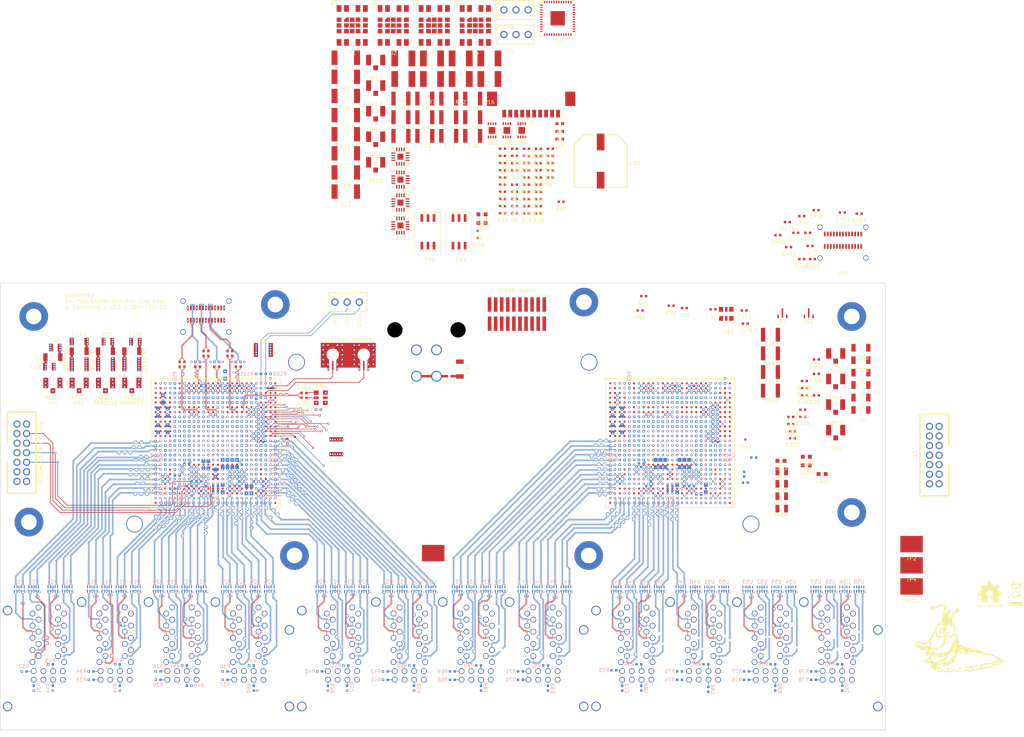
<source format=kicad_pcb>
(kicad_pcb (version 20240108) (generator "pcbnew") (generator_version "8.0")
  (layers (0 "F.Cu" signal) (1 "In1.Cu" power) (2 "In2.Cu" signal) (3 "In3.Cu" power) (4 "In4.Cu" power) (31 "B.Cu" signal) (34 "B.Paste" user) (35 "F.Paste" user) (36 "B.SilkS" user "B.Silkscreen") (37 "F.SilkS" user "F.Silkscreen") (38 "B.Mask" user) (39 "F.Mask" user) (44 "Edge.Cuts" user))
  (net 0 "")
  (net 1 "/GND")
  (net 2 "/Power Supply/12V0")
  (net 3 "/Power Supply/2V5_RAW")
  (net 4 "/Power Supply/1V0_RAW")
  (net 5 "/Power Supply/1V0_2_RAW")
  (net 6 "/Power Supply/3V3_RAW")
  (net 7 "/3V3")
  (net 8 "/Power Supply/RST_N")
  (net 9 "/Power Supply/A3V3")
  (net 10 "/2V5")
  (net 11 "/1V0")
  (net 12 "/PHY 0 Power/A1V0_VSC_SERDES1")
  (net 13 "/PHY 0 Power/A1V0_VSC")
  (net 14 "/PHY 0 Power/A2V5_VSC")
  (net 15 "/1V0_2")
  (net 16 "/PHY 0 Power/A1V0_VSC_SERDES2")
  (net 17 "Net-(U10A-REF_FILT2)")
  (net 18 "Net-(U10A-REF_FILT1)")
  (net 19 "Net-(U10A-REF_FILT0)")
  (net 20 "/PHY 1 Power/A1V0_VSC")
  (net 21 "/PHY 1 Power/A2V5_VSC")
  (net 22 "/PHY 1 Power/A1V0_VSC_SERDES1")
  (net 23 "/PHY 1 Power/A1V0_VSC_SERDES2")
  (net 24 "/PHY 0 Backend/REFCLK_P")
  (net 25 "/PHY 0 Backend/REFCLK_AC_P")
  (net 26 "/PHY 0 Backend/REFCLK_AC_N")
  (net 27 "/PHY 0 Backend/REFCLK_N")
  (net 28 "/PHY 0 Backend/QSGMII_0_RX_AC_P")
  (net 29 "/PHY 0 Backend/QSGMII_0_RX_AC_N")
  (net 30 "/PHY 0 Backend/QSGMII_2_RX_AC_P")
  (net 31 "/PHY 0 Backend/QSGMII_2_RX_AC_N")
  (net 32 "/PHY 0 Backend/QSGMII_1_RX_AC_P")
  (net 33 "/PHY 0 Backend/QSGMII_1_RX_AC_N")
  (net 34 "/PHY 0 Backend/QSGMII_0_TX_AC_P")
  (net 35 "/PHY 0 Backend/QSGMII_0_TX_AC_N")
  (net 36 "/PHY 0 Backend/QSGMII_2_TX_AC_P")
  (net 37 "/PHY 0 Backend/QSGMII_2_TX_AC_N")
  (net 38 "/PHY 0 Backend/QSGMII_1_TX_AC_P")
  (net 39 "/PHY 0 Backend/QSGMII_1_TX_AC_N")
  (net 40 "Net-(U35A-REF_FILT2)")
  (net 41 "Net-(U35A-REF_FILT1)")
  (net 42 "Net-(U35A-REF_FILT0)")
  (net 43 "/PHY 1 Backend/QSGMII_1_TX_AC_P")
  (net 44 "Net-(J14-TX1_P)")
  (net 45 "/PHY 1 Backend/QSGMII_1_TX_AC_N")
  (net 46 "Net-(J14-TX1_N)")
  (net 47 "/PHY 1 Backend/QSGMII_0_TX_AC_P")
  (net 48 "Net-(J14-TX0_P)")
  (net 49 "Net-(J14-TX0_N)")
  (net 50 "/PHY 1 Backend/QSGMII_0_TX_AC_N")
  (net 51 "Net-(J14-TX2_P)")
  (net 52 "/PHY 1 Backend/QSGMII_2_TX_AC_P")
  (net 53 "Net-(J14-TX2_N)")
  (net 54 "/PHY 1 Backend/QSGMII_2_TX_AC_N")
  (net 55 "/PHY 1 Backend/REFCLK_P")
  (net 56 "/PHY 1 Backend/REFCLK_AC_P")
  (net 57 "/PHY 1 Backend/REFCLK_N")
  (net 58 "/PHY 1 Backend/REFCLK_AC_N")
  (net 59 "/PHY 1 Backend/QSGMII_0_RX_AC_P")
  (net 60 "Net-(J14-RX0_P)")
  (net 61 "Net-(J14-RX0_N)")
  (net 62 "/PHY 1 Backend/QSGMII_0_RX_AC_N")
  (net 63 "/PHY 1 Backend/QSGMII_2_RX_AC_P")
  (net 64 "Net-(J14-RX2_P)")
  (net 65 "Net-(J14-RX2_N)")
  (net 66 "/PHY 1 Backend/QSGMII_2_RX_AC_N")
  (net 67 "/PHY 1 Backend/QSGMII_1_RX_AC_P")
  (net 68 "Net-(J14-RX1_P)")
  (net 69 "Net-(J14-RX1_N)")
  (net 70 "/PHY 1 Backend/QSGMII_1_RX_AC_N")
  (net 71 "Net-(D1-A)")
  (net 72 "Net-(D2-A)")
  (net 73 "Net-(D3-A)")
  (net 74 "Net-(F1-Pad1)")
  (net 75 "Net-(F1-Pad2)")
  (net 76 "/PHY 0 MDI/PHY0_M0_N")
  (net 77 "/PHY 0 MDI/PHY3_M2_P")
  (net 78 "/PHY 0 MDI/PHY0_M0_P")
  (net 79 "/PHY 0 MDI/PHY0_M2_N")
  (net 80 "/PHY 0 MDI/PHY0_M1_P")
  (net 81 "/PHY 0 MDI/PHY6_M1_N")
  (net 82 "/PHY 0 MDI/PHY4_M0_N")
  (net 83 "/PHY 0 MDI/PHY1_M1_P")
  (net 84 "/PHY 0 MDI/PHY1_M0_N")
  (net 85 "/PHY 0 MDI/PHY7_LED0_N")
  (net 86 "/PHY 0 MDI/PHY1_M3_N")
  (net 87 "/PHY 0 MDI/PHY6_M2_N")
  (net 88 "/PHY 0 MDI/PHY4_M1_P")
  (net 89 "/PHY 0 MDI/PHY2_M0_P")
  (net 90 "/PHY 0 MDI/PHY6_M0_N")
  (net 91 "/PHY 0 MDI/PHY0_M3_P")
  (net 92 "/PHY 0 MDI/PHY2_LED1_N")
  (net 93 "/PHY 0 MDI/PHY1_M3_P")
  (net 94 "/PHY 0 MDI/PHY3_LED0_N")
  (net 95 "/PHY 0 MDI/PHY7_M2_N")
  (net 96 "/PHY 0 MDI/PHY5_M1_N")
  (net 97 "/PHY 0 MDI/PHY2_M3_P")
  (net 98 "/PHY 0 MDI/PHY6_M1_P")
  (net 99 "/PHY 0 MDI/PHY3_M3_P")
  (net 100 "/PHY 0 MDI/PHY2_M2_P")
  (net 101 "/PHY 0 MDI/PHY3_M3_N")
  (net 102 "/PHY 0 MDI/PHY5_M3_P")
  (net 103 "/PHY 0 MDI/PHY4_M1_N")
  (net 104 "/PHY 0 MDI/PHY5_M0_N")
  (net 105 "/PHY 0 MDI/PHY3_M0_N")
  (net 106 "/PHY 0 MDI/PHY7_M0_N")
  (net 107 "/PHY 0 MDI/PHY3_M2_N")
  (net 108 "/PHY 0 MDI/PHY0_M1_N")
  (net 109 "/PHY 0 MDI/PHY6_M2_P")
  (net 110 "/PHY 0 MDI/PHY5_M2_P")
  (net 111 "/PHY 0 MDI/PHY7_M1_P")
  (net 112 "/PHY 0 MDI/PHY6_LED1_N")
  (net 113 "/PHY 0 MDI/PHY6_M3_N")
  (net 114 "/PHY 0 MDI/PHY4_M2_N")
  (net 115 "/PHY 0 MDI/PHY3_M0_P")
  (net 116 "/PHY 0 MDI/PHY5_M3_N")
  (net 117 "/PHY 0 MDI/PHY7_M3_P")
  (net 118 "/PHY 0 MDI/PHY2_M1_P")
  (net 119 "/PHY 0 MDI/PHY7_M2_P")
  (net 120 "/PHY 0 MDI/PHY6_M0_P")
  (net 121 "/PHY 0 MDI/PHY2_M2_N")
  (net 122 "/PHY 0 MDI/PHY6_LED0_N")
  (net 123 "/PHY 0 MDI/PHY0_M2_P")
  (net 124 "/PHY 0 MDI/PHY1_LED1_N")
  (net 125 "/PHY 0 MDI/PHY4_M2_P")
  (net 126 "/PHY 0 MDI/PHY7_M0_P")
  (net 127 "/PHY 0 MDI/PHY0_LED0_N")
  (net 128 "/PHY 0 MDI/PHY0_M3_N")
  (net 129 "/PHY 0 MDI/PHY5_LED1_N")
  (net 130 "/PHY 0 MDI/PHY5_M2_N")
  (net 131 "/PHY 0 MDI/PHY5_LED0_N")
  (net 132 "/PHY 0 MDI/PHY3_M1_P")
  (net 133 "/PHY 0 MDI/PHY1_M1_N")
  (net 134 "/PHY 0 MDI/PHY2_M0_N")
  (net 135 "/PHY 0 MDI/PHY4_M3_P")
  (net 136 "/PHY 0 MDI/PHY0_LED1_N")
  (net 137 "/PHY 0 MDI/PHY5_M0_P")
  (net 138 "/PHY 0 MDI/PHY2_M1_N")
  (net 139 "/PHY 0 MDI/PHY4_M3_N")
  (net 140 "/PHY 0 MDI/PHY3_M1_N")
  (net 141 "/PHY 0 MDI/PHY7_M3_N")
  (net 142 "/PHY 0 MDI/PHY7_LED1_N")
  (net 143 "/PHY 0 MDI/PHY3_LED1_N")
  (net 144 "/PHY 0 MDI/PHY1_M0_P")
  (net 145 "/PHY 0 MDI/PHY4_LED1_N")
  (net 146 "/PHY 0 MDI/PHY1_LED0_N")
  (net 147 "/PHY 0 MDI/PHY4_M0_P")
  (net 148 "/PHY 0 MDI/PHY2_LED0_N")
  (net 149 "/PHY 0 MDI/PHY7_M1_N")
  (net 150 "/PHY 0 MDI/PHY5_M1_P")
  (net 151 "/PHY 0 MDI/PHY6_M3_P")
  (net 152 "/PHY 0 MDI/PHY1_M2_P")
  (net 153 "/PHY 0 MDI/PHY2_M3_N")
  (net 154 "/PHY 0 MDI/PHY4_LED0_N")
  (net 155 "/PHY 0 MDI/PHY1_M2_N")
  (net 157 "/Power Supply/JTAG_TCK")
  (net 160 "/Power Supply/JTAG_TMS")
  (net 162 "/Power Supply/JTAG_TDO")
  (net 163 "/Power Supply/JTAG_TDI")
  (net 165 "Net-(J4-P6)")
  (net 166 "Net-(J4-P7)")
  (net 167 "/Power Supply/SPI_SCK")
  (net 168 "/Power Supply/SPI_MISO")
  (net 169 "/Power Supply/SPI_CS_N")
  (net 170 "/MDIO")
  (net 171 "/Power Supply/SPI_MOSI")
  (net 172 "/MDC")
  (net 173 "/PHY 1 MDI/PHY11_M2_N")
  (net 174 "/PHY 0 MDI/PHY11_M2_P")
  (net 175 "/PHY 0 MDI/PHY11_M1_P")
  (net 176 "/PHY 0 MDI/PHY9_M2_N")
  (net 177 "/PHY 0 MDI/PHY9_M1_N")
  (net 178 "/PHY 0 MDI/PHY10_M3_P")
  (net 179 "/PHY 0 MDI/PHY9_M0_N")
  (net 180 "/PHY 1 MDI/PHY11_LED1_N")
  (net 181 "/PHY 1 MDI/PHY11_M3_P")
  (net 182 "/PHY 1 MDI/PHY11_M1_P")
  (net 183 "/PHY 0 MDI/PHY9_LED0_N")
  (net 184 "/PHY 1 MDI/PHY11_M2_P")
  (net 185 "/PHY 1 MDI/PHY9_M0_N")
  (net 186 "/PHY 1 MDI/PHY10_M1_N")
  (net 187 "/PHY 1 MDI/PHY9_M3_N")
  (net 188 "/PHY 1 MDI/PHY9_M1_P")
  (net 189 "/PHY 1 MDI/PHY9_M2_P")
  (net 190 "/PHY 0 MDI/PHY8_LED0_N")
  (net 191 "/PHY 1 MDI/PHY9_M1_N")
  (net 192 "/PHY 1 MDI/PHY9_M0_P")
  (net 193 "/PHY 1 MDI/PHY10_M2_N")
  (net 194 "/PHY 0 MDI/PHY11_M0_P")
  (net 195 "/PHY 0 MDI/PHY9_M1_P")
  (net 196 "/PHY 1 MDI/PHY10_M1_P")
  (net 197 "/PHY 0 MDI/PHY10_LED0_N")
  (net 198 "/PHY 0 MDI/PHY11_M3_N")
  (net 199 "/PHY 0 MDI/PHY10_M0_P")
  (net 200 "/PHY 1 MDI/PHY11_LED0_N")
  (net 201 "/PHY 0 MDI/PHY10_M1_N")
  (net 202 "/PHY 1 MDI/PHY8_M2_P")
  (net 203 "/PHY 1 MDI/PHY11_M1_N")
  (net 204 "/PHY 0 MDI/PHY10_LED1_N")
  (net 205 "/PHY 0 MDI/PHY8_M2_P")
  (net 206 "/PHY 0 MDI/PHY8_M0_N")
  (net 207 "/PHY 0 MDI/PHY10_M3_N")
  (net 208 "/PHY 1 MDI/PHY11_M0_N")
  (net 209 "/PHY 1 MDI/PHY8_M0_P")
  (net 210 "/PHY 1 MDI/PHY9_LED0_N")
  (net 211 "/PHY 0 MDI/PHY9_M3_P")
  (net 212 "/PHY 0 MDI/PHY11_LED0_N")
  (net 213 "/PHY 1 MDI/PHY8_M1_N")
  (net 214 "/PHY 1 MDI/PHY8_M3_P")
  (net 215 "/PHY 1 MDI/PHY8_M2_N")
  (net 216 "/PHY 1 MDI/PHY8_M0_N")
  (net 217 "/PHY 1 MDI/PHY9_LED1_N")
  (net 218 "/PHY 0 MDI/PHY10_M2_P")
  (net 219 "/PHY 1 MDI/PHY8_M1_P")
  (net 220 "/PHY 0 MDI/PHY9_LED1_N")
  (net 221 "/PHY 0 MDI/PHY10_M2_N")
  (net 222 "/PHY 0 MDI/PHY9_M2_P")
  (net 223 "/PHY 0 MDI/PHY8_M3_P")
  (net 224 "/PHY 1 MDI/PHY11_M3_N")
  (net 225 "/PHY 1 MDI/PHY10_M3_N")
  (net 226 "/PHY 1 MDI/PHY8_M3_N")
  (net 227 "/PHY 0 MDI/PHY8_M3_N")
  (net 228 "/PHY 0 MDI/PHY11_M0_N")
  (net 229 "/PHY 0 MDI/PHY9_M3_N")
  (net 230 "/PHY 1 MDI/PHY11_M0_P")
  (net 231 "/PHY 0 MDI/PHY9_M0_P")
  (net 232 "/PHY 0 MDI/PHY10_M0_N")
  (net 233 "/PHY 0 MDI/PHY8_M2_N")
  (net 234 "/PHY 0 MDI/PHY11_M2_N")
  (net 235 "/PHY 0 MDI/PHY8_M1_P")
  (net 236 "/PHY 0 MDI/PHY8_LED1_N")
  (net 237 "/PHY 1 MDI/PHY10_M0_P")
  (net 238 "/PHY 0 MDI/PHY11_M3_P")
  (net 239 "/PHY 1 MDI/PHY9_M3_P")
  (net 240 "/PHY 1 MDI/PHY10_M3_P")
  (net 241 "/PHY 0 MDI/PHY8_M0_P")
  (net 242 "/PHY 0 MDI/PHY11_M1_N")
  (net 243 "/PHY 1 MDI/PHY8_LED1_N")
  (net 244 "/PHY 0 MDI/PHY8_M1_N")
  (net 245 "/PHY 1 MDI/PHY8_LED0_N")
  (net 246 "/PHY 1 MDI/PHY10_M0_N")
  (net 247 "/PHY 1 MDI/PHY10_LED1_N")
  (net 248 "/PHY 1 MDI/PHY10_LED0_N")
  (net 249 "/PHY 0 MDI/PHY10_M1_P")
  (net 250 "/PHY 1 MDI/PHY10_M2_P")
  (net 251 "/PHY 1 MDI/PHY9_M2_N")
  (net 252 "/PHY 0 MDI/PHY11_LED1_N")
  (net 256 "/PHY 0 Backend/JTAG_TDI")
  (net 257 "/PHY 0 Backend/JTAG_TMS")
  (net 258 "/PHY 0 Backend/JTAG_TDO")
  (net 259 "/PHY 0 Backend/JTAG_TCK")
  (net 261 "/PHY 0 Backend/CLKOUT0")
  (net 262 "/PHY 0 Backend/CLKOUT1")
  (net 263 "/PHY 1 MDI/PHY4_M3_N")
  (net 264 "/PHY 1 MDI/PHY2_M0_N")
  (net 265 "/PHY 1 MDI/PHY0_M3_N")
  (net 266 "/PHY 1 MDI/PHY6_M1_P")
  (net 267 "/PHY 1 MDI/PHY5_M1_P")
  (net 268 "/PHY 1 MDI/PHY3_M0_P")
  (net 269 "/PHY 1 MDI/PHY0_M1_N")
  (net 270 "/PHY 1 MDI/PHY3_M1_N")
  (net 271 "/PHY 1 MDI/PHY0_LED1_N")
  (net 272 "/PHY 1 MDI/PHY7_LED1_N")
  (net 273 "/PHY 1 MDI/PHY0_LED0_N")
  (net 274 "/PHY 1 MDI/PHY5_M0_N")
  (net 275 "/PHY 1 MDI/PHY7_M2_N")
  (net 276 "/PHY 1 MDI/PHY2_LED0_N")
  (net 277 "/PHY 1 MDI/PHY3_LED1_N")
  (net 278 "/PHY 1 MDI/PHY3_M2_N")
  (net 279 "/PHY 1 MDI/PHY5_LED1_N")
  (net 280 "/PHY 1 MDI/PHY6_M3_N")
  (net 281 "/PHY 1 MDI/PHY1_M0_P")
  (net 282 "/PHY 1 MDI/PHY5_LED0_N")
  (net 283 "/PHY 1 MDI/PHY4_M3_P")
  (net 284 "/PHY 1 MDI/PHY7_M3_N")
  (net 285 "/PHY 1 MDI/PHY1_M1_P")
  (net 286 "/PHY 1 MDI/PHY1_M2_P")
  (net 287 "/PHY 1 MDI/PHY4_M1_P")
  (net 288 "/PHY 1 MDI/PHY2_LED1_N")
  (net 289 "/PHY 1 MDI/PHY7_M3_P")
  (net 290 "/PHY 1 MDI/PHY3_M3_N")
  (net 291 "/PHY 1 MDI/PHY1_LED0_N")
  (net 292 "/PHY 1 MDI/PHY2_M1_N")
  (net 293 "/PHY 1 MDI/PHY2_M2_N")
  (net 294 "/PHY 1 MDI/PHY3_M3_P")
  (net 295 "/PHY 1 MDI/PHY2_M3_N")
  (net 296 "/PHY 1 MDI/PHY3_M0_N")
  (net 297 "/PHY 1 MDI/PHY5_M2_P")
  (net 298 "/PHY 1 MDI/PHY0_M3_P")
  (net 299 "/PHY 1 MDI/PHY6_M0_N")
  (net 300 "/PHY 1 MDI/PHY1_M2_N")
  (net 301 "/PHY 1 MDI/PHY2_M3_P")
  (net 302 "/PHY 1 MDI/PHY7_LED0_N")
  (net 303 "/PHY 1 MDI/PHY3_M1_P")
  (net 304 "/PHY 1 MDI/PHY1_LED1_N")
  (net 305 "/PHY 1 MDI/PHY0_M2_P")
  (net 306 "/PHY 1 MDI/PHY5_M0_P")
  (net 307 "/PHY 1 MDI/PHY7_M1_N")
  (net 308 "/PHY 1 MDI/PHY0_M1_P")
  (net 309 "/PHY 1 MDI/PHY6_LED0_N")
  (net 310 "/PHY 1 MDI/PHY5_M3_N")
  (net 311 "/PHY 1 MDI/PHY6_M3_P")
  (net 312 "/PHY 1 MDI/PHY4_M0_N")
  (net 313 "/PHY 1 MDI/PHY6_M0_P")
  (net 314 "/PHY 1 MDI/PHY0_M0_N")
  (net 315 "/PHY 1 MDI/PHY4_LED1_N")
  (net 316 "/PHY 1 MDI/PHY4_LED0_N")
  (net 317 "/PHY 1 MDI/PHY4_M0_P")
  (net 318 "/PHY 1 MDI/PHY2_M0_P")
  (net 319 "/PHY 1 MDI/PHY7_M0_N")
  (net 320 "/PHY 1 MDI/PHY1_M3_N")
  (net 321 "/PHY 1 MDI/PHY6_M2_P")
  (net 322 "/PHY 1 MDI/PHY0_M0_P")
  (net 323 "/PHY 1 MDI/PHY1_M1_N")
  (net 324 "/PHY 1 MDI/PHY7_M0_P")
  (net 325 "/PHY 1 MDI/PHY7_M2_P")
  (net 326 "/PHY 1 MDI/PHY4_M1_N")
  (net 327 "/PHY 1 MDI/PHY1_M0_N")
  (net 328 "/PHY 1 MDI/PHY2_M2_P")
  (net 329 "/PHY 1 MDI/PHY3_LED0_N")
  (net 330 "/PHY 1 MDI/PHY2_M1_P")
  (net 331 "/PHY 1 MDI/PHY1_M3_P")
  (net 332 "/PHY 1 MDI/PHY4_M2_N")
  (net 333 "/PHY 1 MDI/PHY5_M2_N")
  (net 334 "/PHY 1 MDI/PHY3_M2_P")
  (net 335 "/PHY 1 MDI/PHY0_M2_N")
  (net 336 "/PHY 1 MDI/PHY5_M3_P")
  (net 337 "/PHY 1 MDI/PHY6_M2_N")
  (net 338 "/PHY 1 MDI/PHY4_M2_P")
  (net 339 "/PHY 1 MDI/PHY7_M1_P")
  (net 340 "/PHY 1 MDI/PHY5_M1_N")
  (net 341 "/PHY 1 MDI/PHY6_M1_N")
  (net 342 "/PHY 1 MDI/PHY6_LED1_N")
  (net 347 "/PHY 1 Backend/CLKOUT0")
  (net 348 "/PHY 1 Backend/CLKOUT1")
  (net 351 "/PHY 1 Backend/JTAG_TCK")
  (net 352 "/PHY 1 Backend/JTAG_TDI")
  (net 353 "/PHY 1 Backend/JTAG_TDO")
  (net 356 "/PHY 1 Backend/JTAG_TMS")
  (net 361 "Net-(U1-TRIM)")
  (net 362 "Net-(R1-Pad2)")
  (net 363 "/Power Supply/2V5_SHUNT_P")
  (net 364 "/Power Supply/2V5_SHUNT_N")
  (net 365 "/Power Supply/2V5_SENSE")
  (net 366 "Net-(U2-TRIM)")
  (net 367 "Net-(R5-Pad2)")
  (net 368 "/Power Supply/1V0_SHUNT_N")
  (net 369 "/Power Supply/1V0_SHUNT_P")
  (net 370 "/Power Supply/1V0_SENSE")
  (net 371 "Net-(U3-TRIM)")
  (net 372 "Net-(R10-Pad2)")
  (net 373 "/Power Supply/1V0_2_SENSE")
  (net 374 "/Power Supply/1V0_2_SHUNT_N")
  (net 375 "/Power Supply/1V0_2_SHUNT_P")
  (net 376 "Net-(R13-Pad2)")
  (net 377 "Net-(U4-TRIM)")
  (net 378 "/Power Supply/3V3_SENSE")
  (net 379 "/Power Supply/3V3_SHUNT_P")
  (net 380 "/Power Supply/3V3_SHUNT_N")
  (net 381 "/Power Supply/BOOT0")
  (net 382 "/Power Supply/I2C_SCL")
  (net 383 "/Power Supply/I2C_SDA")
  (net 384 "/Power Supply/2V5_EN")
  (net 385 "/Power Supply/1V0_EN")
  (net 386 "/Power Supply/1V0_2_EN")
  (net 387 "/Power Supply/PWRGOOD_LED")
  (net 388 "/Power Supply/SYSOK_LED")
  (net 389 "/Power Supply/FAULT_LED")
  (net 390 "/Power Supply/JTAG_TRST_N")
  (net 391 "Net-(U5A-PA6)")
  (net 392 "Net-(U10B-PHY0_LED0)")
  (net 393 "Net-(U10B-PHY1_LED0)")
  (net 394 "Net-(U10B-PHY2_LED0)")
  (net 395 "Net-(U10B-PHY3_LED0)")
  (net 396 "Net-(U10B-PHY4_LED0)")
  (net 397 "Net-(U10B-PHY5_LED0)")
  (net 398 "Net-(U10B-PHY6_LED0)")
  (net 399 "Net-(U10B-PHY7_LED0)")
  (net 400 "Net-(U10B-PHY8_LED0)")
  (net 401 "Net-(U10B-PHY9_LED0)")
  (net 402 "Net-(U10B-PHY10_LED0)")
  (net 403 "Net-(U10B-PHY11_LED0)")
  (net 404 "Net-(U10B-PHY0_LED1)")
  (net 405 "Net-(U10B-PHY1_LED1)")
  (net 406 "Net-(U10B-PHY2_LED1)")
  (net 407 "Net-(U10B-PHY3_LED1)")
  (net 408 "Net-(U10B-PHY4_LED1)")
  (net 409 "Net-(U10B-PHY5_LED1)")
  (net 410 "Net-(U10B-PHY6_LED1)")
  (net 411 "Net-(U10B-PHY7_LED1)")
  (net 412 "Net-(U10B-PHY8_LED1)")
  (net 413 "Net-(U10B-PHY9_LED1)")
  (net 414 "Net-(U10B-PHY10_LED1)")
  (net 415 "Net-(U10B-PHY11_LED1)")
  (net 416 "Net-(U10C-SERDES_REXT0)")
  (net 417 "Net-(U10C-SERDES_REXT1)")
  (net 418 "Net-(U10A-REF_REXT2)")
  (net 419 "Net-(U10A-REF_REXT1)")
  (net 420 "Net-(U10A-REF_REXT0)")
  (net 421 "/PHY 0 Backend/JTAG_TRST")
  (net 422 "Net-(U10E-FAST_LINK_STATUS)")
  (net 423 "Net-(U10E-THERMDA)")
  (net 424 "Net-(U35C-SERDES_REXT1)")
  (net 425 "Net-(U35C-SERDES_REXT0)")
  (net 426 "/PHY0_RST_N")
  (net 427 "/PHY1_RST_N")
  (net 428 "/PHY0_PWRDN")
  (net 429 "/PHY1_PWRDN")
  (net 430 "Net-(U35B-PHY0_LED0)")
  (net 431 "Net-(U35B-PHY1_LED0)")
  (net 432 "Net-(U35B-PHY2_LED0)")
  (net 433 "Net-(U35B-PHY3_LED0)")
  (net 434 "Net-(U35B-PHY4_LED0)")
  (net 435 "Net-(U35B-PHY5_LED0)")
  (net 436 "Net-(U35B-PHY6_LED0)")
  (net 437 "Net-(U35B-PHY7_LED0)")
  (net 438 "Net-(U35B-PHY8_LED0)")
  (net 439 "Net-(U35B-PHY9_LED0)")
  (net 440 "Net-(U35B-PHY10_LED0)")
  (net 441 "Net-(U35B-PHY11_LED0)")
  (net 442 "Net-(U35B-PHY0_LED1)")
  (net 443 "Net-(U35B-PHY1_LED1)")
  (net 444 "Net-(U35B-PHY2_LED1)")
  (net 445 "Net-(U35B-PHY3_LED1)")
  (net 446 "Net-(U35B-PHY4_LED1)")
  (net 447 "Net-(U35B-PHY5_LED1)")
  (net 448 "Net-(U35B-PHY6_LED1)")
  (net 449 "Net-(U35B-PHY7_LED1)")
  (net 450 "Net-(U35B-PHY8_LED1)")
  (net 451 "Net-(U35B-PHY9_LED1)")
  (net 452 "Net-(U35B-PHY10_LED1)")
  (net 453 "Net-(U35B-PHY11_LED1)")
  (net 454 "/PHY 1 Backend/JTAG_TRST")
  (net 455 "Net-(U35E-FAST_LINK_STATUS)")
  (net 456 "Net-(U35E-THERMDA)")
  (net 457 "Net-(U35A-REF_REXT2)")
  (net 458 "Net-(U35A-REF_REXT1)")
  (net 459 "Net-(U35A-REF_REXT0)")
  (net 460 "/Power Supply/SOFT_PWR")
  (net 461 "/Power Supply/SOFT_RST")
  (net 462 "/Power Supply/1V0_2_PGOOD")
  (net 463 "/Power Supply/UART_RX")
  (net 464 "/Power Supply/UART_TX")
  (net 465 "Net-(TP16-P1)")
  (net 466 "/Power Supply/2V5_PGOOD")
  (net 467 "/Power Supply/1V0_PGOOD")
  (net 468 "/Power Supply/3V3_PGOOD")
  (net 470 "/Power Supply/INA_ALERT")
  (net 473 "/Power Supply/TEMP_ALERT")
  (net 478 "/PHY 0 MDI/PHY0_D1_N")
  (net 480 "/PHY 0 MDI/PHY1_D0_N")
  (net 481 "/PHY 0 MDI/PHY7_D1_N")
  (net 482 "/PHY 0 MDI/PHY8_D1_N")
  (net 483 "/PHY 0 MDI/PHY3_D1_N")
  (net 484 "/PHY 0 MDI/PHY8_D0_N")
  (net 485 "/PHY 0 MDI/PHY5_D3_P")
  (net 486 "/PHY 0 MDI/PHY4_D2_P")
  (net 487 "/PHY 0 MDI/PHY7_D3_P")
  (net 491 "/PHY 0 MDI/PHY8_D1_P")
  (net 492 "/PHY 0 MDI/PHY0_D3_N")
  (net 493 "/PHY 0 MDI/PHY4_D1_N")
  (net 494 "/PHY 0 MDI/PHY10_D3_P")
  (net 495 "/PHY 0 MDI/PHY2_D0_P")
  (net 496 "/PHY 0 MDI/PHY4_D3_P")
  (net 497 "/PHY 0 MDI/PHY8_D2_P")
  (net 500 "/PHY 0 MDI/PHY9_D3_N")
  (net 501 "/PHY 0 MDI/PHY6_D0_P")
  (net 502 "/PHY 0 MDI/PHY11_D2_P")
  (net 503 "/PHY 0 MDI/PHY5_D1_P")
  (net 504 "/PHY 0 MDI/PHY8_D3_N")
  (net 505 "/PHY 0 MDI/PHY7_D1_P")
  (net 506 "/PHY 0 MDI/PHY3_D0_N")
  (net 508 "/PHY 0 MDI/PHY11_D1_P")
  (net 511 "/PHY 0 MDI/PHY6_D1_N")
  (net 513 "/PHY 0 MDI/PHY9_D3_P")
  (net 514 "/PHY 0 MDI/PHY3_D3_N")
  (net 516 "/PHY 0 MDI/PHY1_D0_P")
  (net 518 "/PHY 0 MDI/PHY4_D1_P")
  (net 520 "/PHY 0 MDI/PHY3_D3_P")
  (net 522 "/PHY 0 MDI/PHY7_D0_N")
  (net 523 "/PHY 0 MDI/PHY1_D2_P")
  (net 524 "/PHY 0 MDI/PHY3_D2_P")
  (net 525 "/PHY 0 MDI/PHY7_D2_P")
  (net 526 "/PHY 0 MDI/PHY1_D3_P")
  (net 527 "/PHY 0 MDI/PHY10_D2_P")
  (net 528 "/PHY 0 MDI/PHY10_D1_P")
  (net 529 "/PHY 0 MDI/PHY8_D2_N")
  (net 531 "/PHY 0 MDI/PHY2_D2_N")
  (net 532 "/PHY 0 MDI/PHY5_D0_N")
  (net 533 "/PHY 0 MDI/PHY1_D1_P")
  (net 534 "/PHY 0 MDI/PHY9_D2_P")
  (net 538 "/PHY 0 MDI/PHY4_D0_N")
  (net 539 "/PHY 0 MDI/PHY0_D2_P")
  (net 541 "/PHY 0 MDI/PHY1_D2_N")
  (net 542 "/PHY 0 MDI/PHY6_D0_N")
  (net 543 "/PHY 0 MDI/PHY6_D3_P")
  (net 544 "/PHY 0 MDI/PHY1_D1_N")
  (net 545 "/PHY 0 MDI/PHY2_D1_P")
  (net 546 "/PHY 0 MDI/PHY8_D3_P")
  (net 547 "/PHY 0 MDI/PHY10_D0_P")
  (net 548 "/PHY 0 MDI/PHY11_D1_N")
  (net 549 "/PHY 0 MDI/PHY11_D2_N")
  (net 551 "/PHY 0 MDI/PHY0_D3_P")
  (net 553 "/PHY 0 MDI/PHY5_D1_N")
  (net 556 "/PHY 0 MDI/PHY3_D0_P")
  (net 557 "/PHY 0 MDI/PHY2_D2_P")
  (net 558 "/PHY 0 MDI/PHY0_D2_N")
  (net 559 "/PHY 0 MDI/PHY11_D3_P")
  (net 560 "/PHY 0 MDI/PHY7_D2_N")
  (net 562 "/PHY 0 MDI/PHY10_D1_N")
  (net 563 "/PHY 0 MDI/PHY3_D1_P")
  (net 564 "/PHY 0 MDI/PHY9_D0_P")
  (net 567 "/PHY 0 MDI/PHY5_D0_P")
  (net 569 "/PHY 0 MDI/PHY11_D3_N")
  (net 570 "/PHY 0 MDI/PHY4_D3_N")
  (net 571 "/PHY 0 MDI/PHY5_D3_N")
  (net 572 "/PHY 0 MDI/PHY1_D3_N")
  (net 573 "/PHY 0 MDI/PHY9_D2_N")
  (net 574 "/PHY 0 MDI/PHY9_D1_P")
  (net 576 "/PHY 0 MDI/PHY6_D2_N")
  (net 578 "/PHY 0 MDI/PHY2_D0_N")
  (net 580 "/PHY 0 MDI/PHY9_D0_N")
  (net 583 "/PHY 0 MDI/PHY7_D3_N")
  (net 585 "/PHY 0 MDI/PHY8_D0_P")
  (net 586 "/PHY 0 MDI/PHY11_D0_N")
  (net 587 "/PHY 0 MDI/PHY0_D0_N")
  (net 588 "/PHY 0 MDI/PHY10_D0_N")
  (net 589 "/PHY 0 MDI/PHY4_D2_N")
  (net 591 "/PHY 0 MDI/PHY3_D2_N")
  (net 592 "/PHY 0 MDI/PHY6_D2_P")
  (net 593 "/PHY 0 MDI/PHY4_D0_P")
  (net 594 "/PHY 0 MDI/PHY2_D1_N")
  (net 595 "/PHY 0 MDI/PHY11_D0_P")
  (net 596 "/PHY 0 MDI/PHY7_D0_P")
  (net 597 "/PHY 0 MDI/PHY9_D1_N")
  (net 599 "/PHY 0 MDI/PHY10_D2_N")
  (net 600 "/PHY 0 MDI/PHY2_D3_N")
  (net 603 "/PHY 0 MDI/PHY6_D1_P")
  (net 605 "/PHY 0 MDI/PHY5_D2_N")
  (net 607 "/PHY 0 MDI/PHY2_D3_P")
  (net 608 "/PHY 0 MDI/PHY0_D0_P")
  (net 610 "/PHY 0 MDI/PHY10_D3_N")
  (net 612 "/PHY 0 MDI/PHY0_D1_P")
  (net 613 "/PHY 0 MDI/PHY6_D3_N")
  (net 614 "/PHY 0 MDI/PHY5_D2_P")
  (net 615 "/PHY 1 MDI/PHY9_D3_P")
  (net 616 "/PHY 1 MDI/PHY0_D1_N")
  (net 617 "/PHY 1 MDI/PHY11_D1_N")
  (net 620 "/PHY 1 MDI/PHY9_D2_P")
  (net 621 "/PHY 1 MDI/PHY0_D2_P")
  (net 622 "/PHY 1 MDI/PHY1_D1_P")
  (net 623 "/PHY 1 MDI/PHY2_D3_N")
  (net 624 "/PHY 1 MDI/PHY2_D0_N")
  (net 625 "/PHY 1 MDI/PHY2_D1_P")
  (net 626 "/PHY 1 MDI/PHY11_D3_P")
  (net 627 "/PHY 1 MDI/PHY4_D1_N")
  (net 628 "/PHY 1 MDI/PHY6_D2_N")
  (net 629 "/PHY 1 MDI/PHY9_D0_P")
  (net 630 "/PHY 1 MDI/PHY7_D0_N")
  (net 631 "/PHY 1 MDI/PHY4_D3_N")
  (net 632 "/PHY 1 MDI/PHY1_D3_N")
  (net 633 "/PHY 1 MDI/PHY4_D0_N")
  (net 634 "/PHY 1 MDI/PHY10_D2_N")
  (net 635 "/PHY 1 MDI/PHY8_D2_N")
  (net 636 "/PHY 1 MDI/PHY5_D3_N")
  (net 638 "/PHY 1 MDI/PHY7_D1_N")
  (net 639 "/PHY 1 MDI/PHY9_D1_P")
  (net 640 "/PHY 1 MDI/PHY8_D0_N")
  (net 643 "/PHY 1 MDI/PHY8_D3_P")
  (net 645 "/PHY 1 MDI/PHY9_D0_N")
  (net 647 "/PHY 1 MDI/PHY6_D3_N")
  (net 649 "/PHY 1 MDI/PHY3_D3_N")
  (net 650 "/PHY 1 MDI/PHY3_D0_P")
  (net 651 "/PHY 1 MDI/PHY6_D2_P")
  (net 653 "/PHY 1 MDI/PHY8_D1_N")
  (net 654 "/PHY 1 MDI/PHY5_D2_N")
  (net 655 "/PHY 1 MDI/PHY9_D1_N")
  (net 656 "/PHY 1 MDI/PHY7_D3_P")
  (net 657 "/PHY 1 MDI/PHY6_D0_N")
  (net 658 "/PHY 1 MDI/PHY10_D0_N")
  (net 660 "/PHY 1 MDI/PHY6_D1_N")
  (net 662 "/PHY 1 MDI/PHY0_D1_P")
  (net 665 "/PHY 1 MDI/PHY10_D0_P")
  (net 667 "/PHY 1 MDI/PHY0_D2_N")
  (net 668 "/PHY 1 MDI/PHY11_D3_N")
  (net 670 "/PHY 1 MDI/PHY2_D1_N")
  (net 671 "/PHY 1 MDI/PHY3_D1_N")
  (net 672 "/PHY 1 MDI/PHY10_D1_P")
  (net 674 "/PHY 1 MDI/PHY11_D1_P")
  (net 675 "/PHY 1 MDI/PHY3_D1_P")
  (net 676 "/PHY 1 MDI/PHY3_D2_N")
  (net 677 "/PHY 1 MDI/PHY0_D3_P")
  (net 679 "/PHY 1 MDI/PHY6_D3_P")
  (net 680 "/PHY 1 MDI/PHY0_D0_N")
  (net 681 "/PHY 1 MDI/PHY6_D0_P")
  (net 683 "/PHY 1 MDI/PHY9_D2_N")
  (net 684 "/PHY 1 MDI/PHY8_D1_P")
  (net 685 "/PHY 1 MDI/PHY9_D3_N")
  (net 686 "/PHY 1 MDI/PHY2_D2_P")
  (net 687 "/PHY 1 MDI/PHY10_D2_P")
  (net 688 "/PHY 1 MDI/PHY4_D3_P")
  (net 690 "/PHY 1 MDI/PHY4_D1_P")
  (net 692 "/PHY 1 MDI/PHY1_D2_P")
  (net 693 "/PHY 1 MDI/PHY1_D1_N")
  (net 696 "/PHY 1 MDI/PHY5_D1_N")
  (net 699 "/PHY 1 MDI/PHY4_D0_P")
  (net 701 "/PHY 1 MDI/PHY11_D2_N")
  (net 702 "/PHY 1 MDI/PHY8_D3_N")
  (net 706 "/PHY 1 MDI/PHY1_D2_N")
  (net 708 "/PHY 1 MDI/PHY5_D0_P")
  (net 710 "/PHY 1 MDI/PHY3_D3_P")
  (net 711 "/PHY 1 MDI/PHY2_D0_P")
  (net 712 "/PHY 1 MDI/PHY5_D1_P")
  (net 713 "/PHY 1 MDI/PHY0_D0_P")
  (net 714 "/PHY 1 MDI/PHY10_D3_N")
  (net 717 "/PHY 1 MDI/PHY5_D2_P")
  (net 720 "/PHY 1 MDI/PHY3_D0_N")
  (net 721 "/PHY 1 MDI/PHY7_D2_P")
  (net 722 "/PHY 1 MDI/PHY7_D0_P")
  (net 723 "/PHY 1 MDI/PHY10_D3_P")
  (net 724 "/PHY 1 MDI/PHY7_D1_P")
  (net 725 "/PHY 1 MDI/PHY11_D2_P")
  (net 726 "/PHY 1 MDI/PHY4_D2_P")
  (net 727 "/PHY 1 MDI/PHY1_D0_N")
  (net 728 "/PHY 1 MDI/PHY11_D0_N")
  (net 729 "/PHY 1 MDI/PHY3_D2_P")
  (net 730 "/PHY 1 MDI/PHY1_D3_P")
  (net 731 "/PHY 1 MDI/PHY8_D0_P")
  (net 733 "/PHY 1 MDI/PHY4_D2_N")
  (net 735 "/PHY 1 MDI/PHY11_D0_P")
  (net 737 "/PHY 1 MDI/PHY2_D2_N")
  (net 738 "/PHY 1 MDI/PHY10_D1_N")
  (net 739 "/PHY 1 MDI/PHY5_D0_N")
  (net 741 "/PHY 1 MDI/PHY7_D3_N")
  (net 743 "/PHY 1 MDI/PHY5_D3_P")
  (net 744 "/PHY 1 MDI/PHY6_D1_P")
  (net 745 "/PHY 1 MDI/PHY2_D3_P")
  (net 746 "/PHY 1 MDI/PHY1_D0_P")
  (net 748 "/PHY 1 MDI/PHY7_D2_N")
  (net 750 "/PHY 1 MDI/PHY0_D3_N")
  (net 752 "/PHY 1 MDI/PHY8_D2_P")
  (net 753 "Net-(U5B-PB3)")
  (net 754 "Net-(TP23-P1)")
  (net 755 "Net-(TP24-P1)")
  (net 780 "/PHY 0 Backend/R0_P")
  (net 781 "/PHY 0 Backend/R0_N")
  (net 782 "/PHY 0 Backend/R2_P")
  (net 783 "/PHY 0 Backend/R2_N")
  (net 784 "/PHY 0 Backend/R1_P")
  (net 785 "/PHY 0 Backend/R1_N")
  (net 786 "/PHY 0 Backend/T0_P")
  (net 787 "/PHY 0 Backend/T0_N")
  (net 788 "/PHY 0 Backend/T2_P")
  (net 789 "/PHY 0 Backend/T2_N")
  (net 790 "/PHY 0 Backend/T1_P")
  (net 791 "/PHY 0 Backend/T1_N")
  (footprint "azonenberg_pcb:EIA_0603_CAP_NOSILK" (layer "F.Cu") (at 200.8 94.95)
    (property "Reference" "C309")
    (property "Value" "4.7 uF" (hide yes))
  )
  (footprint "azonenberg_pcb:CONN_U.FL_TE_1909763-1" (layer "F.Cu") (at 40 76)
    (property "Reference" "TP8" (hide yes))
    (property "Value" "U.FL" (hide yes))
  )
  (footprint "azonenberg_pcb:EIA_0402_RES_NOSILK" (layer "F.Cu") (at 144 32.925)
    (property "Reference" "R67")
    (property "Value" "1K" (hide yes))
  )
  (footprint "azonenberg_pcb:EIA_1206_CAP_NOSILK" (layer "F.Cu") (at 208.9 76.33507)
    (property "Reference" "L6")
    (property "Value" "HI1206N101R-10" (hide yes))
  )
  (footprint "azonenberg_pcb:MECHANICAL_CLEARANCEHOLE_4_40" (layer "F.Cu") (at 90.5 112)
    (property "Reference" "M7" (hide yes))
    (property "Value" "SCREWHOLE" (hide yes))
  )
  (footprint "azonenberg_pcb:EIA_1210_CAP_NOSILK" (layer "F.Cu") (at 122.75 16.41007)
    (property "Reference" "C13")
    (property "Value" "220 uF" (hide yes))
  )
  (footprint "azonenberg_pcb:EIA_0402_RES_NOSILK" (layer "F.Cu") (at 122.85 74.5)
    (property "Reference" "F1")
    (property "Value" "3A" (hide yes))
  )
  (footprint "azonenberg_pcb:EIA_1206_CAP_NOSILK" (layer "F.Cu") (at 40 70.5)
    (property "Reference" "L2")
    (property "Value" "HI1206N101R-10" (hide yes))
  )
  (footprint "azonenberg_pcb:EIA_1206_CAP_NOSILK" (layer "F.Cu") (at 51 69.25)
    (property "Reference" "L1")
    (property "Value" "HI1206N101R-10" (hide yes))
  )
  (footprint "azonenberg_pcb:EIA_0402_RES_NOSILK" (layer "F.Cu") (at 141.5 35.925)
    (property "Reference" "R26")
    (property "Value" "4.7K" (hide yes))
  )
  (footprint "azonenberg_pcb:EIA_0402_CAP_NOSILK" (layer "F.Cu") (at 71.5 69.75 -90)
    (property "Reference" "C459" (hide yes))
    (property "Value" "0.1 uF" (hide yes))
  )
  (footprint "w_logo:Logo_silk_WEEE_3.4x5mm" (layer "F.Cu") (at 241.25 120)
    (property "Reference" "M3" (hide yes))
    (property "Value" "WEEE" (hide yes))
  )
  (footprint "azonenberg_pcb:MECHANICAL_CLEARANCEHOLE_4_40" (layer "F.Cu") (at 207 62)
    (property "Reference" "M4" (hide yes))
    (property "Value" "SCREWHOLE" (hide yes))
  )
  (footprint "azonenberg_pcb:EIA_1812_CAP_NOSILK" (layer "F.Cu") (at 101.225 23.875)
    (property "Reference" "C11")
    (property "Value" "22 uF 25VC" (hide yes))
  )
  (footprint "azonenberg_pcb:EIA_0402_CAP_NOSILK" (layer "F.Cu") (at 136.5 31.425)
    (property "Reference" "C487")
    (property "Value" "0.47 uF" (hide yes))
  )
  (footprint "azonenberg_pcb:EIA_0402_RES_NOSILK" (layer "F.Cu") (at 146.25 38)
    (property "Reference" "R99")
    (property "Value" "33" (hide yes))
  )
  (footprint "azonenberg_pcb:CONN_U.FL_TE_1909763-1" (layer "F.Cu") (at 107.475 8.45)
    (property "Reference" "TP11")
    (property "Value" "U.FL" (hide yes))
  )
  (footprint "azonenberg_pcb:EIA_0402_RES_NOSILK" (layer "F.Cu") (at 139 31.425)
    (property "Reference" "R11")
    (property "Value" "0" (hide yes))
  )
  (footprint "azonenberg_pcb:EIA_0402_CAP_NOSILK" (layer "F.Cu") (at 136.5 28.425)
    (property "Reference" "C485")
    (property "Value" "0.47 uF" (hide yes))
  )
  (footprint "azonenberg_pcb:DFN_8_0.5MM_2x3MM_TALL" (layer "F.Cu") (at 138 23.075)
    (property "Reference" "U64")
    (property "Value" "AT30TS74_UDFN" (hide yes))
  )
  (footprint "azonenberg_pcb:CONN_U.FL_TE_1909763-1" (layer "F.Cu") (at 107.475 29.85)
    (property "Reference" "TP15")
    (property "Value" "U.FL" (hide yes))
  )
  (footprint "azonenberg_pcb:OHMITE_LVK25" (layer "F.Cu") (at 131.25 10.175)
    (property "Reference" "R16")
    (property "Value" "LVK25R005FER" (hide yes))
  )
  (footprint "azonenberg_pcb:EIA_1206_CAP_NOSILK" (layer "F.Cu") (at 125.1 73 -90)
    (property "Reference" "FB2")
    (property "Value" "BLM31KN271SN1L" (hide yes))
  )
  (footprint "azonenberg_pcb:SWITCH_RAFI_MICON_5" (layer "F.Cu") (at 118.4 44.295)
    (property "Reference" "SW1")
    (property "Value" "SWITCH" (hide yes))
  )
  (footprint "azonenberg_pcb:EIA_1210_CAP_NOSILK" (layer "F.Cu") (at 45.5 72)
    (property "Reference" "C159")
    (property "Value" "47 uF" (hide yes))
  )
  (footprint "azonenberg_pcb:EIA_0402_RES_NOSILK" (layer "F.Cu") (at 144 28.425)
    (property "Reference" "R64")
    (property "Value" "1K" (hide yes))
  )
  (footprint "azonenberg_pcb:CONN_SMPM_AMPHENOL_C925-197J-51PT" (layer "F.Cu") (at 105 70)
    (property "Reference" "J8" (hide yes))
    (property "Value" "SMPM" (hide yes))
  )
  (footprint "azonenberg_pcb:EIA_0402_LED" (layer "F.Cu") (at 145.9645 23.29)
    (property "Reference" "D2")
    (property "Value" "GREEN" (hide yes))
  )
  (footprint "azonenberg_pcb:EIA_0402_RES_NOSILK" (layer "F.Cu") (at 144 31.425)
    (property "Reference" "R66")
    (property "Value" "1K" (hide yes))
  )
  (footprint "azonenberg_pcb:EIA_0402_CAP_NOSILK" (layer "F.Cu") (at 198.79 50)
    (property "Reference" "C471")
    (property "Value" "0.1 uF" (hide yes))
  )
  (footprint "azonenberg_pcb:CAP_AL_10MM_SMT" (layer "F.Cu") (at 154.5 29.5)
    (property "Reference" "C488")
    (property "Value" "DNP" (hide yes))
  )
  (footprint "azonenberg_pcb:EIA_0402_RES_NOSILK" (layer "F.Cu") (at 139 29.925)
    (property "Reference" "R10")
    (property "Value" "4.99K" (hide yes))
  )
  (footprint "azonenberg_pcb:MECHANICAL_CLEARANCEHOLE_4_40" (layer "F.Cu") (at 151 59)
    (property "Reference" "M10" (hide yes))
    (property "Value" "SCREWHOLE" (hide yes))
  )
  (footprint "azonenberg_pcb:EIA_0402_RES_NOSILK" (layer "F.Cu") (at 136.5 40.425)
    (property "Reference" "R6")
    (property "Value" "4.99K" (hide yes))
  )
  (footprint "azonenberg_pcb:EIA_0805_CAP_NOSILK" (layer "F.Cu") (at 192.35 102.2)
    (property "Reference" "C262")
    (property "Value" "22 uF" (hide yes))
  )
  (footprint "azonenberg_pcb:EIA_0402_CAP_NOSILK" (layer "F.Cu") (at 197.1 77)
    (property "Reference" "C381")
    (property "Value" "0.47 uF" (hide yes))
  )
  (footprint "azonenberg_pcb:XILINX_JTAG_PTH_MOLEX_0878311420" (layer "F.Cu") (at 33.5 90.5 -90)
    (property "Reference" "J6" (hide yes))
    (property "Value" "XILINX_JTAG" (hide yes))
  )
  (footprint "azonenberg_pcb:EIA_0402_RES_NOSILK" (layer "F.Cu") (at 141.5 26.925)
    (property "Reference" "R20")
    (property "Value" "4.7K" (hide yes))
  )
  (footprint "azonenberg_pcb:TESTPOINT_SMT_KEYSTONE_5016" (layer "F.Cu") (at 219.48931 118.47643)
    (property "Reference" "TP21")
    (property "Value" "GROUNDCLIP" (hide yes))
  )
  (footprint "azonenberg_pcb:EIA_0402_RES_NOSILK" (layer "F.Cu") (at 163.5 57.75)
    (property "Reference" "R95")
    (property "Value" "10K" (hide yes))
  )
  (footprint "azonenberg_pcb:CONN_HEADER_1.27MM_2x10_SMT_SAMTEC_FTSH-110-01-L-DV-K" (layer "F.Cu") (at 137 61.5 180)
    (property "Reference" "J3" (hide yes))
    (property "Value" "CORTEX_DEBUG_ETM" (hide yes))
  )
  (footprint "azonenberg_pcb:EIA_1206_CAP_NOSILK" (layer "F.Cu") (at 208.9 68.53507)
    (property "Reference" "C253")
    (property "Value" "22 uF" (hide yes))
  )
  (footprint "azonenberg_pcb:EIA_0402_CAP_NOSILK" (layer "F.Cu") (at 194.6 86)
    (property "Reference" "C372")
    (property "Value" "0.47 uF" (hide yes))
  )
  (footprint "azonenberg_pcb:MECHANICAL_CLEARANCEHOLE_4_40" (layer "F.Cu") (at 152 112)
    (property "Reference" "M5" (hide yes))
    (property "Value" "SCREWHOLE" (hide yes))
  )
  (footprint "azonenberg_pcb:EIA_0402_RES_NOSILK" (layer "F.Cu") (at 136.5 37.425)
    (property "Reference" "R4")
    (property "Value" "0" (hide yes))
  )
  (footprint "azonenberg_pcb:EIA_0402_CAP_NOSILK" (layer "F.Cu") (at 196.54 50)
    (property "Reference" "C472")
    (property "Value" "0.1 uF" (hide yes))
  )
  (footprint "azonenberg_pcb:EIA_1210_CAP_NOSILK" (layer "F.Cu") (at 112.75 16.41007)
    (property "Reference" "C3")
    (property "Value" "220 uF" (hide yes))
  )
  (footprint "azonenberg_pcb:CONN_U.FL_TE_1909763-1" (layer "F.Cu") (at 107.475 19.15)
    (property "Reference" "TP13")
    (property "Value" "U.FL" (hide yes))
  )
  (footprint "azonenberg_pcb:CONN_U.FL_TE_1909763-1" (layer "F.Cu") (at 203.625 75.175)
    (property "Reference" "TP18")
    (property "Value" "U.FL" (hide yes))
  )
  (footprint "azonenberg_pcb:EIA_0402_RES_NOSILK" (layer "F.Cu") (at 139 26.925)
    (property "Reference" "R8")
    (property "Value" "0" (hide yes))
  )
  (footprint "azonenberg_pcb:EIA_0603_CAP_NOSILK" (layer "F.Cu") (at 197.5 91.35)
    (property "Reference" "C248")
    (property "Value" "4.7 uF" (hide yes))
  )
  (footprint "azonenberg_pcb:EIA_0402_CAP_NOSILK" (layer "F.Cu") (at 134 32.925)
    (property "Reference" "C26")
    (property "Value" "0.47 uF" (hide yes))
  )
  (footprint "azonenberg_pcb:EIA_0402_CAP_NOSILK" (layer "F.Cu") (at 76.5 69.75 -90)
    (property "Reference" "C458" (hide yes))
    (property "Value" "0.1 uF" (hide yes))
  )
  (footprint "azonenberg_pcb:MODULE_MURATA_MYMGK00504ERSR" (layer "F.Cu") (at 111.15 1.13)
    (property "Reference" "U2")
    (property "Value" "MYMGK00504ERSR" (hide yes))
  )
  (footprint "azonenberg_pcb:TESTPOINT_SMT_0.5MM" (layer "F.Cu") (at 128.8 44.095)
    (property "Reference" "TP3")
    (property "Value" "CONN_01X01" (hide yes))
  )
  (footprint "azonenberg_pcb:EIA_0402_RES_NOSILK" (layer "F.Cu") (at 172 60.25)
    (property "Reference" "R93")
    (property "Value" "DNP" (hide yes))
  )
  (footprint "azonenberg_pcb:EIA_0402_CAP_NOSILK" (layer "F.Cu") (at 66.5 72 -90)
    (property "Reference" "C455" (hide yes))
    (property "Value" "0.1 uF" (hide yes))
  )
  (footprint "azonenberg_pcb:QFN_16_0.5MM_3x3MM" (layer "F.Cu") (at 112.65 42.975)
    (property "Reference" "U9")
    (property "Value" "INA230" (hide yes))
  )
  (footprint "azonenberg_pcb:EIA_0402_CAP_NOSILK" (layer "F.Cu") (at 92.5 78 180)
    (property "Reference" "C453")
    (property "Value" "0.1 uF" (hide yes))
  )
  (footprint "azonenberg_pcb:CONN_MOLEX_MINIFITJR_4POS_0039291048" (layer "F.Cu") (at 118.1 69 180)
    (property "Reference" "J1" (hide yes))
    (property "Value" "CONN_ATX12V" (hide yes))
  )
  (footprint "azonenberg_pcb:EIA_1206_CAP_NOSILK" (layer "F.Cu") (at 208.9 81.53507)
    (property "Reference" "L8")
    (property "Value" "HI1206N101R-10" (hide yes))
  )
  (footprint "azonenberg_pcb:EIA_0402_CAP_NOSILK" (layer "F.Cu") (at 199.6 74)
    (property "Reference" "C394")
    (property "Value" "0.47 uF" (hide yes))
  )
  (footprint "azonenberg_pcb:EIA_0402_RES_NOSILK" (layer "F.Cu") (at 139 38.925)
    (property "Reference" "R18")
    (property "Value" "DNP" (hide yes))
  )
  (footprint "azonenberg_pcb:EIA_0402_CAP_NOSILK" (layer "F.Cu") (at 134 28.425)
    (property "Reference" "C23")
    (property "Value" "0.1 uF" (hide yes))
  )
  (footprint "azonenberg_pcb:EIA_0402_CAP_NOSILK" (layer "F.Cu") (at 194.25 83)
    (property "Reference" "C329")
    (property "Value" "0.47 uF" (hide yes))
  )
  (footprint "azonenberg_pcb:EIA_1210_CAP_NOSILK" (layer "F.Cu") (at 127.75 20.31007)
    (property "Reference" "C19")
    (property "Value" "220 uF" (hide yes))
  )
  (footprint "azonenberg_pcb:QFN_16_0.5MM_3x3MM" (layer "F.Cu") (at 112.65 28.575)
    (property "Reference" "U6")
    (property "Value" "INA230" (hide yes))
  )
  (footprint "azonenberg_pcb:EIA_1812_CAP_NOSILK" (layer "F.Cu") (at 101.225 35.875)
    (property "Reference" "C17")
    (property "Value" "22 uF 25V" (hide yes))
  )
  (footprint "azonenberg_pcb:EIA_0402_RES_NOSILK" (layer "F.Cu") (at 141.5 31.425)
    (property "Reference" "R23")
    (property "Value" "1K" (hide yes))
  )
  (footprint "azonenberg_pcb:EIA_0805_CAP_NOSILK" (layer "F.Cu") (at 51.5 67.25 180)
    (property "Reference" "C61")
    (property "Value" "22 uF" (hide yes))
  )
  (footprint "azonenberg_pcb:EIA_0402_LED" (layer "F.Cu") (at 145.9645 24.9)
    (property "Reference" "D3")
    (property "Value" "RED" (hide yes))
  )
  (footprint "azonenberg_pcb:EIA_0402_RES_NOSILK" (layer "F.Cu") (at 139 40.425)
    (property "Reference" "R19")
    (property "Value" "4.7K" (hide yes))
  )
  (footprint "azonenberg_pcb:OSCILLATOR_LVDS_3.2x2.5" (layer "F.Cu") (at 180.75 61.45)
    (property "Reference" "U61")
    (property "Value" "SIT9121AC-2B2-33E125.000000" (hide yes))
  )
  (footprint "azonenberg_pcb:EIA_0402_CAP_NOSILK" (layer "F.Cu") (at 193.79 47.5)
    (property "Reference" "C481")
    (property "Value" "0.1 uF" (hide yes))
  )
  (footprint "azonenberg_pcb:CONN_U.FL_TE_1909763-1" (layer "F.Cu") (at 51 76)
    (property "Reference" "TP7" (hide yes))
    (property "Value" "U.FL" (hide yes))
  )
  (footprint "azonenberg_pcb:EIA_1812_CAP_NOSILK" (layer "F.Cu") (at 101.225 7.875)
    (property "Reference" "C1")
    (property "Value" "22 uF 25V" (hide yes))
  )
  (footprint "azonenberg_pcb:CONN_U.FL_TE_1909763-1" (layer "F.Cu") (at 203.625 80.525)
    (property "Reference" "TP19")
    (property "Value" "U.FL" (hide yes))
  )
  (footprint "azonenberg_pcb:OHMITE_LVK25" (layer "F.Cu") (at 113.25 10.175)
    (property "Reference" "R3")
    (property "Value" "LVK25R005FER" (hide yes))
  )
  (footprint "azonenberg_pcb:EIA_0402_CAP_NOSILK" (layer "F.Cu") (at 134 34.425)
    (property "Reference" "C27")
    (property "Value" "0.47 uF" (hide yes))
  )
  (footprint "azonenberg_pcb:EIA_1210_CAP_NOSILK" (layer "F.Cu") (at 51 72)
    (property "Reference" "C78")
    (property "Value" "47 uF" (hide yes))
  )
  (footprint "azonenberg_pcb:EIA_0402_CAP_NOSILK" (layer "F.Cu") (at 184.5 60.75)
    (property "Reference" "C477")
    (property "Value" "0.1 uF" (hide yes))
  )
  (footprint "azonenberg_pcb:EIA_0402_CAP_NOSILK" (layer "F.Cu") (at 197.1 75.5)
    (property "Reference" "C380")
    (property "Value" "0.47 uF" (hide yes))
  )
  (footprint "azonenberg_pcb:EIA_1210_CAP_NOSILK" (layer "F.Cu") (at 56.5 72)
    (property "Reference" "C153")
    (property "Value" "47 uF" (hide yes))
  )
  (footprint "azonenberg_pcb:EIA_0402_CAP_NOSILK" (layer "F.Cu") (at 194.6 87.5)
    (property "Reference" "C373")
    (property "Value" "0.47 uF" (hide yes))
  )
  (footprint "azonenberg_pcb:TESTPOINT_SMT_0.5MM" (layer "F.Cu") (at 90.6 87.2)
    (property "Reference" "TP23" (hide yes))
    (property "Value" "TESTPOINT" (hide yes))
  )
  (footprint "azonenberg_pcb:CONN_SAMTEC_ARF6-08-S-D-A-K-TR" (layer "F.Cu") (at 205.155 46.05)
    (property "Reference" "J14")
    (property "Value" "ARF6-08-S-D-A-K-TR" (hide yes))
  )
  (footprint "azonenberg_pcb:EIA_1210_CAP_NOSILK" (layer "F.Cu") (at 122.75 24.21007)
    (property "Reference" "C15")
    (property "Value" "DNP" (hide yes))
  )
  (footprint "azonenberg_pcb:BGA_676_27x27_FULLARRAY_1MM_FFG676" (layer "F.Cu") (at 169 88.5 180)
    (property "Reference" "U35" (hide yes))
    (property "Value" "VSC8512" (hide yes))
  )
  (footprint "azonenberg_pcb:EIA_0603_CAP_NOSILK" (layer "F.Cu") (at 129.7 40.645)
    (property "Reference" "C22")
    (property "Value" "4.7 uF" (hide yes))
  )
  (footprint "azonenberg_pcb:EIA_0402_RES_NOSILK" (layer "F.Cu") (at 139 35.925)
    (property "Reference" "R15")
    (property "Value" "0" (hide yes))
  )
  (footprint "azonenberg_pcb:EIA_1812_CAP_NOSILK" (layer "F.Cu") (at 101.225 19.875)
    (property "Reference" "C7")
    (property "Value" "22 uF 25V" (hide yes))
  )
  (footprint "azonenberg_pcb:EIA_0805_CAP_NOSILK" (layer "F.Cu") (at 192.35 94.4)
    (property "Reference" "C244")
    (property "Value" "22 uF" (hide yes))
  )
  (footprint "azonenberg_pcb:EIA_1812_CAP_NOSILK" (layer "F.Cu") (at 101.225 15.875)
    (property "Reference" "C6")
    (property "Value" "22 uF 25V" (hide yes))
  )
  (footprint "azonenberg_pcb:EIA_0402_RES_NOSILK" (layer "F.Cu") (at 141.5 29.925)
    (property "Reference" "R22")
    (property "Value" "1K" (hide yes))
  )
  (footprint "azonenberg_pcb:EIA_0402_CAP_NOSILK" (layer "F.Cu") (at 196.75 81.5)
    (property "Reference" "C345")
    (property "Value" "0.47 uF" (hide yes))
  )
  (footprint "azonenberg_pcb:LONGTHING-600DPI" (layer "F.Cu") (at 230.5 130)
    (property "Reference" "M1" (hide yes))
    (property "Value" "LONGTHING" (hide yes))
  )
  (footprint "azonenberg_pcb:QFN_16_0.5MM_3x3MM" (layer "F.Cu") (at 112.65 38.175)
    (property "Reference" "U8")
    (property "Value" "INA230" (hide yes))
  )
  (footprint "azonenberg_pcb:MECHANICAL_CLEARANCEHOLE_4_40" (layer "F.Cu") (at 35 105)
    (property "Reference" "M9" (hide yes))
    (property "Value" "SCREWHOLE" (hide yes))
  )
  (footprint "azonenberg_pcb:EIA_1210_CAP_NOSILK" (layer "F.Cu") (at 117.75 24.21007)
    (property "Reference" "C10")
    (property "Value" "DNP" (hide yes))
  )
  (footprint "azonenberg_pcb:CONN_LINKPP_LPJT476156AENL" (layer "F.Cu") (at 183 139)
    (property "Reference" "J9" (hide yes))
    (property "Value" "LPJT476156AENL" (hide yes))
  )
  (footprint "azonenberg_pcb:EIA_0805_CAP_NOSILK" (layer "F.Cu") (at 40.5 68.5 180)
    (property "Reference" "C63")
    (property "Value" "22 uF" (hide yes))
  )
  (footprint "azonenberg_pcb:EIA_0402_CAP_NOSILK" (layer "F.Cu") (at 79.25 72 90)
    (property "Reference" "C463" (hide yes))
    (property "Value" "0.1 uF" (hide yes))
  )
  (footprint "azonenberg_pcb:HEATSINK_WAKEFIELDVETTE_960-27-12-D-AB-0" (layer "F.Cu") (at 169 88.5 90)
    (property "Reference" "M13" (hide yes))
    (property "Value" "960-27-12-D-AB-0" (hide yes))
  )
  (footprint "azonenberg_pcb:EIA_0402_RES_NOSILK" (layer "F.Cu") (at 162.75 60.75)
    (property "Reference" "R94")
    (property "Value" "10K" (hide yes))
  )
  (footprint "azonenberg_pcb:EIA_0805_CAP_NOSILK" (layer "F.Cu") (at 192.35 99.6)
    (property "Reference" "C256")
    (property "Value" "22 uF" (hide yes))
  )
  (footprint "azonenberg_pcb:TESTPOINT_SMT_KEYSTONE_5016" (layer "F.Cu") (at 219.48931 109.61643)
    (property "Reference" "TP2")
    (property "Value" "GROUNDCLIP" (hide yes))
  )
  (footprint "azonenberg_pcb:EIA_0402_CAP_NOSILK" (layer "F.Cu") (at 196.75 83)
    (property "Reference" "C346")
    (property "Value" "0.47 uF" (hide yes))
  )
  (footprint "azonenberg_pcb:EIA_0402_CAP_NOSILK" (layer "F.Cu") (at 199.54 39.75)
    (property "Reference" "C476")
    (property "Value" "0.1 uF" (hide yes))
  )
  (footprint "azonenberg_pcb:CONN_U.FL_TE_1909763-1" (layer "F.Cu") (at 203.625 69.825)
    (property "Reference" "TP10")
    (property "Value" "U.FL" (hide yes))
  )
  (footprint "azonenberg_pcb:EIA_1206_CAP_NOSILK" (layer "F.Cu") (at 208.9 73.73507)
    (property "Reference" "L5")
    (property "Value" "HI1206N101R-10" (hide yes))
  )
  (footprint "azonenberg_pcb:EIA_0402_RES_NOSILK" (layer "F.Cu") (at 169.25 59.75)
    (property "Reference" "R92")
    (property "Value" "1K" (hide yes))
  )
  (footprint "azonenberg_pcb:EIA_0603_INDUCTOR_NOSILK" (layer "F.Cu") (at 129.7 42.445)
    (property "Reference" "FB1")
    (property "Value" "MI0603J601R-10" (hide yes))
  )
  (footprint "azonenberg_pcb:EIA_1206_CAP_NOSILK" (layer "F.Cu") (at 208.9 71.13507)
    (property "Reference" "C278")
    (property "Value" "47 uF" (hide yes))
  )
  (footprint "azonenberg_pcb:CONN_U.FL_TE_1909763-1" (layer "F.Cu") (at 45.5 76)
    (property "Reference" "TP9" (hide yes))
    (property "Value" "U.FL" (hide yes))
  )
  (footprint "azonenberg_pcb:EIA_0805_CAP_NOSILK" (layer "F.Cu") (at 39.25 72.5)
    (property "Reference" "C76")
    (property "Value" "22 uF" (hide yes))
  )
  (footprint "azonenberg_pcb:OHMITE_LVK25" (layer "F.Cu") (at 119.25 10.175)
    (property "Reference" "R7")
    (property "Value" "LVK25R005FER" (hide yes))
  )
  (footprint "azonenberg_pcb:CONN_LINKPP_LPJT476156AENL" (layer "F.Cu") (at 121.5 139)
    (property "Reference" "J5" (hide yes))
    (property "Value" "LPJT476156AENL" (hide yes))
  )
  (footprint "azonenberg_pcb:EIA_0402_CAP_NOSILK" (layer "F.Cu") (at 136.5 29.925)
    (property "Reference" "C486")
    (property "Value" "0.47 uF" (hide yes))
  )
  (footprint "azonenberg_pcb:EIA_0402_CAP_NOSILK" (layer "F.Cu") (at 191.54 45)
    (property "Reference" "C480")
    (property "Value" "0.1 uF" (hide yes))
  )
  (footprint "azonenberg_pcb:HEATSINK_WAKEFIELDVETTE_960-27-12-D-AB-0" (layer "F.Cu") (at 74 88.5)
    (property "Reference" "M12" (hide yes))
    (property "Value" "960-27-12-D-AB-0" (hide yes))
  )
  (footprint "azonenberg_pcb:EIA_0402_CAP_NOSILK" (layer "F.Cu") (at 134 29.925)
    (property "Reference" "C24")
    (property "Value" "0.47 uF" (hide yes))
  )
  (footprint "azonenberg_pcb:CONN_SMPM_AMPHENOL_C925-197J-51PT" (layer "F.Cu") (at 198 59)
    (property "Reference" "J12")
    (property "Value" "SMPM" (hide yes))
  )
  (footprint "azonenberg_pcb:TESTPOINT_SMT_KEYSTONE_5016" (layer "F.Cu") (at 119.5 111.5)
    (property "Reference" "TP1" (hide yes))
    (property "Value" "GROUNDCLIP" (hide yes))
  )
  (footprint "azonenberg_pcb:EIA_1206_CAP_NOSILK" (layer "F.Cu") (at 56.5 69.25)
    (property "Reference" "L4")
    (property "Value" "HI1206N101R-10" (hide yes))
  )
  (footprint "azonenberg_pcb:DFN_8_0.5MM_2x3MM_TALL" (layer "F.Cu") (at 134.9 23.075)
    (property "Reference" "U63")
    (property "Value" "AT30TS74_UDFN" (hide yes))
  )
  (footprint "azonenberg_pcb:EIA_0402_CAP_NOSILK" (layer "F.Cu") (at 178 60.5)
    (property "Reference" "C470")
    (property "Value" "0.47 uF" (hide yes))
  )
  (footprint "azonenberg_pcb:EIA_0603_CAP_NOSILK" (layer "F.Cu") (at 192.2 92.2)
    (property "Reference" "C292")
    (property "Value" "4.7 uF" (hide yes))
  )
  (footprint "azonenberg_pcb:EIA_0402_RES_NOSILK" (layer "F.Cu") (at 141.5 34.425)
    (property "Reference" "R25")
    (property "Value" "33K" (hide yes))
  )
  (footprint "azonenberg_pcb:EIA_1210_CAP_NOSILK" (layer "F.Cu") (at 190 65.8)
    (property "Reference" "C250")
    (property "Value" "47 uF" (hide yes))
  )
  (footprint "azonenberg_pcb:MODULE_MURATA_MYMGK00504ERSR" (layer "F.Cu") (at 128.3 1.13)
    (property "Reference" "U4")
    (property "Value" "MYMGK00504ERSR" (hide yes))
  )
  (footprint "azonenberg_pcb:EIA_1210_CAP_NOSILK" (layer "F.Cu") (at 190 73.6)
    (property "Reference" "C277")
    (property "Value" "47 uF" (hide yes))
  )
  (footprint "azonenberg_pcb:EIA_0402_CAP_NOSILK" (layer "F.Cu") (at 197.79 44.5)
    (property "Reference" "C474")
    (property "Value" "0.1 uF" (hide yes))
  )
  (footprint "azonenberg_pcb:CONN_HEADER_2.54MM_1x3_REFLOW" (layer "F.Cu") (at 101.5 59 180)
    (property "Reference" "TP22" (hide yes))
    (property "Value" "CONN_01X03" (hide yes))
  )
  (footprint "azonenberg_pcb:EIA_0402_CAP_NOSILK" (layer "F.Cu") (at 193.54 42.25)
    (property "Reference" "C479")
    (property "Value" "0.1 uF" (hide yes))
  )
  (footprint "azonenberg_pcb:EIA_0402_CAP_NOSILK" (layer "F.Cu") (at 196.54 41)
    (property "Reference" "C482")
    (property "Value" "0.1 uF" (hide yes))
  )
  (footprint "azonenberg_pcb:EIA_0402_CAP_NOSILK" (layer "F.Cu") (at 134 35.925)
    (property "Reference" "C28")
    (property "Value" "0.47 uF" (hide yes))
  )
  (footprint "azonenberg_pcb:EIA_1210_CAP_NOSILK" (layer "F.Cu") (at 127.75 24.21007)
    (property "Reference" "C20")
    (property "Value" "DNP" (hide yes))
  )
  (footprint "azonenberg_pcb:EIA_0402_CAP_NOSILK" (layer "F.Cu") (at 199.6 78.5)
    (property "Reference" "C397")
    (property "Value" "0.47 uF" (hide yes))
  )
  (footprint "azonenberg_pcb:EIA_1210_CAP_NOSILK" (layer "F.Cu") (at 84 69)
    (property "Reference" "C33")
    (property "Value" "47 uF" (hide yes))
  )
  (footprint "azonenberg_pcb:EIA_0402_CAP_NOSILK" (layer "F.Cu") (at 92.5 79 180)
    (property "Reference" "C454")
    (property "Value" "0.1 uF" (hide yes))
  )
  (footprint "azonenberg_pcb:CONN_U.FL_TE_1909763-1" (layer "F.Cu") (at 107.475 24.5)
    (property "Reference" "TP14")
    (property "Value" "U.FL" (hide yes))
  )
  (footprint "azonenberg_pcb:QFN_48_0.5MM_7x7MM" (layer "F.Cu") (at 145.525 -0.37)
    (property "Reference" "U5")
    (property "Value" "STM32L431-QFN48" (hide yes))
  )
  (footprint "azonenberg_pcb:EIA_0805_CAP_NOSILK" (layer "F.Cu") (at 192.35 97)
    (property "Reference" "C246")
    (property "Value" "22 uF" (hide yes))
  )
  (footprint "azonenberg_pcb:CONN_U.FL_TE_1909763-1" (layer "F.Cu") (at 203.625 85.875)
    (property "Reference" "TP20")
    (property "Value" "U.FL" (hide yes))
  )
  (footprint "w_logo:Logo_silk_OSHW_6x6mm" (layer "F.Cu") (at 235.83681 119.71806)
    (property "Reference" "M2" (hide yes))
    (property "Value" "OSHW" (hide yes))
  )
  (footprint "azonenberg_pcb:CONN_MOLEX_PICOBLADE_10POS_0532611071" (layer "F.Cu") (at 139.975 19.575)
    (property "Reference" "J4")
    (property "Value" "0532611071" (hide yes))
  )
  (footprint "azonenberg_pcb:EIA_0402_CAP_NOSILK" (layer "F.Cu") (at 74.75 72 90)
    (property "Reference" "C465" (hide yes))
    (property "Value" "0.1 uF" (hide yes))
  )
  (footprint "azonenberg_pcb:EIA_0402_RES_NOSILK" (layer "F.Cu") (at 136.5 38.925)
    (property "Reference" "R5")
    (property "Value" "10K" (hide yes))
  )
  (footprint "azonenberg_pcb:EIA_0402_CAP_NOSILK" (layer "F.Cu") (at 184.75 63.5)
    (property "Reference" "C478")
    (property "Value" "0.1 uF" (hide yes))
  )
  (footprint "azonenberg_pcb:EIA_0402_RES_NOSILK" (layer "F.Cu") (at 89 88.1 90)
    (property "Reference" "R61")
    (property "Value" "10K" (hide yes))
  )
  (footprint "azonenberg_pcb:EIA_0402_CAP_NOSILK" (layer "F.Cu") (at 136.5 26.925)
    (property "Reference" "C32")
    (property "Value" "0.47 uF" (hide yes))
  )
  (footprint "azonenberg_pcb:EIA_0402_LED" (layer "F.Cu") (at 145.9645 21.68)
    (property "Reference" "D1")
    (property "Value" "GREEN" (hide yes))
  )
  (footprint "azonenberg_pcb:EIA_1210_CAP_NOSILK" (layer "F.Cu") (at 112.75 20.31007)
    (property "Reference" "C4")
    (property "Value" "220 uF" (hide yes))
  )
  (footprint "azonenberg_pcb:EIA_0402_RES_NOSILK" (layer "F.Cu") (at 139 28.425)
    (property "Reference" "R9")
    (property "Value" "10K" (hide yes))
  )
  (footprint "azonenberg_pcb:EIA_0402_RES_NOSILK" (layer "F.Cu") (at 139 37.425)
    (property "Reference" "R17")
    (property "Value" "10K" (hide yes))
  )
  (footprint "azonenberg_pcb:MODULE_MURATA_MYMGK00504ERSR" (layer "F.Cu") (at 102.575 1.13)
    (property "Reference" "U1")
    (property "Value" "MYMGK00504ERSR" (hide yes))
  )
  (footprint "azonenberg_pcb:EIA_0402_RES_NOSILK" (layer "F.Cu") (at 141.5 32.925)
    (property "Reference" "R24")
    (property "Value" "33K" (hide yes))
  )
  (footprint "azonenberg_pcb:MECHANICAL_CLEARANCEHOLE_4_40" (layer "F.Cu") (at 36 62)
    (property "Reference" "M6" (hide yes))
    (property "Value" "SCREWHOLE" (hide yes))
  )
  (footprint "azonenberg_pcb:EIA_1206_CAP_NOSILK" (layer "F.Cu") (at 45.5 67.25 180)
    (property "Reference" "C143")
    (property "Value" "22 uF" (hide yes))
  )
  (footprint "azonenberg_pcb:CONN_U.FL_TE_1909763-1" (layer "F.Cu") (at 56.5 76)
    (property "Reference" "TP17" (hide yes))
    (property "Value" "U.FL" (hide yes))
  )
  (footprint "azonenberg_pcb:EIA_1812_CAP_NOSILK" (layer "F.Cu") (at 101.225 31.875)
    (property "Reference" "C16")
    (property "Value" "22 uF 25V" (hide yes))
  )
  (footprint "azonenberg_pcb:EIA_0402_RES_NOSILK" (layer "F.Cu") (at 141.5 38.925)
    (property "Reference" "R28")
    (property "Value" "0" (hide yes))
  )
  (footprint "azonenberg_pcb:EIA_0402_RES_NOSILK" (layer "F.Cu") (at 141.5 37.425)
    (property "Reference" "R27")
    (property "Value" "10K" (hide yes))
  )
  (footprint "azonenberg_pcb:EIA_0402_CAP_NOSILK" (layer "F.Cu") (at 208.54 40.5)
    (property "Reference" "C484")
    (property "Value" "0.1 uF" (hide yes))
  )
  (footprint "azonenberg_pcb:EIA_1206_CAP_NOSILK" (layer "F.Cu") (at 45.5 69.25)
    (property "Reference" "L3")
    (property "Value" "HI1206N101R-10" (hide yes))
  )
  (footprint "azonenberg_pcb:EIA_1210_CAP_NOSILK" (layer "F.Cu") (at 190 69.7)
    (property "Reference" "C257")
    (property "Value" "330 uF" (hide yes))
  )
  (footprint "azonenberg_pcb:CONN_SMPM_AMPHENOL_C925-197J-51PT" (layer "F.Cu") (at 192.5 59)
    (property "Reference" "J11")
    (property "Value" "SMPM" (hide yes))
  )
  (footprint "azonenberg_pcb:EIA_1812_CAP_NOSILK" (layer "F.Cu") (at 101.225 27.875)
    (property "Reference" "C12")
    (property "Value" "22 uF 25V" (hide yes))
  )
  (footprint "azonenberg_pcb:CONN_SAMTEC_ARF6-08-S-D-A-K-TR" (layer "F.Cu") (at 72 61.5)
    (property "Reference" "J10" (hide yes))
    (property "Value" "ARF6-08-S-D-A-K-TR" (hide yes))
  )
  (footprint "azonenberg_pcb:EIA_1206_CAP_NOSILK" (layer "F.Cu") (at 208.9 78.93507)
    (property "Reference" "L7")
    (property "Value" "HI1206N101R-10" (hide yes))
  )
  (footprint "azonenberg_pcb:QFN_16_0.5MM_3x3MM" (layer "F.Cu") (at 112.65 33.375)
    (property "Reference" "U7")
    (property "Value" "INA230" (hide yes))
  )
  (footprint "azonenberg_pcb:CONN_LINKPP_LPJT476156AENL" (layer "F.Cu") (at 60 139)
    (property "Reference" "J2" (hide yes))
    (property "Value" "LPJT476156AENL" (hide yes))
  )
  (footprint "azonenberg_pcb:EIA_0402_CAP_NOSILK" (layer "F.Cu") (at 67.5 72 -90)
    (property "Reference" "C456" (hide yes))
    (property "Value" "0.1 uF" (hide yes))
  )
  (footprint "azonenberg_pcb:EIA_0402_CAP_NOSILK" (layer "F.Cu") (at 195.29 44.5)
    (property "Reference" "C473")
    (property "Value" "0.1 uF" (hide yes))
  )
  (footprint "azonenberg_pcb:EIA_0402_RES_NOSILK" (layer "F.Cu") (at 139 32.925)
    (property "Reference" "R13")
    (property "Value" "2K" (hide yes))
  )
  (footprint "azonenberg_pcb:EIA_0402_CAP_NOSILK" (layer "F.Cu") (at 77.5 69.75 -90)
    (property "Reference" "C457" (hide yes))
    (property "Value" "0.1 uF" (hide yes))
  )
  (footprint "azonenberg_pcb:EIA_1812_CAP_NOSILK" (layer "F.Cu") (at 101.225 11.875)
    (property "Reference" "C2")
    (property "Value" "22 uF 25V" (hide yes))
  )
  (footprint "azonenberg_pcb:TESTPOINT_SMT_KEYSTONE_5016" (layer "F.Cu") (at 219.48931 114.04643)
    (property "Reference" "TP4")
    (property "Value" "GROUNDCLIP" (hide yes))
  )
  (footprint "azonenberg_pcb:EIA_0402_CAP_NOSILK" (layer "F.Cu") (at 73.75 72 90)
    (property "Reference" "C466" (hide yes))
    (property "Value" "0.1 uF" (hide yes))
  )
  (footprint "azonenberg_pcb:EIA_0402_RES_NOSILK" (layer "F.Cu") (at 144 26.925)
    (property "Reference" "R30")
    (property "Value" "33" (hide yes))
  )
  (footprint "azonenberg_pcb:CONN_HEADER_2.54MM_1x3_REFLOW" (layer "F.Cu") (at 136.815 3.03)
    (property "Reference" "TP6")
    (property "Value" "CONN_01X03" (hide yes))
  )
  (footprint "azonenberg_pcb:EIA_0402_CAP_NOSILK" (layer "F.Cu") (at 78.25 72 90)
    (property "Reference" "C464" (hide yes))
    (property "Value" "0.1 uF" (hide yes))
  )
  (footprint "azonenberg_pcb:EIA_0402_CAP_NOSILK" (layer "F.Cu") (at 199.6 71)
    (property "Reference" "C392")
    (property "Value" "0.47 uF" (hide yes))
  )
  (footprint "azonenberg_pcb:EIA_0402_RES_NOSILK" (layer "F.Cu") (at 136.5 35.925)
    (property "Reference" "R2")
    (property "Value" "470" (hide yes))
  )
  (footprint "azonenberg_pcb:EIA_0805_CAP_NOSILK" (layer "F.Cu") (at 57.25 67.25 180)
    (property "Reference" "C146")
    (property "Value" "22 uF" (hide yes))
  )
  (footprint "azonenberg_pcb:MECHANICAL_CLEARANCEHOLE_4_40" (layer "F.Cu") (at 207 103)
    (property "Reference" "M8" (hide yes))
    (property "Value" "SCREWHOLE" (hide yes))
  )
  (footprint "azonenberg_pcb:EIA_0402_RES_NOSILK" (layer "F.Cu") (at 141.5 28.425)
    (property "Reference" "R21")
    (property "Value" "1K" (hide yes))
  )
  (footprint "azonenberg_pcb:EIA_0402_RES_NOSILK" (layer "F.Cu") (at 139 34.425)
    (property "Reference" "R14")
    (property "Value" "220" (hide yes))
  )
  (footprint "azonenberg_pcb:BGA_676_27x27_FULLARRAY_1MM_FFG676" (layer "F.Cu") (at 74 88.5 180)
    (property "Reference" "U10" (hide yes))
    (property "Value" "VSC8512" (hide yes))
  )
  (footprint "azonenberg_pcb:EIA_0402_CAP_NOSILK" (layer "F.Cu") (at 95.5 81.5)
    (property "Reference" "C452")
    (property "Value" "0.47 uF" (hide yes))
  )
  (footprint "azonenberg_pcb:EIA_0603_CAP_NOSILK" (layer "F.Cu") (at 197.5 93.15)
    (property "Reference" "C269")
    (property "Value" "4.7 uF" (hide yes))
  )
  (footprint "azonenberg_pcb:EIA_0402_CAP_NOSILK" (layer "F.Cu") (at 205.04 40.25)
    (property "Reference" "C483")
    (property "Value" "0.1 uF" (hide yes))
  )
  (footprint "azonenberg_pcb:CONN_U.FL_TE_1909763-1" (layer "F.Cu") (at 107.475 13.8)
    (property "Reference" "TP12")
    (property "Value" "U.FL" (hide yes))
  )
  (footprint "azonenberg_pcb:TESTPOINT_SMT_0.5MM" (layer "F.Cu") (at 184.75 87.75)
    (property "Reference" "TP24")
    (property "Value" "TESTPOINT" (hide yes))
  )
  (footprint "azonenberg_pcb:EIA_0402_RES_NOSILK" (layer "F.Cu") (at 141.5 40.425)
    (property "Reference" "R29")
    (property "Value" "0" (hide yes))
  )
  (footprint "azonenberg_pcb:MODULE_MURATA_MYMGK00504ERSR" (layer "F.Cu") (at 119.725 1.13)
    (property "Reference" "U3")
    (property "Value" "MYMGK00504ERSR" (hide yes))
  )
  (footprint "azonenberg_pcb:EIA_0402_CAP_NOSILK" (layer "F.Cu") (at 134 26.925)
    (property "Reference" "C21")
    (property "Value" "0.47 uF" (hide yes))
  )
  (footprint "azonenberg_pcb:EIA_0402_CAP_NOSILK" (layer "F.Cu") (at 134 40.425)
    (property "Reference" "C31")
    (property "Value" "0.47 uF" (hide yes))
  )
  (footprint "azonenberg_pcb:EIA_0402_RES_NOSILK" (layer "F.Cu") (at 144 29.925)
    (property "Reference" "R65")
    (property "Value" "1K" (hide yes))
  )
  (footprint "azonenberg_pcb:EIA_0402_CAP_NOSILK" (layer "F.Cu") (at 72.5 69.75 -90)
    (property "Reference" "C460" (hide yes))
    (property "Value" "0.1 uF" (hide yes))
  )
  (footprint "azonenberg_pcb:XILINX_JTAG_PTH_MOLEX_0878311420" (layer "F.Cu") (at 224.25 91 90)
    (property "Reference" "J13")
    (property "Value" "XILINX_JTAG" (hide yes))
  )
  (footprint "azonenberg_pcb:EIA_0402_CAP_NOSILK" (layer "F.Cu") (at 70.75 72 90)
    (property "Reference" "C461" (hide yes))
    (property "Value" "0.1 uF" (hide yes))
  )
  (footprint "azonenberg_pcb:EIA_1210_CAP_NOSILK" (layer "F.Cu") (at 117.75 20.31007)
    (property "Reference" "C9")
    (property "Value" "220 uF" (hide yes))
  )
  (footprint "azonenberg_pcb:EIA_0402_CAP_NOSILK" (layer "F.Cu") (at 134 31.425)
    (property "Reference" "C25")
    (property "Value" "0.47 uF" (hide yes))
  )
  (footprint "azonenberg_pcb:EIA_1210_CAP_NOSILK" (layer "F.Cu") (at 112.75 24.21007)
    (property "Reference" "C5")
    (property "Value" "DNP" (hide yes))
  )
  (footprint "azonenberg_pcb:EIA_1210_CAP_NOSILK" (layer "F.Cu") (at 117.75 16.41007)
    (property "Reference" "C8")
    (property "Value" "220 uF" (hide yes))
  )
  (footprint "azonenberg_pcb:EIA_1210_CAP_NOSILK" (layer "F.Cu") (at 99.25 89.25 -90)
    (property "Reference" "C56")
    (property "Value" "330 uF" (hide yes))
  )
  (footprint "azonenberg_pcb:MECHANICAL_CLEARANCEHOLE_4_40" (layer "F.Cu") (at 86.5 59.5)
    (property "Reference" "M11" (hide yes))
    (property "Value" "SCREWHOLE" (hide yes))
  )
  (footprint "azonenberg_pcb:OHMITE_LVK25" (layer "F.Cu") (at 125.25 10.175)
    (property "Reference" "R12")
    (property "Value" "LVK25R005FER" (hide yes))
  )
  (footprint "azonenberg_pcb:EIA_1210_CAP_NOSILK" (layer "F.Cu") (at 127.75 16.41007)
    (property "Reference" "C18")
    (property "Value" "220 uF" (hide yes))
  )
  (footprint "azonenberg_pcb:EIA_0402_CAP_NOSILK" (layer "F.Cu") (at 194.25 84.5)
    (property "Reference" "C330")
    (property "Value" "0.47 uF" (hide yes))
  )
  (footprint "azonenberg_pcb:EIA_0402_RES_NOSILK" (layer "F.Cu") (at 136.5 34.425)
    (property "Reference" "R1")
    (property "Value" "2.7K" (hide yes))
  )
  (footprint "azonenberg_pcb:EIA_0402_CAP_NOSILK" (layer "F.Cu") (at 69.75 72 90)
    (property "Reference" "C462" (hide yes))
    (property "Value" "0.1 uF" (hide yes))
  )
  (footprint "azonenberg_pcb:SWITCH_RAFI_MICON_5" (layer "F.Cu") (at 124.9 44.295)
    (property "Reference" "SW2")
    (property "Value" "SWITCH" (hide yes))
  )
  (footprint "azonenberg_pcb:OSCILLATOR_LVDS_3.2x2.5" (layer "F.Cu") (at 96 79 90)
    (property "Reference" "U60")
    (property "Value" "SIT9121AC-2B2-33E125.000000" (hide yes))
  )
  (footprint "azonenberg_pcb:DFN_8_0.5MM_2x3MM_TALL" (layer "F.Cu") (at 131.8 23.075)
    (property "Reference" "U62")
    (property "Value" "AT30TS74_UDFN" (hide yes))
  )
  (footprint "azonenberg_pcb:EIA_1210_CAP_NOSILK" (layer "F.Cu") (at 122.75 20.31007)
    (property "Reference" "C14")
    (property "Value" "220 uF" (hide yes))
  )
  (footprint "azonenberg_pcb:EIA_0402_CAP_NOSILK" (layer "F.Cu") (at 197.1 78.5)
    (property "Reference" "C382")
    (property "Value" "0.47 uF" (hide yes))
  )
  (footprint "azonenberg_pcb:TESTPOINT_SMT_0.5MM" (layer "F.Cu") (at 128.8 45.595)
    (property "Reference" "TP16")
    (property "Value" "TESTPOINT" (hide yes))
  )
  (footprint "azonenberg_pcb:EIA_0402_CAP_NOSILK" (layer "F.Cu") (at 198.29 47.25)
    (property "Reference" "C475")
    (property "Value" "0.1 uF" (hide yes))
  )
  (footprint "azonenberg_pcb:EIA_1210_CAP_NOSILK" (layer "F.Cu") (at 190 77.5)
    (property "Reference" "C295")
    (property "Value" "47 uF" (hide yes))
  )
  (footprint "azonenberg_pcb:CONN_SMPM_AMPHENOL_C925-197J-51PT" (layer "F.Cu") (at 98.5 70)
    (property "Reference" "J7" (hide yes))
    (property "Value" "SMPM" (hide yes))
  )
  (footprint "azonenberg_pcb:CONN_HEADER_2.54MM_1x3_REFLOW" (layer "F.Cu") (at 136.815 -2.12)
    (property "Reference" "TP5")
    (property "Value" "CONN_01X03" (hide yes))
  )
  (footprint "azonenberg_pcb:EIA_0402_CAP_NOSILK" (layer "F.Cu") (at 134 38.925)
    (property "Reference" "C30")
    (property "Value" "0.47 uF" (hide yes))
  )
  (footprint "azonenberg_pcb:EIA_0402_CAP_NOSILK" (layer "F.Cu") (at 134 37.425)
    (property "Reference" "C29")
    (property "Value" "0.47 uF" (hide yes))
  )
  (footprint "azonenberg_pcb:EIA_0402_CAP_NOSILK" (layer "B.Cu") (at 166.5 79.499999 -90)
    (property "Reference" "C366" (hide yes))
    (property "Value" "0.47 uF" (hide yes))
  )
  (footprint "azonenberg_pcb:EIA_0402_RES_NOSILK" (layer "B.Cu") (at 185 138 180)
    (property "Reference" "R76")
    (property "Value" "470" (hide yes))
  )
  (footprint "azonenberg_pcb:EIA_0402_CAP_NOSILK" (layer "B.Cu") (at 65.999999 89 180)
    (property "Reference" "C132" (hide yes))
    (property "Value" "0.47 uF" (hide yes))
  )
  (footprint "azonenberg_pcb:EIA_0402_CAP_NOSILK" (layer "B.Cu") (at 69.5 82.5)
    (property "Reference" "C135" (hide yes))
    (property "Value" "0.47 uF" (hide yes))
  )
  (footprint "azonenberg_pcb:EIA_0402_CAP_NOSILK" (layer "B.Cu") (at 175 86 180)
    (property "Reference" "C273" (hide yes))
    (property "Value" "0.47 uF" (hide yes))
  )
  (footprint "azonenberg_pcb:EIA_0402_RES_NOSILK" (layer "B.Cu") (at 115 135 180)
    (property "Reference" "R53")
    (property "Value" "470" (hide yes))
  )
  (footprint "azonenberg_pcb:EIA_0402_CAP_NOSILK" (layer "B.Cu") (at 82 95)
    (property "Reference" "C111" (hide yes))
    (property "Value" "0.47 uF" (hide yes))
  )
  (footprint "azonenberg_pcb:EIA_0402_RES_NOSILK" (layer "B.Cu") (at 143.5 139.749999 -90)
    (property "Reference" "R83")
    (property "Value" "470" (hide yes))
  )
  (footprint "azonenberg_pcb:EIA_0402_CAP_NOSILK" (layer "B.Cu") (at 173 77 90)
    (property "Reference" "C371" (hide yes))
    (property "Value" "0.47 uF" (hide yes))
  )
  (footprint "azonenberg_pcb:EIA_0402_CAP_NOSILK" (layer "B.Cu") (at 79.5 94.5)
    (property "Reference" "C138" (hide yes))
    (property "Value" "0.47 uF" (hide yes))
  )
  (footprint "azonenberg_pcb:EIA_0603_CAP_NOSILK" (layer "B.Cu") (at 157 85.5 90)
    (property "Reference" "C328" (hide yes))
    (property "Value" "4.7 uF" (hide yes))
  )
  (footprint "azonenberg_pcb:EIA_0402_CAP_NOSILK" (layer "B.Cu") (at 179.000001 91)
    (property "Reference" "C467")
    (property "Value" "1 uF" (hide yes))
  )
  (footprint "azonenberg_pcb:EIA_0402_CAP_NOSILK" (layer "B.Cu") (at 70 96 90)
    (property "Reference" "C105" (hide yes))
    (property "Value" "0.47 uF" (hide yes))
  )
  (footprint "azonenberg_pcb:EIA_0402_CAP_NOSILK" (layer "B.Cu") (at 162 94 -90)
    (property "Reference" "C402" (hide yes))
    (property "Value" "0.47 uF" (hide yes))
  )
  (footprint "azonenberg_pcb:EIA_0402_CAP_NOSILK" (layer "B.Cu") (at 158.5 93.5 -90)
    (property "Reference" "C282" (hide yes))
    (property "Value" "0.47 uF" (hide yes))
  )
  (footprint "azonenberg_pcb:EIA_0402_CAP_NOSILK" (layer "B.Cu") (at 77.5 79.5 -90)
    (property "Reference" "C104" (hide yes))
    (property "Value" "0.47 uF" (hide yes))
  )
  (footprint "azonenberg_pcb:EIA_0402_CAP_NOSILK" (layer "B.Cu") (at 71 77 90)
    (property "Reference" "C185" (hide yes))
    (property "Value" "0.47 uF" (hide yes))
  )
  (footprint "azonenberg_pcb:EIA_0402_CAP_NOSILK" (layer "B.Cu") (at 169 95 90)
    (property "Reference" "C367" (hide yes))
    (property "Value" "0.47 uF" (hide yes))
  )
  (footprint "azonenberg_pcb:EIA_0402_CAP_NOSILK" (layer "B.Cu") (at 172.5 84.500001 -90)
    (property "Reference" "C259" (hide yes))
    (property "Value" "0.47 uF" (hide yes))
  )
  (footprint "azonenberg_pcb:EIA_0402_RES_NOSILK" (layer "B.Cu") (at 67.5 135 180)
    (property "Reference" "R47")
    (property "Value" "470" (hide yes))
  )
  (footprint "azonenberg_pcb:EIA_0603_CAP_NOSILK" (layer "B.Cu") (at 71.5 93 90)
    (property "Reference" "C80" (hide yes))
    (property "Value" "4.7 uF" (hide yes))
  )
  (footprint "azonenberg_pcb:EIA_0402_CAP_NOSILK" (layer "B.Cu") (at 163 92.75)
    (property "Reference" "C393" (hide yes))
    (property "Value" "0.47 uF" (hide yes))
  )
  (footprint "azonenberg_pcb:EIA_0402_RES_NOSILK" (layer "B.Cu") (at 65 99 180)
    (property "Reference" "R62")
    (property "Value" "10K" (hide yes))
  )
  (footprint "azonenberg_pcb:EIA_0402_CAP_NOSILK" (layer "B.Cu") (at 73.5 84.5 -90)
    (property "Reference" "C117" (hide yes))
    (property "Value" "0.47 uF" (hide yes))
  )
  (footprint "azonenberg_pcb:DFN_10_0.5MM_2.5x1MM_TI_DQA" (layer "B.Cu") (at 102 119 180)
    (property "Reference" "U30")
    (property "Value" "ESD224DQAR" (hide yes))
  )
  (footprint "azonenberg_pcb:EIA_0402_RES_NOSILK" (layer "B.Cu") (at 62 136.25 180)
    (property "Reference" "R36")
    (property "Value" "470" (hide yes))
  )
  (footprint "azonenberg_pcb:EIA_0402_CAP_NOSILK" (layer "B.Cu") (at 76.5 84.499999 -90)
    (property "Reference" "C59" (hide yes))
    (property "Value" "0.47 uF" (hide yes))
  )
  (footprint "azonenberg_pcb:EIA_0402_CAP_NOSILK" (layer "B.Cu") (at 171.5 79.499999 -90)
    (property "Reference" "C327" (hide yes))
    (property "Value" "0.47 uF" (hide yes))
  )
  (footprint "azonenberg_pcb:EIA_0402_CAP_NOSILK" (layer "B.Cu") (at 69.5 84.5 -90)
    (property "Reference" "C82" (hide yes))
    (property "Value" "0.47 uF" (hide yes))
  )
  (footprint "azonenberg_pcb:EIA_0402_RES_NOSILK" (layer "B.Cu") (at 101.25 135 180)
    (property "Reference" "R51")
    (property "Value" "470" (hide yes))
  )
  (footprint "azonenberg_pcb:EIA_0402_CAP_NOSILK" (layer "B.Cu") (at 77.5 95.5)
    (property "Reference" "C122" (hide yes))
    (property "Value" "0.47 uF" (hide yes))
  )
  (footprint "azonenberg_pcb:EIA_0603_CAP_NOSILK" (layer "B.Cu") (at 159 82 -90)
    (property "Reference" "C310" (hide yes))
    (property "Value" "4.7 uF" (hide yes))
  )
  (footprint "azonenberg_pcb:DFN_10_0.5MM_2.5x1MM_TI_DQA" (layer "B.Cu") (at 62 119 180)
    (property "Reference" "U20")
    (property "Value" "ESD224DQAR" (hide yes))
  )
  (footprint "azonenberg_pcb:EIA_0402_CAP_NOSILK" (layer "B.Cu") (at 174 98.000001 -90)
    (property "Reference" "C265" (hide yes))
    (property "Value" "0.47 uF" (hide yes))
  )
  (footprint "azonenberg_pcb:EIA_0603_CAP_NOSILK" (layer "B.Cu") (at 176.5 98 -90)
    (property "Reference" "C289" (hide yes))
    (property "Value" "4.7 uF" (hide yes))
  )
  (footprint "azonenberg_pcb:EIA_0402_CAP_NOSILK" (layer "B.Cu") (at 178.500001 84.5)
    (property "Reference" "C323" (hide yes))
    (property "Value" "0.47 uF" (hide yes))
  )
  (footprint "azonenberg_pcb:EIA_0402_CAP_NOSILK" (layer "B.Cu") (at 68 87)
    (property "Reference" "C90" (hide yes))
    (property "Value" "0.47 uF" (hide yes))
  )
  (footprint "azonenberg_pcb:EIA_0402_CAP_NOSILK" (layer "B.Cu") (at 82 77 90)
    (property "Reference" "C173" (hide yes))
    (property "Value" "0.47 uF" (hide yes))
  )
  (footprint "azonenberg_pcb:EIA_0402_CAP_NOSILK" (layer "B.Cu") (at 168 77 90)
    (property "Reference" "C357" (hide yes))
    (property "Value" "0.47 uF" (hide yes))
  )
  (footprint "azonenberg_pcb:EIA_0402_CAP_NOSILK" (layer "B.Cu") (at 66 87 180)
    (property "Reference" "C116" (hide yes))
    (property "Value" "0.47 uF" (hide yes))
  )
  (footprint "azonenberg_pcb:EIA_0402_CAP_NOSILK" (layer "B.Cu") (at 163 86)
    (property "Reference" "C318" (hide yes))
    (property "Value" "0.47 uF" (hide yes))
  )
  (footprint "azonenberg_pcb:EIA_0402_CAP_NOSILK" (layer "B.Cu") (at 163 77 90)
    (property "Reference" "C395" (hide yes))
    (property "Value" "0.47 uF" (hide yes))
  )
  (footprint "azonenberg_pcb:EIA_0603_CAP_NOSILK" (layer "B.Cu") (at 77.5 92.75 90)
    (property "Reference" "C65" (hide yes))
    (property "Value" "4.7 uF" (hide yes))
  )
  (footprint "azonenberg_pcb:EIA_0402_CAP_NOSILK" (layer "B.Cu") (at 178.5 86.5)
    (property "Reference" "C324" (hide yes))
    (property "Value" "0.47 uF" (hide yes))
  )
  (footprint "azonenberg_pcb:EIA_0402_CAP_NOSILK" (layer "B.Cu") (at 172 97 90)
    (property "Reference" "C297" (hide yes))
    (property "Value" "0.47 uF" (hide yes))
  )
  (footprint "azonenberg_pcb:DFN_10_0.5MM_2.5x1MM_TI_DQA" (layer "B.Cu") (at 71 119 180)
    (property "Reference" "U21")
    (property "Value" "ESD224DQAR" (hide yes))
  )
  (footprint "azonenberg_pcb:EIA_0402_CAP_NOSILK" (layer "B.Cu") (at 178.5 80.5)
    (property "Reference" "C355" (hide yes))
    (property "Value" "0.47 uF" (hide yes))
  )
  (footprint "azonenberg_pcb:EIA_0603_CAP_NOSILK" (layer "B.Cu") (at 173 92.75 90)
    (property "Reference" "C315" (hide yes))
    (property "Value" "4.7 uF" (hide yes))
  )
  (footprint "azonenberg_pcb:EIA_0402_CAP_NOSILK" (layer "B.Cu") (at 173 98 -90)
    (property "Reference" "C281" (hide yes))
    (property "Value" "0.47 uF" (hide yes))
  )
  (footprint "azonenberg_pcb:EIA_0402_RES_NOSILK" (layer "B.Cu") (at 54 139.75 -90)
    (property "Reference" "R46")
    (property "Value" "470" (hide yes))
  )
  (footprint "azonenberg_pcb:EIA_0603_CAP_NOSILK" (layer "B.Cu") (at 171 92.75 90)
    (property "Reference" "C331" (hide yes))
    (property "Value" "4.7 uF" (hide yes))
  )
  (footprint "azonenberg_pcb:EIA_0402_CAP_NOSILK" (layer "B.Cu") (at 80 77 90)
    (property "Reference" "C167" (hide yes))
    (property "Value" "0.47 uF" (hide yes))
  )
  (footprint "azonenberg_pcb:EIA_0402_RES_NOSILK" (layer "B.Cu") (at 85 74)
    (property "Reference" "R100")
    (property "Value" "1K" (hide yes))
  )
  (footprint "azonenberg_pcb:EIA_0402_CAP_NOSILK" (layer "B.Cu") (at 83.5 89.5 90)
    (property "Reference" "C182" (hide yes))
    (property "Value" "0.47 uF" (hide yes))
  )
  (footprint "azonenberg_pcb:EIA_0402_CAP_NOSILK" (layer "B.Cu") (at 81 77 90)
    (property "Reference" "C184" (hide yes))
    (property "Value" "0.47 uF" (hide yes))
  )
  (footprint "azonenberg_pcb:EIA_0402_CAP_NOSILK" (layer "B.Cu") (at 168.5 98 -90)
    (property "Reference" "C468")
    (property "Value" "1 uF" (hide yes))
  )
  (footprint "azonenberg_pcb:EIA_0603_CAP_NOSILK" (layer "B.Cu") (at 78.5 92.75 90)
    (property "Reference" "C71" (hide yes))
    (property "Value" "4.7 uF" (hide yes))
  )
  (footprint "azonenberg_pcb:EIA_0402_CAP_NOSILK" (layer "B.Cu") (at 161 83 180)
    (property "Reference" "C350" (hide yes))
    (property "Value" "0.47 uF" (hide yes))
  )
  (footprint "azonenberg_pcb:EIA_0402_RES_NOSILK" (layer "B.Cu") (at 83 74 180)
    (property "Reference" "R101")
    (property "Value" "10K" (hide yes))
  )
  (footprint "azonenberg_pcb:EIA_0402_CAP_NOSILK" (layer "B.Cu") (at 175 88 180)
    (property "Reference" "C275" (hide yes))
    (property "Value" "0.47 uF" (hide yes))
  )
  (footprint "azonenberg_pcb:EIA_0402_CAP_NOSILK" (layer "B.Cu") (at 82.499999 96.5)
    (property "Reference" "C50" (hide yes))
    (property "Value" "0.47 uF" (hide yes))
  )
  (footprint "azonenberg_pcb:EIA_0402_CAP_NOSILK" (layer "B.Cu") (at 67.5 84.500001 -90)
    (property "Reference" "C67" (hide yes))
    (property "Value" "0.47 uF" (hide yes))
  )
  (footprint "azonenberg_pcb:EIA_0402_RES_NOSILK" (layer "B.Cu") (at 97.5 139.750001 -90)
    (property "Reference" "R39")
    (property "Value" "470" (hide yes))
  )
  (footprint "azonenberg_pcb:EIA_0402_CAP_NOSILK" (layer "B.Cu") (at 73.5 79.500001 -90)
    (property "Reference" "C70" (hide yes))
    (property "Value" "0.47 uF" (hide yes))
  )
  (footprint "azonenberg_pcb:EIA_0402_CAP_NOSILK" (layer "B.Cu") (at 66 95.25 180)
    (property "Reference" "C119" (hide yes))
    (property "Value" "0.47 uF" (hide yes))
  )
  (footprint "azonenberg_pcb:DFN_10_0.5MM_2.5x1MM_TI_DQA" (layer "B.Cu") (at 174.25 119 180)
    (property "Reference" "U48")
    (property "Value" "ESD224DQAR" (hide yes))
  )
  (footprint "azonenberg_pcb:EIA_0402_CAP_NOSILK" (layer "B.Cu") (at 66 84 180)
    (property "Reference" "C58" (hide yes))
    (property "Value" "0.47 uF" (hide yes))
  )
  (footprint "azonenberg_pcb:DFN_10_0.5MM_2.5x1MM_TI_DQA" (layer "B.Cu") (at 171.25 119 180)
    (property "Reference" "U49")
    (property "Value" "ESD224DQAR" (hide yes))
  )
  (footprint "azonenberg_pcb:EIA_0402_CAP_NOSILK" (layer "B.Cu") (at 79.500001 96.5)
    (property "Reference" "C156" (hide yes))
    (property "Value" "0.47 uF" (hide yes))
  )
  (footprint "azonenberg_pcb:EIA_0603_CAP_NOSILK" (layer "B.Cu") (at 64 82 -90)
    (property "Reference" "C85" (hide yes))
    (property "Value" "4.7 uF" (hide yes))
  )
  (footprint "azonenberg_pcb:EIA_0402_CAP_NOSILK" (layer "B.Cu") (at 180.5 75.500001 90)
    (property "Reference" "C271" (hide yes))
    (property "Value" "0.47 uF" (hide yes))
  )
  (footprint "azonenberg_pcb:EIA_0402_RES_NOSILK" (layer "B.Cu") (at 129.5 139.75 -90)
    (property "Reference" "R81")
    (property "Value" "470" (hide yes))
  )
  (footprint "azonenberg_pcb:EIA_0402_CAP_NOSILK" (layer "B.Cu") (at 78.5 84.499999 -90)
    (property "Reference" "C74" (hide yes))
    (property "Value" "0.47 uF" (hide yes))
  )
  (footprint "azonenberg_pcb:EIA_0402_CAP_NOSILK" (layer "B.Cu") (at 160.5 95.5 90)
    (property "Reference" "C255" (hide yes))
    (property "Value" "0.47 uF" (hide yes))
  )
  (footprint "azonenberg_pcb:EIA_0402_CAP_NOSILK" (layer "B.Cu") (at 84.5 96.5)
    (property "Reference" "C154" (hide yes))
    (property "Value" "0.47 uF" (hide yes))
  )
  (footprint "azonenberg_pcb:EIA_0402_CAP_NOSILK" (layer "B.Cu") (at 176.5 81.5 180)
    (property "Reference" "C369" (hide yes))
    (property "Value" "0.47 uF" (hide yes))
  )
  (footprint "azonenberg_pcb:EIA_0402_CAP_NOSILK" (layer "B.Cu") (at 80 93 180)
    (property "Reference" "C147" (hide yes))
    (property "Value" "0.47 uF" (hide yes))
  )
  (footprint "azonenberg_pcb:EIA_0402_CAP_NOSILK" (layer "B.Cu") (at 175 90 180)
    (property "Reference" "C316" (hide yes))
    (property "Value" "0.47 uF" (hide yes))
  )
  (footprint "azonenberg_pcb:DFN_10_0.5MM_2.5x1MM_TI_DQA" (layer "B.Cu") (at 138.25 119 180)
    (property "Reference" "U41")
    (property "Value" "ESD224DQAR" (hide yes))
  )
  (footprint "azonenberg_pcb:EIA_0402_CAP_NOSILK" (layer "B.Cu") (at 81.5 84.499999 -90)
    (property "Reference" "C101" (hide yes))
    (property "Value" "0.47 uF" (hide yes))
  )
  (footprint "azonenberg_pcb:EIA_0402_RES_NOSILK" (layer "B.Cu") (at 101.5 139.75 -90)
    (property "Reference" "R52")
    (property "Value" "470" (hide yes))
  )
  (footprint "azonenberg_pcb:EIA_0402_CAP_NOSILK" (layer "B.Cu") (at 67.999999 88)
    (property "Reference" "C81" (hide yes))
    (property "Value" "0.47 uF" (hide yes))
  )
  (footprint "azonenberg_pcb:EIA_0402_CAP_NOSILK" (layer "B.Cu") (at 165 94 90)
    (property "Reference" "C337" (hide yes))
    (property "Value" "0.47 uF" (hide yes))
  )
  (footprint "azonenberg_pcb:EIA_0402_CAP_NOSILK" (layer "B.Cu") (at 83.5 80.5)
    (property "Reference" "C38" (hide yes))
    (property "Value" "0.47 uF" (hide yes))
  )
  (footprint "azonenberg_pcb:EIA_0402_CAP_NOSILK" (layer "B.Cu") (at 83.499999 84.5)
    (property "Reference" "C44" (hide yes))
    (property "Value" "0.47 uF" (hide yes))
  )
  (footprint "azonenberg_pcb:EIA_0402_CAP_NOSILK" (layer "B.Cu") (at 170.5 84.500001 -90)
    (property "Reference" "C364" (hide yes))
    (property "Value" "0.47 uF" (hide yes))
  )
  (footprint "azonenberg_pcb:EIA_0402_CAP_NOSILK" (layer "B.Cu") (at 167.5 84.500001 -90)
    (property "Reference" "C363" (hide yes))
    (property "Value" "0.47 uF" (hide yes))
  )
  (footprint "azonenberg_pcb:EIA_0402_RES_NOSILK" (layer "B.Cu") (at 40 139.75 -90)
    (property "Reference" "R44")
    (property "Value" "470" (hide yes))
  )
  (footprint "azonenberg_pcb:EIA_0402_RES_NOSILK" (layer "B.Cu") (at 65.5 76.499999 90)
    (property "Reference" "R55")
    (property "Value" "620 1%" (hide yes))
  )
  (footprint "azonenberg_pcb:EIA_0402_RES_NOSILK" (layer "B.Cu") (at 171 138 180)
    (property "Reference" "R74")
    (property "Value" "470" (hide yes))
  )
  (footprint "azonenberg_pcb:EIA_0402_CAP_NOSILK" (layer "B.Cu") (at 166.5 99.5 180)
    (property "Reference" "C290" (hide yes))
    (property "Value" "0.47 uF" (hide yes))
  )
  (footprint "azonenberg_pcb:DFN_10_0.5MM_2.5x1MM_TI_DQA" (layer "B.Cu") (at 177.25 119 180)
    (property "Reference" "U51")
    (property "Value" "ESD224DQAR" (hide yes))
  )
  (footprint "azonenberg_pcb:EIA_0402_CAP_NOSILK" (layer "B.Cu") (at 175.5 79.5 -90)
    (property "Reference" "C401" (hide yes))
    (property "Value" "0.47 uF" (hide yes))
  )
  (footprint "azonenberg_pcb:DFN_10_0.5MM_2.5x1MM_TI_DQA" (layer "B.Cu") (at 141.25 119 180)
    (property "Reference" "U40")
    (property "Value" "ESD224DQAR" (hide yes))
  )
  (footprint "azonenberg_pcb:EIA_0402_CAP_NOSILK" (layer "B.Cu") (at 83.5 85.5)
    (property "Reference" "C43" (hide yes))
    (property "Value" "0.47 uF" (hide yes))
  )
  (footprint "azonenberg_pcb:EIA_0402_CAP_NOSILK" (layer "B.Cu") (at 69 77 90)
    (property "Reference" "C189" (hide yes))
    (property "Value" "0.47 uF" (hide yes))
  )
  (footprint "azonenberg_pcb:EIA_0402_CAP_NOSILK" (layer "B.Cu") (at 167.5 79.500001 -90)
    (property "Reference" "C375" (hide yes))
    (property "Value" "0.47 uF" (hide yes))
  )
  (footprint "azonenberg_pcb:EIA_0402_CAP_NOSILK" (layer "B.Cu") (at 178.5 82.5)
    (property "Reference" "C340" (hide yes))
    (property "Value" "0.47 uF" (hide yes))
  )
  (footprint "azonenberg_pcb:EIA_0402_CAP_NOSILK" (layer "B.Cu") (at 70.5 79.499999 -90)
    (property "Reference" "C128" (hide yes))
    (property "Value" "0.47 uF" (hide yes))
  )
  (footprint "azonenberg_pcb:DFN_10_0.5MM_2.5x1MM_TI_DQA" (layer "B.Cu") (at 54.25 119 180)
    (property "Reference" "U17")
    (property "Value" "ESD224DQAR" (hide yes))
  )
  (footprint "azonenberg_pcb:EIA_0402_CAP_NOSILK" (layer "B.Cu") (at 179.5 89.499999 90)
    (property "Reference" "C268" (hide yes))
    (property "Value" "0.47 uF" (hide yes))
  )
  (footprint "azonenberg_pcb:EIA_0402_CAP_NOSILK" (layer "B.Cu") (at 72.500001 99.5)
    (property "Reference" "C54" (hide yes))
    (property "Value" "0.47 uF" (hide yes))
  )
  (footprint "azonenberg_pcb:EIA_0402_CAP_NOSILK" (layer "B.Cu") (at 158.5 96.5 180)
    (property "Reference" "C359" (hide yes))
    (property "Value" "0.47 uF" (hide yes))
  )
  (footprint "azonenberg_pcb:EIA_0402_CAP_NOSILK" (layer "B.Cu") (at 161 89 180)
    (property "Reference" "C376" (hide yes))
    (property "Value" "0.47 uF" (hide yes))
  )
  (footprint "azonenberg_pcb:EIA_0402_CAP_NOSILK" (layer "B.Cu") (at 83.5 83.5)
    (property "Reference" "C46" (hide yes))
    (property "Value" "0.47 uF" (hide yes))
  )
  (footprint "azonenberg_pcb:EIA_0402_RES_NOSILK" (layer "B.Cu") (at 82 139.75 -90)
    (property "Reference" "R50")
    (property "Value" "470" (hide yes))
  )
  (footprint "azonenberg_pcb:EIA_0402_CAP_NOSILK" (layer "B.Cu") (at 67 93.999999 -90)
    (property "Reference" "C151" (hide yes))
    (property "Value" "0.47 uF" (hide yes))
  )
  (footprint "azonenberg_pcb:EIA_0603_CAP_NOSILK" (layer "B.Cu") (at 63 79.25 -90)
    (property "Reference" "C162" (hide yes))
    (property "Value" "4.7 uF" (hide yes))
  )
  (footprint "azonenberg_pcb:EIA_0402_CAP_NOSILK" (layer "B.Cu") (at 72.5 84.5 -90)
    (property "Reference" "C109" (hide yes))
    (property "Value" "0.47 uF" (hide yes))
  )
  (footprint "azonenberg_pcb:EIA_0402_CAP_NOSILK" (layer "B.Cu") (at 162.5 82.5 90)
    (property "Reference" "C390" (hide yes))
    (property "Value" "0.47 uF" (hide yes))
  )
  (footprint "azonenberg_pcb:EIA_0402_CAP_NOSILK" (layer "B.Cu") (at 177 95)
    (property "Reference" "C351" (hide yes))
    (property "Value" "0.47 uF" (hide yes))
  )
  (footprint "azonenberg_pcb:EIA_0402_CAP_NOSILK" (layer "B.Cu") (at 161 86 180)
    (property "Reference" "C317" (hide yes))
    (property "Value" "0.47 uF" (hide yes))
  )
  (footprint "azonenberg_pcb:DFN_10_0.5MM_2.5x1MM_TI_DQA" (layer "B.Cu") (at 144.25 119 180)
    (property "Reference" "U43")
    (property "Value" "ESD224DQAR" (hide yes))
  )
  (footprint "azonenberg_pcb:EIA_0402_CAP_NOSILK" (layer "B.Cu") (at 79.5 79.500001 -90)
    (property "Reference" "C121" (hide yes))
    (property "Value" "0.47 uF" (hide yes))
  )
  (footprint "azonenberg_pcb:EIA_0402_CAP_NOSILK" (layer "B.Cu") (at 161.5 84.5 -90)
    (property "Reference" "C285" (hide yes))
    (property "Value" "0.47 uF" (hide yes))
  )
  (footprint "azonenberg_pcb:DFN_10_0.5MM_2.5x1MM_TI_DQA" (layer "B.Cu") (at 133.5 119 180)
    (property "Reference" "U38")
    (property "Value" "ESD224DQAR" (hide yes))
  )
  (footprint "azonenberg_pcb:EIA_0402_CAP_NOSILK" (layer "B.Cu") (at 170.5 79.5 -90)
    (property "Reference" "C343" (hide yes))
    (property "Value" "0.47 uF" (hide yes))
  )
  (footprint "azonenberg_pcb:EIA_0402_CAP_NOSILK" (layer "B.Cu") (at 83.499999 81.5)
    (property "Reference" "C41" (hide yes))
    (property "Value" "0.47 uF" (hide yes))
  )
  (footprint "azonenberg_pcb:EIA_0402_CAP_NOSILK" (layer "B.Cu") (at 63.5 96.5 180)
    (property "Reference" "C177" (hide yes))
    (property "Value" "0.47 uF" (hide yes))
  )
  (footprint "azonenberg_pcb:EIA_0402_CAP_NOSILK" (layer "B.Cu") (at 172.5 79.5 -90)
    (property "Reference" "C361" (hide yes))
    (property "Value" "0.47 uF" (hide yes))
  )
  (footprint "azonenberg_pcb:EIA_0402_CAP_NOSILK" (layer "B.Cu") (at 77 99 -90)
    (property "Reference" "C149" (hide yes))
    (property "Value" "0.47 uF" (hide yes))
  )
  (footprint "azonenberg_pcb:EIA_0402_CAP_NOSILK" (layer "B.Cu") (at 80 87 180)
    (property "Reference" "C69" (hide yes))
    (property "Value" "0.47 uF" (hide yes))
  )
  (footprint "azonenberg_pcb:EIA_0402_CAP_NOSILK" (layer "B.Cu") (at 158.5 89.5 90)
    (property "Reference" "C313" (hide yes))
    (property "Value" "0.47 uF" (hide yes))
  )
  (footprint "azonenberg_pcb:EIA_0402_CAP_NOSILK" (layer "B.Cu") (at 165.5 84.499999 -90)
    (property "Reference" "C303" (hide yes))
    (property "Value" "0.47 uF" (hide yes))
  )
  (footprint "azonenberg_pcb:EIA_0402_CAP_NOSILK" (layer "B.Cu") (at 168.5 84.5 -90)
    (property "Reference" "C302" (hide yes))
    (property "Value" "0.47 uF" (hide yes))
  )
  (footprint "azonenberg_pcb:EIA_0402_CAP_NOSILK" (layer "B.Cu") (at 63.5 89.5 90)
    (property "Reference" "C164" (hide yes))
    (property "Value" "0.47 uF" (hide yes))
  )
  (footprint "azonenberg_pcb:DFN_10_0.5MM_2.5x1MM_TI_DQA" (layer "B.Cu") (at 36.000001 119 180)
    (property "Reference" "U11")
    (property "Value" "ESD224DQAR" (hide yes))
  )
  (footprint "azonenberg_pcb:EIA_0402_CAP_NOSILK" (layer "B.Cu") (at 67.5 79.5 -90)
    (property "Reference" "C103" (hide yes))
    (property "Value" "0.47 uF" (hide yes))
  )
  (footprint "azonenberg_pcb:EIA_0402_RES_NOSILK" (layer "B.Cu") (at 76 138 180)
    (property "Reference" "R37")
    (property "Value" "470" (hide yes))
  )
  (footprint "azonenberg_pcb:EIA_0402_CAP_NOSILK" (layer "B.Cu") (at 169 77 90)
    (property "Reference" "C385" (hide yes))
    (property "Value" "0.47 uF" (hide yes))
  )
  (footprint "azonenberg_pcb:EIA_0402_CAP_NOSILK" (layer "B.Cu") (at 163 88)
    (property "Reference" "C335" (hide yes))
    (property "Value" "0.47 uF" (hide yes))
  )
  (footprint "azonenberg_pcb:EIA_0402_RES_NOSILK" (layer "B.Cu") (at 163 139.749999 -90)
    (property "Reference" "R85")
    (property "Value" "470" (hide yes))
  )
  (footprint "azonenberg_pcb:EIA_0603_CAP_NOSILK" (layer "B.Cu") (at 74 94.75 90)
    (property "Reference" "C87" (hide yes))
    (property "Value" "4.7 uF" (hide yes))
  )
  (footprint "azonenberg_pcb:DFN_10_0.5MM_2.5x1MM_TI_DQA" (layer "B.Cu") (at 99 119 180)
    (property "Reference" "U27")
    (property "Value" "ESD224DQAR" (hide yes))
  )
  (footprint "azonenberg_pcb:DFN_10_0.5MM_2.5x1MM_TI_DQA" (layer "B.Cu") (at 127.5 119 180)
    (property "Reference" "U36")
    (property "Value" "ESD224DQAR" (hide yes))
  )
  (footprint "azonenberg_pcb:EIA_0402_RES_NOSILK" (layer "B.Cu") (at 137.75 138 180)
    (property "Reference" "R70")
    (property "Value" "470" (hide yes))
  )
  (footprint "azonenberg_pcb:EIA_0402_CAP_NOSILK" (layer "B.Cu") (at 178.5 87.5)
    (property "Reference" "C306" (hide yes))
    (property "Value" "0.47 uF" (hide yes))
  )
  (footprint "azonenberg_pcb:EIA_0402_CAP_NOSILK" (layer "B.Cu") (at 67.5 82.5 90)
    (property "Reference" "C118" (hide yes))
    (property "Value" "0.47 uF" (hide yes))
  )
  (footprint "azonenberg_pcb:EIA_0402_CAP_NOSILK" (layer "B.Cu") (at 64.5 89.5 90)
    (property "Reference" "C161" (hide yes))
    (property "Value" "0.47 uF" (hide yes))
  )
  (footprint "azonenberg_pcb:EIA_0402_CAP_NOSILK" (layer "B.Cu") (at 164.5 79.500001 -90)
    (property "Reference" "C336" (hide yes))
    (property "Value" "0.47 uF" (hide yes))
  )
  (footprint "azonenberg_pcb:EIA_0402_CAP_NOSILK" (layer "B.Cu") (at 163.5 93.5)
    (property "Reference" "C384" (hide yes))
    (property "Value" "0.47 uF" (hide yes))
  )
  (footprint "azonenberg_pcb:EIA_0402_CAP_NOSILK" (layer "B.Cu") (at 171.5 84.5 -90)
    (property "Reference" "C258" (hide yes))
    (property "Value" "0.47 uF" (hide yes))
  )
  (footprint "azonenberg_pcb:EIA_0603_CAP_NOSILK" (layer "B.Cu") (at 76.5 92.75 90)
    (property "Reference" "C107" (hide yes))
    (property "Value" "4.7 uF" (hide yes))
  )
  (footprint "azonenberg_pcb:EIA_0402_CAP_NOSILK" (layer "B.Cu") (at 168.5 82.5 180)
    (property "Reference" "C389" (hide yes))
    (property "Value" "0.47 uF" (hide yes))
  )
  (footprint "azonenberg_pcb:EIA_0402_RES_NOSILK" (layer "B.Cu") (at 123.5 138 180)
    (property "Reference" "R68")
    (property "Value" "470" (hide yes))
  )
  (footprint "azonenberg_pcb:DFN_10_0.5MM_2.5x1MM_TI_DQA" (layer "B.Cu") (at 68 119 180)
    (property "Reference" "U22")
    (property "Value" "ESD224DQAR" (hide yes))
  )
  (footprint "azonenberg_pcb:EIA_0402_CAP_NOSILK" (layer "B.Cu") (at 68.5 79.5 -90)
    (property "Reference" "C112" (hide yes))
    (property "Value" "0.47 uF" (hide yes))
  )
  (footprint "azonenberg_pcb:EIA_0402_RES_NOSILK" (layer "B.Cu") (at 190.5 134.75 180)
    (property "Reference" "R88")
    (property "Value" "470" (hide yes))
  )
  (footprint "azonenberg_pcb:EIA_0402_CAP_NOSILK" (layer "B.Cu") (at 160.5 93.5 -90)
    (property "Reference" "C298" (hide yes))
    (property "Value" "0.47 uF" (hide yes))
  )
  (footprint "azonenberg_pcb:EIA_0603_CAP_NOSILK" (layer "B.Cu") (at 62 82 -90)
    (property "Reference" "C94" (hide yes))
    (property "Value" "4.7 uF" (hide yes))
  )
  (footprint "azonenberg_pcb:EIA_0402_CAP_NOSILK" (layer "B.Cu") (at 77.5 84.499999 -90)
    (property "Reference" "C68" (hide yes))
    (property "Value" "0.47 uF" (hide yes))
  )
  (footprint "azonenberg_pcb:EIA_0402_CAP_NOSILK" (layer "B.Cu") (at 70 77 90)
    (property "Reference" "C191" (hide yes))
    (property "Value" "0.47 uF" (hide yes))
  )
  (footprint "azonenberg_pcb:EIA_0402_CAP_NOSILK" (layer "B.Cu") (at 84.5 89.5 90)
    (property "Reference" "C181" (hide yes))
    (property "Value" "0.47 uF" (hide yes))
  )
  (footprint "azonenberg_pcb:EIA_0402_CAP_NOSILK" (layer "B.Cu") (at 179 79)
    (property "Reference" "C356" (hide yes))
    (property "Value" "0.47 uF" (hide yes))
  )
  (footprint "azonenberg_pcb:EIA_0402_CAP_NOSILK" (layer "B.Cu") (at 179.5 93.499999 -90)
    (property "Reference" "C267" (hide yes))
    (property "Value" "0.47 uF" (hide yes))
  )
  (footprint "azonenberg_pcb:EIA_0402_CAP_NOSILK" (layer "B.Cu") (at 163.5 84.5 -90)
    (property "Reference" "C301" (hide yes))
    (property "Value" "0.47 uF" (hide yes))
  )
  (footprint "azonenberg_pcb:EIA_0402_CAP_NOSILK" (layer "B.Cu") (at 81.5 79.500001 -90)
    (property "Reference" "C137" (hide yes))
    (property "Value" "0.47 uF" (hide yes))
  )
  (footprint "azonenberg_pcb:EIA_0402_CAP_NOSILK" (layer "B.Cu") (at 178.5 83.5)
    (property "Reference" "C322" (hide yes))
    (property "Value" "0.47 uF" (hide yes))
  )
  (footprint "azonenberg_pcb:DFN_10_0.5MM_2.5x1MM_TI_DQA" (layer "B.Cu") (at 147.25 119 180)
    (property "Reference" "U42")
    (property "Value" "ESD224DQAR" (hide yes))
  )
  (footprint "azonenberg_pcb:DFN_10_0.5MM_2.5x1MM_TI_DQA" (layer "B.Cu") (at 208.5 119 180)
    (property "Reference" "U58")
    (property "Value" "ESD224DQAR" (hide yes))
  )
  (footprint "azonenberg_pcb:EIA_0402_CAP_NOSILK" (layer "B.Cu") (at 71 99 -90)
    (property "Reference" "C178" (hide yes))
    (property "Value" "0.47 uF" (hide yes))
  )
  (footprint "azonenberg_pcb:EIA_0402_CAP_NOSILK" (layer "B.Cu") (at 158 79 -90)
    (property "Reference" "C403" (hide yes))
    (property "Value" "0.47 uF" (hide yes))
  )
  (footprint "azonenberg_pcb:EIA_0402_CAP_NOSILK" (layer "B.Cu") (at 73.5 82.5 180)
    (property "Reference" "C127" (hide yes))
    (property "Value" "0.47 uF" (hide yes))
  )
  (footprint "azonenberg_pcb:EIA_0402_RES_NOSILK" (layer "B.Cu") (at 176.5 134.75 180)
    (property "Reference" "R86")
    (property "Value" "470" (hide yes))
  )
  (footprint "azonenberg_pcb:EIA_0402_CAP_NOSILK" (layer "B.Cu") (at 82.5 78.75 90)
    (property "Reference" "C48" (hide yes))
    (property "Value" "0.47 uF" (hide yes))
  )
  (footprint "azonenberg_pcb:EIA_0402_CAP_NOSILK" (layer "B.Cu") (at 72.5 79.5 -90)
    (property "Reference" "C62" (hide yes))
    (property "Value" "0.47 uF" (hide yes))
  )
  (footprint "azonenberg_pcb:EIA_0402_CAP_NOSILK" (layer "B.Cu") (at 63.5 95.5 180)
    (property "Reference" "C176" (hide yes))
    (property "Value" "0.47 uF" (hide yes))
  )
  (footprint "azonenberg_pcb:EIA_0402_CAP_NOSILK" (layer "B.Cu") (at 80 86 180)
    (property "Reference" "C60" (hide yes))
    (property "Value" "0.47 uF" (hide yes))
  )
  (footprint "azonenberg_pcb:EIA_0402_CAP_NOSILK" (layer "B.Cu") (at 81.5 81.5 180)
    (property "Reference" "C40" (hide yes))
    (property "Value" "0.47 uF" (hide yes))
  )
  (footprint "azonenberg_pcb:EIA_0402_CAP_NOSILK" (layer "B.Cu") (at 165.5 79.5 -90)
    (property "Reference" "C352" (hide yes))
    (property "Value" "0.47 uF" (hide yes))
  )
  (footprint "azonenberg_pcb:EIA_0402_CAP_NOSILK" (layer "B.Cu") (at 75.5 82.5 90)
    (property "Reference" "C134" (hide yes))
    (property "Value" "0.47 uF" (hide yes))
  )
  (footprint "azonenberg_pcb:EIA_0402_CAP_NOSILK" (layer "B.Cu") (at 78 98 -90)
    (property "Reference" "C166" (hide yes))
    (property "Value" "0.47 uF" (hide yes))
  )
  (footprint "azonenberg_pcb:DFN_10_0.5MM_2.5x1MM_TI_DQA" (layer "B.Cu") (at 65 119 180)
    (property "Reference" "U19")
    (property "Value" "ESD224DQAR" (hide yes))
  )
  (footprint "azonenberg_pcb:EIA_0402_CAP_NOSILK" (layer "B.Cu") (at 174 77 90)
    (property "Reference" "C400" (hide yes))
    (property "Value" "0.47 uF" (hide yes))
  )
  (footprint "azonenberg_pcb:EIA_0402_CAP_NOSILK" (layer "B.Cu") (at 163 92)
    (property "Reference" "C368" (hide yes))
    (property "Value" "0.47 uF" (hide yes))
  )
  (footprint "azonenberg_pcb:EIA_0603_CAP_NOSILK" (layer "B.Cu") (at 64 85.5 90)
    (property "Reference" "C163" (hide yes))
    (property "Value" "4.7 uF" (hide yes))
  )
  (footprint "azonenberg_pcb:EIA_0402_CAP_NOSILK" (layer "B.Cu") (at 172.5 95.5 180)
    (property "Reference" "C320" (hide yes))
    (property "Value" "0.47 uF" (hide yes))
  )
  (footprint "azonenberg_pcb:EIA_0402_CAP_NOSILK" (layer "B.Cu") (at 75.5 84.5 -90)
    (property "Reference" "C133" (hide yes))
    (property "Value" "0.47 uF" (hide yes))
  )
  (footprint "azonenberg_pcb:EIA_0402_CAP_NOSILK" (layer "B.Cu") (at 186.5 91.5 180)
    (property "Reference" "C391" (hide yes))
    (property "Value" "0.47 uF" (hide yes))
  )
  (footprint "azonenberg_pcb:DFN_10_0.5MM_2.5x1MM_TI_DQA" (layer "B.Cu") (at 82.25 119 180)
    (property "Reference" "U26")
    (property "Value" "ESD224DQAR" (hide yes))
  )
  (footprint "azonenberg_pcb:EIA_0603_CAP_NOSILK" (layer "B.Cu") (at 80.5 98.25 -90)
    (property "Reference" "C36" (hide yes))
    (property "Value" "4.7 uF" (hide yes))
  )
  (footprint "azonenberg_pcb:EIA_0402_CAP_NOSILK" (layer "B.Cu") (at 84.000001 79)
    (property "Reference" "C51" (hide yes))
    (property "Value" "0.47 uF" (hide yes))
  )
  (footprint "azonenberg_pcb:EIA_0402_CAP_NOSILK" (layer "B.Cu") (at 178.5 88.25)
    (property "Reference" "C251" (hide yes))
    (property "Value" "0.47 uF" (hide yes))
  )
  (footprint "azonenberg_pcb:DFN_10_0.5MM_2.5x1MM_TI_DQA" (layer "B.Cu") (at 202.5 119 180)
    (property "Reference" "U56")
    (property "Value" "ESD224DQAR" (hide yes))
  )
  (footprint "azonenberg_pcb:EIA_0402_CAP_NOSILK" (layer "B.Cu") (at 162.5 84.5 -90)
    (property "Reference" "C304" (hide yes))
    (property "Value" "0.47 uF" (hide yes))
  )
  (footprint "azonenberg_pcb:EIA_0402_CAP_NOSILK" (layer "B.Cu") (at 78.5 79.5 -90)
    (property "Reference" "C113" (hide yes))
    (property "Value" "0.47 uF" (hide yes))
  )
  (footprint "azonenberg_pcb:EIA_0402_CAP_NOSILK" (layer "B.Cu") (at 158.5 95.5 180)
    (property "Reference" "C283" (hide yes))
    (property "Value" "0.47 uF" (hide yes))
  )
  (footprint "azonenberg_pcb:EIA_0402_CAP_NOSILK" (layer "B.Cu") (at 161.5 79.5 -90)
    (property "Reference" "C279" (hide yes))
    (property "Value" "0.47 uF" (hide yes))
  )
  (footprint "azonenberg_pcb:EIA_0402_CAP_NOSILK" (layer "B.Cu") (at 68 98 -90)
    (property "Reference" "C165" (hide yes))
    (property "Value" "0.47 uF" (hide yes))
  )
  (footprint "azonenberg_pcb:EIA_0402_CAP_NOSILK" (layer "B.Cu") (at 82.5 93.500001 -90)
    (property "Reference" "C114" (hide yes))
    (property "Value" "0.47 uF" (hide yes))
  )
  (footprint "azonenberg_pcb:EIA_0402_CAP_NOSILK" (layer "B.Cu") (at 173.5 79.5 -90)
    (property "Reference" "C342" (hide yes))
    (property "Value" "0.47 uF" (hide yes))
  )
  (footprint "azonenberg_pcb:EIA_0402_RES_NOSILK" (layer "B.Cu") (at 48 136.25 180)
    (property "Reference" "R34")
    (property "Value" "470" (hide yes))
  )
  (footprint "azonenberg_pcb:EIA_0402_RES_NOSILK" (layer "B.Cu") (at 191 139.750001 -90)
    (property "Reference" "R89")
    (property "Value" "470" (hide yes))
  )
  (footprint "azonenberg_pcb:EIA_0402_CAP_NOSILK" (layer "B.Cu") (at 70 98 -90)
    (property "Reference" "C142" (hide yes))
    (property "Value" "0.47 uF" (hide yes))
  )
  (footprint "azonenberg_pcb:EIA_0402_CAP_NOSILK" (layer "B.Cu") (at 67.999999 86)
    (property "Reference" "C99" (hide yes))
    (property "Value" "0.47 uF" (hide yes))
  )
  (footprint "azonenberg_pcb:EIA_0402_CAP_NOSILK" (layer "B.Cu") (at 166.5 82.5 90)
    (property "Reference" "C348" (hide yes))
    (property "Value" "0.47 uF" (hide yes))
  )
  (footprint "azonenberg_pcb:EIA_0402_RES_NOSILK" (layer "B.Cu") (at 199 136.25 180)
    (property "Reference" "R79")
    (property "Value" "470" (hide yes))
  )
  (footprint "azonenberg_pcb:EIA_0402_CAP_NOSILK" (layer "B.Cu") (at 80.5 79.5 -90)
    (property "Reference" "C129" (hide yes))
    (property "Value" "0.47 uF" (hide yes))
  )
  (footprint "azonenberg_pcb:EIA_0402_CAP_NOSILK" (layer "B.Cu") (at 163 87)
    (property "Reference" "C333" (hide yes))
    (property "Value" "0.47 uF" (hide yes))
  )
  (footprint "azonenberg_pcb:EIA_0402_CAP_NOSILK" (layer "B.Cu") (at 68 92.75)
    (property "Reference" "C115" (hide yes))
    (property "Value" "0.47 uF" (hide yes))
  )
  (footprint "azonenberg_pcb:EIA_0402_CAP_NOSILK" (layer "B.Cu") (at 175 87 180)
    (property "Reference" "C274" (hide yes))
    (property "Value" "0.47 uF" (hide yes))
  )
  (footprint "azonenberg_pcb:DFN_10_0.5MM_2.5x1MM_TI_DQA" (layer "B.Cu") (at 163.75 119 180)
    (property "Reference" "U47")
    (property "Value" "ESD224DQAR" (hide yes))
  )
  (footprint "azonenberg_pcb:DFN_10_0.5MM_2.5x1MM_TI_DQA" (layer "B.Cu") (at 194.25 119 180)
    (property "Reference" "U54")
    (property "Value" "ESD224DQAR" (hide yes))
  )
  (footprint "azonenberg_pcb:EIA_0402_CAP_NOSILK" (layer "B.Cu") (at 83.5 77.5 90)
    (property "Reference" "C34" (hide yes))
    (property "Value" "0.47 uF" (hide yes))
  )
  (footprint "azonenberg_pcb:EIA_0402_CAP_NOSILK" (layer "B.Cu") (at 163.000001 91)
    (property "Reference" "C379" (hide yes))
    (property "Value" "0.47 uF" (hide yes))
  )
  (footprint "azonenberg_pcb:EIA_0402_CAP_NOSILK" (layer "B.Cu") (at 71.5 82.5 90)
    (property "Reference" "C126" (hide yes))
    (property "Value" "0.47 uF" (hide yes))
  )
  (footprint "azonenberg_pcb:EIA_0402_RES_NOSILK" (layer "B.Cu") (at 115.5 139.75 -90)
    (property "Reference" "R54")
    (property "Value" "470" (hide yes))
  )
  (footprint "azonenberg_pcb:DFN_10_0.5MM_2.5x1MM_TI_DQA" (layer "B.Cu") (at 116 119 180)
    (property "Reference" "U34")
    (property "Value" "ESD224DQAR" (hide yes))
  )
  (footprint "azonenberg_pcb:DFN_10_0.5MM_2.5x1MM_TI_DQA" (layer "B.Cu") (at 166.75 119 180)
    (property "Reference" "U46")
    (property "Value" "ESD224DQAR" (hide yes))
  )
  (footprint "azonenberg_pcb:DFN_10_0.5MM_2.5x1MM_TI_DQA" (layer "B.Cu") (at 48.25 119 180)
    (property "Reference" "U15")
    (property "Value" "ESD224DQAR" (hide yes))
  )
  (footprint "azonenberg_pcb:DFN_10_0.5MM_2.5x1MM_TI_DQA" (layer "B.Cu") (at 191.25 119 180)
    (property "Reference" "U55")
    (property "Value" "ESD224DQAR" (hide yes))
  )
  (footprint "azonenberg_pcb:EIA_0402_CAP_NOSILK" (layer "B.Cu") (at 175 93 180)
    (property "Reference" "C264" (hide yes))
    (property "Value" "0.47 uF" (hide yes))
  )
  (footprint "azonenberg_pcb:EIA_0402_RES_NOSILK" (layer "B.Cu") (at 95.75 136.25 180)
    (property "Reference" "R40")
    (property "Value" "470" (hide yes))
  )
  (footprint "azonenberg_pcb:EIA_0402_CAP_NOSILK" (layer "B.Cu") (at 84 99 -90)
    (property "Reference" "C170" (hide yes))
    (property "Value" "0.47 uF" (hide yes))
  )
  (footprint "azonenberg_pcb:EIA_0402_CAP_NOSILK" (layer "B.Cu") (at 78 77 90)
    (property "Reference" "C186" (hide yes))
    (property "Value" "0.47 uF" (hide yes))
  )
  (footprint "azonenberg_pcb:EIA_0402_CAP_NOSILK" (layer "B.Cu") (at 175 89 180)
    (property "Reference" "C288" (hide yes))
    (property "Value" "0.47 uF" (hide yes))
  )
  (footprint "azonenberg_pcb:EIA_0402_CAP_NOSILK" (layer "B.Cu") (at 80 88 180)
    (property "Reference" "C75" (hide yes))
    (property "Value" "0.47 uF" (hide yes))
  )
  (footprint "azonenberg_pcb:EIA_0402_CAP_NOSILK" (layer "B.Cu") (at 82 87 90)
    (property "Reference" "C49" (hide yes))
    (property "Value" "0.47 uF" (hide yes))
  )
  (footprint "azonenberg_pcb:EIA_0603_CAP_NOSILK" (layer "B.Cu") (at 168 92.75 90)
    (property "Reference" "C272" (hide yes))
    (property "Value" "4.7 uF" (hide yes))
  )
  (footprint "azonenberg_pcb:EIA_0402_CAP_NOSILK" (layer "B.Cu") (at 72 98 -90)
    (property "Reference" "C144" (hide yes))
    (property "Value" "0.47 uF" (hide yes))
  )
  (footprint "azonenberg_pcb:EIA_0402_CAP_NOSILK" (layer "B.Cu") (at 159.5 89.5 90)
    (property "Reference" "C312" (hide yes))
    (property "Value" "0.47 uF" (hide yes))
  )
  (footprint "azonenberg_pcb:EIA_0402_RES_NOSILK" (layer "B.Cu") (at 137.75 136.25 180)
    (property "Reference" "R71")
    (property "Value" "470" (hide yes))
  )
  (footprint "azonenberg_pcb:EIA_0402_CAP_NOSILK" (layer "B.Cu") (at 169.5 84.5 -90)
    (property "Reference" "C365" (hide yes))
    (property "Value" "0.47 uF" (hide yes))
  )
  (footprint "azonenberg_pcb:EIA_0402_RES_NOSILK" (layer "B.Cu") (at 159.000001 92)
    (property "Reference" "R98")
    (property "Value" "2K 1%" (hide yes))
  )
  (footprint "azonenberg_pcb:EIA_0402_CAP_NOSILK" (layer "B.Cu") (at 84.5 93.5 -90)
    (property "Reference" "C155")
    (property "Value" "0.47 uF" (hide yes))
  )
  (footprint "azonenberg_pcb:EIA_0402_CAP_NOSILK" (layer "B.Cu") (at 68 92)
    (property "Reference" "C141" (hide yes))
    (property "Value" "0.47 uF" (hide yes))
  )
  (footprint "azonenberg_pcb:EIA_0402_RES_NOSILK" (layer "B.Cu") (at 160.5 76.500001 90)
    (property "Reference" "R63")
    (property "Value" "620 1%" (hide yes))
  )
  (footprint "azonenberg_pcb:EIA_0402_CAP_NOSILK" (layer "B.Cu") (at 72 96 -90)
    (property "Reference" "C130" (hide yes))
    (property "Value" "0.47 uF" (hide yes))
  )
  (footprint "azonenberg_pcb:EIA_0402_CAP_NOSILK" (layer "B.Cu") (at 77 77 90)
    (property "Reference" "C187" (hide yes))
    (property "Value" "0.47 uF" (hide yes))
  )
  (footprint "azonenberg_pcb:EIA_0402_CAP_NOSILK" (layer "B.Cu") (at 85.5 77)
    (property "Reference" "C47" (hide yes))
    (property "Value" "0.47 uF" (hide yes))
  )
  (footprint "azonenberg_pcb:EIA_0402_CAP_NOSILK" (layer "B.Cu") (at 175.5 84.5 -90)
    (property "Reference" "C276" (hide yes))
    (property "Value" "0.47 uF" (hide yes))
  )
  (footprint "azonenberg_pcb:EIA_0402_CAP_NOSILK" (layer "B.Cu") (at 159 91 180)
    (property "Reference" "C469")
    (property "Value" "1 uF" (hide yes))
  )
  (footprint "azonenberg_pcb:EIA_0603_CAP_NOSILK" (layer "B.Cu") (at 72.5 93 90)
    (property "Reference" "C89" (hide yes))
    (property "Value" "4.7 uF" (hide yes))
  )
  (footprint "azonenberg_pcb:EIA_0402_CAP_NOSILK" (layer "B.Cu") (at 66.5 79.5 -90)
    (property "Reference" "C140" (hide yes))
    (property "Value" "0.47 uF" (hide yes))
  )
  (footprint "azonenberg_pcb:EIA_0402_CAP_NOSILK" (layer "B.Cu") (at 175 77 90)
    (property "Reference" "C325" (hide yes))
    (property "Value" "0.47 uF" (hide yes))
  )
  (footprint "azonenberg_pcb:EIA_0402_CAP_NOSILK" (layer "B.Cu") (at 83 99 -90)
    (property "Reference" "C150" (hide yes))
    (property "Value" "0.47 uF" (hide yes))
  )
  (footprint "azonenberg_pcb:DFN_10_0.5MM_2.5x1MM_TI_DQA" (layer "B.Cu") (at 185.25 119 180)
    (property "Reference" "U53")
    (property "Value" "ESD224DQAR" (hide yes))
  )
  (footprint "azonenberg_pcb:EIA_0402_RES_NOSILK" (layer "B.Cu") (at 143 135 180)
    (property "Reference" "R82")
    (property "Value" "470" (hide yes))
  )
  (footprint "azonenberg_pcb:EIA_0402_CAP_NOSILK" (layer "B.Cu") (at 83.5 87.5)
    (property "Reference" "C45" (hide yes))
    (property "Value" "0.47 uF" (hide yes))
  )
  (footprint "azonenberg_pcb:EIA_0402_CAP_NOSILK" (layer "B.Cu") (at 165 95.999999 90)
    (property "Reference" "C383" (hide yes))
    (property "Value" "0.47 uF" (hide yes))
  )
  (footprint "azonenberg_pcb:EIA_0402_CAP_NOSILK" (layer "B.Cu") (at 163 90)
    (property "Reference" "C378" (hide yes))
    (property "Value" "0.47 uF" (hide yes))
  )
  (footprint "azonenberg_pcb:EIA_0402_CAP_NOSILK" (layer "B.Cu") (at 65.5 91.5 90)
    (property "Reference" "C148" (hide yes))
    (property "Value" "0.47 uF" (hide yes))
  )
  (footprint "azonenberg_pcb:EIA_0402_CAP_NOSILK" (layer "B.Cu") (at 184.75 96.75)
    (property "Reference" "C291" (hide yes))
    (property "Value" "0.47 uF" (hide yes))
  )
  (footprint "azonenberg_pcb:EIA_0402_CAP_NOSILK" (layer "B.Cu") (at 178.5 77.5 90)
    (property "Reference" "C370" (hide yes))
    (property "Value" "0.47 uF" (hide yes))
  )
  (footprint "azonenberg_pcb:EIA_0402_CAP_NOSILK" (layer "B.Cu") (at 176.5 79.5 -90)
    (property "Reference" "C387" (hide yes))
    (property "Value" "0.47 uF" (hide yes))
  )
  (footprint "azonenberg_pcb:DFN_10_0.5MM_2.5x1MM_TI_DQA" (layer "B.Cu") (at 51.25 119 180)
    (property "Reference" "U16")
    (property "Value" "ESD224DQAR" (hide yes))
  )
  (footprint "azonenberg_pcb:EIA_0402_CAP_NOSILK" (layer "B.Cu") (at 66 83 180)
    (property "Reference" "C110" (hide yes))
    (property "Value" "0.47 uF" (hide yes))
  )
  (footprint "azonenberg_pcb:EIA_0402_CAP_NOSILK" (layer "B.Cu") (at 77 97 90)
    (property "Reference" "C145" (hide yes))
    (property "Value" "0.47 uF" (hide yes))
  )
  (footprint "azonenberg_pcb:EIA_0402_CAP_NOSILK" (layer "B.Cu") (at 83.999999 91)
    (property "Reference" "C241")
    (property "Value" "1 uF" (hide yes))
  )
  (footprint "azonenberg_pcb:DFN_10_0.5MM_2.5x1MM_TI_DQA" (layer "B.Cu") (at 130.5 119 180)
    (property "Reference" "U39")
    (property "Value" "ESD224DQAR" (hide yes))
  )
  (footprint "azonenberg_pcb:EIA_0402_CAP_NOSILK" (layer "B.Cu") (at 176.5 84.5 -90)
    (property "Reference" "C287" (hide yes))
    (property "Value" "0.47 uF" (hide yes))
  )
  (footprint "azonenberg_pcb:EIA_0402_CAP_NOSILK" (layer "B.Cu") (at 174.5 84.5 -90)
    (property "Reference" "C261" (hide yes))
    (property "Value" "0.47 uF" (hide yes))
  )
  (footprint "azonenberg_pcb:EIA_0402_CAP_NOSILK" (layer "B.Cu") (at 173.5 84.5 -90)
    (property "Reference" "C260" (hide yes))
    (property "Value" "0.47 uF" (hide yes))
  )
  (footprint "azonenberg_pcb:EIA_0402_CAP_NOSILK" (layer "B.Cu") (at 165 77 90)
    (property "Reference" "C308" (hide yes))
    (property "Value" "0.47 uF" (hide yes))
  )
  (footprint "azonenberg_pcb:EIA_0402_CAP_NOSILK" (layer "B.Cu") (at 82.5 91.5 90)
    (property "Reference" "C64" (hide yes))
    (property "Value" "0.47 uF" (hide yes))
  )
  (footprint "azonenberg_pcb:EIA_0402_CAP_NOSILK" (layer "B.Cu") (at 82.5 89.5 90)
    (property "Reference" "C160" (hide yes))
    (property "Value" "0.47 uF" (hide yes))
  )
  (footprint "azonenberg_pcb:EIA_0402_CAP_NOSILK" (layer "B.Cu") (at 68 91)
    (property "Reference" "C57" (hide yes))
    (property "Value" "0.47 uF" (hide yes))
  )
  (footprint "azonenberg_pcb:EIA_0402_CAP_NOSILK" (layer "B.Cu") (at 170.5 82.5 90)
    (property "Reference" "C349" (hide yes))
    (property "Value" "0.47 uF" (hide yes))
  )
  (footprint "azonenberg_pcb:EIA_0402_CAP_NOSILK" (layer "B.Cu") (at 184.5 95 90)
    (property "Reference" "C358" (hide yes))
    (property "Value" "0.47 uF" (hide yes))
  )
  (footprint "azonenberg_pcb:DFN_10_0.5MM_2.5x1MM_TI_DQA" (layer "B.Cu") (at 76.25 119 180)
    (property "Reference" "U24")
    (property "Value" "ESD224DQAR" (hide yes))
  )
  (footprint "azonenberg_pcb:EIA_0402_CAP_NOSILK" (layer "B.Cu") (at 66 86 180)
    (property "Reference" "C108" (hide yes))
    (property "Value" "0.47 uF" (hide yes))
  )
  (footprint "azonenberg_pcb:DFN_10_0.5MM_2.5x1MM_TI_DQA" (layer "B.Cu") (at 205.5 119 180)
    (property "Reference" "U59")
    (property "Value" "ESD224DQAR" (hide yes))
  )
  (footprint "azonenberg_pcb:EIA_0402_CAP_NOSILK" (layer "B.Cu") (at 67.999999 89)
    (property "Reference" "C72" (hide yes))
    (property "Value" "0.47 uF" (hide yes))
  )
  (footprint "azonenberg_pcb:EIA_0402_RES_NOSILK" (layer "B.Cu") (at 171 136.25 180)
    (property "Reference" "R75")
    (property "Value" "470" (hide yes))
  )
  (footprint "azonenberg_pcb:EIA_0402_CAP_NOSILK" (layer "B.Cu") (at 164 77 90)
    (property "Reference" "C396" (hide yes))
    (property "Value" "0.47 uF" (hide yes))
  )
  (footprint "azonenberg_pcb:EIA_0402_RES_NOSILK" (layer "B.Cu") (at 53.5 134.75 180)
    (property "Reference" "R45")
    (property "Value" "470" (hide yes))
  )
  (footprint "azonenberg_pcb:EIA_0402_CAP_NOSILK" (layer "B.Cu") (at 63.5 93.5 -90)
    (property "Reference" "C175" (hide yes))
    (property "Value" "0.47 uF" (hide yes))
  )
  (footprint "azonenberg_pcb:EIA_0402_CAP_NOSILK" (layer "B.Cu") (at 176.5 82.5 180)
    (property "Reference" "C252" (hide yes))
    (property "Value" "0.47 uF" (hide yes))
  )
  (footprint "azonenberg_pcb:EIA_0402_CAP_NOSILK" (layer "B.Cu") (at 177.5 89.5 90)
    (property "Reference" "C296" (hide yes))
    (property "Value" "0.47 uF" (hide yes))
  )
  (footprint "azonenberg_pcb:EIA_0402_CAP_NOSILK" (layer "B.Cu") (at 77.499999 94.5)
    (property "Reference" "C139" (hide yes))
    (property "Value" "0.47 uF" (hide yes))
  )
  (footprint "azonenberg_pcb:EIA_0402_CAP_NOSILK" (layer "B.Cu") (at 68.5 99.5 180)
    (property "Reference" "C35" (hide yes))
    (property "Value" "0.47 uF" (hide yes))
  )
  (footprint "azonenberg_pcb:EIA_0402_CAP_NOSILK" (layer "B.Cu") (at 171 77.000001 90)
    (property "Reference" "C326" (hide yes))
    (property "Value" "0.47 uF" (hide yes))
  )
  (footprint "azonenberg_pcb:EIA_0402_CAP_NOSILK" (layer "B.Cu") (at 73 77 90)
    (property "Reference" "C172" (hide yes))
    (property "Value" "0.47 uF" (hide yes))
  )
  (footprint "azonenberg_pcb:EIA_0402_RES_NOSILK" (layer "B.Cu") (at 76 136.25 180)
    (property "Reference" "R38")
    (property "Value" "470" (hide yes))
  )
  (footprint "azonenberg_pcb:DFN_10_0.5MM_2.5x1MM_TI_DQA" (layer "B.Cu") (at 40 119 180)
    (property "Reference" "U13")
    (property "Value" "ESD224DQAR" (hide yes))
  )
  (footprint "azonenberg_pcb:EIA_0603_CAP_NOSILK" (layer "B.Cu") (at 157 82 -90)
    (property "Reference" "C293" (hide yes))
    (property "Value" "4.7 uF" (hide yes))
  )
  (footprint "azonenberg_pcb:EIA_0402_CAP_NOSILK" (layer "B.Cu") (at 175 92 180)
    (property "Reference" "C354" (hide yes))
    (property "Value" "0.47 uF" (hide yes))
  )
  (footprint "azonenberg_pcb:EIA_0402_CAP_NOSILK" (layer "B.Cu") (at 164 98 -90)
    (property "Reference" "C399" (hide yes))
    (property "Value" "0.47 uF" (hide yes))
  )
  (footprint "azonenberg_pcb:EIA_0402_CAP_NOSILK" (layer "B.Cu") (at 79.5 84.500001 -90)
    (property "Reference" "C83" (hide yes))
    (property "Value" "0.47 uF" (hide yes))
  )
  (footprint "azonenberg_pcb:EIA_0402_CAP_NOSILK" (layer "B.Cu") (at 79.500001 95.5)
    (property "Reference" "C123" (hide yes))
    (property "Value" "0.47 uF" (hide yes))
  )
  (footprint "azonenberg_pcb:EIA_0402_RES_NOSILK" (layer "B.Cu") (at 109.5 136.25 180)
    (property "Reference" "R42")
    (property "Value" "470" (hide yes))
  )
  (footprint "azonenberg_pcb:EIA_0603_CAP_NOSILK" (layer "B.Cu") (at 75.5 92.75 90)
    (property "Reference" "C98" (hide yes))
    (property "Value" "4.7 uF" (hide yes))
  )
  (footprint "azonenberg_pcb:EIA_0402_CAP_NOSILK" (layer "B.Cu") (at 164 94.999999 -90)
    (property "Reference" "C338" (hide yes))
    (property "Value" "0.47 uF" (hide yes))
  )
  (footprint "azonenberg_pcb:EIA_0402_CAP_NOSILK" (layer "B.Cu") (at 174.5 95.5)
    (property "Reference" "C280" (hide yes))
    (property "Value" "0.47 uF" (hide yes))
  )
  (footprint "azonenberg_pcb:EIA_0402_CAP_NOSILK" (layer "B.Cu") (at 79 77 90)
    (property "Reference" "C168" (hide yes))
    (property "Value" "0.47 uF" (hide yes))
  )
  (footprint "azonenberg_pcb:EIA_0402_CAP_NOSILK" (layer "B.Cu") (at 80 90 180)
    (property "Reference" "C93" (hide yes))
    (property "Value" "0.47 uF" (hide yes))
  )
  (footprint "azonenberg_pcb:EIA_0603_CAP_NOSILK" (layer "B.Cu") (at 76 74.25 90)
    (property "Reference" "C158" (hide yes))
    (property "Value" "4.7 uF" (hide yes))
  )
  (footprint "azonenberg_pcb:EIA_0402_CAP_NOSILK" (layer "B.Cu") (at 71 96 90)
    (property "Reference" "C88" (hide yes))
    (property "Value" "0.47 uF" (hide yes))
  )
  (footprint "azonenberg_pcb:EIA_0603_CAP_NOSILK" (layer "B.Cu") (at 166 92.75 90)
    (property "Reference" "C347" (hide yes))
    (property "Value" "4.7 uF" (hide yes))
  )
  (footprint "azonenberg_pcb:EIA_0402_RES_NOSILK" (layer "B.Cu") (at 84 92 180)
    (property "Reference" "R56")
    (property "Value" "2K 1%" (hide yes))
  )
  (footprint "azonenberg_pcb:EIA_0402_CAP_NOSILK" (layer "B.Cu") (at 169.5 79.5 -90)
    (property "Reference" "C314" (hide yes))
    (property "Value" "0.47 uF" (hide yes))
  )
  (footprint "azonenberg_pcb:EIA_0402_CAP_NOSILK" (layer "B.Cu") (at 69 95.999999 90)
    (property "Reference" "C106" (hide yes))
    (property "Value" "0.47 uF" (hide yes))
  )
  (footprint "azonenberg_pcb:EIA_0402_CAP_NOSILK" (layer "B.Cu") (at 79 98 -90)
    (property "Reference" "C97" (hide yes))
    (property "Value" "0.47 uF" (hide yes))
  )
  (footprint "azonenberg_pcb:EIA_0402_CAP_NOSILK" (layer "B.Cu") (at 160.5 91.5 90)
    (property "Reference" "C299" (hide yes))
    (property "Value" "0.47 uF" (hide yes))
  )
  (footprint "azonenberg_pcb:EIA_0402_CAP_NOSILK" (layer "B.Cu") (at 69 98.000001 -90)
    (property "Reference" "C96" (hide yes))
    (property "Value" "0.47 uF" (hide yes))
  )
  (footprint "azonenberg_pcb:EIA_0603_CAP_NOSILK" (layer "B.Cu") (at 75.5 98 -90)
    (property "Reference" "C174" (hide yes))
    (property "Value" "4.7 uF" (hide yes))
  )
  (footprint "azonenberg_pcb:DFN_10_0.5MM_2.5x1MM_TI_DQA" (layer "B.Cu") (at 33.000001 119 180)
    (property "Reference" "U12")
    (property "Value" "ESD224DQAR" (hide yes))
  )
  (footprint "azonenberg_pcb:EIA_0402_CAP_NOSILK" (layer "B.Cu") (at 168.5 79.5 -90)
    (property "Reference" "C294" (hide yes))
    (property "Value" "0.47 uF" (hide yes))
  )
  (footprint "azonenberg_pcb:EIA_0402_CAP_NOSILK" (layer "B.Cu") (at 73.5 98.000001 -90)
    (property "Reference" "C242")
    (property "Value" "1 uF" (hide yes))
  )
  (footprint "azonenberg_pcb:EIA_0402_CAP_NOSILK" (layer "B.Cu") (at 83.5 86.5)
    (property "Reference" "C37" (hide yes))
    (property "Value" "0.47 uF" (hide yes))
  )
  (footprint "azonenberg_pcb:EIA_0402_CAP_NOSILK" (layer "B.Cu") (at 71.5 84.5 -90)
    (property "Reference" "C100" (hide yes))
    (property "Value" "0.47 uF" (hide yes))
  )
  (footprint "azonenberg_pcb:EIA_0402_CAP_NOSILK" (layer "B.Cu") (at 80 89 180)
    (property "Reference" "C84" (hide yes))
    (property "Value" "0.47 uF" (hide yes))
  )
  (footprint "azonenberg_pcb:DFN_10_0.5MM_2.5x1MM_TI_DQA" (layer "B.Cu") (at 124.5 119 180)
    (property "Reference" "U37")
    (property "Value" "ESD224DQAR" (hide yes))
  )
  (footprint "azonenberg_pcb:EIA_0402_RES_NOSILK" (layer "B.Cu") (at 66.5 97.5 -90)
    (property "Reference" "R60")
    (property "Value" "DNP" (hide yes))
  )
  (footprint "azonenberg_pcb:EIA_0402_CAP_NOSILK" (layer "B.Cu") (at 69 94 90)
    (property "Reference" "C157" (hide yes))
    (property "Value" "0.47 uF" (hide yes))
  )
  (footprint "azonenberg_pcb:EIA_0603_CAP_NOSILK" (layer "B.Cu") (at 172 92.75 90)
    (property "Reference" "C300" (hide yes))
    (property "Value" "4.7 uF" (hide yes))
  )
  (footprint "azonenberg_pcb:EIA_0402_RES_NOSILK" (layer "B.Cu") (at 34 136.25 180)
    (property "Reference" "R32")
    (property "Value" "470" (hide yes))
  )
  (footprint "azonenberg_pcb:EIA_0603_CAP_NOSILK" (layer "B.Cu") (at 62 85.5 90)
    (property "Reference" "C169" (hide yes))
    (property "Value" "4.7 uF" (hide yes))
  )
  (footprint "azonenberg_pcb:EIA_0402_CAP_NOSILK" (layer "B.Cu") (at 162.5 79.500001 -90)
    (property "Reference" "C263" (hide yes))
    (property "Value" "0.47 uF" (hide yes))
  )
  (footprint "azonenberg_pcb:EIA_0402_RES_NOSILK" (layer "B.Cu") (at 81.5 135 180)
    (property "Reference" "R49")
    (property "Value" "470" (hide yes))
  )
  (footprint "azonenberg_pcb:EIA_0402_CAP_NOSILK" (layer "B.Cu") (at 68 77 90)
    (property "Reference" "C179" (hide yes))
    (property "Value" "0.47 uF" (hide yes))
  )
  (footprint "azonenberg_pcb:EIA_0402_RES_NOSILK" (layer "B.Cu") (at 205 139.75 -90)
    (property "Reference" "R91")
    (property "Value" "470" (hide yes))
  )
  (footprint "azonenberg_pcb:EIA_0402_RES_NOSILK" (layer "B.Cu") (at 162.5 134.75 180)
    (property "Reference" "R84")
    (property "Value" "470" (hide yes))
  )
  (footprint "azonenberg_pcb:EIA_0402_RES_NOSILK" (layer "B.Cu") (at 39.5 134.75 180)
    (property "Reference" "R43")
    (property "Value" "470" (hide yes))
  )
  (footprint "azonenberg_pcb:EIA_0402_CAP_NOSILK" (layer "B.Cu") (at 163.5 79.5 -90)
    (property "Reference" "C266" (hide yes))
    (property "Value" "0.47 uF" (hide yes))
  )
  (footprint "azonenberg_pcb:EIA_0402_CAP_NOSILK" (layer "B.Cu") (at 174.500001 94.5)
    (property "Reference" "C247" (hide yes))
    (property "Value" "0.47 uF" (hide yes))
  )
  (footprint "azonenberg_pcb:EIA_0402_CAP_NOSILK" (layer "B.Cu") (at 178.5 81.5)
    (property "Reference" "C339" (hide yes))
    (property "Value" "0.47 uF" (hide yes))
  )
  (footprint "azonenberg_pcb:EIA_0402_CAP_NOSILK" (layer "B.Cu") (at 161 88 180)
    (property "Reference" "C334" (hide yes))
    (property "Value" "0.47 uF" (hide yes))
  )
  (footprint "azonenberg_pcb:DFN_10_0.5MM_2.5x1MM_TI_DQA" (layer "B.Cu") (at 157.75 119 180)
    (property "Reference" "U45")
    (property "Value" "ESD224DQAR" (hide yes))
  )
  (footprint "azonenberg_pcb:EIA_0402_CAP_NOSILK" (layer "B.Cu") (at 84.499999 97.5)
    (property "Reference" "C171" (hide yes))
    (property "Value" "0.47 uF" (hide yes))
  )
  (footprint "azonenberg_pcb:DFN_10_0.5MM_2.5x1MM_TI_DQA" (layer "B.Cu") (at 43 119 180)
    (property "Reference" "U14")
    (property "Value" "ESD224DQAR" (hide yes))
  )
  (footprint "azonenberg_pcb:EIA_0402_CAP_NOSILK" (layer "B.Cu") (at 175 91 180)
    (property "Reference" "C319" (hide yes))
    (property "Value" "0.47 uF" (hide yes))
  )
  (footprint "azonenberg_pcb:EIA_0402_RES_NOSILK" (layer "B.Cu") (at 65 98)
    (property "Reference" "R59")
    (property "Value" "1K" (hide yes))
  )
  (footprint "azonenberg_pcb:DFN_10_0.5MM_2.5x1MM_TI_DQA" (layer "B.Cu") (at 119 119 180)
    (property "Reference" "U33")
    (property "Value" "ESD224DQAR" (hide yes))
  )
  (footprint "azonenberg_pcb:EIA_0402_CAP_NOSILK" (layer "B.Cu") (at 81.5 82.5 180)
    (property "Reference" "C53" (hide yes))
    (property "Value" "0.47 uF" (hide yes))
  )
  (footprint "azonenberg_pcb:EIA_0402_CAP_NOSILK" (layer "B.Cu") (at 178.5 85.5)
    (property "Reference" "C305" (hide yes))
    (property "Value" "0.47 uF" (hide yes))
  )
  (footprint "azonenberg_pcb:EIA_0402_CAP_NOSILK" (layer "B.Cu") (at 66 88 180)
    (property "Reference" "C124" (hide yes))
    (property "Value" "0.47 uF" (hide yes))
  )
  (footprint "azonenberg_pcb:DFN_10_0.5MM_2.5x1MM_TI_DQA" (layer "B.Cu") (at 160.75 119 180)
    (property "Reference" "U44")
    (property "Value" "ESD224DQAR" (hide yes))
  )
  (footprint "azonenberg_pcb:EIA_0402_RES_NOSILK" (layer "B.Cu") (at 159 139.75 -90)
    (property "Reference" "R72")
    (property "Value" "470" (hide yes))
  )
  (footprint "azonenberg_pcb:DFN_10_0.5MM_2.5x1MM_TI_DQA" (layer "B.Cu") (at 180.25 119 180)
    (property "Reference" "U50")
    (property "Value" "ESD224DQAR" (hide yes))
  )
  (footprint "azonenberg_pcb:DFN_10_0.5MM_2.5x1MM_TI_DQA" (layer "B.Cu") (at 105 119 180)
    (property "Reference" "U29")
    (property "Value" "ESD224DQAR" (hide yes))
  )
  (footprint "azonenberg_pcb:EIA_0402_RES_NOSILK" (layer "B.Cu") (at 204.5 134.75 180)
    (property "Reference" "R90")
    (property "Value" "470" (hide yes))
  )
  (footprint "azonenberg_pcb:EIA_0603_CAP_NOSILK" (layer "B.Cu") (at 167 92.75 90)
    (property "Reference" "C284" (hide yes))
    (property "Value" "4.7 uF" (hide yes))
  )
  (footprint "azonenberg_pcb:EIA_0402_CAP_NOSILK" (layer "B.Cu") (at 166.5 95.5 180)
    (property "Reference" "C321" (hide yes))
    (property "Value" "0.47 uF" (hide yes))
  )
  (footprint "azonenberg_pcb:EIA_0402_CAP_NOSILK" (layer "B.Cu") (at 177.5 91.5 90)
    (property "Reference" "C353" (hide yes))
    (property "Value" "0.47 uF" (hide yes))
  )
  (footprint "azonenberg_pcb:DFN_10_0.5MM_2.5x1MM_TI_DQA" (layer "B.Cu") (at 96 119 180)
    (property "Reference" "U28")
    (property "Value" "ESD224DQAR" (hide yes))
  )
  (footprint "azonenberg_pcb:EIA_0402_RES_NOSILK" (layer "B.Cu") (at 48 138 180)
    (property "Reference" "R33")
    (property "Value" "470" (hide yes))
  )
  (footprint "azonenberg_pcb:EIA_0402_RES_NOSILK" (layer "B.Cu") (at 109.5 138 180)
    (property "Reference" "R41")
    (property "Value" "470" (hide yes))
  )
  (footprint "azonenberg_pcb:DFN_10_0.5MM_2.5x1MM_TI_DQA" (layer "B.Cu") (at 199.5 119 180)
    (property "Reference" "U57")
    (property "Value" "ESD224DQAR" (hide yes))
  )
  (footprint "azonenberg_pcb:EIA_0402_CAP_NOSILK" (layer "B.Cu") (at 64 91 180)
    (property "Reference" "C243")
    (property "Value" "1 uF" (hide yes))
  )
  (footprint "azonenberg_pcb:EIA_0402_CAP_NOSILK" (layer "B.Cu") (at 177 87 90)
    (property "Reference" "C307" (hide yes))
    (property "Value" "0.47 uF" (hide yes))
  )
  (footprint "azonenberg_pcb:EIA_0402_RES_NOSILK" (layer "B.Cu") (at 157.25 136 180)
    (property "Reference" "R73")
    (property "Value" "470" (hide yes))
  )
  (footprint "azonenberg_pcb:EIA_0402_RES_NOSILK" (layer "B.Cu") (at 199 138 180)
    (property "Reference" "R78")
    (property "Value" "470" (hide yes))
  )
  (footprint "azonenberg_pcb:EIA_0402_RES_NOSILK" (layer "B.Cu") (at 177 139.999999 -90)
    (property "Reference" "R87")
    (property "Value" "470" (hide yes))
  )
  (footprint "azonenberg_pcb:EIA_0402_CAP_NOSILK" (layer "B.Cu") (at 70 93.999999 90)
    (property "Reference" "C152" (hide yes))
    (property "Value" "0.47 uF" (hide yes))
  )
  (footprint "azonenberg_pcb:EIA_0402_CAP_NOSILK" (layer "B.Cu") (at 74.5 79.5 -90)
    (property "Reference" "C79" (hide yes))
    (property "Value" "0.47 uF" (hide yes))
  )
  (footprint "azonenberg_pcb:EIA_0402_CAP_NOSILK" (layer "B.Cu") (at 65.5 93.500001 -90)
    (property "Reference" "C131" (hide yes))
    (property "Value" "0.47 uF" (hide yes))
  )
  (footprint "azonenberg_pcb:EIA_0402_CAP_NOSILK" (layer "B.Cu") (at 165 98 -90)
    (property "Reference" "C398" (hide yes))
    (property "Value" "0.47 uF" (hide yes))
  )
  (footprint "azonenberg_pcb:EIA_0402_CAP_NOSILK" (layer "B.Cu") (at 83.5 88.25)
    (property "Reference" "C55" (hide yes))
    (property "Value" "0.47 uF" (hide yes))
  )
  (footprint "azonenberg_pcb:EIA_0402_CAP_NOSILK" (layer "B.Cu") (at 66 78 180)
    (property "Reference" "C180" (hide yes))
    (property "Value" "0.47 uF" (hide yes))
  )
  (footprint "azonenberg_pcb:EIA_0402_CAP_NOSILK" (layer "B.Cu") (at 174.5 79.499999 -90)
    (property "Reference" "C374" (hide yes))
    (property "Value" "0.47 uF" (hide yes))
  )
  (footprint "azonenberg_pcb:EIA_0402_CAP_NOSILK" (layer "B.Cu") (at 177 77 90)
    (property "Reference" "C386" (hide yes))
    (property "Value" "0.47 uF" (hide yes))
  )
  (footprint "azonenberg_pcb:EIA_0402_CAP_NOSILK" (layer "B.Cu") (at 76.5 79.499999 -90)
    (property "Reference" "C95" (hide yes))
    (property "Value" "0.47 uF" (hide yes))
  )
  (footprint "azonenberg_pcb:EIA_0402_RES_NOSILK" (layer "B.Cu") (at 64 92)
    (property "Reference" "R58")
    (property "Value" "2K 1%" (hide yes))
  )
  (footprint "azonenberg_pcb:EIA_0402_RES_NOSILK" (layer "B.Cu") (at 62.000001 138 180)
    (property "Reference" "R35")
    (property "Value" "470" (hide yes))
  )
  (footprint "azonenberg_pcb:EIA_0402_CAP_NOSILK" (layer "B.Cu") (at 164.5 84.5 -90)
    (property "Reference" "C286" (hide yes))
    (property "Value" "0.47 uF" (hide yes))
  )
  (footprint "azonenberg_pcb:EIA_0402_CAP_NOSILK" (layer "B.Cu") (at 85.5 75.499999 90)
    (property "Reference" "C52" (hide yes))
    (property "Value" "0.47 uF" (hide yes))
  )
  (footprint "azonenberg_pcb:EIA_0402_CAP_NOSILK" (layer "B.Cu") (at 75 77 90)
    (property "Reference" "C183" (hide yes))
    (property "Value" "0.47 uF" (hide yes))
  )
  (footprint "azonenberg_pcb:EIA_0402_CAP_NOSILK" (layer "B.Cu") (at 70.5 84.500001 -90)
    (property "Reference" "C91" (hide yes))
    (property "Value" "0.47 uF" (hide yes))
  )
  (footprint "azonenberg_pcb:EIA_0402_RES_NOSILK" (layer "B.Cu") (at 169.5 98 90)
    (property "Reference" "R97")
    (property "Value" "2K 1%" (hide yes))
  )
  (footprint "azonenberg_pcb:EIA_0402_CAP_NOSILK" (layer "B.Cu") (at 75.5 79.5 -90)
    (property "Reference" "C86" (hide yes))
    (property "Value" "0.47 uF" (hide yes))
  )
  (footprint "azonenberg_pcb:EIA_0402_CAP_NOSILK" (layer "B.Cu") (at 166.5 84.500001 -90)
    (property "Reference" "C362" (hide yes))
    (property "Value" "0.47 uF" (hide yes))
  )
  (footprint "azonenberg_pcb:EIA_0402_RES_NOSILK" (layer "B.Cu") (at 74.5 98.000001 90)
    (property "Reference" "R57")
    (property "Value" "2K 1%" (hide yes))
  )
  (footprint "azonenberg_pcb:EIA_0402_CAP_NOSILK" (layer "B.Cu") (at 161 87 180)
    (property "Reference" "C332" (hide yes))
    (property "Value" "0.47 uF" (hide yes))
  )
  (footprint "azonenberg_pcb:EIA_0402_CAP_NOSILK" (layer "B.Cu") (at 178.5 89.5 90)
    (property "Reference" "C254" (hide yes))
    (property "Value" "0.47 uF" (hide yes))
  )
  (footprint "azonenberg_pcb:EIA_0402_CAP_NOSILK" (layer "B.Cu") (at 176 76.999999 90)
    (property "Reference" "C341" (hide yes))
    (property "Value" "0.47 uF" (hide yes))
  )
  (footprint "azonenberg_pcb:DFN_10_0.5MM_2.5x1MM_TI_DQA" (layer "B.Cu") (at 110 119 180)
    (property "Reference" "U32")
    (property "Value" "ESD224DQAR" (hide yes))
  )
  (footprint "azonenberg_pcb:EIA_0402_RES_NOSILK" (layer "B.Cu") (at 36 139.75 -90)
    (property "Reference" "R31")
    (property "Value" "470" (hide yes))
  )
  (footprint "azonenberg_pcb:EIA_0402_CAP_NOSILK" (layer "B.Cu") (at 68.5 84.499999 -90)
    (property "Reference" "C73" (hide yes))
    (property "Value" "0.47 uF" (hide yes))
  )
  (footprint "azonenberg_pcb:EIA_0402_RES_NOSILK" (layer "B.Cu") (at 185 136.25 180)
    (property "Reference" "R77")
    (property "Value" "470" (hide yes))
  )
  (footprint "azonenberg_pcb:DFN_10_0.5MM_2.5x1MM_TI_DQA" (layer "B.Cu") (at 188.25 119 180)
    (property "Reference" "U52")
    (property "Value" "ESD224DQAR" (hide yes))
  )
  (footprint "azonenberg_pcb:EIA_0402_CAP_NOSILK" (layer "B.Cu") (at 69.5 79.5 -90)
    (property "Reference" "C120" (hide yes))
    (property "Value" "0.47 uF" (hide yes))
  )
  (footprint "azonenberg_pcb:EIA_0402_CAP_NOSILK" (layer "B.Cu") (at 83.5 82.5)
    (property "Reference" "C42" (hide yes))
    (property "Value" "0.47 uF" (hide yes))
  )
  (footprint "azonenberg_pcb:DFN_10_0.5MM_2.5x1MM_TI_DQA" (layer "B.Cu") (at 85.25 119 180)
    (property "Reference" "U25")
    (property "Value" "ESD224DQAR" (hide yes))
  )
  (footprint "azonenberg_pcb:EIA_0402_RES_NOSILK" (layer "B.Cu") (at 68.5 139.25)
    (property "Reference" "R48")
    (property "Value" "470" (hide yes))
  )
  (footprint "azonenberg_pcb:DFN_10_0.5MM_2.5x1MM_TI_DQA" (layer "B.Cu") (at 79.25 119 180)
    (property "Reference" "U23")
    (property "Value" "ESD224DQAR" (hide yes))
  )
  (footprint "azonenberg_pcb:EIA_0402_CAP_NOSILK" (layer "B.Cu") (at 76 77 90)
    (property "Reference" "C192" (hide yes))
    (property "Value" "0.47 uF" (hide yes))
  )
  (footprint "azonenberg_pcb:EIA_0402_RES_NOSILK" (layer "B.Cu") (at 129 135 180)
    (property "Reference" "R80")
    (property "Value" "470" (hide yes))
  )
  (footprint "azonenberg_pcb:EIA_0402_CAP_NOSILK" (layer "B.Cu") (at 170 76.999999 90)
    (property "Reference" "C360" (hide yes))
    (property "Value" "0.47 uF" (hide yes))
  )
  (footprint "azonenberg_pcb:EIA_0402_CAP_NOSILK" (layer "B.Cu") (at 164.5 82.5)
    (property "Reference" "C388" (hide yes))
    (property "Value" "0.47 uF" (hide yes))
  )
  (footprint "azonenberg_pcb:EIA_0402_CAP_NOSILK" (layer "B.Cu") (at 74 77.000001 90)
    (property "Reference" "C188" (hide yes))
    (property "Value" "0.47 uF" (hide yes))
  )
  (footprint "azonenberg_pcb:EIA_0402_CAP_NOSILK" (layer "B.Cu") (at 175 99.25 180)
    (property "Reference" "C270" (hide yes))
    (property "Value" "0.47 uF" (hide yes))
  )
  (footprint "azonenberg_pcb:EIA_0402_CAP_NOSILK" (layer "B.Cu") (at 172.5 94.5)
    (property "Reference" "C249" (hide yes))
    (property "Value" "0.47 uF" (hide yes))
  )
  (footprint "azonenberg_pcb:DFN_10_0.5MM_2.5x1MM_TI_DQA" (layer "B.Cu") (at 113 119 180)
    (property "Reference" "U31")
    (property "Value" "ESD224DQAR" (hide yes))
  )
  (footprint "azonenberg_pcb:DFN_10_0.5MM_2.5x1MM_TI_DQA" (layer "B.Cu") (at 57.25 119 180)
    (property "Reference" "U18")
    (property "Value" "ESD224DQAR" (hide yes))
  )
  (footprint "azonenberg_pcb:EIA_0402_CAP_NOSILK" (layer "B.Cu") (at 80.5 84.5 -90)
    (property "Reference" "C92" (hide yes))
    (property "Value" "0.47 uF" (hide yes))
  )
  (footprint "azonenberg_pcb:EIA_0603_CAP_NOSILK" (layer "B.Cu") (at 159 85.5 90)
    (property "Reference" "C311" (hide yes))
    (property "Value" "4.7 uF" (hide yes))
  )
  (footprint "azonenberg_pcb:EIA_0402_CAP_NOSILK" (layer "B.Cu") (at 74.5 84.5 -90)
    (property "Reference" "C125" (hide yes))
    (property "Value" "0.47 uF" (hide yes))
  )
  (footprint "azonenberg_pcb:EIA_0402_CAP_NOSILK" (layer "B.Cu") (at 71.5 79.5 -90)
    (property "Reference" "C136" (hide yes))
    (property "Value" "0.47 uF" (hide yes))
  )
  (footprint "azonenberg_pcb:EIA_0402_CAP_NOSILK" (layer "B.Cu") (at 177.5 93.5 -90)
    (property "Reference" "C245" (hide yes))
    (property "Value" "0.47 uF" (hide yes))
  )
  (footprint "azonenberg_pcb:EIA_0402_RES_NOSILK" (layer "B.Cu") (at 123.5 136.25 180)
    (property "Reference" "R69")
    (property "Value" "470" (hide yes))
  )
  (footprint "azonenberg_pcb:EIA_0402_CAP_NOSILK" (layer "B.Cu") (at 72 77 90)
    (property "Reference" "C190" (hide yes))
    (property "Value" "0.47 uF" (hide yes))
  )
  (footprint "azonenberg_pcb:EIA_0603_CAP_NOSILK" (layer "B.Cu") (at 170.5 98 -90)
    (property "Reference" "C344" (hide yes))
    (property "Value" "4.7 uF" (hide yes))
  )
  (footprint "azonenberg_pcb:EIA_0402_CAP_NOSILK" (layer "B.Cu") (at 163 89)
    (property "Reference" "C377" (hide yes))
    (property "Value" "0.47 uF" (hide yes))
  )
  (footprint "azonenberg_pcb:EIA_0603_CAP_NOSILK" (layer "B.Cu") (at 81.5 98.25 -90)
    (property "Reference" "C39" (hide yes))
    (property "Value" "4.7 uF" (hide yes))
  )
  (footprint "azonenberg_pcb:EIA_0402_RES_NOSILK" (layer "B.Cu") (at 179 92 180)
    (property "Reference" "R96")
    (property "Value" "2K 1%" (hide yes))
  )
  (footprint "azonenberg_pcb:EIA_0402_CAP_NOSILK" (layer "B.Cu") (at 67.999999 90)
    (property "Reference" "C66" (hide yes))
    (property "Value" "0.47 uF" (hide yes))
  )
  (footprint "azonenberg_pcb:EIA_0402_CAP_NOSILK" (layer "B.Cu") (at 80 92 180)
    (property "Reference" "C77" (hide yes))
    (property "Value" "0.47 uF" (hide yes))
  )
  (footprint "azonenberg_pcb:EIA_0402_CAP_NOSILK" (layer "B.Cu") (at 80 91 180)
    (property "Reference" "C102" (hide yes))
    (property "Value" "0.47 uF" (hide yes))
  )
  (gr_line (start 29 148.5) (end 29 55) (stroke (width 0.1)) (layer "Edge.Cuts"))
  (gr_line (start 214 55) (end 29 55) (stroke (width 0.1)) (layer "Edge.Cuts"))
  (gr_line (start 214 148.5) (end 214 55) (stroke (width 0.1)) (layer "Edge.Cuts"))
  (gr_line (start 29 148.5) (end 214 148.5) (stroke (width 0.1)) (layer "Edge.Cuts"))
  (gr_text "A1V0_\nSERDES1" (at 51 80.5 0) (layer "F.SilkS") (effects (font (size 0.75 0.75) (thickness 0.1)) (justify bottom)))
  (gr_text "A1V0_\nVSC" (at 40 80.5 0) (layer "F.SilkS") (effects (font (size 0.75 0.75) (thickness 0.1)) (justify bottom)))
  (gr_text "MDIO" (at 103.5 61.5 270) (layer "F.SilkS") (effects (font (size 0.75 0.75) (thickness 0.1)) (justify left bottom)))
  (gr_text "GND" (at 98.5 61.5 270) (layer "F.SilkS") (effects (font (size 0.75 0.75) (thickness 0.1)) (justify left bottom)))
  (gr_text "RECCLK1" (at 105 67.25 0) (layer "F.SilkS") (effects (font (size 0.75 0.75) (thickness 0.1)) (justify bottom)))
  (gr_text "A1V0_\nSERDES2" (at 56.5 80.5 0) (layer "F.SilkS") (effects (font (size 0.75 0.75) (thickness 0.1)) (justify bottom)))
  (gr_text "RECCLK0" (at 98.5 67.25 0) (layer "F.SilkS") (effects (font (size 0.75 0.75) (thickness 0.1)) (justify bottom)))
  (gr_text "LATENTRED\n24-Port QSGMII Non-PoE Line Card\nA. Zonenberg / v0.1 / 2024-12-15" (at 42.5 60.5 0) (layer "F.SilkS") (effects (font (size 0.75 0.75) (thickness 0.1)) (justify left bottom)))
  (gr_text "PHY 0 JTAG LVCMOS25" (at 37 90.5 270) (layer "F.SilkS") (effects (font (size 0.75 0.75) (thickness 0.1)) (justify bottom)))
  (gr_text "SUPER DEBUG" (at 137 57 0) (layer "F.SilkS") (effects (font (size 0.75 0.75) (thickness 0.1)) (justify bottom)))
  (gr_text "MDC" (at 101 61.5 270) (layer "F.SilkS") (effects (font (size 0.75 0.75) (thickness 0.1)) (justify left bottom)))
  (gr_text "A2V5_\nVSC" (at 45.5 80.5 0) (layer "F.SilkS") (effects (font (size 0.75 0.75) (thickness 0.1)) (justify bottom)))
  (segment (start 52.55 72.2) (end 52.5 72.25) (width 0.1) (layer "F.Cu") (net 1))
  (segment (start 47.05 72.2) (end 47 72.25) (width 0.1) (layer "F.Cu") (net 1))
  (segment (start 58.05 72.01493) (end 58.05 72.2) (width 0.1) (layer "F.Cu") (net 1))
  (segment (start 58.05 72.2) (end 58 72.25) (width 0.1) (layer "F.Cu") (net 1))
  (segment (start 47.05 72.01493) (end 47.05 72.2) (width 0.1) (layer "F.Cu") (net 1))
  (segment (start 85.51493 69.01493) (end 85.5 69) (width 0.1) (layer "F.Cu") (net 1))
  (segment (start 52.55 72.01493) (end 52.55 72.2) (width 0.1) (layer "F.Cu") (net 1))
  (segment (start 85.55 69.01493) (end 85.51493 69.01493) (width 0.1) (layer "F.Cu") (net 1))
  (via (at 79 98.5) (size 0.45) (drill 0.25) (layers "F.Cu" "B.Cu") (net 1))
  (via (at 169.5 88) (size 0.45) (drill 0.25) (layers "F.Cu" "B.Cu") (net 1))
  (via (at 36 119.5) (size 0.45) (drill 0.25) (layers "F.Cu" "B.Cu") (net 1))
  (via (at 163 76.500001) (size 0.45) (drill 0.25) (layers "F.Cu" "B.Cu") (net 1))
  (via (at 70.095 60.2) (size 0.45) (drill 0.25) (layers "F.Cu" "B.Cu") (net 1))
  (via (at 62 84.5) (size 0.45) (drill 0.25) (layers "F.Cu" "B.Cu") (net 1))
  (via (at 47 71.75) (size 0.45) (drill 0.25) (layers "F.Cu" "B.Cu") (net 1))
  (via (at 194.25 118.5) (size 0.45) (drill 0.25) (layers "F.Cu" "B.Cu") (net 1))
  (via (at 71.5 87) (size 0.45) (drill 0.25) (layers "F.Cu" "B.Cu") (net 1))
  (via (at 85 97.5) (size 0.45) (drill 0.25) (layers "F.Cu" "B.Cu") (net 1))
  (via (at 33 119.5) (size 0.45) (drill 0.25) (layers "F.Cu" "B.Cu") (net 1))
  (via (at 82.5 89) (size 0.45) (drill 0.25) (layers "F.Cu" "B.Cu") (net 1))
  (via (at 96.5 72) (size 0.45) (drill 0.25) (layers "F.Cu" "B.Cu") (net 1))
  (via (at 169.5 91) (size 0.45) (drill 0.25) (layers "F.Cu" "B.Cu") (net 1))
  (via (at 176 81.5) (size 0.45) (drill 0.25) (layers "F.Cu" "B.Cu") (net 1))
  (via (at 166 99.5) (size 0.45) (drill 0.25) (layers "F.Cu" "B.Cu") (net 1))
  (via (at 78.5 87) (size 0.45) (drill 0.25) (layers "F.Cu" "B.Cu") (net 1))
  (via (at 97.5 72) (size 0.45) (drill 0.25) (layers "F.Cu" "B.Cu") (net 1))
  (via (at 166.75 118.5) (size 0.45) (drill 0.25) (layers "F.Cu" "B.Cu") (net 1))
  (via (at 79.5 87) (size 0.45) (drill 0.25) (layers "F.Cu" "B.Cu") (net 1))
  (via (at 69.5 87) (size 0.45) (drill 0.25) (layers "F.Cu" "B.Cu") (net 1))
  (via (at 113 118.5) (size 0.45) (drill 0.25) (layers "F.Cu" "B.Cu") (net 1))
  (via (at 176.5 80) (size 0.45) (drill 0.25) (layers "F.Cu" "B.Cu") (net 1))
  (via (at 165.5 80) (size 0.45) (drill 0.25) (layers "F.Cu" "B.Cu") (net 1))
  (via (at 72 60.2) (size 0.45) (drill 0.25) (layers "F.Cu" "B.Cu") (net 1))
  (via (at 179 99.5) (size 0.45) (drill 0.25) (layers "F.Cu" "B.Cu") (net 1))
  (via (at 166.75 119.5) (size 0.45) (drill 0.25) (layers "F.Cu" "B.Cu") (net 1))
  (via (at 38.5 75.25) (size 0.45) (drill 0.25) (layers "F.Cu" "B.Cu") (net 1))
  (via (at 57.25 118.5) (size 0.45) (drill 0.25) (layers "F.Cu" "B.Cu") (net 1))
  (via (at 63 96.5) (size 0.45) (drill 0.25) (layers "F.Cu" "B.Cu") (net 1))
  (via (at 47 75.25) (size 0.45) (drill 0.25) (layers "F.Cu" "B.Cu") (net 1))
  (via (at 72.5 91) (size 0.45) (drill 0.25) (layers "F.Cu" "B.Cu") (net 1))
  (via (at 165 98.5) (size 0.45) (drill 0.25) (layers "F.Cu" "B.Cu") (net 1))
  (via (at 160.75 119.5) (size 0.45) (drill 0.25) (layers "F.Cu" "B.Cu") (net 1))
  (via (at 174.5 89) (size 0.45) (drill 0.25) (layers "F.Cu" "B.Cu") (net 1))
  (via (at 44 67.25) (size 0.45) (drill 0.25) (layers "F.Cu" "B.Cu") (net 1))
  (via (at 63.5 77) (size 0.45) (drill 0.25) (layers "F.Cu" "B.Cu") (net 1))
  (via (at 80 76.5) (size 0.45) (drill 0.25) (layers "F.Cu" "B.Cu") (net 1))
  (via (at 81 81.5) (size 0.45) (drill 0.25) (layers "F.Cu" "B.Cu") (net 1))
  (via (at 168.5 90) (size 0.45) (drill 0.25) (layers "F.Cu" "B.Cu") (net 1))
  (via (at 69 95.5) (size 0.45) (drill 0.25) (layers "F.Cu" "B.Cu") (net 1))
  (via (at 63.5 91) (size 0.45) (drill 0.25) (layers "F.Cu" "B.Cu") (net 1))
  (via (at 168.5 99) (size 0.45) (drill 0.25) (layers "F.Cu" "B.Cu") (net 1))
  (via (at 78.5 85) (size 0.45) (drill 0.25) (layers "F.Cu" "B.Cu") (net 1))
  (via (at 133.5 119.5) (size 0.45) (drill 0.25) (layers "F.Cu" "B.Cu") (net 1))
  (via (at 138.25 118.5) (size 0.45) (drill 0.25) (layers "F.Cu" "B.Cu") (net 1))
  (via (at 169 94.5) (size 0.45) (drill 0.25) (layers "F.Cu" "B.Cu") (net 1))
  (via (at 173.5 86) (size 0.45) (drill 0.25) (layers "F.Cu" "B.Cu") (net 1))
  (via (at 39.5 69) (size 0.45) (drill 0.25) (layers "F.Cu" "B.Cu") (net 1))
  (via (at 164.5 91) (size 0.45) (drill 0.25) (layers "F.Cu" "B.Cu") (net 1))
  (via (at 166.5 76) (size 0.45) (drill 0.25) (layers "F.Cu" "B.Cu") (net 1))
  (via (at 72.5 80) (size 0.45) (drill 0.25) (layers "F.Cu" "B.Cu") (net 1))
  (via (at 49.5 76) (size 0.45) (drill 0.25) (layers "F.Cu" "B.Cu") (net 1))
  (via (at 79.5 91) (size 0.45) (drill 0.25) (layers "F.Cu" "B.Cu") (net 1))
  (via (at 171.5 92) (size 0.45) (drill 0.25) (layers "F.Cu" "B.Cu") (net 1))
  (via (at 78.5 89) (size 0.45) (drill 0.25) (layers "F.Cu" "B.Cu") (net 1))
  (via (at 159 82.5) (size 0.45) (drill 0.25) (layers "F.Cu" "B.Cu") (net 1))
  (via (at 55 76.75) (size 0.45) (drill 0.25) (layers "F.Cu" "B.Cu") (net 1))
  (via (at 100 90.8) (size 0.45) (drill 0.25) (layers "F.Cu" "B.Cu") (net 1))
  (via (at 100.5 90.8) (size 0.45) (drill 0.25) (layers "F.Cu" "B.Cu") (net 1))
  (via (at 51.25 118.5) (size 0.45) (drill 0.25) (layers "F.Cu" "B.Cu") (net 1))
  (via (at 102 119.5) (size 0.45) (drill 0.25) (layers "F.Cu" "B.Cu") (net 1))
  (via (at 69.5 92) (size 0.45) (drill 0.25) (layers "F.Cu" "B.Cu") (net 1))
  (via (at 174.25 118.5) (size 0.45) (drill 0.25) (layers "F.Cu" "B.Cu") (net 1))
  (via (at 58 71.25) (size 0.45) (drill 0.25) (layers "F.Cu" "B.Cu") (net 1))
  (via (at 70.5 92) (size 0.45) (drill 0.25) (layers "F.Cu" "B.Cu") (net 1))
  (via (at 166.5 85) (size 0.45) (drill 0.25) (layers "F.Cu" "B.Cu") (net 1))
  (via (at 82.25 118.5) (size 0.45) (drill 0.25) (layers "F.Cu" "B.Cu") (net 1))
  (via (at 107 68) (size 0.45) (drill 0.25) (layers "F.Cu" "B.Cu") (net 1))
  (via (at 68.5 86) (size 0.45) (drill 0.25) (layers "F.Cu" "B.Cu") (net 1))
  (via (at 168.5 87) (size 0.45) (drill 0.25) (layers "F.Cu" "B.Cu") (net 1))
  (via (at 163.5 86) (size 0.45) (drill 0.25) (layers "F.Cu" "B.Cu") (net 1))
  (via (at 77.5 71.5) (size 0.45) (drill 0.25) (layers "F.Cu" "B.Cu") (net 1))
  (via (at 166.5 80) (size 0.45) (drill 0.25) (layers "F.Cu" "B.Cu") (net 1))
  (via (at 76.25 118.5) (size 0.45) (drill 0.25) (layers "F.Cu" "B.Cu") (net 1))
  (via (at 167.5 86) (size 0.45) (drill 0.25) (layers "F.Cu" "B.Cu") (net 1))
  (via (at 72.5 86) (size 0.45) (drill 0.25) (layers "F.Cu" "B.Cu") (net 1))
  (via (at 172 96.5) (size 0.45) (drill 0.25) (layers "F.Cu" "B.Cu") (net 1))
  (via (at 84.5 88) (size 0.45) (drill 0.25) (layers "F.Cu" "B.Cu") (net 1))
  (via (at 178 99.5) (size 0.45) (drill 0.25) (layers "F.Cu" "B.Cu") (net 1))
  (via (at 173.5 87) (size 0.45) (drill 0.25) (layers "F.Cu" "B.Cu") (net 1))
  (via (at 174.5 92) (size 0.45) (drill 0.25) (layers "F.Cu" "B.Cu") (net 1))
  (via (at 63.5 88) (size 0.45) (drill 0.25) (layers "F.Cu" "B.Cu") (net 1))
  (via (at 73.5 89) (size 0.45) (drill 0.25) (layers "F.Cu" "B.Cu") (net 1))
  (via (at 172.5 90) (size 0.45) (drill 0.25) (layers "F.Cu" "B.Cu") (net 1))
  (via (at 174.5 91) (size 0.45) (drill 0.25) (layers "F.Cu" "B.Cu") (net 1))
  (via (at 169.5 87) (size 0.45) (drill 0.25) (layers "F.Cu" "B.Cu") (net 1))
  (via (at 166.5 86) (size 0.45) (drill 0.25) (layers "F.Cu" "B.Cu") (net 1))
  (via (at 169.5 92) (size 0.45) (drill 0.25) (layers "F.Cu" "B.Cu") (net 1))
  (via (at 77.5 92) (size 0.45) (drill 0.25) (layers "F.Cu" "B.Cu") (net 1))
  (via (at 74.5 87) (size 0.45) (drill 0.25) (layers "F.Cu" "B.Cu") (net 1))
  (via (at 82 76.5) (size 0.45) (drill 0.25) (layers "F.Cu" "B.Cu") (net 1))
  (via (at 72.5 88) (size 0.45) (drill 0.25) (layers "F.Cu" "B.Cu") (net 1))
  (via (at 62 82.5) (size 0.45) (drill 0.25) (layers "F.Cu" "B.Cu") (net 1))
  (via (at 68.5 87) (size 0.45) (drill 0.25) (layers "F.Cu" "B.Cu") (net 1))
  (via (at 127.5 118.5) (size 0.45) (drill 0.25) (layers "F.Cu" "B.Cu") (net 1))
  (via (at 84 85.5) (size 0.45) (drill 0.25) (layers "F.Cu" "B.Cu") (net 1))
  (via (at 160.5 78) (size 0.45) (drill 0.25) (layers "F.Cu" "B.Cu") (net 1))
  (via (at 170.5 80) (size 0.45) (drill 0.25) (layers "F.Cu" "B.Cu") (net 1))
  (via (at 73.5 88) (size 0.45) (drill 0.25) (layers "F.Cu" "B.Cu") (net 1))
  (via (at 160.5 94) (size 0.45) (drill 0.25) (layers "F.Cu" "B.Cu") (net 1))
  (via (at 84 80.5) (size 0.45) (drill 0.25) (layers "F.Cu" "B.Cu") (net 1))
  (via (at 169.5 86) (size 0.45) (drill 0.25) (layers "F.Cu" "B.Cu") (net 1))
  (via (at 167.5 89) (size 0.45) (drill 0.25) (layers "F.Cu" "B.Cu") (net 1))
  (via (at 169.5 80) (size 0.45) (drill 0.25) (layers "F.Cu" "B.Cu") (net 1))
  (via (at 160.75 118.5) (size 0.45) (drill 0.25) (layers "F.Cu" "B.Cu") (net 1))
  (via (at 70.5 86) (size 0.45) (drill 0.25) (layers "F.Cu" "B.Cu") (net 1))
  (via (at 156.5 100) (size 0.45) (drill 0.25) (layers "F.Cu" "B.Cu") (net 1))
  (via (at 63 95.5) (size 0.45) (drill 0.25) (layers "F.Cu" "B.Cu") (net 1))
  (via (at 68.5 85) (size 0.45) (drill 0.25) (layers "F.Cu" "B.Cu") (net 1))
  (via (at 44 76) (size 0.45) (drill 0.25) (layers "F.Cu" "B.Cu") (net 1))
  (via (at 72 62.8) (size 0.45) (drill 0.25) (layers "F.Cu" "B.Cu") (net 1))
  (via (at 52.5 70.75) (size 0.45) (drill 0.25) (layers "F.Cu" "B.Cu") (net 1))
  (via (at 68.5 92) (size 0.45) (drill 0.25) (layers "F.Cu" "B.Cu") (net 1))
  (via (at 84.5 89) (size 0.45) (drill 0.25) (layers "F.Cu" "B.Cu") (net 1))
  (via (at 84.5 94) (size 0.45) (drill 0.25) (layers "F.Cu" "B.Cu") (net 1))
  (via (at 180.25 119.5) (size 0.45) (drill 0.25) (layers "F.Cu" "B.Cu") (net 1))
  (via (at 99.5 68) (size 0.45) (drill 0.25) (layers "F.Cu" "B.Cu") (net 1))
  (via (at 40.25 73) (size 0.45) (drill 0.25) (layers "F.Cu" "B.Cu") (net 1))
  (via (at 89 88.625) (size 0.45) (drill 0.25) (layers "F.Cu" "B.Cu") (net 1))
  (via (at 174.5 90) (size 0.45) (drill 0.25) (layers "F.Cu" "B.Cu") (net 1))
  (via (at 100.5 70) (size 0.45) (drill 0.25) (layers "F.Cu" "B.Cu") (net 1))
  (via (at 171.5 85) (size 0.45) (drill 0.25) (layers "F.Cu" "B.Cu") (net 1))
  (via (at 72 98.5) (size 0.45) (drill 0.25) (layers "F.Cu" "B.Cu") (net 1))
  (via (at 48.25 118.5) (size 0.45) (drill 0.25) (layers "F.Cu" "B.Cu") (net 1))
  (via (at 77.5 87) (size 0.45) (drill 0.25) (layers "F.Cu" "B.Cu") (net 1))
  (via (at 82.5 91) (size 0.45) (drill 0.25) (layers "F.Cu" "B.Cu") (net 1))
  (via (at 77.5 85) (size 0.45) (drill 0.25) (layers "F.Cu" "B.Cu") (net 1))
  (via (at 64 82.5) (size 0.45) (drill 0.25) (layers "F.Cu" "B.Cu") (net 1))
  (via (at 85.5 69) (size 0.45) (drill 0.25) (layers "F.Cu" "B.Cu") (net 1))
  (via (at 74.5 99) (size 0.45) (drill 0.25) (layers "F.Cu" "B.Cu") (net 1))
  (via (at 96.5 70) (size 0.45) (drill 0.25) (layers "F.Cu" "B.Cu") (net 1))
  (via (at 96 81.5) (size 0.45) (drill 0.25) (layers "F.Cu" "B.Cu") (net 1))
  (via (at 173.5 89) (size 0.45) (drill 0.25) (layers "F.Cu" "B.Cu") (net 1))
  (via (at 169.5 99) (size 0.45) (drill 0.25) (layers "F.Cu" "B.Cu") (net 1))
  (via (at 79.5 85) (size 0.45) (drill 0.25) (layers "F.Cu" "B.Cu") (net 1))
  (via (at 106 73) (size 0.45) (drill 0.25) (layers "F.Cu" "B.Cu") (net 1))
  (via (at 75.5 88) (size 0.45) (drill 0.25) (layers "F.Cu" "B.Cu") (net 1))
  (via (at 99.5 90.8) (size 0.45) (drill 0.25) (layers "F.Cu" "B.Cu") (net 1))
  (via (at 44 76.75) (size 0.45) (drill 0.25) (layers "F.Cu" "B.Cu") (net 1))
  (via (at 68 76.500001) (size 0.45) (drill 0.25) (layers "F.Cu" "B.Cu") (net 1))
  (via (at 70 98.5) (size 0.45) (drill 0.25) (layers "F.Cu" "B.Cu") (net 1))
  (via (at 171.5 87) (size 0.45) (drill 0.25) (layers "F.Cu" "B.Cu") (net 1))
  (via (at 205.5 118.5) (size 0.45) (drill 0.25) (layers "F.Cu" "B.Cu") (net 1))
  (via (at 84 82.5) (size 0.45) (drill 0.25) (layers "F.Cu" "B.Cu") (net 1))
  (via (at 75.5 81) (size 0.45) (drill 0.25) (layers "F.Cu" "B.Cu") (net 1))
  (via (at 81.5 85) (size 0.45) (drill 0.25) (layers "F.Cu" "B.Cu") (net 1))
  (via (at 38.5 76) (size 0.45) (drill 0.25) (layers "F.Cu" "B.Cu") (net 1))
  (via (at 85.25 119.5) (size 0.45) (drill 0.25) (layers "F.Cu" "B.Cu") (net 1))
  (via (at 164.5 86) (size 0.45) (drill 0.25) (layers "F.Cu" "B.Cu") (net 1))
  (via (at 40 119.5) (size 0.45) (drill 0.25) (layers "F.Cu" "B.Cu") (net 1))
  (via (at 208.5 119.5) (size 0.45) (drill 0.25) (layers "F.Cu" "B.Cu") (net 1))
  (via (at 76.5 80) (size 0.45) (drill 0.25) (layers "F.Cu" "B.Cu") (net 1))
  (via (at 177.5 94) (size 0.45) (drill 0.25) (layers "F.Cu" "B.Cu") (net 1))
  (via (at 69.5 86) (size 0.45) (drill 0.25) (layers "F.Cu" "B.Cu") (net 1))
  (via (at 179 87.5) (size 0.45) (drill 0.25) (layers "F.Cu" "B.Cu") (net 1))
  (via (at 173 98.5) (size 0.45) (drill 0.25) (layers "F.Cu" "B.Cu") (net 1))
  (via (at 79 92.5) (size 0.45) (drill 0.25) (layers "F.Cu" "B.Cu") (net 1))
  (via (at 84 84.5) (size 0.45) (drill 0.25) (layers "F.Cu" "B.Cu") (net 1))
  (via (at 65.5 83) (size 0.45) (drill 0.25) (layers "F.Cu" "B.Cu") (net 1))
  (via (at 102 118.5) (size 0.45) (drill 0.25) (layers "F.Cu" "B.Cu") (net 1))
  (via (at 166.5 90) (size 0.45) (drill 0.25) (layers "F.Cu" "B.Cu") (net 1))
  (via (at 158.5 76) (size 0.45) (drill 0.25) (layers "F.Cu" "B.Cu") (net 1))
  (via (at 79.5 89) (size 0.45) (drill 0.25) (layers "F.Cu" "B.Cu") (net 1))
  (via (at 181.5 77) (size 0.45) (drill 0.25) (layers "F.Cu" "B.Cu") (net 1))
  (via (at 170.5 87) (size 0.45) (drill 0.25) (layers "F.Cu" "B.Cu") (net 1))
  (via (at 73.5 86) (size 0.45) (drill 0.25) (layers "F.Cu" "B.Cu") (net 1))
  (via (at 167.5 87) (size 0.45) (drill 0.25) (layers "F.Cu" "B.Cu") (net 1))
  (via (at 73.5 90) (size 0.45) (drill 0.25) (layers "F.Cu" "B.Cu") (net 1))
  (via (at 63 79.5) (size 0.45) (drill 0.25) (layers "F.Cu" "B.Cu") (net 1))
  (via (at 124.5 118.5) (size 0.45) (drill 0.25) (layers "F.Cu" "B.Cu") (net 1))
  (via (at 74 94.5) (size 0.45) (drill 0.25) (layers "F.Cu" "B.Cu") (net 1))
  (via (at 171.5 88) (size 0.45) (drill 0.25) (layers "F.Cu" "B.Cu") (net 1))
  (via (at 77.5 90) (size 0.45) (drill 0.25) (layers "F.Cu" "B.Cu") (net 1))
  (via (at 170.5 81) (size 0.45) (drill 0.25) (layers "F.Cu" "B.Cu") (net 1))
  (via (at 158.5 95) (size 0.45) (drill 0.25) (layers "F.Cu" "B.Cu") (net 1))
  (via (at 75.81 62.8) (size 0.45) (drill 0.25) (layers "F.Cu" "B.Cu") (net 1))
  (via (at 173.5 90) (size 0.45) (drill 0.25) (layers "F.Cu" "B.Cu") (net 1))
  (via (at 164 93.5) (size 0.45) (drill 0.25) (layers "F.Cu" "B.Cu") (net 1))
  (via (at 158.5 91) (size 0.45) (drill 0.25) (layers "F.Cu" "B.Cu") (net 1))
  (via (at 169 76.5) (size 0.45) (drill 0.25) (layers "F.Cu" "B.Cu") (net 1))
  (via (at 75.5 92) (size 0.45) (drill 0.25) (layers "F.Cu" "B.Cu") (net 1))
  (via (at 83 99.5) (size 0.45) (drill 0.25) (layers "F.Cu" "B.Cu") (net 1))
  (via (at 81.5 80) (size 0.45) (drill 0.25) (layers "F.Cu" "B.Cu") (net 1))
  (via (at 79.25 119.5) (size 0.45) (drill 0.25) (layers "F.Cu" "B.Cu") (net 1))
  (via (at 63.5 76) (size 0.45) (drill 0.25) (layers "F.Cu" "B.Cu") (net 1))
  (via (at 73 71.5) (size 0.45) (drill 0.25) (layers "F.Cu" "B.Cu") (net 1))
  (via (at 179 86.5) (size 0.45) (drill 0.25) (layers "F.Cu" "B.Cu") (net 1))
  (via (at 40.25 72) (size 0.45) (drill 0.25) (layers "F.Cu" "B.Cu") (net 1))
  (via (at 100.5 68) (size 0.45) (drill 0.25) (layers "F.Cu" "B.Cu") (net 1))
  (via (at 163.5 80) (size 0.45) (drill 0.25) (layers "F.Cu" "B.Cu") (net 1))
  (via (at 71 119.4175) (size 0.45) (drill 0.25) (layers "F.Cu" "B.Cu") (net 1))
  (via (at 164.5 87) (size 0.45) (drill 0.25) (layers "F.Cu" "B.Cu") (net 1))
  (via (at 166.5 81) (size 0.45) (drill 0.25) (layers "F.Cu" "B.Cu") (net 1))
  (via (at 163.75 119.5) (size 0.45) (drill 0.25) (layers "F.Cu" "B.Cu") (net 1))
  (via (at 170.5 90) (size 0.45) (drill 0.25) (layers "F.Cu" "B.Cu") (net 1))
  (via (at 167.5 92) (size 0.45) (drill 0.25) (layers "F.Cu" "B.Cu") (net 1))
  (via (at 160.5 91) (size 0.45) (drill 0.25) (layers "F.Cu" "B.Cu") (net 1))
  (via (at 39.5 68.5) (size 0.45) (drill 0.25) (layers "F.Cu" "B.Cu") (net 1))
  (via (at 58 71.75) (size 0.45) (drill 0.25) (layers "F.Cu" "B.Cu") (net 1))
  (via (at 67.5 76) (size 0.45) (drill 0.25) (layers "F.Cu" "B.Cu") (net 1))
  (via (at 71.5 89) (size 0.45) (drill 0.25) (layers "F.Cu" "B.Cu") (net 1))
  (via (at 68.5 88) (size 0.45) (drill 0.25) (layers "F.Cu" "B.Cu") (net 1))
  (via (at 105 118.5) (size 0.45) (drill 0.25) (layers "F.Cu" "B.Cu") (net 1))
  (via (at 63.5 92) (size 0.45) (drill 0.25) (layers "F.Cu" "B.Cu") (net 1))
  (via (at 65.5 84) (size 0.45) (drill 0.25) (layers "F.Cu" "B.Cu") (net 1))
  (via (at 173 94.5) (size 0.45) (drill 0.25) (layers "F.Cu" "B.Cu") (net 1))
  (via (at 79.5 80) (size 0.45) (drill 0.25) (layers "F.Cu" "B.Cu") (net 1))
  (via (at 67 94.5) (size 0.45) (drill 0.25) (layers "F.Cu" "B.Cu") (net 1))
  (via (at 110 119.5) (size 0.45) (drill 0.25) (layers "F.Cu" "B.Cu") (net 1))
  (via (at 65.5 78) (size 0.45) (drill 0.25) (layers "F.Cu" "B.Cu") (net 1))
  (via (at 107 69) (size 0.45) (drill 0.25) (layers "F.Cu" "B.Cu") (net 1))
  (via (at 70.5 88) (size 0.45) (drill 0.25) (layers "F.Cu" "B.Cu") (net 1))
  (via (at 160.5 83) (size 0.45) (drill 0.25) (layers "F.Cu" "B.Cu") (net 1))
  (via (at 78.5 90) (size 0.45) (drill 0.25) (layers "F.Cu" "B.Cu") (net 1))
  (via (at 167.5 80) (size 0.45) (drill 0.25) (layers "F.Cu" "B.Cu") (net 1))
  (via (at 44 66.75) (size 0.45) (drill 0.25) (layers "F.Cu" "B.Cu") (net 1))
  (via (at 65.5 94) (size 0.45) (drill 0.25) (layers "F.Cu" "B.Cu") (net 1))
  (via (at 156.5 77) (size 0.45) (drill 0.25) (layers "F.Cu" "B.Cu") (net 1))
  (via (at 68.5 90) (size 0.45) (drill 0.25) (layers "F.Cu" "B.Cu") (net 1))
  (via (at 179 84.5) (size 0.45) (drill 0.25) (layers "F.Cu" "B.Cu") (net 1))
  (via (at 165 76.500001) (size 0.45) (drill 0.25) (layers "F.Cu" "B.Cu") (net 1))
  (via (at 180 96.5) (size 0.45) (drill 0.25) (layers "F.Cu" "B.Cu") (net 1))
  (via (at 173.5 92) (size 0.45) (drill 0.25) (layers "F.Cu" "B.Cu") (net 1))
  (via (at 70.095 62.8) (size 0.45) (drill 0.25) (layers "F.Cu" "B.Cu") (net 1))
  (via (at 80 94.5) (size 0.45) (drill 0.25) (layers "F.Cu" "B.Cu") (net 1))
  (via (at 76.5 86) (size 0.45) (drill 0.25) (layers "F.Cu" "B.Cu") (net 1))
  (via (at 170.5 76) (size 0.45) (drill 0.25) (layers "F.Cu" "B.Cu") (net 1))
  (via (at 47 70.75) (size 0.45) (drill 0.25) (layers "F.Cu" "B.Cu") (net 1))
  (via (at 52.5 72.75) (size 0.45) (drill 0.25) (layers "F.Cu" "B.Cu") (net 1))
  (via (at 164.5 92) (size 0.45) (drill 0.25) (layers "F.Cu" "B.Cu") (net 1))
  (via (at 70.5 85) (size 0.45) (drill 0.25) (layers "F.Cu" "B.Cu") (net 1))
  (via (at 78.5 88) (size 0.45) (drill 0.25) (layers "F.Cu" "B.Cu") (net 1))
  (via (at 78.5 92) (size 0.45) (drill 0.25) (layers "F.Cu" "B.Cu") (net 1))
  (via (at 188.25 119.5) (size 0.45) (drill 0.25) (layers "F.Cu" "B.Cu") (net 1))
  (via (at 70.5 90) (size 0.45) (drill 0.25) (layers "F.Cu" "B.Cu") (net 1))
  (via (at 72.5 92) (size 0.45) (drill 0.25) (layers "F.Cu" "B.Cu") (net 1))
  (via (at 174 92.5) (size 0.45) (drill 0.25) (layers "F.Cu" "B.Cu") (net 1))
  (via (at 76 76.5) (size 0.45) (drill 0.25) (layers "F.Cu" "B.Cu") (net 1))
  (via (at 96 119.5) (size 0.45) (drill 0.25) (layers "F.Cu" "B.Cu") (net 1))
  (via (at 73.905 60.2) (size 0.45) (drill 0.25) (layers "F.Cu" "B.Cu") (net 1))
  (via (at 40.25 72.5) (size 0.45) (drill 0.25) (layers "F.Cu" "B.Cu") (net 1))
  (via (at 160.5 88) (size 0.45) (drill 0.25) (layers "F.Cu" "B.Cu") (net 1))
  (via (at 56.25 67.75) (size 0.45) (drill 0.25) (layers "F.Cu" "B.Cu") (net 1))
  (via (at 159 84.5) (size 0.45) (drill 0.25) (layers "F.Cu" "B.Cu") (net 1))
  (via (at 74.5 90) (size 0.45) (drill 0.25) (layers "F.Cu" "B.Cu") (net 1))
  (via (at 158.5 88) (size 0.45) (drill 0.25) (layers "F.Cu" "B.Cu") (net 1))
  (via (at 164.5 80) (size 0.45) (drill 0.25) (layers "F.Cu" "B.Cu") (net 1))
  (via (at 62 119.5) (size 0.45) (drill 0.25) (layers "F.Cu" "B.Cu") (net 1))
  (via (at 70.5 87) (size 0.45) (drill 0.25) (layers "F.Cu" "B.Cu") (net 1))
  (via (at 162.5 81) (size 0.45) (drill 0.25) (layers "F.Cu" "B.Cu") (net 1))
  (via (at 81.5 99) (size 0.45) (drill 0.25) (layers "F.Cu" "B.Cu") (net 1))
  (via (at 202.5 118.5) (size 0.45) (drill 0.25) (layers "F.Cu" "B.Cu") (net 1))
  (via (at 103 71) (size 0.45) (drill 0.25) (layers "F.Cu" "B.Cu") (net 1))
  (via (at 67.5 81) (size 0.45) (drill 0.25) (layers "F.Cu" "B.Cu") (net 1))
  (via (at 104 73) (size 0.45) (drill 0.25) (layers "F.Cu" "B.Cu") (net 1))
  (via (at 179 82.5) (size 0.45) (drill 0.25) (layers "F.Cu" "B.Cu") (net 1))
  (via (at 75.5 86) (size 0.45) (drill 0.25) (layers "F.Cu" "B.Cu") (net 1))
  (via (at 162 94.5) (size 0.45) (drill 0.25) (layers "F.Cu" "B.Cu") (net 1))
  (via (at 83.5 89) (size 0.45) (drill 0.25) (layers "F.Cu" "B.Cu") (net 1))
  (via (at 41.5 75.25) (size 0.45) (drill 0.25) (layers "F.Cu" "B.Cu") (net 1))
  (via (at 130.5 118.5) (size 0.45) (drill 0.25) (layers "F.Cu" "B.Cu") (net 1))
  (via (at 175 96.5) (size 0.45) (drill 0.25) (layers "F.Cu" "B.Cu") (net 1))
  (via (at 168 82.5) (size 0.45) (drill 0.25) (layers "F.Cu" "B.Cu") (net 1))
  (via (at 69.5 88) (size 0.45) (drill 0.25) (layers "F.Cu" "B.Cu") (net 1))
  (via (at 166.5 88) (size 0.45) (drill 0.25) (layers "F.Cu" "B.Cu") (net 1))
  (via (at 44 67.75) (size 0.45) (drill 0.25) (layers "F.Cu" "B.Cu") (net 1))
  (via (at 43 118.5) (size 0.45) (drill 0.25) (layers "F.Cu" "B.Cu") (net 1))
  (via (at 177.5 91) (size 0.45) (drill 0.25) (layers "F.Cu" "B.Cu") (net 1))
  (via (at 159.5 89) (size 0.45) (drill 0.25) (layers "F.Cu" "B.Cu") (net 1))
  (via (at 74 76.5) (size 0.45) (drill 0.25) (layers "F.Cu" "B.Cu") (net 1))
  (via (at 158.5 94) (size 0.45) (drill 0.25) (layers "F.Cu" "B.Cu") (net 1))
  (via (at 72 96.5) (size 0.45) (drill 0.25) (layers "F.Cu" "B.Cu") (net 1))
  (via (at 39.5 68) (size 0.45) (drill 0.25) (layers "F.Cu" "B.Cu") (net 1))
  (via (at 75.5 87) (size 0.45) (drill 0.25) (layers "F.Cu" "B.Cu") (net 1))
  (via (at 181.5 100) (size 0.45) (drill 0.25) (layers "F.Cu" "B.Cu") (net 1))
  (via (at 157 82.5) (size 0.45) (drill 0.25) (layers "F.Cu" "B.Cu") (net 1))
  (via (at 74.5 80) (size 0.45) (drill 0.25) (layers "F.Cu" "B.Cu") (net 1))
  (via (at 61.5 100) (size 0.45) (drill 0.25) (layers "F.Cu" "B.Cu") (net 1))
  (via (at 105 119.5) (size 0.45) (drill 0.25) (layers "F.Cu" "B.Cu") (net 1))
  (via (at 86.5 100) (size 0.45) (drill 0.25) (layers "F.Cu" "B.Cu") (net 1))
  (via (at 103 68) (size 0.45) (drill 0.25) (layers "F.Cu" "B.Cu") (net 1))
  (via (at 175.5 85) (size 0.45) (drill 0.25) (layers "F.Cu" "B.Cu") (net 1))
  (via (at 71.5 71.5) (size 0.45) (drill 0.25) (layers "F.Cu" "B.Cu") (net 1))
  (via (at 65.5 80) (size 0.45) (drill 0.25) (layers "F.Cu" "B.Cu") (net 1))
  (via (at 165.5 85) (size 0.45) (drill 0.25) (layers "F.Cu" "B.Cu") (net 1))
  (via (at 167.5 90) (size 0.45) (drill 0.25) (layers "F.Cu" "B.Cu") (net 1))
  (via (at 104 72) (size 0.45) (drill 0.25) (layers "F.Cu" "B.Cu") (net 1))
  (via (at 179.5 95) (size 0.45) (drill 0.25) (layers "F.Cu" "B.Cu") (net 1))
  (via (at 65.5 85) (size 0.45) (drill 0.25) (layers "F.Cu" "B.Cu") (net 1))
  (via (at 74.5 89) (size 0.45) (drill 0.25) (layers "F.Cu" "B.Cu") (net 1))
  (via (at 158.5 89) (size 0.45) (drill 0.25) (layers "F.Cu" "B.Cu") (net 1))
  (via (at 171.5 90) (size 0.45) (drill 0.25) (layers "F.Cu" "B.Cu") (net 1))
  (via (at 158 79.5) (size 0.45) (drill 0.25) (layers "F.Cu" "B.Cu") (net 1))
  (via (at 163.5 87) (size 0.45) (drill 0.25) (layers "F.Cu" "B.Cu") (net 1))
  (via (at 173.5 91) (size 0.45) (drill 0.25) (layers "F.Cu" "B.Cu") (net 1))
  (via (at 185.25 119.5) (size 0.45) (drill 0.25) (layers "F.Cu" "B.Cu") (net 1))
  (via (at 159.5 76) (size 0.45) (drill 0.25) (layers "F.Cu" "B.Cu") (net 1))
  (via (at 97.5 73) (size 0.45) (drill 0.25) (layers "F.Cu" "B.Cu") (net 1))
  (via (at 165 93.5) (size 0.45) (drill 0.25) (layers "F.Cu" "B.Cu") (net 1))
  (via (at 48.25 119.5) (size 0.45) (drill 0.25) (layers "F.Cu" "B.Cu") (net 1))
  (via (at 71.5 77) (size 0.45) (drill 0.25) (layers "F.Cu" "B.Cu") (net 1))
  (via (at 82 86.5) (size 0.45) (drill 0.25) (layers "F.Cu" "B.Cu") (net 1))
  (via (at 194.25 119.5) (size 0.45) (drill 0.25) (layers "F.Cu" "B.Cu") (net 1))
  (via (at 175 76.5) (size 0.45) (drill 0.25) (layers "F.Cu" "B.Cu") (net 1))
  (via (at 68.5 91) (size 0.45) (drill 0.25) (layers "F.Cu" "B.Cu") (net 1))
  (via (at 208.5 118.5) (size 0.45) (drill 0.25) (layers "F.Cu" "B.Cu") (net 1))
  (via (at 75.5 85) (size 0.45) (drill 0.25) (layers "F.Cu" "B.Cu") (net 1))
  (via (at 96 118.5) (size 0.45) (drill 0.25) (layers "F.Cu" "B.Cu") (net 1))
  (via (at 82.5 95) (size 0.45) (drill 0.25) (layers "F.Cu" "B.Cu") (net 1))
  (via (at 106 72) (size 0.45) (drill 0.25) (layers "F.Cu" "B.Cu") (net 1))
  (via (at 172.5 87) (size 0.45) (drill 0.25) (layers "F.Cu" "B.Cu") (net 1))
  (via (at 83.5 77) (size 0.45) (drill 0.25) (layers "F.Cu" "B.Cu") (net 1))
  (via (at 47 76.75) (size 0.45) (drill 0.25) (layers "F.Cu" "B.Cu") (net 1))
  (via (at 104 68) (size 0.45) (drill 0.25) (layers "F.Cu" "B.Cu") (net 1))
  (via (at 84 81.5) (size 0.45) (drill 0.25) (layers "F.Cu" "B.Cu") (net 1))
  (via (at 127.5 119.5) (size 0.45) (drill 0.25) (layers "F.Cu" "B.Cu") (net 1))
  (via (at 161.5 85) (size 0.45) (drill 0.25) (layers "F.Cu" "B.Cu") (net 1))
  (via (at 176 76.5) (size 0.45) (drill 0.25) (layers "F.Cu" "B.Cu") (net 1))
  (via (at 173 95.5) (size 0.45) (drill 0.25) (layers "F.Cu" "B.Cu") (net 1))
  (via (at 175 94.5) (size 0.45) (drill 0.25) (layers "F.Cu" "B.Cu") (net 1))
  (via (at 171.5 89) (size 0.45) (drill 0.25) (layers "F.Cu" "B.Cu") (net 1))
  (via (at 168.5 91) (size 0.45) (drill 0.25) (layers "F.Cu" "B.Cu") (net 1))
  (via (at 99 90.8) (size 0.45) (drill 0.25) (layers "F.Cu" "B.Cu") (net 1))
  (via (at 177 86.5) (size 0.45) (drill 0.25) (layers "F.Cu" "B.Cu") (net 1))
  (via (at 76.5 87) (size 0.45) (drill 0.25) (layers "F.Cu" "B.Cu") (net 1))
  (via (at 69.5 90) (size 0.45) (drill 0.25) (layers "F.Cu" "B.Cu") (net 1))
  (via (at 177.25 119.5) (size 0.45) (drill 0.25) (layers "F.Cu" "B.Cu") (net 1))
  (via (at 68 98.5) (size 0.45) (drill 0.25) (layers "F.Cu" "B.Cu") (net 1))
  (via (at 178 96.5) (size 0.45) (drill 0.25) (layers "F.Cu" "B.Cu") (net 1))
  (via (at 119 118.5) (size 0.45) (drill 0.25) (layers "F.Cu" "B.Cu") (net 1))
  (via (at 130.5 119.5) (size 0.45) (drill 0.25) (layers "F.Cu" "B.Cu") (net 1))
  (via (at 79.25 118.5) (size 0.45) (drill 0.25) (layers "F.Cu" "B.Cu") (net 1))
  (via (at 71.5 85) (size 0.45) (drill 0.25) (layers "F.Cu" "B.Cu") (net 1))
  (via (at 158.5 77) (size 0.45) (drill 0.25) (layers "F.Cu" "B.Cu") (net 1))
  (via (at 167.5 85) (size 0.45) (drill 0.25) (layers "F.Cu" "B.Cu") (net 1))
  (via (at 167 98.5) (size 0.45) (drill 0.25) (layers "F.Cu" "B.Cu") (net 1))
  (via (at 172.5 89) (size 0.45) (drill 0.25) (layers "F.Cu" "B.Cu") (net 1))
  (via (at 73.905 62.8) (size 0.45) (drill 0.25) (layers "F.Cu" "B.Cu") (net 1))
  (via (at 174.5 86) (size 0.45) (drill 0.25) (layers "F.Cu" "B.Cu") (net 1))
  (via (at 58 70.75) (size 0.45) (drill 0.25) (layers "F.Cu" "B.Cu") (net 1))
  (via (at 166.5 77) (size 0.45) (drill 0.25) (layers "F.Cu" "B.Cu") (net 1))
  (via (at 52.5 71.75) (size 0.45) (drill 0.25) (layers "F.Cu" "B.Cu") (net 1))
  (via (at 52.5 76) (size 0.45) (drill 0.25) (layers "F.Cu" "B.Cu") (net 1))
  (via (at 68 118.5) (size 0.45) (drill 0.25) (layers "F.Cu" "B.Cu") (net 1))
  (via (at 64.5 88) (size 0.45) (drill 0.25) (layers "F.Cu" "B.Cu") (net 1))
  (via (at 68 99.5) (size 0.45) (drill 0.25) (layers "F.Cu" "B.Cu") (net 1))
  (via (at 168.5 85) (size 0.45) (drill 0.25) (layers "F.Cu" "B.Cu") (net 1))
  (via (at 64.5 76) (size 0.45) (drill 0.25) (layers "F.Cu" "B.Cu") (net 1))
  (via (at 179.5 79) (size 0.45) (drill 0.25) (layers "F.Cu" "B.Cu") (net 1))
  (via (at 84 83.5) (size 0.45) (drill 0.25) (layers "F.Cu" "B.Cu") (net 1))
  (via (at 71.5 81) (size 0.45) (drill 0.25) (layers "F.Cu" "B.Cu") (net 1))
  (via (at 174 98.5) (size 0.45) (drill 0.25) (layers "F.Cu" "B.Cu") (net 1))
  (via (at 75.5 91) (size 0.45) (drill 0.25) (layers "F.Cu" "B.Cu") (net 1))
  (via (at 33 118.5) (size 0.45) (drill 0.25) (layers "F.Cu" "B.Cu") (net 1))
  (via (at 36 118.5) (size 0.45) (drill 0.25) (layers "F.Cu" "B.Cu") (net 1))
  (via (at 56.25 66.75) (size 0.45) (drill 0.25) (layers "F.Cu" "B.Cu") (net 1))
  (via (at 166.5 91) (size 0.45) (drill 0.25) (layers "F.Cu" "B.Cu") (net 1))
  (via (at 75.81 60.2) (size 0.45) (drill 0.25) (layers "F.Cu" "B.Cu") (net 1))
  (via (at 54.25 119.5) (size 0.45) (drill 0.25) (layers "F.Cu" "B.Cu") (net 1))
  (via (at 58 76.75) (size 0.45) (drill 0.25) (layers "F.Cu" "B.Cu") (net 1))
  (via (at 170.5 99) (size 0.45) (drill 0.25) (layers "F.Cu" "B.Cu") (net 1))
  (via (at 49.5 76.75) (size 0.45) (drill 0.25) (layers "F.Cu" "B.Cu") (net 1))
  (via (at 167 96.5) (size 0.45) (drill 0.25) (layers "F.Cu" "B.Cu") (net 1))
  (via (at 72.5 89) (size 0.45) (drill 0.25) (layers "F.Cu" "B.Cu") (net 1))
  (via (at 175 95.5) (size 0.45) (drill 0.25) (layers "F.Cu" "B.Cu") (net 1))
  (via (at 71.5 88) (size 0.45) (drill 0.25) (layers "F.Cu" "B.Cu") (net 1))
  (via (at 66.5 80) (size 0.45) (drill 0.25) (layers "F.Cu" "B.Cu") (net 1))
  (via (at 99 119.5) (size 0.45) (drill 0.25) (layers "F.Cu" "B.Cu") (net 1))
  (via (at 179.5 92) (size 0.45) (drill 0.25) (layers "F.Cu" "B.Cu") (net 1))
  (via (at 98 90.8) (size 0.45) (drill 0.25) (layers "F.Cu" "B.Cu") (net 1))
  (via (at 71.5 76) (size 0.45) (drill 0.25) (layers "F.Cu" "B.Cu") (net 1))
  (via (at 58 72.25) (size 0.45) (drill 0.25) (layers "F.Cu" "B.Cu") (net 1))
  (via (at 69 76.500001) (size 0.45) (drill 0.25) (layers "F.Cu" "B.Cu") (net 1))
  (via (at 80 95.5) (size 0.45) (drill 0.25) (layers "F.Cu" "B.Cu") (net 1))
  (via (at 75.5 71.5) (size 0.45) (drill 0.25) (layers "F.Cu" "B.Cu") (net 1))
  (via (at 159.5 88) (size 0.45) (drill 0.25) (layers "F.Cu" "B.Cu") (net 1))
  (via (at 58 72.75) (size 0.45) (drill 0.25) (layers "F.Cu" "B.Cu") (net 1))
  (via (at 82.5 77) (size 0.45) (drill 0.25) (layers "F.Cu" "B.Cu") (net 1))
  (via (at 179.5 88) (size 0.45) (drill 0.25) (layers "F.Cu" "B.Cu") (net 1))
  (via (at 64.5 77) (size 0.45) (drill 0.25) (layers "F.Cu" "B.Cu") (net 1))
  (via (at 191.25 119.5) (size 0.45) (drill 0.25) (layers "F.Cu" "B.Cu") (net 1))
  (via (at 70 76.500001) (size 0.45) (drill 0.25) (layers "F.Cu" "B.Cu") (net 1))
  (via (at 177.5 76) (size 0.45) (drill 0.25) (layers "F.Cu" "B.Cu") (net 1))
  (via (at 52.5 71.25) (size 0.45) (drill 0.25) (layers "F.Cu" "B.Cu") (net 1))
  (via (at 78 76.5) (size 0.45) (drill 0.25) (layers "F.Cu" "B.Cu") (net 1))
  (via (at 63.5 95) (size 0.45) (drill 0.25) (layers "F.Cu" "B.Cu") (net 1))
  (via (at 199.5 119.4175) (size 0.45) (drill 0.25) (layers "F.Cu" "B.Cu") (net 1))
  (via (at 78.5 80) (size 0.45) (drill 0.25) (layers "F.Cu" "B.Cu") (net 1))
  (via (at 172.5 88) (size 0.45) (drill 0.25) (layers "F.Cu" "B.Cu") (net 1))
  (via (at 78 95.5) (size 0.45) (drill 0.25) (layers "F.Cu" "B.Cu") (net 1))
  (via (at 76.5 88) (size 0.45) (drill 0.25) (layers "F.Cu" "B.Cu") (net 1))
  (via (at 72.5 87) (size 0.45) (drill 0.25) (layers "F.Cu" "B.Cu") (net 1))
  (via (at 84 86.5) (size 0.45) (drill 0.25) (layers "F.Cu" "B.Cu") (net 1))
  (via (at 180.25 118.5) (size 0.45) (drill 0.25) (layers "F.Cu" "B.Cu") (net 1))
  (via (at 80.5 85) (size 0.45) (drill 0.25) (layers "F.Cu" "B.Cu") (net 1))
  (via (at 168 76.5) (size 0.45) (drill 0.25) (layers "F.Cu" "B.Cu") (net 1))
  (via (at 174.5 80) (size 0.45) (drill 0.25) (layers "F.Cu" "B.Cu") (net 1))
  (via (at 79.5 86) (size 0.45) (drill 0.25) (layers "F.Cu" "B.Cu") (net 1))
  (via (at 158 96.5) (size 0.45) (drill 0.25) (layers "F.Cu" "B.Cu") (net 1))
  (via (at 71 118.5) (size 0.45) (drill 0.25) (layers "F.Cu" "B.Cu") (net 1))
  (via (at 85.25 118.5) (size 0.45) (drill 0.25) (layers "F.Cu" "B.Cu") (net 1))
  (via (at 159.5 77) (size 0.45) (drill 0.25) (layers "F.Cu" "B.Cu") (net 1))
  (via (at 170.5 82) (size 0.45) (drill 0.25) (layers "F.Cu" "B.Cu") (net 1))
  (via (at 168.5 80) (size 0.45) (drill 0.25) (layers "F.Cu" "B.Cu") (net 1))
  (via (at 171.5 80) (size 0.45) (drill 0.25) (layers "F.Cu" "B.Cu") (net 1))
  (via (at 76.5 90) (size 0.45) (drill 0.25) (layers "F.Cu" "B.Cu") (net 1))
  (via (at 85.5 68.5) (size 0.45) (drill 0.25) (layers "F.Cu" "B.Cu") (net 1))
  (via (at 205.5 119.5) (size 0.45) (drill 0.25) (layers "F.Cu" "B.Cu") (net 1))
  (via (at 71.5 92) (size 0.45) (drill 0.25) (layers "F.Cu" "B.Cu") (net 1))
  (via (at 169.5 90) (size 0.45) (drill 0.25) (layers "F.Cu" "B.Cu") (net 1))
  (via (at 116 119.5) (size 0.45) (drill 0.25) (layers "F.Cu" "B.Cu") (net 1))
  (via (at 73.5 85) (size 0.45) (drill 0.25) (layers "F.Cu" "B.Cu") (net 1))
  (via (at 171.5 91) (size 0.45) (drill 0.25) (layers "F.Cu" "B.Cu") (net 1))
  (via (at 47 72.75) (size 0.45) (drill 0.25) (layers "F.Cu" "B.Cu") (net 1))
  (via (at 70.5 89) (size 0.45) (drill 0.25) (layers "F.Cu" "B.Cu") (net 1))
  (via (at 68.19 60.2) (size 0.45) (drill 0.25) (layers "F.Cu" "B.Cu") (net 1))
  (via (at 76.5 85) (size 0.45) (drill 0.25) (layers "F.Cu" "B.Cu") (net 1))
  (via (at 84 99.5) (size 0.45) (drill 0.25) (layers "F.Cu" "B.Cu") (net 1))
  (via (at 100.5 71) (size 0.45) (drill 0.25) (layers "F.Cu" "B.Cu") (net 1))
  (via (at 166.5 82) (size 0.45) (drill 0.25) (layers "F.Cu" "B.Cu") (net 1))
  (via (at 64.5 78) (size 0.45) (drill 0.25) (layers "F.Cu" "B.Cu") (net 1))
  (via (at 174.5 87) (size 0.45) (drill 0.25) (layers "F.Cu" "B.Cu") (net 1))
  (via (at 160.5 80) (size 0.45) (drill 0.25) (layers "F.Cu" "B.Cu") (net 1))
  (via (at 76 73.5) (size 0.45) (drill 0.25) (layers "F.Cu" "B.Cu") (net 1))
  (via (at 174.25 119.5) (size 0.45) (drill 0.25) (layers "F.Cu" "B.Cu") (net 1))
  (via (at 52.5 73.25) (size 0.45) (drill 0.25) (layers "F.Cu" "B.Cu") (net 1))
  (via (at 163.5 88) (size 0.45) (drill 0.25) (layers "F.Cu" "B.Cu") (net 1))
  (via (at 72.5 85) (size 0.45) (drill 0.25) (layers "F.Cu" "B.Cu") (net 1))
  (via (at 80.5 99) (size 0.45) (drill 0.25) (layers "F.Cu" "B.Cu") (net 1))
  (via (at 144.25 119.5) (size 0.45) (drill 0.25) (layers "F.Cu" "B.Cu") (net 1))
  (via (at 163.5 91) (size 0.45) (drill 0.25) (layers "F.Cu" "B.Cu") (net 1))
  (via (at 85.5 69.5) (size 0.45) (drill 0.25) (layers "F.Cu" "B.Cu") (net 1))
  (via (at 173.5 80) (size 0.45) (drill 0.25) (layers "F.Cu" "B.Cu") (net 1))
  (via (at 73.5 99) (size 0.45) (drill 0.25) (layers "F.Cu" "B.Cu") (net 1))
  (via (at 75.5 77) (size 0.45) (drill 0.25) (layers "F.Cu" "B.Cu") (net 1))
  (via (at 69.5 85) (size 0.45) (drill 0.25) (layers "F.Cu" "B.Cu") (net 1))
  (via (at 57.25 119.5) (size 0.45) (drill 0.25) (layers "F.Cu" "B.Cu") (net 1))
  (via (at 172.5 86) (size 0.45) (drill 0.25) (layers "F.Cu" "B.Cu") (net 1))
  (via (at 85.5 68) (size 0.45) (drill 0.25) (layers "F.Cu" "B.Cu") (net 1))
  (via (at 65 118.5) (size 0.45) (drill 0.25) (layers "F.Cu" "B.Cu") (net 1))
  (via (at 75.5 90) (size 0.45) (drill 0.25) (layers "F.Cu" "B.Cu") (net 1))
  (via (at 163.5 90) (size 0.45) (drill 0.25) (layers "F.Cu" "B.Cu") (net 1))
  (via (at 80 71.5) (size 0.45) (drill 0.25) (layers "F.Cu" "B.Cu") (net 1))
  (via (at 172 99.5) (size 0.45) (drill 0.25) (layers "F.Cu" "B.Cu") (net 1))
  (via (at 85.5 70) (size 0.45) (drill 0.25) (layers "F.Cu" "B.Cu") (net 1))
  (via (at 79.5 99) (size 0.45) (drill 0.25) (layers "F.Cu" "B.Cu") (net 1))
  (via (at 99.5 72) (size 0.45) (drill 0.25) (layers "F.Cu" "B.Cu") (net 1))
  (via (at 165.5 92) (size 0.45) (drill 0.25) (layers "F.Cu" "B.Cu") (net 1))
  (via (at 191.25 118.5) (size 0.45) (drill 0.25) (layers "F.Cu" "B.Cu") (net 1))
  (via (at 68.19 62.8) (size 0.45) (drill 0.25) (layers "F.Cu" "B.Cu") (net 1))
  (via (at 58 73.25) (size 0.45) (drill 0.25) (layers "F.Cu" "B.Cu") (net 1))
  (via (at 61.5 77) (size 0.45) (drill 0.25) (layers "F.Cu" "B.Cu") (net 1))
  (via (at 178.5 89) (size 0.45) (drill 0.25) (layers "F.Cu" "B.Cu") (net 1))
  (via (at 67.5 82) (size 0.45) (drill 0.25) (layers "F.Cu" "B.Cu") (net 1))
  (via (at 65.5 89) (size 0.45) (drill 0.25) (layers "F.Cu" "B.Cu") (net 1))
  (via (at 96.5 69) (size 0.45) (drill 0.25) (layers "F.Cu" "B.Cu") (net 1))
  (via (at 65.5 95) (size 0.45) (drill 0.25) (layers "F.Cu" "B.Cu") (net 1))
  (via (at 147.25 118.5) (size 0.45) (drill 0.25) (layers "F.Cu" "B.Cu") (net 1))
  (via (at 170.5 92) (size 0.45) (drill 0.25) (layers "F.Cu" "B.Cu") (net 1))
  (via (at 58 75.25) (size 0.45) (drill 0.25) (layers "F.Cu" "B.Cu") (net 1))
  (via (at 65 119.5) (size 0.45) (drill 0.25) (layers "F.Cu" "B.Cu") (net 1))
  (via (at 55 76) (size 0.45) (drill 0.25) (layers "F.Cu" "B.Cu") (net 1))
  (via (at 71.5 90) (size 0.45) (drill 0.25) (layers "F.Cu" "B.Cu") (net 1))
  (via (at 176 82.5) (size 0.45) (drill 0.25) (layers "F.Cu" "B.Cu") (net 1))
  (via (at 107 71) (size 0.45) (drill 0.25) (layers "F.Cu" "B.Cu") (net 1))
  (via (at 71 95.5) (size 0.45) (drill 0.25) (layers "F.Cu" "B.Cu") (net 1))
  (via (at 164.5 88) (size 0.45) (drill 0.25) (layers "F.Cu" "B.Cu") (net 1))
  (via (at 162.5 77) (size 0.45) (drill 0.25) (layers "F.Cu" "B.Cu") (net 1))
  (via (at 160.5 85) (size 0.45) (drill 0.25) (layers "F.Cu" "B.Cu") (net 1))
  (via (at 177.25 118.5) (size 0.45) (drill 0.25) (layers "F.Cu" "B.Cu") (net 1))
  (via (at 70 93.5) (size 0.45) (drill 0.25) (layers "F.Cu" "B.Cu") (net 1))
  (via (at 52.5 72.25) (size 0.45) (drill 0.25) (layers "F.Cu" "B.Cu") (net 1))
  (via (at 77 99.5) (size 0.45) (drill 0.25) (layers "F.Cu" "B.Cu") (net 1))
  (via (at 62.5 76) (size 0.45) (drill 0.25) (layers "F.Cu" "B.Cu") (net 1))
  (via (at 75.5 82) (size 0.45) (drill 0.25) (layers "F.Cu" "B.Cu") (net 1))
  (via (at 73.5 91) (size 0.45) (drill 0.25) (layers "F.Cu" "B.Cu") (net 1))
  (via (at 179 80.5) (size 0.45) (drill 0.25) (layers "F.Cu" "B.Cu") (net 1))
  (via (at 69 71.5) (size 0.45) (drill 0.25) (layers "F.Cu" "B.Cu") (net 1))
  (via (at 68.5 80) (size 0.45) (drill 0.25) (layers "F.Cu" "B.Cu") (net 1))
  (via (at 77.5 86) (size 0.45) (drill 0.25) (layers "F.Cu" "B.Cu") (net 1))
  (via (at 170.5 85) (size 0.45) (drill 0.25) (layers "F.Cu" "B.Cu") (net 1))
  (via (at 103 72) (size 0.45) (drill 0.25) (layers "F.Cu" "B.Cu") (net 1))
  (via (at 179.5 91) (size 0.45) (drill 0.25) (layers "F.Cu" "B.Cu") (net 1))
  (via (at 73 76.5) (size 0.45) (drill 0.25) (layers "F.Cu" "B.Cu") (net 1))
  (via (at 78.5 86) (size 0.45) (drill 0.25) (layers "F.Cu" "B.Cu") (net 1))
  (via (at 174.5 88) (size 0.45) (drill 0.25) (layers "F.Cu" "B.Cu") (net 1))
  (via (at 103 69) (size 0.45) (drill 0.25) (layers "F.Cu" "B.Cu") (net 1))
  (via (at 71.5 86) (size 0.45) (drill 0.25) (layers "F.Cu" "B.Cu") (net 1))
  (via (at 163.5 92) (size 0.45) (drill 0.25) (layers "F.Cu" "B.Cu") (net 1))
  (via (at 172.5 80) (size 0.45) (drill 0.25) (layers "F.Cu" "B.Cu") (net 1))
  (via (at 163 98.5) (size 0.45) (drill 0.25) (layers "F.Cu" "B.Cu") (net 1))
  (via (at 49.5 75.25) (size 0.45) (drill 0.25) (layers "F.Cu" "B.Cu") (net 1))
  (via (at 72.5 90) (size 0.45) (drill 0.25) (layers "F.Cu" "B.Cu") (net 1))
  (via (at 68.5 89) (size 0.45) (drill 0.25) (layers "F.Cu" "B.Cu") (net 1))
  (via (at 158.5 92) (size 0.45) (drill 0.25) (layers "F.Cu" "B.Cu") (net 1))
  (via (at 77.5 80) (size 0.45) (drill 0.25) (layers "F.Cu" "B.Cu") (net 1))
  (via (at 47 73.25) (size 0.45) (drill 0.25) (layers "F.Cu" "B.Cu") (net 1))
  (via (at 180 97.5) (size 0.45) (drill 0.25) (layers "F.Cu" "B.Cu") (net 1))
  (via (at 86.5 77) (size 0.45) (drill 0.25) (layers "F.Cu" "B.Cu") (net 1))
  (via (at 160.5 81) (size 0.45) (drill 0.25) (layers "F.Cu" "B.Cu") (net 1))
  (via (at 73.5 87) (size 0.45) (drill 0.25) (layers "F.Cu" "B.Cu") (net 1))
  (via (at 113 119.5) (size 0.45) (drill 0.25) (layers "F.Cu" "B.Cu") (net 1))
  (via (at 158 80.5) (size 0.45) (drill 0.25) (layers "F.Cu" "B.Cu") (net 1))
  (via (at 165.5 87) (size 0.45) (drill 0.25) (layers "F.Cu" "B.Cu") (net 1))
  (via (at 80 96.5) (size 0.45) (drill 0.25) (layers "F.Cu" "B.Cu") (net 1))
  (via (at 76.5 92) (size 0.45) (drill 0.25) (layers "F.Cu" "B.Cu") (net 1))
  (via (at 159.5 78) (size 0.45) (drill 0.25) (layers "F.Cu" "B.Cu") (net 1))
  (via (at 163 99.5) (size 0.45) (drill 0.25) (layers "F.Cu" "B.Cu") (net 1))
  (via (at 176.5 99) (size 0.45) (drill 0.25) (layers "F.Cu" "B.Cu") (net 1))
  (via (at 52.5 76.75) (size 0.45) (drill 0.25) (layers "F.Cu" "B.Cu") (net 1))
  (via (at 177.5 95) (size 0.45) (drill 0.25) (layers "F.Cu" "B.Cu") (net 1))
  (via (at 74.5 88) (size 0.45) (drill 0.25) (layers "F.Cu" "B.Cu") (net 1))
  (via (at 171.5 86) (size 0.45) (drill 0.25) (layers "F.Cu" "B.Cu") (net 1))
  (via (at 41.5 76.75) (size 0.45) (drill 0.25) (layers "F.Cu" "B.Cu") (net 1))
  (via (at 97.5 68) (size 0.45) (drill 0.25) (layers "F.Cu" "B.Cu") (net 1))
  (via (at 65.5 99) (size 0.45) (drill 0.25) (layers "F.Cu" "B.Cu") (net 1))
  (via (at 50.75 67.25) (size 0.45) (drill 0.25) (layers "F.Cu" "B.Cu") (net 1))
  (via (at 168.5 88) (size 0.45) (drill 0.25) (layers "F.Cu" "B.Cu") (net 1))
  (via (at 38.5 76.75) (size 0.45) (drill 0.25) (layers "F.Cu" "B.Cu") (net 1))
  (via (at 84.5 79) (size 0.45) (drill 0.25) (layers "F.Cu" "B.Cu") (net 1))
  (via (at 107 70) (size 0.45) (drill 0.25) (layers "F.Cu" "B.Cu") (net 1))
  (via (at 98.5 90.8) (size 0.45) (drill 0.25) (layers "F.Cu" "B.Cu") (net 1))
  (via (at 44 75.25) (size 0.45) (drill 0.25) (layers "F.Cu" "B.Cu") (net 1))
  (via (at 172.5 85) (size 0.45) (drill 0.25) (layers "F.Cu" "B.Cu") (net 1))
  (via (at 160.5 84) (size 0.45) (drill 0.25) (layers "F.Cu" "B.Cu") (net 1))
  (via (at 144.25 118.5) (size 0.45) (drill 0.25) (layers "F.Cu" "B.Cu") (net 1))
  (via (at 76.5 91) (size 0.45) (drill 0.25) (layers "F.Cu" "B.Cu") (net 1))
  (via (at 82.5 76) (size 0.45) (drill 0.25) (layers "F.Cu" "B.Cu") (net 1))
  (via (at 177.5 78) (size 0.45) (drill 0.25) (layers "F.Cu" "B.Cu") (net 1))
  (via (at 170.5 77) (size 0.45) (drill 0.25) (layers "F.Cu" "B.Cu") (net 1))
  (via (at 168.5 92) (size 0.45) (drill 0.25) (layers "F.Cu" "B.Cu") (net 1))
  (via (at 167.5 91) (size 0.45) (drill 0.25) (layers "F.Cu" "B.Cu") (net 1))
  (via (at 162.5 85) (size 0.45) (drill 0.25) (layers "F.Cu" "B.Cu") (net 1))
  (via (at 165.5 91) (size 0.45) (drill 0.25) (layers "F.Cu" "B.Cu") (net 1))
  (via (at 63.5 89) (size 0.45) (drill 0.25) (layers "F.Cu" "B.Cu") (net 1))
  (via (at 55 75.25) (size 0.45) (drill 0.25) (layers "F.Cu" "B.Cu") (net 1))
  (via (at 99.5 73) (size 0.45) (drill 0.25) (layers "F.Cu" "B.Cu") (net 1))
  (via (at 97 78) (size 0.45) (drill 0.25) (layers "F.Cu" "B.Cu") (net 1))
  (via (at 73.5 92) (size 0.45) (drill 0.25) (layers "F.Cu" "B.Cu") (net 1))
  (via (at 160.5 89) (size 0.45) (drill 0.25) (layers "F.Cu" "B.Cu") (net 1))
  (via (at 64.5 89) (size 0.45) (drill 0.25) (layers "F.Cu" "B.Cu") (net 1))
  (via (at 85 96.5) (size 0.45) (drill 0.25) (layers "F.Cu" "B.Cu") (net 1))
  (via (at 174.5 99) (size 0.45) (drill 0.25) (layers "F.Cu" "B.Cu") (net 1))
  (via (at 179.5 94) (size 0.45) (drill 0.25) (layers "F.Cu" "B.Cu") (net 1))
  (via (at 67.5 80) (size 0.45) (drill 0.25) (layers "F.Cu" "B.Cu") (net 1))
  (via (at 161.5 80) (size 0.45) (drill 0.25) (layers "F.Cu" "B.Cu") (net 1))
  (via (at 74.5 91) (size 0.45) (drill 0.25) (layers "F.Cu" "B.Cu") (net 1))
  (via (at 70.5 91) (size 0.45) (drill 0.25) (layers "F.Cu" "B.Cu") (net 1))
  (via (at 110 118.5) (size 0.45) (drill 0.25) (layers "F.Cu" "B.Cu") (net 1))
  (via (at 73 82.5) (size 0.45) (drill 0.25) (layers "F.Cu" "B.Cu") (net 1))
  (via (at 71 99.5) (size 0.45) (drill 0.25) (layers "F.Cu" "B.Cu") (net 1))
  (via (at 85.5 75) (size 0.45) (drill 0.25) (layers "F.Cu" "B.Cu") (net 1))
  (via (at 47 72.25) (size 0.45) (drill 0.25) (layers "F.Cu" "B.Cu") (net 1))
  (via (at 75.5 99) (size 0.45) (drill 0.25) (layers "F.Cu" "B.Cu") (net 1))
  (via (at 78.5 91) (size 0.45) (drill 0.25) (layers "F.Cu" "B.Cu") (net 1))
  (via (at 76.25 119.5) (size 0.45) (drill 0.25) (layers "F.Cu" "B.Cu") (net 1))
  (via (at 141.25 118.5) (size 0.45) (drill 0.25) (layers "F.Cu" "B.Cu") (net 1))
  (via (at 65.5 87) (size 0.45) (drill 0.25) (layers "F.Cu" "B.Cu") (net 1))
  (via (at 75.5 80) (size 0.45) (drill 0.25) (layers "F.Cu" "B.Cu") (net 1))
  (via (at 66.5 85) (size 0.45) (drill 0.25) (layers "F.Cu" "B.Cu") (net 1))
  (via (at 82.5 78) (size 0.45) (drill 0.25) (layers "F.Cu" "B.Cu") (net 1))
  (via (at 199.5 118.5) (size 0.45) (drill 0.25) (layers "F.Cu" "B.Cu") (net 1))
  (via (at 83 96.5) (size 0.45) (drill 0.25) (layers "F.Cu" "B.Cu") (net 1))
  (via (at 175.5 80) (size 0.45) (drill 0.25) (layers "F.Cu" "B.Cu") (net 1))
  (via (at 163.5 85) (size 0.45) (drill 0.25) (layers "F.Cu" "B.Cu") (net 1))
  (via (at 170.5 88) (size 0.45) (drill 0.25) (layers "F.Cu" "B.Cu") (net 1))
  (via (at 166 95.5) (size 0.45) (drill 0.25) (layers "F.Cu" "B.Cu") (net 1))
  (via (at 68.75 92.5) (size 0.45) (drill 0.25) (layers "F.Cu" "B.Cu") (net 1))
  (via (at 164.5 89) (size 0.45) (drill 0.25) (layers "F.Cu" "B.Cu") (net 1))
  (via (at 179.5 89) (size 0.45) (drill 0.25) (layers "F.Cu" "B.Cu") (net 1))
  (via (at 166.5 87) (size 0.45) (drill 0.25) (layers "F.Cu" "B.Cu") (net 1))
  (via (at 50.75 67.75) (size 0.45) (drill 0.25) (layers "F.Cu" "B.Cu") (net 1))
  (via (at 71.5 80) (size 0.45) (drill 0.25) (layers "F.Cu" "B.Cu") (net 1))
  (via (at 51.25 119.5) (size 0.45) (drill 0.25) (layers "F.Cu" "B.Cu") (net 1))
  (via (at 178.5 77) (size 0.45) (drill 0.25) (layers "F.Cu" "B.Cu") (net 1))
  (via (at 75.5 89) (size 0.45) (drill 0.25) (layers "F.Cu" "B.Cu") (net 1))
  (via (at 84.5 95) (size 0.45) (drill 0.25) (layers "F.Cu" "B.Cu") (net 1))
  (via (at 100.5 72) (size 0.45) (drill 0.25) (layers "F.Cu" "B.Cu") (net 1))
  (via (at 71.5 82) (size 0.45) (drill 0.25) (layers "F.Cu" "B.Cu") (net 1))
  (via (at 50.75 66.75) (size 0.45) (drill 0.25) (layers "F.Cu" "B.Cu") (net 1))
  (via (at 74.5 86) (size 0.45) (drill 0.25) (layers "F.Cu" "B.Cu") (net 1))
  (via (at 63.5 94) (size 0.45) (drill 0.25) (layers "F.Cu" "B.Cu") (net 1))
  (via (at 171.25 119.5) (size 0.45) (drill 0.25) (layers "F.Cu" "B.Cu") (net 1))
  (via (at 185.25 118.5) (size 0.45) (drill 0.25) (layers "F.Cu" "B.Cu") (net 1))
  (via (at 47 76) (size 0.45) (drill 0.25) (layers "F.Cu" "B.Cu") (net 1))
  (via (at 67.5 77) (size 0.45) (drill 0.25) (layers "F.Cu" "B.Cu") (net 1))
  (via (at 73.5 80) (size 0.45) (drill 0.25) (layers "F.Cu" "B.Cu") (net 1))
  (via (at 179 81.5) (size 0.45) (drill 0.25) (layers "F.Cu" "B.Cu") (net 1))
  (via (at 100.5 69) (size 0.45) (drill 0.25) (layers "F.Cu" "B.Cu") (net 1))
  (via (at 160.5 99) (size 0.45) (drill 0.25) (layers "F.Cu" "B.Cu") (net 1))
  (via (at 62 118.5) (size 0.45) (drill 0.25) (layers "F.Cu" "B.Cu") (net 1))
  (via (at 70 82.5) (size 0.45) (drill 0.25) (layers "F.Cu" "B.Cu") (net 1))
  (via (at 160.5 95) (size 0.45) (drill 0.25) (layers "F.Cu" "B.Cu") (net 1))
  (via (at 177.5 77) (size 0.45) (drill 0.25) (layers "F.Cu" "B.Cu") (net 1))
  (via (at 67.5 85) (size 0.45) (drill 0.25) (layers "F.Cu" "B.Cu") (net 1))
  (via (at 141.25 119.5) (size 0.45) (drill 0.25) (layers "F.Cu" "B.Cu") (net 1))
  (via (at 176.5 85) (size 0.45) (drill 0.25) (layers "F.Cu" "B.Cu") (net 1))
  (via (at 54.25 118.5) (size 0.45) (drill 0.25) (layers "F.Cu" "B.Cu") (net 1))
  (via (at 170.5 86) (size 0.45) (drill 0.25) (layers "F.Cu" "B.Cu") (net 1))
  (via (at 65.5 81) (size 0.45) (drill 0.25) (layers "F.Cu" "B.Cu") (net 1))
  (via (at 172.5 91) (size 0.45) (drill 0.25) (layers "F.Cu" "B.Cu") (net 1))
  (via (at 173.5 88) (size 0.45) (drill 0.25) (layers "F.Cu" "B.Cu") (net 1))
  (via (at 177.5 89) (size 0.45) (drill 0.25) (layers "F.Cu" "B.Cu") (net 1))
  (via (at 164 98.5) (size 0.45) (drill 0.25) (layers "F.Cu" "B.Cu") (net 1))
  (via (at 158 95.5) (size 0.45) (drill 0.25) (layers "F.Cu" "B.Cu") (net 1))
  (via (at 79.5 90) (size 0.45) (drill 0.25) (layers "F.Cu" "B.Cu") (net 1))
  (via (at 172.5 92) (size 0.45) (drill 0.25) (layers "F.Cu" "B.Cu") (net 1))
  (via (at 166.5 89) (size 0.45) (drill 0.25) (layers "F.Cu" "B.Cu") (net 1))
  (via (at 169.5 85) (size 0.45) (drill 0.25) (layers "F.Cu" "B.Cu") (net 1))
  (via (at 84 87.5) (size 0.45) (drill 0.25) (layers "F.Cu" "B.Cu") (net 1))
  (via (at 107 72) (size 0.45) (drill 0.25) (layers "F.Cu" "B.Cu") (net 1))
  (via (at 56.25 67.25) (size 0.45) (drill 0.25) (layers "F.Cu" "B.Cu") (net 1))
  (via (at 180.5 75.000002) (size 0.45) (drill 0.25) (layers "F.Cu" "B.Cu") (net 1))
  (via (at 160.5 87) (size 0.45) (drill 0.25) (layers "F.Cu" "B.Cu") (net 1))
  (via (at 84.5 91) (size 0.45) (drill 0.25) (layers "F.Cu" "B.Cu") (net 1))
  (via (at 170.5 91) (size 0.45) (drill 0.25) (layers "F.Cu" "B.Cu") (net 1))
  (via (at 165 82.5) (size 0.45) (drill 0.25) (layers "F.Cu" "B.Cu") (net 1))
  (via (at 162.5 76) (size 0.45) (drill 0.25) (layers "F.Cu" "B.Cu") (net 1))
  (via (at 68 119.5) (size 0.45) (drill 0.25) (layers "F.Cu" "B.Cu") (net 1))
  (via (at 160.5 79) (size 0.45) (drill 0.25) (layers "F.Cu" "B.Cu") (net 1))
  (via (at 77.5 89) (size 0.45) (drill 0.25) (layers "F.Cu" "B.Cu") (net 1))
  (via (at 65.5 86) (size 0.45) (drill 0.25) (layers "F.Cu" "B.Cu") (net 1))
  (via (at 165.5 89) (size 0.45) (drill 0.25) (layers "F.Cu" "B.Cu") (net 1))
  (via (at 160.5 82) (size 0.45) (drill 0.25) (layers "F.Cu" "B.Cu") (net 1))
  (via (at 82.5 94) (size 0.45) (drill 0.25) (layers "F.Cu" "B.Cu") (net 1))
  (via (at 163.5 89) (size 0.45) (drill 0.25) (layers "F.Cu" "B.Cu") (net 1))
  (via (at 165.5 90) (size 0.45) (drill 0.25) (layers "F.Cu" "B.Cu") (net 1))
  (via (at 163.75 118.5) (size 0.45) (drill 0.25) (layers "F.Cu" "B.Cu") (net 1))
  (via (at 79.5 88) (size 0.45) (drill 0.25) (layers "F.Cu" "B.Cu") (net 1))
  (via (at 165.5 88) (size 0.45) (drill 0.25) (layers "F.Cu" "B.Cu") (net 1))
  (via (at 106 68) (size 0.45) (drill 0.25) (layers "F.Cu" "B.Cu") (net 1))
  (via (at 52.5 75.25) (size 0.45) (drill 0.25) (layers "F.Cu" "B.Cu") (net 1))
  (via (at 165.5 86) (size 0.45) (drill 0.25) (layers "F.Cu" "B.Cu") (net 1))
  (via (at 81 82.5) (size 0.45) (drill 0.25) (layers "F.Cu" "B.Cu") (net 1))
  (via (at 103 70) (size 0.45) (drill 0.25) (layers "F.Cu" "B.Cu") (net 1))
  (via (at 164 95.5) (size 0.45) (drill 0.25) (layers "F.Cu" "B.Cu") (net 1))
  (via (at 77.5 91) (size 0.45) (drill 0.25) (layers "F.Cu" "B.Cu") (net 1))
  (via (at 65.5 79) (size 0.45) (drill 0.25) (layers "F.Cu" "B.Cu") (net 1))
  (via (at 157.75 118.5) (size 0.45) (drill 0.25) (layers "F.Cu" "B.Cu") (net 1))
  (via (at 202.5 119.5) (size 0.45) (drill 0.25) (layers "F.Cu" "B.Cu") (net 1))
  (via (at 58 76) (size 0.45) (drill 0.25) (layers "F.Cu" "B.Cu") (net 1))
  (via (at 163.75 92.5) (size 0.45) (drill 0.25) (layers "F.Cu" "B.Cu") (net 1))
  (via (at 63 80.5) (size 0.45) (drill 0.25) (layers "F.Cu" "B.Cu") (net 1))
  (via (at 43 119.5) (size 0.45) (drill 0.25) (layers "F.Cu" "B.Cu") (net 1))
  (via (at 119 119.5) (size 0.45) (drill 0.25) (layers "F.Cu" "B.Cu") (net 1))
  (via (at 157.75 119.4175) (size 0.45) (drill 0.25) (layers "F.Cu" "B.Cu") (net 1))
  (via (at 166.5 92) (size 0.45) (drill 0.25) (layers "F.Cu" "B.Cu") (net 1))
  (via (at 82.25 119.5) (size 0.45) (drill 0.25) (layers "F.Cu" "B.Cu") (net 1))
  (via (at 69.5 91) (size 0.45) (drill 0.25) (layers "F.Cu" "B.Cu") (net 1))
  (via (at 96.5 71) (size 0.45) (drill 0.25) (layers "F.Cu" "B.Cu") (net 1))
  (via (at 64 84.5) (size 0.45) (drill 0.25) (layers "F.Cu" "B.Cu") (net 1))
  (via (at 70 95.5) (size 0.45) (drill 0.25) (layers "F.Cu" "B.Cu") (net 1))
  (via (at 41.5 76) (size 0.45) (drill 0.25) (layers "F.Cu" "B.Cu") (net 1))
  (via (at 79.5 92) (size 0.45) (drill 0.25) (layers "F.Cu" "B.Cu") (net 1))
  (via (at 165 95.5) (size 0.45) (drill 0.25) (layers "F.Cu" "B.Cu") (net 1))
  (via (at 78 98.5) (size 0.45) (drill 0.25) (layers "F.Cu" "B.Cu") (net 1))
  (via (at 65.5 88) (size 0.45) (drill 0.25) (layers "F.Cu" "B.Cu") (net 1))
  (via (at 162.5 82) (size 0.45) (drill 0.25) (layers "F.Cu" "B.Cu") (net 1))
  (via (at 74.5 92) (size 0.45) (drill 0.25) (layers "F.Cu" "B.Cu") (net 1))
  (via (at 179 85.5) (size 0.45) (drill 0.25) (layers "F.Cu" "B.Cu") (net 1))
  (via (at 75.5 76) (size 0.45) (drill 0.25) (layers "F.Cu" "B.Cu") (net 1))
  (via (at 116 118.5) (size 0.45) (drill 0.25) (layers "F.Cu" "B.Cu") (net 1))
  (via (at 76.5 89) (size 0.45) (drill 0.25) (layers "F.Cu" "B.Cu") (net 1))
  (via (at 69 93.5) (size 0.45) (drill 0.25) (layers "F.Cu" "B.Cu") (net 1))
  (via (at 96.5 68) (size 0.45) (drill 0.25) (layers "F.Cu" "B.Cu") (net 1))
  (via (at 168.5 89) (size 0.45) (drill 0.25) (layers "F.Cu" "B.Cu") (net 1))
  (via (at 164.5 90) (size 0.45) (drill 0.25) (layers "F.Cu" "B.Cu") (net 1))
  (via (at 164 76.500001) (size 0.45) (drill 0.25) (layers "F.Cu" "B.Cu") (net 1))
  (via (at 173.5 85) (size 0.45) (drill 0.25) (layers "F.Cu" "B.Cu") (net 1))
  (via (at 124.5 119.4175) (size 0.45) (drill 0.25) (layers "F.Cu" "B.Cu") (net 1))
  (via (at 170.5 89) (size 0.45) (drill 0.25) (layers "F.Cu" "B.Cu") (net 1))
  (via (at 171 76.5) (size 0.45) (drill 0.25) (layers "F.Cu" "B.Cu") (net 1))
  (via (at 99 118.5) (size 0.45) (drill 0.25) (layers "F.Cu" "B.Cu") (net 1))
  (via (at 171.25 118.5) (size 0.45) (drill 0.25) (layers "F.Cu" "B.Cu") (net 1))
  (via (at 157 84.5) (size 0.45) (drill 0.25) (layers "F.Cu" "B.Cu") (net 1))
  (via (at 47 71.25) (size 0.45) (drill 0.25) (layers "F.Cu" "B.Cu") (net 1))
  (via (at 69.5 89) (size 0.45) (drill 0.25) (layers "F.Cu" "B.Cu") (net 1))
  (via (at 173 76.5) (size 0.45) (drill 0.25) (layers "F.Cu" "B.Cu") (net 1))
  (via (at 78 94.5) (size 0.45) (drill 0.25) (layers "F.Cu" "B.Cu") (net 1))
  (via (at 70.5 80) (size 0.45) (drill 0.25) (layers "F.Cu" "B.Cu") (net 1))
  (via (at 162.5 80) (size 0.45) (drill 0.25) (layers "F.Cu" "B.Cu") (net 1))
  (via (at 157.5 76) (size 0.45) (drill 0.25) (layers "F.Cu" "B.Cu") (net 1))
  (via (at 69.5 80) (size 0.45) (drill 0.25) (layers "F.Cu" "B.Cu") (net 1))
  (via (at 179 83.5) (size 0.45) (drill 0.25) (layers "F.Cu" "B.Cu") (net 1))
  (via (at 40 118.5) (size 0.45) (drill 0.25) (layers "F.Cu" "B.Cu") (net 1))
  (via (at 169.5 89) (size 0.45) (drill 0.25) (layers "F.Cu" "B.Cu") (net 1))
  (via (at 177 76.5) (size 0.45) (drill 0.25) (layers "F.Cu" "B.Cu") (net 1))
  (via (at 77.5 88) (size 0.45) (drill 0.25) (layers "F.Cu" "B.Cu") (net 1))
  (via (at 167.5 88) (size 0.45) (drill 0.25) (layers "F.Cu" "B.Cu") (net 1))
  (via (at 84.5 92) (size 0.45) (drill 0.25) (layers "F.Cu" "B.Cu") (net 1))
  (via (at 69 98.5) (size 0.45) (drill 0.25) (layers "F.Cu" "B.Cu") (net 1))
  (via (at 65.5 91) (size 0.45) (drill 0.25) (layers "F.Cu" "B.Cu") (net 1))
  (via (at 188.25 118.5) (size 0.45) (drill 0.25) (layers "F.Cu" "B.Cu") (net 1))
  (via (at 164.5 85) (size 0.45) (drill 0.25) (layers "F.Cu" "B.Cu") (net 1))
  (via (at 80.5 80) (size 0.45) (drill 0.25) (layers "F.Cu" "B.Cu") (net 1))
  (via (at 65.5 82) (size 0.45) (drill 0.25) (layers "F.Cu" "B.Cu") (net 1))
  (via (at 174.5 85) (size 0.45) (drill 0.25) (layers "F.Cu" "B.Cu") (net 1))
  (via (at 81 76.5) (size 0.45) (drill 0.25) (layers "F.Cu" "B.Cu") (net 1))
  (via (at 77 96.5) (size 0.45) (drill 0.25) (layers "F.Cu" "B.Cu") (net 1))
  (via (at 160.5 86) (size 0.45) (drill 0.25) (layers "F.Cu" "B.Cu") (net 1))
  (via (at 71.5 91) (size 0.45) (drill 0.25) (layers "F.Cu" "B.Cu") (net 1))
  (via (at 147.25 119.5) (size 0.45) (drill 0.25) (layers "F.Cu" "B.Cu") (net 1))
  (via (at 74.5 85) (size 0.45) (drill 0.25) (layers "F.Cu" "B.Cu") (net 1))
  (via (at 133.5 118.5) (size 0.45) (drill 0.25) (layers "F.Cu" "B.Cu") (net 1))
  (via (at 138.25 119.5) (size 0.45) (drill 0.25) (layers "F.Cu" "B.Cu") (net 1))
  (via (at 168.5 86) (size 0.45) (drill 0.25) (layers "F.Cu" "B.Cu") (net 1))
  (segment (start 71.999999 76.500001) (end 71.5 77) (width 0.1) (layer "B.Cu") (net 1))
  (segment (start 180.25 118.5825) (end 180.25 118.5) (width 0.1) (layer "B.Cu") (net 1))
  (segment (start 157.75 118.5825) (end 157.75 118.5) (width 0.1) (layer "B.Cu") (net 1))
  (segment (start 130.5 118.5825) (end 130.5 118.5) (width 0.1) (layer "B.Cu") (net 1))
  (segment (start 127.5 119.4175) (end 127.5 119.5) (width 0.1) (layer "B.Cu") (net 1))
  (segment (start 71 119.4175) (end 71 118.5) (width 0.1) (layer "B.Cu") (net 1))
  (segment (start 77 76.500001) (end 78 76.500001) (width 0.1) (layer "B.Cu") (net 1))
  (segment (start 188.25 119.4175) (end 188.25 119.5) (width 0.1) (layer "B.Cu") (net 1))
  (segment (start 160.75 119.4175) (end 160.75 119.5) (width 0.1) (layer "B.Cu") (net 1))
  (segment (start 72 76.5) (end 71.5 76) (width 0.1) (layer "B.Cu") (net 1))
  (segment (start 202.5 118.5825) (end 202.5 118.5) (width 0.1) (layer "B.Cu") (net 1))
  (segment (start 171.25 119.4175) (end 171.25 119.5) (width 0.1) (layer "B.Cu") (net 1))
  (segment (start 174.5 93) (end 174 92.5) (width 0.1) (layer "B.Cu") (net 1))
  (segment (start 79.5 93) (end 79 92.5) (width 0.1) (layer "B.Cu") (net 1))
  (segment (start 63 80) (end 63 79.5) (width 0.1) (layer "B.Cu") (net 1))
  (segment (start 138.25 118.5825) (end 138.25 118.5) (width 0.1) (layer "B.Cu") (net 1))
  (segment (start 166.75 118.5825) (end 166.75 118.5) (width 0.1) (layer "B.Cu") (net 1))
  (segment (start 71 76.5) (end 71.5 76) (width 0.1) (layer "B.Cu") (net 1))
  (segment (start 157.75 119.5) (end 157.75 119.4175) (width 0.1) (layer "B.Cu") (net 1))
  (segment (start 68.499999 93) (end 68.499999 92.750001) (width 0.1) (layer "B.Cu") (net 1))
  (segment (start 62 84.75) (end 62 84.5) (width 0.1) (layer "B.Cu") (net 1))
  (segment (start 199.5 118.5825) (end 199.5 118.5) (width 0.1) (layer "B.Cu") (net 1))
  (segment (start 74.5 98.5) (end 74.5 99) (width 0.1) (layer "B.Cu") (net 1))
  (segment (start 185.25 118.5825) (end 185.25 118.5) (width 0.1) (layer "B.Cu") (net 1))
  (segment (start 208.5 119.4175) (end 208.5 119.5) (width 0.1) (layer "B.Cu") (net 1))
  (segment (start 170 76.5) (end 170.5 77) (width 0.1) (layer "B.Cu") (net 1))
  (segment (start 144.25 119.4175) (end 144.25 119.5) (width 0.1) (layer "B.Cu") (net 1))
  (segment (start 174.999999 76.500001) (end 175 76.5) (width 0.1) (layer "B.Cu") (net 1))
  (segment (start 168.5 98.499999) (end 168.5 99) (width 0.1) (layer "B.Cu") (net 1))
  (segment (start 191.25 119.4175) (end 191.25 119.5) (width 0.1) (layer "B.Cu") (net 1))
  (segment (start 75.5 76.000001) (end 75 76.500001) (width 0.1) (layer "B.Cu") (net 1))
  (segment (start 163.75 119.4175) (end 163.75 119.5) (width 0.1) (layer "B.Cu") (net 1))
  (segment (start 71.000001 76.500001) (end 71.5 77) (width 0.1) (layer "B.Cu") (net 1))
  (segment (start 173.000001 76.500001) (end 173 76.5) (width 0.1) (layer "B.Cu") (net 1))
  (segment (start 177.25 118.5825) (end 177.25 118.5) (width 0.1) (layer "B.Cu") (net 1))
  (segment (start 85.999999 77) (end 86.5 77) (width 0.1) (layer "B.Cu") (net 1))
  (segment (start 73.5 98.5) (end 73.5 99) (width 0.1) (layer "B.Cu") (net 1))
  (segment (start 73.5 99) (end 73 99.5) (width 0.1) (layer "B.Cu") (net 1))
  (segment (start 178.999999 88.25) (end 179.25 88.25) (width 0.1) (layer "B.Cu") (net 1))
  (segment (start 144.25 118.5825) (end 144.25 118.5) (width 0.1) (layer "B.Cu") (net 1))
  (segment (start 147.25 119.4175) (end 147.25 119.5) (width 0.1) (layer "B.Cu") (net 1))
  (segment (start 166.75 119.4175) (end 166.75 119.5) (width 0.1) (layer "B.Cu") (net 1))
  (segment (start 179.25 88.25) (end 179.5 88) (width 0.1) (layer "B.Cu") (net 1))
  (segment (start 171.25 118.5825) (end 171.25 118.5) (width 0.1) (layer "B.Cu") (net 1))
  (segment (start 163.75 118.5825) (end 163.75 118.5) (width 0.1) (layer "B.Cu") (net 1))
  (segment (start 174.25 119.4175) (end 174.25 119.5) (width 0.1) (layer "B.Cu") (net 1))
  (segment (start 75.5 76) (end 75.5 76.000001) (width 0.1) (layer "B.Cu") (net 1))
  (segment (start 130.5 119.4175) (end 130.5 119.5) (width 0.1) (layer "B.Cu") (net 1))
  (segment (start 64.500001 98.000001) (end 65.5 99) (width 0.1) (layer "B.Cu") (net 1))
  (segment (start 188.25 118.5825) (end 188.25 118.5) (width 0.1) (layer "B.Cu") (net 1))
  (segment (start 174 76.500001) (end 174.999999 76.500001) (width 0.1) (layer "B.Cu") (net 1))
  (segment (start 138.25 119.4175) (end 138.25 119.5) (width 0.1) (layer "B.Cu") (net 1))
  (segment (start 170 76.5) (end 171 76.5) (width 0.1) (layer "B.Cu") (net 1))
  (segment (start 169.5 98.499999) (end 169.5 99) (width 0.1) (layer "B.Cu") (net 1))
  (segment (start 202.5 119.4175) (end 202.5 119.5) (width 0.1) (layer "B.Cu") (net 1))
  (segment (start 177.25 119.4175) (end 177.25 119.5) (width 0.1) (layer "B.Cu") (net 1))
  (segment (start 174 76.500001) (end 173.000001 76.500001) (width 0.1) (layer "B.Cu") (net 1))
  (segment (start 84.25 88.25) (end 84.5 88) (width 0.1) (layer "B.Cu") (net 1))
  (segment (start 83.999999 88.25) (end 84.25 88.25) (width 0.1) (layer "B.Cu") (net 1))
  (segment (start 169.000001 76.5) (end 169 76.500001) (width 0.1) (layer "B.Cu") (net 1))
  (segment (start 63 80) (end 63 80.5) (width 0.1) (layer "B.Cu") (net 1))
  (segment (start 74 94) (end 74 94.5) (width 0.1) (layer "B.Cu") (net 1))
  (segment (start 64 83) (end 64 82.5) (width 0.1) (layer "B.Cu") (net 1))
  (segment (start 185.25 119.4175) (end 185.25 119.5) (width 0.1) (layer "B.Cu") (net 1))
  (segment (start 180.25 119.4175) (end 180.25 119.5) (width 0.1) (layer "B.Cu") (net 1))
  (segment (start 147.25 118.5825) (end 147.25 118.5) (width 0.1) (layer "B.Cu") (net 1))
  (segment (start 124.5 118.5825) (end 124.5 119.4175) (width 0.1) (layer "B.Cu") (net 1))
  (segment (start 141.25 119.4175) (end 141.25 119.5) (width 0.1) (layer "B.Cu") (net 1))
  (segment (start 133.5 119.4175) (end 133.5 119.5) (width 0.1) (layer "B.Cu") (net 1))
  (segment (start 79 76.500001) (end 78.000001 76.500001) (width 0.1) (layer "B.Cu") (net 1))
  (segment (start 68.499999 92.750001) (end 68.75 92.5) (width 0.1) (layer "B.Cu") (net 1))
  (segment (start 208.5 118.5825) (end 208.5 118.5) (width 0.1) (layer "B.Cu") (net 1))
  (segment (start 141.25 118.5825) (end 141.25 118.5) (width 0.1) (layer "B.Cu") (net 1))
  (segment (start 194.25 119.4175) (end 194.25 119.5) (width 0.1) (layer "B.Cu") (net 1))
  (segment (start 194.25 118.5825) (end 194.25 118.5) (width 0.1) (layer "B.Cu") (net 1))
  (segment (start 160.75 118.5825) (end 160.75 118.5) (width 0.1) (layer "B.Cu") (net 1))
  (segment (start 64 84.75) (end 64 84.5) (width 0.1) (layer "B.Cu") (net 1))
  (segment (start 170 76.5) (end 169.000001 76.5) (width 0.1) (layer "B.Cu") (net 1))
  (segment (start 62 82.75) (end 62 82.5) (width 0.1) (layer "B.Cu") (net 1))
  (segment (start 133.5 118.5825) (end 133.5 118.5) (width 0.1) (layer "B.Cu") (net 1))
  (segment (start 191.25 118.5825) (end 191.25 118.5) (width 0.1) (layer "B.Cu") (net 1))
  (segment (start 124.5 118.5825) (end 124.5 118.5) (width 0.1) (layer "B.Cu") (net 1))
  (segment (start 77 76.500001) (end 76.000001 76.500001) (width 0.1) (layer "B.Cu") (net 1))
  (segment (start 174.25 118.5825) (end 174.25 118.5) (width 0.1) (layer "B.Cu") (net 1))
  (segment (start 205.5 119.4175) (end 205.5 119.5) (width 0.1) (layer "B.Cu") (net 1))
  (segment (start 75.000001 76.500001) (end 75.5 77) (width 0.1) (layer "B.Cu") (net 1))
  (segment (start 205.5 118.5825) (end 205.5 118.5) (width 0.1) (layer "B.Cu") (net 1))
  (segment (start 79 76.500001) (end 79.999999 76.500001) (width 0.1) (layer "B.Cu") (net 1))
  (segment (start 127.5 118.5825) (end 127.5 118.5) (width 0.1) (layer "B.Cu") (net 1))
  (via (at 95 81.5) (size 0.45) (drill 0.25) (layers "F.Cu" "B.Cu") (net 7))
  (via (at 95.05 80.075) (size 0.45) (drill 0.25) (layers "F.Cu" "B.Cu") (net 7))
  (via (at 97 80) (size 0.45) (drill 0.25) (layers "F.Cu" "B.Cu") (net 7))
  (segment (start 82.48507 69.01493) (end 82.5 69) (width 0.1) (layer "F.Cu") (net 10))
  (segment (start 47.05 67.235069) (end 47.05 69.26493) (width 0.5) (layer "F.Cu") (net 10))
  (segment (start 82.45 69.01493) (end 82.48507 69.01493) (width 0.1) (layer "F.Cu") (net 10))
  (via (at 83.000001 85.5) (size 0.45) (drill 0.25) (layers "F.Cu" "B.Cu") (net 10))
  (via (at 178 80.5) (size 0.45) (drill 0.25) (layers "F.Cu" "B.Cu") (net 10))
  (via (at 47.25 67.75) (size 0.45) (drill 0.25) (layers "F.Cu" "B.Cu") (net 10))
  (via (at 177.5 86) (size 0.45) (drill 0.25) (layers "F.Cu" "B.Cu") (net 10))
  (via (at 85.5 74) (size 0.45) (drill 0.25) (layers "F.Cu" "B.Cu") (net 10))
  (via (at 177 81.5) (size 0.45) (drill 0.25) (layers "F.Cu" "B.Cu") (net 10))
  (via (at 178.000001 86.5) (size 0.45) (drill 0.25) (layers "F.Cu" "B.Cu") (net 10))
  (via (at 161.5 97) (size 0.45) (drill 0.25) (layers "F.Cu" "B.Cu") (net 10))
  (via (at 82.5 82) (size 0.45) (drill 0.25) (layers "F.Cu" "B.Cu") (net 10))
  (via (at 180.5 76) (size 0.45) (drill 0.25) (layers "F.Cu" "B.Cu") (net 10))
  (via (at 81.5 96) (size 0.45) (drill 0.25) (layers "F.Cu" "B.Cu") (net 10))
  (via (at 82.5 85) (size 0.45) (drill 0.25) (layers "F.Cu" "B.Cu") (net 10))
  (via (at 178.000001 87.5) (size 0.45) (drill 0.25) (layers "F.Cu" "B.Cu") (net 10))
  (via (at 72 99.5) (size 0.45) (drill 0.25) (layers "F.Cu" "B.Cu") (net 10))
  (via (at 83.000001 87.5) (size 0.45) (drill 0.25) (layers "F.Cu" "B.Cu") (net 10))
  (via (at 82.5 74) (size 0.45) (drill 0.25) (layers "F.Cu" "B.Cu") (net 10))
  (via (at 83.5 79) (size 0.45) (drill 0.25) (layers "F.Cu" "B.Cu") (net 10))
  (via (at 83.000001 86.5) (size 0.45) (drill 0.25) (layers "F.Cu" "B.Cu") (net 10))
  (via (at 69.5 99) (size 0.45) (drill 0.25) (layers "F.Cu" "B.Cu") (net 10))
  (via (at 177 82.5) (size 0.45) (drill 0.25) (layers "F.Cu" "B.Cu") (net 10))
  (via (at 83 84.5) (size 0.45) (drill 0.25) (layers "F.Cu" "B.Cu") (net 10))
  (via (at 176.5 96) (size 0.45) (drill 0.25) (layers "F.Cu" "B.Cu") (net 10))
  (via (at 82.5 70) (size 0.45) (drill 0.25) (layers "F.Cu" "B.Cu") (net 10))
  (via (at 178 81.5) (size 0.45) (drill 0.25) (layers "F.Cu" "B.Cu") (net 10))
  (via (at 167 99.5) (size 0.45) (drill 0.25) (layers "F.Cu" "B.Cu") (net 10))
  (via (at 82.5 81) (size 0.45) (drill 0.25) (layers "F.Cu" "B.Cu") (net 10))
  (via (at 67.5 97) (size 0.45) (drill 0.25) (layers "F.Cu" "B.Cu") (net 10))
  (via (at 177.5 83) (size 0.45) (drill 0.25) (layers "F.Cu" "B.Cu") (net 10))
  (via (at 82.5 69) (size 0.45) (drill 0.25) (layers "F.Cu" "B.Cu") (net 10))
  (via (at 85.5 76) (size 0.45) (drill 0.25) (layers "F.Cu" "B.Cu") (net 10))
  (via (at 82.5 87) (size 0.45) (drill 0.25) (layers "F.Cu" "B.Cu") (net 10))
  (via (at 176.499999 97) (size 0.45) (drill 0.25) (layers "F.Cu" "B.Cu") (net 10))
  (via (at 177.5 79) (size 0.45) (drill 0.25) (layers "F.Cu" "B.Cu") (net 10))
  (via (at 47.25 67.25) (size 0.45) (drill 0.25) (layers "F.Cu" "B.Cu") (net 10))
  (via (at 82 82.5) (size 0.45) (drill 0.25) (layers "F.Cu" "B.Cu") (net 10))
  (via (at 177.5 84) (size 0.45) (drill 0.25) (layers "F.Cu" "B.Cu") (net 10))
  (via (at 82 81.5) (size 0.45) (drill 0.25) (layers "F.Cu" "B.Cu") (net 10))
  (via (at 178.5 78) (size 0.45) (drill 0.25) (layers "F.Cu" "B.Cu") (net 10))
  (via (at 177.5 82) (size 0.45) (drill 0.25) (layers "F.Cu" "B.Cu") (net 10))
  (via (at 83.000001 83.5) (size 0.45) (drill 0.25) (layers "F.Cu" "B.Cu") (net 10))
  (via (at 178.000001 83.5) (size 0.45) (drill 0.25) (layers "F.Cu" "B.Cu") (net 10))
  (via (at 81.499999 97) (size 0.45) (drill 0.25) (layers "F.Cu" "B.Cu") (net 10))
  (via (at 162.5 97) (size 0.45) (drill 0.25) (layers "F.Cu" "B.Cu") (net 10))
  (via (at 177.5 85) (size 0.45) (drill 0.25) (layers "F.Cu" "B.Cu") (net 10))
  (via (at 177 87.5) (size 0.45) (drill 0.25) (layers "F.Cu" "B.Cu") (net 10))
  (via (at 178.000001 85.5) (size 0.45) (drill 0.25) (layers "F.Cu" "B.Cu") (net 10))
  (via (at 161.5 96) (size 0.45) (drill 0.25) (layers "F.Cu" "B.Cu") (net 10))
  (via (at 175.5 97.000001) (size 0.45) (drill 0.25) (layers "F.Cu" "B.Cu") (net 10))
  (via (at 66.5 97) (size 0.45) (drill 0.25) (layers "F.Cu" "B.Cu") (net 10))
  (via (at 82.5 80) (size 0.45) (drill 0.25) (layers "F.Cu" "B.Cu") (net 10))
  (via (at 82 87.5) (size 0.45) (drill 0.25) (layers "F.Cu" "B.Cu") (net 10))
  (via (at 178.000001 82.5) (size 0.45) (drill 0.25) (layers "F.Cu" "B.Cu") (net 10))
  (via (at 82.5 86) (size 0.45) (drill 0.25) (layers "F.Cu" "B.Cu") (net 10))
  (via (at 175.5 99) (size 0.45) (drill 0.25) (layers "F.Cu" "B.Cu") (net 10))
  (via (at 178.5 79) (size 0.45) (drill 0.25) (layers "F.Cu" "B.Cu") (net 10))
  (via (at 82.5 68.5) (size 0.45) (drill 0.25) (layers "F.Cu" "B.Cu") (net 10))
  (via (at 84.5 77) (size 0.45) (drill 0.25) (layers "F.Cu" "B.Cu") (net 10))
  (via (at 82.5 69.5) (size 0.45) (drill 0.25) (layers "F.Cu" "B.Cu") (net 10))
  (via (at 82.5 88) (size 0.45) (drill 0.25) (layers "F.Cu" "B.Cu") (net 10))
  (via (at 177.5 81) (size 0.45) (drill 0.25) (layers "F.Cu" "B.Cu") (net 10))
  (via (at 178 84.5) (size 0.45) (drill 0.25) (layers "F.Cu" "B.Cu") (net 10))
  (via (at 177.5 88) (size 0.45) (drill 0.25) (layers "F.Cu" "B.Cu") (net 10))
  (via (at 178 88.25) (size 0.45) (drill 0.25) (layers "F.Cu" "B.Cu") (net 10))
  (via (at 82.5 79) (size 0.45) (drill 0.25) (layers "F.Cu" "B.Cu") (net 10))
  (via (at 83 81.5) (size 0.45) (drill 0.25) (layers "F.Cu" "B.Cu") (net 10))
  (via (at 177.5 87) (size 0.45) (drill 0.25) (layers "F.Cu" "B.Cu") (net 10))
  (via (at 83 80.5) (size 0.45) (drill 0.25) (layers "F.Cu" "B.Cu") (net 10))
  (via (at 82.5 68) (size 0.45) (drill 0.25) (layers "F.Cu" "B.Cu") (net 10))
  (via (at 83 88.25) (size 0.45) (drill 0.25) (layers "F.Cu" "B.Cu") (net 10))
  (via (at 80.5 97.000001) (size 0.45) (drill 0.25) (layers "F.Cu" "B.Cu") (net 10))
  (via (at 82.5 84) (size 0.45) (drill 0.25) (layers "F.Cu" "B.Cu") (net 10))
  (via (at 164.5 99) (size 0.45) (drill 0.25) (layers "F.Cu" "B.Cu") (net 10))
  (via (at 66.5 96) (size 0.45) (drill 0.25) (layers "F.Cu" "B.Cu") (net 10))
  (via (at 177.5 80) (size 0.45) (drill 0.25) (layers "F.Cu" "B.Cu") (net 10))
  (via (at 179.5 77) (size 0.45) (drill 0.25) (layers "F.Cu" "B.Cu") (net 10))
  (via (at 82.5 83) (size 0.45) (drill 0.25) (layers "F.Cu" "B.Cu") (net 10))
  (via (at 47.25 66.75) (size 0.45) (drill 0.25) (layers "F.Cu" "B.Cu") (net 10))
  (via (at 83.5 78) (size 0.45) (drill 0.25) (layers "F.Cu" "B.Cu") (net 10))
  (via (at 83.000001 82.5) (size 0.45) (drill 0.25) (layers "F.Cu" "B.Cu") (net 10))
  (segment (start 83.000001 88.25) (end 83 88.25) (width 0.1) (layer "B.Cu") (net 10))
  (segment (start 178.000001 82.5) (end 178 82.5) (width 0.1) (layer "B.Cu") (net 10))
  (segment (start 81.999999 81.5) (end 82 81.5) (width 0.1) (layer "B.Cu") (net 10))
  (segment (start 83 85.5) (end 82.5 86) (width 0.1) (layer "B.Cu") (net 10))
  (segment (start 178 84.5) (end 177.5 85) (width 0.1) (layer "B.Cu") (net 10))
  (segment (start 82.500001 85) (end 83.000001 85.5) (width 0.1) (layer "B.Cu") (net 10))
  (segment (start 82.500001 83) (end 83.000001 83.5) (width 0.1) (layer "B.Cu") (net 10))
  (segment (start 82.5 82) (end 82.500001 82) (width 0.1) (layer "B.Cu") (net 10))
  (segment (start 82.500001 87) (end 83.000001 87.5) (width 0.1) (layer "B.Cu") (net 10))
  (segment (start 177.500001 86) (end 178.000001 86.5) (width 0.1) (layer "B.Cu") (net 10))
  (segment (start 82.5 85) (end 82.500001 85) (width 0.1) (layer "B.Cu") (net 10))
  (segment (start 177.5 86) (end 177.500001 86) (width 0.1) (layer "B.Cu") (net 10))
  (segment (start 82.500001 74) (end 82.5 74) (width 0.1) (layer "B.Cu") (net 10))
  (segment (start 178 85.5) (end 177.5 86) (width 0.1) (layer "B.Cu") (net 10))
  (segment (start 85.499999 74) (end 85.5 74) (width 0.1) (layer "B.Cu") (net 10))
  (segment (start 177.5 85) (end 177.500001 85) (width 0.1) (layer "B.Cu") (net 10))
  (segment (start 82 87.499999) (end 82 87.5) (width 0.1) (layer "B.Cu") (net 10))
  (segment (start 178.000001 86.5) (end 178 86.5) (width 0.1) (layer "B.Cu") (net 10))
  (segment (start 82 81.5) (end 82.5 82) (width 0.1) (layer "B.Cu") (net 10))
  (segment (start 82.75 88.25) (end 82.5 88) (width 0.1) (layer "B.Cu") (net 10))
  (segment (start 83 88.25) (end 82.75 88.25) (width 0.1) (layer "B.Cu") (net 10))
  (segment (start 177.500001 82) (end 178.000001 82.5) (width 0.1) (layer "B.Cu") (net 10))
  (segment (start 177.500001 87) (end 178.000001 87.5) (width 0.1) (layer "B.Cu") (net 10))
  (segment (start 177.5 87) (end 177.500001 87) (width 0.1) (layer "B.Cu") (net 10))
  (segment (start 177.5 82) (end 177.500001 82) (width 0.1) (layer "B.Cu") (net 10))
  (segment (start 178 86.5) (end 177.5 87) (width 0.1) (layer "B.Cu") (net 10))
  (segment (start 178.000001 83.5) (end 178 83.5) (width 0.1) (layer "B.Cu") (net 10))
  (segment (start 83.000001 80.5) (end 83 80.5) (width 0.1) (layer "B.Cu") (net 10))
  (segment (start 82.500001 82) (end 83.000001 82.5) (width 0.1) (layer "B.Cu") (net 10))
  (segment (start 82.5 80) (end 82.500001 80) (width 0.1) (layer "B.Cu") (net 10))
  (segment (start 178 83.5) (end 177.5 84) (width 0.1) (layer "B.Cu") (net 10))
  (segment (start 177.5 84) (end 178 84.5) (width 0.1) (layer "B.Cu") (net 10))
  (segment (start 83 84.5) (end 82.5 85) (width 0.1) (layer "B.Cu") (net 10))
  (segment (start 82 81.5) (end 82.5 81) (width 0.1) (layer "B.Cu") (net 10))
  (segment (start 82.500001 86) (end 83.000001 86.5) (width 0.1) (layer "B.Cu") (net 10))
  (segment (start 177.500001 83) (end 178.000001 83.5) (width 0.1) (layer "B.Cu") (net 10))
  (segment (start 177.5 83) (end 177.500001 83) (width 0.1) (layer "B.Cu") (net 10))
  (segment (start 83 87.5) (end 82.5 88) (width 0.1) (layer "B.Cu") (net 10))
  (segment (start 81.999999 96.5) (end 81.499999 97) (width 0.1) (layer "B.Cu") (net 10))
  (segment (start 82 82.5) (end 82.5 83) (width 0.1) (layer "B.Cu") (net 10))
  (segment (start 83 80.5) (end 82.5 81) (width 0.1) (layer "B.Cu") (net 10))
  (segment (start 177.75 88) (end 178 88.25) (width 0.1) (layer "B.Cu") (net 10))
  (segment (start 178.000001 85.5) (end 178 85.5) (width 0.1) (layer "B.Cu") (net 10))
  (segment (start 82 87.5) (end 82.5 88) (width 0.1) (layer "B.Cu") (net 10))
  (segment (start 82.5 83) (end 82.500001 83) (width 0.1) (layer "B.Cu") (net 10))
  (segment (start 82.5 86) (end 82.500001 86) (width 0.1) (layer "B.Cu") (net 10))
  (segment (start 83 81.5) (end 82.5 82) (width 0.1) (layer "B.Cu") (net 10))
  (segment (start 178 81.5) (end 177.5 82) (width 0.1) (layer "B.Cu") (net 10))
  (segment (start 85.000001 77) (end 84.5 77) (width 0.1) (layer "B.Cu") (net 10))
  (segment (start 83 83.5) (end 82.5 84) (width 0.1) (layer "B.Cu") (net 10))
  (segment (start 82.000001 87.499999) (end 82.5 87) (width 0.1) (layer "B.Cu") (net 10))
  (segment (start 69 99.5) (end 69.5 99) (width 0.1) (layer "B.Cu") (net 10))
  (segment (start 177.5 81) (end 177.500001 81) (width 0.1) (layer "B.Cu") (net 10))
  (segment (start 177.500001 81) (end 178.000001 81.5) (width 0.1) (layer "B.Cu") (net 10))
  (segment (start 178.000001 87.5) (end 178 87.5) (width 0.1) (layer "B.Cu") (net 10))
  (segment (start 82.5 84) (end 83 84.5) (width 0.1) (layer "B.Cu") (net 10))
  (segment (start 178 80.5) (end 177.5 81) (width 0.1) (layer "B.Cu") (net 10))
  (segment (start 82.5 87) (end 82.500001 87) (width 0.1) (layer "B.Cu") (net 10))
  (segment (start 81.5 96) (end 82 96.5) (width 0.1) (layer "B.Cu") (net 10))
  (segment (start 177.5 88) (end 177.75 88) (width 0.1) (layer "B.Cu") (net 10))
  (segment (start 178 87.5) (end 177.5 88) (width 0.1) (layer "B.Cu") (net 10))
  (segment (start 82.500001 80) (end 83.000001 80.5) (width 0.1) (layer "B.Cu") (net 10))
  (segment (start 83 82.5) (end 82.5 83) (width 0.1) (layer "B.Cu") (net 10))
  (segment (start 177.500001 85) (end 178.000001 85.5) (width 0.1) (layer "B.Cu") (net 10))
  (segment (start 178 82.5) (end 177.5 83) (width 0.1) (layer "B.Cu") (net 10))
  (segment (start 82.5 81) (end 83 81.5) (width 0.1) (layer "B.Cu") (net 10))
  (segment (start 82.5 82) (end 82 82.5) (width 0.1) (layer "B.Cu") (net 10))
  (segment (start 83 86.5) (end 82.5 87) (width 0.1) (layer "B.Cu") (net 10))
  (via (at 170.5 94) (size 0.45) (drill 0.25) (layers "F.Cu" "B.Cu") (net 11))
  (via (at 66.5 95) (size 0.45) (drill 0.25) (layers "F.Cu" "B.Cu") (net 11))
  (via (at 66.5 89) (size 0.45) (drill 0.25) (layers "F.Cu" "B.Cu") (net 11))
  (via (at 74 82.5) (size 0.45) (drill 0.25) (layers "F.Cu" "B.Cu") (net 11))
  (via (at 167.5 84) (size 0.45) (drill 0.25) (layers "F.Cu" "B.Cu") (net 11))
  (via (at 75.5 84) (size 0.45) (drill 0.25) (layers "F.Cu" "B.Cu") (net 11))
  (via (at 172.5 94) (size 0.45) (drill 0.25) (layers "F.Cu" "B.Cu") (net 11))
  (via (at 176.5 84) (size 0.45) (drill 0.25) (layers "F.Cu" "B.Cu") (net 11))
  (via (at 162.5 89) (size 0.45) (drill 0.25) (layers "F.Cu" "B.Cu") (net 11))
  (via (at 72.5 94) (size 0.45) (drill 0.25) (layers "F.Cu" "B.Cu") (net 11))
  (via (at 162.5 88) (size 0.45) (drill 0.25) (layers "F.Cu" "B.Cu") (net 11))
  (via (at 70.5 84) (size 0.45) (drill 0.25) (layers "F.Cu" "B.Cu") (net 11))
  (via (at 81.5 84) (size 0.45) (drill 0.25) (layers "F.Cu" "B.Cu") (net 11))
  (via (at 163.5 83) (size 0.45) (drill 0.25) (layers "F.Cu" "B.Cu") (net 11))
  (via (at 175.5 94) (size 0.45) (drill 0.25) (layers "F.Cu" "B.Cu") (net 11))
  (via (at 174.5 94) (size 0.45) (drill 0.25) (layers "F.Cu" "B.Cu") (net 11))
  (via (at 168.5 83) (size 0.45) (drill 0.25) (layers "F.Cu" "B.Cu") (net 11))
  (via (at 68.5 95) (size 0.45) (drill 0.25) (layers "F.Cu" "B.Cu") (net 11))
  (via (at 171.5 83) (size 0.45) (drill 0.25) (layers "F.Cu" "B.Cu") (net 11))
  (via (at 75.5 95) (size 0.45) (drill 0.25) (layers "F.Cu" "B.Cu") (net 11))
  (via (at 72.5 95) (size 0.45) (drill 0.25) (layers "F.Cu" "B.Cu") (net 11))
  (via (at 176.5 90) (size 0.45) (drill 0.25) (layers "F.Cu" "B.Cu") (net 11))
  (via (at 76.5 83) (size 0.45) (drill 0.25) (layers "F.Cu" "B.Cu") (net 11))
  (via (at 165.5 83) (size 0.45) (drill 0.25) (layers "F.Cu" "B.Cu") (net 11))
  (via (at 162.5 84) (size 0.45) (drill 0.25) (layers "F.Cu" "B.Cu") (net 11))
  (via (at 77.5 84) (size 0.45) (drill 0.25) (layers "F.Cu" "B.Cu") (net 11))
  (via (at 161.5 83) (size 0.45) (drill 0.25) (layers "F.Cu" "B.Cu") (net 11))
  (via (at 66.5 83) (size 0.45) (drill 0.25) (layers "F.Cu" "B.Cu") (net 11))
  (via (at 176.5 87) (size 0.45) (drill 0.25) (layers "F.Cu" "B.Cu") (net 11))
  (via (at 74.5 84) (size 0.45) (drill 0.25) (layers "F.Cu" "B.Cu") (net 11))
  (via (at 81.5 91) (size 0.45) (drill 0.25) (layers "F.Cu" "B.Cu") (net 11))
  (via (at 68.5 83) (size 0.45) (drill 0.25) (layers "F.Cu" "B.Cu") (net 11))
  (via (at 71.5 84) (size 0.45) (drill 0.25) (layers "F.Cu" "B.Cu") (net 11))
  (via (at 67.5 94) (size 0.45) (drill 0.25) (layers "F.Cu" "B.Cu") (net 11))
  (via (at 172.5 84) (size 0.45) (drill 0.25) (layers "F.Cu" "B.Cu") (net 11))
  (via (at 73.5 83) (size 0.45) (drill 0.25) (layers "F.Cu" "B.Cu") (net 11))
  (via (at 176.5 89) (size 0.45) (drill 0.25) (layers "F.Cu" "B.Cu") (net 11))
  (via (at 175.5 89) (size 0.45) (drill 0.25) (layers "F.Cu" "B.Cu") (net 11))
  (via (at 78.5 83) (size 0.45) (drill 0.25) (layers "F.Cu" "B.Cu") (net 11))
  (via (at 72.5 84) (size 0.45) (drill 0.25) (layers "F.Cu" "B.Cu") (net 11))
  (via (at 164.5 94) (size 0.45) (drill 0.25) (layers "F.Cu" "B.Cu") (net 11))
  (via (at 75.5 94) (size 0.45) (drill 0.25) (layers "F.Cu" "B.Cu") (net 11))
  (via (at 76.5 84) (size 0.45) (drill 0.25) (layers "F.Cu" "B.Cu") (net 11))
  (via (at 176.5 94) (size 0.45) (drill 0.25) (layers "F.Cu" "B.Cu") (net 11))
  (via (at 80.5 94) (size 0.45) (drill 0.25) (layers "F.Cu" "B.Cu") (net 11))
  (via (at 172.5 83) (size 0.45) (drill 0.25) (layers "F.Cu" "B.Cu") (net 11))
  (via (at 170.5 83) (size 0.45) (drill 0.25) (layers "F.Cu" "B.Cu") (net 11))
  (via (at 174.5 84) (size 0.45) (drill 0.25) (layers "F.Cu" "B.Cu") (net 11))
  (via (at 68.5 94) (size 0.45) (drill 0.25) (layers "F.Cu" "B.Cu") (net 11))
  (via (at 166.5 94) (size 0.45) (drill 0.25) (layers "F.Cu" "B.Cu") (net 11))
  (via (at 175.5 83) (size 0.45) (drill 0.25) (layers "F.Cu" "B.Cu") (net 11))
  (via (at 69.000001 82.500001) (size 0.45) (drill 0.25) (layers "F.Cu" "B.Cu") (net 11))
  (via (at 176.5 86) (size 0.45) (drill 0.25) (layers "F.Cu" "B.Cu") (net 11))
  (via (at 79.5 95) (size 0.45) (drill 0.25) (layers "F.Cu" "B.Cu") (net 11))
  (via (at 174.5 95) (size 0.45) (drill 0.25) (layers "F.Cu" "B.Cu") (net 11))
  (via (at 169 82.5) (size 0.45) (drill 0.25) (layers "F.Cu" "B.Cu") (net 11))
  (via (at 175.5 88) (size 0.45) (drill 0.25) (layers "F.Cu" "B.Cu") (net 11))
  (via (at 80.5 83) (size 0.45) (drill 0.25) (layers "F.Cu" "B.Cu") (net 11))
  (via (at 81.5 88) (size 0.45) (drill 0.25) (layers "F.Cu" "B.Cu") (net 11))
  (via (at 98 87.75) (size 0.45) (drill 0.25) (layers "F.Cu" "B.Cu") (net 11))
  (via (at 163.5 84) (size 0.45) (drill 0.25) (layers "F.Cu" "B.Cu") (net 11))
  (via (at 81.5 83) (size 0.45) (drill 0.25) (layers "F.Cu" "B.Cu") (net 11))
  (via (at 100.5 87.75) (size 0.45) (drill 0.25) (layers "F.Cu" "B.Cu") (net 11))
  (via (at 66.5 86) (size 0.45) (drill 0.25) (layers "F.Cu" "B.Cu") (net 11))
  (via (at 171.5 94) (size 0.45) (drill 0.25) (layers "F.Cu" "B.Cu") (net 11))
  (via (at 67.5 83) (size 0.45) (drill 0.25) (layers "F.Cu" "B.Cu") (net 11))
  (via (at 169.5 84) (size 0.45) (drill 0.25) (layers "F.Cu" "B.Cu") (net 11))
  (via (at 165.5 84) (size 0.45) (drill 0.25) (layers "F.Cu" "B.Cu") (net 11))
  (via (at 71.5 83) (size 0.45) (drill 0.25) (layers "F.Cu" "B.Cu") (net 11))
  (via (at 70.5 83) (size 0.45) (drill 0.25) (layers "F.Cu" "B.Cu") (net 11))
  (via (at 80.5 87) (size 0.45) (drill 0.25) (layers "F.Cu" "B.Cu") (net 11))
  (via (at 75.5 83) (size 0.45) (drill 0.25) (layers "F.Cu" "B.Cu") (net 11))
  (via (at 66.5 88) (size 0.45) (drill 0.25) (layers "F.Cu" "B.Cu") (net 11))
  (via (at 81.5 87) (size 0.45) (drill 0.25) (layers "F.Cu" "B.Cu") (net 11))
  (via (at 167.5 95) (size 0.45) (drill 0.25) (layers "F.Cu" "B.Cu") (net 11))
  (via (at 161.5 84) (size 0.45) (drill 0.25) (layers "F.Cu" "B.Cu") (net 11))
  (via (at 66.5 87) (size 0.45) (drill 0.25) (layers "F.Cu" "B.Cu") (net 11))
  (via (at 166.5 84) (size 0.45) (drill 0.25) (layers "F.Cu" "B.Cu") (net 11))
  (via (at 161.5 89) (size 0.45) (drill 0.25) (layers "F.Cu" "B.Cu") (net 11))
  (via (at 79.5 94) (size 0.45) (drill 0.25) (layers "F.Cu" "B.Cu") (net 11))
  (via (at 67.5 95) (size 0.45) (drill 0.25) (layers "F.Cu" "B.Cu") (net 11))
  (via (at 67.5 84) (size 0.45) (drill 0.25) (layers "F.Cu" "B.Cu") (net 11))
  (via (at 67.5 91) (size 0.45) (drill 0.25) (layers "F.Cu" "B.Cu") (net 11))
  (via (at 71.5 95) (size 0.45) (drill 0.25) (layers "F.Cu" "B.Cu") (net 11))
  (via (at 176.5 91) (size 0.45) (drill 0.25) (layers "F.Cu" "B.Cu") (net 11))
  (via (at 100 87.75) (size 0.45) (drill 0.25) (layers "F.Cu" "B.Cu") (net 11))
  (via (at 169.5 83) (size 0.45) (drill 0.25) (layers "F.Cu" "B.Cu") (net 11))
  (via (at 162.5 90) (size 0.45) (drill 0.25) (layers "F.Cu" "B.Cu") (net 11))
  (via (at 161.5 87) (size 0.45) (drill 0.25) (layers "F.Cu" "B.Cu") (net 11))
  (via (at 99.5 87.75) (size 0.45) (drill 0.25) (layers "F.Cu" "B.Cu") (net 11))
  (via (at 164.5 83) (size 0.45) (drill 0.25) (layers "F.Cu" "B.Cu") (net 11))
  (via (at 161.5 94) (size 0.45) (drill 0.25) (layers "F.Cu" "B.Cu") (net 11))
  (via (at 175.5 90) (size 0.45) (drill 0.25) (layers "F.Cu" "B.Cu") (net 11))
  (via (at 162.5 86) (size 0.45) (drill 0.25) (layers "F.Cu" "B.Cu") (net 11))
  (via (at 161.5 90) (size 0.45) (drill 0.25) (layers "F.Cu" "B.Cu") (net 11))
  (via (at 173.5 94) (size 0.45) (drill 0.25) (layers "F.Cu" "B.Cu") (net 11))
  (via (at 161.5 91) (size 0.45) (drill 0.25) (layers "F.Cu" "B.Cu") (net 11))
  (via (at 170.5 84) (size 0.45) (drill 0.25) (layers "F.Cu" "B.Cu") (net 11))
  (via (at 69.5 83) (size 0.45) (drill 0.25) (layers "F.Cu" "B.Cu") (net 11))
  (via (at 163.5 94) (size 0.45) (drill 0.25) (layers "F.Cu" "B.Cu") (net 11))
  (via (at 74.5 83) (size 0.45) (drill 0.25) (layers "F.Cu" "B.Cu") (net 11))
  (via (at 67.5 86) (size 0.45) (drill 0.25) (layers "F.Cu" "B.Cu") (net 11))
  (via (at 164.5 84) (size 0.45) (drill 0.25) (layers "F.Cu" "B.Cu") (net 11))
  (via (at 80.5 86) (size 0.45) (drill 0.25) (layers "F.Cu" "B.Cu") (net 11))
  (via (at 175.5 86) (size 0.45) (drill 0.25) (layers "F.Cu" "B.Cu") (net 11))
  (via (at 162.5 91) (size 0.45) (drill 0.25) (layers "F.Cu" "B.Cu") (net 11))
  (via (at 165.5 94) (size 0.45) (drill 0.25) (layers "F.Cu" "B.Cu") (net 11))
  (via (at 80.5 89) (size 0.45) (drill 0.25) (layers "F.Cu" "B.Cu") (net 11))
  (via (at 99 87.75) (size 0.45) (drill 0.25) (layers "F.Cu" "B.Cu") (net 11))
  (via (at 78.5 84) (size 0.45) (drill 0.25) (layers "F.Cu" "B.Cu") (net 11))
  (via (at 98.5 87.75) (size 0.45) (drill 0.25) (layers "F.Cu" "B.Cu") (net 11))
  (via (at 67.5 90) (size 0.45) (drill 0.25) (layers "F.Cu" "B.Cu") (net 11))
  (via (at 161.5 86) (size 0.45) (drill 0.25) (layers "F.Cu" "B.Cu") (net 11))
  (via (at 167.5 83) (size 0.45) (drill 0.25) (layers "F.Cu" "B.Cu") (net 11))
  (via (at 70.5 94) (size 0.45) (drill 0.25) (layers "F.Cu" "B.Cu") (net 11))
  (via (at 162.5 95) (size 0.45) (drill 0.25) (layers "F.Cu" "B.Cu") (net 11))
  (via (at 77.5 83) (size 0.45) (drill 0.25) (layers "F.Cu" "B.Cu") (net 11))
  (via (at 80.5 91) (size 0.45) (drill 0.25) (layers "F.Cu" "B.Cu") (net 11))
  (via (at 81.5 95) (size 0.45) (drill 0.25) (layers "F.Cu" "B.Cu") (net 11))
  (via (at 76.5 94) (size 0.45) (drill 0.25) (layers "F.Cu" "B.Cu") (net 11))
  (via (at 80.5 95) (size 0.45) (drill 0.25) (layers "F.Cu" "B.Cu") (net 11))
  (via (at 80.5 88) (size 0.45) (drill 0.25) (layers "F.Cu" "B.Cu") (net 11))
  (via (at 175.5 95) (size 0.45) (drill 0.25) (layers "F.Cu" "B.Cu") (net 11))
  (via (at 79.5 84) (size 0.45) (drill 0.25) (layers "F.Cu" "B.Cu") (net 11))
  (via (at 174.5 83) (size 0.45) (drill 0.25) (layers "F.Cu" "B.Cu") (net 11))
  (via (at 66.5 84) (size 0.45) (drill 0.25) (layers "F.Cu" "B.Cu") (net 11))
  (via (at 67.5 87) (size 0.45) (drill 0.25) (layers "F.Cu" "B.Cu") (net 11))
  (via (at 163.5 95) (size 0.45) (drill 0.25) (layers "F.Cu" "B.Cu") (net 11))
  (via (at 79.5 83) (size 0.45) (drill 0.25) (layers "F.Cu" "B.Cu") (net 11))
  (via (at 173.5 84) (size 0.45) (drill 0.25) (layers "F.Cu" "B.Cu") (net 11))
  (via (at 81.5 86) (size 0.45) (drill 0.25) (layers "F.Cu" "B.Cu") (net 11))
  (via (at 80.5 84) (size 0.45) (drill 0.25) (layers "F.Cu" "B.Cu") (net 11))
  (via (at 67.5 89) (size 0.45) (drill 0.25) (layers "F.Cu" "B.Cu") (net 11))
  (via (at 175.5 84) (size 0.45) (drill 0.25) (layers "F.Cu" "B.Cu") (net 11))
  (via (at 171.5 84) (size 0.45) (drill 0.25) (layers "F.Cu" "B.Cu") (net 11))
  (via (at 161.5 88) (size 0.45) (drill 0.25) (layers "F.Cu" "B.Cu") (net 11))
  (via (at 72.5 83) (size 0.45) (drill 0.25) (layers "F.Cu" "B.Cu") (net 11))
  (via (at 69.5 94) (size 0.45) (drill 0.25) (layers "F.Cu" "B.Cu") (net 11))
  (via (at 162.5 94) (size 0.45) (drill 0.25) (layers "F.Cu" "B.Cu") (net 11))
  (via (at 78.5 94) (size 0.45) (drill 0.25) (layers "F.Cu" "B.Cu") (net 11))
  (via (at 175.5 87) (size 0.45) (drill 0.25) (layers "F.Cu" "B.Cu") (net 11))
  (via (at 176.5 88) (size 0.45) (drill 0.25) (layers "F.Cu" "B.Cu") (net 11))
  (via (at 162.5 87) (size 0.45) (drill 0.25) (layers "F.Cu" "B.Cu") (net 11))
  (via (at 167.5 94) (size 0.45) (drill 0.25) (layers "F.Cu" "B.Cu") (net 11))
  (via (at 76.5 95) (size 0.45) (drill 0.25) (layers "F.Cu" "B.Cu") (net 11))
  (via (at 166.5 83) (size 0.45) (drill 0.25) (layers "F.Cu" "B.Cu") (net 11))
  (via (at 66.5 91) (size 0.45) (drill 0.25) (layers "F.Cu" "B.Cu") (net 11))
  (via (at 173.5 83) (size 0.45) (drill 0.25) (layers "F.Cu" "B.Cu") (net 11))
  (via (at 66.5 94) (size 0.45) (drill 0.25) (layers "F.Cu" "B.Cu") (net 11))
  (via (at 175.5 91) (size 0.45) (drill 0.25) (layers "F.Cu" "B.Cu") (net 11))
  (via (at 69.5 84) (size 0.45) (drill 0.25) (layers "F.Cu" "B.Cu") (net 11))
  (via (at 161.5 95) (size 0.45) (drill 0.25) (layers "F.Cu" "B.Cu") (net 11))
  (via (at 176.5 83) (size 0.45) (drill 0.25) (layers "F.Cu" "B.Cu") (net 11))
  (via (at 166.5 95) (size 0.45) (drill 0.25) (layers "F.Cu" "B.Cu") (net 11))
  (via (at 80.5 90) (size 0.45) (drill 0.25) (layers "F.Cu" "B.Cu") (net 11))
  (via (at 176.5 95) (size 0.45) (drill 0.25) (layers "F.Cu" "B.Cu") (net 11))
  (via (at 66.5 90) (size 0.45) (drill 0.25) (layers "F.Cu" "B.Cu") (net 11))
  (via (at 81.5 89) (size 0.45) (drill 0.25) (layers "F.Cu" "B.Cu") (net 11))
  (via (at 81.5 94) (size 0.45) (drill 0.25) (layers "F.Cu" "B.Cu") (net 11))
  (via (at 77.5 94) (size 0.45) (drill 0.25) (layers "F.Cu" "B.Cu") (net 11))
  (via (at 67.5 88) (size 0.45) (drill 0.25) (layers "F.Cu" "B.Cu") (net 11))
  (via (at 170.5 95) (size 0.45) (drill 0.25) (layers "F.Cu" "B.Cu") (net 11))
  (via (at 73.5 84) (size 0.45) (drill 0.25) (layers "F.Cu" "B.Cu") (net 11))
  (via (at 168.5 84) (size 0.45) (drill 0.25) (layers "F.Cu" "B.Cu") (net 11))
  (via (at 71.5 94) (size 0.45) (drill 0.25) (layers "F.Cu" "B.Cu") (net 11))
  (via (at 68.5 84) (size 0.45) (drill 0.25) (layers "F.Cu" "B.Cu") (net 11))
  (via (at 164.000001 82.500001) (size 0.45) (drill 0.25) (layers "F.Cu" "B.Cu") (net 11))
  (via (at 81.5 90) (size 0.45) (drill 0.25) (layers "F.Cu" "B.Cu") (net 11))
  (via (at 171.5 95) (size 0.45) (drill 0.25) (layers "F.Cu" "B.Cu") (net 11))
  (via (at 162.5 83) (size 0.45) (drill 0.25) (layers "F.Cu" "B.Cu") (net 11))
  (segment (start 69.000001 82.500001) (end 69.5 83) (width 0.1) (layer "B.Cu") (net 11))
  (segment (start 164.000001 82.5) (end 164.000001 82.500001) (width 0.1) (layer "B.Cu") (net 11))
  (segment (start 164.000001 82.500001) (end 164.5 83) (width 0.1) (layer "B.Cu") (net 11))
  (segment (start 74 82.5) (end 73.5 83) (width 0.1) (layer "B.Cu") (net 11))
  (segment (start 164 82.5) (end 163.5 83) (width 0.1) (layer "B.Cu") (net 11))
  (segment (start 164.000001 82.5) (end 164 82.5) (width 0.1) (layer "B.Cu") (net 11))
  (segment (start 69.000001 82.5) (end 69.000001 82.500001) (width 0.1) (layer "B.Cu") (net 11))
  (segment (start 74 82.5) (end 74.5 83) (width 0.1) (layer "B.Cu") (net 11))
  (segment (start 69 82.5) (end 68.5 83) (width 0.1) (layer "B.Cu") (net 11))
  (segment (start 49.45 69.264931) (end 49.45 72.01493) (width 0.5) (layer "F.Cu") (net 12))
  (segment (start 49.55 72.2) (end 49.5 72.25) (width 0.1) (layer "F.Cu") (net 12))
  (segment (start 49.55 72.01493) (end 49.55 72.2) (width 0.1) (layer "F.Cu") (net 12))
  (via (at 70.5 79) (size 0.45) (drill 0.25) (layers "F.Cu" "B.Cu") (net 12))
  (via (at 51 77.525) (size 0.45) (drill 0.25) (layers "F.Cu" "B.Cu") (net 12))
  (via (at 75.5 79) (size 0.45) (drill 0.25) (layers "F.Cu" "B.Cu") (net 12))
  (via (at 69.5 79) (size 0.45) (drill 0.25) (layers "F.Cu" "B.Cu") (net 12))
  (via (at 77.5 79) (size 0.45) (drill 0.25) (layers "F.Cu" "B.Cu") (net 12))
  (via (at 64 81.5) (size 0.45) (drill 0.25) (layers "F.Cu" "B.Cu") (net 12))
  (via (at 49.5 72.75) (size 0.45) (drill 0.25) (layers "F.Cu" "B.Cu") (net 12))
  (via (at 72.5 79) (size 0.45) (drill 0.25) (layers "F.Cu" "B.Cu") (net 12))
  (via (at 49.5 73.25) (size 0.45) (drill 0.25) (layers "F.Cu" "B.Cu") (net 12))
  (via (at 49.5 71.25) (size 0.45) (drill 0.25) (layers "F.Cu" "B.Cu") (net 12))
  (via (at 71.5 79) (size 0.45) (drill 0.25) (layers "F.Cu" "B.Cu") (net 12))
  (via (at 66.500001 79) (size 0.45) (drill 0.25) (layers "F.Cu" "B.Cu") (net 12))
  (via (at 62 81.5) (size 0.45) (drill 0.25) (layers "F.Cu" "B.Cu") (net 12))
  (via (at 73.5 79) (size 0.45) (drill 0.25) (layers "F.Cu" "B.Cu") (net 12))
  (via (at 49.5 72.25) (size 0.45) (drill 0.25) (layers "F.Cu" "B.Cu") (net 12))
  (via (at 74.5 79) (size 0.45) (drill 0.25) (layers "F.Cu" "B.Cu") (net 12))
  (via (at 79.5 79) (size 0.45) (drill 0.25) (layers "F.Cu" "B.Cu") (net 12))
  (via (at 80.5 79) (size 0.45) (drill 0.25) (layers "F.Cu" "B.Cu") (net 12))
  (via (at 68.5 79) (size 0.45) (drill 0.25) (layers "F.Cu" "B.Cu") (net 12))
  (via (at 81.5 79) (size 0.45) (drill 0.25) (layers "F.Cu" "B.Cu") (net 12))
  (via (at 49.5 70.75) (size 0.45) (drill 0.25) (layers "F.Cu" "B.Cu") (net 12))
  (via (at 49.5 71.75) (size 0.45) (drill 0.25) (layers "F.Cu" "B.Cu") (net 12))
  (via (at 67.5 79) (size 0.45) (drill 0.25) (layers "F.Cu" "B.Cu") (net 12))
  (via (at 78.5 79) (size 0.45) (drill 0.25) (layers "F.Cu" "B.Cu") (net 12))
  (via (at 76.5 79) (size 0.45) (drill 0.25) (layers "F.Cu" "B.Cu") (net 12))
  (segment (start 62 81.25) (end 62 81.5) (width 0.1) (layer "B.Cu") (net 12))
  (segment (start 38.45 72.4) (end 38.35 72.5) (width 0.5) (layer "F.Cu") (net 13))
  (segment (start 38.45 70.51493) (end 38.45 72.4) (width 0.5) (layer "F.Cu") (net 13))
  (via (at 38.5 72) (size 0.45) (drill 0.25) (layers "F.Cu" "B.Cu") (net 13))
  (via (at 79.000001 95.499999) (size 0.45) (drill 0.25) (layers "F.Cu" "B.Cu") (net 13))
  (via (at 38.5 73) (size 0.45) (drill 0.25) (layers "F.Cu" "B.Cu") (net 13))
  (via (at 77.5 96) (size 0.45) (drill 0.25) (layers "F.Cu" "B.Cu") (net 13))
  (via (at 69 94.5) (size 0.45) (drill 0.25) (layers "F.Cu" "B.Cu") (net 13))
  (via (at 77 94.5) (size 0.45) (drill 0.25) (layers "F.Cu" "B.Cu") (net 13))
  (via (at 67.5 92) (size 0.45) (drill 0.25) (layers "F.Cu" "B.Cu") (net 13))
  (via (at 78.5 97) (size 0.45) (drill 0.25) (layers "F.Cu" "B.Cu") (net 13))
  (via (at 65.5 93) (size 0.45) (drill 0.25) (layers "F.Cu" "B.Cu") (net 13))
  (via (at 74 95.5) (size 0.45) (drill 0.25) (layers "F.Cu" "B.Cu") (net 13))
  (via (at 78.5 95) (size 0.45) (drill 0.25) (layers "F.Cu" "B.Cu") (net 13))
  (via (at 80.5 93) (size 0.45) (drill 0.25) (layers "F.Cu" "B.Cu") (net 13))
  (via (at 82.5 92) (size 0.45) (drill 0.25) (layers "F.Cu" "B.Cu") (net 13))
  (via (at 69.5 97) (size 0.45) (drill 0.25) (layers "F.Cu" "B.Cu") (net 13))
  (via (at 77.000001 95.499999) (size 0.45) (drill 0.25) (layers "F.Cu" "B.Cu") (net 13))
  (via (at 70 94.5) (size 0.45) (drill 0.25) (layers "F.Cu" "B.Cu") (net 13))
  (via (at 79.000001 94.5) (size 0.45) (drill 0.25) (layers "F.Cu" "B.Cu") (net 13))
  (via (at 82.5 93) (size 0.45) (drill 0.25) (layers "F.Cu" "B.Cu") (net 13))
  (via (at 77.5 95) (size 0.45) (drill 0.25) (layers "F.Cu" "B.Cu") (net 13))
  (via (at 80.5 92) (size 0.45) (drill 0.25) (layers "F.Cu" "B.Cu") (net 13))
  (via (at 78.5 96) (size 0.45) (drill 0.25) (layers "F.Cu" "B.Cu") (net 13))
  (via (at 66.5 93) (size 0.45) (drill 0.25) (layers "F.Cu" "B.Cu") (net 13))
  (via (at 69.5 96) (size 0.45) (drill 0.25) (layers "F.Cu" "B.Cu") (net 13))
  (via (at 72 95.5) (size 0.45) (drill 0.25) (layers "F.Cu" "B.Cu") (net 13))
  (via (at 70.5 96) (size 0.45) (drill 0.25) (layers "F.Cu" "B.Cu") (net 13))
  (via (at 70.5 97) (size 0.45) (drill 0.25) (layers "F.Cu" "B.Cu") (net 13))
  (via (at 66.5 92) (size 0.45) (drill 0.25) (layers "F.Cu" "B.Cu") (net 13))
  (via (at 81.5 93) (size 0.45) (drill 0.25) (layers "F.Cu" "B.Cu") (net 13))
  (via (at 65.5 92) (size 0.45) (drill 0.25) (layers "F.Cu" "B.Cu") (net 13))
  (via (at 77.5 97) (size 0.45) (drill 0.25) (layers "F.Cu" "B.Cu") (net 13))
  (via (at 67 93.5) (size 0.45) (drill 0.25) (layers "F.Cu" "B.Cu") (net 13))
  (via (at 67.5 93) (size 0.45) (drill 0.25) (layers "F.Cu" "B.Cu") (net 13))
  (via (at 70.5 95) (size 0.45) (drill 0.25) (layers "F.Cu" "B.Cu") (net 13))
  (via (at 40 77.525) (size 0.45) (drill 0.25) (layers "F.Cu" "B.Cu") (net 13))
  (via (at 38.5 72.5) (size 0.45) (drill 0.25) (layers "F.Cu" "B.Cu") (net 13))
  (via (at 69.5 95) (size 0.45) (drill 0.25) (layers "F.Cu" "B.Cu") (net 13))
  (via (at 81.5 92) (size 0.45) (drill 0.25) (layers "F.Cu" "B.Cu") (net 13))
  (segment (start 70.499999 96) (end 70 96.499999) (width 0.1) (layer "B.Cu") (net 13))
  (segment (start 70.5 97) (end 70.5 96.999999) (width 0.1) (layer "B.Cu") (net 13))
  (segment (start 77.5 95) (end 77 94.5) (width 0.1) (layer "B.Cu") (net 13))
  (segment (start 78.5 95) (end 78.500001 95) (width 0.1) (layer "B.Cu") (net 13))
  (segment (start 79 95.5) (end 78.5 96) (width 0.1) (layer "B.Cu") (net 13))
  (segment (start 70 96.5) (end 70.5 97) (width 0.1) (layer "B.Cu") (net 13))
  (segment (start 78.500001 95) (end 79.000001 94.5) (width 0.1) (layer "B.Cu") (net 13))
  (segment (start 70.5 97) (end 70.5 97.000001) (width 0.1) (layer "B.Cu") (net 13))
  (segment (start 78.5 96) (end 78.500002 96) (width 0.1) (layer "B.Cu") (net 13))
  (segment (start 69.999999 96.499999) (end 69.5 96) (width 0.1) (layer "B.Cu") (net 13))
  (segment (start 70.999999 96.499999) (end 70.5 96) (width 0.1) (layer "B.Cu") (net 13))
  (segment (start 70.5 96.999999) (end 71 96.499999) (width 0.1) (layer "B.Cu") (net 13))
  (segment (start 67 93.5) (end 67.5 93) (width 0.1) (layer "B.Cu") (net 13))
  (segment (start 66.5 93) (end 67 93.5) (width 0.1) (layer "B.Cu") (net 13))
  (segment (start 69.000002 96.499998) (end 69.5 96) (width 0.1) (layer "B.Cu") (net 13))
  (segment (start 70 96.5) (end 69.5 97) (width 0.1) (layer "B.Cu") (net 13))
  (segment (start 69.5 97.000002) (end 69 97.500002) (width 0.1) (layer "B.Cu") (net 13))
  (segment (start 70.5 97.000001) (end 70 97.500001) (width 0.1) (layer "B.Cu") (net 13))
  (segment (start 79.000002 95.5) (end 79.000001 95.499999) (width 0.1) (layer "B.Cu") (net 13))
  (segment (start 77.000001 95.500001) (end 77.5 96) (width 0.1) (layer "B.Cu") (net 13))
  (segment (start 69.5 97) (end 69.5 97.000002) (width 0.1) (layer "B.Cu") (net 13))
  (segment (start 70 94.499998) (end 70 94.5) (width 0.1) (layer "B.Cu") (net 13))
  (segment (start 77.5 97) (end 77.5 97.000001) (width 0.1) (layer "B.Cu") (net 13))
  (segment (start 78.5 97) (end 78.5 97.000001) (width 0.1) (layer "B.Cu") (net 13))
  (segment (start 70 94.5) (end 69.5 95) (width 0.1) (layer "B.Cu") (net 13))
  (segment (start 78.5 97.000001) (end 79 97.500001) (width 0.1) (layer "B.Cu") (net 13))
  (segment (start 78.500002 95) (end 79.000001 95.499999) (width 0.1) (layer "B.Cu") (net 13))
  (segment (start 79 96.5) (end 78.5 97) (width 0.1) (layer "B.Cu") (net 13))
  (segment (start 69 94.5) (end 69.5 95) (width 0.1) (layer "B.Cu") (net 13))
  (segment (start 70.5 96) (end 70.499999 96) (width 0.1) (layer "B.Cu") (net 13))
  (segment (start 78 97.5) (end 78.5 97) (width 0.1) (layer "B.Cu") (net 13))
  (segment (start 69 96.5) (end 69.5 97) (width 0.1) (layer "B.Cu") (net 13))
  (segment (start 78 97.500001) (end 78 97.5) (width 0.1) (layer "B.Cu") (net 13))
  (segment (start 78.5 95) (end 78.500002 95) (width 0.1) (layer "B.Cu") (net 13))
  (segment (start 77.000001 95.499999) (end 77.5 95) (width 0.1) (layer "B.Cu") (net 13))
  (segment (start 70 94.5) (end 70.5 95) (width 0.1) (layer "B.Cu") (net 13))
  (segment (start 77.000001 95.5) (end 77.000001 95.499999) (width 0.1) (layer "B.Cu") (net 13))
  (segment (start 77.5 97.000001) (end 78 97.500001) (width 0.1) (layer "B.Cu") (net 13))
  (segment (start 78.500002 96) (end 79.000002 96.5) (width 0.1) (layer "B.Cu") (net 13))
  (segment (start 44.05 72.01493) (end 44.05 72.2) (width 0.1) (layer "F.Cu") (net 14))
  (segment (start 44.05 72.2) (end 44 72.25) (width 0.1) (layer "F.Cu") (net 14))
  (segment (start 43.95 69.26493) (end 43.95 72.01493) (width 0.5) (layer "F.Cu") (net 14))
  (via (at 44 70.75) (size 0.45) (drill 0.25) (layers "F.Cu" "B.Cu") (net 14))
  (via (at 44 72.75) (size 0.45) (drill 0.25) (layers "F.Cu" "B.Cu") (net 14))
  (via (at 65.5 97) (size 0.45) (drill 0.25) (layers "F.Cu" "B.Cu") (net 14))
  (via (at 75.5 97) (size 0.45) (drill 0.25) (layers "F.Cu" "B.Cu") (net 14))
  (via (at 82.5 90) (size 0.45) (drill 0.25) (layers "F.Cu" "B.Cu") (net 14))
  (via (at 72.5 96) (size 0.45) (drill 0.25) (layers "F.Cu" "B.Cu") (net 14))
  (via (at 79.5 97) (size 0.45) (drill 0.25) (layers "F.Cu" "B.Cu") (net 14))
  (via (at 63.5 93) (size 0.45) (drill 0.25) (layers "F.Cu" "B.Cu") (net 14))
  (via (at 83.5 97) (size 0.45) (drill 0.25) (layers "F.Cu" "B.Cu") (net 14))
  (via (at 65.5 90) (size 0.45) (drill 0.25) (layers "F.Cu" "B.Cu") (net 14))
  (via (at 63.5 90) (size 0.45) (drill 0.25) (layers "F.Cu" "B.Cu") (net 14))
  (via (at 84.5 93) (size 0.45) (drill 0.25) (layers "F.Cu" "B.Cu") (net 14))
  (via (at 72.5 97) (size 0.45) (drill 0.25) (layers "F.Cu" "B.Cu") (net 14))
  (via (at 44 73.25) (size 0.45) (drill 0.25) (layers "F.Cu" "B.Cu") (net 14))
  (via (at 45.5 77.525) (size 0.45) (drill 0.25) (layers "F.Cu" "B.Cu") (net 14))
  (via (at 62 86.5) (size 0.45) (drill 0.25) (layers "F.Cu" "B.Cu") (net 14))
  (via (at 76.5 97) (size 0.45) (drill 0.25) (layers "F.Cu" "B.Cu") (net 14))
  (via (at 83.5 90) (size 0.45) (drill 0.25) (layers "F.Cu" "B.Cu") (net 14))
  (via (at 68.5 97) (size 0.45) (drill 0.25) (layers "F.Cu" "B.Cu") (net 14))
  (via (at 79.5 96) (size 0.45) (drill 0.25) (layers "F.Cu" "B.Cu") (net 14))
  (via (at 80.5 96) (size 0.45) (drill 0.25) (layers "F.Cu" "B.Cu") (net 14))
  (via (at 75.5 96) (size 0.45) (drill 0.25) (layers "F.Cu" "B.Cu") (net 14))
  (via (at 64 95.5) (size 0.45) (drill 0.25) (layers "F.Cu" "B.Cu") (net 14))
  (via (at 64 86.5) (size 0.45) (drill 0.25) (layers "F.Cu" "B.Cu") (net 14))
  (via (at 64.5 90) (size 0.45) (drill 0.25) (layers "F.Cu" "B.Cu") (net 14))
  (via (at 82.5 97) (size 0.45) (drill 0.25) (layers "F.Cu" "B.Cu") (net 14))
  (via (at 64.5 97) (size 0.45) (drill 0.25) (layers "F.Cu" "B.Cu") (net 14))
  (via (at 44 71.75) (size 0.45) (drill 0.25) (layers "F.Cu" "B.Cu") (net 14))
  (via (at 83.5 98) (size 0.45) (drill 0.25) (layers "F.Cu" "B.Cu") (net 14))
  (via (at 64.5 93) (size 0.45) (drill 0.25) (layers "F.Cu" "B.Cu") (net 14))
  (via (at 71.5 98) (size 0.45) (drill 0.25) (layers "F.Cu" "B.Cu") (net 14))
  (via (at 44 72.25) (size 0.45) (drill 0.25) (layers "F.Cu" "B.Cu") (net 14))
  (via (at 44 71.25) (size 0.45) (drill 0.25) (layers "F.Cu" "B.Cu") (net 14))
  (via (at 82.5 96) (size 0.45) (drill 0.25) (layers "F.Cu" "B.Cu") (net 14))
  (via (at 67.5 96) (size 0.45) (drill 0.25) (layers "F.Cu" "B.Cu") (net 14))
  (via (at 65.5 96) (size 0.45) (drill 0.25) (layers "F.Cu" "B.Cu") (net 14))
  (via (at 83.5 93) (size 0.45) (drill 0.25) (layers "F.Cu" "B.Cu") (net 14))
  (via (at 82.5 98) (size 0.45) (drill 0.25) (layers "F.Cu" "B.Cu") (net 14))
  (via (at 64 96.5) (size 0.45) (drill 0.25) (layers "F.Cu" "B.Cu") (net 14))
  (via (at 64.5 96) (size 0.45) (drill 0.25) (layers "F.Cu" "B.Cu") (net 14))
  (via (at 71.5 97) (size 0.45) (drill 0.25) (layers "F.Cu" "B.Cu") (net 14))
  (via (at 84.5 90) (size 0.45) (drill 0.25) (layers "F.Cu" "B.Cu") (net 14))
  (via (at 76.5 98) (size 0.45) (drill 0.25) (layers "F.Cu" "B.Cu") (net 14))
  (via (at 71.5 96) (size 0.45) (drill 0.25) (layers "F.Cu" "B.Cu") (net 14))
  (via (at 83.5 96) (size 0.45) (drill 0.25) (layers "F.Cu" "B.Cu") (net 14))
  (via (at 68.5 96) (size 0.45) (drill 0.25) (layers "F.Cu" "B.Cu") (net 14))
  (via (at 76.5 96) (size 0.45) (drill 0.25) (layers "F.Cu" "B.Cu") (net 14))
  (segment (start 72 97.500001) (end 71.999999 97.500001) (width 0.1) (layer "B.Cu") (net 14))
  (segment (start 76.5 98.000001) (end 77 98.500001) (width 0.1) (layer "B.Cu") (net 14))
  (segment (start 82.5 98.000001) (end 83 98.500001) (width 0.1) (layer "B.Cu") (net 14))
  (segment (start 83.5 97) (end 84 97.5) (width 0.1) (layer "B.Cu") (net 14))
  (segment (start 82.5 98) (end 82.5 98.000001) (width 0.1) (layer "B.Cu") (net 14))
  (segment (start 68 97.5) (end 68.5 97) (width 0.1) (layer "B.Cu") (net 14))
  (segment (start 72.5 97.000001) (end 72 97.500001) (width 0.1) (layer "B.Cu") (net 14))
  (segment (start 71.5 97.000001) (end 72 97.500001) (width 0.1) (layer "B.Cu") (net 14))
  (segment (start 83.5 96) (end 83.500001 96) (width 0.1) (layer "B.Cu") (net 14))
  (segment (start 76.999999 97.499999) (end 76.5 97) (width 0.1) (layer "B.Cu") (net 14))
  (segment (start 62 86.25) (end 62 86.5) (width 0.1) (layer "B.Cu") (net 14))
  (segment (start 83.500001 96) (end 84.000001 96.5) (width 0.1) (layer "B.Cu") (net 14))
  (segment (start 77 97.5) (end 76.5 98) (width 0.1) (layer "B.Cu") (net 14))
  (segment (start 64 96.5) (end 64.5 97) (width 0.1) (layer "B.Cu") (net 14))
  (segment (start 71.999999 97.500001) (end 71.5 98) (width 0.1) (layer "B.Cu") (net 14))
  (segment (start 64 86.25) (end 64 86.5) (width 0.1) (layer "B.Cu") (net 14))
  (segment (start 71.5 97) (end 71.5 97.000001) (width 0.1) (layer "B.Cu") (net 14))
  (segment (start 72.5 97) (end 72.5 97.000001) (width 0.1) (layer "B.Cu") (net 14))
  (segment (start 84 97.5) (end 83.5 98) (width 0.1) (layer "B.Cu") (net 14))
  (segment (start 64.5 96) (end 64 96.5) (width 0.1) (layer "B.Cu") (net 14))
  (segment (start 83.500001 97) (end 84.000001 96.5) (width 0.1) (layer "B.Cu") (net 14))
  (segment (start 83.5 98.000001) (end 83 98.500001) (width 0.1) (layer "B.Cu") (net 14))
  (segment (start 83.5 97) (end 83.500001 97) (width 0.1) (layer "B.Cu") (net 14))
  (segment (start 71.5 98) (end 71.5 98.000001) (width 0.1) (layer "B.Cu") (net 14))
  (segment (start 71.5 98.000001) (end 71 98.500001) (width 0.1) (layer "B.Cu") (net 14))
  (segment (start 76.5 98) (end 76.5 98.000001) (width 0.1) (layer "B.Cu") (net 14))
  (segment (start 64 95.5) (end 64.5 96) (width 0.1) (layer "B.Cu") (net 14))
  (segment (start 83.5 98) (end 83.5 98.000001) (width 0.1) (layer "B.Cu") (net 14))
  (segment (start 83.5 98.000001) (end 84 98.500001) (width 0.1) (layer "B.Cu") (net 14))
  (segment (start 41.4 68.5) (end 41.4 70.36493) (width 0.5) (layer "F.Cu") (net 15))
  (segment (start 52.5 66.75) (end 52.5 69.214931) (width 0.5) (layer "F.Cu") (net 15))
  (segment (start 58.15 69.16493) (end 58.05 69.26493) (width 0.5) (layer "F.Cu") (net 15))
  (segment (start 52.5 69.214931) (end 52.55 69.264931) (width 0.5) (layer "F.Cu") (net 15))
  (segment (start 41.4 70.36493) (end 41.55 70.51493) (width 0.5) (layer "F.Cu") (net 15))
  (segment (start 58.15 67.25) (end 58.15 69.16493) (width 0.5) (layer "F.Cu") (net 15))
  (via (at 58.15 67.75) (size 0.45) (drill 0.25) (layers "F.Cu" "B.Cu") (net 15))
  (via (at 52.5 66.75) (size 0.45) (drill 0.25) (layers "F.Cu" "B.Cu") (net 15))
  (via (at 52.5 67.75) (size 0.45) (drill 0.25) (layers "F.Cu" "B.Cu") (net 15))
  (via (at 41.5 68) (size 0.45) (drill 0.25) (layers "F.Cu" "B.Cu") (net 15))
  (via (at 58.15 67.25) (size 0.45) (drill 0.25) (layers "F.Cu" "B.Cu") (net 15))
  (via (at 41.5 69) (size 0.45) (drill 0.25) (layers "F.Cu" "B.Cu") (net 15))
  (via (at 52.5 67.25) (size 0.45) (drill 0.25) (layers "F.Cu" "B.Cu") (net 15))
  (via (at 41.5 68.5) (size 0.45) (drill 0.25) (layers "F.Cu" "B.Cu") (net 15))
  (via (at 58.15 66.75) (size 0.45) (drill 0.25) (layers "F.Cu" "B.Cu") (net 15))
  (segment (start 55.05 72.2) (end 55 72.25) (width 0.1) (layer "F.Cu") (net 16))
  (segment (start 54.95 69.26493) (end 54.95 72.01493) (width 0.5) (layer "F.Cu") (net 16))
  (segment (start 55.05 72.01493) (end 55.05 72.2) (width 0.1) (layer "F.Cu") (net 16))
  (via (at 63 78.5) (size 0.45) (drill 0.25) (layers "F.Cu" "B.Cu") (net 16))
  (via (at 79.5 78) (size 0.45) (drill 0.25) (layers "F.Cu" "B.Cu") (net 16))
  (via (at 70.5 78) (size 0.45) (drill 0.25) (layers "F.Cu" "B.Cu") (net 16))
  (via (at 55 71.75) (size 0.45) (drill 0.25) (layers "F.Cu" "B.Cu") (net 16))
  (via (at 66.5 78) (size 0.45) (drill 0.25) (layers "F.Cu" "B.Cu") (net 16))
  (via (at 55 72.75) (size 0.45) (drill 0.25) (layers "F.Cu" "B.Cu") (net 16))
  (via (at 71.5 78) (size 0.45) (drill 0.25) (layers "F.Cu" "B.Cu") (net 16))
  (via (at 78.5 78) (size 0.45) (drill 0.25) (layers "F.Cu" "B.Cu") (net 16))
  (via (at 68.5 78) (size 0.45) (drill 0.25) (layers "F.Cu" "B.Cu") (net 16))
  (via (at 76.5 78) (size 0.45) (drill 0.25) (layers "F.Cu" "B.Cu") (net 16))
  (via (at 68 77.499999) (size 0.45) (drill 0.25) (layers "F.Cu" "B.Cu") (net 16))
  (via (at 78 77.5) (size 0.45) (drill 0.25) (layers "F.Cu" "B.Cu") (net 16))
  (via (at 72.5 78) (size 0.45) (drill 0.25) (layers "F.Cu" "B.Cu") (net 16))
  (via (at 56.5 77.525) (size 0.45) (drill 0.25) (layers "F.Cu" "B.Cu") (net 16))
  (via (at 55 72.25) (size 0.45) (drill 0.25) (layers "F.Cu" "B.Cu") (net 16))
  (via (at 71 77.499999) (size 0.45) (drill 0.25) (layers "F.Cu" "B.Cu") (net 16))
  (via (at 68.999999 77.5) (size 0.45) (drill 0.25) (layers "F.Cu" "B.Cu") (net 16))
  (via (at 74.5 78) (size 0.45) (drill 0.25) (layers "F.Cu" "B.Cu") (net 16))
  (via (at 75.5 78) (size 0.45) (drill 0.25) (layers "F.Cu" "B.Cu") (net 16))
  (via (at 75.999999 77.5) (size 0.45) (drill 0.25) (layers "F.Cu" "B.Cu") (net 16))
  (via (at 55 71.25) (size 0.45) (drill 0.25) (layers "F.Cu" "B.Cu") (net 16))
  (via (at 67.5 78) (size 0.45) (drill 0.25) (layers "F.Cu" "B.Cu") (net 16))
  (via (at 69.5 78) (size 0.45) (drill 0.25) (layers "F.Cu" "B.Cu") (net 16))
  (via (at 73 77.5) (size 0.45) (drill 0.25) (layers "F.Cu" "B.Cu") (net 16))
  (via (at 166 77.499999) (size 0.45) (drill 0.25) (layers "F.Cu" "B.Cu") (net 16))
  (via (at 81 77.5) (size 0.45) (drill 0.25) (layers "F.Cu" "B.Cu") (net 16))
  (via (at 81.5 78) (size 0.45) (drill 0.25) (layers "F.Cu" "B.Cu") (net 16))
  (via (at 69.999999 77.5) (size 0.45) (drill 0.25) (layers "F.Cu" "B.Cu") (net 16))
  (via (at 55 73.25) (size 0.45) (drill 0.25) (layers "F.Cu" "B.Cu") (net 16))
  (via (at 81.999999 77.5) (size 0.45) (drill 0.25) (layers "F.Cu" "B.Cu") (net 16))
  (via (at 74 77.5) (size 0.45) (drill 0.25) (layers "F.Cu" "B.Cu") (net 16))
  (via (at 80 77.499999) (size 0.45) (drill 0.25) (layers "F.Cu" "B.Cu") (net 16))
  (via (at 74.999999 77.5) (size 0.45) (drill 0.25) (layers "F.Cu" "B.Cu") (net 16))
  (via (at 55 70.75) (size 0.45) (drill 0.25) (layers "F.Cu" "B.Cu") (net 16))
  (via (at 77.5 78) (size 0.45) (drill 0.25) (layers "F.Cu" "B.Cu") (net 16))
  (via (at 80.5 78) (size 0.45) (drill 0.25) (layers "F.Cu" "B.Cu") (net 16))
  (via (at 79.000001 77.5) (size 0.45) (drill 0.25) (layers "F.Cu" "B.Cu") (net 16))
  (via (at 73.5 78) (size 0.45) (drill 0.25) (layers "F.Cu" "B.Cu") (net 16))
  (via (at 76 75) (size 0.45) (drill 0.25) (layers "F.Cu" "B.Cu") (net 16))
  (segment (start 79 77.5) (end 78.5 78) (width 0.1) (layer "B.Cu") (net 16))
  (segment (start 78 77.5) (end 78.5 78) (width 0.1) (layer "B.Cu") (net 16))
  (segment (start 81 77.499999) (end 81 77.5) (width 0.1) (layer "B.Cu") (net 16))
  (segment (start 78 77.499999) (end 78 77.5) (width 0.1) (layer "B.Cu") (net 16))
  (segment (start 81 77.5) (end 80.5 78) (width 0.1) (layer "B.Cu") (net 16))
  (segment (start 77 77.5) (end 77.5 78) (width 0.1) (layer "B.Cu") (net 16))
  (segment (start 80.5 77.999999) (end 80 77.499999) (width 0.1) (layer "B.Cu") (net 16))
  (segment (start 81.5 78) (end 81.5 77.999999) (width 0.1) (layer "B.Cu") (net 16))
  (segment (start 71 77.5) (end 70.5 78) (width 0.1) (layer "B.Cu") (net 16))
  (segment (start 70 77.499999) (end 69.999999 77.5) (width 0.1) (layer "B.Cu") (net 16))
  (segment (start 76 77.499999) (end 75.999999 77.5) (width 0.1) (layer "B.Cu") (net 16))
  (segment (start 74 77.5) (end 74.5 78) (width 0.1) (layer "B.Cu") (net 16))
  (segment (start 73 77.499999) (end 73 77.5) (width 0.1) (layer "B.Cu") (net 16))
  (segment (start 67.5 77.999999) (end 68 77.499999) (width 0.1) (layer "B.Cu") (net 16))
  (segment (start 71.5 78) (end 71.5 77.999999) (width 0.1) (layer "B.Cu") (net 16))
  (segment (start 74.5 78) (end 74.5 77.999999) (width 0.1) (layer "B.Cu") (net 16))
  (segment (start 80 77.5) (end 79.5 78) (width 0.1) (layer "B.Cu") (net 16))
  (segment (start 79.5 77.999999) (end 79.000001 77.5) (width 0.1) (layer "B.Cu") (net 16))
  (segment (start 73 77.5) (end 73.5 78) (width 0.1) (layer "B.Cu") (net 16))
  (segment (start 73.5 78) (end 74 77.5) (width 0.1) (layer "B.Cu") (net 16))
  (segment (start 71.5 77.999999) (end 72 77.499999) (width 0.1) (layer "B.Cu") (net 16))
  (segment (start 69 77.499999) (end 68.999999 77.5) (width 0.1) (layer "B.Cu") (net 16))
  (segment (start 82 77.499999) (end 81.999999 77.5) (width 0.1) (layer "B.Cu") (net 16))
  (segment (start 69.5 77.999999) (end 69.999999 77.5) (width 0.1) (layer "B.Cu") (net 16))
  (segment (start 70 77.5) (end 70.5 78) (width 0.1) (layer "B.Cu") (net 16))
  (segment (start 78 77.5) (end 77.5 78) (width 0.1) (layer "B.Cu") (net 16))
  (segment (start 79.5 78) (end 79.5 77.999999) (width 0.1) (layer "B.Cu") (net 16))
  (segment (start 67.5 78) (end 67.5 77.999999) (width 0.1) (layer "B.Cu") (net 16))
  (segment (start 68.5 78) (end 68.5 77.999999) (width 0.1) (layer "B.Cu") (net 16))
  (segment (start 75.5 78) (end 75.5 77.999999) (width 0.1) (layer "B.Cu") (net 16))
  (segment (start 75.5 77.999999) (end 75.999999 77.5) (width 0.1) (layer "B.Cu") (net 16))
  (segment (start 79 77.499999) (end 79.000001 77.5) (width 0.1) (layer "B.Cu") (net 16))
  (segment (start 69 77.5) (end 69.5 78) (width 0.1) (layer "B.Cu") (net 16))
  (segment (start 80.5 78) (end 80.5 77.999999) (width 0.1) (layer "B.Cu") (net 16))
  (segment (start 73 77.5) (end 72.5 78) (width 0.1) (layer "B.Cu") (net 16))
  (segment (start 74.5 77.999999) (end 74.999999 77.5) (width 0.1) (layer "B.Cu") (net 16))
  (segment (start 68 77.5) (end 68.5 78) (width 0.1) (layer "B.Cu") (net 16))
  (segment (start 76 77.5) (end 76.5 78) (width 0.1) (layer "B.Cu") (net 16))
  (segment (start 76.5 77.999999) (end 77 77.499999) (width 0.1) (layer "B.Cu") (net 16))
  (segment (start 72 77.5) (end 72.5 78) (width 0.1) (layer "B.Cu") (net 16))
  (segment (start 81.5 77.999999) (end 81.999999 77.5) (width 0.1) (layer "B.Cu") (net 16))
  (segment (start 81 77.5) (end 81.5 78) (width 0.1) (layer "B.Cu") (net 16))
  (segment (start 71.5 77.999999) (end 71 77.499999) (width 0.1) (layer "B.Cu") (net 16))
  (segment (start 76.5 78) (end 76.5 77.999999) (width 0.1) (layer "B.Cu") (net 16))
  (segment (start 68.5 77.999999) (end 68.999999 77.5) (width 0.1) (layer "B.Cu") (net 16))
  (segment (start 75 77.499999) (end 74.999999 77.5) (width 0.1) (layer "B.Cu") (net 16))
  (segment (start 69.5 78) (end 69.5 77.999999) (width 0.1) (layer "B.Cu") (net 16))
  (segment (start 75 77.5) (end 75.5 78) (width 0.1) (layer "B.Cu") (net 16))
  (via (at 83.5 91) (size 0.45) (drill 0.25) (layers "F.Cu" "B.Cu") (net 17))
  (via (at 73.5 97) (size 0.45) (drill 0.25) (layers "F.Cu" "B.Cu") (net 18))
  (segment (start 73.5 97.500002) (end 73.5 97) (width 0.1) (layer "B.Cu") (net 18))
  (via (at 64.5 91) (size 0.45) (drill 0.25) (layers "F.Cu" "B.Cu") (net 19))
  (via (at 172.5 96) (size 0.45) (drill 0.25) (layers "F.Cu" "B.Cu") (net 20))
  (via (at 164.5 96) (size 0.45) (drill 0.25) (layers "F.Cu" "B.Cu") (net 20))
  (via (at 162.5 92) (size 0.45) (drill 0.25) (layers "F.Cu" "B.Cu") (net 20))
  (via (at 165.5 96) (size 0.45) (drill 0.25) (layers "F.Cu" "B.Cu") (net 20))
  (via (at 173.5 97) (size 0.45) (drill 0.25) (layers "F.Cu" "B.Cu") (net 20))
  (via (at 173.5 96) (size 0.45) (drill 0.25) (layers "F.Cu" "B.Cu") (net 20))
  (via (at 165 94.5) (size 0.45) (drill 0.25) (layers "F.Cu" "B.Cu") (net 20))
  (via (at 173.5 95) (size 0.45) (drill 0.25) (layers "F.Cu" "B.Cu") (net 20))
  (via (at 162 93.5) (size 0.45) (drill 0.25) (layers "F.Cu" "B.Cu") (net 20))
  (via (at 176.5 92) (size 0.45) (drill 0.25) (layers "F.Cu" "B.Cu") (net 20))
  (via (at 164.5 97) (size 0.45) (drill 0.25) (layers "F.Cu" "B.Cu") (net 20))
  (via (at 172.000001 95.499999) (size 0.45) (drill 0.25) (layers "F.Cu" "B.Cu") (net 20))
  (via (at 164.5 95) (size 0.45) (drill 0.25) (layers "F.Cu" "B.Cu") (net 20))
  (via (at 162.5 93) (size 0.45) (drill 0.25) (layers "F.Cu" "B.Cu") (net 20))
  (via (at 167 95.5) (size 0.45) (drill 0.25) (layers "F.Cu" "B.Cu") (net 20))
  (via (at 174.000001 95.499999) (size 0.45) (drill 0.25) (layers "F.Cu" "B.Cu") (net 20))
  (via (at 165.5 95) (size 0.45) (drill 0.25) (layers "F.Cu" "B.Cu") (net 20))
  (via (at 169 95.5) (size 0.45) (drill 0.25) (layers "F.Cu" "B.Cu") (net 20))
  (via (at 177.5 93) (size 0.45) (drill 0.25) (layers "F.Cu" "B.Cu") (net 20))
  (via (at 176.5 93) (size 0.45) (drill 0.25) (layers "F.Cu" "B.Cu") (net 20))
  (via (at 161.5 93) (size 0.45) (drill 0.25) (layers "F.Cu" "B.Cu") (net 20))
  (via (at 174.000001 94.5) (size 0.45) (drill 0.25) (layers "F.Cu" "B.Cu") (net 20))
  (via (at 175.5 92) (size 0.45) (drill 0.25) (layers "F.Cu" "B.Cu") (net 20))
  (via (at 175.5 93) (size 0.45) (drill 0.25) (layers "F.Cu" "B.Cu") (net 20))
  (via (at 172.5 95) (size 0.45) (drill 0.25) (layers "F.Cu" "B.Cu") (net 20))
  (via (at 177.5 92) (size 0.45) (drill 0.25) (layers "F.Cu" "B.Cu") (net 20))
  (via (at 161.5 92) (size 0.45) (drill 0.25) (layers "F.Cu" "B.Cu") (net 20))
  (via (at 172.5 97) (size 0.45) (drill 0.25) (layers "F.Cu" "B.Cu") (net 20))
  (via (at 164 94.5) (size 0.45) (drill 0.25) (layers "F.Cu" "B.Cu") (net 20))
  (via (at 172 94.5) (size 0.45) (drill 0.25) (layers "F.Cu" "B.Cu") (net 20))
  (via (at 160.5 93) (size 0.45) (drill 0.25) (layers "F.Cu" "B.Cu") (net 20))
  (via (at 165.5 97) (size 0.45) (drill 0.25) (layers "F.Cu" "B.Cu") (net 20))
  (via (at 160.5 92) (size 0.45) (drill 0.25) (layers "F.Cu" "B.Cu") (net 20))
  (segment (start 173.5 97) (end 173.5 97.000002) (width 0.1) (layer "B.Cu") (net 20))
  (segment (start 162 93.5) (end 162.5 93) (width 0.1) (layer "B.Cu") (net 20))
  (segment (start 165 96.5) (end 165.5 97) (width 0.1) (layer "B.Cu") (net 20))
  (segment (start 173 97.5) (end 173.5 97) (width 0.1) (layer "B.Cu") (net 20))
  (segment (start 163 93.5) (end 162.5 93) (width 0.1) (layer "B.Cu") (net 20))
  (segment (start 165 97.500001) (end 165 97.5) (width 0.1) (layer "B.Cu") (net 20))
  (segment (start 165 96.499998) (end 164.999998 96.499998) (width 0.1) (layer "B.Cu") (net 20))
  (segment (start 172.5 97) (end 172.5 97.000001) (width 0.1) (layer "B.Cu") (net 20))
  (segment (start 164 97.5) (end 164.5 97) (width 0.1) (layer "B.Cu") (net 20))
  (segment (start 164.5 95) (end 164.500002 95) (width 0.1) (layer "B.Cu") (net 20))
  (segment (start 165.000002 96.499998) (end 165.5 96) (width 0.1) (layer "B.Cu") (net 20))
  (segment (start 164.500002 95) (end 165 94.500002) (width 0.1) (layer "B.Cu") (net 20))
  (segment (start 164.5 97) (end 164.5 97.000001) (width 0.1) (layer "B.Cu") (net 20))
  (segment (start 173 97.500001) (end 173 97.5) (width 0.1) (layer "B.Cu") (net 20))
  (segment (start 165 94.500002) (end 165.000002 94.500002) (width 0.1) (layer "B.Cu") (net 20))
  (segment (start 165 97.5) (end 165.5 97) (width 0.1) (layer "B.Cu") (net 20))
  (segment (start 164.999998 96.499998) (end 164.5 96) (width 0.1) (layer "B.Cu") (net 20))
  (segment (start 164 97.500001) (end 164 97.5) (width 0.1) (layer "B.Cu") (net 20))
  (segment (start 165 96.5) (end 164.5 97) (width 0.1) (layer "B.Cu") (net 20))
  (segment (start 173.5 97.000002) (end 174 97.500002) (width 0.1) (layer "B.Cu") (net 20))
  (segment (start 164.5 97.000001) (end 165 97.500001) (width 0.1) (layer "B.Cu") (net 20))
  (segment (start 172.5 97.000001) (end 173 97.500001) (width 0.1) (layer "B.Cu") (net 20))
  (segment (start 164 94.5) (end 164.5 95) (width 0.1) (layer "B.Cu") (net 20))
  (segment (start 165.000002 94.500002) (end 165.5 95) (width 0.1) (layer "B.Cu") (net 20))
  (segment (start 161.5 93) (end 162 93.5) (width 0.1) (layer "B.Cu") (net 20))
  (segment (start 165 96.499998) (end 165 96.5) (width 0.1) (layer "B.Cu") (net 20))
  (segment (start 165 96.499998) (end 165.000002 96.499998) (width 0.1) (layer "B.Cu") (net 20))
  (segment (start 163.000001 93.5) (end 163 93.5) (width 0.1) (layer "B.Cu") (net 20))
  (via (at 160.5 96) (size 0.45) (drill 0.25) (layers "F.Cu" "B.Cu") (net 21))
  (via (at 158.5 93) (size 0.45) (drill 0.25) (layers "F.Cu" "B.Cu") (net 21))
  (via (at 177.5 98) (size 0.45) (drill 0.25) (layers "F.Cu" "B.Cu") (net 21))
  (via (at 162.5 96) (size 0.45) (drill 0.25) (layers "F.Cu" "B.Cu") (net 21))
  (via (at 163.5 96) (size 0.45) (drill 0.25) (layers "F.Cu" "B.Cu") (net 21))
  (via (at 163.5 97) (size 0.45) (drill 0.25) (layers "F.Cu" "B.Cu") (net 21))
  (via (at 179.5 90) (size 0.45) (drill 0.25) (layers "F.Cu" "B.Cu") (net 21))
  (via (at 178.5 97) (size 0.45) (drill 0.25) (layers "F.Cu" "B.Cu") (net 21))
  (via (at 160.5 97) (size 0.45) (drill 0.25) (layers "F.Cu" "B.Cu") (net 21))
  (via (at 175.5 96) (size 0.45) (drill 0.25) (layers "F.Cu" "B.Cu") (net 21))
  (via (at 171.5 98) (size 0.45) (drill 0.25) (layers "F.Cu" "B.Cu") (net 21))
  (via (at 159 86.5) (size 0.45) (drill 0.25) (layers "F.Cu" "B.Cu") (net 21))
  (via (at 159.5 96) (size 0.45) (drill 0.25) (layers "F.Cu" "B.Cu") (net 21))
  (via (at 178.5 90) (size 0.45) (drill 0.25) (layers "F.Cu" "B.Cu") (net 21))
  (via (at 179.5 93) (size 0.45) (drill 0.25) (layers "F.Cu" "B.Cu") (net 21))
  (via (at 177.5 90) (size 0.45) (drill 0.25) (layers "F.Cu" "B.Cu") (net 21))
  (via (at 166.5 97) (size 0.45) (drill 0.25) (layers "F.Cu" "B.Cu") (net 21))
  (via (at 167.5 96) (size 0.45) (drill 0.25) (layers "F.Cu" "B.Cu") (net 21))
  (via (at 170.5 97) (size 0.45) (drill 0.25) (layers "F.Cu" "B.Cu") (net 21))
  (via (at 166.5 98) (size 0.45) (drill 0.25) (layers "F.Cu" "B.Cu") (net 21))
  (via (at 174.5 96) (size 0.45) (drill 0.25) (layers "F.Cu" "B.Cu") (net 21))
  (via (at 159.5 90) (size 0.45) (drill 0.25) (layers "F.Cu" "B.Cu") (net 21))
  (via (at 177.5 96) (size 0.45) (drill 0.25) (layers "F.Cu" "B.Cu") (net 21))
  (via (at 159.5 93) (size 0.45) (drill 0.25) (layers "F.Cu" "B.Cu") (net 21))
  (via (at 160.5 90) (size 0.45) (drill 0.25) (layers "F.Cu" "B.Cu") (net 21))
  (via (at 166.5 96) (size 0.45) (drill 0.25) (layers "F.Cu" "B.Cu") (net 21))
  (via (at 171.5 96) (size 0.45) (drill 0.25) (layers "F.Cu" "B.Cu") (net 21))
  (via (at 159 96.5) (size 0.45) (drill 0.25) (layers "F.Cu" "B.Cu") (net 21))
  (via (at 178.5 96) (size 0.45) (drill 0.25) (layers "F.Cu" "B.Cu") (net 21))
  (via (at 159.5 97) (size 0.45) (drill 0.25) (layers "F.Cu" "B.Cu") (net 21))
  (via (at 178.5 93) (size 0.45) (drill 0.25) (layers "F.Cu" "B.Cu") (net 21))
  (via (at 159 95.5) (size 0.45) (drill 0.25) (layers "F.Cu" "B.Cu") (net 21))
  (via (at 170.5 96) (size 0.45) (drill 0.25) (layers "F.Cu" "B.Cu") (net 21))
  (via (at 174.5 97) (size 0.45) (drill 0.25) (layers "F.Cu" "B.Cu") (net 21))
  (via (at 177.5 97) (size 0.45) (drill 0.25) (layers "F.Cu" "B.Cu") (net 21))
  (via (at 157 86.5) (size 0.45) (drill 0.25) (layers "F.Cu" "B.Cu") (net 21))
  (via (at 178.5 98) (size 0.45) (drill 0.25) (layers "F.Cu" "B.Cu") (net 21))
  (via (at 171.5 97) (size 0.45) (drill 0.25) (layers "F.Cu" "B.Cu") (net 21))
  (via (at 167.5 97) (size 0.45) (drill 0.25) (layers "F.Cu" "B.Cu") (net 21))
  (via (at 158.5 90) (size 0.45) (drill 0.25) (layers "F.Cu" "B.Cu") (net 21))
  (segment (start 172 97.5) (end 171.5 98) (width 0.1) (layer "B.Cu") (net 21))
  (segment (start 172 97.499999) (end 171.999999 97.499999) (width 0.1) (layer "B.Cu") (net 21))
  (segment (start 172 97.499999) (end 172 97.5) (width 0.1) (layer "B.Cu") (net 21))
  (segment (start 171.999999 97.499999) (end 171.5 97) (width 0.1) (layer "B.Cu") (net 21))
  (via (at 170.5 79) (size 0.45) (drill 0.25) (layers "F.Cu" "B.Cu") (net 22))
  (via (at 162.5 79) (size 0.45) (drill 0.25) (layers "F.Cu" "B.Cu") (net 22))
  (via (at 171.5 79) (size 0.45) (drill 0.25) (layers "F.Cu" "B.Cu") (net 22))
  (via (at 161.500001 79) (size 0.45) (drill 0.25) (layers "F.Cu" "B.Cu") (net 22))
  (via (at 174.5 79) (size 0.45) (drill 0.25) (layers "F.Cu" "B.Cu") (net 22))
  (via (at 167.5 79) (size 0.45) (drill 0.25) (layers "F.Cu" "B.Cu") (net 22))
  (via (at 157 81.5) (size 0.45) (drill 0.25) (layers "F.Cu" "B.Cu") (net 22))
  (via (at 159 81.5) (size 0.45) (drill 0.25) (layers "F.Cu" "B.Cu") (net 22))
  (via (at 168.5 79) (size 0.45) (drill 0.25) (layers "F.Cu" "B.Cu") (net 22))
  (via (at 175.5 79) (size 0.45) (drill 0.25) (layers "F.Cu" "B.Cu") (net 22))
  (via (at 173.5 79) (size 0.45) (drill 0.25) (layers "F.Cu" "B.Cu") (net 22))
  (via (at 169.5 79) (size 0.45) (drill 0.25) (layers "F.Cu" "B.Cu") (net 22))
  (via (at 172.5 79) (size 0.45) (drill 0.25) (layers "F.Cu" "B.Cu") (net 22))
  (via (at 163.5 79) (size 0.45) (drill 0.25) (layers "F.Cu" "B.Cu") (net 22))
  (via (at 176.5 79) (size 0.45) (drill 0.25) (layers "F.Cu" "B.Cu") (net 22))
  (via (at 166.5 79) (size 0.45) (drill 0.25) (layers "F.Cu" "B.Cu") (net 22))
  (via (at 164.5 79) (size 0.45) (drill 0.25) (layers "F.Cu" "B.Cu") (net 22))
  (via (at 165.5 79) (size 0.45) (drill 0.25) (layers "F.Cu" "B.Cu") (net 22))
  (via (at 164.5 78) (size 0.45) (drill 0.25) (layers "F.Cu" "B.Cu") (net 23))
  (via (at 162.5 78) (size 0.45) (drill 0.25) (layers "F.Cu" "B.Cu") (net 23))
  (via (at 175 77.499999) (size 0.45) (drill 0.25) (layers "F.Cu" "B.Cu") (net 23))
  (via (at 176 77.5) (size 0.45) (drill 0.25) (layers "F.Cu" "B.Cu") (net 23))
  (via (at 176.999999 77.5) (size 0.45) (drill 0.25) (layers "F.Cu" "B.Cu") (net 23))
  (via (at 173 77.5) (size 0.45) (drill 0.25) (layers "F.Cu" "B.Cu") (net 23))
  (via (at 174.5 78) (size 0.45) (drill 0.25) (layers "F.Cu" "B.Cu") (net 23))
  (via (at 166.5 78) (size 0.45) (drill 0.25) (layers "F.Cu" "B.Cu") (net 23))
  (via (at 172.5 78) (size 0.45) (drill 0.25) (layers "F.Cu" "B.Cu") (net 23))
  (via (at 163 77.499999) (size 0.45) (drill 0.25) (layers "F.Cu" "B.Cu") (net 23))
  (via (at 169 77.5) (size 0.45) (drill 0.25) (layers "F.Cu" "B.Cu") (net 23))
  (via (at 169.999999 77.5) (size 0.45) (drill 0.25) (layers "F.Cu" "B.Cu") (net 23))
  (via (at 170.999999 77.5) (size 0.45) (drill 0.25) (layers "F.Cu" "B.Cu") (net 23))
  (via (at 170.5 78) (size 0.45) (drill 0.25) (layers "F.Cu" "B.Cu") (net 23))
  (via (at 173.5 78) (size 0.45) (drill 0.25) (layers "F.Cu" "B.Cu") (net 23))
  (via (at 158 78.5) (size 0.45) (drill 0.25) (layers "F.Cu" "B.Cu") (net 23))
  (via (at 176.5 78) (size 0.45) (drill 0.25) (layers "F.Cu" "B.Cu") (net 23))
  (via (at 169.5 78) (size 0.45) (drill 0.25) (layers "F.Cu" "B.Cu") (net 23))
  (via (at 165.5 78) (size 0.45) (drill 0.25) (layers "F.Cu" "B.Cu") (net 23))
  (via (at 171.5 78) (size 0.45) (drill 0.25) (layers "F.Cu" "B.Cu") (net 23))
  (via (at 168.5 78) (size 0.45) (drill 0.25) (layers "F.Cu" "B.Cu") (net 23))
  (via (at 163.5 78) (size 0.45) (drill 0.25) (layers "F.Cu" "B.Cu") (net 23))
  (via (at 168 77.5) (size 0.45) (drill 0.25) (layers "F.Cu" "B.Cu") (net 23))
  (via (at 163.999999 77.5) (size 0.45) (drill 0.25) (layers "F.Cu" "B.Cu") (net 23))
  (via (at 175.5 78) (size 0.45) (drill 0.25) (layers "F.Cu" "B.Cu") (net 23))
  (via (at 167.5 78) (size 0.45) (drill 0.25) (layers "F.Cu" "B.Cu") (net 23))
  (via (at 161.5 78) (size 0.45) (drill 0.25) (layers "F.Cu" "B.Cu") (net 23))
  (via (at 164.999999 77.5) (size 0.45) (drill 0.25) (layers "F.Cu" "B.Cu") (net 23))
  (via (at 174.000001 77.5) (size 0.45) (drill 0.25) (layers "F.Cu" "B.Cu") (net 23))
  (segment (start 170 77.5) (end 170.5 78) (width 0.1) (layer "B.Cu") (net 23))
  (segment (start 168 77.5) (end 168.5 78) (width 0.1) (layer "B.Cu") (net 23))
  (segment (start 163.5 78) (end 163.5 77.999999) (width 0.1) (layer "B.Cu") (net 23))
  (segment (start 169.5 77.999999) (end 169.999999 77.5) (width 0.1) (layer "B.Cu") (net 23))
  (segment (start 169 77.5) (end 169.5 78) (width 0.1) (layer "B.Cu") (net 23))
  (segment (start 163 77.5) (end 163.5 78) (width 0.1) (layer "B.Cu") (net 23))
  (segment (start 172.5 78) (end 173 77.5) (width 0.1) (layer "B.Cu") (net 23))
  (segment (start 176 77.499998) (end 176 77.5) (width 0.1) (layer "B.Cu") (net 23))
  (segment (start 174.5 78) (end 174.5 77.999999) (width 0.1) (layer "B.Cu") (net 23))
  (segment (start 174 77.5) (end 173.5 78) (width 0.1) (layer "B.Cu") (net 23))
  (segment (start 175 77.5) (end 175.5 78) (width 0.1) (layer "B.Cu") (net 23))
  (segment (start 176 77.5) (end 175.5 78) (width 0.1) (layer "B.Cu") (net 23))
  (segment (start 164.999999 77.5) (end 164.999999 77.500001) (width 0.1) (layer "B.Cu") (net 23))
  (segment (start 176.5 77.999999) (end 177 77.499999) (width 0.1) (layer "B.Cu") (net 23))
  (segment (start 174 77.499999) (end 174 77.5) (width 0.1) (layer "B.Cu") (net 23))
  (segment (start 175 77.499999) (end 175 77.5) (width 0.1) (layer "B.Cu") (net 23))
  (segment (start 164.999999 77.5) (end 165 77.5) (width 0.1) (layer "B.Cu") (net 23))
  (segment (start 163.999999 77.5) (end 164 77.5) (width 0.1) (layer "B.Cu") (net 23))
  (segment (start 170.5 78) (end 170.5 77.999999) (width 0.1) (layer "B.Cu") (net 23))
  (segment (start 176 77.5) (end 176.5 78) (width 0.1) (layer "B.Cu") (net 23))
  (segment (start 176.5 78) (end 176.5 77.999999) (width 0.1) (layer "B.Cu") (net 23))
  (segment (start 174 77.5) (end 174.5 78) (width 0.1) (layer "B.Cu") (net 23))
  (segment (start 170.5 77.999999) (end 170.999999 77.5) (width 0.1) (layer "B.Cu") (net 23))
  (segment (start 168 77.499999) (end 168 77.5) (width 0.1) (layer "B.Cu") (net 23))
  (segment (start 169.999999 77.5) (end 170 77.5) (width 0.1) (layer "B.Cu") (net 23))
  (segment (start 165 77.5) (end 165.5 78) (width 0.1) (layer "B.Cu") (net 23))
  (segment (start 163 77.499999) (end 163 77.5) (width 0.1) (layer "B.Cu") (net 23))
  (segment (start 168.5 78) (end 169 77.5) (width 0.1) (layer "B.Cu") (net 23))
  (segment (start 174.5 77.999999) (end 175 77.499999) (width 0.1) (layer "B.Cu") (net 23))
  (segment (start 169.5 78) (end 169.5 77.999999) (width 0.1) (layer "B.Cu") (net 23))
  (segment (start 162.5 77.999999) (end 163 77.499999) (width 0.1) (layer "B.Cu") (net 23))
  (segment (start 171 77.5) (end 171.5 78) (width 0.1) (layer "B.Cu") (net 23))
  (segment (start 164.999999 77.500001) (end 164.5 78) (width 0.1) (layer "B.Cu") (net 23))
  (segment (start 164 77.5) (end 164.5 78) (width 0.1) (layer "B.Cu") (net 23))
  (segment (start 173 77.5) (end 173.5 78) (width 0.1) (layer "B.Cu") (net 23))
  (segment (start 163.5 77.999999) (end 163.999999 77.5) (width 0.1) (layer "B.Cu") (net 23))
  (segment (start 167.5 78) (end 168 77.5) (width 0.1) (layer "B.Cu") (net 23))
  (segment (start 162.5 78) (end 162.5 77.999999) (width 0.1) (layer "B.Cu") (net 23))
  (segment (start 173 77.499999) (end 173 77.5) (width 0.1) (layer "B.Cu") (net 23))
  (segment (start 174.000001 77.5) (end 174 77.5) (width 0.1) (layer "B.Cu") (net 23))
  (segment (start 95.05 77.925) (end 93.074999 77.925) (width 0.13) (layer "F.Cu") (net 24))
  (segment (start 79.875 80.516422) (end 79.875 81.625) (width 0.1) (layer "F.Cu") (net 25))
  (segment (start 92.000001 79) (end 91.625 79) (width 0.1) (layer "F.Cu") (net 25))
  (segment (start 91.625 79) (end 91.225 78.6) (width 0.1) (layer "F.Cu") (net 25))
  (segment (start 80.1 78.869668) (end 80.1 80.291422) (width 0.1) (layer "F.Cu") (net 25))
  (segment (start 79.875 81.625) (end 79.5 82) (width 0.1) (layer "F.Cu") (net 25))
  (segment (start 80.369668 78.6) (end 80.1 78.869668) (width 0.1) (layer "F.Cu") (net 25))
  (segment (start 80.1 80.291422) (end 79.875 80.516422) (width 0.1) (layer "F.Cu") (net 25))
  (segment (start 91.225 78.6) (end 80.369668 78.6) (width 0.1) (layer "F.Cu") (net 25))
  (segment (start 89.279947 78.4) (end 91.225 78.4) (width 0.1) (layer "F.Cu") (net 26))
  (segment (start 80.286824 78.4) (end 87.150739 78.4) (width 0.1) (layer "F.Cu") (net 26))
  (segment (start 88.679947 78.070792) (end 88.950739 78.070792) (width 0.1) (layer "F.Cu") (net 26))
  (segment (start 79.9 80.208578) (end 79.9 78.786824) (width 0.1) (layer "F.Cu") (net 26))
  (segment (start 88.079947 78.4) (end 88.350739 78.4) (width 0.1) (layer "F.Cu") (net 26))
  (segment (start 79.9 78.786824) (end 80.286824 78.4) (width 0.1) (layer "F.Cu") (net 26))
  (segment (start 79.5 81) (end 79.5 80.608578) (width 0.1) (layer "F.Cu") (net 26))
  (segment (start 91.225 78.4) (end 91.625 78) (width 0.1) (layer "F.Cu") (net 26))
  (segment (start 79.5 80.608578) (end 79.9 80.208578) (width 0.1) (layer "F.Cu") (net 26))
  (segment (start 91.625 78) (end 92.000001 78) (width 0.1) (layer "F.Cu") (net 26))
  (segment (start 87.479947 78.070792) (end 87.750739 78.070792) (width 0.1) (layer "F.Cu") (net 26))
  (arc (start 87.315343 78.235396) (mid 87.363554 78.119003) (end 87.479947 78.070792) (width 0.1) (layer "F.Cu") (net 26))
  (arc (start 87.150739 78.4) (mid 87.267132 78.351789) (end 87.315343 78.235396) (width 0.1) (layer "F.Cu") (net 26))
  (arc (start 88.515343 78.235396) (mid 88.563554 78.119003) (end 88.679947 78.070792) (width 0.1) (layer "F.Cu") (net 26))
  (arc (start 87.750739 78.070792) (mid 87.867132 78.119003) (end 87.915343 78.235396) (width 0.1) (layer "F.Cu") (net 26))
  (arc (start 87.915343 78.235396) (mid 87.963554 78.351789) (end 88.079947 78.4) (width 0.1) (layer "F.Cu") (net 26))
  (arc (start 89.115343 78.235396) (mid 89.163554 78.351789) (end 89.279947 78.4) (width 0.1) (layer "F.Cu") (net 26))
  (arc (start 88.950739 78.070792) (mid 89.067132 78.119003) (end 89.115343 78.235396) (width 0.1) (layer "F.Cu") (net 26))
  (arc (start 88.350739 78.4) (mid 88.467132 78.351789) (end 88.515343 78.235396) (width 0.1) (layer "F.Cu") (net 26))
  (segment (start 92.999999 79) (end 95.050001 79) (width 0.13) (layer "F.Cu") (net 27))
  (segment (start 70.5 82) (end 70.1 81.6) (width 0.1) (layer "F.Cu") (net 28))
  (segment (start 66.9 73.275) (end 66.5 72.875) (width 0.1) (layer "F.Cu") (net 28))
  (segment (start 66.9 81.213176) (end 66.9 73.275) (width 0.1) (layer "F.Cu") (net 28))
  (segment (start 70.1 81.6) (end 67.286824 81.6) (width 0.1) (layer "F.Cu") (net 28))
  (segment (start 67.286824 81.6) (end 66.9 81.213176) (width 0.1) (layer "F.Cu") (net 28))
  (segment (start 66.5 72.875) (end 66.5 72.499999) (width 0.1) (layer "F.Cu") (net 28))
  (segment (start 67.5 72.875) (end 67.1 73.275) (width 0.1) (layer "F.Cu") (net 29))
  (segment (start 67.1 73.275) (end 67.1 73.611839) (width 0.1) (layer "F.Cu") (net 29))
  (segment (start 67.5 72.499999) (end 67.5 72.875) (width 0.1) (layer "F.Cu") (net 29))
  (segment (start 67.1 81.130332) (end 67.369668 81.4) (width 0.1) (layer "F.Cu") (net 29))
  (segment (start 67.39031 73.902149) (end 67.39031 74.211839) (width 0.1) (layer "F.Cu") (net 29))
  (segment (start 67.369668 81.4) (end 70.1 81.4) (width 0.1) (layer "F.Cu") (net 29))
  (segment (start 67.1 74.502149) (end 67.1 81.130332) (width 0.1) (layer "F.Cu") (net 29))
  (segment (start 70.1 81.4) (end 70.5 81) (width 0.1) (layer "F.Cu") (net 29))
  (arc (start 67.245155 74.356994) (mid 67.142515 74.399509) (end 67.1 74.502149) (width 0.1) (layer "F.Cu") (net 29))
  (arc (start 67.1 73.611839) (mid 67.142515 73.714479) (end 67.245155 73.756994) (width 0.1) (layer "F.Cu") (net 29))
  (arc (start 67.39031 74.211839) (mid 67.347795 74.314479) (end 67.245155 74.356994) (width 0.1) (layer "F.Cu") (net 29))
  (arc (start 67.245155 73.756994) (mid 67.347795 73.799509) (end 67.39031 73.902149) (width 0.1) (layer "F.Cu") (net 29))
  (segment (start 77.369668 81.4) (end 77.1 81.130332) (width 0.1) (layer "F.Cu") (net 30))
  (segment (start 78.5 81.000001) (end 78.100001 81.4) (width 0.1) (layer "F.Cu") (net 30))
  (segment (start 77.1 71.025) (end 77.5 70.625) (width 0.1) (layer "F.Cu") (net 30))
  (segment (start 77.5 70.625) (end 77.5 70.249999) (width 0.1) (layer "F.Cu") (net 30))
  (segment (start 78.100001 81.4) (end 77.369668 81.4) (width 0.1) (layer "F.Cu") (net 30))
  (segment (start 77.1 81.130332) (end 77.1 71.025) (width 0.1) (layer "F.Cu") (net 30))
  (segment (start 78.5 81.999999) (end 78.100001 81.6) (width 0.1) (layer "F.Cu") (net 31))
  (segment (start 77.286824 81.6) (end 76.9 81.213176) (width 0.1) (layer "F.Cu") (net 31))
  (segment (start 76.9 71.025) (end 76.5 70.625) (width 0.1) (layer "F.Cu") (net 31))
  (segment (start 76.9 81.213176) (end 76.9 71.025) (width 0.1) (layer "F.Cu") (net 31))
  (segment (start 78.100001 81.6) (end 77.286824 81.6) (width 0.1) (layer "F.Cu") (net 31))
  (segment (start 76.5 70.625) (end 76.5 70.249999) (width 0.1) (layer "F.Cu") (net 31))
  (segment (start 71.9 81.213176) (end 71.9 71.025) (width 0.1) (layer "F.Cu") (net 32))
  (segment (start 71.5 70.625) (end 71.5 70.249999) (width 0.1) (layer "F.Cu") (net 32))
  (segment (start 74.1 81.6) (end 72.286824 81.6) (width 0.1) (layer "F.Cu") (net 32))
  (segment (start 71.9 71.025) (end 71.5 70.625) (width 0.1) (layer "F.Cu") (net 32))
  (segment (start 72.286824 81.6) (end 71.9 81.213176) (width 0.1) (layer "F.Cu") (net 32))
  (segment (start 74.5 82) (end 74.1 81.6) (width 0.1) (layer "F.Cu") (net 32))
  (via (at 74.5 82) (size 0.45) (drill 0.25) (layers "F.Cu" "B.Cu") (net 32))
  (segment (start 74.1 81.4) (end 72.369668 81.4) (width 0.1) (layer "F.Cu") (net 33))
  (segment (start 72.369668 81.4) (end 72.1 81.130332) (width 0.1) (layer "F.Cu") (net 33))
  (segment (start 74.5 81) (end 74.1 81.4) (width 0.1) (layer "F.Cu") (net 33))
  (segment (start 72.5 70.625) (end 72.5 70.249999) (width 0.1) (layer "F.Cu") (net 33))
  (segment (start 72.1 81.130332) (end 72.1 71.025) (width 0.1) (layer "F.Cu") (net 33))
  (segment (start 72.1 71.025) (end 72.5 70.625) (width 0.1) (layer "F.Cu") (net 33))
  (via (at 74.5 81) (size 0.45) (drill 0.25) (layers "F.Cu" "B.Cu") (net 33))
  (segment (start 70.75 72.875) (end 70.75 72.499999) (width 0.1) (layer "F.Cu") (net 34))
  (segment (start 71 75.558578) (end 70.35 74.908578) (width 0.1) (layer "F.Cu") (net 34))
  (segment (start 70.35 74.908578) (end 70.35 73.275) (width 0.1) (layer "F.Cu") (net 34))
  (segment (start 70.5 77) (end 71 76.5) (width 0.1) (layer "F.Cu") (net 34))
  (segment (start 70.35 73.275) (end 70.75 72.875) (width 0.1) (layer "F.Cu") (net 34))
  (segment (start 71 76.5) (end 71 75.558578) (width 0.1) (layer "F.Cu") (net 34))
  (segment (start 69.837041 74.612655) (end 70.01 74.612655) (width 0.1) (layer "F.Cu") (net 35))
  (segment (start 70.01 74.262655) (end 69.837041 74.262655) (width 0.1) (layer "F.Cu") (net 35))
  (segment (start 70.5 75.341422) (end 70.5 75.798181) (width 0.1) (layer "F.Cu") (net 35))
  (segment (start 70.15 74.752655) (end 70.15 74.991422) (width 0.1) (layer "F.Cu") (net 35))
  (segment (start 70.01 73.562655) (end 69.837051 73.562655) (width 0.1) (layer "F.Cu") (net 35))
  (segment (start 69.75 72.499999) (end 69.75 72.875) (width 0.1) (layer "F.Cu") (net 35))
  (segment (start 69.697041 74.402655) (end 69.697041 74.472655) (width 0.1) (layer "F.Cu") (net 35))
  (segment (start 69.75 72.875) (end 70.15 73.275) (width 0.1) (layer "F.Cu") (net 35))
  (segment (start 69.837051 73.912655) (end 70.01 73.912655) (width 0.1) (layer "F.Cu") (net 35))
  (segment (start 70.5 75.798181) (end 70.5 76) (width 0.1) (layer "F.Cu") (net 35))
  (segment (start 70.15 74.052655) (end 70.15 74.122655) (width 0.1) (layer "F.Cu") (net 35))
  (segment (start 70.15 74.991422) (end 70.5 75.341422) (width 0.1) (layer "F.Cu") (net 35))
  (segment (start 69.697051 73.702655) (end 69.697051 73.772655) (width 0.1) (layer "F.Cu") (net 35))
  (segment (start 70.15 73.275) (end 70.15 73.422655) (width 0.1) (layer "F.Cu") (net 35))
  (arc (start 69.837041 74.262655) (mid 69.738046 74.30366) (end 69.697041 74.402655) (width 0.1) (layer "F.Cu") (net 35))
  (arc (start 70.01 73.912655) (mid 70.108995 73.95366) (end 70.15 74.052655) (width 0.1) (layer "F.Cu") (net 35))
  (arc (start 69.837051 73.562655) (mid 69.738056 73.60366) (end 69.697051 73.702655) (width 0.1) (layer "F.Cu") (net 35))
  (arc (start 69.697041 74.472655) (mid 69.738046 74.57165) (end 69.837041 74.612655) (width 0.1) (layer "F.Cu") (net 35))
  (arc (start 70.15 74.122655) (mid 70.108995 74.22165) (end 70.01 74.262655) (width 0.1) (layer "F.Cu") (net 35))
  (arc (start 70.01 74.612655) (mid 70.108995 74.65366) (end 70.15 74.752655) (width 0.1) (layer "F.Cu") (net 35))
  (arc (start 70.15 73.422655) (mid 70.108995 73.52165) (end 70.01 73.562655) (width 0.1) (layer "F.Cu") (net 35))
  (arc (start 69.697051 73.772655) (mid 69.738056 73.87165) (end 69.837051 73.912655) (width 0.1) (layer "F.Cu") (net 35))
  (segment (start 78.85 73.275) (end 78.85 75.408578) (width 0.1) (layer "F.Cu") (net 36))
  (segment (start 79.25 72.875) (end 79.25 72.499999) (width 0.1) (layer "F.Cu") (net 36))
  (segment (start 79.000001 76.5) (end 79.000001 75.558579) (width 0.1) (layer "F.Cu") (net 36))
  (segment (start 78.85 73.275) (end 79.25 72.875) (width 0.1) (layer "F.Cu") (net 36))
  (segment (start 78.5 77.000001) (end 79.000001 76.5) (width 0.1) (layer "F.Cu") (net 36))
  (segment (start 78.85 75.408578) (end 79.000001 75.558579) (width 0.1) (layer "F.Cu") (net 36))
  (segment (start 78.193649 74.599642) (end 78.193649 74.689642) (width 0.1) (layer "F.Cu") (net 37))
  (segment (start 78.5 75.341422) (end 78.5 76) (width 0.1) (layer "F.Cu") (net 37))
  (segment (start 78.25 72.875) (end 78.65 73.275) (width 0.1) (layer "F.Cu") (net 37))
  (segment (start 78.47 74.419642) (end 78.373649 74.419642) (width 0.1) (layer "F.Cu") (net 37))
  (segment (start 78.65 75.049642) (end 78.65 75.191422) (width 0.1) (layer "F.Cu") (net 37))
  (segment (start 78.25 72.499999) (end 78.25 72.875) (width 0.1) (layer "F.Cu") (net 37))
  (segment (start 78.373649 74.869642) (end 78.47 74.869642) (width 0.1) (layer "F.Cu") (net 37))
  (segment (start 78.65 75.191422) (end 78.5 75.341422) (width 0.1) (layer "F.Cu") (net 37))
  (segment (start 78.373649 73.969642) (end 78.47 73.969642) (width 0.1) (layer "F.Cu") (net 37))
  (segment (start 78.47 73.519642) (end 78.373649 73.519642) (width 0.1) (layer "F.Cu") (net 37))
  (segment (start 78.193649 73.699642) (end 78.193649 73.789642) (width 0.1) (layer "F.Cu") (net 37))
  (segment (start 78.65 74.149642) (end 78.65 74.239642) (width 0.1) (layer "F.Cu") (net 37))
  (segment (start 78.65 73.275) (end 78.65 73.339642) (width 0.1) (layer "F.Cu") (net 37))
  (arc (start 78.47 74.869642) (mid 78.597279 74.922363) (end 78.65 75.049642) (width 0.1) (layer "F.Cu") (net 37))
  (arc (start 78.47 73.969642) (mid 78.597279 74.022363) (end 78.65 74.149642) (width 0.1) (layer "F.Cu") (net 37))
  (arc (start 78.373649 74.419642) (mid 78.24637 74.472363) (end 78.193649 74.599642) (width 0.1) (layer "F.Cu") (net 37))
  (arc (start 78.65 73.339642) (mid 78.597279 73.466921) (end 78.47 73.519642) (width 0.1) (layer "F.Cu") (net 37))
  (arc (start 78.193649 74.689642) (mid 78.24637 74.816921) (end 78.373649 74.869642) (width 0.1) (layer "F.Cu") (net 37))
  (arc (start 78.65 74.239642) (mid 78.597279 74.366921) (end 78.47 74.419642) (width 0.1) (layer "F.Cu") (net 37))
  (arc (start 78.373649 73.519642) (mid 78.24637 73.572363) (end 78.193649 73.699642) (width 0.1) (layer "F.Cu") (net 37))
  (arc (start 78.193649 73.789642) (mid 78.24637 73.916921) (end 78.373649 73.969642) (width 0.1) (layer "F.Cu") (net 37))
  (segment (start 74.35 73.275) (end 74.75 72.875) (width 0.1) (layer "F.Cu") (net 38))
  (segment (start 74.35 74.708578) (end 74.35 74.25) (width 0.1) (layer "F.Cu") (net 38))
  (segment (start 74.999999 76.5) (end 74.999999 75.358577) (width 0.1) (layer "F.Cu") (net 38))
  (segment (start 74.35 74.249998) (end 74.35 73.275) (width 0.1) (layer "F.Cu") (net 38))
  (segment (start 74.999999 75.358577) (end 74.35 74.708578) (width 0.1) (layer "F.Cu") (net 38))
  (segment (start 74.35 74.25) (end 74.349999 74.249999) (width 0.1) (layer "F.Cu") (net 38))
  (segment (start 74.75 72.875) (end 74.75 72.499999) (width 0.1) (layer "F.Cu") (net 38))
  (segment (start 74.349999 74.249999) (end 74.35 74.249998) (width 0.1) (layer "F.Cu") (net 38))
  (segment (start 74.499999 77) (end 74.999999 76.5) (width 0.1) (layer "F.Cu") (net 38))
  (segment (start 74.5 76) (end 74.5 75.141422) (width 0.1) (layer "F.Cu") (net 39))
  (segment (start 74.15 74.791422) (end 74.15 74.25) (width 0.1) (layer "F.Cu") (net 39))
  (segment (start 74.149999 74.249999) (end 74.15 74.249998) (width 0.1) (layer "F.Cu") (net 39))
  (segment (start 74.15 74.249998) (end 74.15 73.275) (width 0.1) (layer "F.Cu") (net 39))
  (segment (start 74.15 73.275) (end 73.75 72.875) (width 0.1) (layer "F.Cu") (net 39))
  (segment (start 74.15 74.25) (end 74.149999 74.249999) (width 0.1) (layer "F.Cu") (net 39))
  (segment (start 74.5 75.141422) (end 74.15 74.791422) (width 0.1) (layer "F.Cu") (net 39))
  (segment (start 73.75 72.875) (end 73.75 72.499999) (width 0.1) (layer "F.Cu") (net 39))
  (via (at 178.5 91) (size 0.45) (drill 0.25) (layers "F.Cu" "B.Cu") (net 40))
  (via (at 168.5 97) (size 0.45) (drill 0.25) (layers "F.Cu" "B.Cu") (net 41))
  (segment (start 168.5 97.500001) (end 168.5 97) (width 0.1) (layer "B.Cu") (net 41))
  (via (at 159.5 91) (size 0.45) (drill 0.25) (layers "F.Cu" "B.Cu") (net 42))
  (via (at 169.5 82) (size 0.45) (drill 0.25) (layers "F.Cu" "B.Cu") (net 67))
  (via (at 169.5 81) (size 0.45) (drill 0.25) (layers "F.Cu" "B.Cu") (net 70))
  (segment (start 116 74.5) (end 122.35 74.5) (width 0.5) (layer "F.Cu") (net 74))
  (segment (start 125.035069 74.5) (end 125.085069 74.55) (width 0.5) (layer "F.Cu") (net 75))
  (segment (start 123.35 74.5) (end 125.035069 74.5) (width 0.5) (layer "F.Cu") (net 75))
  (segment (start 38.4 122.358578) (end 36.850001 120.808579) (width 0.1) (layer "F.Cu") (net 76))
  (segment (start 38.896144 130.079318) (end 38.64 130.079318) (width 0.1) (layer "F.Cu") (net 76))
  (segment (start 39.136144 130.439318) (end 39.136144 130.319318) (width 0.1) (layer "F.Cu") (net 76))
  (segment (start 36.850001 120.808579) (end 36.850001 120.775) (width 0.1) (layer "F.Cu") (net 76))
  (segment (start 38.64 130.679318) (end 38.896144 130.679318) (width 0.1) (layer "F.Cu") (net 76))
  (segment (start 38.4 131.645) (end 38.4 130.919318) (width 0.1) (layer "F.Cu") (net 76))
  (segment (start 36.850001 120.775) (end 37.025001 120.6) (width 0.1) (layer "F.Cu") (net 76))
  (segment (start 39.136144 129.239318) (end 39.136144 129.119318) (width 0.1) (layer "F.Cu") (net 76))
  (segment (start 37.015 133.03) (end 38.4 131.645) (width 0.1) (layer "F.Cu") (net 76))
  (segment (start 38.896144 128.879318) (end 38.64 128.879318) (width 0.1) (layer "F.Cu") (net 76))
  (segment (start 38.4 128.639318) (end 38.4 122.358578) (width 0.1) (layer "F.Cu") (net 76))
  (segment (start 38.64 129.479318) (end 38.896144 129.479318) (width 0.1) (layer "F.Cu") (net 76))
  (segment (start 38.4 129.839318) (end 38.4 129.719318) (width 0.1) (layer "F.Cu") (net 76))
  (via (at 37.025001 120.6) (size 0.45) (drill 0.25) (layers "F.Cu" "B.Cu") (net 76))
  (arc (start 38.64 130.079318) (mid 38.470294 130.009024) (end 38.4 129.839318) (width 0.1) (layer "F.Cu") (net 76))
  (arc (start 38.4 130.919318) (mid 38.470294 130.749612) (end 38.64 130.679318) (width 0.1) (layer "F.Cu") (net 76))
  (arc (start 39.136144 130.319318) (mid 39.06585 130.149612) (end 38.896144 130.079318) (width 0.1) (layer "F.Cu") (net 76))
  (arc (start 39.136144 129.119318) (mid 39.06585 128.949612) (end 38.896144 128.879318) (width 0.1) (layer "F.Cu") (net 76))
  (arc (start 38.64 128.879318) (mid 38.470294 128.809024) (end 38.4 128.639318) (width 0.1) (layer "F.Cu") (net 76))
  (arc (start 38.4 129.719318) (mid 38.470294 129.549612) (end 38.64 129.479318) (width 0.1) (layer "F.Cu") (net 76))
  (arc (start 38.896144 130.679318) (mid 39.06585 130.609024) (end 39.136144 130.439318) (width 0.1) (layer "F.Cu") (net 76))
  (arc (start 38.896144 129.479318) (mid 39.06585 129.409024) (end 39.136144 129.239318) (width 0.1) (layer "F.Cu") (net 76))
  (segment (start 36.850001 119.5675) (end 36.850001 120.425) (width 0.1) (layer "B.Cu") (net 76))
  (segment (start 36.850001 120.425) (end 37.025001 120.6) (width 0.1) (layer "B.Cu") (net 76))
  (segment (start 37.000001 119.4175) (end 36.850001 119.5675) (width 0.1) (layer "B.Cu") (net 76))
  (segment (start 56.315 129.22) (end 55.186422 129.22) (width 0.1) (layer "F.Cu") (net 77))
  (segment (start 55.056422 129.35) (end 54.458578 129.35) (width 0.1) (layer "F.Cu") (net 77))
  (segment (start 54.458578 129.35) (end 53.65 128.541422) (width 0.1) (layer "F.Cu") (net 77))
  (segment (start 55.186422 129.22) (end 55.056422 129.35) (width 0.1) (layer "F.Cu") (net 77))
  (segment (start 53.65 122.208578) (end 54.9 120.958578) (width 0.1) (layer "F.Cu") (net 77))
  (segment (start 54.9 120.958578) (end 54.9 120.675) (width 0.1) (layer "F.Cu") (net 77))
  (segment (start 53.65 128.541422) (end 53.65 122.208578) (width 0.1) (layer "F.Cu") (net 77))
  (segment (start 54.9 120.675) (end 54.725 120.5) (width 0.1) (layer "F.Cu") (net 77))
  (via (at 54.725 120.5) (size 0.45) (drill 0.25) (layers "F.Cu" "B.Cu") (net 77))
  (segment (start 54.9 120.325) (end 54.725 120.5) (width 0.1) (layer "B.Cu") (net 77))
  (segment (start 54.9 119.991251) (end 54.9 120.325) (width 0.1) (layer "B.Cu") (net 77))
  (segment (start 54.75 119.4175) (end 54.75 119.841251) (width 0.1) (layer "B.Cu") (net 77))
  (segment (start 54.75 119.841251) (end 54.9 119.991251) (width 0.1) (layer "B.Cu") (net 77))
  (segment (start 36.265 132.719339) (end 36.265 133.497156) (width 0.1) (layer "F.Cu") (net 78))
  (segment (start 36.650001 120.891423) (end 38.2 122.441422) (width 0.1) (layer "F.Cu") (net 78))
  (segment (start 36.475001 120.6) (end 36.650001 120.775) (width 0.1) (layer "F.Cu") (net 78))
  (segment (start 38.2 131.562156) (end 37.482156 132.28) (width 0.1) (layer "F.Cu") (net 78))
  (segment (start 36.265 133.497156) (end 35.745 134.017156) (width 0.1) (layer "F.Cu") (net 78))
  (segment (start 37.482156 132.28) (end 36.704339 132.28) (width 0.1) (layer "F.Cu") (net 78))
  (segment (start 38.2 122.441422) (end 38.2 131.562156) (width 0.1) (layer "F.Cu") (net 78))
  (segment (start 36.650001 120.775) (end 36.650001 120.891423) (width 0.1) (layer "F.Cu") (net 78))
  (segment (start 36.704339 132.28) (end 36.265 132.719339) (width 0.1) (layer "F.Cu") (net 78))
  (via (at 36.475001 120.6) (size 0.45) (drill 0.25) (layers "F.Cu" "B.Cu") (net 78))
  (segment (start 36.5 119.4175) (end 36.650001 119.567501) (width 0.1) (layer "B.Cu") (net 78))
  (segment (start 36.650001 120.425) (end 36.475001 120.6) (width 0.1) (layer "B.Cu") (net 78))
  (segment (start 36.650001 119.567501) (end 36.650001 120.425) (width 0.1) (layer "B.Cu") (net 78))
  (segment (start 35.886422 127.95) (end 35.586422 127.65) (width 0.1) (layer "F.Cu") (net 79))
  (segment (start 33.850001 126.958579) (end 33.850001 122.165) (width 0.1) (layer "F.Cu") (net 79))
  (segment (start 34.541422 127.65) (end 33.850001 126.958579) (width 0.1) (layer "F.Cu") (net 79))
  (segment (start 37.015 127.95) (end 35.886422 127.95) (width 0.1) (layer "F.Cu") (net 79))
  (segment (start 35.586422 127.65) (end 34.541422 127.65) (width 0.1) (layer "F.Cu") (net 79))
  (segment (start 33.850001 122.165) (end 34.025001 121.99) (width 0.1) (layer "F.Cu") (net 79))
  (via (at 34.025001 121.99) (size 0.45) (drill 0.25) (layers "F.Cu" "B.Cu") (net 79))
  (segment (start 34.000001 119.4175) (end 34.000001 119.841251) (width 0.1) (layer "B.Cu") (net 79))
  (segment (start 33.85 120.708578) (end 33.850001 120.708579) (width 0.1) (layer "B.Cu") (net 79))
  (segment (start 33.850001 120.708579) (end 33.850001 121.815) (width 0.1) (layer "B.Cu") (net 79))
  (segment (start 34.000001 119.841251) (end 33.85 119.991252) (width 0.1) (layer "B.Cu") (net 79))
  (segment (start 33.85 119.991252) (end 33.85 120.708578) (width 0.1) (layer "B.Cu") (net 79))
  (segment (start 33.850001 121.815) (end 34.025001 121.99) (width 0.1) (layer "B.Cu") (net 79))
  (segment (start 36.873578 131.76) (end 35.745 131.76) (width 0.1) (layer "B.Cu") (net 80))
  (segment (start 37.541422 121.65) (end 38.35 122.458578) (width 0.1) (layer "B.Cu") (net 80))
  (segment (start 38.35 131.041422) (end 37.541422 131.85) (width 0.1) (layer "B.Cu") (net 80))
  (segment (start 36.963578 131.85) (end 36.873578 131.76) (width 0.1) (layer "B.Cu") (net 80))
  (segment (start 38.35 122.458578) (end 38.35 131.041422) (width 0.1) (layer "B.Cu") (net 80))
  (segment (start 35.350001 121.208579) (end 35.791422 121.65) (width 0.1) (layer "B.Cu") (net 80))
  (segment (start 35.500002 119.4175) (end 35.500002 119.841251) (width 0.1) (layer "B.Cu") (net 80))
  (segment (start 35.791422 121.65) (end 37.541422 121.65) (width 0.1) (layer "B.Cu") (net 80))
  (segment (start 35.500002 119.841251) (end 35.350001 119.991252) (width 0.1) (layer "B.Cu") (net 80))
  (segment (start 37.541422 131.85) (end 36.963578 131.85) (width 0.1) (layer "B.Cu") (net 80))
  (segment (start 35.350001 119.991252) (end 35.350001 121.208579) (width 0.1) (layer "B.Cu") (net 80))
  (segment (start 80.15 122.541422) (end 78.4 120.791422) (width 0.1) (layer "B.Cu") (net 81))
  (segment (start 78.4 119.991251) (end 78.25 119.841251) (width 0.1) (layer "B.Cu") (net 81))
  (segment (start 78.4 120.791422) (end 78.4 119.991251) (width 0.1) (layer "B.Cu") (net 81))
  (segment (start 78.25 119.841251) (end 78.25 119.4175) (width 0.1) (layer "B.Cu") (net 81))
  (segment (start 80.15 130.958578) (end 80.15 129.961065) (width 0.1) (layer "B.Cu") (net 81))
  (segment (start 79.714552 129.525617) (end 79.714552 129.361065) (width 0.1) (layer "B.Cu") (net 81))
  (segment (start 80.15 128.925617) (end 80.15 122.541422) (width 0.1) (layer "B.Cu") (net 81))
  (segment (start 78.956422 131.65) (end 79.458578 131.65) (width 0.1) (layer "B.Cu") (net 81))
  (segment (start 78.925 131.618578) (end 78.956422 131.65) (width 0.1) (layer "B.Cu") (net 81))
  (segment (start 78.925 130.49) (end 78.925 131.618578) (width 0.1) (layer "B.Cu") (net 81))
  (segment (start 79.458578 131.65) (end 80.15 130.958578) (width 0.1) (layer "B.Cu") (net 81))
  (arc (start 79.932276 129.143341) (mid 80.08623 129.079571) (end 80.15 128.925617) (width 0.1) (layer "B.Cu") (net 81))
  (arc (start 80.15 129.961065) (mid 80.08623 129.807111) (end 79.932276 129.743341) (width 0.1) (layer "B.Cu") (net 81))
  (arc (start 79.714552 129.361065) (mid 79.778322 129.207111) (end 79.932276 129.143341) (width 0.1) (layer "B.Cu") (net 81))
  (arc (start 79.932276 129.743341) (mid 79.778322 129.679571) (end 79.714552 129.525617) (width 0.1) (layer "B.Cu") (net 81))
  (segment (start 64.955 133.03) (end 64.955 134.158578) (width 0.1) (layer "B.Cu") (net 82))
  (segment (start 66.65 121.541422) (end 65.65 120.541422) (width 0.1) (layer "B.Cu") (net 82))
  (segment (start 65.958578 134.4) (end 66.65 133.708578) (width 0.1) (layer "B.Cu") (net 82))
  (segment (start 64.955 134.158578) (end 65.196422 134.4) (width 0.1) (layer "B.Cu") (net 82))
  (segment (start 65.196422 134.4) (end 65.958578 134.4) (width 0.1) (layer "B.Cu") (net 82))
  (segment (start 65.65 119.991251) (end 65.5 119.841251) (width 0.1) (layer "B.Cu") (net 82))
  (segment (start 65.5 119.841251) (end 65.5 119.4175) (width 0.1) (layer "B.Cu") (net 82))
  (segment (start 65.65 120.541422) (end 65.65 119.991251) (width 0.1) (layer "B.Cu") (net 82))
  (segment (start 66.21462 132.298251) (end 66.21462 132.133631) (width 0.1) (layer "B.Cu") (net 82))
  (segment (start 66.65 133.708578) (end 66.65 132.733631) (width 0.1) (layer "B.Cu") (net 82))
  (segment (start 66.65 131.698251) (end 66.65 121.541422) (width 0.1) (layer "B.Cu") (net 82))
  (arc (start 66.43231 132.515941) (mid 66.27838 132.452181) (end 66.21462 132.298251) (width 0.1) (layer "B.Cu") (net 82))
  (arc (start 66.21462 132.133631) (mid 66.27838 131.979701) (end 66.43231 131.915941) (width 0.1) (layer "B.Cu") (net 82))
  (arc (start 66.43231 131.915941) (mid 66.58624 131.852181) (end 66.65 131.698251) (width 0.1) (layer "B.Cu") (net 82))
  (arc (start 66.65 132.733631) (mid 66.58624 132.579701) (end 66.43231 132.515941) (width 0.1) (layer "B.Cu") (net 82))
  (segment (start 42.35 119.991252) (end 42.500001 119.841251) (width 0.1) (layer "B.Cu") (net 83))
  (segment (start 42.345 130.631422) (end 42.678274 130.298148) (width 0.1) (layer "B.Cu") (net 83))
  (segment (start 42.678274 130.298148) (end 43.043274 130.298148) (width 0.1) (layer "B.Cu") (net 83))
  (segment (start 43.6 129.741422) (end 43.6 122.958578) (width 0.1) (layer "B.Cu") (net 83))
  (segment (start 42.500001 119.841251) (end 42.500001 119.4175) (width 0.1) (layer "B.Cu") (net 83))
  (segment (start 43.043274 130.298148) (end 43.6 129.741422) (width 0.1) (layer "B.Cu") (net 83))
  (segment (start 42.345 131.76) (end 42.345 130.631422) (width 0.1) (layer "B.Cu") (net 83))
  (segment (start 42.35 121.708578) (end 42.35 119.991252) (width 0.1) (layer "B.Cu") (net 83))
  (segment (start 43.6 122.958578) (end 42.35 121.708578) (width 0.1) (layer "B.Cu") (net 83))
  (segment (start 43.558578 132.7) (end 42.533578 132.7) (width 0.1) (layer "B.Cu") (net 84))
  (segment (start 43.65 121.591422) (end 44.3 122.241422) (width 0.1) (layer "B.Cu") (net 84))
  (segment (start 44.3 131.958578) (end 43.558578 132.7) (width 0.1) (layer "B.Cu") (net 84))
  (segment (start 43.499999 119.841251) (end 43.65 119.991252) (width 0.1) (layer "B.Cu") (net 84))
  (segment (start 43.499999 119.4175) (end 43.499999 119.841251) (width 0.1) (layer "B.Cu") (net 84))
  (segment (start 42.533578 132.7) (end 42.203578 133.03) (width 0.1) (layer "B.Cu") (net 84))
  (segment (start 44.3 122.241422) (end 44.3 131.958578) (width 0.1) (layer "B.Cu") (net 84))
  (segment (start 43.65 119.991252) (end 43.65 121.591422) (width 0.1) (layer "B.Cu") (net 84))
  (segment (start 42.203578 133.03) (end 41.075 133.03) (width 0.1) (layer "B.Cu") (net 84))
  (segment (start 76.499999 136.25) (end 77.85 136.25) (width 0.1) (layer "B.Cu") (net 85))
  (segment (start 39.5 119.841251) (end 39.5 119.4175) (width 0.1) (layer "B.Cu") (net 86))
  (segment (start 40.291422 126.65) (end 39.35 125.708578) (width 0.1) (layer "B.Cu") (net 86))
  (segment (start 39.35 125.708578) (end 39.35 125.302451) (width 0.1) (layer "B.Cu") (net 86))
  (segment (start 41.075 125.41) (end 41.075 126.538578) (width 0.1) (layer "B.Cu") (net 86))
  (segment (start 39.785498 124.866953) (end 39.785498 124.702451) (width 0.1) (layer "B.Cu") (net 86))
  (segment (start 40.963578 126.65) (end 40.291422 126.65) (width 0.1) (layer "B.Cu") (net 86))
  (segment (start 41.075 126.538578) (end 40.963578 126.65) (width 0.1) (layer "B.Cu") (net 86))
  (segment (start 39.35 119.991251) (end 39.5 119.841251) (width 0.1) (layer "B.Cu") (net 86))
  (segment (start 39.35 124.266953) (end 39.35 119.991251) (width 0.1) (layer "B.Cu") (net 86))
  (arc (start 39.567749 125.084702) (mid 39.721721 125.020925) (end 39.785498 124.866953) (width 0.1) (layer "B.Cu") (net 86))
  (arc (start 39.35 125.302451) (mid 39.413777 125.148479) (end 39.567749 125.084702) (width 0.1) (layer "B.Cu") (net 86))
  (arc (start 39.567749 124.484702) (mid 39.413777 124.420925) (end 39.35 124.266953) (width 0.1) (layer "B.Cu") (net 86))
  (arc (start 39.785498 124.702451) (mid 39.721721 124.548479) (end 39.567749 124.484702) (width 0.1) (layer "B.Cu") (net 86))
  (segment (start 76.1 126.958578) (end 76.1 122.791422) (width 0.1) (layer "F.Cu") (net 87))
  (segment (start 77.1 120.675) (end 77.275 120.5) (width 0.1) (layer "F.Cu") (net 87))
  (segment (start 76.1 122.791422) (end 77.1 121.791422) (width 0.1) (layer "F.Cu") (net 87))
  (segment (start 77.496422 127.65) (end 76.791422 127.65) (width 0.1) (layer "F.Cu") (net 87))
  (segment (start 76.791422 127.65) (end 76.1 126.958578) (width 0.1) (layer "F.Cu") (net 87))
  (segment (start 77.796422 127.95) (end 77.496422 127.65) (width 0.1) (layer "F.Cu") (net 87))
  (segment (start 77.1 121.791422) (end 77.1 120.675) (width 0.1) (layer "F.Cu") (net 87))
  (segment (start 78.925 127.95) (end 77.796422 127.95) (width 0.1) (layer "F.Cu") (net 87))
  (via (at 77.275 120.5) (size 0.45) (drill 0.25) (layers "F.Cu" "B.Cu") (net 87))
  (segment (start 77.25 119.4175) (end 77.25 119.841251) (width 0.1) (layer "B.Cu") (net 87))
  (segment (start 77.1 120.325) (end 77.275 120.5) (width 0.1) (layer "B.Cu") (net 87))
  (segment (start 77.1 119.991251) (end 77.1 120.325) (width 0.1) (layer "B.Cu") (net 87))
  (segment (start 77.25 119.841251) (end 77.1 119.991251) (width 0.1) (layer "B.Cu") (net 87))
  (segment (start 64.813578 131.76) (end 64.903578 131.85) (width 0.1) (layer "B.Cu") (net 88))
  (segment (start 64.35 120.708578) (end 64.35 119.991251) (width 0.1) (layer "B.Cu") (net 88))
  (segment (start 64.903578 131.85) (end 65.541422 131.85) (width 0.1) (layer "B.Cu") (net 88))
  (segment (start 65.541422 131.85) (end 66.1 131.291422) (width 0.1) (layer "B.Cu") (net 88))
  (segment (start 63.685 131.76) (end 64.813578 131.76) (width 0.1) (layer "B.Cu") (net 88))
  (segment (start 64.35 119.991251) (end 64.5 119.841251) (width 0.1) (layer "B.Cu") (net 88))
  (segment (start 64.5 119.841251) (end 64.5 119.4175) (width 0.1) (layer "B.Cu") (net 88))
  (segment (start 66.1 131.291422) (end 66.1 122.458578) (width 0.1) (layer "B.Cu") (net 88))
  (segment (start 66.1 122.458578) (end 64.35 120.708578) (width 0.1) (layer "B.Cu") (net 88))
  (segment (start 52.6 134.041422) (end 52.6 122.458578) (width 0.1) (layer "F.Cu") (net 89))
  (segment (start 52.1 121.958578) (end 52.1 120.428521) (width 0.1) (layer "F.Cu") (net 89))
  (segment (start 52.6 122.458578) (end 52.1 121.958578) (width 0.1) (layer "F.Cu") (net 89))
  (segment (start 50.843578 134.3) (end 51.143578 134.6) (width 0.1) (layer "F.Cu") (net 89))
  (segment (start 51.143578 134.6) (end 52.041422 134.6) (width 0.1) (layer "F.Cu") (net 89))
  (segment (start 49.715 134.3) (end 50.843578 134.3) (width 0.1) (layer "F.Cu") (net 89))
  (segment (start 52.041422 134.6) (end 52.6 134.041422) (width 0.1) (layer "F.Cu") (net 89))
  (segment (start 52.1 120.428521) (end 52.275 120.253521) (width 0.1) (layer "F.Cu") (net 89))
  (via (at 52.275 120.253521) (size 0.45) (drill 0.25) (layers "F.Cu" "B.Cu") (net 89))
  (segment (start 52.1 119.991251) (end 52.1 120.078521) (width 0.1) (layer "B.Cu") (net 89))
  (segment (start 52.25 119.841251) (end 52.1 119.991251) (width 0.1) (layer "B.Cu") (net 89))
  (segment (start 52.1 120.078521) (end 52.275 120.253521) (width 0.1) (layer "B.Cu") (net 89))
  (segment (start 52.25 119.4175) (end 52.25 119.841251) (width 0.1) (layer "B.Cu") (net 89))
  (segment (start 79.958578 134.65) (end 79.416422 134.65) (width 0.1) (layer "B.Cu") (net 90))
  (segment (start 79.416422 134.65) (end 78.925 134.158578) (width 0.1) (layer "B.Cu") (net 90))
  (segment (start 79.75 119.841251) (end 79.9 119.991251) (width 0.1) (layer "B.Cu") (net 90))
  (segment (start 79.75 119.4175) (end 79.75 119.841251) (width 0.1) (layer "B.Cu") (net 90))
  (segment (start 79.9 119.991251) (end 79.9 120.541422) (width 0.1) (layer "B.Cu") (net 90))
  (segment (start 80.46456 131.884749) (end 80.46456 132.049309) (width 0.1) (layer "B.Cu") (net 90))
  (segment (start 80.9 121.541422) (end 80.9 131.449309) (width 0.1) (layer "B.Cu") (net 90))
  (segment (start 78.925 134.158578) (end 78.925 133.03) (width 0.1) (layer "B.Cu") (net 90))
  (segment (start 79.9 120.541422) (end 80.9 121.541422) (width 0.1) (layer "B.Cu") (net 90))
  (segment (start 79.958578 134.65) (end 80.9 133.708578) (width 0.1) (layer "B.Cu") (net 90))
  (segment (start 80.9 132.484749) (end 80.9 133.708578) (width 0.1) (layer "B.Cu") (net 90))
  (arc (start 80.9 131.449309) (mid 80.836231 131.60326) (end 80.68228 131.667029) (width 0.1) (layer "B.Cu") (net 90))
  (arc (start 80.46456 132.049309) (mid 80.528329 132.20326) (end 80.68228 132.267029) (width 0.1) (layer "B.Cu") (net 90))
  (arc (start 80.68228 132.267029) (mid 80.836231 132.330798) (end 80.9 132.484749) (width 0.1) (layer "B.Cu") (net 90))
  (arc (start 80.68228 131.667029) (mid 80.528329 131.730798) (end 80.46456 131.884749) (width 0.1) (layer "B.Cu") (net 90))
  (segment (start 35.745 125.551422) (end 35.543578 125.35) (width 0.1) (layer "B.Cu") (net 91))
  (segment (start 35.745 126.68) (end 35.745 125.551422) (width 0.1) (layer "B.Cu") (net 91))
  (segment (start 32.150002 124.041424) (end 32.150002 119.991252) (width 0.1) (layer "B.Cu") (net 91))
  (segment (start 35.543578 125.35) (end 33.458578 125.35) (width 0.1) (layer "B.Cu") (net 91))
  (segment (start 32.000001 119.841251) (end 32.000001 119.4175) (width 0.1) (layer "B.Cu") (net 91))
  (segment (start 32.150002 119.991252) (end 32.000001 119.841251) (width 0.1) (layer "B.Cu") (net 91))
  (segment (start 33.458578 125.35) (end 32.150002 124.041424) (width 0.1) (layer "B.Cu") (net 91))
  (segment (start 54 139.250001) (end 54 138.02) (width 0.1) (layer "B.Cu") (net 92))
  (segment (start 39 119.841251) (end 39.15 119.991251) (width 0.1) (layer "B.Cu") (net 93))
  (segment (start 39.15 125.791422) (end 40.208578 126.85) (width 0.1) (layer "B.Cu") (net 93))
  (segment (start 41.046422 126.85) (end 41.216422 126.68) (width 0.1) (layer "B.Cu") (net 93))
  (segment (start 41.216422 126.68) (end 42.345 126.68) (width 0.1) (layer "B.Cu") (net 93))
  (segment (start 40.208578 126.85) (end 41.046422 126.85) (width 0.1) (layer "B.Cu") (net 93))
  (segment (start 39 119.4175) (end 39 119.841251) (width 0.1) (layer "B.Cu") (net 93))
  (segment (start 39.15 119.991251) (end 39.15 125.791422) (width 0.1) (layer "B.Cu") (net 93))
  (segment (start 48.499999 136.25) (end 49.91 136.25) (width 0.1) (layer "B.Cu") (net 94))
  (segment (start 83.1 120.675) (end 83.275 120.5) (width 0.1) (layer "F.Cu") (net 95))
  (segment (start 82.985 127.95) (end 82.985 129.078578) (width 0.1) (layer "F.Cu") (net 95))
  (segment (start 83.1 120.791422) (end 83.1 120.675) (width 0.1) (layer "F.Cu") (net 95))
  (segment (start 81.6 126.114099) (end 81.6 122.291422) (width 0.1) (layer "F.Cu") (net 95))
  (segment (start 81.6 122.291422) (end 83.1 120.791422) (width 0.1) (layer "F.Cu") (net 95))
  (segment (start 82.035398 126.714099) (end 82.035398 126.549497) (width 0.1) (layer "F.Cu") (net 95))
  (segment (start 82.985 129.078578) (end 82.913578 129.15) (width 0.1) (layer "F.Cu") (net 95))
  (segment (start 81.6 128.458578) (end 81.6 127.149497) (width 0.1) (layer "F.Cu") (net 95))
  (segment (start 82.291422 129.15) (end 81.6 128.458578) (width 0.1) (layer "F.Cu") (net 95))
  (segment (start 82.913578 129.15) (end 82.291422 129.15) (width 0.1) (layer "F.Cu") (net 95))
  (via (at 83.275 120.5) (size 0.45) (drill 0.25) (layers "F.Cu" "B.Cu") (net 95))
  (arc (start 81.817699 126.331798) (mid 81.663763 126.268035) (end 81.6 126.114099) (width 0.1) (layer "F.Cu") (net 95))
  (arc (start 81.817699 126.931798) (mid 81.971635 126.868035) (end 82.035398 126.714099) (width 0.1) (layer "F.Cu") (net 95))
  (arc (start 82.035398 126.549497) (mid 81.971635 126.395561) (end 81.817699 126.331798) (width 0.1) (layer "F.Cu") (net 95))
  (arc (start 81.6 127.149497) (mid 81.663763 126.995561) (end 81.817699 126.931798) (width 0.1) (layer "F.Cu") (net 95))
  (segment (start 83.25 119.841251) (end 83.1 119.991251) (width 0.1) (layer "B.Cu") (net 95))
  (segment (start 83.25 119.4175) (end 83.25 119.841251) (width 0.1) (layer "B.Cu") (net 95))
  (segment (start 83.1 119.991251) (end 83.1 120.325) (width 0.1) (layer "B.Cu") (net 95))
  (segment (start 83.1 120.325) (end 83.275 120.5) (width 0.1) (layer "B.Cu") (net 95))
  (segment (start 70.708578 130.4) (end 70.233578 130.4) (width 0.1) (layer "B.Cu") (net 96))
  (segment (start 70.150001 119.991252) (end 70.150001 122.041423) (width 0.1) (layer "B.Cu") (net 96))
  (segment (start 70 119.841251) (end 70.150001 119.991252) (width 0.1) (layer "B.Cu") (net 96))
  (segment (start 70.150001 122.041423) (end 71.4 123.291422) (width 0.1) (layer "B.Cu") (net 96))
  (segment (start 71.4 123.291422) (end 71.4 129.708578) (width 0.1) (layer "B.Cu") (net 96))
  (segment (start 71.4 129.708578) (end 70.708578 130.4) (width 0.1) (layer "B.Cu") (net 96))
  (segment (start 70.143578 130.49) (end 69.015 130.49) (width 0.1) (layer "B.Cu") (net 96))
  (segment (start 70 119.4175) (end 70 119.841251) (width 0.1) (layer "B.Cu") (net 96))
  (segment (start 70.233578 130.4) (end 70.143578 130.49) (width 0.1) (layer "B.Cu") (net 96))
  (segment (start 49.513578 125.35) (end 49.715 125.551422) (width 0.1) (layer "B.Cu") (net 97))
  (segment (start 47.25 119.841251) (end 47.4 119.991251) (width 0.1) (layer "B.Cu") (net 97))
  (segment (start 47.25 119.4175) (end 47.25 119.841251) (width 0.1) (layer "B.Cu") (net 97))
  (segment (start 47.958578 125.35) (end 49.513578 125.35) (width 0.1) (layer "B.Cu") (net 97))
  (segment (start 47.4 119.991251) (end 47.4 124.791422) (width 0.1) (layer "B.Cu") (net 97))
  (segment (start 49.715 125.551422) (end 49.715 126.68) (width 0.1) (layer "B.Cu") (net 97))
  (segment (start 47.4 124.791422) (end 47.958578 125.35) (width 0.1) (layer "B.Cu") (net 97))
  (segment (start 78.6 119.991251) (end 78.75 119.841251) (width 0.1) (layer "B.Cu") (net 98))
  (segment (start 77.655 131.76) (end 78.783578 131.76) (width 0.1) (layer "B.Cu") (net 98))
  (segment (start 79.541422 131.85) (end 80.35 131.041422) (width 0.1) (layer "B.Cu") (net 98))
  (segment (start 78.6 120.708578) (end 78.6 119.991251) (width 0.1) (layer "B.Cu") (net 98))
  (segment (start 80.35 122.458578) (end 78.6 120.708578) (width 0.1) (layer "B.Cu") (net 98))
  (segment (start 80.35 131.041422) (end 80.35 122.458578) (width 0.1) (layer "B.Cu") (net 98))
  (segment (start 78.873578 131.85) (end 79.541422 131.85) (width 0.1) (layer "B.Cu") (net 98))
  (segment (start 78.783578 131.76) (end 78.873578 131.85) (width 0.1) (layer "B.Cu") (net 98))
  (segment (start 78.75 119.841251) (end 78.75 119.4175) (width 0.1) (layer "B.Cu") (net 98))
  (segment (start 53.25 119.4175) (end 53.25 119.841251) (width 0.1) (layer "B.Cu") (net 99))
  (segment (start 53.4 119.991251) (end 53.4 126.041422) (width 0.1) (layer "B.Cu") (net 99))
  (segment (start 53.4 126.041422) (end 54.208578 126.85) (width 0.1) (layer "B.Cu") (net 99))
  (segment (start 55.016422 126.85) (end 55.186422 126.68) (width 0.1) (layer "B.Cu") (net 99))
  (segment (start 54.208578 126.85) (end 55.016422 126.85) (width 0.1) (layer "B.Cu") (net 99))
  (segment (start 53.25 119.841251) (end 53.4 119.991251) (width 0.1) (layer "B.Cu") (net 99))
  (segment (start 55.186422 126.68) (end 56.315 126.68) (width 0.1) (layer "B.Cu") (net 99))
  (segment (start 49.715 128.091422) (end 49.473578 127.85) (width 0.1) (layer "F.Cu") (net 100))
  (segment (start 47.9 122.708578) (end 48.9 121.708578) (width 0.1) (layer "F.Cu") (net 100))
  (segment (start 47.9 127.041422) (end 47.9 122.708578) (width 0.1) (layer "F.Cu") (net 100))
  (segment (start 48.9 120.675) (end 48.725 120.5) (width 0.1) (layer "F.Cu") (net 100))
  (segment (start 49.715 129.22) (end 49.715 128.091422) (width 0.1) (layer "F.Cu") (net 100))
  (segment (start 48.708578 127.85) (end 47.9 127.041422) (width 0.1) (layer "F.Cu") (net 100))
  (segment (start 48.9 121.708578) (end 48.9 120.675) (width 0.1) (layer "F.Cu") (net 100))
  (segment (start 49.473578 127.85) (end 48.708578 127.85) (width 0.1) (layer "F.Cu") (net 100))
  (via (at 48.725 120.5) (size 0.45) (drill 0.25) (layers "F.Cu" "B.Cu") (net 100))
  (segment (start 48.75 119.4175) (end 48.75 119.841251) (width 0.1) (layer "B.Cu") (net 100))
  (segment (start 48.75 119.841251) (end 48.9 119.991251) (width 0.1) (layer "B.Cu") (net 100))
  (segment (start 48.9 120.325) (end 48.725 120.5) (width 0.1) (layer "B.Cu") (net 100))
  (segment (start 48.9 119.991251) (end 48.9 120.325) (width 0.1) (layer "B.Cu") (net 100))
  (segment (start 53.6 119.991251) (end 53.75 119.841251) (width 0.1) (layer "B.Cu") (net 101))
  (segment (start 54.035362 124.01345) (end 54.035362 123.848812) (width 0.1) (layer "B.Cu") (net 101))
  (segment (start 53.6 123.41345) (end 53.6 119.991251) (width 0.1) (layer "B.Cu") (net 101))
  (segment (start 53.75 119.841251) (end 53.75 119.4175) (width 0.1) (layer "B.Cu") (net 101))
  (segment (start 54.291422 126.65) (end 53.6 125.958578) (width 0.1) (layer "B.Cu") (net 101))
  (segment (start 55.045 125.41) (end 55.045 126.538578) (width 0.1) (layer "B.Cu") (net 101))
  (segment (start 55.045 126.538578) (end 54.933578 126.65) (width 0.1) (layer "B.Cu") (net 101))
  (segment (start 53.6 125.958578) (end 53.6 124.448812) (width 0.1) (layer "B.Cu") (net 101))
  (segment (start 54.933578 126.65) (end 54.291422 126.65) (width 0.1) (layer "B.Cu") (net 101))
  (arc (start 53.817681 124.231131) (mid 53.971605 124.167374) (end 54.035362 124.01345) (width 0.1) (layer "B.Cu") (net 101))
  (arc (start 53.817681 123.631131) (mid 53.663757 123.567374) (end 53.6 123.41345) (width 0.1) (layer "B.Cu") (net 101))
  (arc (start 54.035362 123.848812) (mid 53.971605 123.694888) (end 53.817681 123.631131) (width 0.1) (layer "B.Cu") (net 101))
  (arc (start 53.6 124.448812) (mid 53.663757 124.294888) (end 53.817681 124.231131) (width 0.1) (layer "B.Cu") (net 101))
  (segment (start 67.4 121.041422) (end 67.15 120.791422) (width 0.1) (layer "B.Cu") (net 102))
  (segment (start 67.15 120.791422) (end 67.15 119.991251) (width 0.1) (layer "B.Cu") (net 102))
  (segment (start 69.156422 126.68) (end 68.986422 126.85) (width 0.1) (layer "B.Cu") (net 102))
  (segment (start 67.15 119.991251) (end 67 119.841251) (width 0.1) (layer "B.Cu") (net 102))
  (segment (start 67.4 126.041422) (end 67.4 121.041422) (width 0.1) (layer "B.Cu") (net 102))
  (segment (start 70.285 126.68) (end 69.156422 126.68) (width 0.1) (layer "B.Cu") (net 102))
  (segment (start 67 119.841251) (end 67 119.4175) (width 0.1) (layer "B.Cu") (net 102))
  (segment (start 68.208578 126.85) (end 67.4 126.041422) (width 0.1) (layer "B.Cu") (net 102))
  (segment (start 68.986422 126.85) (end 68.208578 126.85) (width 0.1) (layer "B.Cu") (net 102))
  (segment (start 65.9 122.541422) (end 64.15 120.791422) (width 0.1) (layer "B.Cu") (net 103))
  (segment (start 64.15 120.791422) (end 64.15 119.991251) (width 0.1) (layer "B.Cu") (net 103))
  (segment (start 65.458578 131.65) (end 65.9 131.208578) (width 0.1) (layer "B.Cu") (net 103))
  (segment (start 65.9 131.208578) (end 65.9 129.632162) (width 0.1) (layer "B.Cu") (net 103))
  (segment (start 64.955 131.618578) (end 64.986422 131.65) (width 0.1) (layer "B.Cu") (net 103))
  (segment (start 64.955 130.49) (end 64.955 131.618578) (width 0.1) (layer "B.Cu") (net 103))
  (segment (start 64.15 119.991251) (end 64 119.841251) (width 0.1) (layer "B.Cu") (net 103))
  (segment (start 65.464552 129.196714) (end 65.464552 129.032162) (width 0.1) (layer "B.Cu") (net 103))
  (segment (start 64.986422 131.65) (end 65.458578 131.65) (width 0.1) (layer "B.Cu") (net 103))
  (segment (start 65.9 128.596714) (end 65.9 122.541422) (width 0.1) (layer "B.Cu") (net 103))
  (segment (start 64 119.841251) (end 64 119.4175) (width 0.1) (layer "B.Cu") (net 103))
  (arc (start 65.682276 128.814438) (mid 65.83623 128.750668) (end 65.9 128.596714) (width 0.1) (layer "B.Cu") (net 103))
  (arc (start 65.682276 129.414438) (mid 65.528322 129.350668) (end 65.464552 129.196714) (width 0.1) (layer "B.Cu") (net 103))
  (arc (start 65.9 129.632162) (mid 65.83623 129.478208) (end 65.682276 129.414438) (width 0.1) (layer "B.Cu") (net 103))
  (arc (start 65.464552 129.032162) (mid 65.528322 128.878208) (end 65.682276 128.814438) (width 0.1) (layer "B.Cu") (net 103))
  (segment (start 71.499999 119.4175) (end 71.499999 121.891421) (width 0.1) (layer "B.Cu") (net 104))
  (segment (start 70.523578 132.65) (end 70.143578 133.03) (width 0.1) (layer "B.Cu") (net 104))
  (segment (start 72.15 122.541422) (end 72.15 129.835164) (width 0.1) (layer "B.Cu") (net 104))
  (segment (start 71.499999 121.891421) (end 72.15 122.541422) (width 0.1) (layer "B.Cu") (net 104))
  (segment (start 71.896058 130.089106) (end 71.896058 130.435164) (width 0.1) (layer "B.Cu") (net 104))
  (segment (start 72.15 130.689106) (end 72.15 131.708578) (width 0.1) (layer "B.Cu") (net 104))
  (segment (start 71.208578 132.65) (end 72.15 131.708578) (width 0.1) (layer "B.Cu") (net 104))
  (segment (start 71.208578 132.65) (end 70.523578 132.65) (width 0.1) (layer "B.Cu") (net 104))
  (segment (start 70.143578 133.03) (end 69.015 133.03) (width 0.1) (layer "B.Cu") (net 104))
  (arc (start 72.023029 130.562135) (mid 72.112811 130.599324) (end 72.15 130.689106) (width 0.1) (layer "B.Cu") (net 104))
  (arc (start 72.15 129.835164) (mid 72.112811 129.924946) (end 72.023029 129.962135) (width 0.1) (layer "B.Cu") (net 104))
  (arc (start 71.896058 130.435164) (mid 71.933247 130.524946) (end 72.023029 130.562135) (width 0.1) (layer "B.Cu") (net 104))
  (arc (start 72.023029 129.962135) (mid 71.933247 129.999324) (end 71.896058 130.089106) (width 0.1) (layer "B.Cu") (net 104))
  (segment (start 57.9 122.291422) (end 58.189357 122.580779) (width 0.1) (layer "B.Cu") (net 105))
  (segment (start 56.173578 133.03) (end 55.045 133.03) (width 0.1) (layer "B.Cu") (net 105))
  (segment (start 57.75 119.841251) (end 57.9 119.991251) (width 0.1) (layer "B.Cu") (net 105))
  (segment (start 58.189357 131.014221) (end 56.173578 133.03) (width 0.1) (layer "B.Cu") (net 105))
  (segment (start 57.9 119.991251) (end 57.9 122.291422) (width 0.1) (layer "B.Cu") (net 105))
  (segment (start 57.75 119.4175) (end 57.75 119.841251) (width 0.1) (layer "B.Cu") (net 105))
  (segment (start 58.189357 122.580779) (end 58.189357 131.014221) (width 0.1) (layer "B.Cu") (net 105))
  (segment (start 85.75 119.841251) (end 85.75 119.4175) (width 0.1) (layer "B.Cu") (net 106))
  (segment (start 84.958578 132.65) (end 86.65 130.958578) (width 0.1) (layer "B.Cu") (net 106))
  (segment (start 82.985 133.03) (end 84.113578 133.03) (width 0.1) (layer "B.Cu") (net 106))
  (segment (start 86.65 121.541422) (end 85.9 120.791422) (width 0.1) (layer "B.Cu") (net 106))
  (segment (start 85.9 119.991251) (end 85.75 119.841251) (width 0.1) (layer "B.Cu") (net 106))
  (segment (start 86.65 130.958578) (end 86.65 121.541422) (width 0.1) (layer "B.Cu") (net 106))
  (segment (start 85.9 120.791422) (end 85.9 119.991251) (width 0.1) (layer "B.Cu") (net 106))
  (segment (start 84.493578 132.65) (end 84.958578 132.65) (width 0.1) (layer "B.Cu") (net 106))
  (segment (start 84.113578 133.03) (end 84.493578 132.65) (width 0.1) (layer "B.Cu") (net 106))
  (segment (start 53.85 122.291422) (end 55.1 121.041422) (width 0.1) (layer "F.Cu") (net 107))
  (segment (start 55.045 129.078578) (end 54.973578 129.15) (width 0.1) (layer "F.Cu") (net 107))
  (segment (start 55.045 127.95) (end 55.045 129.078578) (width 0.1) (layer "F.Cu") (net 107))
  (segment (start 55.1 121.041422) (end 55.1 120.675) (width 0.1) (layer "F.Cu") (net 107))
  (segment (start 55.1 120.675) (end 55.275 120.5) (width 0.1) (layer "F.Cu") (net 107))
  (segment (start 53.85 128.458578) (end 53.85 126.88357) (width 0.1) (layer "F.Cu") (net 107))
  (segment (start 54.285472 126.448098) (end 54.285472 126.28357) (width 0.1) (layer "F.Cu") (net 107))
  (segment (start 54.973578 129.15) (end 54.541422 129.15) (width 0.1) (layer "F.Cu") (net 107))
  (segment (start 53.85 125.848098) (end 53.85 122.291422) (width 0.1) (layer "F.Cu") (net 107))
  (segment (start 54.541422 129.15) (end 53.85 128.458578) (width 0.1) (layer "F.Cu") (net 107))
  (via (at 55.275 120.5) (size 0.45) (drill 0.25) (layers "F.Cu" "B.Cu") (net 107))
  (arc (start 54.067736 126.665834) (mid 54.221699 126.602061) (end 54.285472 126.448098) (width 0.1) (layer "F.Cu") (net 107))
  (arc (start 54.067736 126.065834) (mid 53.913773 126.002061) (end 53.85 125.848098) (width 0.1) (layer "F.Cu") (net 107))
  (arc (start 53.85 126.88357) (mid 53.913773 126.729607) (end 54.067736 126.665834) (width 0.1) (layer "F.Cu") (net 107))
  (arc (start 54.285472 126.28357) (mid 54.221699 126.129607) (end 54.067736 126.065834) (width 0.1) (layer "F.Cu") (net 107))
  (segment (start 55.25 119.841251) (end 55.1 119.991251) (width 0.1) (layer "B.Cu") (net 107))
  (segment (start 55.1 120.325) (end 55.275 120.5) (width 0.1) (layer "B.Cu") (net 107))
  (segment (start 55.25 119.4175) (end 55.25 119.841251) (width 0.1) (layer "B.Cu") (net 107))
  (segment (start 55.1 119.991251) (end 55.1 120.325) (width 0.1) (layer "B.Cu") (net 107))
  (segment (start 35.150002 121.291424) (end 35.150002 119.991252) (width 0.1) (layer "B.Cu") (net 108))
  (segment (start 37.015 131.618578) (end 37.046422 131.65) (width 0.1) (layer "B.Cu") (net 108))
  (segment (start 35.000001 119.841251) (end 35.000001 119.4175) (width 0.1) (layer "B.Cu") (net 108))
  (segment (start 37.458578 121.85) (end 35.708578 121.85) (width 0.1) (layer "B.Cu") (net 108))
  (segment (start 35.708578 121.85) (end 35.150002 121.291424) (width 0.1) (layer "B.Cu") (net 108))
  (segment (start 37.714552 129.509214) (end 37.714552 129.344662) (width 0.1) (layer "B.Cu") (net 108))
  (segment (start 38.15 130.958578) (end 38.15 129.944662) (width 0.1) (layer "B.Cu") (net 108))
  (segment (start 37.046422 131.65) (end 37.458578 131.65) (width 0.1) (layer "B.Cu") (net 108))
  (segment (start 38.15 128.909214) (end 38.15 122.541422) (width 0.1) (layer "B.Cu") (net 108))
  (segment (start 37.015 130.49) (end 37.015 131.618578) (width 0.1) (layer "B.Cu") (net 108))
  (segment (start 35.150002 119.991252) (end 35.000001 119.841251) (width 0.1) (layer "B.Cu") (net 108))
  (segment (start 38.15 122.541422) (end 37.458578 121.85) (width 0.1) (layer "B.Cu") (net 108))
  (segment (start 37.458578 131.65) (end 38.15 130.958578) (width 0.1) (layer "B.Cu") (net 108))
  (arc (start 37.932276 129.126938) (mid 38.08623 129.063168) (end 38.15 128.909214) (width 0.1) (layer "B.Cu") (net 108))
  (arc (start 38.15 129.944662) (mid 38.08623 129.790708) (end 37.932276 129.726938) (width 0.1) (layer "B.Cu") (net 108))
  (arc (start 37.932276 129.726938) (mid 37.778322 129.663168) (end 37.714552 129.509214) (width 0.1) (layer "B.Cu") (net 108))
  (arc (start 37.714552 129.344662) (mid 37.778322 129.190708) (end 37.932276 129.126938) (width 0.1) (layer "B.Cu") (net 108))
  (segment (start 75.9 122.708578) (end 76.9 121.708578) (width 0.1) (layer "F.Cu") (net 109))
  (segment (start 76.9 121.708578) (end 76.9 120.675) (width 0.1) (layer "F.Cu") (net 109))
  (segment (start 75.9 127.041422) (end 75.9 122.708578) (width 0.1) (layer "F.Cu") (net 109))
  (segment (start 77.655 128.091422) (end 77.413578 127.85) (width 0.1) (layer "F.Cu") (net 109))
  (segment (start 77.413578 127.85) (end 76.708578 127.85) (width 0.1) (layer "F.Cu") (net 109))
  (segment (start 77.655 129.22) (end 77.655 128.091422) (width 0.1) (layer "F.Cu") (net 109))
  (segment (start 76.708578 127.85) (end 75.9 127.041422) (width 0.1) (layer "F.Cu") (net 109))
  (segment (start 76.9 120.675) (end 76.725 120.5) (width 0.1) (layer "F.Cu") (net 109))
  (via (at 76.725 120.5) (size 0.45) (drill 0.25) (layers "F.Cu" "B.Cu") (net 109))
  (segment (start 76.75 119.4175) (end 76.75 119.841251) (width 0.1) (layer "B.Cu") (net 109))
  (segment (start 76.9 119.991251) (end 76.9 120.325) (width 0.1) (layer "B.Cu") (net 109))
  (segment (start 76.75 119.841251) (end 76.9 119.991251) (width 0.1) (layer "B.Cu") (net 109))
  (segment (start 76.9 120.325) (end 76.725 120.5) (width 0.1) (layer "B.Cu") (net 109))
  (segment (start 67.708578 129.35) (end 69.026422 129.35) (width 0.1) (layer "F.Cu") (net 110))
  (segment (start 67.15 128.791422) (end 67.708578 129.35) (width 0.1) (layer "F.Cu") (net 110))
  (segment (start 67.15 122.458578) (end 67.15 128.791422) (width 0.1) (layer "F.Cu") (net 110))
  (segment (start 69.026422 129.35) (end 69.156422 129.22) (width 0.1) (layer "F.Cu") (net 110))
  (segment (start 69.156422 129.22) (end 70.285 129.22) (width 0.1) (layer "F.Cu") (net 110))
  (segment (start 68.65 120.958578) (end 67.15 122.458578) (width 0.1) (layer "F.Cu") (net 110))
  (segment (start 68.475 120.5) (end 68.65 120.675) (width 0.1) (layer "F.Cu") (net 110))
  (segment (start 68.65 120.675) (end 68.65 120.958578) (width 0.1) (layer "F.Cu") (net 110))
  (via (at 68.475 120.5) (size 0.45) (drill 0.25) (layers "F.Cu" "B.Cu") (net 110))
  (segment (start 68.5 119.4175) (end 68.5 119.841251) (width 0.1) (layer "B.Cu") (net 110))
  (segment (start 68.65 119.991251) (end 68.65 120.325) (width 0.1) (layer "B.Cu") (net 110))
  (segment (start 68.5 119.841251) (end 68.65 119.991251) (width 0.1) (layer "B.Cu") (net 110))
  (segment (start 68.65 120.325) (end 68.475 120.5) (width 0.1) (layer "B.Cu") (net 110))
  (segment (start 84.286422 130.6) (end 84.791422 130.6) (width 0.1) (layer "B.Cu") (net 111))
  (segment (start 85.6 122.708578) (end 84.6 121.708578) (width 0.1) (layer "B.Cu") (net 111))
  (segment (start 84.75 119.841251) (end 84.75 119.4175) (width 0.1) (layer "B.Cu") (net 111))
  (segment (start 84.255 131.76) (end 84.255 130.631422) (width 0.1) (layer "B.Cu") (net 111))
  (segment (start 85.6 129.791422) (end 85.6 122.708578) (width 0.1) (layer "B.Cu") (net 111))
  (segment (start 84.791422 130.6) (end 85.6 129.791422) (width 0.1) (layer "B.Cu") (net 111))
  (segment (start 84.6 121.708578) (end 84.6 119.991251) (width 0.1) (layer "B.Cu") (net 111))
  (segment (start 84.6 119.991251) (end 84.75 119.841251) (width 0.1) (layer "B.Cu") (net 111))
  (segment (start 84.255 130.631422) (end 84.286422 130.6) (width 0.1) (layer "B.Cu") (net 111))
  (segment (start 81.97 137.99) (end 81.97 139.220001) (width 0.1) (layer "B.Cu") (net 112))
  (segment (start 75.6 119.991251) (end 75.75 119.841251) (width 0.1) (layer "B.Cu") (net 113))
  (segment (start 75.75 119.841251) (end 75.75 119.4175) (width 0.1) (layer "B.Cu") (net 113))
  (segment (start 77.536422 125.15) (end 76.791422 125.15) (width 0.1) (layer "B.Cu") (net 113))
  (segment (start 78.925 125.41) (end 77.796422 125.41) (width 0.1) (layer "B.Cu") (net 113))
  (segment (start 77.796422 125.41) (end 77.536422 125.15) (width 0.1) (layer "B.Cu") (net 113))
  (segment (start 76.791422 125.15) (end 75.6 123.958578) (width 0.1) (layer "B.Cu") (net 113))
  (segment (start 75.6 123.958578) (end 75.6 119.991251) (width 0.1) (layer "B.Cu") (net 113))
  (segment (start 64.955 127.95) (end 63.826422 127.95) (width 0.1) (layer "F.Cu") (net 114))
  (segment (start 62.85 122.541422) (end 62.85 120.675) (width 0.1) (layer "F.Cu") (net 114))
  (segment (start 63.041422 127.65) (end 62.35 126.958578) (width 0.1) (layer "F.Cu") (net 114))
  (segment (start 63.826422 127.95) (end 63.526422 127.65) (width 0.1) (layer "F.Cu") (net 114))
  (segment (start 63.526422 127.65) (end 63.041422 127.65) (width 0.1) (layer "F.Cu") (net 114))
  (segment (start 62.35 123.041422) (end 62.85 122.541422) (width 0.1) (layer "F.Cu") (net 114))
  (segment (start 62.35 126.958578) (end 62.35 123.041422) (width 0.1) (layer "F.Cu") (net 114))
  (segment (start 62.85 120.675) (end 63.025 120.5) (width 0.1) (layer "F.Cu") (net 114))
  (via (at 63.025 120.5) (size 0.45) (drill 0.25) (layers "F.Cu" "B.Cu") (net 114))
  (segment (start 63 119.4175) (end 63 119.841251) (width 0.1) (layer "B.Cu") (net 114))
  (segment (start 62.85 120.325) (end 63.025 120.5) (width 0.1) (layer "B.Cu") (net 114))
  (segment (start 62.85 119.991251) (end 62.85 120.325) (width 0.1) (layer "B.Cu") (net 114))
  (segment (start 63 119.841251) (end 62.85 119.991251) (width 0.1) (layer "B.Cu") (net 114))
  (segment (start 58.1 119.991251) (end 58.1 122.208578) (width 0.1) (layer "B.Cu") (net 115))
  (segment (start 56.315 133.171422) (end 56.315 134.3) (width 0.1) (layer "B.Cu") (net 115))
  (segment (start 58.389357 131.097065) (end 56.315 133.171422) (width 0.1) (layer "B.Cu") (net 115))
  (segment (start 58.389357 122.497935) (end 58.389357 131.097065) (width 0.1) (layer "B.Cu") (net 115))
  (segment (start 58.1 122.208578) (end 58.389357 122.497935) (width 0.1) (layer "B.Cu") (net 115))
  (segment (start 58.25 119.4175) (end 58.25 119.841251) (width 0.1) (layer "B.Cu") (net 115))
  (segment (start 58.25 119.841251) (end 58.1 119.991251) (width 0.1) (layer "B.Cu") (net 115))
  (segment (start 67.5 119.841251) (end 67.5 119.4175) (width 0.1) (layer "B.Cu") (net 116))
  (segment (start 69.015 125.41) (end 69.015 126.538578) (width 0.1) (layer "B.Cu") (net 116))
  (segment (start 68.291422 126.65) (end 67.6 125.958578) (width 0.1) (layer "B.Cu") (net 116))
  (segment (start 67.6 125.958578) (end 67.6 125.813686) (width 0.1) (layer "B.Cu") (net 116))
  (segment (start 67.35 119.991251) (end 67.5 119.841251) (width 0.1) (layer "B.Cu") (net 116))
  (segment (start 68.035436 125.37825) (end 68.035436 125.213686) (width 0.1) (layer "B.Cu") (net 116))
  (segment (start 69.015 126.538578) (end 68.903578 126.65) (width 0.1) (layer "B.Cu") (net 116))
  (segment (start 67.6 124.77825) (end 67.6 120.958578) (width 0.1) (layer "B.Cu") (net 116))
  (segment (start 67.35 120.708578) (end 67.35 119.991251) (width 0.1) (layer "B.Cu") (net 116))
  (segment (start 67.6 120.958578) (end 67.35 120.708578) (width 0.1) (layer "B.Cu") (net 116))
  (segment (start 68.903578 126.65) (end 68.291422 126.65) (width 0.1) (layer "B.Cu") (net 116))
  (arc (start 67.6 125.813686) (mid 67.663768 125.659736) (end 67.817718 125.595968) (width 0.1) (layer "B.Cu") (net 116))
  (arc (start 67.817718 124.995968) (mid 67.663768 124.9322) (end 67.6 124.77825) (width 0.1) (layer "B.Cu") (net 116))
  (arc (start 68.035436 125.213686) (mid 67.971668 125.059736) (end 67.817718 124.995968) (width 0.1) (layer "B.Cu") (net 116))
  (arc (start 67.817718 125.595968) (mid 67.971668 125.5322) (end 68.035436 125.37825) (width 0.1) (layer "B.Cu") (net 116))
  (segment (start 82.956422 126.85) (end 82.008578 126.85) (width 0.1) (layer "B.Cu") (net 117))
  (segment (start 81.25 119.4175) (end 81.25 119.841251) (width 0.1) (layer "B.Cu") (net 117))
  (segment (start 84.255 126.68) (end 83.126422 126.68) (width 0.1) (layer "B.Cu") (net 117))
  (segment (start 81.65 126.491422) (end 81.65 121.291422) (width 0.1) (layer "B.Cu") (net 117))
  (segment (start 83.126422 126.68) (end 82.956422 126.85) (width 0.1) (layer "B.Cu") (net 117))
  (segment (start 81.25 119.841251) (end 81.4 119.991251) (width 0.1) (layer "B.Cu") (net 117))
  (segment (start 81.4 121.041422) (end 81.65 121.291422) (width 0.1) (layer "B.Cu") (net 117))
  (segment (start 82.008578 126.85) (end 81.65 126.491422) (width 0.1) (layer "B.Cu") (net 117))
  (segment (start 81.4 119.991251) (end 81.4 121.041422) (width 0.1) (layer "B.Cu") (net 117))
  (segment (start 50.843578 131.76) (end 49.715 131.76) (width 0.1) (layer "B.Cu") (net 118))
  (segment (start 50.75 119.841251) (end 50.6 119.991251) (width 0.1) (layer "B.Cu") (net 118))
  (segment (start 52.35 131.041422) (end 51.541422 131.85) (width 0.1) (layer "B.Cu") (net 118))
  (segment (start 50.933578 131.85) (end 50.843578 131.76) (width 0.1) (layer "B.Cu") (net 118))
  (segment (start 50.6 120.708578) (end 52.35 122.458578) (width 0.1) (layer "B.Cu") (net 118))
  (segment (start 50.6 119.991251) (end 50.6 120.708578) (width 0.1) (layer "B.Cu") (net 118))
  (segment (start 51.541422 131.85) (end 50.933578 131.85) (width 0.1) (layer "B.Cu") (net 118))
  (segment (start 50.75 119.4175) (end 50.75 119.841251) (width 0.1) (layer "B.Cu") (net 118))
  (segment (start 52.35 122.458578) (end 52.35 131.041422) (width 0.1) (layer "B.Cu") (net 118))
  (segment (start 82.996422 129.35) (end 82.208578 129.35) (width 0.1) (layer "F.Cu") (net 119))
  (segment (start 81.4 122.208578) (end 82.9 120.708578) (width 0.1) (layer "F.Cu") (net 119))
  (segment (start 83.126422 129.22) (end 82.996422 129.35) (width 0.1) (layer "F.Cu") (net 119))
  (segment (start 82.208578 129.35) (end 81.4 128.541422) (width 0.1) (layer "F.Cu") (net 119))
  (segment (start 82.9 120.708578) (end 82.9 120.675) (width 0.1) (layer "F.Cu") (net 119))
  (segment (start 81.4 128.541422) (end 81.4 122.208578) (width 0.1) (layer "F.Cu") (net 119))
  (segment (start 82.9 120.675) (end 82.725 120.5) (width 0.1) (layer "F.Cu") (net 119))
  (segment (start 84.255 129.22) (end 83.126422 129.22) (width 0.1) (layer "F.Cu") (net 119))
  (via (at 82.725 120.5) (size 0.45) (drill 0.25) (layers "F.Cu" "B.Cu") (net 119))
  (segment (start 82.75 119.4175) (end 82.75 119.841251) (width 0.1) (layer "B.Cu") (net 119))
  (segment (start 82.9 119.991251) (end 82.9 120.325) (width 0.1) (layer "B.Cu") (net 119))
  (segment (start 82.75 119.841251) (end 82.9 119.991251) (width 0.1) (layer "B.Cu") (net 119))
  (segment (start 82.9 120.325) (end 82.725 120.5) (width 0.1) (layer "B.Cu") (net 119))
  (segment (start 79.333578 134.85) (end 80.041422 134.85) (width 0.1) (layer "B.Cu") (net 120))
  (segment (start 81.1 121.458578) (end 80.1 120.458578) (width 0.1) (layer "B.Cu") (net 120))
  (segment (start 77.655 134.3) (end 78.783578 134.3) (width 0.1) (layer "B.Cu") (net 120))
  (segment (start 81.1 133.791422) (end 81.1 121.458578) (width 0.1) (layer "B.Cu") (net 120))
  (segment (start 80.1 120.458578) (end 80.1 119.991251) (width 0.1) (layer "B.Cu") (net 120))
  (segment (start 80.041422 134.85) (end 81.1 133.791422) (width 0.1) (layer "B.Cu") (net 120))
  (segment (start 80.1 119.991251) (end 80.25 119.841251) (width 0.1) (layer "B.Cu") (net 120))
  (segment (start 80.25 119.841251) (end 80.25 119.4175) (width 0.1) (layer "B.Cu") (net 120))
  (segment (start 78.783578 134.3) (end 79.333578 134.85) (width 0.1) (layer "B.Cu") (net 120))
  (segment (start 50.985 127.95) (end 49.856422 127.95) (width 0.1) (layer "F.Cu") (net 121))
  (segment (start 49.556422 127.65) (end 48.791422 127.65) (width 0.1) (layer "F.Cu") (net 121))
  (segment (start 49.856422 127.95) (end 49.556422 127.65) (width 0.1) (layer "F.Cu") (net 121))
  (segment (start 49.1 120.675) (end 49.275 120.5) (width 0.1) (layer "F.Cu") (net 121))
  (segment (start 48.1 122.791422) (end 49.1 121.791422) (width 0.1) (layer "F.Cu") (net 121))
  (segment (start 48.1 126.958578) (end 48.1 122.791422) (width 0.1) (layer "F.Cu") (net 121))
  (segment (start 48.791422 127.65) (end 48.1 126.958578) (width 0.1) (layer "F.Cu") (net 121))
  (segment (start 49.1 121.791422) (end 49.1 120.675) (width 0.1) (layer "F.Cu") (net 121))
  (via (at 49.275 120.5) (size 0.45) (drill 0.25) (layers "F.Cu" "B.Cu") (net 121))
  (segment (start 49.1 120.325) (end 49.275 120.5) (width 0.1) (layer "B.Cu") (net 121))
  (segment (start 49.1 119.991251) (end 49.1 120.325) (width 0.1) (layer "B.Cu") (net 121))
  (segment (start 49.25 119.841251) (end 49.1 119.991251) (width 0.1) (layer "B.Cu") (net 121))
  (segment (start 49.25 119.4175) (end 49.25 119.841251) (width 0.1) (layer "B.Cu") (net 121))
  (segment (start 76.499999 138) (end 77.9 138) (width 0.1) (layer "B.Cu") (net 122))
  (segment (start 35.745 129.22) (end 35.745 128.091422) (width 0.1) (layer "F.Cu") (net 123))
  (segment (start 33.650001 127.041423) (end 33.650001 122.165) (width 0.1) (layer "F.Cu") (net 123))
  (segment (start 35.745 128.091422) (end 35.503578 127.85) (width 0.1) (layer "F.Cu") (net 123))
  (segment (start 33.650001 122.165) (end 33.475001 121.99) (width 0.1) (layer "F.Cu") (net 123))
  (segment (start 35.503578 127.85) (end 34.458578 127.85) (width 0.1) (layer "F.Cu") (net 123))
  (segment (start 34.458578 127.85) (end 33.650001 127.041423) (width 0.1) (layer "F.Cu") (net 123))
  (via (at 33.475001 121.99) (size 0.45) (drill 0.25) (layers "F.Cu" "B.Cu") (net 123))
  (segment (start 33.650001 119.991252) (end 33.650001 121.815) (width 0.1) (layer "B.Cu") (net 123))
  (segment (start 33.5 119.841251) (end 33.650001 119.991252) (width 0.1) (layer "B.Cu") (net 123))
  (segment (start 33.5 119.4175) (end 33.5 119.841251) (width 0.1) (layer "B.Cu") (net 123))
  (segment (start 33.650001 121.815) (end 33.475001 121.99) (width 0.1) (layer "B.Cu") (net 123))
  (segment (start 39.999999 134.75) (end 39.999999 136.129999) (width 0.1) (layer "B.Cu") (net 124))
  (segment (start 63.443578 127.85) (end 62.958578 127.85) (width 0.1) (layer "F.Cu") (net 125))
  (segment (start 62.65 122.458578) (end 62.65 120.675) (width 0.1) (layer "F.Cu") (net 125))
  (segment (start 62.958578 127.85) (end 62.15 127.041422) (width 0.1) (layer "F.Cu") (net 125))
  (segment (start 63.685 129.22) (end 63.685 128.091422) (width 0.1) (layer "F.Cu") (net 125))
  (segment (start 63.685 128.091422) (end 63.443578 127.85) (width 0.1) (layer "F.Cu") (net 125))
  (segment (start 62.65 120.675) (end 62.475 120.5) (width 0.1) (layer "F.Cu") (net 125))
  (segment (start 62.15 122.958578) (end 62.65 122.458578) (width 0.1) (layer "F.Cu") (net 125))
  (segment (start 62.15 127.041422) (end 62.15 122.958578) (width 0.1) (layer "F.Cu") (net 125))
  (via (at 62.475 120.5) (size 0.45) (drill 0.25) (layers "F.Cu" "B.Cu") (net 125))
  (segment (start 62.65 119.991251) (end 62.65 120.325) (width 0.1) (layer "B.Cu") (net 125))
  (segment (start 62.65 120.325) (end 62.475 120.5) (width 0.1) (layer "B.Cu") (net 125))
  (segment (start 62.5 119.841251) (end 62.65 119.991251) (width 0.1) (layer "B.Cu") (net 125))
  (segment (start 62.5 119.4175) (end 62.5 119.841251) (width 0.1) (layer "B.Cu") (net 125))
  (segment (start 85.041422 132.85) (end 86.85 131.041422) (width 0.1) (layer "B.Cu") (net 126))
  (segment (start 86.25 119.841251) (end 86.25 119.4175) (width 0.1) (layer "B.Cu") (net 126))
  (segment (start 84.255 133.171422) (end 84.576422 132.85) (width 0.1) (layer "B.Cu") (net 126))
  (segment (start 84.255 134.3) (end 84.255 133.171422) (width 0.1) (layer "B.Cu") (net 126))
  (segment (start 86.1 120.708578) (end 86.1 119.991251) (width 0.1) (layer "B.Cu") (net 126))
  (segment (start 86.1 119.991251) (end 86.25 119.841251) (width 0.1) (layer "B.Cu") (net 126))
  (segment (start 86.85 121.458578) (end 86.1 120.708578) (width 0.1) (layer "B.Cu") (net 126))
  (segment (start 84.576422 132.85) (end 85.041422 132.85) (width 0.1) (layer "B.Cu") (net 126))
  (segment (start 86.85 131.041422) (end 86.85 121.458578) (width 0.1) (layer "B.Cu") (net 126))
  (segment (start 36 137.99) (end 36 139.250001) (width 0.1) (layer "B.Cu") (net 127))
  (segment (start 33.541422 125.15) (end 32.350001 123.958579) (width 0.1) (layer "B.Cu") (net 128))
  (segment (start 35.886422 125.41) (end 35.626422 125.15) (width 0.1) (layer "B.Cu") (net 128))
  (segment (start 32.350001 119.991252) (end 32.500002 119.841251) (width 0.1) (layer "B.Cu") (net 128))
  (segment (start 35.626422 125.15) (end 33.541422 125.15) (width 0.1) (layer "B.Cu") (net 128))
  (segment (start 37.015 125.41) (end 35.886422 125.41) (width 0.1) (layer "B.Cu") (net 128))
  (segment (start 32.500002 119.841251) (end 32.500002 119.4175) (width 0.1) (layer "B.Cu") (net 128))
  (segment (start 32.350001 123.958579) (end 32.350001 119.991252) (width 0.1) (layer "B.Cu") (net 128))
  (segment (start 68.000001 135) (end 68.000001 136.189999) (width 0.1) (layer "B.Cu") (net 129))
  (segment (start 68.85 121.041422) (end 68.85 120.675) (width 0.1) (layer "F.Cu") (net 130))
  (segment (start 69.015 127.95) (end 69.015 129.078578) (width 0.1) (layer "F.Cu") (net 130))
  (segment (start 68.943578 129.15) (end 67.791422 129.15) (width 0.1) (layer "F.Cu") (net 130))
  (segment (start 67.35 125.858554) (end 67.35 122.541422) (width 0.1) (layer "F.Cu") (net 130))
  (segment (start 68.85 120.675) (end 69.025 120.5) (width 0.1) (layer "F.Cu") (net 130))
  (segment (start 67.791422 129.15) (end 67.35 128.708578) (width 0.1) (layer "F.Cu") (net 130))
  (segment (start 67.785448 126.458554) (end 67.785448 126.294002) (width 0.1) (layer "F.Cu") (net 130))
  (segment (start 67.35 122.541422) (end 68.85 121.041422) (width 0.1) (layer "F.Cu") (net 130))
  (segment (start 67.35 128.708578) (end 67.35 126.894002) (width 0.1) (layer "F.Cu") (net 130))
  (segment (start 69.015 129.078578) (end 68.943578 129.15) (width 0.1) (layer "F.Cu") (net 130))
  (via (at 69.025 120.5) (size 0.45) (drill 0.25) (layers "F.Cu" "B.Cu") (net 130))
  (arc (start 67.567724 126.076278) (mid 67.41377 126.012508) (end 67.35 125.858554) (width 0.1) (layer "F.Cu") (net 130))
  (arc (start 67.785448 126.294002) (mid 67.721678 126.140048) (end 67.567724 126.076278) (width 0.1) (layer "F.Cu") (net 130))
  (arc (start 67.35 126.894002) (mid 67.41377 126.740048) (end 67.567724 126.676278) (width 0.1) (layer "F.Cu") (net 130))
  (arc (start 67.567724 126.676278) (mid 67.721678 126.612508) (end 67.785448 126.458554) (width 0.1) (layer "F.Cu") (net 130))
  (segment (start 69 119.4175) (end 69 119.841251) (width 0.1) (layer "B.Cu") (net 130))
  (segment (start 69 119.841251) (end 68.85 119.991251) (width 0.1) (layer "B.Cu") (net 130))
  (segment (start 68.85 120.325) (end 69.025 120.5) (width 0.1) (layer "B.Cu") (net 130))
  (segment (start 68.85 119.991251) (end 68.85 120.325) (width 0.1) (layer "B.Cu") (net 130))
  (segment (start 63.94 136.19) (end 62.559999 136.19) (width 0.1) (layer "B.Cu") (net 131))
  (segment (start 57.6 122.958578) (end 57.6 129.346422) (width 0.1) (layer "B.Cu") (net 132))
  (segment (start 56.6 121.958578) (end 57.6 122.958578) (width 0.1) (layer "B.Cu") (net 132))
  (segment (start 56.75 119.4175) (end 56.75 119.841251) (width 0.1) (layer "B.Cu") (net 132))
  (segment (start 56.6 119.991251) (end 56.6 121.958578) (width 0.1) (layer "B.Cu") (net 132))
  (segment (start 56.315 130.631422) (end 56.315 131.76) (width 0.1) (layer "B.Cu") (net 132))
  (segment (start 57.6 129.346422) (end 56.315 130.631422) (width 0.1) (layer "B.Cu") (net 132))
  (segment (start 56.75 119.841251) (end 56.6 119.991251) (width 0.1) (layer "B.Cu") (net 132))
  (segment (start 41.075 130.49) (end 42.203578 130.49) (width 0.1) (layer "B.Cu") (net 133))
  (segment (start 42.150001 119.991252) (end 42 119.841251) (width 0.1) (layer "B.Cu") (net 133))
  (segment (start 42.59543 130.098148) (end 42.96043 130.098148) (width 0.1) (layer "B.Cu") (net 133))
  (segment (start 42.96043 130.098148) (end 43.4 129.658578) (width 0.1) (layer "B.Cu") (net 133))
  (segment (start 42.203578 130.49) (end 42.59543 130.098148) (width 0.1) (layer "B.Cu") (net 133))
  (segment (start 43.4 129.658578) (end 43.4 123.041422) (width 0.1) (layer "B.Cu") (net 133))
  (segment (start 42 119.841251) (end 42 119.4175) (width 0.1) (layer "B.Cu") (net 133))
  (segment (start 43.4 123.041422) (end 42.150001 121.791423) (width 0.1) (layer "B.Cu") (net 133))
  (segment (start 42.150001 121.791423) (end 42.150001 119.991252) (width 0.1) (layer "B.Cu") (net 133))
  (segment (start 51.9 122.041422) (end 51.9 120.428521) (width 0.1) (layer "F.Cu") (net 134))
  (segment (start 51.964556 133.061149) (end 51.964556 132.896593) (width 0.1) (layer "F.Cu") (net 134))
  (segment (start 51.958578 134.4) (end 52.4 133.958578) (width 0.1) (layer "F.Cu") (net 134))
  (segment (start 52.4 132.461149) (end 52.4 122.541422) (width 0.1) (layer "F.Cu") (net 134))
  (segment (start 50.985 133.03) (end 50.985 134.158578) (width 0.1) (layer "F.Cu") (net 134))
  (segment (start 51.226422 134.4) (end 51.958578 134.4) (width 0.1) (layer "F.Cu") (net 134))
  (segment (start 52.4 133.958578) (end 52.4 133.496593) (width 0.1) (layer "F.Cu") (net 134))
  (segment (start 52.4 122.541422) (end 51.9 122.041422) (width 0.1) (layer "F.Cu") (net 134))
  (segment (start 50.985 134.158578) (end 51.226422 134.4) (width 0.1) (layer "F.Cu") (net 134))
  (segment (start 51.9 120.428521) (end 51.725 120.253521) (width 0.1) (layer "F.Cu") (net 134))
  (via (at 51.725 120.253521) (size 0.45) (drill 0.25) (layers "F.Cu" "B.Cu") (net 134))
  (arc (start 52.4 133.496593) (mid 52.336231 133.34264) (end 52.182278 133.278871) (width 0.1) (layer "F.Cu") (net 134))
  (arc (start 52.182278 132.678871) (mid 52.336231 132.615102) (end 52.4 132.461149) (width 0.1) (layer "F.Cu") (net 134))
  (arc (start 51.964556 132.896593) (mid 52.028325 132.74264) (end 52.182278 132.678871) (width 0.1) (layer "F.Cu") (net 134))
  (arc (start 52.182278 133.278871) (mid 52.028325 133.215102) (end 51.964556 133.061149) (width 0.1) (layer "F.Cu") (net 134))
  (segment (start 51.75 119.841251) (end 51.9 119.991251) (width 0.1) (layer "B.Cu") (net 134))
  (segment (start 51.9 119.991251) (end 51.9 120.078521) (width 0.1) (layer "B.Cu") (net 134))
  (segment (start 51.75 119.4175) (end 51.75 119.841251) (width 0.1) (layer "B.Cu") (net 134))
  (segment (start 51.9 120.078521) (end 51.725 120.253521) (width 0.1) (layer "B.Cu") (net 134))
  (segment (start 63.685 125.551422) (end 63.685 126.68) (width 0.1) (layer "B.Cu") (net 135))
  (segment (start 61.15 120.541422) (end 61.9 121.291422) (width 0.1) (layer "B.Cu") (net 135))
  (segment (start 61.15 119.991251) (end 61.15 120.541422) (width 0.1) (layer "B.Cu") (net 135))
  (segment (start 61 119.841251) (end 61.15 119.991251) (width 0.1) (layer "B.Cu") (net 135))
  (segment (start 61.9 121.291422) (end 61.9 123.766422) (width 0.1) (layer "B.Cu") (net 135))
  (segment (start 61 119.4175) (end 61 119.841251) (width 0.1) (layer "B.Cu") (net 135))
  (segment (start 61.9 123.766422) (end 63.685 125.551422) (width 0.1) (layer "B.Cu") (net 135))
  (segment (start 40 139.250001) (end 40 138.05) (width 0.1) (layer "B.Cu") (net 136))
  (segment (start 72.35 131.791422) (end 72.35 122.458578) (width 0.1) (layer "B.Cu") (net 137))
  (segment (start 70.285 134.3) (end 70.285 133.171422) (width 0.1) (layer "B.Cu") (net 137))
  (segment (start 70.606422 132.85) (end 71.291422 132.85) (width 0.1) (layer "B.Cu") (net 137))
  (segment (start 71.699999 121.808577) (end 71.699999 119.784228) (width 0.1) (layer "B.Cu") (net 137))
  (segment (start 72.35 122.458578) (end 71.699999 121.808577) (width 0.1) (layer "B.Cu") (net 137))
  (segment (start 70.285 133.171422) (end 70.606422 132.85) (width 0.1) (layer "B.Cu") (net 137))
  (segment (start 71.749999 119.734228) (end 71.749999 119.667501) (width 0.1) (layer "B.Cu") (net 137))
  (segment (start 71.291422 132.85) (end 72.35 131.791422) (width 0.1) (layer "B.Cu") (net 137))
  (segment (start 71.699999 119.784228) (end 71.749999 119.734228) (width 0.1) (layer "B.Cu") (net 137))
  (segment (start 71.749999 119.667501) (end 72 119.4175) (width 0.1) (layer "B.Cu") (net 137))
  (segment (start 50.4 119.991251) (end 50.25 119.841251) (width 0.1) (layer "B.Cu") (net 138))
  (segment (start 52.15 128.768052) (end 52.15 122.541422) (width 0.1) (layer "B.Cu") (net 138))
  (segment (start 51.016422 131.65) (end 51.458578 131.65) (width 0.1) (layer "B.Cu") (net 138))
  (segment (start 50.985 130.49) (end 50.985 131.618578) (width 0.1) (layer "B.Cu") (net 138))
  (segment (start 52.15 122.541422) (end 50.4 120.791422) (width 0.1) (layer "B.Cu") (net 138))
  (segment (start 50.985 131.618578) (end 51.016422 131.65) (width 0.1) (layer "B.Cu") (net 138))
  (segment (start 52.15 130.958578) (end 52.15 129.803416) (width 0.1) (layer "B.Cu") (net 138))
  (segment (start 50.4 120.791422) (end 50.4 119.991251) (width 0.1) (layer "B.Cu") (net 138))
  (segment (start 51.458578 131.65) (end 52.15 130.958578) (width 0.1) (layer "B.Cu") (net 138))
  (segment (start 50.25 119.841251) (end 50.25 119.4175) (width 0.1) (layer "B.Cu") (net 138))
  (segment (start 51.714636 129.368052) (end 51.714636 129.203416) (width 0.1) (layer "B.Cu") (net 138))
  (arc (start 51.932318 129.585734) (mid 51.778394 129.521976) (end 51.714636 129.368052) (width 0.1) (layer "B.Cu") (net 138))
  (arc (start 51.714636 129.203416) (mid 51.778394 129.049492) (end 51.932318 128.985734) (width 0.1) (layer "B.Cu") (net 138))
  (arc (start 51.932318 128.985734) (mid 52.086242 128.921976) (end 52.15 128.768052) (width 0.1) (layer "B.Cu") (net 138))
  (arc (start 52.15 129.803416) (mid 52.086242 129.649492) (end 51.932318 129.585734) (width 0.1) (layer "B.Cu") (net 138))
  (segment (start 61.5 119.4175) (end 61.5 119.841251) (width 0.1) (layer "B.Cu") (net 139))
  (segment (start 61.35 120.458578) (end 62.1 121.208578) (width 0.1) (layer "B.Cu") (net 139))
  (segment (start 61.5 119.841251) (end 61.35 119.991251) (width 0.1) (layer "B.Cu") (net 139))
  (segment (start 61.35 119.991251) (end 61.35 120.458578) (width 0.1) (layer "B.Cu") (net 139))
  (segment (start 63.826422 125.41) (end 64.955 125.41) (width 0.1) (layer "B.Cu") (net 139))
  (segment (start 62.1 123.683578) (end 63.826422 125.41) (width 0.1) (layer "B.Cu") (net 139))
  (segment (start 62.1 121.208578) (end 62.1 123.683578) (width 0.1) (layer "B.Cu") (net 139))
  (segment (start 57.4 123.041422) (end 57.4 129.263578) (width 0.1) (layer "B.Cu") (net 140))
  (segment (start 56.25 119.841251) (end 56.4 119.991251) (width 0.1) (layer "B.Cu") (net 140))
  (segment (start 56.25 119.4175) (end 56.25 119.841251) (width 0.1) (layer "B.Cu") (net 140))
  (segment (start 56.173578 130.49) (end 55.045 130.49) (width 0.1) (layer "B.Cu") (net 140))
  (segment (start 56.4 122.041422) (end 57.4 123.041422) (width 0.1) (layer "B.Cu") (net 140))
  (segment (start 57.4 129.263578) (end 56.173578 130.49) (width 0.1) (layer "B.Cu") (net 140))
  (segment (start 56.4 119.991251) (end 56.4 122.041422) (width 0.1) (layer "B.Cu") (net 140))
  (segment (start 82.985 126.538578) (end 82.873578 126.65) (width 0.1) (layer "B.Cu") (net 141))
  (segment (start 82.873578 126.65) (end 82.091422 126.65) (width 0.1) (layer "B.Cu") (net 141))
  (segment (start 81.85 123.398951) (end 81.85 121.208578) (width 0.1) (layer "B.Cu") (net 141))
  (segment (start 81.6 120.958578) (end 81.6 119.991251) (width 0.1) (layer "B.Cu") (net 141))
  (segment (start 82.28535 123.998951) (end 82.28535 123.834301) (width 0.1) (layer "B.Cu") (net 141))
  (segment (start 81.85 126.408578) (end 81.85 124.434301) (width 0.1) (layer "B.Cu") (net 141))
  (segment (start 82.091422 126.65) (end 81.85 126.408578) (width 0.1) (layer "B.Cu") (net 141))
  (segment (start 81.6 119.991251) (end 81.75 119.841251) (width 0.1) (layer "B.Cu") (net 141))
  (segment (start 81.75 119.841251) (end 81.75 119.4175) (width 0.1) (layer "B.Cu") (net 141))
  (segment (start 82.985 125.41) (end 82.985 126.538578) (width 0.1) (layer "B.Cu") (net 141))
  (segment (start 81.85 121.208578) (end 81.6 120.958578) (width 0.1) (layer "B.Cu") (net 141))
  (arc (start 81.85 124.434301) (mid 81.913756 124.280382) (end 82.067675 124.216626) (width 0.1) (layer "B.Cu") (net 141))
  (arc (start 82.067675 124.216626) (mid 82.221594 124.15287) (end 82.28535 123.998951) (width 0.1) (layer "B.Cu") (net 141))
  (arc (start 82.28535 123.834301) (mid 82.221594 123.680382) (end 82.067675 123.616626) (width 0.1) (layer "B.Cu") (net 141))
  (arc (start 82.067675 123.616626) (mid 81.913756 123.55287) (end 81.85 123.398951) (width 0.1) (layer "B.Cu") (net 141))
  (segment (start 81.999999 135) (end 81.999999 136.160001) (width 0.1) (layer "B.Cu") (net 142))
  (segment (start 53.999999 134.75) (end 53.999999 136.159999) (width 0.1) (layer "B.Cu") (net 143))
  (segment (start 44 119.4175) (end 44 119.841251) (width 0.1) (layer "B.Cu") (net 144))
  (segment (start 43.849999 121.508577) (end 44.5 122.158578) (width 0.1) (layer "B.Cu") (net 144))
  (segment (start 42.616422 132.9) (end 42.345 133.171422) (width 0.1) (layer "B.Cu") (net 144))
  (segment (start 43.641422 132.9) (end 42.616422 132.9) (width 0.1) (layer "B.Cu") (net 144))
  (segment (start 43.849999 119.991252) (end 43.849999 121.508577) (width 0.1) (layer "B.Cu") (net 144))
  (segment (start 44.5 132.041422) (end 43.641422 132.9) (width 0.1) (layer "B.Cu") (net 144))
  (segment (start 44 119.841251) (end 43.849999 119.991252) (width 0.1) (layer "B.Cu") (net 144))
  (segment (start 42.345 133.171422) (end 42.345 134.3) (width 0.1) (layer "B.Cu") (net 144))
  (segment (start 44.5 122.158578) (end 44.5 132.041422) (width 0.1) (layer "B.Cu") (net 144))
  (segment (start 68 137.99) (end 68 139.250001) (width 0.1) (layer "B.Cu") (net 145))
  (segment (start 34.499999 136.25) (end 35.94 136.25) (width 0.1) (layer "B.Cu") (net 146))
  (segment (start 63.685 134.3) (end 64.813578 134.3) (width 0.1) (layer "B.Cu") (net 147))
  (segment (start 65.85 120.458578) (end 65.85 119.991251) (width 0.1) (layer "B.Cu") (net 147))
  (segment (start 65.85 119.991251) (end 66 119.841251) (width 0.1) (layer "B.Cu") (net 147))
  (segment (start 66.85 133.791422) (end 66.85 121.458578) (width 0.1) (layer "B.Cu") (net 147))
  (segment (start 64.813578 134.3) (end 65.113578 134.6) (width 0.1) (layer "B.Cu") (net 147))
  (segment (start 66.041422 134.6) (end 66.85 133.791422) (width 0.1) (layer "B.Cu") (net 147))
  (segment (start 66.85 121.458578) (end 65.85 120.458578) (width 0.1) (layer "B.Cu") (net 147))
  (segment (start 65.113578 134.6) (end 66.041422 134.6) (width 0.1) (layer "B.Cu") (net 147))
  (segment (start 66 119.841251) (end 66 119.4175) (width 0.1) (layer "B.Cu") (net 147))
  (segment (start 48.499999 138) (end 49.96 138) (width 0.1) (layer "B.Cu") (net 148))
  (segment (start 84.25 119.841251) (end 84.25 119.4175) (width 0.1) (layer "B.Cu") (net 149))
  (segment (start 84.4 119.991251) (end 84.25 119.841251) (width 0.1) (layer "B.Cu") (net 149))
  (segment (start 85.4 129.708578) (end 85.4 122.791422) (width 0.1) (layer "B.Cu") (net 149))
  (segment (start 85.4 122.791422) (end 84.4 121.791422) (width 0.1) (layer "B.Cu") (net 149))
  (segment (start 84.4 121.791422) (end 84.4 119.991251) (width 0.1) (layer "B.Cu") (net 149))
  (segment (start 84.113578 130.49) (end 84.203578 130.4) (width 0.1) (layer "B.Cu") (net 149))
  (segment (start 84.708578 130.4) (end 85.4 129.708578) (width 0.1) (layer "B.Cu") (net 149))
  (segment (start 84.203578 130.4) (end 84.708578 130.4) (width 0.1) (layer "B.Cu") (net 149))
  (segment (start 82.985 130.49) (end 84.113578 130.49) (width 0.1) (layer "B.Cu") (net 149))
  (segment (start 71.6 129.791422) (end 70.791422 130.6) (width 0.1) (layer "B.Cu") (net 150))
  (segment (start 70.285 130.631422) (end 70.285 131.76) (width 0.1) (layer "B.Cu") (net 150))
  (segment (start 70.791422 130.6) (end 70.316422 130.6) (width 0.1) (layer "B.Cu") (net 150))
  (segment (start 70.35 119.991252) (end 70.35 121.958578) (width 0.1) (layer "B.Cu") (net 150))
  (segment (start 70.35 121.958578) (end 71.6 123.208578) (width 0.1) (layer "B.Cu") (net 150))
  (segment (start 71.6 123.208578) (end 71.6 129.791422) (width 0.1) (layer "B.Cu") (net 150))
  (segment (start 70.500001 119.841251) (end 70.35 119.991252) (width 0.1) (layer "B.Cu") (net 150))
  (segment (start 70.500001 119.4175) (end 70.500001 119.841251) (width 0.1) (layer "B.Cu") (net 150))
  (segment (start 70.316422 130.6) (end 70.285 130.631422) (width 0.1) (layer "B.Cu") (net 150))
  (segment (start 76.708578 125.35) (end 75.4 124.041422) (width 0.1) (layer "B.Cu") (net 151))
  (segment (start 75.4 119.991251) (end 75.25 119.841251) (width 0.1) (layer "B.Cu") (net 151))
  (segment (start 75.4 124.041422) (end 75.4 119.991251) (width 0.1) (layer "B.Cu") (net 151))
  (segment (start 77.655 125.551422) (end 77.453578 125.35) (width 0.1) (layer "B.Cu") (net 151))
  (segment (start 75.25 119.841251) (end 75.25 119.4175) (width 0.1) (layer "B.Cu") (net 151))
  (segment (start 77.453578 125.35) (end 76.708578 125.35) (width 0.1) (layer "B.Cu") (net 151))
  (segment (start 77.655 126.68) (end 77.655 125.551422) (width 0.1) (layer "B.Cu") (net 151))
  (segment (start 40.65 120.708578) (end 39.4 121.958578) (width 0.1) (layer "F.Cu") (net 152))
  (segment (start 40.475 120.5) (end 40.65 120.675) (width 0.1) (layer "F.Cu") (net 152))
  (segment (start 39.4 128.291422) (end 40.458578 129.35) (width 0.1) (layer "F.Cu") (net 152))
  (segment (start 41.086422 129.35) (end 41.216422 129.22) (width 0.1) (layer "F.Cu") (net 152))
  (segment (start 40.65 120.675) (end 40.65 120.708578) (width 0.1) (layer "F.Cu") (net 152))
  (segment (start 40.458578 129.35) (end 41.086422 129.35) (width 0.1) (layer "F.Cu") (net 152))
  (segment (start 39.4 121.958578) (end 39.4 128.291422) (width 0.1) (layer "F.Cu") (net 152))
  (segment (start 41.216422 129.22) (end 42.345 129.22) (width 0.1) (layer "F.Cu") (net 152))
  (via (at 40.475 120.5) (size 0.45) (drill 0.25) (layers "F.Cu" "B.Cu") (net 152))
  (segment (start 40.5 119.4175) (end 40.5 119.841251) (width 0.1) (layer "B.Cu") (net 152))
  (segment (start 40.65 119.991251) (end 40.65 120.325) (width 0.1) (layer "B.Cu") (net 152))
  (segment (start 40.5 119.841251) (end 40.65 119.991251) (width 0.1) (layer "B.Cu") (net 152))
  (segment (start 40.65 120.325) (end 40.475 120.5) (width 0.1) (layer "B.Cu") (net 152))
  (segment (start 49.596422 125.15) (end 49.856422 125.41) (width 0.1) (layer "B.Cu") (net 153))
  (segment (start 49.856422 125.41) (end 50.985 125.41) (width 0.1) (layer "B.Cu") (net 153))
  (segment (start 47.6 124.708578) (end 48.041422 125.15) (width 0.1) (layer "B.Cu") (net 153))
  (segment (start 47.75 119.4175) (end 47.75 119.841251) (width 0.1) (layer "B.Cu") (net 153))
  (segment (start 48.041422 125.15) (end 49.596422 125.15) (width 0.1) (layer "B.Cu") (net 153))
  (segment (start 47.6 119.991251) (end 47.6 124.708578) (width 0.1) (layer "B.Cu") (net 153))
  (segment (start 47.75 119.841251) (end 47.6 119.991251) (width 0.1) (layer "B.Cu") (net 153))
  (segment (start 63.94 137.99) (end 62.51 137.99) (width 0.1) (layer "B.Cu") (net 154))
  (segment (start 39.6 122.041422) (end 40.85 120.791422) (width 0.1) (layer "F.Cu") (net 155))
  (segment (start 41.075 129.078578) (end 41.003578 129.15) (width 0.1) (layer "F.Cu") (net 155))
  (segment (start 41.075 127.95) (end 41.075 129.078578) (width 0.1) (layer "F.Cu") (net 155))
  (segment (start 40.85 120.675) (end 41.025 120.5) (width 0.1) (layer "F.Cu") (net 155))
  (segment (start 41.003578 129.15) (end 40.541422 129.15) (width 0.1) (layer "F.Cu") (net 155))
  (segment (start 40.85 120.791422) (end 40.85 120.675) (width 0.1) (layer "F.Cu") (net 155))
  (segment (start 40.541422 129.15) (end 39.6 128.208578) (width 0.1) (layer "F.Cu") (net 155))
  (segment (start 39.6 128.208578) (end 39.6 127.883074) (width 0.1) (layer "F.Cu") (net 155))
  (segment (start 40.035424 127.44765) (end 40.035424 127.283074) (width 0.1) (layer "F.Cu") (net 155))
  (segment (start 39.6 126.84765) (end 39.6 122.041422) (width 0.1) (layer "F.Cu") (net 155))
  (via (at 41.025 120.5) (size 0.45) (drill 0.25) (layers "F.Cu" "B.Cu") (net 155))
  (arc (start 39.817712 127.665362) (mid 39.971658 127.601596) (end 40.035424 127.44765) (width 0.1) (layer "F.Cu") (net 155))
  (arc (start 40.035424 127.283074) (mid 39.971658 127.129128) (end 39.817712 127.065362) (width 0.1) (layer "F.Cu") (net 155))
  (arc (start 39.6 127.883074) (mid 39.663766 127.729128) (end 39.817712 127.665362) (width 0.1) (layer "F.Cu") (net 155))
  (arc (start 39.817712 127.065362) (mid 39.663766 127.001596) (end 39.6 126.84765) (width 0.1) (layer "F.Cu") (net 155))
  (segment (start 40.85 119.991251) (end 40.85 120.325) (width 0.1) (layer "B.Cu") (net 155))
  (segment (start 41 119.841251) (end 40.85 119.991251) (width 0.1) (layer "B.Cu") (net 155))
  (segment (start 41 119.4175) (end 41 119.841251) (width 0.1) (layer "B.Cu") (net 155))
  (segment (start 40.85 120.325) (end 41.025 120.5) (width 0.1) (layer "B.Cu") (net 155))
  (via (at 179.5 76) (size 0.45) (drill 0.25) (layers "F.Cu" "B.Cu") (net 170))
  (via (at 84.5 76) (size 0.45) (drill 0.25) (layers "F.Cu" "B.Cu") (net 170))
  (segment (start 104.04 60.46) (end 104.04 59) (width 0.1) (layer "B.Cu") (net 170))
  (segment (start 94 66) (end 98.5 61.5) (width 0.1) (layer "B.Cu") (net 170))
  (segment (start 103 61.5) (end 104.04 60.46) (width 0.1) (layer "B.Cu") (net 170))
  (segment (start 98.5 61.5) (end 103 61.5) (width 0.1) (layer "B.Cu") (net 170))
  (segment (start 84.5 67) (end 85.5 66) (width 0.1) (layer "B.Cu") (net 170))
  (segment (start 84.5 76) (end 84.5 67) (width 0.1) (layer "B.Cu") (net 170))
  (segment (start 85.5 66) (end 94 66) (width 0.1) (layer "B.Cu") (net 170))
  (via (at 178.5 76) (size 0.45) (drill 0.25) (layers "F.Cu" "B.Cu") (net 172))
  (via (at 83.5 76) (size 0.45) (drill 0.25) (layers "F.Cu" "B.Cu") (net 172))
  (segment (start 101.5 59) (end 101.5 60.5) (width 0.1) (layer "B.Cu") (net 172))
  (segment (start 83.5 67) (end 83.5 76) (width 0.1) (layer "B.Cu") (net 172))
  (segment (start 98 61) (end 93.5 65.5) (width 0.1) (layer "B.Cu") (net 172))
  (segment (start 101 61) (end 98 61) (width 0.1) (layer "B.Cu") (net 172))
  (segment (start 93.5 65.5) (end 85 65.5) (width 0.1) (layer "B.Cu") (net 172))
  (segment (start 85 65.5) (end 83.5 67) (width 0.1) (layer "B.Cu") (net 172))
  (segment (start 101.5 60.5) (end 101 61) (width 0.1) (layer "B.Cu") (net 172))
  (segment (start 204.85 124.699081) (end 204.85 122.541422) (width 0.1) (layer "F.Cu") (net 173))
  (segment (start 205.285424 126.972649) (end 205.285424 126.808073) (width 0.1) (layer "F.Cu") (net 173))
  (segment (start 204.85 126.208073) (end 204.85 124.699081) (width 0.1) (layer "F.Cu") (net 173))
  (segment (start 206.35 121.041422) (end 206.35 120.675) (width 0.1) (layer "F.Cu") (net 173))
  (segment (start 205.913578 129.15) (end 205.391422 129.15) (width 0.1) (layer "F.Cu") (net 173))
  (segment (start 204.85 122.541422) (end 206.35 121.041422) (width 0.1) (layer "F.Cu") (net 173))
  (segment (start 205.391422 129.15) (end 204.85 128.608578) (width 0.1) (layer "F.Cu") (net 173))
  (segment (start 205.985 129.078578) (end 205.913578 129.15) (width 0.1) (layer "F.Cu") (net 173))
  (segment (start 204.85 128.608578) (end 204.85 127.408073) (width 0.1) (layer "F.Cu") (net 173))
  (segment (start 204.85 126.372649) (end 204.85 126.208073) (width 0.1) (layer "F.Cu") (net 173))
  (segment (start 206.35 120.675) (end 206.525 120.5) (width 0.1) (layer "F.Cu") (net 173))
  (segment (start 205.985 127.95) (end 205.985 129.078578) (width 0.1) (layer "F.Cu") (net 173))
  (via (at 206.525 120.5) (size 0.45) (drill 0.25) (layers "F.Cu" "B.Cu") (net 173))
  (arc (start 205.285424 126.808073) (mid 205.221658 126.654127) (end 205.067712 126.590361) (width 0.1) (layer "F.Cu") (net 173))
  (arc (start 205.067712 127.190361) (mid 205.221658 127.126595) (end 205.285424 126.972649) (width 0.1) (layer "F.Cu") (net 173))
  (arc (start 204.85 127.408073) (mid 204.913766 127.254127) (end 205.067712 127.190361) (width 0.1) (layer "F.Cu") (net 173))
  (arc (start 205.067712 126.590361) (mid 204.913766 126.526595) (end 204.85 126.372649) (width 0.1) (layer "F.Cu") (net 173))
  (segment (start 206.5 119.4175) (end 206.5 119.841251) (width 0.1) (layer "B.Cu") (net 173))
  (segment (start 206.35 119.991251) (end 206.35 120.325) (width 0.1) (layer "B.Cu") (net 173))
  (segment (start 206.5 119.841251) (end 206.35 119.991251) (width 0.1) (layer "B.Cu") (net 173))
  (segment (start 206.35 120.325) (end 206.525 120.5) (width 0.1) (layer "B.Cu") (net 173))
  (segment (start 115.708578 129.35) (end 115.15 128.791422) (width 0.1) (layer "F.Cu") (net 174))
  (segment (start 116.556422 129.35) (end 115.708578 129.35) (width 0.1) (layer "F.Cu") (net 174))
  (segment (start 117.815 129.22) (end 116.686422 129.22) (width 0.1) (layer "F.Cu") (net 174))
  (segment (start 116.65 120.428521) (end 116.475 120.253521) (width 0.1) (layer "F.Cu") (net 174))
  (segment (start 116.686422 129.22) (end 116.556422 129.35) (width 0.1) (layer "F.Cu") (net 174))
  (segment (start 115.15 122.208578) (end 116.65 120.708578) (width 0.1) (layer "F.Cu") (net 174))
  (segment (start 116.65 120.708578) (end 116.65 120.428521) (width 0.1) (layer "F.Cu") (net 174))
  (segment (start 115.15 128.791422) (end 115.15 122.208578) (width 0.1) (layer "F.Cu") (net 174))
  (via (at 116.475 120.253521) (size 0.45) (drill 0.25) (layers "F.Cu" "B.Cu") (net 174))
  (segment (start 116.5 119.4175) (end 116.5 119.841251) (width 0.1) (layer "B.Cu") (net 174))
  (segment (start 116.65 119.991251) (end 116.65 120.078521) (width 0.1) (layer "B.Cu") (net 174))
  (segment (start 116.65 120.078521) (end 116.475 120.253521) (width 0.1) (layer "B.Cu") (net 174))
  (segment (start 116.5 119.841251) (end 116.65 119.991251) (width 0.1) (layer "B.Cu") (net 174))
  (segment (start 118.5 119.4175) (end 118.5 119.841251) (width 0.1) (layer "B.Cu") (net 175))
  (segment (start 118.35 121.708578) (end 119.35 122.708578) (width 0.1) (layer "B.Cu") (net 175))
  (segment (start 118.35 119.991251) (end 118.35 121.708578) (width 0.1) (layer "B.Cu") (net 175))
  (segment (start 117.846422 130.6) (end 117.815 130.631422) (width 0.1) (layer "B.Cu") (net 175))
  (segment (start 119.35 122.708578) (end 119.35 129.791422) (width 0.1) (layer "B.Cu") (net 175))
  (segment (start 118.5 119.841251) (end 118.35 119.991251) (width 0.1) (layer "B.Cu") (net 175))
  (segment (start 119.35 129.791422) (end 118.541422 130.6) (width 0.1) (layer "B.Cu") (net 175))
  (segment (start 118.541422 130.6) (end 117.846422 130.6) (width 0.1) (layer "B.Cu") (net 175))
  (segment (start 117.815 130.631422) (end 117.815 131.76) (width 0.1) (layer "B.Cu") (net 175))
  (segment (start 101.35 128.708578) (end 101.35 127.066863) (width 0.1) (layer "F.Cu") (net 176))
  (segment (start 101.785448 126.631415) (end 101.785448 126.466863) (width 0.1) (layer "F.Cu") (net 176))
  (segment (start 102.85 120.791422) (end 102.85 120.42805) (width 0.1) (layer "F.Cu") (net 176))
  (segment (start 102.575 127.95) (end 102.575 129.078578) (width 0.1) (layer "F.Cu") (net 176))
  (segment (start 101.35 126.031415) (end 101.35 122.291422) (width 0.1) (layer "F.Cu") (net 176))
  (segment (start 102.575 129.078578) (end 102.503578 129.15) (width 0.1) (layer "F.Cu") (net 176))
  (segment (start 102.503578 129.15) (end 101.791422 129.15) (width 0.1) (layer "F.Cu") (net 176))
  (segment (start 101.35 122.291422) (end 102.85 120.791422) (width 0.1) (layer "F.Cu") (net 176))
  (segment (start 101.791422 129.15) (end 101.35 128.708578) (width 0.1) (layer "F.Cu") (net 176))
  (segment (start 102.85 120.42805) (end 103.025 120.25305) (width 0.1) (layer "F.Cu") (net 176))
  (via (at 103.025 120.25305) (size 0.45) (drill 0.25) (layers "F.Cu" "B.Cu") (net 176))
  (arc (start 101.567724 126.249139) (mid 101.41377 126.185369) (end 101.35 126.031415) (width 0.1) (layer "F.Cu") (net 176))
  (arc (start 101.785448 126.466863) (mid 101.721678 126.312909) (end 101.567724 126.249139) (width 0.1) (layer "F.Cu") (net 176))
  (arc (start 101.35 127.066863) (mid 101.41377 126.912909) (end 101.567724 126.849139) (width 0.1) (layer "F.Cu") (net 176))
  (arc (start 101.567724 126.849139) (mid 101.721678 126.785369) (end 101.785448 126.631415) (width 0.1) (layer "F.Cu") (net 176))
  (segment (start 103 119.4175) (end 103 119.841251) (width 0.1) (layer "B.Cu") (net 176))
  (segment (start 102.85 119.991251) (end 102.85 120.07805) (width 0.1) (layer "B.Cu") (net 176))
  (segment (start 102.85 120.07805) (end 103.025 120.25305) (width 0.1) (layer "B.Cu") (net 176))
  (segment (start 103 119.841251) (end 102.85 119.991251) (width 0.1) (layer "B.Cu") (net 176))
  (segment (start 103.703578 130.49) (end 103.793578 130.4) (width 0.1) (layer "B.Cu") (net 177))
  (segment (start 104.458578 130.4) (end 104.9 129.958578) (width 0.1) (layer "B.Cu") (net 177))
  (segment (start 104 119.841251) (end 104 119.4175) (width 0.1) (layer "B.Cu") (net 177))
  (segment (start 104.15 119.991251) (end 104 119.841251) (width 0.1) (layer "B.Cu") (net 177))
  (segment (start 103.793578 130.4) (end 104.458578 130.4) (width 0.1) (layer "B.Cu") (net 177))
  (segment (start 104.15 122.791422) (end 104.15 119.991251) (width 0.1) (layer "B.Cu") (net 177))
  (segment (start 104.9 123.541422) (end 104.15 122.791422) (width 0.1) (layer "B.Cu") (net 177))
  (segment (start 102.575 130.49) (end 103.703578 130.49) (width 0.1) (layer "B.Cu") (net 177))
  (segment (start 104.9 129.958578) (end 104.9 123.541422) (width 0.1) (layer "B.Cu") (net 177))
  (segment (start 110.208578 125.35) (end 109.15 124.291422) (width 0.1) (layer "B.Cu") (net 178))
  (segment (start 111.215 125.551422) (end 111.013578 125.35) (width 0.1) (layer "B.Cu") (net 178))
  (segment (start 111.013578 125.35) (end 110.208578 125.35) (width 0.1) (layer "B.Cu") (net 178))
  (segment (start 109.15 124.291422) (end 109.15 119.991251) (width 0.1) (layer "B.Cu") (net 178))
  (segment (start 109.15 119.991251) (end 109 119.841251) (width 0.1) (layer "B.Cu") (net 178))
  (segment (start 111.215 126.68) (end 111.215 125.551422) (width 0.1) (layer "B.Cu") (net 178))
  (segment (start 109 119.841251) (end 109 119.4175) (width 0.1) (layer "B.Cu") (net 178))
  (segment (start 104.708578 132.9) (end 103.833578 132.9) (width 0.1) (layer "B.Cu") (net 179))
  (segment (start 105.65 119.991251) (end 105.65 131.958578) (width 0.1) (layer "B.Cu") (net 179))
  (segment (start 105.5 119.4175) (end 105.5 119.841251) (width 0.1) (layer "B.Cu") (net 179))
  (segment (start 103.703578 133.03) (end 102.575 133.03) (width 0.1) (layer "B.Cu") (net 179))
  (segment (start 105.5 119.841251) (end 105.65 119.991251) (width 0.1) (layer "B.Cu") (net 179))
  (segment (start 103.833578 132.9) (end 103.703578 133.03) (width 0.1) (layer "B.Cu") (net 179))
  (segment (start 105.65 131.958578) (end 104.708578 132.9) (width 0.1) (layer "B.Cu") (net 179))
  (segment (start 205 134.75) (end 205 136.16) (width 0.1) (layer "B.Cu") (net 180))
  (segment (start 205 136.16) (end 204.97 136.19) (width 0.1) (layer "B.Cu") (net 180))
  (segment (start 205.956422 126.85) (end 205.458578 126.85) (width 0.1) (layer "B.Cu") (net 181))
  (segment (start 207.255 126.68) (end 206.126422 126.68) (width 0.1) (layer "B.Cu") (net 181))
  (segment (start 204.5 119.841251) (end 204.5 119.4175) (width 0.1) (layer "B.Cu") (net 181))
  (segment (start 205.458578 126.85) (end 204.65 126.041422) (width 0.1) (layer "B.Cu") (net 181))
  (segment (start 204.65 126.041422) (end 204.65 119.991251) (width 0.1) (layer "B.Cu") (net 181))
  (segment (start 204.65 119.991251) (end 204.5 119.841251) (width 0.1) (layer "B.Cu") (net 181))
  (segment (start 206.126422 126.68) (end 205.956422 126.85) (width 0.1) (layer "B.Cu") (net 181))
  (segment (start 207.65 119.991251) (end 207.65 122.291422) (width 0.1) (layer "B.Cu") (net 182))
  (segment (start 207.255 130.631422) (end 207.286422 130.6) (width 0.1) (layer "B.Cu") (net 182))
  (segment (start 207.65 122.291422) (end 208.4 123.041422) (width 0.1) (layer "B.Cu") (net 182))
  (segment (start 207.286422 130.6) (end 208.041422 130.6) (width 0.1) (layer "B.Cu") (net 182))
  (segment (start 207.5 119.4175) (end 207.5 119.841251) (width 0.1) (layer "B.Cu") (net 182))
  (segment (start 208.041422 130.6) (end 208.6 130.041422) (width 0.1) (layer "B.Cu") (net 182))
  (segment (start 208.4 123.041422) (end 208.4 127.75) (width 0.1) (layer "B.Cu") (net 182))
  (segment (start 207.5 119.841251) (end 207.65 119.991251) (width 0.1) (layer "B.Cu") (net 182))
  (segment (start 207.255 131.76) (end 207.255 130.631422) (width 0.1) (layer "B.Cu") (net 182))
  (segment (start 208.6 130.041422) (end 208.6 128.25) (width 0.1) (layer "B.Cu") (net 182))
  (segment (start 96.25 136.25) (end 97.44 136.25) (width 0.1) (layer "B.Cu") (net 183))
  (segment (start 205.308578 129.35) (end 204.65 128.691422) (width 0.1) (layer "F.Cu") (net 184))
  (segment (start 207.255 129.22) (end 206.126422 129.22) (width 0.1) (layer "F.Cu") (net 184))
  (segment (start 206.126422 129.22) (end 205.996422 129.35) (width 0.1) (layer "F.Cu") (net 184))
  (segment (start 206.15 120.675) (end 205.975 120.5) (width 0.1) (layer "F.Cu") (net 184))
  (segment (start 206.15 120.958578) (end 206.15 120.675) (width 0.1) (layer "F.Cu") (net 184))
  (segment (start 205.996422 129.35) (end 205.308578 129.35) (width 0.1) (layer "F.Cu") (net 184))
  (segment (start 204.65 122.458578) (end 206.15 120.958578) (width 0.1) (layer "F.Cu") (net 184))
  (segment (start 204.65 128.691422) (end 204.65 122.458578) (width 0.1) (layer "F.Cu") (net 184))
  (via (at 205.975 120.5) (size 0.45) (drill 0.25) (layers "F.Cu" "B.Cu") (net 184))
  (segment (start 206.15 119.991251) (end 206.15 120.325) (width 0.1) (layer "B.Cu") (net 184))
  (segment (start 206 119.4175) (end 206 119.841251) (width 0.1) (layer "B.Cu") (net 184))
  (segment (start 206.15 120.325) (end 205.975 120.5) (width 0.1) (layer "B.Cu") (net 184))
  (segment (start 206 119.841251) (end 206.15 119.991251) (width 0.1) (layer "B.Cu") (net 184))
  (segment (start 195.25 119.4175) (end 195.25 119.841251) (width 0.1) (layer "B.Cu") (net 185))
  (segment (start 195.6 122.958578) (end 195.6 131) (width 0.1) (layer "B.Cu") (net 185))
  (segment (start 192.015 133.03) (end 193.143578 133.03) (width 0.1) (layer "B.Cu") (net 185))
  (segment (start 195.25 119.841251) (end 195.1 119.991251) (width 0.1) (layer "B.Cu") (net 185))
  (segment (start 193.143578 133.03) (end 193.273578 132.9) (width 0.1) (layer "B.Cu") (net 185))
  (segment (start 195.1 122.458578) (end 195.6 122.958578) (width 0.1) (layer "B.Cu") (net 185))
  (segment (start 194.458578 132.9) (end 195.4 131.958578) (width 0.1) (layer "B.Cu") (net 185))
  (segment (start 193.273578 132.9) (end 194.458578 132.9) (width 0.1) (layer "B.Cu") (net 185))
  (segment (start 195.1 119.991251) (end 195.1 122.458578) (width 0.1) (layer "B.Cu") (net 185))
  (segment (start 195.4 131.958578) (end 195.4 131.5) (width 0.1) (layer "B.Cu") (net 185))
  (segment (start 203.15 131.208578) (end 203.15 129.5) (width 0.1) (layer "B.Cu") (net 186))
  (segment (start 202.708578 131.65) (end 203.15 131.208578) (width 0.1) (layer "B.Cu") (net 186))
  (segment (start 201.925 131.618578) (end 201.956422 131.65) (width 0.1) (layer "B.Cu") (net 186))
  (segment (start 201.925 130.49) (end 201.925 131.618578) (width 0.1) (layer "B.Cu") (net 186))
  (segment (start 202 119.4175) (end 202 119.841251) (width 0.1) (layer "B.Cu") (net 186))
  (segment (start 203.35 122.708578) (end 203.35 125.25) (width 0.1) (layer "B.Cu") (net 186))
  (segment (start 202 119.841251) (end 201.85 119.991251) (width 0.1) (layer "B.Cu") (net 186))
  (segment (start 201.85 119.991251) (end 201.85 121.208578) (width 0.1) (layer "B.Cu") (net 186))
  (segment (start 201.85 121.208578) (end 203.35 122.708578) (width 0.1) (layer "B.Cu") (net 186))
  (segment (start 201.956422 131.65) (end 202.708578 131.65) (width 0.1) (layer "B.Cu") (net 186))
  (segment (start 190.6 122.657949) (end 190.6 122.493455) (width 0.1) (layer "B.Cu") (net 187))
  (segment (start 192.015 126.538578) (end 191.903578 126.65) (width 0.1) (layer "B.Cu") (net 187))
  (segment (start 191.291422 126.65) (end 190.6 125.958578) (width 0.1) (layer "B.Cu") (net 187))
  (segment (start 192.015 125.41) (end 192.015 126.538578) (width 0.1) (layer "B.Cu") (net 187))
  (segment (start 190.6 119.991251) (end 190.75 119.841251) (width 0.1) (layer "B.Cu") (net 187))
  (segment (start 190.6 121.23847) (end 190.6 119.991251) (width 0.1) (layer "B.Cu") (net 187))
  (segment (start 191.903578 126.65) (end 191.291422 126.65) (width 0.1) (layer "B.Cu") (net 187))
  (segment (start 190.75 119.841251) (end 190.75 119.4175) (width 0.1) (layer "B.Cu") (net 187))
  (segment (start 191.035506 123.257949) (end 191.035506 123.093455) (width 0.1) (layer "B.Cu") (net 187))
  (segment (start 190.6 122.493455) (end 190.6 121.23847) (width 0.1) (layer "B.Cu") (net 187))
  (segment (start 190.6 125.958578) (end 190.6 123.693455) (width 0.1) (layer "B.Cu") (net 187))
  (arc (start 190.817753 123.475702) (mid 190.971728 123.411924) (end 191.035506 123.257949) (width 0.1) (layer "B.Cu") (net 187))
  (arc (start 190.817753 122.875702) (mid 190.663778 122.811924) (end 190.6 122.657949) (width 0.1) (layer "B.Cu") (net 187))
  (arc (start 190.6 123.693455) (mid 190.663778 123.53948) (end 190.817753 123.475702) (width 0.1) (layer "B.Cu") (net 187))
  (arc (start 191.035506 123.093455) (mid 190.971728 122.93948) (end 190.817753 122.875702) (width 0.1) (layer "B.Cu") (net 187))
  (segment (start 193.4 119.991251) (end 193.4 122.291422) (width 0.1) (layer "B.Cu") (net 188))
  (segment (start 193.285 130.631422) (end 193.316422 130.6) (width 0.1) (layer "B.Cu") (net 188))
  (segment (start 193.4 122.291422) (end 194.4 123.291422) (width 0.1) (layer "B.Cu") (net 188))
  (segment (start 193.285 131.76) (end 193.285 130.631422) (width 0.1) (layer "B.Cu") (net 188))
  (segment (start 193.25 119.841251) (end 193.4 119.991251) (width 0.1) (layer "B.Cu") (net 188))
  (segment (start 194.6 130.041422) (end 194.6 127) (width 0.1) (layer "B.Cu") (net 188))
  (segment (start 194.041422 130.6) (end 194.6 130.041422) (width 0.1) (layer "B.Cu") (net 188))
  (segment (start 193.316422 130.6) (end 194.041422 130.6) (width 0.1) (layer "B.Cu") (net 188))
  (segment (start 193.25 119.4175) (end 193.25 119.841251) (width 0.1) (layer "B.Cu") (net 188))
  (segment (start 194.4 123.291422) (end 194.4 126) (width 0.1) (layer "B.Cu") (net 188))
  (segment (start 191.9 121.208578) (end 191.9 120.675) (width 0.1) (layer "F.Cu") (net 189))
  (segment (start 191.9 120.675) (end 191.725 120.5) (width 0.1) (layer "F.Cu") (net 189))
  (segment (start 190.4 122.708578) (end 191.9 121.208578) (width 0.1) (layer "F.Cu") (net 189))
  (segment (start 192.156422 129.22) (end 192.026422 129.35) (width 0.1) (layer "F.Cu") (net 189))
  (segment (start 193.285 129.22) (end 192.156422 129.22) (width 0.1) (layer "F.Cu") (net 189))
  (segment (start 192.026422 129.35) (end 191.208578 129.35) (width 0.1) (layer "F.Cu") (net 189))
  (segment (start 190.4 128.541422) (end 190.4 122.708578) (width 0.1) (layer "F.Cu") (net 189))
  (segment (start 191.208578 129.35) (end 190.4 128.541422) (width 0.1) (layer "F.Cu") (net 189))
  (via (at 191.725 120.5) (size 0.45) (drill 0.25) (layers "F.Cu" "B.Cu") (net 189))
  (segment (start 191.9 120.325) (end 191.725 120.5) (width 0.1) (layer "B.Cu") (net 189))
  (segment (start 191.75 119.4175) (end 191.75 119.841251) (width 0.1) (layer "B.Cu") (net 189))
  (segment (start 191.9 119.991251) (end 191.9 120.325) (width 0.1) (layer "B.Cu") (net 189))
  (segment (start 191.75 119.841251) (end 191.9 119.991251) (width 0.1) (layer "B.Cu") (net 189))
  (segment (start 97.5 137.99) (end 97.5 139.250002) (width 0.1) (layer "B.Cu") (net 190))
  (segment (start 194.6 123.208578) (end 194.6 126) (width 0.1) (layer "B.Cu") (net 191))
  (segment (start 192.015 130.49) (end 193.143578 130.49) (width 0.1) (layer "B.Cu") (net 191))
  (segment (start 193.233578 130.4) (end 193.958578 130.4) (width 0.1) (layer "B.Cu") (net 191))
  (segment (start 193.75 119.841251) (end 193.6 119.991251) (width 0.1) (layer "B.Cu") (net 191))
  (segment (start 194.4 129.958578) (end 194.4 127) (width 0.1) (layer "B.Cu") (net 191))
  (segment (start 193.75 119.4175) (end 193.75 119.841251) (width 0.1) (layer "B.Cu") (net 191))
  (segment (start 193.143578 130.49) (end 193.233578 130.4) (width 0.1) (layer "B.Cu") (net 191))
  (segment (start 193.6 119.991251) (end 193.6 122.208578) (width 0.1) (layer "B.Cu") (net 191))
  (segment (start 193.958578 130.4) (end 194.4 129.958578) (width 0.1) (layer "B.Cu") (net 191))
  (segment (start 193.6 122.208578) (end 194.6 123.208578) (width 0.1) (layer "B.Cu") (net 191))
  (segment (start 193.285 134.3) (end 193.285 133.171422) (width 0.1) (layer "B.Cu") (net 192))
  (segment (start 194.75 119.841251) (end 194.9 119.991251) (width 0.1) (layer "B.Cu") (net 192))
  (segment (start 193.285 133.171422) (end 193.356422 133.1) (width 0.1) (layer "B.Cu") (net 192))
  (segment (start 195.4 123.041422) (end 195.4 131) (width 0.1) (layer "B.Cu") (net 192))
  (segment (start 194.9 122.541422) (end 195.4 123.041422) (width 0.1) (layer "B.Cu") (net 192))
  (segment (start 194.541422 133.1) (end 195.6 132.041422) (width 0.1) (layer "B.Cu") (net 192))
  (segment (start 195.6 132.041422) (end 195.6 131.5) (width 0.1) (layer "B.Cu") (net 192))
  (segment (start 194.75 119.4175) (end 194.75 119.841251) (width 0.1) (layer "B.Cu") (net 192))
  (segment (start 193.356422 133.1) (end 194.541422 133.1) (width 0.1) (layer "B.Cu") (net 192))
  (segment (start 194.9 119.991251) (end 194.9 122.541422) (width 0.1) (layer "B.Cu") (net 192))
  (segment (start 199.541422 127.65) (end 198.85 126.958578) (width 0.1) (layer "F.Cu") (net 193))
  (segment (start 200.35 121.541422) (end 200.35 120.675) (width 0.1) (layer "F.Cu") (net 193))
  (segment (start 198.85 123.041422) (end 200.35 121.541422) (width 0.1) (layer "F.Cu") (net 193))
  (segment (start 200.35 120.675) (end 200.525 120.5) (width 0.1) (layer "F.Cu") (net 193))
  (segment (start 200.796422 127.95) (end 200.496422 127.65) (width 0.1) (layer "F.Cu") (net 193))
  (segment (start 200.496422 127.65) (end 199.541422 127.65) (width 0.1) (layer "F.Cu") (net 193))
  (segment (start 201.925 127.95) (end 200.796422 127.95) (width 0.1) (layer "F.Cu") (net 193))
  (segment (start 198.85 126.958578) (end 198.85 123.041422) (width 0.1) (layer "F.Cu") (net 193))
  (via (at 200.525 120.5) (size 0.45) (drill 0.25) (layers "F.Cu" "B.Cu") (net 193))
  (segment (start 200.35 119.991251) (end 200.35 120.325) (width 0.1) (layer "B.Cu") (net 193))
  (segment (start 200.5 119.841251) (end 200.35 119.991251) (width 0.1) (layer "B.Cu") (net 193))
  (segment (start 200.35 120.325) (end 200.525 120.5) (width 0.1) (layer "B.Cu") (net 193))
  (segment (start 200.5 119.4175) (end 200.5 119.841251) (width 0.1) (layer "B.Cu") (net 193))
  (segment (start 117.815 133.171422) (end 117.815 134.3) (width 0.1) (layer "B.Cu") (net 194))
  (segment (start 120 119.841251) (end 119.85 119.991251) (width 0.1) (layer "B.Cu") (net 194))
  (segment (start 119.85 119.991251) (end 119.85 122.208578) (width 0.1) (layer "B.Cu") (net 194))
  (segment (start 117.886422 133.1) (end 117.815 133.171422) (width 0.1) (layer "B.Cu") (net 194))
  (segment (start 120.35 131.791422) (end 119.041422 133.1) (width 0.1) (layer "B.Cu") (net 194))
  (segment (start 120.35 122.708578) (end 120.35 131.791422) (width 0.1) (layer "B.Cu") (net 194))
  (segment (start 120 119.4175) (end 120 119.841251) (width 0.1) (layer "B.Cu") (net 194))
  (segment (start 119.85 122.208578) (end 120.35 122.708578) (width 0.1) (layer "B.Cu") (net 194))
  (segment (start 119.041422 133.1) (end 117.886422 133.1) (width 0.1) (layer "B.Cu") (net 194))
  (segment (start 103.845 130.631422) (end 103.876422 130.6) (width 0.1) (layer "B.Cu") (net 195))
  (segment (start 104.541422 130.6) (end 105.1 130.041422) (width 0.1) (layer "B.Cu") (net 195))
  (segment (start 104.35 119.991251) (end 104.5 119.841251) (width 0.1) (layer "B.Cu") (net 195))
  (segment (start 103.845 131.76) (end 103.845 130.631422) (width 0.1) (layer "B.Cu") (net 195))
  (segment (start 104.35 122.708578) (end 104.35 119.991251) (width 0.1) (layer "B.Cu") (net 195))
  (segment (start 105.1 123.458578) (end 104.35 122.708578) (width 0.1) (layer "B.Cu") (net 195))
  (segment (start 104.5 119.841251) (end 104.5 119.4175) (width 0.1) (layer "B.Cu") (net 195))
  (segment (start 103.876422 130.6) (end 104.541422 130.6) (width 0.1) (layer "B.Cu") (net 195))
  (segment (start 105.1 130.041422) (end 105.1 123.458578) (width 0.1) (layer "B.Cu") (net 195))
  (segment (start 201.65 121.291422) (end 203.15 122.791422) (width 0.1) (layer "B.Cu") (net 196))
  (segment (start 201.873578 131.85) (end 202.791422 131.85) (width 0.1) (layer "B.Cu") (net 196))
  (segment (start 202.791422 131.85) (end 203.35 131.291422) (width 0.1) (layer "B.Cu") (net 196))
  (segment (start 201.65 119.991251) (end 201.65 121.291422) (width 0.1) (layer "B.Cu") (net 196))
  (segment (start 200.655 131.76) (end 201.783578 131.76) (width 0.1) (layer "B.Cu") (net 196))
  (segment (start 203.35 131.291422) (end 203.35 129.5) (width 0.1) (layer "B.Cu") (net 196))
  (segment (start 201.5 119.841251) (end 201.65 119.991251) (width 0.1) (layer "B.Cu") (net 196))
  (segment (start 201.5 119.4175) (end 201.5 119.841251) (width 0.1) (layer "B.Cu") (net 196))
  (segment (start 203.15 122.791422) (end 203.15 125.25) (width 0.1) (layer "B.Cu") (net 196))
  (segment (start 201.783578 131.76) (end 201.873578 131.85) (width 0.1) (layer "B.Cu") (net 196))
  (segment (start 111.47 137.99) (end 110.01 137.99) (width 0.1) (layer "B.Cu") (net 197))
  (segment (start 116.545 125.41) (end 116.545 126.538578) (width 0.1) (layer "B.Cu") (net 198))
  (segment (start 115.35 119.991251) (end 115.5 119.841251) (width 0.1) (layer "B.Cu") (net 198))
  (segment (start 115.35 126.208578) (end 115.35 124.898326) (width 0.1) (layer "B.Cu") (net 198))
  (segment (start 115.5 119.841251) (end 115.5 119.4175) (width 0.1) (layer "B.Cu") (net 198))
  (segment (start 115.785376 124.46295) (end 115.785376 124.298326) (width 0.1) (layer "B.Cu") (net 198))
  (segment (start 115.791422 126.65) (end 115.35 126.208578) (width 0.1) (layer "B.Cu") (net 198))
  (segment (start 115.35 123.86295) (end 115.35 119.991251) (width 0.1) (layer "B.Cu") (net 198))
  (segment (start 116.433578 126.65) (end 115.791422 126.65) (width 0.1) (layer "B.Cu") (net 198))
  (segment (start 116.545 126.538578) (end 116.433578 126.65) (width 0.1) (layer "B.Cu") (net 198))
  (arc (start 115.567688 124.680638) (mid 115.721617 124.616879) (end 115.785376 124.46295) (width 0.1) (layer "B.Cu") (net 198))
  (arc (start 115.567688 124.080638) (mid 115.413759 124.016879) (end 115.35 123.86295) (width 0.1) (layer "B.Cu") (net 198))
  (arc (start 115.785376 124.298326) (mid 115.721617 124.144397) (end 115.567688 124.080638) (width 0.1) (layer "B.Cu") (net 198))
  (arc (start 115.35 124.898326) (mid 115.413759 124.744397) (end 115.567688 124.680638) (width 0.1) (layer "B.Cu") (net 198))
  (segment (start 113.291422 134.6) (end 112.643578 134.6) (width 0.1) (layer "B.Cu") (net 199))
  (segment (start 112.343578 134.3) (end 111.215 134.3) (width 0.1) (layer "B.Cu") (net 199))
  (segment (start 114 119.841251) (end 113.85 119.991251) (width 0.1) (layer "B.Cu") (net 199))
  (segment (start 114.35 121.208578) (end 114.35 133.541422) (width 0.1) (layer "B.Cu") (net 199))
  (segment (start 112.643578 134.6) (end 112.343578 134.3) (width 0.1) (layer "B.Cu") (net 199))
  (segment (start 113.85 119.991251) (end 113.85 120.708578) (width 0.1) (layer "B.Cu") (net 199))
  (segment (start 114.35 133.541422) (end 113.291422 134.6) (width 0.1) (layer "B.Cu") (net 199))
  (segment (start 113.85 120.708578) (end 114.35 121.208578) (width 0.1) (layer "B.Cu") (net 199))
  (segment (start 114 119.4175) (end 114 119.841251) (width 0.1) (layer "B.Cu") (net 199))
  (segment (start 200.85 136.25) (end 200.91 136.19) (width 0.1) (layer "B.Cu") (net 200))
  (segment (start 199.5 136.25) (end 200.85 136.25) (width 0.1) (layer "B.Cu") (net 200))
  (segment (start 113.4 128.857728) (end 113.4 129.257728) (width 0.1) (layer "B.Cu") (net 201))
  (segment (start 112 119.841251) (end 112.15 119.991251) (width 0.1) (layer "B.Cu") (net 201))
  (segment (start 113.4 122.041422) (end 113.4 128.057728) (width 0.1) (layer "B.Cu") (net 201))
  (segment (start 112 119.4175) (end 112 119.841251) (width 0.1) (layer "B.Cu") (net 201))
  (segment (start 112.958578 131.65) (end 113.4 131.208578) (width 0.1) (layer "B.Cu") (net 201))
  (segment (start 112.15 120.791422) (end 113.4 122.041422) (width 0.1) (layer "B.Cu") (net 201))
  (segment (start 112.485 131.618578) (end 112.485 130.49) (width 0.1) (layer "B.Cu") (net 201))
  (segment (start 112.15 119.991251) (end 112.15 120.791422) (width 0.1) (layer "B.Cu") (net 201))
  (segment (start 113.2 128.257728) (end 113.2 128.657728) (width 0.1) (layer "B.Cu") (net 201))
  (segment (start 112.958578 131.65) (end 112.516422 131.65) (width 0.1) (layer "B.Cu") (net 201))
  (segment (start 113.4 130.09325) (end 113.4 131.208578) (width 0.1) (layer "B.Cu") (net 201))
  (segment (start 112.516422 131.65) (end 112.485 131.618578) (width 0.1) (layer "B.Cu") (net 201))
  (segment (start 113.164478 129.49325) (end 113.164478 129.857728) (width 0.1) (layer "B.Cu") (net 201))
  (arc (start 113.4 129.257728) (mid 113.365509 129.340998) (end 113.282239 129.375489) (width 0.1) (layer "B.Cu") (net 201))
  (arc (start 113.2 128.657728) (mid 113.229289 128.728439) (end 113.3 128.757728) (width 0.1) (layer "B.Cu") (net 201))
  (arc (start 113.282239 129.975489) (mid 113.365509 130.00998) (end 113.4 130.09325) (width 0.1) (layer "B.Cu") (net 201))
  (arc (start 113.4 128.057728) (mid 113.370711 128.128439) (end 113.3 128.157728) (width 0.1) (layer "B.Cu") (net 201))
  (arc (start 113.164478 129.857728) (mid 113.198969 129.940998) (end 113.282239 129.975489) (width 0.1) (layer "B.Cu") (net 201))
  (arc (start 113.282239 129.375489) (mid 113.198969 129.40998) (end 113.164478 129.49325) (width 0.1) (layer "B.Cu") (net 201))
  (arc (start 113.3 128.757728) (mid 113.370711 128.787017) (end 113.4 128.857728) (width 0.1) (layer "B.Cu") (net 201))
  (arc (start 113.3 128.157728) (mid 113.229289 128.187017) (end 113.2 128.257728) (width 0.1) (layer "B.Cu") (net 201))
  (segment (start 186.685 128.091422) (end 186.443578 127.85) (width 0.1) (layer "F.Cu") (net 202))
  (segment (start 184.4 126.791422) (end 184.4 123.458578) (width 0.1) (layer "F.Cu") (net 202))
  (segment (start 184.4 123.458578) (end 185.9 121.958578) (width 0.1) (layer "F.Cu") (net 202))
  (segment (start 185.9 121.958578) (end 185.9 120.925) (width 0.1) (layer "F.Cu") (net 202))
  (segment (start 185.9 120.925) (end 185.725 120.75) (width 0.1) (layer "F.Cu") (net 202))
  (segment (start 186.443578 127.85) (end 185.458578 127.85) (width 0.1) (layer "F.Cu") (net 202))
  (segment (start 185.458578 127.85) (end 184.4 126.791422) (width 0.1) (layer "F.Cu") (net 202))
  (segment (start 186.685 129.22) (end 186.685 128.091422) (width 0.1) (layer "F.Cu") (net 202))
  (via (at 185.725 120.75) (size 0.45) (drill 0.25) (layers "F.Cu" "B.Cu") (net 202))
  (segment (start 185.9 119.991251) (end 185.9 120.575) (width 0.1) (layer "B.Cu") (net 202))
  (segment (start 185.9 120.575) (end 185.725 120.75) (width 0.1) (layer "B.Cu") (net 202))
  (segment (start 185.75 119.841251) (end 185.9 119.991251) (width 0.1) (layer "B.Cu") (net 202))
  (segment (start 185.75 119.4175) (end 185.75 119.841251) (width 0.1) (layer "B.Cu") (net 202))
  (segment (start 208 119.841251) (end 207.85 119.991251) (width 0.1) (layer "B.Cu") (net 203))
  (segment (start 208.4 129.958578) (end 208.4 128.25) (width 0.1) (layer "B.Cu") (net 203))
  (segment (start 207.85 119.991251) (end 207.85 122.208578) (width 0.1) (layer "B.Cu") (net 203))
  (segment (start 205.985 130.49) (end 207.113578 130.49) (width 0.1) (layer "B.Cu") (net 203))
  (segment (start 207.203578 130.4) (end 207.958578 130.4) (width 0.1) (layer "B.Cu") (net 203))
  (segment (start 207.113578 130.49) (end 207.203578 130.4) (width 0.1) (layer "B.Cu") (net 203))
  (segment (start 207.85 122.208578) (end 208.6 122.958578) (width 0.1) (layer "B.Cu") (net 203))
  (segment (start 208 119.4175) (end 208 119.841251) (width 0.1) (layer "B.Cu") (net 203))
  (segment (start 207.958578 130.4) (end 208.4 129.958578) (width 0.1) (layer "B.Cu") (net 203))
  (segment (start 208.6 122.958578) (end 208.6 127.75) (width 0.1) (layer "B.Cu") (net 203))
  (segment (start 115.5 139.250001) (end 115.5 138.02) (width 0.1) (layer "B.Cu") (net 204))
  (segment (start 96.65 121.458578) (end 96.65 120.675) (width 0.1) (layer "F.Cu") (net 205))
  (segment (start 97.245 129.22) (end 97.245 128.091422) (width 0.1) (layer "F.Cu") (net 205))
  (segment (start 97.003578 127.85) (end 96.208578 127.85) (width 0.1) (layer "F.Cu") (net 205))
  (segment (start 95.4 127.041422) (end 95.4 122.708578) (width 0.1) (layer "F.Cu") (net 205))
  (segment (start 95.4 122.708578) (end 96.65 121.458578) (width 0.1) (layer "F.Cu") (net 205))
  (segment (start 96.208578 127.85) (end 95.4 127.041422) (width 0.1) (layer "F.Cu") (net 205))
  (segment (start 97.245 128.091422) (end 97.003578 127.85) (width 0.1) (layer "F.Cu") (net 205))
  (segment (start 96.65 120.675) (end 96.475 120.5) (width 0.1) (layer "F.Cu") (net 205))
  (via (at 96.475 120.5) (size 0.45) (drill 0.25) (layers "F.Cu" "B.Cu") (net 205))
  (segment (start 96.5 119.841251) (end 96.65 119.991251) (width 0.1) (layer "B.Cu") (net 205))
  (segment (start 96.65 119.991251) (end 96.65 120.325) (width 0.1) (layer "B.Cu") (net 205))
  (segment (start 96.65 120.325) (end 96.475 120.5) (width 0.1) (layer "B.Cu") (net 205))
  (segment (start 96.5 119.4175) (end 96.5 119.841251) (width 0.1) (layer "B.Cu") (net 205))
  (segment (start 99.5 119.4175) (end 99.5 119.841251) (width 0.1) (layer "B.Cu") (net 206))
  (segment (start 99.458578 134.4) (end 98.756422 134.4) (width 0.1) (layer "B.Cu") (net 206))
  (segment (start 98.515 134.158578) (end 98.515 133.03) (width 0.1) (layer "B.Cu") (net 206))
  (segment (start 99.65 119.991251) (end 99.65 120.791422) (width 0.1) (layer "B.Cu") (net 206))
  (segment (start 99.65 120.791422) (end 100.4 121.541422) (width 0.1) (layer "B.Cu") (net 206))
  (segment (start 99.458578 134.4) (end 100.4 133.458578) (width 0.1) (layer "B.Cu") (net 206))
  (segment (start 100.4 132.732482) (end 100.4 133.458578) (width 0.1) (layer "B.Cu") (net 206))
  (segment (start 100.2 130.896936) (end 100.2 131.296936) (width 0.1) (layer "B.Cu") (net 206))
  (segment (start 100.4 131.496936) (end 100.4 131.896936) (width 0.1) (layer "B.Cu") (net 206))
  (segment (start 100.4 121.541422) (end 100.4 130.696936) (width 0.1) (layer "B.Cu") (net 206))
  (segment (start 99.5 119.841251) (end 99.65 119.991251) (width 0.1) (layer "B.Cu") (net 206))
  (segment (start 98.756422 134.4) (end 98.515 134.158578) (width 0.1) (layer "B.Cu") (net 206))
  (segment (start 100.164454 132.132482) (end 100.164454 132.496936) (width 0.1) (layer "B.Cu") (net 206))
  (arc (start 100.3 130.796936) (mid 100.229289 130.826225) (end 100.2 130.896936) (width 0.1) (layer "B.Cu") (net 206))
  (arc (start 100.2 131.296936) (mid 100.229289 131.367647) (end 100.3 131.396936) (width 0.1) (layer "B.Cu") (net 206))
  (arc (start 100.282227 132.014709) (mid 100.198949 132.049204) (end 100.164454 132.132482) (width 0.1) (layer "B.Cu") (net 206))
  (arc (start 100.4 130.696936) (mid 100.370711 130.767647) (end 100.3 130.796936) (width 0.1) (layer "B.Cu") (net 206))
  (arc (start 100.282227 132.614709) (mid 100.365505 132.649204) (end 100.4 132.732482) (width 0.1) (layer "B.Cu") (net 206))
  (arc (start 100.4 131.896936) (mid 100.365505 131.980214) (end 100.282227 132.014709) (width 0.1) (layer "B.Cu") (net 206))
  (arc (start 100.164454 132.496936) (mid 100.198949 132.580214) (end 100.282227 132.614709) (width 0.1) (layer "B.Cu") (net 206))
  (arc (start 100.3 131.396936) (mid 100.370711 131.426225) (end 100.4 131.496936) (width 0.1) (layer "B.Cu") (net 206))
  (segment (start 111.356422 125.41) (end 111.096422 125.15) (width 0.1) (layer "B.Cu") (net 207))
  (segment (start 109.35 124.208578) (end 109.35 119.991251) (width 0.1) (layer "B.Cu") (net 207))
  (segment (start 111.096422 125.15) (end 110.291422 125.15) (width 0.1) (layer "B.Cu") (net 207))
  (segment (start 109.35 119.991251) (end 109.5 119.841251) (width 0.1) (layer "B.Cu") (net 207))
  (segment (start 112.485 125.41) (end 111.356422 125.41) (width 0.1) (layer "B.Cu") (net 207))
  (segment (start 109.5 119.841251) (end 109.5 119.4175) (width 0.1) (layer "B.Cu") (net 207))
  (segment (start 110.291422 125.15) (end 109.35 124.208578) (width 0.1) (layer "B.Cu") (net 207))
  (segment (start 209.5 119.4175) (end 209.5 119.841251) (width 0.1) (layer "B.Cu") (net 208))
  (segment (start 207.243578 132.9) (end 207.958578 132.9) (width 0.1) (layer "B.Cu") (net 208))
  (segment (start 207.958578 132.9) (end 209.15 131.708578) (width 0.1) (layer "B.Cu") (net 208))
  (segment (start 209.15 131.708578) (end 209.15 130.5) (width 0.1) (layer "B.Cu") (net 208))
  (segment (start 209.35 119.991251) (end 209.35 130) (width 0.1) (layer "B.Cu") (net 208))
  (segment (start 209.5 119.841251) (end 209.35 119.991251) (width 0.1) (layer "B.Cu") (net 208))
  (segment (start 205.985 133.03) (end 207.113578 133.03) (width 0.1) (layer "B.Cu") (net 208))
  (segment (start 207.113578 133.03) (end 207.243578 132.9) (width 0.1) (layer "B.Cu") (net 208))
  (segment (start 188.791422 134.6) (end 189.85 133.541422) (width 0.1) (layer "B.Cu") (net 209))
  (segment (start 188.9 119.991251) (end 188.9 120.541422) (width 0.1) (layer "B.Cu") (net 209))
  (segment (start 189.65 121.291422) (end 189.65 128.75) (width 0.1) (layer "B.Cu") (net 209))
  (segment (start 189.85 133.541422) (end 189.85 129.25) (width 0.1) (layer "B.Cu") (net 209))
  (segment (start 188.75 119.4175) (end 188.75 119.841251) (width 0.1) (layer "B.Cu") (net 209))
  (segment (start 188.75 119.841251) (end 188.9 119.991251) (width 0.1) (layer "B.Cu") (net 209))
  (segment (start 188.9 120.541422) (end 189.65 121.291422) (width 0.1) (layer "B.Cu") (net 209))
  (segment (start 186.685 134.3) (end 187.813578 134.3) (width 0.1) (layer "B.Cu") (net 209))
  (segment (start 188.113578 134.6) (end 188.791422 134.6) (width 0.1) (layer "B.Cu") (net 209))
  (segment (start 187.813578 134.3) (end 188.113578 134.6) (width 0.1) (layer "B.Cu") (net 209))
  (segment (start 185.5 136.25) (end 186.88 136.25) (width 0.1) (layer "B.Cu") (net 210))
  (segment (start 186.88 136.25) (end 186.94 136.19) (width 0.1) (layer "B.Cu") (net 210))
  (segment (start 101.15 126.291422) (end 101.15 119.991251) (width 0.1) (layer "B.Cu") (net 211))
  (segment (start 103.845 126.68) (end 102.716422 126.68) (width 0.1) (layer "B.Cu") (net 211))
  (segment (start 102.546422 126.85) (end 101.708578 126.85) (width 0.1) (layer "B.Cu") (net 211))
  (segment (start 101.708578 126.85) (end 101.15 126.291422) (width 0.1) (layer "B.Cu") (net 211))
  (segment (start 101.15 119.991251) (end 101 119.841251) (width 0.1) (layer "B.Cu") (net 211))
  (segment (start 102.716422 126.68) (end 102.546422 126.85) (width 0.1) (layer "B.Cu") (net 211))
  (segment (start 101 119.841251) (end 101 119.4175) (width 0.1) (layer "B.Cu") (net 211))
  (segment (start 111.47 136.19) (end 110.06 136.19) (width 0.1) (layer "B.Cu") (net 212))
  (segment (start 188.9 131.208578) (end 188.9 129.25) (width 0.1) (layer "B.Cu") (net 213))
  (segment (start 189.1 121.958578) (end 189.1 128.75) (width 0.1) (layer "B.Cu") (net 213))
  (segment (start 187.75 119.841251) (end 187.6 119.991251) (width 0.1) (layer "B.Cu") (net 213))
  (segment (start 187.955 130.49) (end 187.955 131.618578) (width 0.1) (layer "B.Cu") (net 213))
  (segment (start 188.458578 131.65) (end 188.9 131.208578) (width 0.1) (layer "B.Cu") (net 213))
  (segment (start 187.6 120.458578) (end 189.1 121.958578) (width 0.1) (layer "B.Cu") (net 213))
  (segment (start 187.75 119.4175) (end 187.75 119.841251) (width 0.1) (layer "B.Cu") (net 213))
  (segment (start 187.6 119.991251) (end 187.6 120.458578) (width 0.1) (layer "B.Cu") (net 213))
  (segment (start 187.955 131.618578) (end 187.986422 131.65) (width 0.1) (layer "B.Cu") (net 213))
  (segment (start 187.986422 131.65) (end 188.458578 131.65) (width 0.1) (layer "B.Cu") (net 213))
  (segment (start 186.685 125.551422) (end 186.483578 125.35) (width 0.1) (layer "B.Cu") (net 214))
  (segment (start 186.483578 125.35) (end 185.458578 125.35) (width 0.1) (layer "B.Cu") (net 214))
  (segment (start 185.458578 125.35) (end 184.4 124.291422) (width 0.1) (layer "B.Cu") (net 214))
  (segment (start 184.25 119.841251) (end 184.25 119.4175) (width 0.1) (layer "B.Cu") (net 214))
  (segment (start 184.4 119.991251) (end 184.25 119.841251) (width 0.1) (layer "B.Cu") (net 214))
  (segment (start 184.4 124.291422) (end 184.4 119.991251) (width 0.1) (layer "B.Cu") (net 214))
  (segment (start 186.685 126.68) (end 186.685 125.551422) (width 0.1) (layer "B.Cu") (net 214))
  (segment (start 185.541422 127.65) (end 184.6 126.708578) (width 0.1) (layer "F.Cu") (net 215))
  (segment (start 186.526422 127.65) (end 185.541422 127.65) (width 0.1) (layer "F.Cu") (net 215))
  (segment (start 184.6 126.708578) (end 184.6 123.541422) (width 0.1) (layer "F.Cu") (net 215))
  (segment (start 187.955 127.95) (end 186.826422 127.95) (width 0.1) (layer "F.Cu") (net 215))
  (segment (start 184.6 123.541422) (end 186.1 122.041422) (width 0.1) (layer "F.Cu") (net 215))
  (segment (start 186.1 122.041422) (end 186.1 120.925) (width 0.1) (layer "F.Cu") (net 215))
  (segment (start 186.826422 127.95) (end 186.526422 127.65) (width 0.1) (layer "F.Cu") (net 215))
  (segment (start 186.1 120.925) (end 186.275 120.75) (width 0.1) (layer "F.Cu") (net 215))
  (via (at 186.275 120.75) (size 0.45) (drill 0.25) (layers "F.Cu" "B.Cu") (net 215))
  (segment (start 186.1 119.991251) (end 186.1 120.575) (width 0.1) (layer "B.Cu") (net 215))
  (segment (start 186.25 119.4175) (end 186.25 119.841251) (width 0.1) (layer "B.Cu") (net 215))
  (segment (start 186.25 119.841251) (end 186.1 119.991251) (width 0.1) (layer "B.Cu") (net 215))
  (segment (start 186.1 120.575) (end 186.275 120.75) (width 0.1) (layer "B.Cu") (net 215))
  (segment (start 189.1 120.458578) (end 189.85 121.208578) (width 0.1) (layer "B.Cu") (net 216))
  (segment (start 188.708578 134.4) (end 189.65 133.458578) (width 0.1) (layer "B.Cu") (net 216))
  (segment (start 187.955 133.03) (end 187.955 134.158578) (width 0.1) (layer "B.Cu") (net 216))
  (segment (start 187.955 134.158578) (end 188.196422 134.4) (width 0.1) (layer "B.Cu") (net 216))
  (segment (start 189.25 119.841251) (end 189.1 119.991251) (width 0.1) (layer "B.Cu") (net 216))
  (segment (start 189.65 133.458578) (end 189.65 129.25) (width 0.1) (layer "B.Cu") (net 216))
  (segment (start 189.25 119.4175) (end 189.25 119.841251) (width 0.1) (layer "B.Cu") (net 216))
  (segment (start 189.85 121.208578) (end 189.85 128.75) (width 0.1) (layer "B.Cu") (net 216))
  (segment (start 189.1 119.991251) (end 189.1 120.458578) (width 0.1) (layer "B.Cu") (net 216))
  (segment (start 188.196422 134.4) (end 188.708578 134.4) (width 0.1) (layer "B.Cu") (net 216))
  (segment (start 191 134.75) (end 191 136.19) (width 0.1) (layer "B.Cu") (net 217))
  (segment (start 111.215 129.22) (end 111.215 128.091422) (width 0.1) (layer "F.Cu") (net 218))
  (segment (start 110.973578 127.85) (end 110.208578 127.85) (width 0.1) (layer "F.Cu") (net 218))
  (segment (start 109.15 126.791422) (end 109.15 123.458578) (width 0.1) (layer "F.Cu") (net 218))
  (segment (start 110.208578 127.85) (end 109.15 126.791422) (width 0.1) (layer "F.Cu") (net 218))
  (segment (start 110.65 120.675) (end 110.475 120.5) (width 0.1) (layer "F.Cu") (net 218))
  (segment (start 110.65 121.958578) (end 110.65 120.675) (width 0.1) (layer "F.Cu") (net 218))
  (segment (start 109.15 123.458578) (end 110.65 121.958578) (width 0.1) (layer "F.Cu") (net 218))
  (segment (start 111.215 128.091422) (end 110.973578 127.85) (width 0.1) (layer "F.Cu") (net 218))
  (via (at 110.475 120.5) (size 0.45) (drill 0.25) (layers "F.Cu" "B.Cu") (net 218))
  (segment (start 110.65 119.991251) (end 110.65 120.325) (width 0.1) (layer "B.Cu") (net 218))
  (segment (start 110.65 120.325) (end 110.475 120.5) (width 0.1) (layer "B.Cu") (net 218))
  (segment (start 110.5 119.841251) (end 110.65 119.991251) (width 0.1) (layer "B.Cu") (net 218))
  (segment (start 110.5 119.4175) (end 110.5 119.841251) (width 0.1) (layer "B.Cu") (net 218))
  (segment (start 187.25 119.4175) (end 187.25 119.841251) (width 0.1) (layer "B.Cu") (net 219))
  (segment (start 188.9 122.041422) (end 188.9 128.75) (width 0.1) (layer "B.Cu") (net 219))
  (segment (start 187.4 119.991251) (end 187.4 120.541422) (width 0.1) (layer "B.Cu") (net 219))
  (segment (start 187.25 119.841251) (end 187.4 119.991251) (width 0.1) (layer "B.Cu") (net 219))
  (segment (start 186.685 131.76) (end 187.813578 131.76) (width 0.1) (layer "B.Cu") (net 219))
  (segment (start 187.903578 131.85) (end 188.541422 131.85) (width 0.1) (layer "B.Cu") (net 219))
  (segment (start 187.813578 131.76) (end 187.903578 131.85) (width 0.1) (layer "B.Cu") (net 219))
  (segment (start 189.1 131.291422) (end 189.1 129.25) (width 0.1) (layer "B.Cu") (net 219))
  (segment (start 188.541422 131.85) (end 189.1 131.291422) (width 0.1) (layer "B.Cu") (net 219))
  (segment (start 187.4 120.541422) (end 188.9 122.041422) (width 0.1) (layer "B.Cu") (net 219))
  (segment (start 101.75 135) (end 101.75 136) (width 0.1) (layer "B.Cu") (net 220))
  (segment (start 110.291422 127.65) (end 109.35 126.708578) (width 0.1) (layer "F.Cu") (net 221))
  (segment (start 109.35 126.708578) (end 109.35 123.541422) (width 0.1) (layer "F.Cu") (net 221))
  (segment (start 111.056422 127.65) (end 110.291422 127.65) (width 0.1) (layer "F.Cu") (net 221))
  (segment (start 110.85 120.675) (end 111.025 120.5) (width 0.1) (layer "F.Cu") (net 221))
  (segment (start 110.85 122.041422) (end 110.85 120.675) (width 0.1) (layer "F.Cu") (net 221))
  (segment (start 109.35 123.541422) (end 110.85 122.041422) (width 0.1) (layer "F.Cu") (net 221))
  (segment (start 111.356422 127.95) (end 111.056422 127.65) (width 0.1) (layer "F.Cu") (net 221))
  (segment (start 112.485 127.95) (end 111.356422 127.95) (width 0.1) (layer "F.Cu") (net 221))
  (via (at 111.025 120.5) (size 0.45) (drill 0.25) (layers "F.Cu" "B.Cu") (net 221))
  (segment (start 111 119.841251) (end 110.85 119.991251) (width 0.1) (layer "B.Cu") (net 221))
  (segment (start 111 119.4175) (end 111 119.841251) (width 0.1) (layer "B.Cu") (net 221))
  (segment (start 110.85 120.325) (end 111.025 120.5) (width 0.1) (layer "B.Cu") (net 221))
  (segment (start 110.85 119.991251) (end 110.85 120.325) (width 0.1) (layer "B.Cu") (net 221))
  (segment (start 102.65 120.708578) (end 101.15 122.208578) (width 0.1) (layer "F.Cu") (net 222))
  (segment (start 102.586422 129.35) (end 102.716422 129.22) (width 0.1) (layer "F.Cu") (net 222))
  (segment (start 101.15 128.791422) (end 101.708578 129.35) (width 0.1) (layer "F.Cu") (net 222))
  (segment (start 101.15 122.208578) (end 101.15 128.791422) (width 0.1) (layer "F.Cu") (net 222))
  (segment (start 101.708578 129.35) (end 102.586422 129.35) (width 0.1) (layer "F.Cu") (net 222))
  (segment (start 102.475 120.25305) (end 102.65 120.42805) (width 0.1) (layer "F.Cu") (net 222))
  (segment (start 102.716422 129.22) (end 103.845 129.22) (width 0.1) (layer "F.Cu") (net 222))
  (segment (start 102.65 120.42805) (end 102.65 120.708578) (width 0.1) (layer "F.Cu") (net 222))
  (via (at 102.475 120.25305) (size 0.45) (drill 0.25) (layers "F.Cu" "B.Cu") (net 222))
  (segment (start 102.65 120.07805) (end 102.475 120.25305) (width 0.1) (layer "B.Cu") (net 222))
  (segment (start 102.5 119.4175) (end 102.5 119.841251) (width 0.1) (layer "B.Cu") (net 222))
  (segment (start 102.5 119.841251) (end 102.65 119.991251) (width 0.1) (layer "B.Cu") (net 222))
  (segment (start 102.65 119.991251) (end 102.65 120.07805) (width 0.1) (layer "B.Cu") (net 222))
  (segment (start 97.245 126.68) (end 97.245 125.551422) (width 0.1) (layer "B.Cu") (net 223))
  (segment (start 97.043578 125.35) (end 96.208578 125.35) (width 0.1) (layer "B.Cu") (net 223))
  (segment (start 97.245 125.551422) (end 97.043578 125.35) (width 0.1) (layer "B.Cu") (net 223))
  (segment (start 95.15 124.291422) (end 96.208578 125.35) (width 0.1) (layer "B.Cu") (net 223))
  (segment (start 95.15 119.991251) (end 95.15 124.291422) (width 0.1) (layer "B.Cu") (net 223))
  (segment (start 95 119.4175) (end 95 119.841251) (width 0.1) (layer "B.Cu") (net 223))
  (segment (start 95 119.841251) (end 95.15 119.991251) (width 0.1) (layer "B.Cu") (net 223))
  (segment (start 205.873578 126.65) (end 205.985 126.538578) (width 0.1) (layer "B.Cu") (net 224))
  (segment (start 205.541422 126.65) (end 205.873578 126.65) (width 0.1) (layer "B.Cu") (net 224))
  (segment (start 205 119.841251) (end 204.85 119.991251) (width 0.1) (layer "B.Cu") (net 224))
  (segment (start 204.85 125.002448) (end 204.85 125.16709) (width 0.1) (layer "B.Cu") (net 224))
  (segment (start 205.288198 126.396776) (end 205.541422 126.65) (width 0.1) (layer "B.Cu") (net 224))
  (segment (start 204.85 125.16709) (end 204.85 125.958578) (width 0.1) (layer "B.Cu") (net 224))
  (segment (start 204.85 125.958578) (end 205.288198 126.396776) (width 0.1) (layer "B.Cu") (net 224))
  (segment (start 205.285358 124.402448) (end 205.285358 124.56709) (width 0.1) (layer "B.Cu") (net 224))
  (segment (start 205.985 126.538578) (end 205.985 125.41) (width 0.1) (layer "B.Cu") (net 224))
  (segment (start 205 119.4175) (end 205 119.841251) (width 0.1) (layer "B.Cu") (net 224))
  (segment (start 204.85 119.991251) (end 204.85 123.96709) (width 0.1) (layer "B.Cu") (net 224))
  (arc (start 205.067679 124.184769) (mid 205.221601 124.248526) (end 205.285358 124.402448) (width 0.1) (layer "B.Cu") (net 224))
  (arc (start 205.285358 124.56709) (mid 205.221601 124.721012) (end 205.067679 124.784769) (width 0.1) (layer "B.Cu") (net 224))
  (arc (start 204.85 123.96709) (mid 204.913757 124.121012) (end 205.067679 124.184769) (width 0.1) (layer "B.Cu") (net 224))
  (arc (start 205.067679 124.784769) (mid 204.913757 124.848526) (end 204.85 125.002448) (width 0.1) (layer "B.Cu") (net 224))
  (segment (start 199.791422 125.15) (end 200.536422 125.15) (width 0.1) (layer "B.Cu") (net 225))
  (segment (start 199 119.841251) (end 198.85 119.991251) (width 0.1) (layer "B.Cu") (net 225))
  (segment (start 200.536422 125.15) (end 200.796422 125.41) (width 0.1) (layer "B.Cu") (net 225))
  (segment (start 200.796422 125.41) (end 201.925 125.41) (width 0.1) (layer "B.Cu") (net 225))
  (segment (start 198.85 124.208578) (end 199.791422 125.15) (width 0.1) (layer "B.Cu") (net 225))
  (segment (start 198.85 119.991251) (end 198.85 124.208578) (width 0.1) (layer "B.Cu") (net 225))
  (segment (start 199 119.4175) (end 199 119.841251) (width 0.1) (layer "B.Cu") (net 225))
  (segment (start 187.955 125.41) (end 186.826422 125.41) (width 0.1) (layer "B.Cu") (net 226))
  (segment (start 186.566422 125.15) (end 185.541422 125.15) (width 0.1) (layer "B.Cu") (net 226))
  (segment (start 186.826422 125.41) (end 186.566422 125.15) (width 0.1) (layer "B.Cu") (net 226))
  (segment (start 184.6 119.991251) (end 184.75 119.841251) (width 0.1) (layer "B.Cu") (net 226))
  (segment (start 184.6 124.208578) (end 184.6 119.991251) (width 0.1) (layer "B.Cu") (net 226))
  (segment (start 185.541422 125.15) (end 184.6 124.208578) (width 0.1) (layer "B.Cu") (net 226))
  (segment (start 184.75 119.841251) (end 184.75 119.4175) (width 0.1) (layer "B.Cu") (net 226))
  (segment (start 97.386422 125.41) (end 97.126422 125.15) (width 0.1) (layer "B.Cu") (net 227))
  (segment (start 95.35 124.208578) (end 96.291422 125.15) (width 0.1) (layer "B.Cu") (net 227))
  (segment (start 97.126422 125.15) (end 96.291422 125.15) (width 0.1) (layer "B.Cu") (net 227))
  (segment (start 95.5 119.841251) (end 95.35 119.991251) (width 0.1) (layer "B.Cu") (net 227))
  (segment (start 95.35 119.991251) (end 95.35 124.208578) (width 0.1) (layer "B.Cu") (net 227))
  (segment (start 98.515 125.41) (end 97.386422 125.41) (width 0.1) (layer "B.Cu") (net 227))
  (segment (start 95.5 119.4175) (end 95.5 119.841251) (width 0.1) (layer "B.Cu") (net 227))
  (segment (start 117.803578 132.9) (end 117.673578 133.03) (width 0.1) (layer "B.Cu") (net 228))
  (segment (start 117.673578 133.03) (end 116.545 133.03) (width 0.1) (layer "B.Cu") (net 228))
  (segment (start 120.15 131.708578) (end 118.958578 132.9) (width 0.1) (layer "B.Cu") (net 228))
  (segment (start 119.65 122.291422) (end 120.15 122.791422) (width 0.1) (layer "B.Cu") (net 228))
  (segment (start 120.15 122.791422) (end 120.15 131.708578) (width 0.1) (layer "B.Cu") (net 228))
  (segment (start 119.5 119.4175) (end 119.5 119.841251) (width 0.1) (layer "B.Cu") (net 228))
  (segment (start 119.65 119.991251) (end 119.65 122.291422) (width 0.1) (layer "B.Cu") (net 228))
  (segment (start 118.958578 132.9) (end 117.803578 132.9) (width 0.1) (layer "B.Cu") (net 228))
  (segment (start 119.5 119.841251) (end 119.65 119.991251) (width 0.1) (layer "B.Cu") (net 228))
  (segment (start 102.463578 126.65) (end 101.791422 126.65) (width 0.1) (layer "B.Cu") (net 229))
  (segment (start 101.5 119.841251) (end 101.5 119.4175) (width 0.1) (layer "B.Cu") (net 229))
  (segment (start 102.575 125.41) (end 102.575 126.538578) (width 0.1) (layer "B.Cu") (net 229))
  (segment (start 102.575 126.538578) (end 102.463578 126.65) (width 0.1) (layer "B.Cu") (net 229))
  (segment (start 101.791422 126.65) (end 101.35 126.208578) (width 0.1) (layer "B.Cu") (net 229))
  (segment (start 101.35 126.208578) (end 101.35 125.15267) (width 0.1) (layer "B.Cu") (net 229))
  (segment (start 101.35 119.991251) (end 101.5 119.841251) (width 0.1) (layer "B.Cu") (net 229))
  (segment (start 101.785448 124.717222) (end 101.785448 124.55267) (width 0.1) (layer "B.Cu") (net 229))
  (segment (start 101.35 124.117222) (end 101.35 119.991251) (width 0.1) (layer "B.Cu") (net 229))
  (arc (start 101.785448 124.55267) (mid 101.721678 124.398716) (end 101.567724 124.334946) (width 0.1) (layer "B.Cu") (net 229))
  (arc (start 101.567724 124.334946) (mid 101.41377 124.271176) (end 101.35 124.117222) (width 0.1) (layer "B.Cu") (net 229))
  (arc (start 101.567724 124.934946) (mid 101.721678 124.871176) (end 101.785448 124.717222) (width 0.1) (layer "B.Cu") (net 229))
  (arc (start 101.35 125.15267) (mid 101.41377 124.998716) (end 101.567724 124.934946) (width 0.1) (layer "B.Cu") (net 229))
  (segment (start 207.255 133.171422) (end 207.326422 133.1) (width 0.1) (layer "B.Cu") (net 230))
  (segment (start 209 119.841251) (end 209.15 119.991251) (width 0.1) (layer "B.Cu") (net 230))
  (segment (start 207.326422 133.1) (end 208.041422 133.1) (width 0.1) (layer "B.Cu") (net 230))
  (segment (start 207.255 134.3) (end 207.255 133.171422) (width 0.1) (layer "B.Cu") (net 230))
  (segment (start 209.35 131.791422) (end 209.35 130.5) (width 0.1) (layer "B.Cu") (net 230))
  (segment (start 209 119.4175) (end 209 119.841251) (width 0.1) (layer "B.Cu") (net 230))
  (segment (start 208.041422 133.1) (end 209.35 131.791422) (width 0.1) (layer "B.Cu") (net 230))
  (segment (start 209.15 119.991251) (end 209.15 130) (width 0.1) (layer "B.Cu") (net 230))
  (segment (start 105.85 119.991251) (end 105.85 132.041422) (width 0.1) (layer "B.Cu") (net 231))
  (segment (start 103.916422 133.1) (end 103.845 133.171422) (width 0.1) (layer "B.Cu") (net 231))
  (segment (start 106 119.4175) (end 106 119.841251) (width 0.1) (layer "B.Cu") (net 231))
  (segment (start 103.845 133.171422) (end 103.845 134.3) (width 0.1) (layer "B.Cu") (net 231))
  (segment (start 104.791422 133.1) (end 103.916422 133.1) (width 0.1) (layer "B.Cu") (net 231))
  (segment (start 105.85 132.041422) (end 104.791422 133.1) (width 0.1) (layer "B.Cu") (net 231))
  (segment (start 106 119.841251) (end 105.85 119.991251) (width 0.1) (layer "B.Cu") (net 231))
  (segment (start 112.726422 134.4) (end 112.485 134.158578) (width 0.1) (layer "B.Cu") (net 232))
  (segment (start 113.5 119.841251) (end 113.65 119.991251) (width 0.1) (layer "B.Cu") (net 232))
  (segment (start 114.15 121.291422) (end 114.15 131.554952) (width 0.1) (layer "B.Cu") (net 232))
  (segment (start 113.208578 134.4) (end 112.726422 134.4) (width 0.1) (layer "B.Cu") (net 232))
  (segment (start 113.65 119.991251) (end 113.65 120.791422) (width 0.1) (layer "B.Cu") (net 232))
  (segment (start 113.208578 134.4) (end 114.15 133.458578) (width 0.1) (layer "B.Cu") (net 232))
  (segment (start 112.485 134.158578) (end 112.485 133.03) (width 0.1) (layer "B.Cu") (net 232))
  (segment (start 114.15 132.590248) (end 114.15 133.458578) (width 0.1) (layer "B.Cu") (net 232))
  (segment (start 113.5 119.4175) (end 113.5 119.841251) (width 0.1) (layer "B.Cu") (net 232))
  (segment (start 113.65 120.791422) (end 114.15 121.291422) (width 0.1) (layer "B.Cu") (net 232))
  (segment (start 113.714704 131.990248) (end 113.714704 132.154952) (width 0.1) (layer "B.Cu") (net 232))
  (arc (start 113.714704 132.154952) (mid 113.778452 132.308852) (end 113.932352 132.3726) (width 0.1) (layer "B.Cu") (net 232))
  (arc (start 114.15 131.554952) (mid 114.086252 131.708852) (end 113.932352 131.7726) (width 0.1) (layer "B.Cu") (net 232))
  (arc (start 113.932352 131.7726) (mid 113.778452 131.836348) (end 113.714704 131.990248) (width 0.1) (layer "B.Cu") (net 232))
  (arc (start 113.932352 132.3726) (mid 114.086252 132.436348) (end 114.15 132.590248) (width 0.1) (layer "B.Cu") (net 232))
  (segment (start 95.6 126.958578) (end 95.6 122.791422) (width 0.1) (layer "F.Cu") (net 233))
  (segment (start 96.85 120.675) (end 97.025 120.5) (width 0.1) (layer "F.Cu") (net 233))
  (segment (start 97.386422 127.95) (end 97.086422 127.65) (width 0.1) (layer "F.Cu") (net 233))
  (segment (start 96.291422 127.65) (end 95.6 126.958578) (width 0.1) (layer "F.Cu") (net 233))
  (segment (start 98.515 127.95) (end 97.386422 127.95) (width 0.1) (layer "F.Cu") (net 233))
  (segment (start 95.6 122.791422) (end 96.85 121.541422) (width 0.1) (layer "F.Cu") (net 233))
  (segment (start 97.086422 127.65) (end 96.291422 127.65) (width 0.1) (layer "F.Cu") (net 233))
  (segment (start 96.85 121.541422) (end 96.85 120.675) (width 0.1) (layer "F.Cu") (net 233))
  (via (at 97.025 120.5) (size 0.45) (drill 0.25) (layers "F.Cu" "B.Cu") (net 233))
  (segment (start 97 119.4175) (end 97 119.841251) (width 0.1) (layer "B.Cu") (net 233))
  (segment (start 96.85 119.991251) (end 96.85 120.325) (width 0.1) (layer "B.Cu") (net 233))
  (segment (start 97 119.841251) (end 96.85 119.991251) (width 0.1) (layer "B.Cu") (net 233))
  (segment (start 96.85 120.325) (end 97.025 120.5) (width 0.1) (layer "B.Cu") (net 233))
  (segment (start 115.35 122.291422) (end 116.85 120.791422) (width 0.1) (layer "F.Cu") (net 234))
  (segment (start 116.545 127.95) (end 116.545 129.078578) (width 0.1) (layer "F.Cu") (net 234))
  (segment (start 115.35 128.708578) (end 115.35 127.23361) (width 0.1) (layer "F.Cu") (net 234))
  (segment (start 115.785358 126.798252) (end 115.785358 126.63361) (width 0.1) (layer "F.Cu") (net 234))
  (segment (start 116.85 120.791422) (end 116.85 120.428521) (width 0.1) (layer "F.Cu") (net 234))
  (segment (start 115.791422 129.15) (end 115.35 128.708578) (width 0.1) (layer "F.Cu") (net 234))
  (segment (start 116.545 129.078578) (end 116.473578 129.15) (width 0.1) (layer "F.Cu") (net 234))
  (segment (start 116.473578 129.15) (end 115.791422 129.15) (width 0.1) (layer "F.Cu") (net 234))
  (segment (start 116.85 120.428521) (end 117.025 120.253521) (width 0.1) (layer "F.Cu") (net 234))
  (segment (start 115.35 126.198252) (end 115.35 122.291422) (width 0.1) (layer "F.Cu") (net 234))
  (via (at 117.025 120.253521) (size 0.45) (drill 0.25) (layers "F.Cu" "B.Cu") (net 234))
  (arc (start 115.785358 126.63361) (mid 115.721601 126.479688) (end 115.567679 126.415931) (width 0.1) (layer "F.Cu") (net 234))
  (arc (start 115.567679 127.015931) (mid 115.721601 126.952174) (end 115.785358 126.798252) (width 0.1) (layer "F.Cu") (net 234))
  (arc (start 115.35 127.23361) (mid 115.413757 127.079688) (end 115.567679 127.015931) (width 0.1) (layer "F.Cu") (net 234))
  (arc (start 115.567679 126.415931) (mid 115.413757 126.352174) (end 115.35 126.198252) (width 0.1) (layer "F.Cu") (net 234))
  (segment (start 117 119.841251) (end 116.85 119.991251) (width 0.1) (layer "B.Cu") (net 234))
  (segment (start 116.85 119.991251) (end 116.85 120.078521) (width 0.1) (layer "B.Cu") (net 234))
  (segment (start 117 119.4175) (end 117 119.841251) (width 0.1) (layer "B.Cu") (net 234))
  (segment (start 116.85 120.078521) (end 117.025 120.253521) (width 0.1) (layer "B.Cu") (net 234))
  (segment (start 98.373578 131.76) (end 97.245 131.76) (width 0.1) (layer "B.Cu") (net 235))
  (segment (start 99.85 131.291422) (end 99.291422 131.85) (width 0.1) (layer "B.Cu") (net 235))
  (segment (start 98.5 119.841251) (end 98.35 119.991251) (width 0.1) (layer "B.Cu") (net 235))
  (segment (start 98.35 119.991251) (end 98.35 120.458578) (width 0.1) (layer "B.Cu") (net 235))
  (segment (start 99.291422 131.85) (end 98.463578 131.85) (width 0.1) (layer "B.Cu") (net 235))
  (segment (start 99.6 121.708578) (end 99.6 129.458578) (width 0.1) (layer "B.Cu") (net 235))
  (segment (start 98.463578 131.85) (end 98.373578 131.76) (width 0.1) (layer "B.Cu") (net 235))
  (segment (start 98.35 120.458578) (end 99.6 121.708578) (width 0.1) (layer "B.Cu") (net 235))
  (segment (start 99.85 129.708578) (end 99.85 131.291422) (width 0.1) (layer "B.Cu") (net 235))
  (segment (start 98.5 119.4175) (end 98.5 119.841251) (width 0.1) (layer "B.Cu") (net 235))
  (segment (start 99.6 129.458578) (end 99.85 129.708578) (width 0.1) (layer "B.Cu") (net 235))
  (segment (start 101.56 137.99) (end 101.56 139.190001) (width 0.1) (layer "B.Cu") (net 236))
  (segment (start 200.655 134.3) (end 201.783578 134.3) (width 0.1) (layer "B.Cu") (net 237))
  (segment (start 203.15 121.291422) (end 203.9 122.041422) (width 0.1) (layer "B.Cu") (net 237))
  (segment (start 202.083578 134.6) (end 203.041422 134.6) (width 0.1) (layer "B.Cu") (net 237))
  (segment (start 201.783578 134.3) (end 202.083578 134.6) (width 0.1) (layer "B.Cu") (net 237))
  (segment (start 203.9 122.041422) (end 203.9 131.25) (width 0.1) (layer "B.Cu") (net 237))
  (segment (start 203 119.4175) (end 203 119.841251) (width 0.1) (layer "B.Cu") (net 237))
  (segment (start 204.1 133.541422) (end 204.1 132) (width 0.1) (layer "B.Cu") (net 237))
  (segment (start 203 119.841251) (end 203.15 119.991251) (width 0.1) (layer "B.Cu") (net 237))
  (segment (start 203.041422 134.6) (end 204.1 133.541422) (width 0.1) (layer "B.Cu") (net 237))
  (segment (start 203.15 119.991251) (end 203.15 121.291422) (width 0.1) (layer "B.Cu") (net 237))
  (segment (start 115.15 126.291422) (end 115.15 119.991251) (width 0.1) (layer "B.Cu") (net 238))
  (segment (start 115 119.841251) (end 115 119.4175) (width 0.1) (layer "B.Cu") (net 238))
  (segment (start 117.815 126.68) (end 116.686422 126.68) (width 0.1) (layer "B.Cu") (net 238))
  (segment (start 116.686422 126.68) (end 116.516422 126.85) (width 0.1) (layer "B.Cu") (net 238))
  (segment (start 115.708578 126.85) (end 115.15 126.291422) (width 0.1) (layer "B.Cu") (net 238))
  (segment (start 116.516422 126.85) (end 115.708578 126.85) (width 0.1) (layer "B.Cu") (net 238))
  (segment (start 115.15 119.991251) (end 115 119.841251) (width 0.1) (layer "B.Cu") (net 238))
  (segment (start 193.285 126.68) (end 192.156422 126.68) (width 0.1) (layer "B.Cu") (net 239))
  (segment (start 191.208578 126.85) (end 190.4 126.041422) (width 0.1) (layer "B.Cu") (net 239))
  (segment (start 191.986422 126.85) (end 191.208578 126.85) (width 0.1) (layer "B.Cu") (net 239))
  (segment (start 190.25 119.841251) (end 190.25 119.4175) (width 0.1) (layer "B.Cu") (net 239))
  (segment (start 190.4 126.041422) (end 190.4 119.991251) (width 0.1) (layer "B.Cu") (net 239))
  (segment (start 192.156422 126.68) (end 191.986422 126.85) (width 0.1) (layer "B.Cu") (net 239))
  (segment (start 190.4 119.991251) (end 190.25 119.841251) (width 0.1) (layer "B.Cu") (net 239))
  (segment (start 198.65 124.291422) (end 199.708578 125.35) (width 0.1) (layer "B.Cu") (net 240))
  (segment (start 198.65 119.991251) (end 198.65 124.291422) (width 0.1) (layer "B.Cu") (net 240))
  (segment (start 200.655 125.551422) (end 200.655 126.68) (width 0.1) (layer "B.Cu") (net 240))
  (segment (start 199.708578 125.35) (end 200.453578 125.35) (width 0.1) (layer "B.Cu") (net 240))
  (segment (start 198.5 119.4175) (end 198.5 119.841251) (width 0.1) (layer "B.Cu") (net 240))
  (segment (start 198.5 119.841251) (end 198.65 119.991251) (width 0.1) (layer "B.Cu") (net 240))
  (segment (start 200.453578 125.35) (end 200.655 125.551422) (width 0.1) (layer "B.Cu") (net 240))
  (segment (start 100.6 121.458578) (end 100.6 133.541422) (width 0.1) (layer "B.Cu") (net 241))
  (segment (start 99.85 119.991251) (end 99.85 120.708578) (width 0.1) (layer "B.Cu") (net 241))
  (segment (start 99.85 120.708578) (end 100.6 121.458578) (width 0.1) (layer "B.Cu") (net 241))
  (segment (start 100.6 133.541422) (end 99.541422 134.6) (width 0.1) (layer "B.Cu") (net 241))
  (segment (start 100 119.841251) (end 99.85 119.991251) (width 0.1) (layer "B.Cu") (net 241))
  (segment (start 99.541422 134.6) (end 98.673578 134.6) (width 0.1) (layer "B.Cu") (net 241))
  (segment (start 100 119.4175) (end 100 119.841251) (width 0.1) (layer "B.Cu") (net 241))
  (segment (start 98.673578 134.6) (end 98.373578 134.3) (width 0.1) (layer "B.Cu") (net 241))
  (segment (start 98.373578 134.3) (end 97.245 134.3) (width 0.1) (layer "B.Cu") (net 241))
  (segment (start 118 119.4175) (end 118 119.841251) (width 0.1) (layer "B.Cu") (net 242))
  (segment (start 119.15 129.708578) (end 118.458578 130.4) (width 0.1) (layer "B.Cu") (net 242))
  (segment (start 118.15 119.991251) (end 118.15 121.791422) (width 0.1) (layer "B.Cu") (net 242))
  (segment (start 118.15 121.791422) (end 119.15 122.791422) (width 0.1) (layer "B.Cu") (net 242))
  (segment (start 118 119.841251) (end 118.15 119.991251) (width 0.1) (layer "B.Cu") (net 242))
  (segment (start 117.763578 130.4) (end 117.673578 130.49) (width 0.1) (layer "B.Cu") (net 242))
  (segment (start 118.458578 130.4) (end 117.763578 130.4) (width 0.1) (layer "B.Cu") (net 242))
  (segment (start 119.15 122.791422) (end 119.15 129.708578) (width 0.1) (layer "B.Cu") (net 242))
  (segment (start 117.673578 130.49) (end 116.545 130.49) (width 0.1) (layer "B.Cu") (net 242))
  (segment (start 191 137.99) (end 191 139.250002) (width 0.1) (layer "B.Cu") (net 243))
  (segment (start 98 119.841251) (end 98 119.4175) (width 0.1) (layer "B.Cu") (net 244))
  (segment (start 98.96463 129.106052) (end 98.96463 128.941422) (width 0.1) (layer "B.Cu") (net 244))
  (segment (start 98.515 130.49) (end 98.515 131.618578) (width 0.1) (layer "B.Cu") (net 244))
  (segment (start 99.4 121.791422) (end 98.15 120.541422) (width 0.1) (layer "B.Cu") (net 244))
  (segment (start 99.208578 131.65) (end 99.65 131.208578) (width 0.1) (layer "B.Cu") (net 244))
  (segment (start 98.15 119.991251) (end 98 119.841251) (width 0.1) (layer "B.Cu") (net 244))
  (segment (start 99.65 131.208578) (end 99.65 129.791422) (width 0.1) (layer "B.Cu") (net 244))
  (segment (start 99.65 129.791422) (end 99.4 129.541422) (width 0.1) (layer "B.Cu") (net 244))
  (segment (start 98.15 120.541422) (end 98.15 119.991251) (width 0.1) (layer "B.Cu") (net 244))
  (segment (start 99.4 128.506052) (end 99.4 121.791422) (width 0.1) (layer "B.Cu") (net 244))
  (segment (start 98.515 131.618578) (end 98.546422 131.65) (width 0.1) (layer "B.Cu") (net 244))
  (segment (start 98.546422 131.65) (end 99.208578 131.65) (width 0.1) (layer "B.Cu") (net 244))
  (arc (start 98.96463 128.941422) (mid 99.028388 128.787495) (end 99.182315 128.723737) (width 0.1) (layer "B.Cu") (net 244))
  (arc (start 99.182315 129.323737) (mid 99.028388 129.259979) (end 98.96463 129.106052) (width 0.1) (layer "B.Cu") (net 244))
  (arc (start 99.182315 128.723737) (mid 99.336242 128.659979) (end 99.4 128.506052) (width 0.1) (layer "B.Cu") (net 244))
  (arc (start 99.4 129.541422) (mid 99.336242 129.387495) (end 99.182315 129.323737) (width 0.1) (layer "B.Cu") (net 244))
  (segment (start 186.93 138) (end 186.94 137.99) (width 0.1) (layer "B.Cu") (net 245))
  (segment (start 185.5 138) (end 186.93 138) (width 0.1) (layer "B.Cu") (net 245))
  (segment (start 202.166422 134.4) (end 202.958578 134.4) (width 0.1) (layer "B.Cu") (net 246))
  (segment (start 203.5 119.841251) (end 203.35 119.991251) (width 0.1) (layer "B.Cu") (net 246))
  (segment (start 203.5 119.4175) (end 203.5 119.841251) (width 0.1) (layer "B.Cu") (net 246))
  (segment (start 203.9 133.458578) (end 203.9 132) (width 0.1) (layer "B.Cu") (net 246))
  (segment (start 202.958578 134.4) (end 203.9 133.458578) (width 0.1) (layer "B.Cu") (net 246))
  (segment (start 201.925 134.158578) (end 202.166422 134.4) (width 0.1) (layer "B.Cu") (net 246))
  (segment (start 204.1 121.958578) (end 204.1 131.25) (width 0.1) (layer "B.Cu") (net 246))
  (segment (start 203.35 119.991251) (end 203.35 121.208578) (width 0.1) (layer "B.Cu") (net 246))
  (segment (start 201.925 133.03) (end 201.925 134.158578) (width 0.1) (layer "B.Cu") (net 246))
  (segment (start 203.35 121.208578) (end 204.1 121.958578) (width 0.1) (layer "B.Cu") (net 246))
  (segment (start 204.97 137.99) (end 204.97 139.220001) (width 0.1) (layer "B.Cu") (net 247))
  (segment (start 204.97 139.220001) (end 205 139.250001) (width 0.1) (layer "B.Cu") (net 247))
  (segment (start 200.9 138) (end 200.91 137.99) (width 0.1) (layer "B.Cu") (net 248))
  (segment (start 199.5 138) (end 200.9 138) (width 0.1) (layer "B.Cu") (net 248))
  (segment (start 113.6 131.291422) (end 113.041422 131.85) (width 0.1) (layer "B.Cu") (net 249))
  (segment (start 112.433578 131.85) (end 112.343578 131.76) (width 0.1) (layer "B.Cu") (net 249))
  (segment (start 113.041422 131.85) (end 112.433578 131.85) (width 0.1) (layer "B.Cu") (net 249))
  (segment (start 112.35 120.708578) (end 113.6 121.958578) (width 0.1) (layer "B.Cu") (net 249))
  (segment (start 112.5 119.841251) (end 112.35 119.991251) (width 0.1) (layer "B.Cu") (net 249))
  (segment (start 112.35 119.991251) (end 112.35 120.708578) (width 0.1) (layer "B.Cu") (net 249))
  (segment (start 112.343578 131.76) (end 111.215 131.76) (width 0.1) (layer "B.Cu") (net 249))
  (segment (start 113.6 121.958578) (end 113.6 131.291422) (width 0.1) (layer "B.Cu") (net 249))
  (segment (start 112.5 119.4175) (end 112.5 119.841251) (width 0.1) (layer "B.Cu") (net 249))
  (segment (start 200.15 120.675) (end 199.975 120.5) (width 0.1) (layer "F.Cu") (net 250))
  (segment (start 200.655 129.22) (end 200.655 128.091422) (width 0.1) (layer "F.Cu") (net 250))
  (segment (start 200.655 128.091422) (end 200.413578 127.85) (width 0.1) (layer "F.Cu") (net 250))
  (segment (start 200.413578 127.85) (end 199.458578 127.85) (width 0.1) (layer "F.Cu") (net 250))
  (segment (start 198.65 127.041422) (end 198.65 122.958578) (width 0.1) (layer "F.Cu") (net 250))
  (segment (start 199.458578 127.85) (end 198.65 127.041422) (width 0.1) (layer "F.Cu") (net 250))
  (segment (start 200.15 121.458578) (end 200.15 120.675) (width 0.1) (layer "F.Cu") (net 250))
  (segment (start 198.65 122.958578) (end 200.15 121.458578) (width 0.1) (layer "F.Cu") (net 250))
  (via (at 199.975 120.5) (size 0.45) (drill 0.25) (layers "F.Cu" "B.Cu") (net 250))
  (segment (start 200 119.4175) (end 200 119.841251) (width 0.1) (layer "B.Cu") (net 250))
  (segment (start 200 119.841251) (end 200.15 119.991251) (width 0.1) (layer "B.Cu") (net 250))
  (segment (start 200.15 120.325) (end 199.975 120.5) (width 0.1) (layer "B.Cu") (net 250))
  (segment (start 200.15 119.991251) (end 200.15 120.325) (width 0.1) (layer "B.Cu") (net 250))
  (segment (start 190.6 124.761585) (end 190.6 122.791422) (width 0.1) (layer "F.Cu") (net 251))
  (segment (start 191.035362 126.71145) (end 191.035362 126.546812) (width 0.1) (layer "F.Cu") (net 251))
  (segment (start 190.6 128.458578) (end 190.6 127.146812) (width 0.1) (layer "F.Cu") (net 251))
  (segment (start 191.943578 129.15) (end 191.291422 129.15) (width 0.1) (layer "F.Cu") (net 251))
  (segment (start 192.015 129.078578) (end 191.943578 129.15) (width 0.1) (layer "F.Cu") (net 251))
  (segment (start 191.291422 129.15) (end 190.6 128.458578) (width 0.1) (layer "F.Cu") (net 251))
  (segment (start 190.6 122.791422) (end 192.1 121.291422) (width 0.1) (layer "F.Cu") (net 251))
  (segment (start 192.015 127.95) (end 192.015 129.078578) (width 0.1) (layer "F.Cu") (net 251))
  (segment (start 190.6 126.11145) (end 190.6 125.946812) (width 0.1) (layer "F.Cu") (net 251))
  (segment (start 192.1 120.675) (end 192.275 120.5) (width 0.1) (layer "F.Cu") (net 251))
  (segment (start 190.6 125.946812) (end 190.6 124.761585) (width 0.1) (layer "F.Cu") (net 251))
  (segment (start 192.1 121.291422) (end 192.1 120.675) (width 0.1) (layer "F.Cu") (net 251))
  (via (at 192.275 120.5) (size 0.45) (drill 0.25) (layers "F.Cu" "B.Cu") (net 251))
  (arc (start 190.817681 126.329131) (mid 190.663757 126.265374) (end 190.6 126.11145) (width 0.1) (layer "F.Cu") (net 251))
  (arc (start 190.6 127.146812) (mid 190.663757 126.992888) (end 190.817681 126.929131) (width 0.1) (layer "F.Cu") (net 251))
  (arc (start 191.035362 126.546812) (mid 190.971605 126.392888) (end 190.817681 126.329131) (width 0.1) (layer "F.Cu") (net 251))
  (arc (start 190.817681 126.929131) (mid 190.971605 126.865374) (end 191.035362 126.71145) (width 0.1) (layer "F.Cu") (net 251))
  (segment (start 192.1 119.991251) (end 192.1 120.325) (width 0.1) (layer "B.Cu") (net 251))
  (segment (start 192.25 119.4175) (end 192.25 119.841251) (width 0.1) (layer "B.Cu") (net 251))
  (segment (start 192.25 119.841251) (end 192.1 119.991251) (width 0.1) (layer "B.Cu") (net 251))
  (segment (start 192.1 120.325) (end 192.275 120.5) (width 0.1) (layer "B.Cu") (net 251))
  (segment (start 115.5 135) (end 115.5 136.16) (width 0.1) (layer "B.Cu") (net 252))
  (segment (start 65 101.25) (end 65 96.75) (width 0.13) (layer "F.Cu") (net 256))
  (segment (start 65.25 96.5) (end 68.75 96.5) (width 0.13) (layer "F.Cu") (net 256))
  (segment (start 68.75 96.5) (end 68.89 96.64) (width 0.13) (layer "F.Cu") (net 256))
  (segment (start 43 101.5) (end 41 99.5) (width 0.13) (layer "F.Cu") (net 256))
  (segment (start 68.89 97.39) (end 69.5 98) (width 0.13) (layer "F.Cu") (net 256))
  (segment (start 68.89 96.64) (end 68.89 97.39) (width 0.13) (layer "F.Cu") (net 256))
  (segment (start 43 101.5) (end 64.75 101.5) (width 0.13) (layer "F.Cu") (net 256))
  (segment (start 64.75 101.5) (end 65 101.25) (width 0.13) (layer "F.Cu") (net 256))
  (segment (start 41 99.5) (end 41 92.5) (width 0.13) (layer "F.Cu") (net 256))
  (segment (start 65 96.75) (end 65.25 96.5) (width 0.13) (layer "F.Cu") (net 256))
  (via (at 41 92.5) (size 0.45) (drill 0.25) (layers "F.Cu" "B.Cu") (net 256))
  (segment (start 41 92.5) (end 34.5 92.5) (width 0.13) (layer "B.Cu") (net 256))
  (segment (start 38 86.5) (end 40 88.5) (width 0.13) (layer "F.Cu") (net 257))
  (segment (start 65.75 102.5) (end 67 101.25) (width 0.13) (layer "F.Cu") (net 257))
  (segment (start 34.5 86.5) (end 38 86.5) (width 0.13) (layer "F.Cu") (net 257))
  (segment (start 40 88.5) (end 40 100.5) (width 0.13) (layer "F.Cu") (net 257))
  (segment (start 40 100.5) (end 42 102.5) (width 0.13) (layer "F.Cu") (net 257))
  (segment (start 67 101.25) (end 67 98.5) (width 0.13) (layer "F.Cu") (net 257))
  (segment (start 67 98.5) (end 67.5 98) (width 0.13) (layer "F.Cu") (net 257))
  (segment (start 42 102.5) (end 65.75 102.5) (width 0.13) (layer "F.Cu") (net 257))
  (segment (start 42.5 102) (end 65.5 102) (width 0.13) (layer "F.Cu") (net 258))
  (segment (start 66 97.75) (end 66 101.5) (width 0.13) (layer "F.Cu") (net 258))
  (segment (start 68 97.5) (end 66.25 97.5) (width 0.13) (layer "F.Cu") (net 258))
  (segment (start 68.5 98) (end 68 97.5) (width 0.13) (layer "F.Cu") (net 258))
  (segment (start 66 101.5) (end 65.5 102) (width 0.13) (layer "F.Cu") (net 258))
  (segment (start 42.5 102) (end 40.5 100) (width 0.13) (layer "F.Cu") (net 258))
  (segment (start 40.5 100) (end 40.5 90.5) (width 0.13) (layer "F.Cu") (net 258))
  (segment (start 66.25 97.5) (end 66 97.75) (width 0.13) (layer "F.Cu") (net 258))
  (via (at 40.5 90.5) (size 0.45) (drill 0.25) (layers "F.Cu" "B.Cu") (net 258))
  (segment (start 40.5 90.5) (end 34.5 90.5) (width 0.13) (layer "B.Cu") (net 258))
  (segment (start 73 101.25) (end 72.5 101.75) (width 0.13) (layer "F.Cu") (net 259))
  (segment (start 39.5 89) (end 39 88.5) (width 0.13) (layer "F.Cu") (net 259))
  (segment (start 39 88.5) (end 34.5 88.5) (width 0.13) (layer "F.Cu") (net 259))
  (segment (start 67 101.75) (end 65.75 103) (width 0.13) (layer "F.Cu") (net 259))
  (segment (start 72.86 97.61) (end 73 97.75) (width 0.13) (layer "F.Cu") (net 259))
  (segment (start 41.5 103) (end 39.5 101) (width 0.13) (layer "F.Cu") (net 259))
  (segment (start 70.89 97.61) (end 72.86 97.61) (width 0.13) (layer "F.Cu") (net 259))
  (segment (start 65.75 103) (end 41.5 103) (width 0.13) (layer "F.Cu") (net 259))
  (segment (start 39.5 101) (end 39.5 89) (width 0.13) (layer "F.Cu") (net 259))
  (segment (start 73 97.75) (end 73 101.25) (width 0.13) (layer "F.Cu") (net 259))
  (segment (start 70.5 98) (end 70.89 97.61) (width 0.13) (layer "F.Cu") (net 259))
  (segment (start 72.5 101.75) (end 67 101.75) (width 0.13) (layer "F.Cu") (net 259))
  (segment (start 98 75) (end 98.5 74.5) (width 0.13) (layer "F.Cu") (net 261))
  (segment (start 89 76.5) (end 86 76.5) (width 0.13) (layer "F.Cu") (net 261))
  (segment (start 98 75) (end 90.5 75) (width 0.13) (layer "F.Cu") (net 261))
  (segment (start 98.5 74.5) (end 98.5 72.275) (width 0.13) (layer "F.Cu") (net 261))
  (segment (start 86 76.5) (end 85.5 77) (width 0.13) (layer "F.Cu") (net 261))
  (segment (start 90.5 75) (end 89 76.5) (width 0.13) (layer "F.Cu") (net 261))
  (segment (start 90.8 75.8) (end 104 75.8) (width 0.13) (layer "F.Cu") (net 262))
  (segment (start 84.5 78) (end 85 77.5) (width 0.13) (layer "F.Cu") (net 262))
  (segment (start 105 74.8) (end 105 72.275) (width 0.13) (layer "F.Cu") (net 262))
  (segment (start 85 77.5) (end 89.1 77.5) (width 0.13) (layer "F.Cu") (net 262))
  (segment (start 104 75.8) (end 105 74.8) (width 0.13) (layer "F.Cu") (net 262))
  (segment (start 89.1 77.5) (end 90.8 75.8) (width 0.13) (layer "F.Cu") (net 262))
  (segment (start 158.886422 125.41) (end 158.626422 125.15) (width 0.1) (layer "B.Cu") (net 263))
  (segment (start 157.791422 125.15) (end 157.1 124.458578) (width 0.1) (layer "B.Cu") (net 263))
  (segment (start 160.015 125.41) (end 158.886422 125.41) (width 0.1) (layer "B.Cu") (net 263))
  (segment (start 157.1 119.991251) (end 157.25 119.841251) (width 0.1) (layer "B.Cu") (net 263))
  (segment (start 157.1 124.458578) (end 157.1 119.991251) (width 0.1) (layer "B.Cu") (net 263))
  (segment (start 158.626422 125.15) (end 157.791422 125.15) (width 0.1) (layer "B.Cu") (net 263))
  (segment (start 157.25 119.841251) (end 157.25 119.4175) (width 0.1) (layer "B.Cu") (net 263))
  (segment (start 140.425 134.158578) (end 140.425 133.03) (width 0.1) (layer "B.Cu") (net 264))
  (segment (start 141.458578 134.4) (end 140.666422 134.4) (width 0.1) (layer "B.Cu") (net 264))
  (segment (start 140.666422 134.4) (end 140.425 134.158578) (width 0.1) (layer "B.Cu") (net 264))
  (segment (start 141.9 120.791422) (end 142.4 121.291422) (width 0.1) (layer "B.Cu") (net 264))
  (segment (start 141.892699 133.965879) (end 141.458578 134.4) (width 0.1) (layer "B.Cu") (net 264))
  (segment (start 141.75 119.841251) (end 141.9 119.991251) (width 0.1) (layer "B.Cu") (net 264))
  (segment (start 141.75 119.4175) (end 141.75 119.841251) (width 0.1) (layer "B.Cu") (net 264))
  (segment (start 142.4 133.458578) (end 141.892699 133.965879) (width 0.1) (layer "B.Cu") (net 264))
  (segment (start 142.4 121.291422) (end 142.4 131.769076) (width 0.1) (layer "B.Cu") (net 264))
  (segment (start 141.9 119.991251) (end 141.9 120.791422) (width 0.1) (layer "B.Cu") (net 264))
  (segment (start 141.964626 132.20445) (end 141.964626 132.369076) (width 0.1) (layer "B.Cu") (net 264))
  (segment (start 142.4 132.80445) (end 142.4 132.969076) (width 0.1) (layer "B.Cu") (net 264))
  (segment (start 142.4 132.969076) (end 142.4 133.458578) (width 0.1) (layer "B.Cu") (net 264))
  (arc (start 142.4 131.769076) (mid 142.336241 131.923004) (end 142.182313 131.986763) (width 0.1) (layer "B.Cu") (net 264))
  (arc (start 141.964626 132.369076) (mid 142.028385 132.523004) (end 142.182313 132.586763) (width 0.1) (layer "B.Cu") (net 264))
  (arc (start 142.182313 131.986763) (mid 142.028385 132.050522) (end 141.964626 132.20445) (width 0.1) (layer "B.Cu") (net 264))
  (arc (start 142.182313 132.586763) (mid 142.336241 132.650522) (end 142.4 132.80445) (width 0.1) (layer "B.Cu") (net 264))
  (segment (start 126.455 125.41) (end 125.326422 125.41) (width 0.1) (layer "B.Cu") (net 265))
  (segment (start 125.326422 125.41) (end 125.066422 125.15) (width 0.1) (layer "B.Cu") (net 265))
  (segment (start 124.291422 125.15) (end 123.85 124.708578) (width 0.1) (layer "B.Cu") (net 265))
  (segment (start 123.85 124.708578) (end 123.85 119.991251) (width 0.1) (layer "B.Cu") (net 265))
  (segment (start 123.85 119.991251) (end 124 119.841251) (width 0.1) (layer "B.Cu") (net 265))
  (segment (start 124 119.841251) (end 124 119.4175) (width 0.1) (layer "B.Cu") (net 265))
  (segment (start 125.066422 125.15) (end 124.291422 125.15) (width 0.1) (layer "B.Cu") (net 265))
  (segment (start 173.4 121.041422) (end 174.9 122.541422) (width 0.1) (layer "B.Cu") (net 266))
  (segment (start 173.4 119.991251) (end 173.4 121.041422) (width 0.1) (layer "B.Cu") (net 266))
  (segment (start 173.25 119.841251) (end 173.4 119.991251) (width 0.1) (layer "B.Cu") (net 266))
  (segment (start 174.9 122.541422) (end 174.9 129) (width 0.1) (layer "B.Cu") (net 266))
  (segment (start 175.1 131.291422) (end 175.1 129.5) (width 0.1) (layer "B.Cu") (net 266))
  (segment (start 173.933578 131.85) (end 174.541422 131.85) (width 0.1) (layer "B.Cu") (net 266))
  (segment (start 173.843578 131.76) (end 173.933578 131.85) (width 0.1) (layer "B.Cu") (net 266))
  (segment (start 174.541422 131.85) (end 175.1 131.291422) (width 0.1) (layer "B.Cu") (net 266))
  (segment (start 173.25 119.4175) (end 173.25 119.841251) (width 0.1) (layer "B.Cu") (net 266))
  (segment (start 172.715 131.76) (end 173.843578 131.76) (width 0.1) (layer "B.Cu") (net 266))
  (segment (start 165.75 119.841251) (end 165.9 119.991251) (width 0.1) (layer "B.Cu") (net 267))
  (segment (start 165.75 119.4175) (end 165.75 119.841251) (width 0.1) (layer "B.Cu") (net 267))
  (segment (start 165.376422 130.6) (end 166.041422 130.6) (width 0.1) (layer "B.Cu") (net 267))
  (segment (start 166.65 123.541422) (end 166.65 128) (width 0.1) (layer "B.Cu") (net 267))
  (segment (start 165.345 130.631422) (end 165.376422 130.6) (width 0.1) (layer "B.Cu") (net 267))
  (segment (start 165.9 122.791422) (end 166.65 123.541422) (width 0.1) (layer "B.Cu") (net 267))
  (segment (start 166.041422 130.6) (end 166.85 129.791422) (width 0.1) (layer "B.Cu") (net 267))
  (segment (start 165.345 131.76) (end 165.345 130.631422) (width 0.1) (layer "B.Cu") (net 267))
  (segment (start 165.9 119.991251) (end 165.9 122.791422) (width 0.1) (layer "B.Cu") (net 267))
  (segment (start 166.85 129.791422) (end 166.85 128.75) (width 0.1) (layer "B.Cu") (net 267))
  (segment (start 145.755 133.171422) (end 145.755 134.3) (width 0.1) (layer "B.Cu") (net 268))
  (segment (start 147.041422 133.1) (end 145.826422 133.1) (width 0.1) (layer "B.Cu") (net 268))
  (segment (start 148.1 132.041422) (end 147.041422 133.1) (width 0.1) (layer "B.Cu") (net 268))
  (segment (start 145.826422 133.1) (end 145.755 133.171422) (width 0.1) (layer "B.Cu") (net 268))
  (segment (start 148.25 119.841251) (end 148.1 119.991251) (width 0.1) (layer "B.Cu") (net 268))
  (segment (start 148.25 119.4175) (end 148.25 119.841251) (width 0.1) (layer "B.Cu") (net 268))
  (segment (start 148.1 119.991251) (end 148.1 132.041422) (width 0.1) (layer "B.Cu") (net 268))
  (segment (start 126.455 131.618578) (end 126.455 130.49) (width 0.1) (layer "B.Cu") (net 269))
  (segment (start 127.65 121.791422) (end 127.65 129.000893) (width 0.1) (layer "B.Cu") (net 269))
  (segment (start 126.958578 131.65) (end 126.486422 131.65) (width 0.1) (layer "B.Cu") (net 269))
  (segment (start 127.65 130.200893) (end 127.65 130.397306) (width 0.1) (layer "B.Cu") (net 269))
  (segment (start 127.214552 129.436341) (end 127.214552 129.600893) (width 0.1) (layer "B.Cu") (net 269))
  (segment (start 126.5 119.4175) (end 126.5 119.841251) (width 0.1) (layer "B.Cu") (net 269))
  (segment (start 127.65 130.036341) (end 127.65 130.200893) (width 0.1) (layer "B.Cu") (net 269))
  (segment (start 126.65 119.991251) (end 126.65 120.791422) (width 0.1) (layer "B.Cu") (net 269))
  (segment (start 127.65 130.397306) (end 127.65 130.958578) (width 0.1) (layer "B.Cu") (net 269))
  (segment (start 127.65 130.958578) (end 126.958578 131.65) (width 0.1) (layer "B.Cu") (net 269))
  (segment (start 126.486422 131.65) (end 126.455 131.618578) (width 0.1) (layer "B.Cu") (net 269))
  (segment (start 126.65 120.791422) (end 127.65 121.791422) (width 0.1) (layer "B.Cu") (net 269))
  (segment (start 126.5 119.841251) (end 126.65 119.991251) (width 0.1) (layer "B.Cu") (net 269))
  (arc (start 127.214552 129.600893) (mid 127.278322 129.754847) (end 127.432276 129.818617) (width 0.1) (layer "B.Cu") (net 269))
  (arc (start 127.432276 129.218617) (mid 127.278322 129.282387) (end 127.214552 129.436341) (width 0.1) (layer "B.Cu") (net 269))
  (arc (start 127.432276 129.818617) (mid 127.58623 129.882387) (end 127.65 130.036341) (width 0.1) (layer "B.Cu") (net 269))
  (arc (start 127.65 129.000893) (mid 127.58623 129.154847) (end 127.432276 129.218617) (width 0.1) (layer "B.Cu") (net 269))
  (segment (start 145.703578 130.4) (end 145.613578 130.49) (width 0.1) (layer "B.Cu") (net 270))
  (segment (start 146.458578 130.4) (end 145.703578 130.4) (width 0.1) (layer "B.Cu") (net 270))
  (segment (start 146.4 122.041422) (end 147.15 122.791422) (width 0.1) (layer "B.Cu") (net 270))
  (segment (start 145.613578 130.49) (end 144.485 130.49) (width 0.1) (layer "B.Cu") (net 270))
  (segment (start 147.15 122.791422) (end 147.15 129.708578) (width 0.1) (layer "B.Cu") (net 270))
  (segment (start 146.25 119.4175) (end 146.25 119.841251) (width 0.1) (layer "B.Cu") (net 270))
  (segment (start 147.15 129.708578) (end 146.458578 130.4) (width 0.1) (layer "B.Cu") (net 270))
  (segment (start 146.25 119.841251) (end 146.4 119.991251) (width 0.1) (layer "B.Cu") (net 270))
  (segment (start 146.4 119.991251) (end 146.4 122.041422) (width 0.1) (layer "B.Cu") (net 270))
  (segment (start 129.5 139.250001) (end 129.5 137.99) (width 0.1) (layer "B.Cu") (net 271))
  (segment (start 177 134.75) (end 177 136.16) (width 0.1) (layer "B.Cu") (net 272))
  (segment (start 177 136.16) (end 177.03 136.19) (width 0.1) (layer "B.Cu") (net 272))
  (segment (start 124 138) (end 125.43 138) (width 0.1) (layer "B.Cu") (net 273))
  (segment (start 125.43 138) (end 125.44 137.99) (width 0.1) (layer "B.Cu") (net 273))
  (segment (start 165.203578 133.03) (end 165.333578 132.9) (width 0.1) (layer "B.Cu") (net 274))
  (segment (start 167.6 119.991251) (end 167.6 130.25) (width 0.1) (layer "B.Cu") (net 274))
  (segment (start 167.4 131.958578) (end 167.4 130.75) (width 0.1) (layer "B.Cu") (net 274))
  (segment (start 167.75 119.4175) (end 167.75 119.841251) (width 0.1) (layer "B.Cu") (net 274))
  (segment (start 164.075 133.03) (end 165.203578 133.03) (width 0.1) (layer "B.Cu") (net 274))
  (segment (start 167.75 119.841251) (end 167.6 119.991251) (width 0.1) (layer "B.Cu") (net 274))
  (segment (start 166.458578 132.9) (end 167.4 131.958578) (width 0.1) (layer "B.Cu") (net 274))
  (segment (start 165.333578 132.9) (end 166.458578 132.9) (width 0.1) (layer "B.Cu") (net 274))
  (segment (start 176.85 123.478522) (end 176.85 122.291422) (width 0.1) (layer "F.Cu") (net 275))
  (segment (start 178.045 129.078578) (end 177.973578 129.15) (width 0.1) (layer "F.Cu") (net 275))
  (segment (start 176.85 126.114905) (end 176.85 123.478522) (width 0.1) (layer "F.Cu") (net 275))
  (segment (start 176.85 122.291422) (end 178.1 121.041422) (width 0.1) (layer "F.Cu") (net 275))
  (segment (start 176.85 126.279457) (end 176.85 126.114905) (width 0.1) (layer "F.Cu") (net 275))
  (segment (start 177.285448 126.879457) (end 177.285448 126.714905) (width 0.1) (layer "F.Cu") (net 275))
  (segment (start 177.291422 129.15) (end 176.85 128.708578) (width 0.1) (layer "F.Cu") (net 275))
  (segment (start 178.1 120.675) (end 178.275 120.5) (width 0.1) (layer "F.Cu") (net 275))
  (segment (start 176.85 128.708578) (end 176.85 127.314905) (width 0.1) (layer "F.Cu") (net 275))
  (segment (start 177.973578 129.15) (end 177.291422 129.15) (width 0.1) (layer "F.Cu") (net 275))
  (segment (start 178.045 127.95) (end 178.045 129.078578) (width 0.1) (layer "F.Cu") (net 275))
  (segment (start 178.1 121.041422) (end 178.1 120.675) (width 0.1) (layer "F.Cu") (net 275))
  (via (at 178.275 120.5) (size 0.45) (drill 0.25) (layers "F.Cu" "B.Cu") (net 275))
  (arc (start 177.285448 126.714905) (mid 177.221678 126.560951) (end 177.067724 126.497181) (width 0.1) (layer "F.Cu") (net 275))
  (arc (start 177.067724 126.497181) (mid 176.91377 126.433411) (end 176.85 126.279457) (width 0.1) (layer "F.Cu") (net 275))
  (arc (start 176.85 127.314905) (mid 176.91377 127.160951) (end 177.067724 127.097181) (width 0.1) (layer "F.Cu") (net 275))
  (arc (start 177.067724 127.097181) (mid 177.221678 127.033411) (end 177.285448 126.879457) (width 0.1) (layer "F.Cu") (net 275))
  (segment (start 178.1 120.325) (end 178.275 120.5) (width 0.1) (layer "B.Cu") (net 275))
  (segment (start 178.25 119.4175) (end 178.25 119.841251) (width 0.1) (layer "B.Cu") (net 275))
  (segment (start 178.25 119.841251) (end 178.1 119.991251) (width 0.1) (layer "B.Cu") (net 275))
  (segment (start 178.1 119.991251) (end 178.1 120.325) (width 0.1) (layer "B.Cu") (net 275))
  (segment (start 139.4 138) (end 139.41 137.99) (width 0.1) (layer "B.Cu") (net 276))
  (segment (start 138.25 138) (end 139.4 138) (width 0.1) (layer "B.Cu") (net 276))
  (segment (start 143.5 135) (end 143.5 136.16) (width 0.1) (layer "B.Cu") (net 277))
  (segment (start 143.5 136.16) (end 143.47 136.19) (width 0.1) (layer "B.Cu") (net 277))
  (segment (start 144.291422 121.85) (end 145.1 121.041422) (width 0.1) (layer "F.Cu") (net 278))
  (segment (start 143.1 128.458578) (end 143.1 126.201879) (width 0.1) (layer "F.Cu") (net 278))
  (segment (start 144.413578 129.15) (end 143.791422 129.15) (width 0.1) (layer "F.Cu") (net 278))
  (segment (start 143.1 122.291422) (end 143.541422 121.85) (width 0.1) (layer "F.Cu") (net 278))
  (segment (start 143.791422 129.15) (end 143.1 128.458578) (width 0.1) (layer "F.Cu") (net 278))
  (segment (start 144.485 127.95) (end 144.485 129.078578) (width 0.1) (layer "F.Cu") (net 278))
  (segment (start 143.1 125.166451) (end 143.1 125.001879) (width 0.1) (layer "F.Cu") (net 278))
  (segment (start 145.1 120.925) (end 145.275 120.75) (width 0.1) (layer "F.Cu") (net 278))
  (segment (start 143.535428 125.766451) (end 143.535428 125.601879) (width 0.1) (layer "F.Cu") (net 278))
  (segment (start 143.1 123.123763) (end 143.1 122.291422) (width 0.1) (layer "F.Cu") (net 278))
  (segment (start 144.485 129.078578) (end 144.413578 129.15) (width 0.1) (layer "F.Cu") (net 278))
  (segment (start 145.1 121.041422) (end 145.1 120.925) (width 0.1) (layer "F.Cu") (net 278))
  (segment (start 143.541422 121.85) (end 144.291422 121.85) (width 0.1) (layer "F.Cu") (net 278))
  (segment (start 143.1 125.001879) (end 143.1 123.123763) (width 0.1) (layer "F.Cu") (net 278))
  (via (at 145.275 120.75) (size 0.45) (drill 0.25) (layers "F.Cu" "B.Cu") (net 278))
  (arc (start 143.535428 125.601879) (mid 143.471661 125.447932) (end 143.317714 125.384165) (width 0.1) (layer "F.Cu") (net 278))
  (arc (start 143.317714 125.384165) (mid 143.163767 125.320398) (end 143.1 125.166451) (width 0.1) (layer "F.Cu") (net 278))
  (arc (start 143.317714 125.984165) (mid 143.471661 125.920398) (end 143.535428 125.766451) (width 0.1) (layer "F.Cu") (net 278))
  (arc (start 143.1 126.201879) (mid 143.163767 126.047932) (end 143.317714 125.984165) (width 0.1) (layer "F.Cu") (net 278))
  (segment (start 145.1 119.991251) (end 145.1 120.575) (width 0.1) (layer "B.Cu") (net 278))
  (segment (start 145.25 119.841251) (end 145.1 119.991251) (width 0.1) (layer "B.Cu") (net 278))
  (segment (start 145.1 120.575) (end 145.275 120.75) (width 0.1) (layer "B.Cu") (net 278))
  (segment (start 145.25 119.4175) (end 145.25 119.841251) (width 0.1) (layer "B.Cu") (net 278))
  (segment (start 163 134.75) (end 163 136.13) (width 0.1) (layer "B.Cu") (net 279))
  (segment (start 163 136.13) (end 163.06 136.19) (width 0.1) (layer "B.Cu") (net 279))
  (segment (start 172.596422 125.15) (end 171.541422 125.15) (width 0.1) (layer "B.Cu") (net 280))
  (segment (start 170.6 119.991251) (end 170.75 119.841251) (width 0.1) (layer "B.Cu") (net 280))
  (segment (start 173.985 125.41) (end 172.856422 125.41) (width 0.1) (layer "B.Cu") (net 280))
  (segment (start 171.541422 125.15) (end 170.6 124.208578) (width 0.1) (layer "B.Cu") (net 280))
  (segment (start 170.75 119.841251) (end 170.75 119.4175) (width 0.1) (layer "B.Cu") (net 280))
  (segment (start 172.856422 125.41) (end 172.596422 125.15) (width 0.1) (layer "B.Cu") (net 280))
  (segment (start 170.6 124.208578) (end 170.6 119.991251) (width 0.1) (layer "B.Cu") (net 280))
  (segment (start 134 119.4175) (end 134 119.6) (width 0.1) (layer "B.Cu") (net 281))
  (segment (start 133.65 122.541422) (end 134.4 123.291422) (width 0.1) (layer "B.Cu") (net 281))
  (segment (start 134.15 119.958578) (end 133.65 120.458578) (width 0.1) (layer "B.Cu") (net 281))
  (segment (start 132.541422 133.1) (end 133.570711 132.070711) (width 0.1) (layer "B.Cu") (net 281))
  (segment (start 131.785 133.171422) (end 131.856422 133.1) (width 0.1) (layer "B.Cu") (net 281))
  (segment (start 134.4 130.958578) (end 133.929289 131.429289) (width 0.1) (layer "B.Cu") (net 281))
  (segment (start 131.785 134.3) (end 131.785 133.171422) (width 0.1) (layer "B.Cu") (net 281))
  (segment (start 134 119.6) (end 134.15 119.75) (width 0.1) (layer "B.Cu") (net 281))
  (segment (start 133.65 120.458578) (end 133.65 122.541422) (width 0.1) (layer "B.Cu") (net 281))
  (segment (start 134.15 119.75) (end 134.15 119.958578) (width 0.1) (layer "B.Cu") (net 281))
  (segment (start 131.856422 133.1) (end 132.541422 133.1) (width 0.1) (layer "B.Cu") (net 281))
  (segment (start 134.4 123.291422) (end 134.4 130.958578) (width 0.1) (layer "B.Cu") (net 281))
  (segment (start 158.81 136) (end 159 136.19) (width 0.1) (layer "B.Cu") (net 282))
  (segment (start 157.75 136) (end 158.81 136) (width 0.1) (layer "B.Cu") (net 282))
  (segment (start 157.708578 125.35) (end 156.9 124.541422) (width 0.1) (layer "B.Cu") (net 283))
  (segment (start 158.745 125.551422) (end 158.543578 125.35) (width 0.1) (layer "B.Cu") (net 283))
  (segment (start 156.75 119.841251) (end 156.75 119.4175) (width 0.1) (layer "B.Cu") (net 283))
  (segment (start 158.745 126.68) (end 158.745 125.551422) (width 0.1) (layer "B.Cu") (net 283))
  (segment (start 156.9 119.991251) (end 156.75 119.841251) (width 0.1) (layer "B.Cu") (net 283))
  (segment (start 158.543578 125.35) (end 157.708578 125.35) (width 0.1) (layer "B.Cu") (net 283))
  (segment (start 156.9 124.541422) (end 156.9 119.991251) (width 0.1) (layer "B.Cu") (net 283))
  (segment (start 176.6 123.912653) (end 176.6 123.748029) (width 0.1) (layer "B.Cu") (net 284))
  (segment (start 176.6 126.208578) (end 176.6 124.948029) (width 0.1) (layer "B.Cu") (net 284))
  (segment (start 177.035376 124.512653) (end 177.035376 124.348029) (width 0.1) (layer "B.Cu") (net 284))
  (segment (start 178.045 126.538578) (end 177.933578 126.65) (width 0.1) (layer "B.Cu") (net 284))
  (segment (start 177.041422 126.65) (end 176.6 126.208578) (width 0.1) (layer "B.Cu") (net 284))
  (segment (start 178.045 125.41) (end 178.045 126.538578) (width 0.1) (layer "B.Cu") (net 284))
  (segment (start 176.6 121.712254) (end 176.6 119.991251) (width 0.1) (layer "B.Cu") (net 284))
  (segment (start 177.933578 126.65) (end 177.041422 126.65) (width 0.1) (layer "B.Cu") (net 284))
  (segment (start 176.6 119.991251) (end 176.75 119.841251) (width 0.1) (layer "B.Cu") (net 284))
  (segment (start 176.6 123.748029) (end 176.6 121.712254) (width 0.1) (layer "B.Cu") (net 284))
  (segment (start 176.75 119.841251) (end 176.75 119.4175) (width 0.1) (layer "B.Cu") (net 284))
  (arc (start 176.6 124.948029) (mid 176.663759 124.7941) (end 176.817688 124.730341) (width 0.1) (layer "B.Cu") (net 284))
  (arc (start 176.817688 124.130341) (mid 176.663759 124.066582) (end 176.6 123.912653) (width 0.1) (layer "B.Cu") (net 284))
  (arc (start 176.817688 124.730341) (mid 176.971617 124.666582) (end 177.035376 124.512653) (width 0.1) (layer "B.Cu") (net 284))
  (arc (start 177.035376 124.348029) (mid 176.971617 124.1941) (end 176.817688 124.130341) (width 0.1) (layer "B.Cu") (net 284))
  (segment (start 132.5 119.4175) (end 132.5 119.841251) (width 0.1) (layer "B.Cu") (net 285))
  (segment (start 133.15 122.791422) (end 133.15 126.5) (width 0.1) (layer "B.Cu") (net 285))
  (segment (start 133.35 129.791422) (end 133.35 127.25) (width 0.1) (layer "B.Cu") (net 285))
  (segment (start 131.785 131.76) (end 131.785 130.631422) (width 0.1) (layer "B.Cu") (net 285))
  (segment (start 132.65 119.991251) (end 132.65 122.291422) (width 0.1) (layer "B.Cu") (net 285))
  (segment (start 132.65 122.291422) (end 133.15 122.791422) (width 0.1) (layer "B.Cu") (net 285))
  (segment (start 131.785 130.631422) (end 132.066422 130.35) (width 0.1) (layer "B.Cu") (net 285))
  (segment (start 132.791422 130.35) (end 133.35 129.791422) (width 0.1) (layer "B.Cu") (net 285))
  (segment (start 132.066422 130.35) (end 132.791422 130.35) (width 0.1) (layer "B.Cu") (net 285))
  (segment (start 132.5 119.841251) (end 132.65 119.991251) (width 0.1) (layer "B.Cu") (net 285))
  (segment (start 130.708578 121.4) (end 131.15 120.958578) (width 0.1) (layer "F.Cu") (net 286))
  (segment (start 128.9 128.541422) (end 128.9 122.208578) (width 0.1) (layer "F.Cu") (net 286))
  (segment (start 129.708578 121.4) (end 130.708578 121.4) (width 0.1) (layer "F.Cu") (net 286))
  (segment (start 131.785 129.22) (end 130.656422 129.22) (width 0.1) (layer "F.Cu") (net 286))
  (segment (start 130.656422 129.22) (end 130.526422 129.35) (width 0.1) (layer "F.Cu") (net 286))
  (segment (start 131.15 120.675) (end 130.975 120.5) (width 0.1) (layer "F.Cu") (net 286))
  (segment (start 128.9 122.208578) (end 129.708578 121.4) (width 0.1) (layer "F.Cu") (net 286))
  (segment (start 130.526422 129.35) (end 129.708578 129.35) (width 0.1) (layer "F.Cu") (net 286))
  (segment (start 131.15 120.958578) (end 131.15 120.675) (width 0.1) (layer "F.Cu") (net 286))
  (segment (start 129.708578 129.35) (end 128.9 128.541422) (width 0.1) (layer "F.Cu") (net 286))
  (via (at 130.975 120.5) (size 0.45) (drill 0.25) (layers "F.Cu" "B.Cu") (net 286))
  (segment (start 131 119.841251) (end 131.15 119.991251) (width 0.1) (layer "B.Cu") (net 286))
  (segment (start 131.15 120.325) (end 130.975 120.5) (width 0.1) (layer "B.Cu") (net 286))
  (segment (start 131.15 119.991251) (end 131.15 120.325) (width 0.1) (layer "B.Cu") (net 286))
  (segment (start 131 119.4175) (end 131 119.841251) (width 0.1) (layer "B.Cu") (net 286))
  (segment (start 161.35 131.291422) (end 160.791422 131.85) (width 0.1) (layer "B.Cu") (net 287))
  (segment (start 160.25 119.4175) (end 160.25 119.841251) (width 0.1) (layer "B.Cu") (net 287))
  (segment (start 160.1 120.708578) (end 161.35 121.958578) (width 0.1) (layer "B.Cu") (net 287))
  (segment (start 160.791422 131.85) (end 159.963578 131.85) (width 0.1) (layer "B.Cu") (net 287))
  (segment (start 159.963578 131.85) (end 159.873578 131.76) (width 0.1) (layer "B.Cu") (net 287))
  (segment (start 160.25 119.841251) (end 160.1 119.991251) (width 0.1) (layer "B.Cu") (net 287))
  (segment (start 161.35 121.958578) (end 161.35 131.291422) (width 0.1) (layer "B.Cu") (net 287))
  (segment (start 160.1 119.991251) (end 160.1 120.708578) (width 0.1) (layer "B.Cu") (net 287))
  (segment (start 159.873578 131.76) (end 158.745 131.76) (width 0.1) (layer "B.Cu") (net 287))
  (segment (start 143.5 138.02) (end 143.47 137.99) (width 0.1) (layer "B.Cu") (net 288))
  (segment (start 143.5 139.25) (end 143.5 138.02) (width 0.1) (layer "B.Cu") (net 288))
  (segment (start 176.25 119.841251) (end 176.25 119.4175) (width 0.1) (layer "B.Cu") (net 289))
  (segment (start 178.186422 126.68) (end 178.016422 126.85) (width 0.1) (layer "B.Cu") (net 289))
  (segment (start 179.315 126.68) (end 178.186422 126.68) (width 0.1) (layer "B.Cu") (net 289))
  (segment (start 178.016422 126.85) (end 176.958578 126.85) (width 0.1) (layer "B.Cu") (net 289))
  (segment (start 176.4 119.991251) (end 176.25 119.841251) (width 0.1) (layer "B.Cu") (net 289))
  (segment (start 176.4 126.291422) (end 176.4 119.991251) (width 0.1) (layer "B.Cu") (net 289))
  (segment (start 176.958578 126.85) (end 176.4 126.291422) (width 0.1) (layer "B.Cu") (net 289))
  (segment (start 143.75 119.841251) (end 143.75 119.4175) (width 0.1) (layer "B.Cu") (net 290))
  (segment (start 143.6 123.291422) (end 143.6 122.962475) (width 0.1) (layer "B.Cu") (net 290))
  (segment (start 144.485 126.538578) (end 144.373578 126.65) (width 0.1) (layer "B.Cu") (net 290))
  (segment (start 144.373578 126.65) (end 143.791422 126.65) (width 0.1) (layer "B.Cu") (net 290))
  (segment (start 143.1 123.791422) (end 143.6 123.291422) (width 0.1) (layer "B.Cu") (net 290))
  (segment (start 143.6 122.962475) (end 143.6 119.991251) (width 0.1) (layer "B.Cu") (net 290))
  (segment (start 143.1 124.095836) (end 143.1 123.791422) (width 0.1) (layer "B.Cu") (net 290))
  (segment (start 143.53535 124.860486) (end 143.53535 124.695836) (width 0.1) (layer "B.Cu") (net 290))
  (segment (start 143.1 125.958578) (end 143.1 125.295836) (width 0.1) (layer "B.Cu") (net 290))
  (segment (start 143.1 124.260486) (end 143.1 124.095836) (width 0.1) (layer "B.Cu") (net 290))
  (segment (start 143.6 119.991251) (end 143.75 119.841251) (width 0.1) (layer "B.Cu") (net 290))
  (segment (start 144.485 125.41) (end 144.485 126.538578) (width 0.1) (layer "B.Cu") (net 290))
  (segment (start 143.791422 126.65) (end 143.1 125.958578) (width 0.1) (layer "B.Cu") (net 290))
  (arc (start 143.317675 124.478161) (mid 143.163756 124.414405) (end 143.1 124.260486) (width 0.1) (layer "B.Cu") (net 290))
  (arc (start 143.1 125.295836) (mid 143.163756 125.141917) (end 143.317675 125.078161) (width 0.1) (layer "B.Cu") (net 290))
  (arc (start 143.53535 124.695836) (mid 143.471594 124.541917) (end 143.317675 124.478161) (width 0.1) (layer "B.Cu") (net 290))
  (arc (start 143.317675 125.078161) (mid 143.471594 125.014405) (end 143.53535 124.860486) (width 0.1) (layer "B.Cu") (net 290))
  (segment (start 125.38 136.25) (end 125.44 136.19) (width 0.1) (layer "B.Cu") (net 291))
  (segment (start 124 136.25) (end 125.38 136.25) (width 0.1) (layer "B.Cu") (net 291))
  (segment (start 141.435421 131.423157) (end 141.208578 131.65) (width 0.1) (layer "B.Cu") (net 292))
  (segment (start 141.65 131.208578) (end 141.435421 131.423157) (width 0.1) (layer "B.Cu") (net 292))
  (segment (start 140.425 131.618578) (end 140.425 130.49) (width 0.1) (layer "B.Cu") (net 292))
  (segment (start 141.214552 128.972085) (end 141.214552 129.136637) (width 0.1) (layer "B.Cu") (net 292))
  (segment (start 140.456422 131.65) (end 140.425 131.618578) (width 0.1) (layer "B.Cu") (net 292))
  (segment (start 141.65 129.736637) (end 141.65 131.208578) (width 0.1) (layer "B.Cu") (net 292))
  (segment (start 141.65 129.572085) (end 141.65 129.736637) (width 0.1) (layer "B.Cu") (net 292))
  (segment (start 141.208578 131.65) (end 140.456422 131.65) (width 0.1) (layer "B.Cu") (net 292))
  (segment (start 141.65 122.291422) (end 141.65 128.536637) (width 0.1) (layer "B.Cu") (net 292))
  (segment (start 140.4 119.991251) (end 140.4 121.041422) (width 0.1) (layer "B.Cu") (net 292))
  (segment (start 140.25 119.841251) (end 140.4 119.991251) (width 0.1) (layer "B.Cu") (net 292))
  (segment (start 140.4 121.041422) (end 141.65 122.291422) (width 0.1) (layer "B.Cu") (net 292))
  (segment (start 140.25 119.4175) (end 140.25 119.841251) (width 0.1) (layer "B.Cu") (net 292))
  (arc (start 141.214552 129.136637) (mid 141.278322 129.290591) (end 141.432276 129.354361) (width 0.1) (layer "B.Cu") (net 292))
  (arc (start 141.65 128.536637) (mid 141.58623 128.690591) (end 141.432276 128.754361) (width 0.1) (layer "B.Cu") (net 292))
  (arc (start 141.432276 128.754361) (mid 141.278322 128.818131) (end 141.214552 128.972085) (width 0.1) (layer "B.Cu") (net 292))
  (arc (start 141.432276 129.354361) (mid 141.58623 129.418131) (end 141.65 129.572085) (width 0.1) (layer "B.Cu") (net 292))
  (segment (start 139.1 122.041422) (end 139.1 120.675) (width 0.1) (layer "F.Cu") (net 293))
  (segment (start 138.996422 127.65) (end 138.541422 127.65) (width 0.1) (layer "F.Cu") (net 293))
  (segment (start 139.296422 127.95) (end 138.996422 127.65) (width 0.1) (layer "F.Cu") (net 293))
  (segment (start 138.541422 127.65) (end 137.6 126.708578) (width 0.1) (layer "F.Cu") (net 293))
  (segment (start 137.6 123.541422) (end 139.1 122.041422) (width 0.1) (layer "F.Cu") (net 293))
  (segment (start 137.6 126.708578) (end 137.6 123.541422) (width 0.1) (layer "F.Cu") (net 293))
  (segment (start 139.1 120.675) (end 139.275 120.5) (width 0.1) (layer "F.Cu") (net 293))
  (segment (start 140.425 127.95) (end 139.296422 127.95) (width 0.1) (layer "F.Cu") (net 293))
  (via (at 139.275 120.5) (size 0.45) (drill 0.25) (layers "F.Cu" "B.Cu") (net 293))
  (segment (start 139.25 119.841251) (end 139.1 119.991251) (width 0.1) (layer "B.Cu") (net 293))
  (segment (start 139.1 119.991251) (end 139.1 120.325) (width 0.1) (layer "B.Cu") (net 293))
  (segment (start 139.25 119.4175) (end 139.25 119.841251) (width 0.1) (layer "B.Cu") (net 293))
  (segment (start 139.1 120.325) (end 139.275 120.5) (width 0.1) (layer "B.Cu") (net 293))
  (segment (start 142.9 123.708578) (end 143.4 123.208578) (width 0.1) (layer "B.Cu") (net 294))
  (segment (start 143.25 119.841251) (end 143.25 119.4175) (width 0.1) (layer "B.Cu") (net 294))
  (segment (start 144.456422 126.85) (end 143.708578 126.85) (width 0.1) (layer "B.Cu") (net 294))
  (segment (start 143.708578 126.85) (end 142.9 126.041422) (width 0.1) (layer "B.Cu") (net 294))
  (segment (start 143.4 119.991251) (end 143.25 119.841251) (width 0.1) (layer "B.Cu") (net 294))
  (segment (start 142.9 126.041422) (end 142.9 123.708578) (width 0.1) (layer "B.Cu") (net 294))
  (segment (start 145.755 126.68) (end 144.626422 126.68) (width 0.1) (layer "B.Cu") (net 294))
  (segment (start 143.4 123.208578) (end 143.4 119.991251) (width 0.1) (layer "B.Cu") (net 294))
  (segment (start 144.626422 126.68) (end 144.456422 126.85) (width 0.1) (layer "B.Cu") (net 294))
  (segment (start 139.036422 125.15) (end 138.291422 125.15) (width 0.1) (layer "B.Cu") (net 295))
  (segment (start 137.6 119.991251) (end 137.75 119.841251) (width 0.1) (layer "B.Cu") (net 295))
  (segment (start 137.75 119.841251) (end 137.75 119.4175) (width 0.1) (layer "B.Cu") (net 295))
  (segment (start 140.425 125.41) (end 139.296422 125.41) (width 0.1) (layer "B.Cu") (net 295))
  (segment (start 137.6 124.458578) (end 137.6 119.991251) (width 0.1) (layer "B.Cu") (net 295))
  (segment (start 138.291422 125.15) (end 137.6 124.458578) (width 0.1) (layer "B.Cu") (net 295))
  (segment (start 139.296422 125.41) (end 139.036422 125.15) (width 0.1) (layer "B.Cu") (net 295))
  (segment (start 147.75 119.841251) (end 147.9 119.991251) (width 0.1) (layer "B.Cu") (net 296))
  (segment (start 145.743578 132.9) (end 145.613578 133.03) (width 0.1) (layer "B.Cu") (net 296))
  (segment (start 146.958578 132.9) (end 145.743578 132.9) (width 0.1) (layer "B.Cu") (net 296))
  (segment (start 147.9 131.958578) (end 146.958578 132.9) (width 0.1) (layer "B.Cu") (net 296))
  (segment (start 147.9 119.991251) (end 147.9 131.958578) (width 0.1) (layer "B.Cu") (net 296))
  (segment (start 145.613578 133.03) (end 144.485 133.03) (width 0.1) (layer "B.Cu") (net 296))
  (segment (start 147.75 119.4175) (end 147.75 119.841251) (width 0.1) (layer "B.Cu") (net 296))
  (segment (start 164.4 120.708578) (end 164.4 120.675) (width 0.1) (layer "F.Cu") (net 297))
  (segment (start 163.708578 121.4) (end 164.4 120.708578) (width 0.1) (layer "F.Cu") (net 297))
  (segment (start 164.216422 129.22) (end 164.086422 129.35) (width 0.1) (layer "F.Cu") (net 297))
  (segment (start 163.208578 129.35) (end 162.4 128.541422) (width 0.1) (layer "F.Cu") (net 297))
  (segment (start 162.4 121.958578) (end 162.958578 121.4) (width 0.1) (layer "F.Cu") (net 297))
  (segment (start 162.4 128.541422) (end 162.4 121.958578) (width 0.1) (layer "F.Cu") (net 297))
  (segment (start 165.345 129.22) (end 164.216422 129.22) (width 0.1) (layer "F.Cu") (net 297))
  (segment (start 162.958578 121.4) (end 163.708578 121.4) (width 0.1) (layer "F.Cu") (net 297))
  (segment (start 164.4 120.675) (end 164.225 120.5) (width 0.1) (layer "F.Cu") (net 297))
  (segment (start 164.086422 129.35) (end 163.208578 129.35) (width 0.1) (layer "F.Cu") (net 297))
  (via (at 164.225 120.5) (size 0.45) (drill 0.25) (layers "F.Cu" "B.Cu") (net 297))
  (segment (start 164.25 119.4175) (end 164.25 119.841251) (width 0.1) (layer "B.Cu") (net 297))
  (segment (start 164.4 120.325) (end 164.225 120.5) (width 0.1) (layer "B.Cu") (net 297))
  (segment (start 164.25 119.841251) (end 164.4 119.991251) (width 0.1) (layer "B.Cu") (net 297))
  (segment (start 164.4 119.991251) (end 164.4 120.325) (width 0.1) (layer "B.Cu") (net 297))
  (segment (start 123.65 124.791422) (end 123.65 119.991251) (width 0.1) (layer "B.Cu") (net 298))
  (segment (start 124.983578 125.35) (end 124.208578 125.35) (width 0.1) (layer "B.Cu") (net 298))
  (segment (start 123.65 119.991251) (end 123.5 119.841251) (width 0.1) (layer "B.Cu") (net 298))
  (segment (start 124.208578 125.35) (end 123.65 124.791422) (width 0.1) (layer "B.Cu") (net 298))
  (segment (start 125.185 126.68) (end 125.185 125.551422) (width 0.1) (layer "B.Cu") (net 298))
  (segment (start 123.5 119.841251) (end 123.5 119.4175) (width 0.1) (layer "B.Cu") (net 298))
  (segment (start 125.185 125.551422) (end 124.983578 125.35) (width 0.1) (layer "B.Cu") (net 298))
  (segment (start 175.1 119.991251) (end 175.1 120.708578) (width 0.1) (layer "B.Cu") (net 299))
  (segment (start 175.1 120.708578) (end 175.85 121.458578) (width 0.1) (layer "B.Cu") (net 299))
  (segment (start 174.708578 134.4) (end 175.65 133.458578) (width 0.1) (layer "B.Cu") (net 299))
  (segment (start 175.25 119.841251) (end 175.1 119.991251) (width 0.1) (layer "B.Cu") (net 299))
  (segment (start 173.985 134.158578) (end 174.226422 134.4) (width 0.1) (layer "B.Cu") (net 299))
  (segment (start 175.25 119.4175) (end 175.25 119.841251) (width 0.1) (layer "B.Cu") (net 299))
  (segment (start 173.985 133.03) (end 173.985 134.158578) (width 0.1) (layer "B.Cu") (net 299))
  (segment (start 175.65 133.458578) (end 175.65 131.75) (width 0.1) (layer "B.Cu") (net 299))
  (segment (start 175.85 121.458578) (end 175.85 131.25) (width 0.1) (layer "B.Cu") (net 299))
  (segment (start 174.226422 134.4) (end 174.708578 134.4) (width 0.1) (layer "B.Cu") (net 299))
  (segment (start 129.791422 121.6) (end 130.791422 121.6) (width 0.1) (layer "F.Cu") (net 300))
  (segment (start 130.515 127.95) (end 130.515 129.078578) (width 0.1) (layer "F.Cu") (net 300))
  (segment (start 130.791422 121.6) (end 131.35 121.041422) (width 0.1) (layer "F.Cu") (net 300))
  (segment (start 129.1 122.291422) (end 129.791422 121.6) (width 0.1) (layer "F.Cu") (net 300))
  (segment (start 130.443578 129.15) (end 129.791422 129.15) (width 0.1) (layer "F.Cu") (net 300))
  (segment (start 130.515 129.078578) (end 130.443578 129.15) (width 0.1) (layer "F.Cu") (net 300))
  (segment (start 131.35 121.041422) (end 131.35 120.675) (width 0.1) (layer "F.Cu") (net 300))
  (segment (start 131.35 120.675) (end 131.525 120.5) (width 0.1) (layer "F.Cu") (net 300))
  (segment (start 129.1 128.458578) (end 129.1 122.291422) (width 0.1) (layer "F.Cu") (net 300))
  (segment (start 129.791422 129.15) (end 129.1 128.458578) (width 0.1) (layer "F.Cu") (net 300))
  (via (at 131.525 120.5) (size 0.45) (drill 0.25) (layers "F.Cu" "B.Cu") (net 300))
  (segment (start 131.5 119.4175) (end 131.5 119.841251) (width 0.1) (layer "B.Cu") (net 300))
  (segment (start 131.35 120.325) (end 131.525 120.5) (width 0.1) (layer "B.Cu") (net 300))
  (segment (start 131.5 119.841251) (end 131.35 119.991251) (width 0.1) (layer "B.Cu") (net 300))
  (segment (start 131.35 119.991251) (end 131.35 120.325) (width 0.1) (layer "B.Cu") (net 300))
  (segment (start 139.155 126.68) (end 139.155 125.551422) (width 0.1) (layer "B.Cu") (net 301))
  (segment (start 139.155 125.551422) (end 138.953578 125.35) (width 0.1) (layer "B.Cu") (net 301))
  (segment (start 137.25 119.841251) (end 137.25 119.4175) (width 0.1) (layer "B.Cu") (net 301))
  (segment (start 137.4 124.541422) (end 137.4 119.991251) (width 0.1) (layer "B.Cu") (net 301))
  (segment (start 138.953578 125.35) (end 138.208578 125.35) (width 0.1) (layer "B.Cu") (net 301))
  (segment (start 138.208578 125.35) (end 137.4 124.541422) (width 0.1) (layer "B.Cu") (net 301))
  (segment (start 137.4 119.991251) (end 137.25 119.841251) (width 0.1) (layer "B.Cu") (net 301))
  (segment (start 145.755 130.631422) (end 145.755 131.76) (width 0.1) (layer "B.Cu") (net 303))
  (segment (start 147.35 129.791422) (end 146.541422 130.6) (width 0.1) (layer "B.Cu") (net 303))
  (segment (start 146.6 121.958578) (end 147.35 122.708578) (width 0.1) (layer "B.Cu") (net 303))
  (segment (start 145.786422 130.6) (end 145.755 130.631422) (width 0.1) (layer "B.Cu") (net 303))
  (segment (start 146.6 119.991251) (end 146.6 121.958578) (width 0.1) (layer "B.Cu") (net 303))
  (segment (start 146.541422 130.6) (end 145.786422 130.6) (width 0.1) (layer "B.Cu") (net 303))
  (segment (start 146.75 119.4175) (end 146.75 119.841251) (width 0.1) (layer "B.Cu") (net 303))
  (segment (start 146.75 119.841251) (end 146.6 119.991251) (width 0.1) (layer "B.Cu") (net 303))
  (segment (start 147.35 122.708578) (end 147.35 129.791422) (width 0.1) (layer "B.Cu") (net 303))
  (segment (start 129.5 135) (end 129.5 136.19) (width 0.13) (layer "B.Cu") (net 304))
  (segment (start 124.943578 127.85) (end 124.458578 127.85) (width 0.1) (layer "F.Cu") (net 305))
  (segment (start 124.458578 127.85) (end 123.65 127.041422) (width 0.1) (layer "F.Cu") (net 305))
  (segment (start 125.15 120.428521) (end 124.975 120.253521) (width 0.1) (layer "F.Cu") (net 305))
  (segment (start 125.15 120.958578) (end 125.15 120.428521) (width 0.1) (layer "F.Cu") (net 305))
  (segment (start 123.65 127.041422) (end 123.65 122.458578) (width 0.1) (layer "F.Cu") (net 305))
  (segment (start 125.185 128.091422) (end 124.943578 127.85) (width 0.1) (layer "F.Cu") (net 305))
  (segment (start 125.185 129.22) (end 125.185 128.091422) (width 0.1) (layer "F.Cu") (net 305))
  (segment (start 123.65 122.458578) (end 125.15 120.958578) (width 0.1) (layer "F.Cu") (net 305))
  (via (at 124.975 120.253521) (size 0.45) (drill 0.25) (layers "F.Cu" "B.Cu") (net 305))
  (segment (start 125 119.841251) (end 125.15 119.991251) (width 0.1) (layer "B.Cu") (net 305))
  (segment (start 125.15 120.078521) (end 124.975 120.253521) (width 0.1) (layer "B.Cu") (net 305))
  (segment (start 125.15 119.991251) (end 125.15 120.078521) (width 0.1) (layer "B.Cu") (net 305))
  (segment (start 125 119.4175) (end 125 119.841251) (width 0.1) (layer "B.Cu") (net 305))
  (segment (start 165.416422 133.1) (end 166.541422 133.1) (width 0.1) (layer "B.Cu") (net 306))
  (segment (start 165.345 133.171422) (end 165.416422 133.1) (width 0.1) (layer "B.Cu") (net 306))
  (segment (start 167.4 119.991251) (end 167.4 130.25) (width 0.1) (layer "B.Cu") (net 306))
  (segment (start 166.541422 133.1) (end 167.6 132.041422) (width 0.1) (layer "B.Cu") (net 306))
  (segment (start 165.345 134.3) (end 165.345 133.171422) (width 0.1) (layer "B.Cu") (net 306))
  (segment (start 167.6 132.041422) (end 167.6 130.75) (width 0.1) (layer "B.Cu") (net 306))
  (segment (start 167.25 119.841251) (end 167.4 119.991251) (width 0.1) (layer "B.Cu") (net 306))
  (segment (start 167.25 119.4175) (end 167.25 119.841251) (width 0.1) (layer "B.Cu") (net 306))
  (segment (start 179.6 119.991251) (end 179.6 121.708578) (width 0.1) (layer "B.Cu") (net 307))
  (segment (start 180.4 129.958578) (end 180.4 129.25) (width 0.1) (layer "B.Cu") (net 307))
  (segment (start 179.263578 130.4) (end 179.958578 130.4) (width 0.1) (layer "B.Cu") (net 307))
  (segment (start 179.173578 130.49) (end 179.263578 130.4) (width 0.1) (layer "B.Cu") (net 307))
  (segment (start 179.958578 130.4) (end 180.4 129.958578) (width 0.1) (layer "B.Cu") (net 307))
  (segment (start 179.75 119.4175) (end 179.75 119.841251) (width 0.1) (layer "B.Cu") (net 307))
  (segment (start 180.6 122.708578) (end 180.6 128.5) (width 0.1) (layer "B.Cu") (net 307))
  (segment (start 178.045 130.49) (end 179.173578 130.49) (width 0.1) (layer "B.Cu") (net 307))
  (segment (start 179.6 121.708578) (end 180.6 122.708578) (width 0.1) (layer "B.Cu") (net 307))
  (segment (start 179.75 119.841251) (end 179.6 119.991251) (width 0.1) (layer "B.Cu") (net 307))
  (segment (start 127 119.841251) (end 126.85 119.991251) (width 0.1) (layer "B.Cu") (net 308))
  (segment (start 126.403578 131.85) (end 126.313578 131.76) (width 0.1) (layer "B.Cu") (net 308))
  (segment (start 127 119.4175) (end 127 119.841251) (width 0.1) (layer "B.Cu") (net 308))
  (segment (start 127.041422 131.85) (end 126.403578 131.85) (width 0.1) (layer "B.Cu") (net 308))
  (segment (start 126.85 120.708578) (end 127.85 121.708578) (width 0.1) (layer "B.Cu") (net 308))
  (segment (start 127.85 121.708578) (end 127.85 131.041422) (width 0.1) (layer "B.Cu") (net 308))
  (segment (start 126.313578 131.76) (end 125.185 131.76) (width 0.1) (layer "B.Cu") (net 308))
  (segment (start 127.85 131.041422) (end 127.041422 131.85) (width 0.1) (layer "B.Cu") (net 308))
  (segment (start 126.85 119.991251) (end 126.85 120.708578) (width 0.1) (layer "B.Cu") (net 308))
  (segment (start 162.6 124.765448) (end 162.6 124.600798) (width 0.1) (layer "B.Cu") (net 310))
  (segment (start 162.6 124.291422) (end 163.1 123.791422) (width 0.1) (layer "B.Cu") (net 310))
  (segment (start 164.075 126.538578) (end 163.963578 126.65) (width 0.1) (layer "B.Cu") (net 310))
  (segment (start 163.291422 126.65) (end 162.6 125.958578) (width 0.1) (layer "B.Cu") (net 310))
  (segment (start 163.1 119.991251) (end 163.25 119.841251) (width 0.1) (layer "B.Cu") (net 310))
  (segment (start 162.6 125.958578) (end 162.6 125.800798) (width 0.1) (layer "B.Cu") (net 310))
  (segment (start 163.1 122.899861) (end 163.1 119.991251) (width 0.1) (layer "B.Cu") (net 310))
  (segment (start 163.963578 126.65) (end 163.291422 126.65) (width 0.1) (layer "B.Cu") (net 310))
  (segment (start 163.1 123.791422) (end 163.1 122.899861) (width 0.1) (layer "B.Cu") (net 310))
  (segment (start 164.075 125.41) (end 164.075 126.538578) (width 0.1) (layer "B.Cu") (net 310))
  (segment (start 162.6 124.600798) (end 162.6 124.291422) (width 0.1) (layer "B.Cu") (net 310))
  (segment (start 163.25 119.841251) (end 163.25 119.4175) (width 0.1) (layer "B.Cu") (net 310))
  (segment (start 163.03535 125.365448) (end 163.03535 125.200798) (width 0.1) (layer "B.Cu") (net 310))
  (arc (start 162.817675 125.583123) (mid 162.971594 125.519367) (end 163.03535 125.365448) (width 0.1) (layer "B.Cu") (net 310))
  (arc (start 162.6 125.800798) (mid 162.663756 125.646879) (end 162.817675 125.583123) (width 0.1) (layer "B.Cu") (net 310))
  (arc (start 163.03535 125.200798) (mid 162.971594 125.046879) (end 162.817675 124.983123) (width 0.1) (layer "B.Cu") (net 310))
  (arc (start 162.817675 124.983123) (mid 162.663756 124.919367) (end 162.6 124.765448) (width 0.1) (layer "B.Cu") (net 310))
  (segment (start 172.513578 125.35) (end 171.458578 125.35) (width 0.1) (layer "B.Cu") (net 311))
  (segment (start 172.715 126.68) (end 172.715 125.551422) (width 0.1) (layer "B.Cu") (net 311))
  (segment (start 172.715 125.551422) (end 172.513578 125.35) (width 0.1) (layer "B.Cu") (net 311))
  (segment (start 171.458578 125.35) (end 170.4 124.291422) (width 0.1) (layer "B.Cu") (net 311))
  (segment (start 170.4 119.991251) (end 170.25 119.841251) (width 0.1) (layer "B.Cu") (net 311))
  (segment (start 170.25 119.841251) (end 170.25 119.4175) (width 0.1) (layer "B.Cu") (net 311))
  (segment (start 170.4 124.291422) (end 170.4 119.991251) (width 0.1) (layer "B.Cu") (net 311))
  (segment (start 161.9 121.291422) (end 161.4 120.791422) (width 0.1) (layer "B.Cu") (net 312))
  (segment (start 160.256422 134.4) (end 160.708578 134.4) (width 0.1) (layer "B.Cu") (net 312))
  (segment (start 161.4 120.791422) (end 161.4 119.991251) (width 0.1) (layer "B.Cu") (net 312))
  (segment (start 160.015 133.03) (end 160.015 134.158578) (width 0.1) (layer "B.Cu") (net 312))
  (segment (start 161.857376 133.251202) (end 161.9 133.208578) (width 0.1) (layer "B.Cu") (net 312))
  (segment (start 160.708578 134.4) (end 161.857376 133.251202) (width 0.1) (layer "B.Cu") (net 312))
  (segment (start 161.9 130.424987) (end 161.9 121.291422) (width 0.1) (layer "B.Cu") (net 312))
  (segment (start 161.4 119.991251) (end 161.25 119.841251) (width 0.1) (layer "B.Cu") (net 312))
  (segment (start 161.9 132.008578) (end 161.9 130.424987) (width 0.1) (layer "B.Cu") (net 312))
  (segment (start 161.464574 132.773152) (end 161.464574 132.608578) (width 0.1) (layer "B.Cu") (net 312))
  (segment (start 161.25 119.841251) (end 161.25 119.4175) (width 0.1) (layer "B.Cu") (net 312))
  (segment (start 161.9 132.173152) (end 161.9 132.008578) (width 0.1) (layer "B.Cu") (net 312))
  (segment (start 160.015 134.158578) (end 160.256422 134.4) (width 0.1) (layer "B.Cu") (net 312))
  (arc (start 161.682287 132.990865) (mid 161.528341 132.927098) (end 161.464574 132.773152) (width 0.1) (layer "B.Cu") (net 312))
  (arc (start 161.464574 132.608578) (mid 161.528341 132.454632) (end 161.682287 132.390865) (width 0.1) (layer "B.Cu") (net 312))
  (arc (start 161.682287 132.390865) (mid 161.836233 132.327098) (end 161.9 132.173152) (width 0.1) (layer "B.Cu") (net 312))
  (arc (start 161.9 133.208578) (mid 161.836233 133.054632) (end 161.682287 132.990865) (width 0.1) (layer "B.Cu") (net 312))
  (segment (start 174.75 119.4175) (end 174.75 119.841251) (width 0.1) (layer "B.Cu") (net 313))
  (segment (start 173.843578 134.3) (end 174.143578 134.6) (width 0.1) (layer "B.Cu") (net 313))
  (segment (start 174.75 119.841251) (end 174.9 119.991251) (width 0.1) (layer "B.Cu") (net 313))
  (segment (start 174.143578 134.6) (end 174.791422 134.6) (width 0.1) (layer "B.Cu") (net 313))
  (segment (start 174.9 120.791422) (end 175.65 121.541422) (width 0.1) (layer "B.Cu") (net 313))
  (segment (start 175.85 133.541422) (end 175.85 131.75) (width 0.1) (layer "B.Cu") (net 313))
  (segment (start 175.65 121.541422) (end 175.65 131.25) (width 0.1) (layer "B.Cu") (net 313))
  (segment (start 174.9 119.991251) (end 174.9 120.791422) (width 0.1) (layer "B.Cu") (net 313))
  (segment (start 172.715 134.3) (end 173.843578 134.3) (width 0.1) (layer "B.Cu") (net 313))
  (segment (start 174.791422 134.6) (end 175.85 133.541422) (width 0.1) (layer "B.Cu") (net 313))
  (segment (start 128.15 131.554149) (end 128.15 131.389525) (width 0.1) (layer "B.Cu") (net 314))
  (segment (start 128 119.841251) (end 128 119.4175) (width 0.1) (layer "B.Cu") (net 314))
  (segment (start 128.15 119.991251) (end 128 119.841251) (width 0.1) (layer "B.Cu") (net 314))
  (segment (start 127.208578 134.4) (end 128.15 133.458578) (width 0.1) (layer "B.Cu") (net 314))
  (segment (start 126.455 133.03) (end 126.455 134.158578) (width 0.1) (layer "B.Cu") (net 314))
  (segment (start 126.455 134.158578) (end 126.696422 134.4) (width 0.1) (layer "B.Cu") (net 314))
  (segment (start 128.15 131.389525) (end 128.15 130.705118) (width 0.1) (layer "B.Cu") (net 314))
  (segment (start 126.696422 134.4) (end 127.208578 134.4) (width 0.1) (layer "B.Cu") (net 314))
  (segment (start 127.714624 132.154149) (end 127.714624 131.989525) (width 0.1) (layer "B.Cu") (net 314))
  (segment (start 128.15 133.458578) (end 128.15 132.589525) (width 0.1) (layer "B.Cu") (net 314))
  (segment (start 128.15 130.705118) (end 128.15 119.991251) (width 0.1) (layer "B.Cu") (net 314))
  (arc (start 128.15 132.589525) (mid 128.086241 132.435596) (end 127.932312 132.371837) (width 0.1) (layer "B.Cu") (net 314))
  (arc (start 127.932312 132.371837) (mid 127.778383 132.308078) (end 127.714624 132.154149) (width 0.1) (layer "B.Cu") (net 314))
  (arc (start 127.714624 131.989525) (mid 127.778383 131.835596) (end 127.932312 131.771837) (width 0.1) (layer "B.Cu") (net 314))
  (arc (start 127.932312 131.771837) (mid 128.086241 131.708078) (end 128.15 131.554149) (width 0.1) (layer "B.Cu") (net 314))
  (segment (start 163.06 139.19) (end 163 139.25) (width 0.1) (layer "B.Cu") (net 315))
  (segment (start 163.06 137.99) (end 163.06 139.19) (width 0.1) (layer "B.Cu") (net 315))
  (segment (start 159 137.99) (end 159 139.250001) (width 0.13) (layer "B.Cu") (net 316))
  (segment (start 161.6 120.708578) (end 162.1 121.208578) (width 0.1) (layer "B.Cu") (net 317))
  (segment (start 162.1 133.291422) (end 160.791422 134.6) (width 0.1) (layer "B.Cu") (net 317))
  (segment (start 162.1 121.208578) (end 162.1 133.291422) (width 0.1) (layer "B.Cu") (net 317))
  (segment (start 160.791422 134.6) (end 160.173578 134.6) (width 0.1) (layer "B.Cu") (net 317))
  (segment (start 161.6 119.991251) (end 161.6 120.708578) (width 0.1) (layer "B.Cu") (net 317))
  (segment (start 159.873578 134.3) (end 158.745 134.3) (width 0.1) (layer "B.Cu") (net 317))
  (segment (start 161.75 119.841251) (end 161.6 119.991251) (width 0.1) (layer "B.Cu") (net 317))
  (segment (start 161.75 119.4175) (end 161.75 119.841251) (width 0.1) (layer "B.Cu") (net 317))
  (segment (start 160.173578 134.6) (end 159.873578 134.3) (width 0.1) (layer "B.Cu") (net 317))
  (segment (start 140.583578 134.6) (end 140.283578 134.3) (width 0.1) (layer "B.Cu") (net 318))
  (segment (start 141.541422 134.6) (end 140.583578 134.6) (width 0.1) (layer "B.Cu") (net 318))
  (segment (start 142.25 119.841251) (end 142.1 119.991251) (width 0.1) (layer "B.Cu") (net 318))
  (segment (start 140.283578 134.3) (end 139.155 134.3) (width 0.1) (layer "B.Cu") (net 318))
  (segment (start 142.25 119.4175) (end 142.25 119.841251) (width 0.1) (layer "B.Cu") (net 318))
  (segment (start 142.6 121.208578) (end 142.6 133.541422) (width 0.1) (layer "B.Cu") (net 318))
  (segment (start 142.1 119.991251) (end 142.1 120.708578) (width 0.1) (layer "B.Cu") (net 318))
  (segment (start 142.6 133.541422) (end 141.541422 134.6) (width 0.1) (layer "B.Cu") (net 318))
  (segment (start 142.1 120.708578) (end 142.6 121.208578) (width 0.1) (layer "B.Cu") (net 318))
  (segment (start 181.25 119.841251) (end 181.1 119.991251) (width 0.1) (layer "B.Cu") (net 319))
  (segment (start 179.303578 132.9) (end 180.458578 132.9) (width 0.1) (layer "B.Cu") (net 319))
  (segment (start 181.1 119.991251) (end 181.1 122.208578) (width 0.1) (layer "B.Cu") (net 319))
  (segment (start 179.173578 133.03) (end 179.303578 132.9) (width 0.1) (layer "B.Cu") (net 319))
  (segment (start 181.4 131.958578) (end 181.4 130) (width 0.1) (layer "B.Cu") (net 319))
  (segment (start 181.1 122.208578) (end 181.6 122.708578) (width 0.1) (layer "B.Cu") (net 319))
  (segment (start 181.25 119.4175) (end 181.25 119.841251) (width 0.1) (layer "B.Cu") (net 319))
  (segment (start 178.045 133.03) (end 179.173578 133.03) (width 0.1) (layer "B.Cu") (net 319))
  (segment (start 181.6 122.708578) (end 181.6 129.5) (width 0.1) (layer "B.Cu") (net 319))
  (segment (start 180.458578 132.9) (end 181.4 131.958578) (width 0.1) (layer "B.Cu") (net 319))
  (segment (start 129.394834 121.246588) (end 129.85 120.791422) (width 0.1) (layer "B.Cu") (net 320))
  (segment (start 130.515 125.41) (end 130.515 126.538578) (width 0.1) (layer "B.Cu") (net 320))
  (segment (start 129.1 121.541422) (end 129.394834 121.246588) (width 0.1) (layer "B.Cu") (net 320))
  (segment (start 130.041422 126.65) (end 129.1 125.708578) (width 0.1) (layer "B.Cu") (net 320))
  (segment (start 130.403578 126.65) (end 130.041422 126.65) (width 0.1) (layer "B.Cu") (net 320))
  (segment (start 129.1 125.708578) (end 129.1 125.360481) (width 0.1) (layer "B.Cu") (net 320))
  (segment (start 129.85 120.791422) (end 129.85 119.991251) (width 0.1) (layer "B.Cu") (net 320))
  (segment (start 129.1 124.160481) (end 129.1 121.541422) (width 0.1) (layer "B.Cu") (net 320))
  (segment (start 129.85 119.991251) (end 130 119.841251) (width 0.1) (layer "B.Cu") (net 320))
  (segment (start 129.53543 124.925051) (end 129.53543 124.760481) (width 0.1) (layer "B.Cu") (net 320))
  (segment (start 130.515 126.538578) (end 130.403578 126.65) (width 0.1) (layer "B.Cu") (net 320))
  (segment (start 130 119.841251) (end 130 119.4175) (width 0.1) (layer "B.Cu") (net 320))
  (segment (start 129.1 124.325051) (end 129.1 124.160481) (width 0.1) (layer "B.Cu") (net 320))
  (arc (start 129.1 125.360481) (mid 129.163767 125.206533) (end 129.317715 125.142766) (width 0.1) (layer "B.Cu") (net 320))
  (arc (start 129.317715 125.142766) (mid 129.471663 125.078999) (end 129.53543 124.925051) (width 0.1) (layer "B.Cu") (net 320))
  (arc (start 129.53543 124.760481) (mid 129.471663 124.606533) (end 129.317715 124.542766) (width 0.1) (layer "B.Cu") (net 320))
  (arc (start 129.317715 124.542766) (mid 129.163767 124.478999) (end 129.1 124.325051) (width 0.1) (layer "B.Cu") (net 320))
  (segment (start 172.715 128.091422) (end 172.473578 127.85) (width 0.1) (layer "F.Cu") (net 321))
  (segment (start 170.65 122.958578) (end 171.9 121.708578) (width 0.1) (layer "F.Cu") (net 321))
  (segment (start 171.9 121.708578) (end 171.9 120.675) (width 0.1) (layer "F.Cu") (net 321))
  (segment (start 172.473578 127.85) (end 171.708578 127.85) (width 0.1) (layer "F.Cu") (net 321))
  (segment (start 171.9 120.675) (end 171.725 120.5) (width 0.1) (layer "F.Cu") (net 321))
  (segment (start 172.715 129.22) (end 172.715 128.091422) (width 0.1) (layer "F.Cu") (net 321))
  (segment (start 171.708578 127.85) (end 170.65 126.791422) (width 0.1) (layer "F.Cu") (net 321))
  (segment (start 170.65 126.791422) (end 170.65 122.958578) (width 0.1) (layer "F.Cu") (net 321))
  (via (at 171.725 120.5) (size 0.45) (drill 0.25) (layers "F.Cu" "B.Cu") (net 321))
  (segment (start 171.9 119.991251) (end 171.9 120.325) (width 0.1) (layer "B.Cu") (net 321))
  (segment (start 171.75 119.841251) (end 171.9 119.991251) (width 0.1) (layer "B.Cu") (net 321))
  (segment (start 171.9 120.325) (end 171.725 120.5) (width 0.1) (layer "B.Cu") (net 321))
  (segment (start 171.75 119.4175) (end 171.75 119.841251) (width 0.1) (layer "B.Cu") (net 321))
  (segment (start 128.5 119.841251) (end 128.35 119.991251) (width 0.1) (layer "B.Cu") (net 322))
  (segment (start 128.35 119.991251) (end 128.35 133.541422) (width 0.1) (layer "B.Cu") (net 322))
  (segment (start 128.5 119.4175) (end 128.5 119.841251) (width 0.1) (layer "B.Cu") (net 322))
  (segment (start 128.35 133.541422) (end 127.291422 134.6) (width 0.1) (layer "B.Cu") (net 322))
  (segment (start 126.313578 134.3) (end 125.185 134.3) (width 0.1) (layer "B.Cu") (net 322))
  (segment (start 126.613578 134.6) (end 126.313578 134.3) (width 0.1) (layer "B.Cu") (net 322))
  (segment (start 127.291422 134.6) (end 126.613578 134.6) (width 0.1) (layer "B.Cu") (net 322))
  (segment (start 132.85 119.991251) (end 132.85 122.208578) (width 0.1) (layer "B.Cu") (net 323))
  (segment (start 131.983578 130.15) (end 132.708578 130.15) (width 0.1) (layer "B.Cu") (net 323))
  (segment (start 130.515 130.49) (end 131.643578 130.49) (width 0.1) (layer "B.Cu") (net 323))
  (segment (start 132.85 122.208578) (end 133.35 122.708578) (width 0.1) (layer "B.Cu") (net 323))
  (segment (start 133 119.841251) (end 132.85 119.991251) (width 0.1) (layer "B.Cu") (net 323))
  (segment (start 133 119.4175) (end 133 119.841251) (width 0.1) (layer "B.Cu") (net 323))
  (segment (start 132.708578 130.15) (end 133.15 129.708578) (width 0.1) (layer "B.Cu") (net 323))
  (segment (start 131.643578 130.49) (end 131.983578 130.15) (width 0.1) (layer "B.Cu") (net 323))
  (segment (start 133.15 129.708578) (end 133.15 127.25) (width 0.1) (layer "B.Cu") (net 323))
  (segment (start 133.35 122.708578) (end 133.35 126.5) (width 0.1) (layer "B.Cu") (net 323))
  (segment (start 180.75 119.4175) (end 180.75 119.841251) (width 0.1) (layer "B.Cu") (net 324))
  (segment (start 180.541422 133.1) (end 181.6 132.041422) (width 0.1) (layer "B.Cu") (net 324))
  (segment (start 180.75 119.841251) (end 180.9 119.991251) (width 0.1) (layer "B.Cu") (net 324))
  (segment (start 179.315 134.3) (end 179.315 133.171422) (width 0.1) (layer "B.Cu") (net 324))
  (segment (start 181.6 132.041422) (end 181.6 130) (width 0.1) (layer "B.Cu") (net 324))
  (segment (start 180.9 122.291422) (end 181.4 122.791422) (width 0.1) (layer "B.Cu") (net 324))
  (segment (start 179.315 133.171422) (end 179.386422 133.1) (width 0.1) (layer "B.Cu") (net 324))
  (segment (start 180.9 119.991251) (end 180.9 122.291422) (width 0.1) (layer "B.Cu") (net 324))
  (segment (start 181.4 122.791422) (end 181.4 129.5) (width 0.1) (layer "B.Cu") (net 324))
  (segment (start 179.386422 133.1) (end 180.541422 133.1) (width 0.1) (layer "B.Cu") (net 324))
  (segment (start 177.9 120.675) (end 177.725 120.5) (width 0.1) (layer "F.Cu") (net 325))
  (segment (start 177.9 120.958578) (end 177.9 120.675) (width 0.1) (layer "F.Cu") (net 325))
  (segment (start 178.186422 129.22) (end 178.056422 129.35) (width 0.1) (layer "F.Cu") (net 325))
  (segment (start 176.65 128.791422) (end 176.65 122.208578) (width 0.1) (layer "F.Cu") (net 325))
  (segment (start 176.65 122.208578) (end 177.9 120.958578) (width 0.1) (layer "F.Cu") (net 325))
  (segment (start 177.208578 129.35) (end 176.65 128.791422) (width 0.1) (layer "F.Cu") (net 325))
  (segment (start 178.056422 129.35) (end 177.208578 129.35) (width 0.1) (layer "F.Cu") (net 325))
  (segment (start 179.315 129.22) (end 178.186422 129.22) (width 0.1) (layer "F.Cu") (net 325))
  (via (at 177.725 120.5) (size 0.45) (drill 0.25) (layers "F.Cu" "B.Cu") (net 325))
  (segment (start 177.75 119.4175) (end 177.75 119.841251) (width 0.1) (layer "B.Cu") (net 325))
  (segment (start 177.9 119.991251) (end 177.9 120.325) (width 0.1) (layer "B.Cu") (net 325))
  (segment (start 177.9 120.325) (end 177.725 120.5) (width 0.1) (layer "B.Cu") (net 325))
  (segment (start 177.75 119.841251) (end 177.9 119.991251) (width 0.1) (layer "B.Cu") (net 325))
  (segment (start 161.15 122.041422) (end 159.9 120.791422) (width 0.1) (layer "B.Cu") (net 326))
  (segment (start 160.708578 131.65) (end 161.15 131.208578) (width 0.1) (layer "B.Cu") (net 326))
  (segment (start 161.15 128.586841) (end 161.15 127.001522) (width 0.1) (layer "B.Cu") (net 326))
  (segment (start 160.046422 131.65) (end 160.708578 131.65) (width 0.1) (layer "B.Cu") (net 326))
  (segment (start 160.015 131.618578) (end 160.046422 131.65) (width 0.1) (layer "B.Cu") (net 326))
  (segment (start 159.9 119.991251) (end 159.75 119.841251) (width 0.1) (layer "B.Cu") (net 326))
  (segment (start 161.15 127.001522) (end 161.15 122.041422) (width 0.1) (layer "B.Cu") (net 326))
  (segment (start 160.015 130.49) (end 160.015 131.618578) (width 0.1) (layer "B.Cu") (net 326))
  (segment (start 159.9 120.791422) (end 159.9 119.991251) (width 0.1) (layer "B.Cu") (net 326))
  (segment (start 159.75 119.841251) (end 159.75 119.4175) (width 0.1) (layer "B.Cu") (net 326))
  (segment (start 160.71465 129.351491) (end 160.71465 129.186841) (width 0.1) (layer "B.Cu") (net 326))
  (segment (start 161.15 131.208578) (end 161.15 129.786841) (width 0.1) (layer "B.Cu") (net 326))
  (segment (start 161.15 128.751491) (end 161.15 128.586841) (width 0.1) (layer "B.Cu") (net 326))
  (arc (start 160.71465 129.186841) (mid 160.778406 129.032922) (end 160.932325 128.969166) (width 0.1) (layer "B.Cu") (net 326))
  (arc (start 161.15 129.786841) (mid 161.086244 129.632922) (end 160.932325 129.569166) (width 0.1) (layer "B.Cu") (net 326))
  (arc (start 160.932325 128.969166) (mid 161.086244 128.90541) (end 161.15 128.751491) (width 0.1) (layer "B.Cu") (net 326))
  (arc (start 160.932325 129.569166) (mid 160.778406 129.50541) (end 160.71465 129.351491) (width 0.1) (layer "B.Cu") (net 326))
  (segment (start 134.5 119.4175) (end 134.5 119.6) (width 0.1) (layer "B.Cu") (net 327))
  (segment (start 132.458578 132.9) (end 133.429289 131.929289) (width 0.1) (layer "B.Cu") (net 327))
  (segment (start 133.85 122.458578) (end 134.6 123.208578) (width 0.1) (layer "B.Cu") (net 327))
  (segment (start 134.6 131.041422) (end 134.070711 131.570711) (width 0.1) (layer "B.Cu") (net 327))
  (segment (start 134.35 120.041422) (end 133.85 120.541422) (width 0.1) (layer "B.Cu") (net 327))
  (segment (start 130.515 133.03) (end 131.643578 133.03) (width 0.1) (layer "B.Cu") (net 327))
  (segment (start 134.5 119.6) (end 134.35 119.75) (width 0.1) (layer "B.Cu") (net 327))
  (segment (start 131.773578 132.9) (end 132.458578 132.9) (width 0.1) (layer "B.Cu") (net 327))
  (segment (start 133.85 120.541422) (end 133.85 122.458578) (width 0.1) (layer "B.Cu") (net 327))
  (segment (start 134.6 123.208578) (end 134.6 131.041422) (width 0.1) (layer "B.Cu") (net 327))
  (segment (start 131.643578 133.03) (end 131.773578 132.9) (width 0.1) (layer "B.Cu") (net 327))
  (segment (start 134.35 119.75) (end 134.35 120.041422) (width 0.1) (layer "B.Cu") (net 327))
  (segment (start 137.4 123.458578) (end 138.9 121.958578) (width 0.1) (layer "F.Cu") (net 328))
  (segment (start 138.458578 127.85) (end 137.4 126.791422) (width 0.1) (layer "F.Cu") (net 328))
  (segment (start 139.155 129.22) (end 139.155 128.091422) (width 0.1) (layer "F.Cu") (net 328))
  (segment (start 139.155 128.091422) (end 138.913578 127.85) (width 0.1) (layer "F.Cu") (net 328))
  (segment (start 138.9 121.958578) (end 138.9 120.675) (width 0.1) (layer "F.Cu") (net 328))
  (segment (start 138.913578 127.85) (end 138.458578 127.85) (width 0.1) (layer "F.Cu") (net 328))
  (segment (start 137.4 126.791422) (end 137.4 123.458578) (width 0.1) (layer "F.Cu") (net 328))
  (segment (start 138.9 120.675) (end 138.725 120.5) (width 0.1) (layer "F.Cu") (net 328))
  (via (at 138.725 120.5) (size 0.45) (drill 0.25) (layers "F.Cu" "B.Cu") (net 328))
  (segment (start 138.9 120.325) (end 138.725 120.5) (width 0.1) (layer "B.Cu") (net 328))
  (segment (start 138.9 119.991251) (end 138.9 120.325) (width 0.1) (layer "B.Cu") (net 328))
  (segment (start 138.75 119.841251) (end 138.9 119.991251) (width 0.1) (layer "B.Cu") (net 328))
  (segment (start 138.75 119.4175) (end 138.75 119.841251) (width 0.1) (layer "B.Cu") (net 328))
  (segment (start 138.249999 136.25) (end 139.35 136.25) (width 0.1) (layer "B.Cu") (net 329))
  (segment (start 139.35 136.25) (end 139.41 136.19) (width 0.1) (layer "B.Cu") (net 329))
  (segment (start 140.6 119.991251) (end 140.6 120.958578) (width 0.1) (layer "B.Cu") (net 330))
  (segment (start 140.373578 131.85) (end 140.283578 131.76) (width 0.1) (layer "B.Cu") (net 330))
  (segment (start 140.283578 131.76) (end 139.155 131.76) (width 0.1) (layer "B.Cu") (net 330))
  (segment (start 140.75 119.4175) (end 140.75 119.841251) (width 0.1) (layer "B.Cu") (net 330))
  (segment (start 141.291422 131.85) (end 140.373578 131.85) (width 0.1) (layer "B.Cu") (net 330))
  (segment (start 141.85 122.208578) (end 141.85 131.291422) (width 0.1) (layer "B.Cu") (net 330))
  (segment (start 141.85 131.291422) (end 141.291422 131.85) (width 0.1) (layer "B.Cu") (net 330))
  (segment (start 140.75 119.841251) (end 140.6 119.991251) (width 0.1) (layer "B.Cu") (net 330))
  (segment (start 140.6 120.958578) (end 141.85 122.208578) (width 0.1) (layer "B.Cu") (net 330))
  (segment (start 129.5 119.841251) (end 129.5 119.4175) (width 0.1) (layer "B.Cu") (net 331))
  (segment (start 131.785 126.68) (end 130.656422 126.68) (width 0.1) (layer "B.Cu") (net 331))
  (segment (start 128.9 121.458578) (end 129.65 120.708578) (width 0.1) (layer "B.Cu") (net 331))
  (segment (start 130.486422 126.85) (end 129.958578 126.85) (width 0.1) (layer "B.Cu") (net 331))
  (segment (start 129.65 120.708578) (end 129.65 119.991251) (width 0.1) (layer "B.Cu") (net 331))
  (segment (start 129.65 119.991251) (end 129.5 119.841251) (width 0.1) (layer "B.Cu") (net 331))
  (segment (start 129.958578 126.85) (end 128.9 125.791422) (width 0.1) (layer "B.Cu") (net 331))
  (segment (start 130.656422 126.68) (end 130.486422 126.85) (width 0.1) (layer "B.Cu") (net 331))
  (segment (start 128.9 125.791422) (end 128.9 121.458578) (width 0.1) (layer "B.Cu") (net 331))
  (segment (start 157.1 123.541422) (end 158.6 122.041422) (width 0.1) (layer "F.Cu") (net 332))
  (segment (start 158.886422 127.95) (end 158.586422 127.65) (width 0.1) (layer "F.Cu") (net 332))
  (segment (start 158.586422 127.65) (end 157.791422 127.65) (width 0.1) (layer "F.Cu") (net 332))
  (segment (start 157.1 126.958578) (end 157.1 123.541422) (width 0.1) (layer "F.Cu") (net 332))
  (segment (start 157.791422 127.65) (end 157.1 126.958578) (width 0.1) (layer "F.Cu") (net 332))
  (segment (start 158.6 120.925) (end 158.775 120.75) (width 0.1) (layer "F.Cu") (net 332))
  (segment (start 160.015 127.95) (end 158.886422 127.95) (width 0.1) (layer "F.Cu") (net 332))
  (segment (start 158.6 122.041422) (end 158.6 120.925) (width 0.1) (layer "F.Cu") (net 332))
  (via (at 158.775 120.75) (size 0.45) (drill 0.25) (layers "F.Cu" "B.Cu") (net 332))
  (segment (start 158.75 119.4175) (end 158.75 119.841251) (width 0.1) (layer "B.Cu") (net 332))
  (segment (start 158.6 120.575) (end 158.775 120.75) (width 0.1) (layer "B.Cu") (net 332))
  (segment (start 158.75 119.841251) (end 158.6 119.991251) (width 0.1) (layer "B.Cu") (net 332))
  (segment (start 158.6 119.991251) (end 158.6 120.575) (width 0.1) (layer "B.Cu") (net 332))
  (segment (start 162.6 128.458578) (end 162.6 127.824096) (width 0.1) (layer "F.Cu") (net 333))
  (segment (start 164.075 129.078578) (end 164.003578 129.15) (width 0.1) (layer "F.Cu") (net 333))
  (segment (start 163.291422 129.15) (end 162.6 128.458578) (width 0.1) (layer "F.Cu") (net 333))
  (segment (start 164.075 127.95) (end 164.075 129.078578) (width 0.1) (layer "F.Cu") (net 333))
  (segment (start 164.6 120.791422) (end 164.6 120.675) (width 0.1) (layer "F.Cu") (net 333))
  (segment (start 164.003578 129.15) (end 163.291422 129.15) (width 0.1) (layer "F.Cu") (net 333))
  (segment (start 162.6 126.624096) (end 162.6 124.608341) (width 0.1) (layer "F.Cu") (net 333))
  (segment (start 162.6 122.041422) (end 163.041422 121.6) (width 0.1) (layer "F.Cu") (net 333))
  (segment (start 163.791422 121.6) (end 164.6 120.791422) (width 0.1) (layer "F.Cu") (net 333))
  (segment (start 163.041422 121.6) (end 163.791422 121.6) (width 0.1) (layer "F.Cu") (net 333))
  (segment (start 163.035444 127.388652) (end 163.035444 127.224096) (width 0.1) (layer "F.Cu") (net 333))
  (segment (start 162.6 124.608341) (end 162.6 122.041422) (width 0.1) (layer "F.Cu") (net 333))
  (segment (start 162.6 126.788652) (end 162.6 126.624096) (width 0.1) (layer "F.Cu") (net 333))
  (segment (start 164.6 120.675) (end 164.775 120.5) (width 0.1) (layer "F.Cu") (net 333))
  (via (at 164.775 120.5) (size 0.45) (drill 0.25) (layers "F.Cu" "B.Cu") (net 333))
  (arc (start 162.6 127.824096) (mid 162.663769 127.670143) (end 162.817722 127.606374) (width 0.1) (layer "F.Cu") (net 333))
  (arc (start 162.817722 127.606374) (mid 162.971675 127.542605) (end 163.035444 127.388652) (width 0.1) (layer "F.Cu") (net 333))
  (arc (start 162.817722 127.006374) (mid 162.663769 126.942605) (end 162.6 126.788652) (width 0.1) (layer "F.Cu") (net 333))
  (arc (start 163.035444 127.224096) (mid 162.971675 127.070143) (end 162.817722 127.006374) (width 0.1) (layer "F.Cu") (net 333))
  (segment (start 164.6 119.991251) (end 164.6 120.325) (width 0.1) (layer "B.Cu") (net 333))
  (segment (start 164.75 119.4175) (end 164.75 119.841251) (width 0.1) (layer "B.Cu") (net 333))
  (segment (start 164.75 119.841251) (end 164.6 119.991251) (width 0.1) (layer "B.Cu") (net 333))
  (segment (start 164.6 120.325) (end 164.775 120.5) (width 0.1) (layer "B.Cu") (net 333))
  (segment (start 144.9 120.925) (end 144.725 120.75) (width 0.1) (layer "F.Cu") (net 334))
  (segment (start 143.458578 121.65) (end 144.208578 121.65) (width 0.1) (layer "F.Cu") (net 334))
  (segment (start 144.9 120.958578) (end 144.9 120.925) (width 0.1) (layer "F.Cu") (net 334))
  (segment (start 142.9 128.541422) (end 142.9 122.208578) (width 0.1) (layer "F.Cu") (net 334))
  (segment (start 144.208578 121.65) (end 144.9 120.958578) (width 0.1) (layer "F.Cu") (net 334))
  (segment (start 144.626422 129.22) (end 144.496422 129.35) (width 0.1) (layer "F.Cu") (net 334))
  (segment (start 143.708578 129.35) (end 142.9 128.541422) (width 0.1) (layer "F.Cu") (net 334))
  (segment (start 142.9 122.208578) (end 143.458578 121.65) (width 0.1) (layer "F.Cu") (net 334))
  (segment (start 145.755 129.22) (end 144.626422 129.22) (width 0.1) (layer "F.Cu") (net 334))
  (segment (start 144.496422 129.35) (end 143.708578 129.35) (width 0.1) (layer "F.Cu") (net 334))
  (via (at 144.725 120.75) (size 0.45) (drill 0.25) (layers "F.Cu" "B.Cu") (net 334))
  (segment (start 144.9 120.575) (end 144.725 120.75) (width 0.1) (layer "B.Cu") (net 334))
  (segment (start 144.75 119.841251) (end 144.9 119.991251) (width 0.1) (layer "B.Cu") (net 334))
  (segment (start 144.75 119.4175) (end 144.75 119.841251) (width 0.1) (layer "B.Cu") (net 334))
  (segment (start 144.9 119.991251) (end 144.9 120.575) (width 0.1) (layer "B.Cu") (net 334))
  (segment (start 125.026422 127.65) (end 124.541422 127.65) (width 0.1) (layer "F.Cu") (net 335))
  (segment (start 123.85 122.541422) (end 125.35 121.041422) (width 0.1) (layer "F.Cu") (net 335))
  (segment (start 125.35 121.041422) (end 125.35 120.428521) (width 0.1) (layer "F.Cu") (net 335))
  (segment (start 124.541422 127.65) (end 123.85 126.958578) (width 0.1) (layer "F.Cu") (net 335))
  (segment (start 125.35 120.428521) (end 125.525 120.253521) (width 0.1) (layer "F.Cu") (net 335))
  (segment (start 125.326422 127.95) (end 125.026422 127.65) (width 0.1) (layer "F.Cu") (net 335))
  (segment (start 126.455 127.95) (end 125.326422 127.95) (width 0.1) (layer "F.Cu") (net 335))
  (segment (start 123.85 126.958578) (end 123.85 122.541422) (width 0.1) (layer "F.Cu") (net 335))
  (via (at 125.525 120.253521) (size 0.45) (drill 0.25) (layers "F.Cu" "B.Cu") (net 335))
  (segment (start 125.35 119.991251) (end 125.35 120.078521) (width 0.1) (layer "B.Cu") (net 335))
  (segment (start 125.5 119.4175) (end 125.5 119.841251) (width 0.1) (layer "B.Cu") (net 335))
  (segment (start 125.35 120.078521) (end 125.525 120.253521) (width 0.1) (layer "B.Cu") (net 335))
  (segment (start 125.5 119.841251) (end 125.35 119.991251) (width 0.1) (layer "B.Cu") (net 335))
  (segment (start 162.9 119.991251) (end 162.75 119.841251) (width 0.1) (layer "B.Cu") (net 336))
  (segment (start 162.9 123.708578) (end 162.9 119.991251) (width 0.1) (layer "B.Cu") (net 336))
  (segment (start 162.4 124.208578) (end 162.9 123.708578) (width 0.1) (layer "B.Cu") (net 336))
  (segment (start 165.345 126.68) (end 164.216422 126.68) (width 0.1) (layer "B.Cu") (net 336))
  (segment (start 162.4 126.041422) (end 162.4 124.208578) (width 0.1) (layer "B.Cu") (net 336))
  (segment (start 163.208578 126.85) (end 162.4 126.041422) (width 0.1) (layer "B.Cu") (net 336))
  (segment (start 164.216422 126.68) (end 164.046422 126.85) (width 0.1) (layer "B.Cu") (net 336))
  (segment (start 162.75 119.841251) (end 162.75 119.4175) (width 0.1) (layer "B.Cu") (net 336))
  (segment (start 164.046422 126.85) (end 163.208578 126.85) (width 0.1) (layer "B.Cu") (net 336))
  (segment (start 172.1 121.791422) (end 172.1 120.675) (width 0.1) (layer "F.Cu") (net 337))
  (segment (start 170.85 123.041422) (end 172.1 121.791422) (width 0.1) (layer "F.Cu") (net 337))
  (segment (start 172.556422 127.65) (end 171.791422 127.65) (width 0.1) (layer "F.Cu") (net 337))
  (segment (start 172.1 120.675) (end 172.275 120.5) (width 0.1) (layer "F.Cu") (net 337))
  (segment (start 171.791422 127.65) (end 170.85 126.708578) (width 0.1) (layer "F.Cu") (net 337))
  (segment (start 173.985 127.95) (end 172.856422 127.95) (width 0.1) (layer "F.Cu") (net 337))
  (segment (start 170.85 126.708578) (end 170.85 123.041422) (width 0.1) (layer "F.Cu") (net 337))
  (segment (start 172.856422 127.95) (end 172.556422 127.65) (width 0.1) (layer "F.Cu") (net 337))
  (via (at 172.275 120.5) (size 0.45) (drill 0.25) (layers "F.Cu" "B.Cu") (net 337))
  (segment (start 172.1 119.991251) (end 172.1 120.325) (width 0.1) (layer "B.Cu") (net 337))
  (segment (start 172.1 120.325) (end 172.275 120.5) (width 0.1) (layer "B.Cu") (net 337))
  (segment (start 172.25 119.4175) (end 172.25 119.841251) (width 0.1) (layer "B.Cu") (net 337))
  (segment (start 172.25 119.841251) (end 172.1 119.991251) (width 0.1) (layer "B.Cu") (net 337))
  (segment (start 156.9 127.041422) (end 156.9 123.458578) (width 0.1) (layer "F.Cu") (net 338))
  (segment (start 158.745 129.22) (end 158.745 128.091422) (width 0.1) (layer "F.Cu") (net 338))
  (segment (start 158.4 120.925) (end 158.225 120.75) (width 0.1) (layer "F.Cu") (net 338))
  (segment (start 158.503578 127.85) (end 157.708578 127.85) (width 0.1) (layer "F.Cu") (net 338))
  (segment (start 157.708578 127.85) (end 156.9 127.041422) (width 0.1) (layer "F.Cu") (net 338))
  (segment (start 158.4 121.958578) (end 158.4 120.925) (width 0.1) (layer "F.Cu") (net 338))
  (segment (start 156.9 123.458578) (end 158.4 121.958578) (width 0.1) (layer "F.Cu") (net 338))
  (segment (start 158.745 128.091422) (end 158.503578 127.85) (width 0.1) (layer "F.Cu") (net 338))
  (via (at 158.225 120.75) (size 0.45) (drill 0.25) (layers "F.Cu" "B.Cu") (net 338))
  (segment (start 158.4 120.575) (end 158.225 120.75) (width 0.1) (layer "B.Cu") (net 338))
  (segment (start 158.25 119.841251) (end 158.4 119.991251) (width 0.1) (layer "B.Cu") (net 338))
  (segment (start 158.25 119.4175) (end 158.25 119.841251) (width 0.1) (layer "B.Cu") (net 338))
  (segment (start 158.4 119.991251) (end 158.4 120.575) (width 0.1) (layer "B.Cu") (net 338))
  (segment (start 180.041422 130.6) (end 180.6 130.041422) (width 0.1) (layer "B.Cu") (net 339))
  (segment (start 179.346422 130.6) (end 180.041422 130.6) (width 0.1) (layer "B.Cu") (net 339))
  (segment (start 179.25 119.4175) (end 179.25 119.841251) (width 0.1) (layer "B.Cu") (net 339))
  (segment (start 180.4 122.791422) (end 180.4 128.5) (width 0.1) (layer "B.Cu") (net 339))
  (segment (start 179.4 119.991251) (end 179.4 121.791422) (width 0.1) (layer "B.Cu") (net 339))
  (segment (start 179.25 119.841251) (end 179.4 119.991251) (width 0.1) (layer "B.Cu") (net 339))
  (segment (start 179.315 130.631422) (end 179.346422 130.6) (width 0.1) (layer "B.Cu") (net 339))
  (segment (start 179.4 121.791422) (end 180.4 122.791422) (width 0.1) (layer "B.Cu") (net 339))
  (segment (start 179.315 131.76) (end 179.315 130.631422) (width 0.1) (layer "B.Cu") (net 339))
  (segment (start 180.6 130.041422) (end 180.6 129.25) (width 0.1) (layer "B.Cu") (net 339))
  (segment (start 166.25 119.841251) (end 166.1 119.991251) (width 0.1) (layer "B.Cu") (net 340))
  (segment (start 166.1 122.708578) (end 166.85 123.458578) (width 0.1) (layer "B.Cu") (net 340))
  (segment (start 165.203578 130.49) (end 165.293578 130.4) (width 0.1) (layer "B.Cu") (net 340))
  (segment (start 165.293578 130.4) (end 165.958578 130.4) (width 0.1) (layer "B.Cu") (net 340))
  (segment (start 166.1 119.991251) (end 166.1 122.708578) (width 0.1) (layer "B.Cu") (net 340))
  (segment (start 166.25 119.4175) (end 166.25 119.841251) (width 0.1) (layer "B.Cu") (net 340))
  (segment (start 166.85 123.458578) (end 166.85 128) (width 0.1) (layer "B.Cu") (net 340))
  (segment (start 166.65 129.708578) (end 166.65 128.75) (width 0.1) (layer "B.Cu") (net 340))
  (segment (start 165.958578 130.4) (end 166.65 129.708578) (width 0.1) (layer "B.Cu") (net 340))
  (segment (start 164.075 130.49) (end 165.203578 130.49) (width 0.1) (layer "B.Cu") (net 340))
  (segment (start 173.75 119.4175) (end 173.75 119.841251) (width 0.1) (layer "B.Cu") (net 341))
  (segment (start 173.75 119.841251) (end 173.6 119.991251) (width 0.1) (layer "B.Cu") (net 341))
  (segment (start 173.985 131.618578) (end 174.016422 131.65) (width 0.1) (layer "B.Cu") (net 341))
  (segment (start 174.016422 131.65) (end 174.458578 131.65) (width 0.1) (layer "B.Cu") (net 341))
  (segment (start 175.1 122.458578) (end 175.1 129) (width 0.1) (layer "B.Cu") (net 341))
  (segment (start 174.9 131.208578) (end 174.9 129.5) (width 0.1) (layer "B.Cu") (net 341))
  (segment (start 173.6 120.958578) (end 175.1 122.458578) (width 0.1) (layer "B.Cu") (net 341))
  (segment (start 174.458578 131.65) (end 174.9 131.208578) (width 0.1) (layer "B.Cu") (net 341))
  (segment (start 173.985 130.49) (end 173.985 131.618578) (width 0.1) (layer "B.Cu") (net 341))
  (segment (start 173.6 119.991251) (end 173.6 120.958578) (width 0.1) (layer "B.Cu") (net 341))
  (segment (start 177.03 137.99) (end 177.03 139.47) (width 0.1) (layer "B.Cu") (net 342))
  (segment (start 177.03 139.47) (end 177 139.5) (width 0.1) (layer "B.Cu") (net 342))
  (segment (start 85 84.5) (end 84.5 84) (width 0.1) (layer "F.Cu") (net 392))
  (via (at 85 84.5) (size 0.45) (drill 0.25) (layers "F.Cu" "B.Cu") (net 392))
  (via (at 36 140.25) (size 0.45) (drill 0.25) (layers "F.Cu" "B.Cu") (net 392))
  (via (at 180 84.5) (size 0.45) (drill 0.25) (layers "F.Cu" "B.Cu") (net 392))
  (via (at 85.5 84) (size 0.45) (drill 0.25) (layers "F.Cu" "B.Cu") (net 393))
  (via (at 33.5 136.25) (size 0.45) (drill 0.25) (layers "F.Cu" "B.Cu") (net 393))
  (segment (start 86.5 84) (end 89.8 84) (width 0.1) (layer "F.Cu") (net 394))
  (via (at 89.8 84) (size 0.45) (drill 0.25) (layers "F.Cu" "B.Cu") (net 394))
  (via (at 47.5 138) (size 0.45) (drill 0.25) (layers "F.Cu" "B.Cu") (net 394))
  (via (at 83.5 85) (size 0.45) (drill 0.25) (layers "F.Cu" "B.Cu") (net 395))
  (via (at 89.2 85) (size 0.45) (drill 0.25) (layers "F.Cu" "B.Cu") (net 395))
  (via (at 47.5 136.25) (size 0.45) (drill 0.25) (layers "F.Cu" "B.Cu") (net 395))
  (segment (start 83.5 85) (end 89.2 85) (width 0.1) (layer "B.Cu") (net 395))
  (segment (start 91.125 85.375) (end 91.4 85.1) (width 0.1) (layer "F.Cu") (net 396))
  (segment (start 84.875 85.375) (end 91.125 85.375) (width 0.1) (layer "F.Cu") (net 396))
  (segment (start 84.5 85) (end 84.875 85.375) (width 0.1) (layer "F.Cu") (net 396))
  (via (at 61.5 138) (size 0.45) (drill 0.25) (layers "F.Cu" "B.Cu") (net 396))
  (via (at 91.4 85.1) (size 0.45) (drill 0.25) (layers "F.Cu" "B.Cu") (net 396))
  (segment (start 90.9 84) (end 90.5 84.4) (width 0.1) (layer "F.Cu") (net 397))
  (segment (start 86.1 84.4) (end 85.5 85) (width 0.1) (layer "F.Cu") (net 397))
  (segment (start 90.5 84.4) (end 86.1 84.4) (width 0.1) (layer "F.Cu") (net 397))
  (via (at 61.5 136.25) (size 0.45) (drill 0.25) (layers "F.Cu" "B.Cu") (net 397))
  (via (at 90.9 84) (size 0.45) (drill 0.25) (layers "F.Cu" "B.Cu") (net 397))
  (segment (start 92.5 84.6) (end 93 85.1) (width 0.1) (layer "F.Cu") (net 398))
  (segment (start 87.3 84.6) (end 86.9 85) (width 0.1) (layer "F.Cu") (net 398))
  (segment (start 87.3 84.6) (end 92.5 84.6) (width 0.1) (layer "F.Cu") (net 398))
  (segment (start 86.9 85) (end 86.5 85) (width 0.1) (layer "F.Cu") (net 398))
  (via (at 75.5 138) (size 0.45) (drill 0.25) (layers "F.Cu" "B.Cu") (net 398))
  (via (at 93 85.1) (size 0.45) (drill 0.25) (layers "F.Cu" "B.Cu") (net 398))
  (via (at 75.5 136.25) (size 0.45) (drill 0.25) (layers "F.Cu" "B.Cu") (net 399))
  (via (at 92.6 87.1) (size 0.45) (drill 0.25) (layers "F.Cu" "B.Cu") (net 399))
  (via (at 83.5 86) (size 0.45) (drill 0.25) (layers "F.Cu" "B.Cu") (net 399))
  (segment (start 83.5 86) (end 91.5 86) (width 0.1) (layer "B.Cu") (net 399))
  (segment (start 91.5 86) (end 92.6 87.1) (width 0.1) (layer "B.Cu") (net 399))
  (segment (start 84.925 85.575) (end 94.875 85.575) (width 0.1) (layer "F.Cu") (net 400))
  (segment (start 84.925 85.575) (end 84.5 86) (width 0.1) (layer "F.Cu") (net 400))
  (segment (start 94.875 85.575) (end 94.9 85.6) (width 0.1) (layer "F.Cu") (net 400))
  (via (at 97.5 140.25) (size 0.45) (drill 0.25) (layers "F.Cu" "B.Cu") (net 400))
  (via (at 94.9 85.6) (size 0.45) (drill 0.25) (layers "F.Cu" "B.Cu") (net 400))
  (segment (start 91.3 86.4) (end 94.4 89.5) (width 0.1) (layer "F.Cu") (net 401))
  (segment (start 85.5 86) (end 85.9 86.4) (width 0.1) (layer "F.Cu") (net 401))
  (segment (start 85.9 86.4) (end 91.3 86.4) (width 0.1) (layer "F.Cu") (net 401))
  (via (at 95.25 136.25) (size 0.45) (drill 0.25) (layers "F.Cu" "B.Cu") (net 401))
  (via (at 94.4 89.5) (size 0.45) (drill 0.25) (layers "F.Cu" "B.Cu") (net 401))
  (segment (start 86.5 86) (end 96.2 86) (width 0.1) (layer "F.Cu") (net 402))
  (via (at 109 138) (size 0.45) (drill 0.25) (layers "F.Cu" "B.Cu") (net 402))
  (via (at 96.2 86) (size 0.45) (drill 0.25) (layers "F.Cu" "B.Cu") (net 402))
  (via (at 83.5 87) (size 0.45) (drill 0.25) (layers "F.Cu" "B.Cu") (net 403))
  (via (at 109 136.25) (size 0.45) (drill 0.25) (layers "F.Cu" "B.Cu") (net 403))
  (via (at 96.625 93.2) (size 0.45) (drill 0.25) (layers "F.Cu" "B.Cu") (net 403))
  (segment (start 83.5 87) (end 90.4 87) (width 0.1) (layer "B.Cu") (net 403))
  (segment (start 96.6 93.2) (end 96.625 93.2) (width 0.1) (layer "B.Cu") (net 403))
  (segment (start 90.4 87) (end 96.6 93.2) (width 0.1) (layer "B.Cu") (net 403))
  (segment (start 85 79.7) (end 85 80.5) (width 0.1) (layer "F.Cu") (net 404))
  (segment (start 85 80.5) (end 84.5 81) (width 0.1) (layer "F.Cu") (net 404))
  (segment (start 86 79.5) (end 85.2 79.5) (width 0.1) (layer "F.Cu") (net 404))
  (segment (start 85.2 79.5) (end 85 79.7) (width 0.1) (layer "F.Cu") (net 404))
  (via (at 181 79.5) (size 0.45) (drill 0.25) (layers "F.Cu" "B.Cu") (net 404))
  (via (at 39 134.75) (size 0.45) (drill 0.25) (layers "F.Cu" "B.Cu") (net 404))
  (via (at 86 79.5) (size 0.45) (drill 0.25) (layers "F.Cu" "B.Cu") (net 404))
  (segment (start 88.4 80.5) (end 86 80.5) (width 0.1) (layer "F.Cu") (net 405))
  (segment (start 85.5 81) (end 86 80.5) (width 0.1) (layer "F.Cu") (net 405))
  (via (at 88.4 80.5) (size 0.45) (drill 0.25) (layers "F.Cu" "B.Cu") (net 405))
  (via (at 40 140.25) (size 0.45) (drill 0.25) (layers "F.Cu" "B.Cu") (net 405))
  (segment (start 86.5 81) (end 88.9 81) (width 0.1) (layer "F.Cu") (net 406))
  (via (at 88.9 81) (size 0.45) (drill 0.25) (layers "F.Cu" "B.Cu") (net 406))
  (via (at 53 134.75) (size 0.45) (drill 0.25) (layers "F.Cu" "B.Cu") (net 406))
  (via (at 90.5 81.6) (size 0.45) (drill 0.25) (layers "F.Cu" "B.Cu") (net 407))
  (via (at 83.5 82) (size 0.45) (drill 0.25) (layers "F.Cu" "B.Cu") (net 407))
  (via (at 54 140.25) (size 0.45) (drill 0.25) (layers "F.Cu" "B.Cu") (net 407))
  (segment (start 90.5 81.6) (end 90.1 82) (width 0.1) (layer "B.Cu") (net 407))
  (segment (start 83.5 82) (end 90.1 82) (width 0.1) (layer "B.Cu") (net 407))
  (segment (start 91.8 81.2) (end 89.425 81.2) (width 0.1) (layer "F.Cu") (net 408))
  (segment (start 89 81.625) (end 89.425 81.2) (width 0.1) (layer "F.Cu") (net 408))
  (segment (start 89 81.625) (end 84.875 81.625) (width 0.1) (layer "F.Cu") (net 408))
  (segment (start 84.875 81.625) (end 84.5 82) (width 0.1) (layer "F.Cu") (net 408))
  (via (at 67 135) (size 0.45) (drill 0.25) (layers "F.Cu" "B.Cu") (net 408))
  (via (at 91.8 81.2) (size 0.45) (drill 0.25) (layers "F.Cu" "B.Cu") (net 408))
  (segment (start 91.275 82.1) (end 91 82.375) (width 0.1) (layer "F.Cu") (net 409))
  (segment (start 85.5 82) (end 85.875 82.375) (width 0.1) (layer "F.Cu") (net 409))
  (segment (start 92.2 82.1) (end 91.275 82.1) (width 0.1) (layer "F.Cu") (net 409))
  (segment (start 85.875 82.375) (end 91 82.375) (width 0.1) (layer "F.Cu") (net 409))
  (via (at 69 139.25) (size 0.45) (drill 0.25) (layers "F.Cu" "B.Cu") (net 409))
  (via (at 92.2 82.1) (size 0.45) (drill 0.25) (layers "F.Cu" "B.Cu") (net 409))
  (segment (start 90.8 82) (end 86.5 82) (width 0.1) (layer "F.Cu") (net 410))
  (segment (start 93.4 81.6) (end 91.2 81.6) (width 0.1) (layer "F.Cu") (net 410))
  (segment (start 91.2 81.6) (end 90.8 82) (width 0.1) (layer "F.Cu") (net 410))
  (via (at 81 135) (size 0.45) (drill 0.25) (layers "F.Cu" "B.Cu") (net 410))
  (via (at 93.4 81.6) (size 0.45) (drill 0.25) (layers "F.Cu" "B.Cu") (net 410))
  (via (at 83.5 83) (size 0.45) (drill 0.25) (layers "F.Cu" "B.Cu") (net 411))
  (via (at 82.75 140.25) (size 0.45) (drill 0.25) (layers "F.Cu" "B.Cu") (net 411))
  (via (at 93.9 84) (size 0.45) (drill 0.25) (layers "F.Cu" "B.Cu") (net 411))
  (segment (start 92.9 83) (end 93.9 84) (width 0.1) (layer "B.Cu") (net 411))
  (segment (start 83.5 83) (end 92.9 83) (width 0.1) (layer "B.Cu") (net 411))
  (segment (start 82 140.249999) (end 82.749999 140.249999) (width 0.1) (layer "B.Cu") (net 411))
  (segment (start 82.749999 140.249999) (end 82.75 140.25) (width 0.1) (layer "B.Cu") (net 411))
  (segment (start 93.5 85) (end 95.3 85) (width 0.1) (layer "F.Cu") (net 412))
  (segment (start 84.5 83) (end 84.9 83.4) (width 0.1) (layer "F.Cu") (net 412))
  (segment (start 84.9 83.4) (end 91.9 83.4) (width 0.1) (layer "F.Cu") (net 412))
  (segment (start 91.9 83.4) (end 93.5 85) (width 0.1) (layer "F.Cu") (net 412))
  (via (at 100.75 135) (size 0.45) (drill 0.25) (layers "F.Cu" "B.Cu") (net 412))
  (via (at 95.3 85) (size 0.45) (drill 0.25) (layers "F.Cu" "B.Cu") (net 412))
  (segment (start 95.725 82.625) (end 95.8 82.7) (width 0.1) (layer "F.Cu") (net 413))
  (segment (start 85.5 83) (end 85.875 82.625) (width 0.1) (layer "F.Cu") (net 413))
  (segment (start 85.875 82.625) (end 95.725 82.625) (width 0.1) (layer "F.Cu") (net 413))
  (via (at 95.8 82.7) (size 0.45) (drill 0.25) (layers "F.Cu" "B.Cu") (net 413))
  (via (at 101.5 140.25) (size 0.45) (drill 0.25) (layers "F.Cu" "B.Cu") (net 413))
  (segment (start 93.6 84.4) (end 95.8 84.4) (width 0.1) (layer "F.Cu") (net 414))
  (segment (start 86.5 83) (end 92.2 83) (width 0.1) (layer "F.Cu") (net 414))
  (segment (start 95.8 84.4) (end 97.2 85.8) (width 0.1) (layer "F.Cu") (net 414))
  (segment (start 92.2 83) (end 93.6 84.4) (width 0.1) (layer "F.Cu") (net 414))
  (via (at 97.2 85.8) (size 0.45) (drill 0.25) (layers "F.Cu" "B.Cu") (net 414))
  (via (at 114.5 135) (size 0.45) (drill 0.25) (layers "F.Cu" "B.Cu") (net 414))
  (via (at 97.6 84.4) (size 0.45) (drill 0.25) (layers "F.Cu" "B.Cu") (net 415))
  (via (at 115.5 140.25) (size 0.45) (drill 0.25) (layers "F.Cu" "B.Cu") (net 415))
  (via (at 83.5 84) (size 0.45) (drill 0.25) (layers "F.Cu" "B.Cu") (net 415))
  (segment (start 85.1 83.5) (end 84.6 84) (width 0.1) (layer "B.Cu") (net 415))
  (segment (start 84.6 84) (end 83.5 84) (width 0.1) (layer "B.Cu") (net 415))
  (segment (start 86.9 84.4) (end 86 83.5) (width 0.1) (layer "B.Cu") (net 415))
  (segment (start 97.6 84.4) (end 86.9 84.4) (width 0.1) (layer "B.Cu") (net 415))
  (segment (start 86 83.5) (end 85.1 83.5) (width 0.1) (layer "B.Cu") (net 415))
  (via (at 65.5 76.999998) (size 0.45) (drill 0.25) (layers "F.Cu" "B.Cu") (net 416))
  (via (at 65.5 76) (size 0.45) (drill 0.25) (layers "F.Cu" "B.Cu") (net 417))
  (via (at 83.5 92) (size 0.45) (drill 0.25) (layers "F.Cu" "B.Cu") (net 418))
  (via (at 74.5 97) (size 0.45) (drill 0.25) (layers "F.Cu" "B.Cu") (net 419))
  (segment (start 74.5 97.500002) (end 74.5 97) (width 0.1) (layer "B.Cu") (net 419))
  (via (at 64.5 92) (size 0.45) (drill 0.25) (layers "F.Cu" "B.Cu") (net 420))
  (via (at 66.5 98) (size 0.45) (drill 0.25) (layers "F.Cu" "B.Cu") (net 421))
  (segment (start 65.499999 98) (end 66.499999 98) (width 0.1) (layer "B.Cu") (net 421))
  (segment (start 88.100001 87.600001) (end 89 87.600001) (width 0.1) (layer "F.Cu") (net 422))
  (segment (start 87.5 87) (end 88.100001 87.600001) (width 0.1) (layer "F.Cu") (net 422))
  (segment (start 86.5 87) (end 87.5 87) (width 0.1) (layer "F.Cu") (net 422))
  (via (at 64.5 99) (size 0.45) (drill 0.25) (layers "F.Cu" "B.Cu") (net 423))
  (via (at 160.5 76) (size 0.45) (drill 0.25) (layers "F.Cu" "B.Cu") (net 424))
  (via (at 160.5 76.999998) (size 0.45) (drill 0.25) (layers "F.Cu" "B.Cu") (net 425))
  (segment (start 83.5 99) (end 84 98.5) (width 0.1) (layer "F.Cu") (net 426))
  (segment (start 84 98.5) (end 87.75 98.5) (width 0.1) (layer "F.Cu") (net 426))
  (segment (start 85 99.5) (end 87.75 99.5) (width 0.1) (layer "F.Cu") (net 428))
  (segment (start 84.5 99) (end 85 99.5) (width 0.1) (layer "F.Cu") (net 428))
  (via (at 180.5 84) (size 0.45) (drill 0.25) (layers "F.Cu" "B.Cu") (net 431))
  (via (at 178.5 85) (size 0.45) (drill 0.25) (layers "F.Cu" "B.Cu") (net 433))
  (via (at 178.5 86) (size 0.45) (drill 0.25) (layers "F.Cu" "B.Cu") (net 437))
  (via (at 178.5 87) (size 0.45) (drill 0.25) (layers "F.Cu" "B.Cu") (net 441))
  (via (at 178.5 82) (size 0.45) (drill 0.25) (layers "F.Cu" "B.Cu") (net 445))
  (via (at 178.5 83) (size 0.45) (drill 0.25) (layers "F.Cu" "B.Cu") (net 449))
  (via (at 178.5 84) (size 0.45) (drill 0.25) (layers "F.Cu" "B.Cu") (net 453))
  (via (at 161.5 98) (size 0.45) (drill 0.25) (layers "F.Cu" "B.Cu") (net 454))
  (via (at 159.5 99) (size 0.45) (drill 0.25) (layers "F.Cu" "B.Cu") (net 456))
  (via (at 178.5 92) (size 0.45) (drill 0.25) (layers "F.Cu" "B.Cu") (net 457))
  (via (at 169.5 97) (size 0.45) (drill 0.25) (layers "F.Cu" "B.Cu") (net 458))
  (segment (start 169.5 97.500001) (end 169.5 97) (width 0.1) (layer "B.Cu") (net 458))
  (via (at 159.5 92) (size 0.45) (drill 0.25) (layers "F.Cu" "B.Cu") (net 459))
  (via (at 62.5 90) (size 0.45) (drill 0.25) (layers "F.Cu" "B.Cu") (net 478))
  (segment (start 61.169669 89.8) (end 60.308578 89.8) (width 0.1) (layer "B.Cu") (net 478))
  (segment (start 61.344669 89.625) (end 61.169669 89.8) (width 0.1) (layer "B.Cu") (net 478))
  (segment (start 61.830331 89.8) (end 61.655331 89.625) (width 0.1) (layer "B.Cu") (net 478))
  (segment (start 62.5 90) (end 62.3 89.8) (width 0.1) (layer "B.Cu") (net 478))
  (segment (start 59.958578 90.15) (end 49.458578 90.15) (width 0.1) (layer "B.Cu") (net 478))
  (segment (start 62.3 89.8) (end 61.830331 89.8) (width 0.1) (layer "B.Cu") (net 478))
  (segment (start 35.150002 118.008748) (end 35.000001 118.158749) (width 0.1) (layer "B.Cu") (net 478))
  (segment (start 60.308578 89.8) (end 59.958578 90.15) (width 0.1) (layer "B.Cu") (net 478))
  (segment (start 35.150002 115.458576) (end 35.150002 118.008748) (width 0.1) (layer "B.Cu") (net 478))
  (segment (start 45.65 104.958578) (end 35.150002 115.458576) (width 0.1) (layer "B.Cu") (net 478))
  (segment (start 61.655331 89.625) (end 61.344669 89.625) (width 0.1) (layer "B.Cu") (net 478))
  (segment (start 49.458578 90.15) (end 45.65 93.958578) (width 0.1) (layer "B.Cu") (net 478))
  (segment (start 45.65 93.958578) (end 45.65 104.958578) (width 0.1) (layer "B.Cu") (net 478))
  (segment (start 35.000001 118.158749) (end 35.000001 118.5825) (width 0.1) (layer "B.Cu") (net 478))
  (via (at 62.5 95) (size 0.45) (drill 0.25) (layers "F.Cu" "B.Cu") (net 480))
  (segment (start 61.830331 94.8) (end 62.3 94.8) (width 0.1) (layer "B.Cu") (net 480))
  (segment (start 43.65 111.958578) (end 49.4 106.208578) (width 0.1) (layer "B.Cu") (net 480))
  (segment (start 50.558578 94.8) (end 61.169669 94.8) (width 0.1) (layer "B.Cu") (net 480))
  (segment (start 43.65 118.008748) (end 43.65 111.958578) (width 0.1) (layer "B.Cu") (net 480))
  (segment (start 61.655331 94.625) (end 61.830331 94.8) (width 0.1) (layer "B.Cu") (net 480))
  (segment (start 61.344669 94.625) (end 61.655331 94.625) (width 0.1) (layer "B.Cu") (net 480))
  (segment (start 43.499999 118.5825) (end 43.499999 118.158749) (width 0.1) (layer "B.Cu") (net 480))
  (segment (start 61.169669 94.8) (end 61.344669 94.625) (width 0.1) (layer "B.Cu") (net 480))
  (segment (start 49.4 106.208578) (end 49.4 95.958578) (width 0.1) (layer "B.Cu") (net 480))
  (segment (start 43.499999 118.158749) (end 43.65 118.008748) (width 0.1) (layer "B.Cu") (net 480))
  (segment (start 49.4 95.958578) (end 50.558578 94.8) (width 0.1) (layer "B.Cu") (net 480))
  (segment (start 62.3 94.8) (end 62.5 95) (width 0.1) (layer "B.Cu") (net 480))
  (via (at 80.5 100) (size 0.45) (drill 0.25) (layers "F.Cu" "B.Cu") (net 481))
  (segment (start 84.4 112.791422) (end 80.3 108.691422) (width 0.1) (layer "B.Cu") (net 481))
  (segment (start 80.125 101.155331) (end 80.125 100.844669) (width 0.1) (layer "B.Cu") (net 481))
  (segment (start 80.125 100.844669) (end 80.3 100.669669) (width 0.1) (layer "B.Cu") (net 481))
  (segment (start 80.3 101.330331) (end 80.125 101.155331) (width 0.1) (layer "B.Cu") (net 481))
  (segment (start 84.25 118.158749) (end 84.4 118.008749) (width 0.1) (layer "B.Cu") (net 481))
  (segment (start 80.3 100.2) (end 80.5 100) (width 0.1) (layer "B.Cu") (net 481))
  (segment (start 80.3 108.691422) (end 80.3 101.330331) (width 0.1) (layer "B.Cu") (net 481))
  (segment (start 84.4 118.008749) (end 84.4 112.791422) (width 0.1) (layer "B.Cu") (net 481))
  (segment (start 80.3 100.669669) (end 80.3 100.2) (width 0.1) (layer "B.Cu") (net 481))
  (segment (start 84.25 118.5825) (end 84.25 118.158749) (width 0.1) (layer "B.Cu") (net 481))
  (via (at 84.5 100) (size 0.45) (drill 0.25) (layers "F.Cu" "B.Cu") (net 482))
  (segment (start 98 118.5825) (end 98 118.158749) (width 0.1) (layer "B.Cu") (net 482))
  (segment (start 84.125 101.155331) (end 84.125 100.844669) (width 0.1) (layer "B.Cu") (net 482))
  (segment (start 98.15 110.291422) (end 93.458578 105.6) (width 0.1) (layer "B.Cu") (net 482))
  (segment (start 98 118.158749) (end 98.15 118.008749) (width 0.1) (layer "B.Cu") (net 482))
  (segment (start 93.458578 105.6) (end 86.458578 105.6) (width 0.1) (layer "B.Cu") (net 482))
  (segment (start 86.458578 105.6) (end 84.3 103.441422) (width 0.1) (layer "B.Cu") (net 482))
  (segment (start 84.3 100.2) (end 84.5 100) (width 0.1) (layer "B.Cu") (net 482))
  (segment (start 98.15 118.008749) (end 98.15 110.291422) (width 0.1) (layer "B.Cu") (net 482))
  (segment (start 84.3 101.330331) (end 84.125 101.155331) (width 0.1) (layer "B.Cu") (net 482))
  (segment (start 84.3 100.669669) (end 84.3 100.2) (width 0.1) (layer "B.Cu") (net 482))
  (segment (start 84.125 100.844669) (end 84.3 100.669669) (width 0.1) (layer "B.Cu") (net 482))
  (segment (start 84.3 103.441422) (end 84.3 101.330331) (width 0.1) (layer "B.Cu") (net 482))
  (via (at 64.5 100) (size 0.45) (drill 0.25) (layers "F.Cu" "B.Cu") (net 483))
  (segment (start 64.3 101.330331) (end 64.125 101.155331) (width 0.1) (layer "B.Cu") (net 483))
  (segment (start 64.3 103.308578) (end 64.3 101.330331) (width 0.1) (layer "B.Cu") (net 483))
  (segment (start 64.3 100.669669) (end 64.3 100.2) (width 0.1) (layer "B.Cu") (net 483))
  (segment (start 56.4 111.208578) (end 64.3 103.308578) (width 0.1) (layer "B.Cu") (net 483))
  (segment (start 64.125 100.844669) (end 64.3 100.669669) (width 0.1) (layer "B.Cu") (net 483))
  (segment (start 56.25 118.5825) (end 56.25 118.158749) (width 0.1) (layer "B.Cu") (net 483))
  (segment (start 56.25 118.158749) (end 56.4 118.008749) (width 0.1) (layer "B.Cu") (net 483))
  (segment (start 64.125 101.155331) (end 64.125 100.844669) (width 0.1) (layer "B.Cu") (net 483))
  (segment (start 64.3 100.2) (end 64.5 100) (width 0.1) (layer "B.Cu") (net 483))
  (segment (start 56.4 118.008749) (end 56.4 111.208578) (width 0.1) (layer "B.Cu") (net 483))
  (via (at 85.5 100) (size 0.45) (drill 0.25) (layers "F.Cu" "B.Cu") (net 484))
  (segment (start 85.3 100.2) (end 85.5 100) (width 0.1) (layer "B.Cu") (net 484))
  (segment (start 85.3 101.330331) (end 85.125 101.155331) (width 0.1) (layer "B.Cu") (net 484))
  (segment (start 87.708578 104.6) (end 85.3 102.191422) (width 0.1) (layer "B.Cu") (net 484))
  (segment (start 99.65 110.791422) (end 93.458578 104.6) (width 0.1) (layer "B.Cu") (net 484))
  (segment (start 99.5 118.158749) (end 99.65 118.008749) (width 0.1) (layer "B.Cu") (net 484))
  (segment (start 85.125 100.844669) (end 85.3 100.669669) (width 0.1) (layer "B.Cu") (net 484))
  (segment (start 99.65 118.008749) (end 99.65 110.791422) (width 0.1) (layer "B.Cu") (net 484))
  (segment (start 85.125 101.155331) (end 85.125 100.844669) (width 0.1) (layer "B.Cu") (net 484))
  (segment (start 85.3 100.669669) (end 85.3 100.2) (width 0.1) (layer "B.Cu") (net 484))
  (segment (start 85.3 102.191422) (end 85.3 101.330331) (width 0.1) (layer "B.Cu") (net 484))
  (segment (start 99.5 118.5825) (end 99.5 118.158749) (width 0.1) (layer "B.Cu") (net 484))
  (segment (start 93.458578 104.6) (end 87.708578 104.6) (width 0.1) (layer "B.Cu") (net 484))
  (via (at 70.5 101) (size 0.45) (drill 0.25) (layers "F.Cu" "B.Cu") (net 485))
  (segment (start 68.028721 105.539455) (end 67.749657 105.818518) (width 0.1) (layer "B.Cu") (net 485))
  (segment (start 70 102.821439) (end 70 102.701439) (width 0.1) (layer "B.Cu") (net 485))
  (segment (start 70.5 102.221439) (end 70.5 101) (width 0.1) (layer "B.Cu") (net 485))
  (segment (start 67.15 118.008749) (end 67 118.158749) (width 0.1) (layer "B.Cu") (net 485))
  (segment (start 70.26 103.061439) (end 70.24 103.061439) (width 0.1) (layer "B.Cu") (net 485))
  (segment (start 67.15 106.708578) (end 67.749657 106.108919) (width 0.1) (layer "B.Cu") (net 485))
  (segment (start 70.5 103.301439) (end 70.5 103.358578) (width 0.1) (layer "B.Cu") (net 485))
  (segment (start 67.15 108.31385) (end 67.15 118.008749) (width 0.1) (layer "B.Cu") (net 485))
  (segment (start 66.794728 107.71385) (end 66.794728 107.958578) (width 0.1) (layer "B.Cu") (net 485))
  (segment (start 67.15 106.708578) (end 67.15 107.358578) (width 0.1) (layer "B.Cu") (net 485))
  (segment (start 67 118.158749) (end 67 118.5825) (width 0.1) (layer "B.Cu") (net 485))
  (segment (start 70.5 103.358578) (end 68.319123 105.539455) (width 0.1) (layer "B.Cu") (net 485))
  (segment (start 70.24 102.461439) (end 70.26 102.461439) (width 0.1) (layer "B.Cu") (net 485))
  (arc (start 68.173922 105.539455) (mid 68.101322 105.509382) (end 68.028721 105.539455) (width 0.1) (layer "B.Cu") (net 485))
  (arc (start 66.972364 107.536214) (mid 66.846756 107.588242) (end 66.794728 107.71385) (width 0.1) (layer "B.Cu") (net 485))
  (arc (start 70 102.701439) (mid 70.070294 102.531733) (end 70.24 102.461439) (width 0.1) (layer "B.Cu") (net 485))
  (arc (start 68.319123 105.539455) (mid 68.246522 105.569527) (end 68.173922 105.539455) (width 0.1) (layer "B.Cu") (net 485))
  (arc (start 66.794728 107.958578) (mid 66.846756 108.084186) (end 66.972364 108.136214) (width 0.1) (layer "B.Cu") (net 485))
  (arc (start 66.972364 108.136214) (mid 67.097972 108.188242) (end 67.15 108.31385) (width 0.1) (layer "B.Cu") (net 485))
  (arc (start 67.749657 105.818518) (mid 67.719585 105.891118) (end 67.749657 105.963719) (width 0.1) (layer "B.Cu") (net 485))
  (arc (start 70.5 103.301439) (mid 70.429706 103.131733) (end 70.26 103.061439) (width 0.1) (layer "B.Cu") (net 485))
  (arc (start 67.15 107.358578) (mid 67.097972 107.484186) (end 66.972364 107.536214) (width 0.1) (layer "B.Cu") (net 485))
  (arc (start 67.749657 105.963719) (mid 67.779729 106.036319) (end 67.749657 106.108919) (width 0.1) (layer "B.Cu") (net 485))
  (arc (start 70.24 103.061439) (mid 70.070294 102.991145) (end 70 102.821439) (width 0.1) (layer "B.Cu") (net 485))
  (arc (start 70.26 102.461439) (mid 70.429706 102.391145) (end 70.5 102.221439) (width 0.1) (layer "B.Cu") (net 485))
  (via (at 67.5 101) (size 0.45) (drill 0.25) (layers "F.Cu" "B.Cu") (net 486))
  (segment (start 67.5 102.48766) (end 67.5 103.608578) (width 0.1) (layer "B.Cu") (net 486))
  (segment (start 65.523862 105.584716) (end 62.65 108.458578) (width 0.1) (layer "B.Cu") (net 486))
  (segment (start 66.872919 104.235657) (end 66.651471 104.457106) (width 0.1) (layer "B.Cu") (net 486))
  (segment (start 66.651471 104.457106) (end 66.651471 104.457107) (width 0.1) (layer "B.Cu") (net 486))
  (segment (start 62.65 108.458578) (end 62.65 118.008749) (width 0.1) (layer "B.Cu") (net 486))
  (segment (start 67.007545 101.88766) (end 67.007545 102.00766) (width 0.1) (layer "B.Cu") (net 486))
  (segment (start 67.094368 103.608578) (end 66.872919 103.830026) (width 0.1) (layer "B.Cu") (net 486))
  (segment (start 67.247545 102.24766) (end 67.26 102.24766) (width 0.1) (layer "B.Cu") (net 486))
  (segment (start 67.5 101) (end 67.5 101.40766) (width 0.1) (layer "B.Cu") (net 486))
  (segment (start 62.5 118.158749) (end 62.5 118.5825) (width 0.1) (layer "B.Cu") (net 486))
  (segment (start 62.65 118.008749) (end 62.5 118.158749) (width 0.1) (layer "B.Cu") (net 486))
  (segment (start 65.523862 105.584716) (end 66.024414 105.084162) (width 0.1) (layer "B.Cu") (net 486))
  (segment (start 67.26 101.64766) (end 67.247545 101.64766) (width 0.1) (layer "B.Cu") (net 486))
  (segment (start 66.245887 104.457107) (end 66.024414 104.678579) (width 0.1) (layer "B.Cu") (net 486))
  (arc (start 66.024414 104.678579) (mid 65.982414 104.779975) (end 66.024414 104.881371) (width 0.1) (layer "B.Cu") (net 486))
  (arc (start 66.651471 104.457107) (mid 66.550075 104.499107) (end 66.448679 104.457107) (width 0.1) (layer "B.Cu") (net 486))
  (arc (start 66.872919 103.830026) (mid 66.830914 103.931434) (end 66.872919 104.032842) (width 0.1) (layer "B.Cu") (net 486))
  (arc (start 67.297184 103.608578) (mid 67.195776 103.566573) (end 67.094368 103.608578) (width 0.1) (layer "B.Cu") (net 486))
  (arc (start 66.024414 104.881371) (mid 66.066413 104.982767) (end 66.024414 105.084162) (width 0.1) (layer "B.Cu") (net 486))
  (arc (start 67.5 103.608578) (mid 67.398592 103.650583) (end 67.297184 103.608578) (width 0.1) (layer "B.Cu") (net 486))
  (arc (start 67.247545 101.64766) (mid 67.077839 101.717954) (end 67.007545 101.88766) (width 0.1) (layer "B.Cu") (net 486))
  (arc (start 67.26 102.24766) (mid 67.429706 102.317954) (end 67.5 102.48766) (width 0.1) (layer "B.Cu") (net 486))
  (arc (start 66.872919 104.032842) (mid 66.914923 104.13425) (end 66.872919 104.235657) (width 0.1) (layer "B.Cu") (net 486))
  (arc (start 67.5 101.40766) (mid 67.429706 101.577366) (end 67.26 101.64766) (width 0.1) (layer "B.Cu") (net 486))
  (arc (start 67.007545 102.00766) (mid 67.077839 102.177366) (end 67.247545 102.24766) (width 0.1) (layer "B.Cu") (net 486))
  (arc (start 66.448679 104.457107) (mid 66.347283 104.415107) (end 66.245887 104.457107) (width 0.1) (layer "B.Cu") (net 486))
  (via (at 78.5 101) (size 0.45) (drill 0.25) (layers "F.Cu" "B.Cu") (net 487))
  (segment (start 81.4 118.008749) (end 81.25 118.158749) (width 0.1) (layer "B.Cu") (net 487))
  (segment (start 81.4 113.541422) (end 81.4 118.008749) (width 0.1) (layer "B.Cu") (net 487))
  (segment (start 77.98705 105.22829) (end 77.98705 105.34829) (width 0.1) (layer "B.Cu") (net 487))
  (segment (start 78.5 101) (end 78.5 103.54829) (width 0.1) (layer "B.Cu") (net 487))
  (segment (start 78.26 103.78829) (end 78.227047 103.78829) (width 0.1) (layer "B.Cu") (net 487))
  (segment (start 78.5 104.62829) (end 78.5 104.74829) (width 0.1) (layer "B.Cu") (net 487))
  (segment (start 81.25 118.158749) (end 81.25 118.5825) (width 0.1) (layer "B.Cu") (net 487))
  (segment (start 78.5 105.82829) (end 78.5 110.641422) (width 0.1) (layer "B.Cu") (net 487))
  (segment (start 78.22705 105.58829) (end 78.26 105.58829) (width 0.1) (layer "B.Cu") (net 487))
  (segment (start 77.987047 104.02829) (end 77.987047 104.14829) (width 0.1) (layer "B.Cu") (net 487))
  (segment (start 78.5 110.641422) (end 81.4 113.541422) (width 0.1) (layer "B.Cu") (net 487))
  (segment (start 78.227047 104.38829) (end 78.26 104.38829) (width 0.1) (layer "B.Cu") (net 487))
  (segment (start 78.26 104.98829) (end 78.22705 104.98829) (width 0.1) (layer "B.Cu") (net 487))
  (arc (start 77.987047 104.14829) (mid 78.057341 104.317996) (end 78.227047 104.38829) (width 0.1) (layer "B.Cu") (net 487))
  (arc (start 78.5 104.74829) (mid 78.429706 104.917996) (end 78.26 104.98829) (width 0.1) (layer "B.Cu") (net 487))
  (arc (start 78.26 105.58829) (mid 78.429706 105.658584) (end 78.5 105.82829) (width 0.1) (layer "B.Cu") (net 487))
  (arc (start 78.227047 103.78829) (mid 78.057341 103.858584) (end 77.987047 104.02829) (width 0.1) (layer "B.Cu") (net 487))
  (arc (start 77.98705 105.34829) (mid 78.057344 105.517996) (end 78.22705 105.58829) (width 0.1) (layer "B.Cu") (net 487))
  (arc (start 78.22705 104.98829) (mid 78.057344 105.058584) (end 77.98705 105.22829) (width 0.1) (layer "B.Cu") (net 487))
  (arc (start 78.5 103.54829) (mid 78.429706 103.717996) (end 78.26 103.78829) (width 0.1) (layer "B.Cu") (net 487))
  (arc (start 78.26 104.38829) (mid 78.429706 104.458584) (end 78.5 104.62829) (width 0.1) (layer "B.Cu") (net 487))
  (via (at 84.5 101) (size 0.45) (drill 0.25) (layers "F.Cu" "B.Cu") (net 491))
  (segment (start 85.723293 104.581872) (end 86.541422 105.4) (width 0.1) (layer "B.Cu") (net 491))
  (segment (start 85.799609 104.166146) (end 85.723292 104.24246) (width 0.1) (layer "B.Cu") (net 491))
  (segment (start 85.714757 103.741882) (end 85.799609 103.826734) (width 0.1) (layer "B.Cu") (net 491))
  (segment (start 84.906396 101.93855) (end 84.906396 102.132154) (width 0.1) (layer "B.Cu") (net 491))
  (segment (start 84.5 102.53855) (end 84.5 103.358578) (width 0.1) (layer "B.Cu") (net 491))
  (segment (start 84.5 103.358578) (end 84.959619 103.818197) (width 0.1) (layer "B.Cu") (net 491))
  (segment (start 84.5 101) (end 84.5 101.532154) (width 0.1) (layer "B.Cu") (net 491))
  (segment (start 86.541422 105.4) (end 93.541422 105.4) (width 0.1) (layer "B.Cu") (net 491))
  (segment (start 98.35 118.008749) (end 98.5 118.158749) (width 0.1) (layer "B.Cu") (net 491))
  (segment (start 93.541422 105.4) (end 98.35 110.208578) (width 0.1) (layer "B.Cu") (net 491))
  (segment (start 98.35 110.208578) (end 98.35 118.008749) (width 0.1) (layer "B.Cu") (net 491))
  (segment (start 85.299031 103.818198) (end 85.375345 103.741881) (width 0.1) (layer "B.Cu") (net 491))
  (segment (start 98.5 118.158749) (end 98.5 118.5825) (width 0.1) (layer "B.Cu") (net 491))
  (arc (start 85.799609 103.826734) (mid 85.869903 103.996439) (end 85.799609 104.166146) (width 0.1) (layer "B.Cu") (net 491))
  (arc (start 84.906396 102.132154) (mid 84.846881 102.275837) (end 84.703198 102.335352) (width 0.1) (layer "B.Cu") (net 491))
  (arc (start 85.723292 104.24246) (mid 85.652999 104.412166) (end 85.723293 104.581872) (width 0.1) (layer "B.Cu") (net 491))
  (arc (start 85.375345 103.741881) (mid 85.545051 103.671588) (end 85.714757 103.741882) (width 0.1) (layer "B.Cu") (net 491))
  (arc (start 84.703198 101.735352) (mid 84.846881 101.794867) (end 84.906396 101.93855) (width 0.1) (layer "B.Cu") (net 491))
  (arc (start 84.959619 103.818197) (mid 85.129325 103.888491) (end 85.299031 103.818198) (width 0.1) (layer "B.Cu") (net 491))
  (arc (start 84.703198 102.335352) (mid 84.559515 102.394867) (end 84.5 102.53855) (width 0.1) (layer "B.Cu") (net 491))
  (arc (start 84.5 101.532154) (mid 84.559515 101.675837) (end 84.703198 101.735352) (width 0.1) (layer "B.Cu") (net 491))
  (via (at 62.5 88) (size 0.45) (drill 0.25) (layers "F.Cu" "B.Cu") (net 492))
  (segment (start 61.780331 88.25) (end 61.655331 88.375) (width 0.1) (layer "B.Cu") (net 492))
  (segment (start 61.219669 88.25) (end 60.391422 88.25) (width 0.1) (layer "B.Cu") (net 492))
  (segment (start 44.35 104.391422) (end 32.350001 116.391421) (width 0.1) (layer "B.Cu") (net 492))
  (segment (start 60.391422 88.25) (end 60.041422 88.6) (width 0.1) (layer "B.Cu") (net 492))
  (segment (start 32.350001 118.008748) (end 32.500002 118.158749) (width 0.1) (layer "B.Cu") (net 492))
  (segment (start 60.041422 88.6) (end 48.041422 88.6) (width 0.1) (layer "B.Cu") (net 492))
  (segment (start 61.344669 88.375) (end 61.219669 88.25) (width 0.1) (layer "B.Cu") (net 492))
  (segment (start 44.35 92.291422) (end 44.35 104.391422) (width 0.1) (layer "B.Cu") (net 492))
  (segment (start 32.500002 118.158749) (end 32.500002 118.5825) (width 0.1) (layer "B.Cu") (net 492))
  (segment (start 61.655331 88.375) (end 61.344669 88.375) (width 0.1) (layer "B.Cu") (net 492))
  (segment (start 62.25 88.25) (end 61.780331 88.25) (width 0.1) (layer "B.Cu") (net 492))
  (segment (start 48.041422 88.6) (end 44.35 92.291422) (width 0.1) (layer "B.Cu") (net 492))
  (segment (start 62.5 88) (end 62.25 88.25) (width 0.1) (layer "B.Cu") (net 492))
  (segment (start 32.350001 116.391421) (end 32.350001 118.008748) (width 0.1) (layer "B.Cu") (net 492))
  (via (at 68.5 100) (size 0.45) (drill 0.25) (layers "F.Cu" "B.Cu") (net 493))
  (segment (start 64.15 118.008749) (end 64.15 107.958578) (width 0.1) (layer "B.Cu") (net 493))
  (segment (start 68.3 100.669669) (end 68.3 100.2) (width 0.1) (layer "B.Cu") (net 493))
  (segment (start 68.3 100.2) (end 68.5 100) (width 0.1) (layer "B.Cu") (net 493))
  (segment (start 64 118.5825) (end 64 118.158749) (width 0.1) (layer "B.Cu") (net 493))
  (segment (start 64 118.158749) (end 64.15 118.008749) (width 0.1) (layer "B.Cu") (net 493))
  (segment (start 68.3 103.808578) (end 68.3 101.330331) (width 0.1) (layer "B.Cu") (net 493))
  (segment (start 68.3 101.330331) (end 68.125 101.155331) (width 0.1) (layer "B.Cu") (net 493))
  (segment (start 68.125 100.844669) (end 68.3 100.669669) (width 0.1) (layer "B.Cu") (net 493))
  (segment (start 64.15 107.958578) (end 68.3 103.808578) (width 0.1) (layer "B.Cu") (net 493))
  (segment (start 68.125 101.155331) (end 68.125 100.844669) (width 0.1) (layer "B.Cu") (net 493))
  (via (at 86.5 95) (size 0.45) (drill 0.25) (layers "F.Cu" "B.Cu") (net 494))
  (segment (start 109.15 115.291422) (end 109.15 118.008749) (width 0.1) (layer "B.Cu") (net 494))
  (segment (start 92.360986 98.502408) (end 92.535528 98.67695) (width 0.1) (layer "B.Cu") (net 494))
  (segment (start 87.286309 95.303198) (end 87.483111 95.303198) (width 0.1) (layer "B.Cu") (net 494))
  (segment (start 109.15 118.008749) (end 109 118.158749) (width 0.1) (layer "B.Cu") (net 494))
  (segment (start 93.068135 99.209556) (end 109.15 115.291422) (width 0.1) (layer "B.Cu") (net 494))
  (segment (start 92.535528 99.035058) (end 92.710026 99.209556) (width 0.1) (layer "B.Cu") (net 494))
  (segment (start 109 118.158749) (end 109 118.5825) (width 0.1) (layer "B.Cu") (net 494))
  (segment (start 87.786309 95) (end 88.858578 95) (width 0.1) (layer "B.Cu") (net 494))
  (segment (start 91.653892 97.795313) (end 91.828422 97.969844) (width 0.1) (layer "B.Cu") (net 494))
  (segment (start 89.426472 95.567894) (end 91.121316 97.262738) (width 0.1) (layer "B.Cu") (net 494))
  (segment (start 88.858578 95.428682) (end 88.99779 95.567894) (width 0.1) (layer "B.Cu") (net 494))
  (segment (start 91.121316 97.620784) (end 91.295845 97.795313) (width 0.1) (layer "B.Cu") (net 494))
  (segment (start 86.5 95) (end 86.983111 95) (width 0.1) (layer "B.Cu") (net 494))
  (segment (start 91.828422 98.327866) (end 92.002964 98.502408) (width 0.1) (layer "B.Cu") (net 494))
  (arc (start 87.483111 95.303198) (mid 87.590308 95.258796) (end 87.63471 95.151599) (width 0.1) (layer "B.Cu") (net 494))
  (arc (start 92.710026 99.209556) (mid 92.799554 99.246639) (end 92.889081 99.209556) (width 0.1) (layer "B.Cu") (net 494))
  (arc (start 91.474869 97.795313) (mid 91.56438 97.758236) (end 91.653892 97.795313) (width 0.1) (layer "B.Cu") (net 494))
  (arc (start 88.858578 95) (mid 88.902969 95.107171) (end 88.858578 95.214341) (width 0.1) (layer "B.Cu") (net 494))
  (arc (start 92.535528 98.67695) (mid 92.572611 98.766477) (end 92.535528 98.856004) (width 0.1) (layer "B.Cu") (net 494))
  (arc (start 92.002964 98.502408) (mid 92.09247 98.539482) (end 92.181975 98.502408) (width 0.1) (layer "B.Cu") (net 494))
  (arc (start 92.889081 99.209556) (mid 92.978608 99.172473) (end 93.068135 99.209556) (width 0.1) (layer "B.Cu") (net 494))
  (arc (start 91.121316 97.262738) (mid 91.158392 97.35225) (end 91.121316 97.441761) (width 0.1) (layer "B.Cu") (net 494))
  (arc (start 87.13471 95.151599) (mid 87.179112 95.258796) (end 87.286309 95.303198) (width 0.1) (layer "B.Cu") (net 494))
  (arc (start 92.181975 98.502408) (mid 92.27148 98.465334) (end 92.360986 98.502408) (width 0.1) (layer "B.Cu") (net 494))
  (arc (start 87.63471 95.151599) (mid 87.679112 95.044402) (end 87.786309 95) (width 0.1) (layer "B.Cu") (net 494))
  (arc (start 88.99779 95.567894) (mid 89.104961 95.612285) (end 89.212131 95.567894) (width 0.1) (layer "B.Cu") (net 494))
  (arc (start 91.828422 97.969844) (mid 91.865496 98.05935) (end 91.828422 98.148855) (width 0.1) (layer "B.Cu") (net 494))
  (arc (start 92.535528 98.856004) (mid 92.498445 98.945531) (end 92.535528 99.035058) (width 0.1) (layer "B.Cu") (net 494))
  (arc (start 86.983111 95) (mid 87.090308 95.044402) (end 87.13471 95.151599) (width 0.1) (layer "B.Cu") (net 494))
  (arc (start 91.121316 97.441761) (mid 91.084239 97.531272) (end 91.121316 97.620784) (width 0.1) (layer "B.Cu") (net 494))
  (arc (start 88.858578 95.214341) (mid 88.814187 95.321511) (end 88.858578 95.428682) (width 0.1) (layer "B.Cu") (net 494))
  (arc (start 91.828422 98.148855) (mid 91.791348 98.23836) (end 91.828422 98.327866) (width 0.1) (layer "B.Cu") (net 494))
  (arc (start 89.212131 95.567894) (mid 89.319301 95.523503) (end 89.426472 95.567894) (width 0.1) (layer "B.Cu") (net 494))
  (arc (start 91.295845 97.795313) (mid 91.385357 97.83239) (end 91.474869 97.795313) (width 0.1) (layer "B.Cu") (net 494))
  (via (at 61.5 99) (size 0.45) (drill 0.25) (layers "F.Cu" "B.Cu") (net 495))
  (segment (start 52.1 118.008749) (end 52.25 118.158749) (width 0.1) (layer "B.Cu") (net 495))
  (segment (start 52.6 107.541422) (end 52.1 108.041422) (width 0.1) (layer "B.Cu") (net 495))
  (segment (start 52.6 100.541422) (end 52.6 107.541422) (width 0.1) (layer "B.Cu") (net 495))
  (segment (start 57.333849 99.455336) (end 57.189185 99.455336) (width 0.1) (layer "B.Cu") (net 495))
  (segment (start 59.133865 99) (end 58.989185 99) (width 0.1) (layer "B.Cu") (net 495))
  (segment (start 57.933865 99) (end 57.789185 99) (width 0.1) (layer "B.Cu") (net 495))
  (segment (start 61.5 99) (end 60.189185 99) (width 0.1) (layer "B.Cu") (net 495))
  (segment (start 52.25 118.158749) (end 52.25 118.5825) (width 0.1) (layer "B.Cu") (net 495))
  (segment (start 52.1 108.041422) (end 52.1 118.008749) (width 0.1) (layer "B.Cu") (net 495))
  (segment (start 54.141422 99) (end 56.733849 99) (width 0.1) (layer "B.Cu") (net 495))
  (segment (start 58.533865 99.45532) (end 58.389185 99.45532) (width 0.1) (layer "B.Cu") (net 495))
  (segment (start 59.733865 99.45532) (end 59.589185 99.45532) (width 0.1) (layer "B.Cu") (net 495))
  (segment (start 54.141422 99) (end 52.6 100.541422) (width 0.1) (layer "B.Cu") (net 495))
  (arc (start 56.961517 99.227668) (mid 56.894835 99.066682) (end 56.733849 99) (width 0.1) (layer "B.Cu") (net 495))
  (arc (start 59.961525 99.22766) (mid 59.894845 99.38864) (end 59.733865 99.45532) (width 0.1) (layer "B.Cu") (net 495))
  (arc (start 57.189185 99.455336) (mid 57.028199 99.388654) (end 56.961517 99.227668) (width 0.1) (layer "B.Cu") (net 495))
  (arc (start 59.589185 99.45532) (mid 59.428205 99.38864) (end 59.361525 99.22766) (width 0.1) (layer "B.Cu") (net 495))
  (arc (start 58.161525 99.22766) (mid 58.094845 99.06668) (end 57.933865 99) (width 0.1) (layer "B.Cu") (net 495))
  (arc (start 58.761525 99.22766) (mid 58.694845 99.38864) (end 58.533865 99.45532) (width 0.1) (layer "B.Cu") (net 495))
  (arc (start 60.189185 99) (mid 60.028205 99.06668) (end 59.961525 99.22766) (width 0.1) (layer "B.Cu") (net 495))
  (arc (start 58.389185 99.45532) (mid 58.228205 99.38864) (end 58.161525 99.22766) (width 0.1) (layer "B.Cu") (net 495))
  (arc (start 58.989185 99) (mid 58.828205 99.06668) (end 58.761525 99.22766) (width 0.1) (layer "B.Cu") (net 495))
  (arc (start 57.789185 99) (mid 57.628199 99.066682) (end 57.561517 99.227668) (width 0.1) (layer "B.Cu") (net 495))
  (arc (start 57.561517 99.227668) (mid 57.494835 99.388654) (end 57.333849 99.455336) (width 0.1) (layer "B.Cu") (net 495))
  (arc (start 59.361525 99.22766) (mid 59.294845 99.06668) (end 59.133865 99) (width 0.1) (layer "B.Cu") (net 495))
  (via (at 66.5 101) (size 0.45) (drill 0.25) (layers "F.Cu" "B.Cu") (net 496))
  (segment (start 65.736323 104.372252) (end 65.651471 104.457106) (width 0.1) (layer "B.Cu") (net 496))
  (segment (start 66 101.876661) (end 66 101.996661) (width 0.1) (layer "B.Cu") (net 496))
  (segment (start 61.15 108.958578) (end 65.651471 104.457106) (width 0.1) (layer "B.Cu") (net 496))
  (segment (start 66.26 101.636661) (end 66.24 101.636661) (width 0.1) (layer "B.Cu") (net 496))
  (segment (start 61.15 108.958578) (end 61.15 118.008749) (width 0.1) (layer "B.Cu") (net 496))
  (segment (start 65.722181 104.018699) (end 65.736323 104.032841) (width 0.1) (layer "B.Cu") (net 496))
  (segment (start 66.5 102.476661) (end 66.5 103.608578) (width 0.1) (layer "B.Cu") (net 496))
  (segment (start 61.15 118.008749) (end 61 118.158749) (width 0.1) (layer "B.Cu") (net 496))
  (segment (start 66.5 101) (end 66.5 101.396661) (width 0.1) (layer "B.Cu") (net 496))
  (segment (start 66.24 102.236661) (end 66.26 102.236661) (width 0.1) (layer "B.Cu") (net 496))
  (segment (start 66.160588 103.608578) (end 66.146445 103.594435) (width 0.1) (layer "B.Cu") (net 496))
  (segment (start 61 118.158749) (end 61 118.5825) (width 0.1) (layer "B.Cu") (net 496))
  (segment (start 65.807034 103.594435) (end 65.722181 103.679287) (width 0.1) (layer "B.Cu") (net 496))
  (arc (start 66.26 102.236661) (mid 66.429706 102.306955) (end 66.5 102.476661) (width 0.1) (layer "B.Cu") (net 496))
  (arc (start 66.5 101.396661) (mid 66.429706 101.566367) (end 66.26 101.636661) (width 0.1) (layer "B.Cu") (net 496))
  (arc (start 66.5 103.608578) (mid 66.330294 103.678873) (end 66.160588 103.608578) (width 0.1) (layer "B.Cu") (net 496))
  (arc (start 66.24 101.636661) (mid 66.070294 101.706955) (end 66 101.876661) (width 0.1) (layer "B.Cu") (net 496))
  (arc (start 65.722181 103.679287) (mid 65.651886 103.848993) (end 65.722181 104.018699) (width 0.1) (layer "B.Cu") (net 496))
  (arc (start 66 101.996661) (mid 66.070294 102.166367) (end 66.24 102.236661) (width 0.1) (layer "B.Cu") (net 496))
  (arc (start 65.736323 104.032841) (mid 65.806617 104.202547) (end 65.736323 104.372252) (width 0.1) (layer "B.Cu") (net 496))
  (arc (start 66.146445 103.594435) (mid 65.97674 103.52414) (end 65.807034 103.594435) (width 0.1) (layer "B.Cu") (net 496))
  (via (at 83.5 101) (size 0.45) (drill 0.25) (layers "F.Cu" "B.Cu") (net 497))
  (segment (start 83.5 101) (end 83.5 101.488305) (width 0.1) (layer "B.Cu") (net 497))
  (segment (start 85.458578 106.6) (end 93.458578 106.6) (width 0.1) (layer "B.Cu") (net 497))
  (segment (start 96.5 118.158749) (end 96.5 118.5825) (width 0.1) (layer "B.Cu") (net 497))
  (segment (start 96.65 109.791422) (end 96.65 118.008749) (width 0.1) (layer "B.Cu") (net 497))
  (segment (start 83.5 104.641422) (end 85.458578 106.6) (width 0.1) (layer "B.Cu") (net 497))
  (segment (start 82.987013 101.968305) (end 82.987013 102.088305) (width 0.1) (layer "B.Cu") (net 497))
  (segment (start 96.65 118.008749) (end 96.5 118.158749) (width 0.1) (layer "B.Cu") (net 497))
  (segment (start 83.227038 103.528305) (end 83.26 103.528305) (width 0.1) (layer "B.Cu") (net 497))
  (segment (start 83.227013 102.328305) (end 83.26 102.328305) (width 0.1) (layer "B.Cu") (net 497))
  (segment (start 93.458578 106.6) (end 96.65 109.791422) (width 0.1) (layer "B.Cu") (net 497))
  (segment (start 83.5 103.768305) (end 83.5 104.641422) (width 0.1) (layer "B.Cu") (net 497))
  (segment (start 83.26 101.728305) (end 83.227013 101.728305) (width 0.1) (layer "B.Cu") (net 497))
  (segment (start 82.987038 103.168305) (end 82.987038 103.288305) (width 0.1) (layer "B.Cu") (net 497))
  (segment (start 83.26 102.928305) (end 83.227038 102.928305) (width 0.1) (layer "B.Cu") (net 497))
  (segment (start 83.5 102.568305) (end 83.5 102.688305) (width 0.1) (layer "B.Cu") (net 497))
  (arc (start 83.5 102.688305) (mid 83.429706 102.858011) (end 83.26 102.928305) (width 0.1) (layer "B.Cu") (net 497))
  (arc (start 83.26 103.528305) (mid 83.429706 103.598599) (end 83.5 103.768305) (width 0.1) (layer "B.Cu") (net 497))
  (arc (start 83.227013 101.728305) (mid 83.057307 101.798599) (end 82.987013 101.968305) (width 0.1) (layer "B.Cu") (net 497))
  (arc (start 83.5 101.488305) (mid 83.429706 101.658011) (end 83.26 101.728305) (width 0.1) (layer "B.Cu") (net 497))
  (arc (start 83.26 102.328305) (mid 83.429706 102.398599) (end 83.5 102.568305) (width 0.1) (layer "B.Cu") (net 497))
  (arc (start 83.227038 102.928305) (mid 83.057332 102.998599) (end 82.987038 103.168305) (width 0.1) (layer "B.Cu") (net 497))
  (arc (start 82.987038 103.288305) (mid 83.057332 103.458011) (end 83.227038 103.528305) (width 0.1) (layer "B.Cu") (net 497))
  (arc (start 82.987013 102.088305) (mid 83.057307 102.258011) (end 83.227013 102.328305) (width 0.1) (layer "B.Cu") (net 497))
  (via (at 85.5 99) (size 0.45) (drill 0.25) (layers "F.Cu" "B.Cu") (net 500))
  (segment (start 86.655331 98.625) (end 86.344669 98.625) (width 0.1) (layer "B.Cu") (net 500))
  (segment (start 86.830331 98.8) (end 86.655331 98.625) (width 0.1) (layer "B.Cu") (net 500))
  (segment (start 85.7 98.8) (end 85.5 99) (width 0.1) (layer "B.Cu") (net 500))
  (segment (start 86.169669 98.8) (end 85.7 98.8) (width 0.1) (layer "B.Cu") (net 500))
  (segment (start 101.5 118.5825) (end 101.5 118.158749) (width 0.1) (layer "B.Cu") (net 500))
  (segment (start 101.35 111.208578) (end 88.941422 98.8) (width 0.1) (layer "B.Cu") (net 500))
  (segment (start 101.35 118.008749) (end 101.35 111.208578) (width 0.1) (layer "B.Cu") (net 500))
  (segment (start 86.344669 98.625) (end 86.169669 98.8) (width 0.1) (layer "B.Cu") (net 500))
  (segment (start 88.941422 98.8) (end 86.830331 98.8) (width 0.1) (layer "B.Cu") (net 500))
  (segment (start 101.5 118.158749) (end 101.35 118.008749) (width 0.1) (layer "B.Cu") (net 500))
  (via (at 77.5 101) (size 0.45) (drill 0.25) (layers "F.Cu" "B.Cu") (net 501))
  (segment (start 80.1 113.958578) (end 80.1 118.008749) (width 0.1) (layer "B.Cu") (net 501))
  (segment (start 77.5 101) (end 77.5 101.516568) (width 0.1) (layer "B.Cu") (net 501))
  (segment (start 78.012926 103.196568) (end 78.012926 103.316568) (width 0.1) (layer "B.Cu") (net 501))
  (segment (start 77.772926 103.556568) (end 77.74 103.556568) (width 0.1) (layer "B.Cu") (net 501))
  (segment (start 80.25 118.158749) (end 80.25 118.5825) (width 0.1) (layer "B.Cu") (net 501))
  (segment (start 77.74 101.756568) (end 77.772926 101.756568) (width 0.1) (layer "B.Cu") (net 501))
  (segment (start 80.1 118.008749) (end 80.25 118.158749) (width 0.1) (layer "B.Cu") (net 501))
  (segment (start 77.772926 102.356568) (end 77.74 102.356568) (width 0.1) (layer "B.Cu") (net 501))
  (segment (start 78.012926 101.996568) (end 78.012926 102.116568) (width 0.1) (layer "B.Cu") (net 501))
  (segment (start 77.5 103.796568) (end 77.5 111.358578) (width 0.1) (layer "B.Cu") (net 501))
  (segment (start 77.5 111.358578) (end 80.1 113.958578) (width 0.1) (layer "B.Cu") (net 501))
  (segment (start 77.5 102.596568) (end 77.5 102.716568) (width 0.1) (layer "B.Cu") (net 501))
  (segment (start 77.74 102.956568) (end 77.772926 102.956568) (width 0.1) (layer "B.Cu") (net 501))
  (arc (start 77.74 103.556568) (mid 77.570294 103.626862) (end 77.5 103.796568) (width 0.1) (layer "B.Cu") (net 501))
  (arc (start 77.74 102.356568) (mid 77.570294 102.426862) (end 77.5 102.596568) (width 0.1) (layer "B.Cu") (net 501))
  (arc (start 77.772926 102.956568) (mid 77.942632 103.026862) (end 78.012926 103.196568) (width 0.1) (layer "B.Cu") (net 501))
  (arc (start 77.5 102.716568) (mid 77.570294 102.886274) (end 77.74 102.956568) (width 0.1) (layer "B.Cu") (net 501))
  (arc (start 77.772926 101.756568) (mid 77.942632 101.826862) (end 78.012926 101.996568) (width 0.1) (layer "B.Cu") (net 501))
  (arc (start 78.012926 103.316568) (mid 77.942632 103.486274) (end 77.772926 103.556568) (width 0.1) (layer "B.Cu") (net 501))
  (arc (start 78.012926 102.116568) (mid 77.942632 102.286274) (end 77.772926 102.356568) (width 0.1) (layer "B.Cu") (net 501))
  (arc (start 77.5 101.516568) (mid 77.570294 101.686274) (end 77.74 101.756568) (width 0.1) (layer "B.Cu") (net 501))
  (via (at 86.5 90) (size 0.45) (drill 0.25) (layers "F.Cu" "B.Cu") (net 502))
  (segment (start 87.408287 90.567968) (end 87.528287 90.567968) (width 0.1) (layer "B.Cu") (net 502))
  (segment (start 88.008287 90) (end 88.858578 90) (width 0.1) (layer "B.Cu") (net 502))
  (segment (start 91.152392 92.293813) (end 116.65 117.791422) (width 0.1) (layer "B.Cu") (net 502))
  (segment (start 88.858578 90.344996) (end 89.110343 90.596761) (width 0.1) (layer "B.Cu") (net 502))
  (segment (start 116.5 118.158749) (end 116.5 118.5825) (width 0.1) (layer "B.Cu") (net 502))
  (segment (start 90.555634 92.042044) (end 90.807403 92.293813) (width 0.1) (layer "B.Cu") (net 502))
  (segment (start 90.303795 91.445216) (end 90.555634 91.697056) (width 0.1) (layer "B.Cu") (net 502))
  (segment (start 87.168287 90.24) (end 87.168287 90.327968) (width 0.1) (layer "B.Cu") (net 502))
  (segment (start 86.5 90) (end 86.928287 90) (width 0.1) (layer "B.Cu") (net 502))
  (segment (start 89.45534 90.596761) (end 89.707106 90.848528) (width 0.1) (layer "B.Cu") (net 502))
  (segment (start 87.768287 90.327968) (end 87.768287 90.24) (width 0.1) (layer "B.Cu") (net 502))
  (segment (start 116.65 118.008749) (end 116.5 118.158749) (width 0.1) (layer "B.Cu") (net 502))
  (segment (start 116.65 117.791422) (end 116.65 118.008749) (width 0.1) (layer "B.Cu") (net 502))
  (segment (start 89.707106 91.193378) (end 89.958944 91.445216) (width 0.1) (layer "B.Cu") (net 502))
  (arc (start 87.528287 90.567968) (mid 87.697993 90.497674) (end 87.768287 90.327968) (width 0.1) (layer "B.Cu") (net 502))
  (arc (start 90.807403 92.293813) (mid 90.893651 92.329537) (end 90.979898 92.293813) (width 0.1) (layer "B.Cu") (net 502))
  (arc (start 86.928287 90) (mid 87.097993 90.070294) (end 87.168287 90.24) (width 0.1) (layer "B.Cu") (net 502))
  (arc (start 89.282842 90.596761) (mid 89.369091 90.561035) (end 89.45534 90.596761) (width 0.1) (layer "B.Cu") (net 502))
  (arc (start 89.707106 90.848528) (mid 89.742816 90.934741) (end 89.707106 91.020953) (width 0.1) (layer "B.Cu") (net 502))
  (arc (start 88.858578 90) (mid 88.894304 90.086249) (end 88.858578 90.172498) (width 0.1) (layer "B.Cu") (net 502))
  (arc (start 90.555634 91.697056) (mid 90.591359 91.783303) (end 90.555634 91.86955) (width 0.1) (layer "B.Cu") (net 502))
  (arc (start 87.168287 90.327968) (mid 87.238581 90.497674) (end 87.408287 90.567968) (width 0.1) (layer "B.Cu") (net 502))
  (arc (start 90.979898 92.293813) (mid 91.066145 92.258088) (end 91.152392 92.293813) (width 0.1) (layer "B.Cu") (net 502))
  (arc (start 89.958944 91.445216) (mid 90.045157 91.480927) (end 90.13137 91.445216) (width 0.1) (layer "B.Cu") (net 502))
  (arc (start 89.707106 91.020953) (mid 89.671396 91.107165) (end 89.707106 91.193378) (width 0.1) (layer "B.Cu") (net 502))
  (arc (start 88.858578 90.172498) (mid 88.822852 90.258747) (end 88.858578 90.344996) (width 0.1) (layer "B.Cu") (net 502))
  (arc (start 90.555634 91.86955) (mid 90.519909 91.955797) (end 90.555634 92.042044) (width 0.1) (layer "B.Cu") (net 502))
  (arc (start 90.13137 91.445216) (mid 90.217582 91.409506) (end 90.303795 91.445216) (width 0.1) (layer "B.Cu") (net 502))
  (arc (start 89.110343 90.596761) (mid 89.196593 90.632486) (end 89.282842 90.596761) (width 0.1) (layer "B.Cu") (net 502))
  (arc (start 87.768287 90.24) (mid 87.838581 90.070294) (end 88.008287 90) (width 0.1) (layer "B.Cu") (net 502))
  (via (at 72.5 101) (size 0.45) (drill 0.25) (layers "F.Cu" "B.Cu") (net 503))
  (segment (start 72.81913 102.132054) (end 72.74 102.132054) (width 0.1) (layer "B.Cu") (net 503))
  (segment (start 70.35 105.791422) (end 70.35 118.008748) (width 0.1) (layer "B.Cu") (net 503))
  (segment (start 72.5 102.372054) (end 72.5 103.641422) (width 0.1) (layer "B.Cu") (net 503))
  (segment (start 71.65147 104.81312) (end 71.388789 105.075802) (width 0.1) (layer "B.Cu") (net 503))
  (segment (start 73.05913 101.772054) (end 73.05913 101.892054) (width 0.1) (layer "B.Cu") (net 503))
  (segment (start 71.914272 104.227153) (end 71.651471 104.489952) (width 0.1) (layer "B.Cu") (net 503))
  (segment (start 70.35 105.791422) (end 71.065623 105.075801) (width 0.1) (layer "B.Cu") (net 503))
  (segment (start 71.651471 104.489952) (end 71.65147 104.489952) (width 0.1) (layer "B.Cu") (net 503))
  (segment (start 70.35 118.008748) (end 70.500001 118.158749) (width 0.1) (layer "B.Cu") (net 503))
  (segment (start 70.500001 118.158749) (end 70.500001 118.5825) (width 0.1) (layer "B.Cu") (net 503))
  (segment (start 72.74 101.532054) (end 72.81913 101.532054) (width 0.1) (layer "B.Cu") (net 503))
  (segment (start 72.5 103.96435) (end 72.237198 104.227153) (width 0.1) (layer "B.Cu") (net 503))
  (segment (start 72.5 101) (end 72.5 101.292054) (width 0.1) (layer "B.Cu") (net 503))
  (arc (start 72.74 102.132054) (mid 72.570294 102.202348) (end 72.5 102.372054) (width 0.1) (layer "B.Cu") (net 503))
  (arc (start 73.05913 101.892054) (mid 72.988836 102.06176) (end 72.81913 102.132054) (width 0.1) (layer "B.Cu") (net 503))
  (arc (start 71.227205 105.075802) (mid 71.146413 105.042338) (end 71.065623 105.075801) (width 0.1) (layer "B.Cu") (net 503))
  (arc (start 72.5 103.802886) (mid 72.53344 103.883618) (end 72.5 103.96435) (width 0.1) (layer "B.Cu") (net 503))
  (arc (start 72.075736 104.227152) (mid 71.995004 104.193712) (end 71.914272 104.227153) (width 0.1) (layer "B.Cu") (net 503))
  (arc (start 72.5 101.292054) (mid 72.570294 101.46176) (end 72.74 101.532054) (width 0.1) (layer "B.Cu") (net 503))
  (arc (start 72.5 103.641422) (mid 72.46656 103.722154) (end 72.5 103.802886) (width 0.1) (layer "B.Cu") (net 503))
  (arc (start 72.81913 101.532054) (mid 72.988836 101.602348) (end 73.05913 101.772054) (width 0.1) (layer "B.Cu") (net 503))
  (arc (start 71.65147 104.489952) (mid 71.618004 104.570745) (end 71.65147 104.651536) (width 0.1) (layer "B.Cu") (net 503))
  (arc (start 71.388789 105.075802) (mid 71.307998 105.109266) (end 71.227205 105.075802) (width 0.1) (layer "B.Cu") (net 503))
  (arc (start 71.65147 104.651536) (mid 71.684934 104.732329) (end 71.65147 104.81312) (width 0.1) (layer "B.Cu") (net 503))
  (arc (start 72.237198 104.227153) (mid 72.156468 104.260592) (end 72.075736 104.227152) (width 0.1) (layer "B.Cu") (net 503))
  (via (at 82.5 100) (size 0.45) (drill 0.25) (layers "F.Cu" "B.Cu") (net 504))
  (segment (start 95.5 118.5825) (end 95.5 118.158749) (width 0.1) (layer "B.Cu") (net 504))
  (segment (start 95.35 109.208578) (end 93.541422 107.4) (width 0.1) (layer "B.Cu") (net 504))
  (segment (start 82.7 100.2) (end 82.5 100) (width 0.1) (layer "B.Cu") (net 504))
  (segment (start 82.7 105.308578) (end 82.7 101.330331) (width 0.1) (layer "B.Cu") (net 504))
  (segment (start 95.5 118.158749) (end 95.35 118.008749) (width 0.1) (layer "B.Cu") (net 504))
  (segment (start 82.7 100.669669) (end 82.7 100.2) (width 0.1) (layer "B.Cu") (net 504))
  (segment (start 93.541422 107.4) (end 84.791422 107.4) (width 0.1) (layer "B.Cu") (net 504))
  (segment (start 95.35 118.008749) (end 95.35 109.208578) (width 0.1) (layer "B.Cu") (net 504))
  (segment (start 82.7 101.330331) (end 82.875 101.155331) (width 0.1) (layer "B.Cu") (net 504))
  (segment (start 84.791422 107.4) (end 82.7 105.308578) (width 0.1) (layer "B.Cu") (net 504))
  (segment (start 82.875 101.155331) (end 82.875 100.844669) (width 0.1) (layer "B.Cu") (net 504))
  (segment (start 82.875 100.844669) (end 82.7 100.669669) (width 0.1) (layer "B.Cu") (net 504))
  (via (at 80.5 101) (size 0.45) (drill 0.25) (layers "F.Cu" "B.Cu") (net 505))
  (segment (start 80.74 103.203655) (end 80.77289 103.203655) (width 0.1) (layer "B.Cu") (net 505))
  (segment (start 80.74 102.003655) (end 80.772914 102.003655) (width 0.1) (layer "B.Cu") (net 505))
  (segment (start 81.012914 102.243655) (end 81.012914 102.363655) (width 0.1) (layer "B.Cu") (net 505))
  (segment (start 80.77289 103.803655) (end 80.74 103.803655) (width 0.1) (layer "B.Cu") (net 505))
  (segment (start 80.5 108.608578) (end 84.6 112.708578) (width 0.1) (layer "B.Cu") (net 505))
  (segment (start 84.75 118.158749) (end 84.75 118.5825) (width 0.1) (layer "B.Cu") (net 505))
  (segment (start 84.6 118.008749) (end 84.75 118.158749) (width 0.1) (layer "B.Cu") (net 505))
  (segment (start 80.5 104.043655) (end 80.5 108.608578) (width 0.1) (layer "B.Cu") (net 505))
  (segment (start 80.5 102.843655) (end 80.5 102.963655) (width 0.1) (layer "B.Cu") (net 505))
  (segment (start 81.01289 103.443655) (end 81.01289 103.563655) (width 0.1) (layer "B.Cu") (net 505))
  (segment (start 80.772914 102.603655) (end 80.74 102.603655) (width 0.1) (layer "B.Cu") (net 505))
  (segment (start 84.6 112.708578) (end 84.6 118.008749) (width 0.1) (layer "B.Cu") (net 505))
  (segment (start 80.5 101) (end 80.5 101.763655) (width 0.1) (layer "B.Cu") (net 505))
  (arc (start 80.74 103.803655) (mid 80.570294 103.873949) (end 80.5 104.043655) (width 0.1) (layer "B.Cu") (net 505))
  (arc (start 80.5 102.963655) (mid 80.570294 103.133361) (end 80.74 103.203655) (width 0.1) (layer "B.Cu") (net 505))
  (arc (start 80.74 102.603655) (mid 80.570294 102.673949) (end 80.5 102.843655) (width 0.1) (layer "B.Cu") (net 505))
  (arc (start 81.01289 103.563655) (mid 80.942596 103.733361) (end 80.77289 103.803655) (width 0.1) (layer "B.Cu") (net 505))
  (arc (start 80.5 101.763655) (mid 80.570294 101.933361) (end 80.74 102.003655) (width 0.1) (layer "B.Cu") (net 505))
  (arc (start 81.012914 102.363655) (mid 80.94262 102.533361) (end 80.772914 102.603655) (width 0.1) (layer "B.Cu") (net 505))
  (arc (start 80.77289 103.203655) (mid 80.942596 103.273949) (end 81.01289 103.443655) (width 0.1) (layer "B.Cu") (net 505))
  (arc (start 80.772914 102.003655) (mid 80.94262 102.073949) (end 81.012914 102.243655) (width 0.1) (layer "B.Cu") (net 505))
  (via (at 65.5 100) (size 0.45) (drill 0.25) (layers "F.Cu" "B.Cu") (net 506))
  (segment (start 65.3 100.2) (end 65.5 100) (width 0.1) (layer "B.Cu") (net 506))
  (segment (start 65.125 101.155331) (end 65.125 100.844669) (width 0.1) (layer "B.Cu") (net 506))
  (segment (start 57.9 110.708578) (end 65.3 103.308578) (width 0.1) (layer "B.Cu") (net 506))
  (segment (start 65.3 101.330331) (end 65.125 101.155331) (width 0.1) (layer "B.Cu") (net 506))
  (segment (start 57.75 118.5825) (end 57.75 118.158749) (width 0.1) (layer "B.Cu") (net 506))
  (segment (start 65.125 100.844669) (end 65.3 100.669669) (width 0.1) (layer "B.Cu") (net 506))
  (segment (start 57.9 118.008749) (end 57.9 110.708578) (width 0.1) (layer "B.Cu") (net 506))
  (segment (start 57.75 118.158749) (end 57.9 118.008749) (width 0.1) (layer "B.Cu") (net 506))
  (segment (start 65.3 103.308578) (end 65.3 101.330331) (width 0.1) (layer "B.Cu") (net 506))
  (segment (start 65.3 100.669669) (end 65.3 100.2) (width 0.1) (layer "B.Cu") (net 506))
  (via (at 86.5 89) (size 0.45) (drill 0.25) (layers "F.Cu" "B.Cu") (net 508))
  (segment (start 88.132873 89) (end 89.641422 89) (width 0.1) (layer "B.Cu") (net 508))
  (segment (start 118.35 117.708578) (end 118.35 118.008749) (width 0.1) (layer "B.Cu") (net 508))
  (segment (start 87.892873 88.741351) (end 87.892873 88.76) (width 0.1) (layer "B.Cu") (net 508))
  (segment (start 87.292873 88.76) (end 87.292873 88.741351) (width 0.1) (layer "B.Cu") (net 508))
  (segment (start 118.35 118.008749) (end 118.5 118.158749) (width 0.1) (layer "B.Cu") (net 508))
  (segment (start 90.026806 89) (end 90.258377 89.231571) (width 0.1) (layer "B.Cu") (net 508))
  (segment (start 87.532873 88.501351) (end 87.652873 88.501351) (width 0.1) (layer "B.Cu") (net 508))
  (segment (start 86.5 89) (end 87.052873 89) (width 0.1) (layer "B.Cu") (net 508))
  (segment (start 90.258378 89.616957) (end 118.35 117.708578) (width 0.1) (layer "B.Cu") (net 508))
  (segment (start 118.5 118.158749) (end 118.5 118.5825) (width 0.1) (layer "B.Cu") (net 508))
  (arc (start 90.258378 89.424265) (mid 90.21847 89.520611) (end 90.258378 89.616957) (width 0.1) (layer "B.Cu") (net 508))
  (arc (start 87.292873 88.741351) (mid 87.363167 88.571645) (end 87.532873 88.501351) (width 0.1) (layer "B.Cu") (net 508))
  (arc (start 90.258377 89.231571) (mid 90.298286 89.327919) (end 90.258378 89.424265) (width 0.1) (layer "B.Cu") (net 508))
  (arc (start 87.652873 88.501351) (mid 87.822579 88.571645) (end 87.892873 88.741351) (width 0.1) (layer "B.Cu") (net 508))
  (arc (start 87.052873 89) (mid 87.222579 88.929706) (end 87.292873 88.76) (width 0.1) (layer "B.Cu") (net 508))
  (arc (start 87.892873 88.76) (mid 87.963167 88.929706) (end 88.132873 89) (width 0.1) (layer "B.Cu") (net 508))
  (arc (start 89.834114 89) (mid 89.93046 88.960092) (end 90.026806 89) (width 0.1) (layer "B.Cu") (net 508))
  (arc (start 89.641422 89) (mid 89.737768 89.039908) (end 89.834114 89) (width 0.1) (layer "B.Cu") (net 508))
  (via (at 76.5 100) (size 0.45) (drill 0.25) (layers "F.Cu" "B.Cu") (net 511))
  (segment (start 78.4 118.008749) (end 78.4 113.791422) (width 0.1) (layer "B.Cu") (net 511))
  (segment (start 78.25 118.158749) (end 78.4 118.008749) (width 0.1) (layer "B.Cu") (net 511))
  (segment (start 78.25 118.5825) (end 78.25 118.158749) (width 0.1) (layer "B.Cu") (net 511))
  (segment (start 76.3 100.2) (end 76.5 100) (width 0.1) (layer "B.Cu") (net 511))
  (segment (start 76.125 100.844669) (end 76.3 100.669669) (width 0.1) (layer "B.Cu") (net 511))
  (segment (start 76.3 111.691422) (end 76.3 101.330331) (width 0.1) (layer "B.Cu") (net 511))
  (segment (start 76.125 101.155331) (end 76.125 100.844669) (width 0.1) (layer "B.Cu") (net 511))
  (segment (start 76.3 100.669669) (end 76.3 100.2) (width 0.1) (layer "B.Cu") (net 511))
  (segment (start 76.3 101.330331) (end 76.125 101.155331) (width 0.1) (layer "B.Cu") (net 511))
  (segment (start 78.4 113.791422) (end 76.3 111.691422) (width 0.1) (layer "B.Cu") (net 511))
  (via (at 86.5 99) (size 0.45) (drill 0.25) (layers "F.Cu" "B.Cu") (net 513))
  (segment (start 88.858578 99.643798) (end 88.960943 99.746163) (width 0.1) (layer "B.Cu") (net 513))
  (segment (start 101 118.158749) (end 101 118.5825) (width 0.1) (layer "B.Cu") (net 513))
  (segment (start 90.453269 100.594691) (end 90.555634 100.697056) (width 0.1) (layer "B.Cu") (net 513))
  (segment (start 89.604741 99.746163) (end 89.707106 99.848528) (width 0.1) (layer "B.Cu") (net 513))
  (segment (start 101.15 118.008749) (end 101 118.158749) (width 0.1) (layer "B.Cu") (net 513))
  (segment (start 91.301893 101.443314) (end 101.15 111.291422) (width 0.1) (layer "B.Cu") (net 513))
  (segment (start 86.5 99) (end 88.858578 99) (width 0.1) (layer "B.Cu") (net 513))
  (segment (start 101.15 111.291422) (end 101.15 118.008749) (width 0.1) (layer "B.Cu") (net 513))
  (segment (start 90.555634 101.341046) (end 90.657902 101.443314) (width 0.1) (layer "B.Cu") (net 513))
  (segment (start 89.707106 100.492326) (end 89.809471 100.594691) (width 0.1) (layer "B.Cu") (net 513))
  (arc (start 90.555634 101.019051) (mid 90.488947 101.180048) (end 90.555634 101.341046) (width 0.1) (layer "B.Cu") (net 513))
  (arc (start 89.282842 99.746163) (mid 89.443791 99.679496) (end 89.604741 99.746163) (width 0.1) (layer "B.Cu") (net 513))
  (arc (start 90.979898 101.443314) (mid 91.140895 101.376627) (end 91.301893 101.443314) (width 0.1) (layer "B.Cu") (net 513))
  (arc (start 88.858578 99.321899) (mid 88.791911 99.482848) (end 88.858578 99.643798) (width 0.1) (layer "B.Cu") (net 513))
  (arc (start 88.858578 99) (mid 88.925245 99.16095) (end 88.858578 99.321899) (width 0.1) (layer "B.Cu") (net 513))
  (arc (start 89.707106 100.170427) (mid 89.640439 100.331376) (end 89.707106 100.492326) (width 0.1) (layer "B.Cu") (net 513))
  (arc (start 88.960943 99.746163) (mid 89.121893 99.81283) (end 89.282842 99.746163) (width 0.1) (layer "B.Cu") (net 513))
  (arc (start 90.13137 100.594691) (mid 90.292319 100.528024) (end 90.453269 100.594691) (width 0.1) (layer "B.Cu") (net 513))
  (arc (start 89.809471 100.594691) (mid 89.970421 100.661358) (end 90.13137 100.594691) (width 0.1) (layer "B.Cu") (net 513))
  (arc (start 90.555634 100.697056) (mid 90.622321 100.858054) (end 90.555634 101.019051) (width 0.1) (layer "B.Cu") (net 513))
  (arc (start 89.707106 99.848528) (mid 89.773773 100.009478) (end 89.707106 100.170427) (width 0.1) (layer "B.Cu") (net 513))
  (arc (start 90.657902 101.443314) (mid 90.8189 101.510002) (end 90.979898 101.443314) (width 0.1) (layer "B.Cu") (net 513))
  (via (at 62.5 100) (size 0.45) (drill 0.25) (layers "F.Cu" "B.Cu") (net 514))
  (segment (start 62.7 103.191422) (end 62.7 101.330331) (width 0.1) (layer "B.Cu") (net 514))
  (segment (start 62.875 101.155331) (end 62.875 100.844669) (width 0.1) (layer "B.Cu") (net 514))
  (segment (start 62.7 100.2) (end 62.5 100) (width 0.1) (layer "B.Cu") (net 514))
  (segment (start 62.875 100.844669) (end 62.7 100.669669) (width 0.1) (layer "B.Cu") (net 514))
  (segment (start 62.7 101.330331) (end 62.875 101.155331) (width 0.1) (layer "B.Cu") (net 514))
  (segment (start 53.6 112.291422) (end 62.7 103.191422) (width 0.1) (layer "B.Cu") (net 514))
  (segment (start 62.7 100.669669) (end 62.7 100.2) (width 0.1) (layer "B.Cu") (net 514))
  (segment (start 53.6 118.008749) (end 53.6 112.291422) (width 0.1) (layer "B.Cu") (net 514))
  (segment (start 53.75 118.158749) (end 53.6 118.008749) (width 0.1) (layer "B.Cu") (net 514))
  (segment (start 53.75 118.5825) (end 53.75 118.158749) (width 0.1) (layer "B.Cu") (net 514))
  (via (at 61.5 95) (size 0.45) (drill 0.25) (layers "F.Cu" "B.Cu") (net 516))
  (segment (start 49.6 96.041422) (end 49.6 106.291422) (width 0.1) (layer "B.Cu") (net 516))
  (segment (start 50.641422 95) (end 49.6 96.041422) (width 0.1) (layer "B.Cu") (net 516))
  (segment (start 57.534752 95.341478) (end 57.27623 95.341478) (width 0.1) (layer "B.Cu") (net 516))
  (segment (start 43.849999 112.041423) (end 43.849999 118.008748) (width 0.1) (layer "B.Cu") (net 516))
  (segment (start 44 118.158749) (end 44 118.5825) (width 0.1) (layer "B.Cu") (net 516))
  (segment (start 56.934752 95) (end 56.67623 95) (width 0.1) (layer "B.Cu") (net 516))
  (segment (start 43.849999 118.008748) (end 44 118.158749) (width 0.1) (layer "B.Cu") (net 516))
  (segment (start 58.134752 95) (end 57.87623 95) (width 0.1) (layer "B.Cu") (net 516))
  (segment (start 59.334852 95) (end 59.07623 95) (width 0.1) (layer "B.Cu") (net 516))
  (segment (start 58.734752 95.341478) (end 58.47623 95.341478) (width 0.1) (layer "B.Cu") (net 516))
  (segment (start 61.5 95) (end 60.27623 95) (width 0.1) (layer "B.Cu") (net 516))
  (segment (start 56.334852 95.341378) (end 56.07623 95.341378) (width 0.1) (layer "B.Cu") (net 516))
  (segment (start 59.934852 95.341378) (end 59.67623 95.341378) (width 0.1) (layer "B.Cu") (net 516))
  (segment (start 50.641422 95) (end 55.734852 95) (width 0.1) (layer "B.Cu") (net 516))
  (segment (start 49.6 106.291422) (end 43.849999 112.041423) (width 0.1) (layer "B.Cu") (net 516))
  (arc (start 56.67623 95) (mid 56.555535 95.049994) (end 56.505541 95.170689) (width 0.1) (layer "B.Cu") (net 516))
  (arc (start 56.07623 95.341378) (mid 55.955535 95.291384) (end 55.905541 95.170689) (width 0.1) (layer "B.Cu") (net 516))
  (arc (start 58.905491 95.170739) (mid 58.855483 95.29147) (end 58.734752 95.341478) (width 0.1) (layer "B.Cu") (net 516))
  (arc (start 59.505541 95.170689) (mid 59.455547 95.049994) (end 59.334852 95) (width 0.1) (layer "B.Cu") (net 516))
  (arc (start 57.705491 95.170739) (mid 57.655483 95.29147) (end 57.534752 95.341478) (width 0.1) (layer "B.Cu") (net 516))
  (arc (start 57.27623 95.341478) (mid 57.155499 95.29147) (end 57.105491 95.170739) (width 0.1) (layer "B.Cu") (net 516))
  (arc (start 60.105541 95.170689) (mid 60.055547 95.291384) (end 59.934852 95.341378) (width 0.1) (layer "B.Cu") (net 516))
  (arc (start 59.67623 95.341378) (mid 59.555535 95.291384) (end 59.505541 95.170689) (width 0.1) (layer "B.Cu") (net 516))
  (arc (start 57.105491 95.170739) (mid 57.055483 95.050008) (end 56.934752 95) (width 0.1) (layer "B.Cu") (net 516))
  (arc (start 56.505541 95.170689) (mid 56.455547 95.291384) (end 56.334852 95.341378) (width 0.1) (layer "B.Cu") (net 516))
  (arc (start 59.07623 95) (mid 58.955499 95.050008) (end 58.905491 95.170739) (width 0.1) (layer "B.Cu") (net 516))
  (arc (start 57.87623 95) (mid 57.755499 95.050008) (end 57.705491 95.170739) (width 0.1) (layer "B.Cu") (net 516))
  (arc (start 55.905541 95.170689) (mid 55.855547 95.049994) (end 55.734852 95) (width 0.1) (layer "B.Cu") (net 516))
  (arc (start 60.27623 95) (mid 60.155535 95.049994) (end 60.105541 95.170689) (width 0.1) (layer "B.Cu") (net 516))
  (arc (start 58.305491 95.170739) (mid 58.255483 95.050008) (end 58.134752 95) (width 0.1) (layer "B.Cu") (net 516))
  (arc (start 58.47623 95.341478) (mid 58.355499 95.29147) (end 58.305491 95.170739) (width 0.1) (layer "B.Cu") (net 516))
  (via (at 68.5 101) (size 0.45) (drill 0.25) (layers "F.Cu" "B.Cu") (net 518))
  (segment (start 64.35 118.008749) (end 64.5 118.158749) (width 0.1) (layer "B.Cu") (net 518))
  (segment (start 69.013011 101.954321) (end 69.013011 102.074321) (width 0.1) (layer "B.Cu") (net 518))
  (segment (start 68.5 101) (end 68.5 101.474321) (width 0.1) (layer "B.Cu") (net 518))
  (segment (start 68.773011 102.314321) (end 68.74 102.314321) (width 0.1) (layer "B.Cu") (net 518))
  (segment (start 68.773011 103.514321) (end 68.74 103.514321) (width 0.1) (layer "B.Cu") (net 518))
  (segment (start 64.5 118.158749) (end 64.5 118.5825) (width 0.1) (layer "B.Cu") (net 518))
  (segment (start 68.74 101.714321) (end 68.773011 101.714321) (width 0.1) (layer "B.Cu") (net 518))
  (segment (start 68.5 102.554321) (end 68.5 102.674321) (width 0.1) (layer "B.Cu") (net 518))
  (segment (start 68.74 102.914321) (end 68.773011 102.914321) (width 0.1) (layer "B.Cu") (net 518))
  (segment (start 64.35 108.041422) (end 68.5 103.891422) (width 0.1) (layer "B.Cu") (net 518))
  (segment (start 68.5 103.754321) (end 68.5 103.874321) (width 0.1) (layer "B.Cu") (net 518))
  (segment (start 68.5 103.874321) (end 68.5 103.891422) (width 0.1) (layer "B.Cu") (net 518))
  (segment (start 69.013011 103.154321) (end 69.013011 103.274321) (width 0.1) (layer "B.Cu") (net 518))
  (segment (start 64.35 108.041422) (end 64.35 118.008749) (width 0.1) (layer "B.Cu") (net 518))
  (arc (start 68.74 103.514321) (mid 68.570294 103.584615) (end 68.5 103.754321) (width 0.1) (layer "B.Cu") (net 518))
  (arc (start 68.5 102.674321) (mid 68.570294 102.844027) (end 68.74 102.914321) (width 0.1) (layer "B.Cu") (net 518))
  (arc (start 68.773011 101.714321) (mid 68.942717 101.784615) (end 69.013011 101.954321) (width 0.1) (layer "B.Cu") (net 518))
  (arc (start 69.013011 103.274321) (mid 68.942717 103.444027) (end 68.773011 103.514321) (width 0.1) (layer "B.Cu") (net 518))
  (arc (start 69.013011 102.074321) (mid 68.942717 102.244027) (end 68.773011 102.314321) (width 0.1) (layer "B.Cu") (net 518))
  (arc (start 68.5 101.474321) (mid 68.570294 101.644027) (end 68.74 101.714321) (width 0.1) (layer "B.Cu") (net 518))
  (arc (start 68.773011 102.914321) (mid 68.942717 102.984615) (end 69.013011 103.154321) (width 0.1) (layer "B.Cu") (net 518))
  (arc (start 68.74 102.314321) (mid 68.570294 102.384615) (end 68.5 102.554321) (width 0.1) (layer "B.Cu") (net 518))
  (via (at 62.5 101) (size 0.45) (drill 0.25) (layers "F.Cu" "B.Cu") (net 520))
  (segment (start 61.700969 103.568197) (end 61.686826 103.554054) (width 0.1) (layer "B.Cu") (net 520))
  (segment (start 61.262562 103.978318) (end 61.276704 103.99246) (width 0.1) (layer "B.Cu") (net 520))
  (segment (start 62.5 101) (end 62.5 101.496933) (width 0.1) (layer "B.Cu") (net 520))
  (segment (start 53.25 118.158749) (end 53.25 118.5825) (width 0.1) (layer "B.Cu") (net 520))
  (segment (start 53.4 112.208578) (end 61.191852 104.416725) (width 0.1) (layer "B.Cu") (net 520))
  (segment (start 53.4 112.208578) (end 53.4 118.008749) (width 0.1) (layer "B.Cu") (net 520))
  (segment (start 62.24 102.336933) (end 62.26 102.336933) (width 0.1) (layer "B.Cu") (net 520))
  (segment (start 62.5 103.108578) (end 62.040381 103.568197) (width 0.1) (layer "B.Cu") (net 520))
  (segment (start 61.276704 104.331871) (end 61.191852 104.416725) (width 0.1) (layer "B.Cu") (net 520))
  (segment (start 62 101.976933) (end 62 102.096933) (width 0.1) (layer "B.Cu") (net 520))
  (segment (start 62.5 102.576933) (end 62.5 103.108578) (width 0.1) (layer "B.Cu") (net 520))
  (segment (start 53.4 118.008749) (end 53.25 118.158749) (width 0.1) (layer "B.Cu") (net 520))
  (segment (start 61.347415 103.554054) (end 61.262562 103.638906) (width 0.1) (layer "B.Cu") (net 520))
  (segment (start 62.26 101.736933) (end 62.24 101.736933) (width 0.1) (layer "B.Cu") (net 520))
  (arc (start 62.26 102.336933) (mid 62.429706 102.407227) (end 62.5 102.576933) (width 0.1) (layer "B.Cu") (net 520))
  (arc (start 61.276704 103.99246) (mid 61.346998 104.162166) (end 61.276704 104.331871) (width 0.1) (layer "B.Cu") (net 520))
  (arc (start 62 102.096933) (mid 62.070294 102.266639) (end 62.24 102.336933) (width 0.1) (layer "B.Cu") (net 520))
  (arc (start 62.24 101.736933) (mid 62.070294 101.807227) (end 62 101.976933) (width 0.1) (layer "B.Cu") (net 520))
  (arc (start 61.262562 103.638906) (mid 61.192267 103.808612) (end 61.262562 103.978318) (width 0.1) (layer "B.Cu") (net 520))
  (arc (start 62.040381 103.568197) (mid 61.870675 103.638492) (end 61.700969 103.568197) (width 0.1) (layer "B.Cu") (net 520))
  (arc (start 62.5 101.496933) (mid 62.429706 101.666639) (end 62.26 101.736933) (width 0.1) (layer "B.Cu") (net 520))
  (arc (start 61.686826 103.554054) (mid 61.517121 103.483759) (end 61.347415 103.554054) (width 0.1) (layer "B.Cu") (net 520))
  (via (at 81.5 100) (size 0.45) (drill 0.25) (layers "F.Cu" "B.Cu") (net 522))
  (segment (start 81.3 100.2) (end 81.5 100) (width 0.1) (layer "B.Cu") (net 522))
  (segment (start 81.3 107.941422) (end 81.3 101.330331) (width 0.1) (layer "B.Cu") (net 522))
  (segment (start 85.9 112.541422) (end 81.3 107.941422) (width 0.1) (layer "B.Cu") (net 522))
  (segment (start 85.75 118.5825) (end 85.75 118.158749) (width 0.1) (layer "B.Cu") (net 522))
  (segment (start 81.125 100.844669) (end 81.3 100.669669) (width 0.1) (layer "B.Cu") (net 522))
  (segment (start 85.9 118.008749) (end 85.9 112.541422) (width 0.1) (layer "B.Cu") (net 522))
  (segment (start 81.3 101.330331) (end 81.125 101.155331) (width 0.1) (layer "B.Cu") (net 522))
  (segment (start 81.3 100.669669) (end 81.3 100.2) (width 0.1) (layer "B.Cu") (net 522))
  (segment (start 81.125 101.155331) (end 81.125 100.844669) (width 0.1) (layer "B.Cu") (net 522))
  (segment (start 85.75 118.158749) (end 85.9 118.008749) (width 0.1) (layer "B.Cu") (net 522))
  (via (at 61.5 93) (size 0.45) (drill 0.25) (layers "F.Cu" "B.Cu") (net 523))
  (segment (start 40.65 118.008749) (end 40.65 112.958578) (width 0.1) (layer "B.Cu") (net 523))
  (segment (start 40.65 112.958578) (end 47.9 105.708578) (width 0.1) (layer "B.Cu") (net 523))
  (segment (start 40.5 118.158749) (end 40.65 118.008749) (width 0.1) (layer "B.Cu") (net 523))
  (segment (start 59.271697 92.76) (end 59.271697 92.64) (width 0.1) (layer "B.Cu") (net 523))
  (segment (start 40.5 118.5825) (end 40.5 118.158749) (width 0.1) (layer "B.Cu") (net 523))
  (segment (start 47.9 105.708578) (end 47.9 94.708578) (width 0.1) (layer "B.Cu") (net 523))
  (segment (start 59.871697 92.64) (end 59.871697 92.76) (width 0.1) (layer "B.Cu") (net 523))
  (segment (start 59.511697 92.4) (end 59.631697 92.4) (width 0.1) (layer "B.Cu") (net 523))
  (segment (start 60.111697 93) (end 61.5 93) (width 0.1) (layer "B.Cu") (net 523))
  (segment (start 47.9 94.708578) (end 49.608578 93) (width 0.1) (layer "B.Cu") (net 523))
  (segment (start 49.608578 93) (end 59.031697 93) (width 0.1) (layer "B.Cu") (net 523))
  (arc (start 59.271697 92.64) (mid 59.341991 92.470294) (end 59.511697 92.4) (width 0.1) (layer "B.Cu") (net 523))
  (arc (start 59.871697 92.76) (mid 59.941991 92.929706) (end 60.111697 93) (width 0.1) (layer "B.Cu") (net 523))
  (arc (start 59.031697 93) (mid 59.201403 92.929706) (end 59.271697 92.76) (width 0.1) (layer "B.Cu") (net 523))
  (arc (start 59.631697 92.4) (mid 59.801403 92.470294) (end 59.871697 92.64) (width 0.1) (layer "B.Cu") (net 523))
  (via (at 63.5 101) (size 0.45) (drill 0.25) (layers "F.Cu" "B.Cu") (net 524))
  (segment (start 63.5 101) (end 63.5 101.356678) (width 0.1) (layer "B.Cu") (net 524))
  (segment (start 54.75 118.158749) (end 54.75 118.5825) (width 0.1) (layer "B.Cu") (net 524))
  (segment (start 62.940858 101.836678) (end 62.940858 101.956678) (width 0.1) (layer "B.Cu") (net 524))
  (segment (start 62.191852 104.416725) (end 62.191852 104.416726) (width 0.1) (layer "B.Cu") (net 524))
  (segment (start 61.868806 104.416726) (end 61.606064 104.679467) (width 0.1) (layer "B.Cu") (net 524))
  (segment (start 63.5 103.108578) (end 63.040381 103.568197) (width 0.1) (layer "B.Cu") (net 524))
  (segment (start 60.307809 106.300769) (end 54.9 111.708578) (width 0.1) (layer "B.Cu") (net 524))
  (segment (start 54.9 118.008749) (end 54.75 118.158749) (width 0.1) (layer "B.Cu") (net 524))
  (segment (start 54.9 111.708578) (end 54.9 118.008749) (width 0.1) (layer "B.Cu") (net 524))
  (segment (start 62.454584 104.153992) (end 62.191852 104.416725) (width 0.1) (layer "B.Cu") (net 524))
  (segment (start 63.5 102.436678) (end 63.5 103.108578) (width 0.1) (layer "B.Cu") (net 524))
  (segment (start 62.717317 103.568197) (end 62.454584 103.830929) (width 0.1) (layer "B.Cu") (net 524))
  (segment (start 63.26 101.596678) (end 63.180858 101.596678) (width 0.1) (layer "B.Cu") (net 524))
  (segment (start 63.180858 102.196678) (end 63.26 102.196678) (width 0.1) (layer "B.Cu") (net 524))
  (segment (start 60.307809 106.300769) (end 61.606064 105.002512) (width 0.1) (layer "B.Cu") (net 524))
  (arc (start 61.606064 104.84099) (mid 61.639516 104.921751) (end 61.606064 105.002512) (width 0.1) (layer "B.Cu") (net 524))
  (arc (start 62.191852 104.416726) (mid 62.11109 104.450179) (end 62.030329 104.416726) (width 0.1) (layer "B.Cu") (net 524))
  (arc (start 62.454584 103.992461) (mid 62.488038 104.073227) (end 62.454584 104.153992) (width 0.1) (layer "B.Cu") (net 524))
  (arc (start 62.878849 103.568197) (mid 62.798083 103.534743) (end 62.717317 103.568197) (width 0.1) (layer "B.Cu") (net 524))
  (arc (start 63.040381 103.568197) (mid 62.959615 103.601651) (end 62.878849 103.568197) (width 0.1) (layer "B.Cu") (net 524))
  (arc (start 62.030329 104.416726) (mid 61.949568 104.383273) (end 61.868806 104.416726) (width 0.1) (layer "B.Cu") (net 524))
  (arc (start 62.454584 103.830929) (mid 62.42113 103.911695) (end 62.454584 103.992461) (width 0.1) (layer "B.Cu") (net 524))
  (arc (start 63.180858 101.596678) (mid 63.011152 101.666972) (end 62.940858 101.836678) (width 0.1) (layer "B.Cu") (net 524))
  (arc (start 63.5 101.356678) (mid 63.429706 101.526384) (end 63.26 101.596678) (width 0.1) (layer "B.Cu") (net 524))
  (arc (start 63.26 102.196678) (mid 63.429706 102.266972) (end 63.5 102.436678) (width 0.1) (layer "B.Cu") (net 524))
  (arc (start 62.940858 101.956678) (mid 63.011152 102.126384) (end 63.180858 102.196678) (width 0.1) (layer "B.Cu") (net 524))
  (arc (start 61.606064 104.679467) (mid 61.572612 104.760228) (end 61.606064 104.84099) (width 0.1) (layer "B.Cu") (net 524))
  (via (at 79.5 101) (size 0.45) (drill 0.25) (layers "F.Cu" "B.Cu") (net 525))
  (segment (start 79.26 102.573854) (end 79.22711 102.573854) (width 0.1) (layer "B.Cu") (net 525))
  (segment (start 79.5 103.413854) (end 79.5 103.533854) (width 0.1) (layer "B.Cu") (net 525))
  (segment (start 82.75 118.158749) (end 82.75 118.5825) (width 0.1) (layer "B.Cu") (net 525))
  (segment (start 79.227086 104.373854) (end 79.26 104.373854) (width 0.1) (layer "B.Cu") (net 525))
  (segment (start 79.22711 103.173854) (end 79.26 103.173854) (width 0.1) (layer "B.Cu") (net 525))
  (segment (start 82.9 113.041422) (end 82.9 118.008749) (width 0.1) (layer "B.Cu") (net 525))
  (segment (start 78.987086 104.013854) (end 78.987086 104.133854) (width 0.1) (layer "B.Cu") (net 525))
  (segment (start 78.98711 102.813854) (end 78.98711 102.933854) (width 0.1) (layer "B.Cu") (net 525))
  (segment (start 79.5 101) (end 79.5 102.333854) (width 0.1) (layer "B.Cu") (net 525))
  (segment (start 79.5 109.641422) (end 82.9 113.041422) (width 0.1) (layer "B.Cu") (net 525))
  (segment (start 79.26 103.773854) (end 79.227086 103.773854) (width 0.1) (layer "B.Cu") (net 525))
  (segment (start 79.5 104.613854) (end 79.5 109.641422) (width 0.1) (layer "B.Cu") (net 525))
  (segment (start 82.9 118.008749) (end 82.75 118.158749) (width 0.1) (layer "B.Cu") (net 525))
  (arc (start 79.5 103.533854) (mid 79.429706 103.70356) (end 79.26 103.773854) (width 0.1) (layer "B.Cu") (net 525))
  (arc (start 79.22711 102.573854) (mid 79.057404 102.644148) (end 78.98711 102.813854) (width 0.1) (layer "B.Cu") (net 525))
  (arc (start 79.26 103.173854) (mid 79.429706 103.244148) (end 79.5 103.413854) (width 0.1) (layer "B.Cu") (net 525))
  (arc (start 79.26 104.373854) (mid 79.429706 104.444148) (end 79.5 104.613854) (width 0.1) (layer "B.Cu") (net 525))
  (arc (start 78.98711 102.933854) (mid 79.057404 103.10356) (end 79.22711 103.173854) (width 0.1) (layer "B.Cu") (net 525))
  (arc (start 79.5 102.333854) (mid 79.429706 102.50356) (end 79.26 102.573854) (width 0.1) (layer "B.Cu") (net 525))
  (arc (start 79.227086 103.773854) (mid 79.05738 103.844148) (end 78.987086 104.013854) (width 0.1) (layer "B.Cu") (net 525))
  (arc (start 78.987086 104.133854) (mid 79.05738 104.30356) (end 79.227086 104.373854) (width 0.1) (layer "B.Cu") (net 525))
  (via (at 61.5 92) (size 0.45) (drill 0.25) (layers "F.Cu" "B.Cu") (net 526))
  (segment (start 39.15 113.458578) (end 39.15 118.008749) (width 0.1) (layer "B.Cu") (net 526))
  (segment (start 49.608578 92) (end 56.939348 92) (width 0.1) (layer "B.Cu") (net 526))
  (segment (start 59.939348 91.8) (end 59.539348 91.8) (width 0.1) (layer "B.Cu") (net 526))
  (segment (start 58.139348 92) (end 57.739348 92) (width 0.1) (layer "B.Cu") (net 526))
  (segment (start 59.339348 92) (end 58.939348 92) (width 0.1) (layer "B.Cu") (net 526))
  (segment (start 39 118.158749) (end 39 118.5825) (width 0.1) (layer "B.Cu") (net 526))
  (segment (start 49.608578 92) (end 47.15 94.458578) (width 0.1) (layer "B.Cu") (net 526))
  (segment (start 47.15 105.458578) (end 39.15 113.458578) (width 0.1) (layer "B.Cu") (net 526))
  (segment (start 47.15 94.458578) (end 47.15 105.458578) (width 0.1) (layer "B.Cu") (net 526))
  (segment (start 57.539348 91.8) (end 57.139348 91.8) (width 0.1) (layer "B.Cu") (net 526))
  (segment (start 39.15 118.008749) (end 39 118.158749) (width 0.1) (layer "B.Cu") (net 526))
  (segment (start 61.5 92) (end 60.139348 92) (width 0.1) (layer "B.Cu") (net 526))
  (segment (start 58.739348 91.8) (end 58.339348 91.8) (width 0.1) (layer "B.Cu") (net 526))
  (arc (start 57.639348 91.9) (mid 57.610059 91.829289) (end 57.539348 91.8) (width 0.1) (layer "B.Cu") (net 526))
  (arc (start 58.339348 91.8) (mid 58.268637 91.829289) (end 58.239348 91.9) (width 0.1) (layer "B.Cu") (net 526))
  (arc (start 58.939348 92) (mid 58.868637 91.970711) (end 58.839348 91.9) (width 0.1) (layer "B.Cu") (net 526))
  (arc (start 60.139348 92) (mid 60.068637 91.970711) (end 60.039348 91.9) (width 0.1) (layer "B.Cu") (net 526))
  (arc (start 60.039348 91.9) (mid 60.010059 91.829289) (end 59.939348 91.8) (width 0.1) (layer "B.Cu") (net 526))
  (arc (start 57.039348 91.9) (mid 57.010059 91.970711) (end 56.939348 92) (width 0.1) (layer "B.Cu") (net 526))
  (arc (start 58.839348 91.9) (mid 58.810059 91.829289) (end 58.739348 91.8) (width 0.1) (layer "B.Cu") (net 526))
  (arc (start 59.539348 91.8) (mid 59.468637 91.829289) (end 59.439348 91.9) (width 0.1) (layer "B.Cu") (net 526))
  (arc (start 59.439348 91.9) (mid 59.410059 91.970711) (end 59.339348 92) (width 0.1) (layer "B.Cu") (net 526))
  (arc (start 58.239348 91.9) (mid 58.210059 91.970711) (end 58.139348 92) (width 0.1) (layer "B.Cu") (net 526))
  (arc (start 57.739348 92) (mid 57.668637 91.970711) (end 57.639348 91.9) (width 0.1) (layer "B.Cu") (net 526))
  (arc (start 57.139348 91.8) (mid 57.068637 91.829289) (end 57.039348 91.9) (width 0.1) (layer "B.Cu") (net 526))
  (via (at 86.5 94) (size 0.45) (drill 0.25) (layers "F.Cu" "B.Cu") (net 527))
  (segment (start 90.166725 95.652957) (end 90.418583 95.904815) (width 0.1) (layer "B.Cu") (net 527))
  (segment (start 89.318197 94.804469) (end 89.570035 95.056307) (width 0.1) (layer "B.Cu") (net 527))
  (segment (start 89.914886 95.056307) (end 90.166725 95.308147) (width 0.1) (layer "B.Cu") (net 527))
  (segment (start 90.763394 95.904815) (end 91.015253 96.156675) (width 0.1) (layer "B.Cu") (net 527))
  (segment (start 86.5 94) (end 87.520577 94) (width 0.1) (layer "B.Cu") (net 527))
  (segment (start 110.65 115.791422) (end 110.65 118.008749) (width 0.1) (layer "B.Cu") (net 527))
  (segment (start 88.600577 94) (end 88.858578 94) (width 0.1) (layer "B.Cu") (net 527))
  (segment (start 88.360577 94.327968) (end 88.360577 94.24) (width 0.1) (layer "B.Cu") (net 527))
  (segment (start 87.760577 94.24) (end 87.760577 94.327968) (width 0.1) (layer "B.Cu") (net 527))
  (segment (start 91.015253 96.501705) (end 91.267001 96.753453) (width 0.1) (layer "B.Cu") (net 527))
  (segment (start 88.000577 94.567968) (end 88.120577 94.567968) (width 0.1) (layer "B.Cu") (net 527))
  (segment (start 91.612032 96.753453) (end 110.65 115.791422) (width 0.1) (layer "B.Cu") (net 527))
  (segment (start 110.5 118.158749) (end 110.5 118.5825) (width 0.1) (layer "B.Cu") (net 527))
  (segment (start 88.858578 94) (end 89.318197 94.459619) (width 0.1) (layer "B.Cu") (net 527))
  (segment (start 110.65 118.008749) (end 110.5 118.158749) (width 0.1) (layer "B.Cu") (net 527))
  (arc (start 90.418583 95.904815) (mid 90.504786 95.940521) (end 90.590989 95.904815) (width 0.1) (layer "B.Cu") (net 527))
  (arc (start 90.590989 95.904815) (mid 90.677191 95.869109) (end 90.763394 95.904815) (width 0.1) (layer "B.Cu") (net 527))
  (arc (start 89.570035 95.056307) (mid 89.656248 95.092018) (end 89.742461 95.056307) (width 0.1) (layer "B.Cu") (net 527))
  (arc (start 90.166725 95.308147) (mid 90.202431 95.39435) (end 90.166725 95.480552) (width 0.1) (layer "B.Cu") (net 527))
  (arc (start 88.120577 94.567968) (mid 88.290283 94.497674) (end 88.360577 94.327968) (width 0.1) (layer "B.Cu") (net 527))
  (arc (start 87.760577 94.327968) (mid 87.830871 94.497674) (end 88.000577 94.567968) (width 0.1) (layer "B.Cu") (net 527))
  (arc (start 91.015253 96.156675) (mid 91.050982 96.242933) (end 91.015253 96.32919) (width 0.1) (layer "B.Cu") (net 527))
  (arc (start 88.360577 94.24) (mid 88.430871 94.070294) (end 88.600577 94) (width 0.1) (layer "B.Cu") (net 527))
  (arc (start 91.015253 96.32919) (mid 90.979524 96.415447) (end 91.015253 96.501705) (width 0.1) (layer "B.Cu") (net 527))
  (arc (start 91.267001 96.753453) (mid 91.353259 96.789182) (end 91.439517 96.753453) (width 0.1) (layer "B.Cu") (net 527))
  (arc (start 90.166725 95.480552) (mid 90.131019 95.566754) (end 90.166725 95.652957) (width 0.1) (layer "B.Cu") (net 527))
  (arc (start 89.318197 94.632044) (mid 89.282487 94.718256) (end 89.318197 94.804469) (width 0.1) (layer "B.Cu") (net 527))
  (arc (start 91.439517 96.753453) (mid 91.525774 96.717724) (end 91.612032 96.753453) (width 0.1) (layer "B.Cu") (net 527))
  (arc (start 87.520577 94) (mid 87.690283 94.070294) (end 87.760577 94.24) (width 0.1) (layer "B.Cu") (net 527))
  (arc (start 89.318197 94.459619) (mid 89.353907 94.545832) (end 89.318197 94.632044) (width 0.1) (layer "B.Cu") (net 527))
  (arc (start 89.742461 95.056307) (mid 89.828673 95.020597) (end 89.914886 95.056307) (width 0.1) (layer "B.Cu") (net 527))
  (via (at 86.5 93) (size 0.45) (drill 0.25) (layers "F.Cu" "B.Cu") (net 528))
  (segment (start 87.428722 92.458473) (end 87.548722 92.458473) (width 0.1) (layer "B.Cu") (net 528))
  (segment (start 89.707107 93.565686) (end 112.35 116.208578) (width 0.1) (layer "B.Cu") (net 528))
  (segment (start 88.028722 93) (end 89.141422 93) (width 0.1) (layer "B.Cu") (net 528))
  (segment (start 112.35 118.008749) (end 112.5 118.158749) (width 0.1) (layer "B.Cu") (net 528))
  (segment (start 86.5 93) (end 86.948722 93) (width 0.1) (layer "B.Cu") (net 528))
  (segment (start 87.788722 92.698473) (end 87.788722 92.76) (width 0.1) (layer "B.Cu") (net 528))
  (segment (start 87.188722 92.76) (end 87.188722 92.698473) (width 0.1) (layer "B.Cu") (net 528))
  (segment (start 112.35 116.208578) (end 112.35 118.008749) (width 0.1) (layer "B.Cu") (net 528))
  (segment (start 112.5 118.158749) (end 112.5 118.5825) (width 0.1) (layer "B.Cu") (net 528))
  (segment (start 89.424264 93) (end 89.707106 93.282842) (width 0.1) (layer "B.Cu") (net 528))
  (arc (start 89.141422 93) (mid 89.212133 93.029289) (end 89.282844 93.000001) (width 0.1) (layer "B.Cu") (net 528))
  (arc (start 89.707106 93.282842) (mid 89.736395 93.353553) (end 89.707106 93.424264) (width 0.1) (layer "B.Cu") (net 528))
  (arc (start 86.948722 93) (mid 87.118428 92.929706) (end 87.188722 92.76) (width 0.1) (layer "B.Cu") (net 528))
  (arc (start 87.788722 92.76) (mid 87.859016 92.929706) (end 88.028722 93) (width 0.1) (layer "B.Cu") (net 528))
  (arc (start 87.548722 92.458473) (mid 87.718428 92.528767) (end 87.788722 92.698473) (width 0.1) (layer "B.Cu") (net 528))
  (arc (start 89.707106 93.424264) (mid 89.677818 93.494975) (end 89.707107 93.565686) (width 0.1) (layer "B.Cu") (net 528))
  (arc (start 89.282844 93.000001) (mid 89.353553 92.970711) (end 89.424264 93) (width 0.1) (layer "B.Cu") (net 528))
  (arc (start 87.188722 92.698473) (mid 87.259016 92.528767) (end 87.428722 92.458473) (width 0.1) (layer "B.Cu") (net 528))
  (via (at 83.5 100) (size 0.45) (drill 0.25) (layers "F.Cu" "B.Cu") (net 529))
  (segment (start 83.7 101.330331) (end 83.875 101.155331) (width 0.1) (layer "B.Cu") (net 529))
  (segment (start 97 118.5825) (end 97 118.158749) (width 0.1) (layer "B.Cu") (net 529))
  (segment (start 85.541422 106.4) (end 83.7 104.558578) (width 0.1) (layer "B.Cu") (net 529))
  (segment (start 83.7 100.669669) (end 83.7 100.2) (width 0.1) (layer "B.Cu") (net 529))
  (segment (start 83.875 100.844669) (end 83.7 100.669669) (width 0.1) (layer "B.Cu") (net 529))
  (segment (start 96.85 109.708578) (end 93.541422 106.4) (width 0.1) (layer "B.Cu") (net 529))
  (segment (start 83.7 100.2) (end 83.5 100) (width 0.1) (layer "B.Cu") (net 529))
  (segment (start 83.7 104.558578) (end 83.7 101.330331) (width 0.1) (layer "B.Cu") (net 529))
  (segment (start 93.541422 106.4) (end 85.541422 106.4) (width 0.1) (layer "B.Cu") (net 529))
  (segment (start 96.85 118.008749) (end 96.85 109.708578) (width 0.1) (layer "B.Cu") (net 529))
  (segment (start 83.875 101.155331) (end 83.875 100.844669) (width 0.1) (layer "B.Cu") (net 529))
  (segment (start 97 118.158749) (end 96.85 118.008749) (width 0.1) (layer "B.Cu") (net 529))
  (via (at 62.5 97) (size 0.45) (drill 0.25) (layers "F.Cu" "B.Cu") (net 531))
  (segment (start 49.1 118.008749) (end 49.1 108.791422) (width 0.1) (layer "B.Cu") (net 531))
  (segment (start 61.344669 97.375) (end 61.655331 97.375) (width 0.1) (layer "B.Cu") (net 531))
  (segment (start 49.25 118.158749) (end 49.1 118.008749) (width 0.1) (layer "B.Cu") (net 531))
  (segment (start 61.830331 97.2) (end 62.3 97.2) (width 0.1) (layer "B.Cu") (net 531))
  (segment (start 49.25 118.5825) (end 49.25 118.158749) (width 0.1) (layer "B.Cu") (net 531))
  (segment (start 61.655331 97.375) (end 61.830331 97.2) (width 0.1) (layer "B.Cu") (net 531))
  (segment (start 51.1 98.791422) (end 52.691422 97.2) (width 0.1) (layer "B.Cu") (net 531))
  (segment (start 52.691422 97.2) (end 61.169669 97.2) (width 0.1) (layer "B.Cu") (net 531))
  (segment (start 62.3 97.2) (end 62.5 97) (width 0.1) (layer "B.Cu") (net 531))
  (segment (start 61.169669 97.2) (end 61.344669 97.375) (width 0.1) (layer "B.Cu") (net 531))
  (segment (start 49.1 108.791422) (end 51.1 106.791422) (width 0.1) (layer "B.Cu") (net 531))
  (segment (start 51.1 106.791422) (end 51.1 98.791422) (width 0.1) (layer "B.Cu") (net 531))
  (via (at 73.5 100) (size 0.45) (drill 0.25) (layers "F.Cu" "B.Cu") (net 532))
  (segment (start 73.3 100.2) (end 73.5 100) (width 0.1) (layer "B.Cu") (net 532))
  (segment (start 71.65 118.008748) (end 71.65 105.208578) (width 0.1) (layer "B.Cu") (net 532))
  (segment (start 71.499999 118.158749) (end 71.65 118.008748) (width 0.1) (layer "B.Cu") (net 532))
  (segment (start 73.3 100.669669) (end 73.3 100.2) (width 0.1) (layer "B.Cu") (net 532))
  (segment (start 73.125 101.155331) (end 73.125 100.844669) (width 0.1) (layer "B.Cu") (net 532))
  (segment (start 73.3 103.558578) (end 73.3 101.330331) (width 0.1) (layer "B.Cu") (net 532))
  (segment (start 73.125 100.844669) (end 73.3 100.669669) (width 0.1) (layer "B.Cu") (net 532))
  (segment (start 71.65 105.208578) (end 73.3 103.558578) (width 0.1) (layer "B.Cu") (net 532))
  (segment (start 73.3 101.330331) (end 73.125 101.155331) (width 0.1) (layer "B.Cu") (net 532))
  (segment (start 71.499999 118.5825) (end 71.499999 118.158749) (width 0.1) (layer "B.Cu") (net 532))
  (via (at 61.5 94) (size 0.45) (drill 0.25) (layers "F.Cu" "B.Cu") (net 533))
  (segment (start 56.39845 94.341602) (end 56.140052 94.341602) (width 0.1) (layer "B.Cu") (net 533))
  (segment (start 59.39855 94) (end 59.140052 94) (width 0.1) (layer "B.Cu") (net 533))
  (segment (start 42.500001 118.158749) (end 42.500001 118.5825) (width 0.1) (layer "B.Cu") (net 533))
  (segment (start 58.198552 94) (end 57.940052 94) (width 0.1) (layer "B.Cu") (net 533))
  (segment (start 49.891422 94) (end 55.79845 94) (width 0.1) (layer "B.Cu") (net 533))
  (segment (start 58.798552 94.3415) (end 58.540052 94.3415) (width 0.1) (layer "B.Cu") (net 533))
  (segment (start 57.59845 94.341602) (end 57.340052 94.341602) (width 0.1) (layer "B.Cu") (net 533))
  (segment (start 42.35 118.008748) (end 42.500001 118.158749) (width 0.1) (layer "B.Cu") (net 533))
  (segment (start 56.99845 94) (end 56.740052 94) (width 0.1) (layer "B.Cu") (net 533))
  (segment (start 42.35 112.541422) (end 42.35 118.008748) (width 0.1) (layer "B.Cu") (net 533))
  (segment (start 59.99855 94.341502) (end 59.740052 94.341502) (width 0.1) (layer "B.Cu") (net 533))
  (segment (start 49.891422 94) (end 48.85 95.041422) (width 0.1) (layer "B.Cu") (net 533))
  (segment (start 48.85 106.041422) (end 42.35 112.541422) (width 0.1) (layer "B.Cu") (net 533))
  (segment (start 61.5 94) (end 60.340052 94) (width 0.1) (layer "B.Cu") (net 533))
  (segment (start 48.85 95.041422) (end 48.85 106.041422) (width 0.1) (layer "B.Cu") (net 533))
  (arc (start 56.740052 94) (mid 56.619277 94.050026) (end 56.569251 94.170801) (width 0.1) (layer "B.Cu") (net 533))
  (arc (start 57.340052 94.341602) (mid 57.219277 94.291576) (end 57.169251 94.170801) (width 0.1) (layer "B.Cu") (net 533))
  (arc (start 59.569301 94.170751) (mid 59.519289 94.050012) (end 59.39855 94) (width 0.1) (layer "B.Cu") (net 533))
  (arc (start 59.140052 94) (mid 59.019314 94.050012) (end 58.969302 94.17075) (width 0.1) (layer "B.Cu") (net 533))
  (arc (start 55.969251 94.170801) (mid 55.919225 94.050026) (end 55.79845 94) (width 0.1) (layer "B.Cu") (net 533))
  (arc (start 58.969302 94.17075) (mid 58.91929 94.291488) (end 58.798552 94.3415) (width 0.1) (layer "B.Cu") (net 533))
  (arc (start 57.169251 94.170801) (mid 57.119225 94.050026) (end 56.99845 94) (width 0.1) (layer "B.Cu") (net 533))
  (arc (start 58.369302 94.17075) (mid 58.31929 94.050012) (end 58.198552 94) (width 0.1) (layer "B.Cu") (net 533))
  (arc (start 60.169301 94.170751) (mid 60.119289 94.29149) (end 59.99855 94.341502) (width 0.1) (layer "B.Cu") (net 533))
  (arc (start 60.340052 94) (mid 60.219313 94.050012) (end 60.169301 94.170751) (width 0.1) (layer "B.Cu") (net 533))
  (arc (start 56.140052 94.341602) (mid 56.019277 94.291576) (end 55.969251 94.170801) (width 0.1) (layer "B.Cu") (net 533))
  (arc (start 59.740052 94.341502) (mid 59.619313 94.29149) (end 59.569301 94.170751) (width 0.1) (layer "B.Cu") (net 533))
  (arc (start 56.569251 94.170801) (mid 56.519225 94.291576) (end 56.39845 94.341602) (width 0.1) (layer "B.Cu") (net 533))
  (arc (start 58.540052 94.3415) (mid 58.419314 94.291488) (end 58.369302 94.17075) (width 0.1) (layer "B.Cu") (net 533))
  (arc (start 57.940052 94) (mid 57.819277 94.050026) (end 57.769251 94.170801) (width 0.1) (layer "B.Cu") (net 533))
  (arc (start 57.769251 94.170801) (mid 57.719225 94.291576) (end 57.59845 94.341602) (width 0.1) (layer "B.Cu") (net 533))
  (via (at 86.5 98) (size 0.45) (drill 0.25) (layers "F.Cu" "B.Cu") (net 534))
  (segment (start 91.152461 100.293882) (end 102.65 111.791422) (width 0.1) (layer "B.Cu") (net 534))
  (segment (start 87.382036 98.567968) (end 87.502036 98.567968) (width 0.1) (layer "B.Cu") (net 534))
  (segment (start 102.65 118.008749) (end 102.5 118.158749) (width 0.1) (layer "B.Cu") (net 534))
  (segment (start 89.707106 99.193448) (end 89.958909 99.445251) (width 0.1) (layer "B.Cu") (net 534))
  (segment (start 87.982036 98) (end 88.858578 98) (width 0.1) (layer "B.Cu") (net 534))
  (segment (start 102.65 111.791422) (end 102.65 118.008749) (width 0.1) (layer "B.Cu") (net 534))
  (segment (start 90.30383 99.445251) (end 90.555634 99.697056) (width 0.1) (layer "B.Cu") (net 534))
  (segment (start 87.742036 98.327968) (end 87.742036 98.24) (width 0.1) (layer "B.Cu") (net 534))
  (segment (start 87.142036 98.24) (end 87.142036 98.327968) (width 0.1) (layer "B.Cu") (net 534))
  (segment (start 88.858578 98.344996) (end 89.110343 98.596761) (width 0.1) (layer "B.Cu") (net 534))
  (segment (start 90.555634 100.042182) (end 90.807334 100.293882) (width 0.1) (layer "B.Cu") (net 534))
  (segment (start 89.45534 98.596761) (end 89.707106 98.848528) (width 0.1) (layer "B.Cu") (net 534))
  (segment (start 86.5 98) (end 86.902036 98) (width 0.1) (layer "B.Cu") (net 534))
  (segment (start 102.5 118.158749) (end 102.5 118.5825) (width 0.1) (layer "B.Cu") (net 534))
  (arc (start 89.707106 98.848528) (mid 89.742824 98.934758) (end 89.707106 99.020988) (width 0.1) (layer "B.Cu") (net 534))
  (arc (start 89.707106 99.020988) (mid 89.671388 99.107218) (end 89.707106 99.193448) (width 0.1) (layer "B.Cu") (net 534))
  (arc (start 87.142036 98.327968) (mid 87.21233 98.497674) (end 87.382036 98.567968) (width 0.1) (layer "B.Cu") (net 534))
  (arc (start 87.502036 98.567968) (mid 87.671742 98.497674) (end 87.742036 98.327968) (width 0.1) (layer "B.Cu") (net 534))
  (arc (start 86.902036 98) (mid 87.071742 98.070294) (end 87.142036 98.24) (width 0.1) (layer "B.Cu") (net 534))
  (arc (start 90.13137 99.445251) (mid 90.2176 99.409533) (end 90.30383 99.445251) (width 0.1) (layer "B.Cu") (net 534))
  (arc (start 89.282842 98.596761) (mid 89.369091 98.561035) (end 89.45534 98.596761) (width 0.1) (layer "B.Cu") (net 534))
  (arc (start 89.110343 98.596761) (mid 89.196593 98.632486) (end 89.282842 98.596761) (width 0.1) (layer "B.Cu") (net 534))
  (arc (start 90.555634 99.697056) (mid 90.591372 99.783338) (end 90.555634 99.869619) (width 0.1) (layer "B.Cu") (net 534))
  (arc (start 90.555634 99.869619) (mid 90.519895 99.9559) (end 90.555634 100.042182) (width 0.1) (layer "B.Cu") (net 534))
  (arc (start 87.742036 98.24) (mid 87.81233 98.070294) (end 87.982036 98) (width 0.1) (layer "B.Cu") (net 534))
  (arc (start 90.807334 100.293882) (mid 90.893616 100.329621) (end 90.979898 100.293882) (width 0.1) (layer "B.Cu") (net 534))
  (arc (start 88.858578 98.172498) (mid 88.822852 98.258747) (end 88.858578 98.344996) (width 0.1) (layer "B.Cu") (net 534))
  (arc (start 88.858578 98) (mid 88.894304 98.086249) (end 88.858578 98.172498) (width 0.1) (layer "B.Cu") (net 534))
  (arc (start 90.979898 100.293882) (mid 91.066179 100.258143) (end 91.152461 100.293882) (width 0.1) (layer "B.Cu") (net 534))
  (arc (start 89.958909 99.445251) (mid 90.04514 99.480968) (end 90.13137 99.445251) (width 0.1) (layer "B.Cu") (net 534))
  (via (at 69.5 100) (size 0.45) (drill 0.25) (layers "F.Cu" "B.Cu") (net 538))
  (segment (start 65.5 118.5825) (end 65.5 118.158749) (width 0.1) (layer "B.Cu") (net 538))
  (segment (start 69.125 100.844669) (end 69.3 100.669669) (width 0.1) (layer "B.Cu") (net 538))
  (segment (start 69.3 101.330331) (end 69.125 101.155331) (width 0.1) (layer "B.Cu") (net 538))
  (segment (start 65.5 118.158749) (end 65.65 118.008749) (width 0.1) (layer "B.Cu") (net 538))
  (segment (start 65.65 107.208578) (end 69.3 103.558578) (width 0.1) (layer "B.Cu") (net 538))
  (segment (start 65.65 118.008749) (end 65.65 107.208578) (width 0.1) (layer "B.Cu") (net 538))
  (segment (start 69.3 100.2) (end 69.5 100) (width 0.1) (layer "B.Cu") (net 538))
  (segment (start 69.3 103.558578) (end 69.3 101.330331) (width 0.1) (layer "B.Cu") (net 538))
  (segment (start 69.125 101.155331) (end 69.125 100.844669) (width 0.1) (layer "B.Cu") (net 538))
  (segment (start 69.3 100.669669) (end 69.3 100.2) (width 0.1) (layer "B.Cu") (net 538))
  (via (at 61.5 89) (size 0.45) (drill 0.25) (layers "F.Cu" "B.Cu") (net 539))
  (segment (start 44.9 104.708578) (end 33.650001 115.958577) (width 0.1) (layer "B.Cu") (net 539))
  (segment (start 57.611051 89.4) (end 57.403763 89.4) (width 0.1) (layer "B.Cu") (net 539))
  (segment (start 33.5 118.158749) (end 33.5 118.5825) (width 0.1) (layer "B.Cu") (net 539))
  (segment (start 44.9 93.208578) (end 44.9 104.708578) (width 0.1) (layer "B.Cu") (net 539))
  (segment (start 33.650001 115.958577) (end 33.650001 118.008748) (width 0.1) (layer "B.Cu") (net 539))
  (segment (start 61.5 89) (end 59.358578 89) (width 0.1) (layer "B.Cu") (net 539))
  (segment (start 57.011051 89.007288) (end 56.803763 89.007288) (width 0.1) (layer "B.Cu") (net 539))
  (segment (start 58.958578 89.4) (end 58.603763 89.4) (width 0.1) (layer "B.Cu") (net 539))
  (segment (start 48.708578 89.4) (end 44.9 93.208578) (width 0.1) (layer "B.Cu") (net 539))
  (segment (start 58.211051 89.007288) (end 58.003763 89.007288) (width 0.1) (layer "B.Cu") (net 539))
  (segment (start 59.358578 89) (end 58.958578 89.4) (width 0.1) (layer "B.Cu") (net 539))
  (segment (start 33.650001 118.008748) (end 33.5 118.158749) (width 0.1) (layer "B.Cu") (net 539))
  (segment (start 48.708578 89.4) (end 56.411051 89.4) (width 0.1) (layer "B.Cu") (net 539))
  (arc (start 58.603763 89.4) (mid 58.464918 89.342489) (end 58.407407 89.203644) (width 0.1) (layer "B.Cu") (net 539))
  (arc (start 56.803763 89.007288) (mid 56.664918 89.064799) (end 56.607407 89.203644) (width 0.1) (layer "B.Cu") (net 539))
  (arc (start 58.407407 89.203644) (mid 58.349896 89.064799) (end 58.211051 89.007288) (width 0.1) (layer "B.Cu") (net 539))
  (arc (start 56.607407 89.203644) (mid 56.549896 89.342489) (end 56.411051 89.4) (width 0.1) (layer "B.Cu") (net 539))
  (arc (start 57.207407 89.203644) (mid 57.149896 89.064799) (end 57.011051 89.007288) (width 0.1) (layer "B.Cu") (net 539))
  (arc (start 57.403763 89.4) (mid 57.264918 89.342489) (end 57.207407 89.203644) (width 0.1) (layer "B.Cu") (net 539))
  (arc (start 57.807407 89.203644) (mid 57.749896 89.342489) (end 57.611051 89.4) (width 0.1) (layer "B.Cu") (net 539))
  (arc (start 58.003763 89.007288) (mid 57.864918 89.064799) (end 57.807407 89.203644) (width 0.1) (layer "B.Cu") (net 539))
  (via (at 62.5 93) (size 0.45) (drill 0.25) (layers "F.Cu" "B.Cu") (net 541))
  (segment (start 61.655331 93.375) (end 61.344669 93.375) (width 0.1) (layer "B.Cu") (net 541))
  (segment (start 41 118.158749) (end 41 118.5825) (width 0.1) (layer "B.Cu") (net 541))
  (segment (start 62.3 93.2) (end 61.830331 93.2) (width 0.1) (layer "B.Cu") (net 541))
  (segment (start 48.1 105.791422) (end 40.85 113.041422) (width 0.1) (layer "B.Cu") (net 541))
  (segment (start 61.180545 93.210877) (end 49.680545 93.210877) (width 0.1) (layer "B.Cu") (net 541))
  (segment (start 48.1 94.791422) (end 48.1 105.791422) (width 0.1) (layer "B.Cu") (net 541))
  (segment (start 62.5 93) (end 62.3 93.2) (width 0.1) (layer "B.Cu") (net 541))
  (segment (start 40.85 113.041422) (end 40.85 118.008749) (width 0.1) (layer "B.Cu") (net 541))
  (segment (start 40.85 118.008749) (end 41 118.158749) (width 0.1) (layer "B.Cu") (net 541))
  (segment (start 49.680545 93.210877) (end 48.1 94.791422) (width 0.1) (layer "B.Cu") (net 541))
  (segment (start 61.830331 93.2) (end 61.655331 93.375) (width 0.1) (layer "B.Cu") (net 541))
  (segment (start 61.344669 93.375) (end 61.180545 93.210877) (width 0.1) (layer "B.Cu") (net 541))
  (via (at 77.5 100) (size 0.45) (drill 0.25) (layers "F.Cu" "B.Cu") (net 542))
  (segment (start 79.9 118.008749) (end 79.9 114.041422) (width 0.1) (layer "B.Cu") (net 542))
  (segment (start 77.125 101.155331) (end 77.125 100.844669) (width 0.1) (layer "B.Cu") (net 542))
  (segment (start 79.75 118.5825) (end 79.75 118.158749) (width 0.1) (layer "B.Cu") (net 542))
  (segment (start 77.3 101.330331) (end 77.125 101.155331) (width 0.1) (layer "B.Cu") (net 542))
  (segment (start 79.9 114.041422) (end 77.3 111.441422) (width 0.1) (layer "B.Cu") (net 542))
  (segment (start 77.3 100.2) (end 77.5 100) (width 0.1) (layer "B.Cu") (net 542))
  (segment (start 79.75 118.158749) (end 79.9 118.008749) (width 0.1) (layer "B.Cu") (net 542))
  (segment (start 77.3 100.669669) (end 77.3 100.2) (width 0.1) (layer "B.Cu") (net 542))
  (segment (start 77.3 111.441422) (end 77.3 101.330331) (width 0.1) (layer "B.Cu") (net 542))
  (segment (start 77.125 100.844669) (end 77.3 100.669669) (width 0.1) (layer "B.Cu") (net 542))
  (via (at 74.5 101) (size 0.45) (drill 0.25) (layers "F.Cu" "B.Cu") (net 543))
  (segment (start 75.25 118.158749) (end 75.4 118.008749) (width 0.1) (layer "B.Cu") (net 543))
  (segment (start 74.26 102.256879) (end 73.94 102.256879) (width 0.1) (layer "B.Cu") (net 543))
  (segment (start 75.4 118.008749) (end 75.4 114.791422) (width 0.1) (layer "B.Cu") (net 543))
  (segment (start 75.4 114.791422) (end 74.5 113.891422) (width 0.1) (layer "B.Cu") (net 543))
  (segment (start 74.5 101.416879) (end 74.5 101.202165) (width 0.1) (layer "B.Cu") (net 543))
  (segment (start 74.5 113.891422) (end 74.5 102.496879) (width 0.1) (layer "B.Cu") (net 543))
  (segment (start 73.7 102.016879) (end 73.7 101.896879) (width 0.1) (layer "B.Cu") (net 543))
  (segment (start 75.25 118.5825) (end 75.25 118.158749) (width 0.1) (layer "B.Cu") (net 543))
  (segment (start 74.5 101.202165) (end 74.5 101) (width 0.1) (layer "B.Cu") (net 543))
  (segment (start 73.94 101.656879) (end 74.26 101.656879) (width 0.1) (layer "B.Cu") (net 543))
  (arc (start 74.26 101.656879) (mid 74.429706 101.586585) (end 74.5 101.416879) (width 0.1) (layer "B.Cu") (net 543))
  (arc (start 74.5 102.496879) (mid 74.429706 102.327173) (end 74.26 102.256879) (width 0.1) (layer "B.Cu") (net 543))
  (arc (start 73.94 102.256879) (mid 73.770294 102.186585) (end 73.7 102.016879) (width 0.1) (layer "B.Cu") (net 543))
  (arc (start 73.7 101.896879) (mid 73.770294 101.727173) (end 73.94 101.656879) (width 0.1) (layer "B.Cu") (net 543))
  (via (at 62.5 94) (size 0.45) (drill 0.25) (layers "F.Cu" "B.Cu") (net 544))
  (segment (start 61.830331 93.8) (end 62.3 93.8) (width 0.1) (layer "B.Cu") (net 544))
  (segment (start 61.169669 93.8) (end 61.344669 93.625) (width 0.1) (layer "B.Cu") (net 544))
  (segment (start 42 118.158749) (end 42.150001 118.008748) (width 0.1) (layer "B.Cu") (net 544))
  (segment (start 42 118.5825) (end 42 118.158749) (width 0.1) (layer "B.Cu") (net 544))
  (segment (start 49.808578 93.8) (end 61.169669 93.8) (width 0.1) (layer "B.Cu") (net 544))
  (segment (start 42.150001 118.008748) (end 42.150001 112.458577) (width 0.1) (layer "B.Cu") (net 544))
  (segment (start 62.3 93.8) (end 62.5 94) (width 0.1) (layer "B.Cu") (net 544))
  (segment (start 42.150001 112.458577) (end 48.65 105.958578) (width 0.1) (layer "B.Cu") (net 544))
  (segment (start 48.65 105.958578) (end 48.65 94.958578) (width 0.1) (layer "B.Cu") (net 544))
  (segment (start 61.344669 93.625) (end 61.655331 93.625) (width 0.1) (layer "B.Cu") (net 544))
  (segment (start 61.655331 93.625) (end 61.830331 93.8) (width 0.1) (layer "B.Cu") (net 544))
  (segment (start 48.65 94.958578) (end 49.808578 93.8) (width 0.1) (layer "B.Cu") (net 544))
  (via (at 61.5 98) (size 0.45) (drill 0.25) (layers "F.Cu" "B.Cu") (net 545))
  (segment (start 59.101332 98.35575) (end 59.101332 98.24) (width 0.1) (layer "B.Cu") (net 545))
  (segment (start 53.891422 98) (end 58.861332 98) (width 0.1) (layer "B.Cu") (net 545))
  (segment (start 60.901332 98.24) (end 60.901332 98.35575) (width 0.1) (layer "B.Cu") (net 545))
  (segment (start 61.5 98) (end 61.141332 98) (width 0.1) (layer "B.Cu") (net 545))
  (segment (start 59.701332 98.24) (end 59.701332 98.35575) (width 0.1) (layer "B.Cu") (net 545))
  (segment (start 53.891422 98) (end 51.85 100.041422) (width 0.1) (layer "B.Cu") (net 545))
  (segment (start 51.85 100.041422) (end 51.85 107.041422) (width 0.1) (layer "B.Cu") (net 545))
  (segment (start 50.6 108.291422) (end 50.6 118.008749) (width 0.1) (layer "B.Cu") (net 545))
  (segment (start 60.061332 98) (end 59.941332 98) (width 0.1) (layer "B.Cu") (net 545))
  (segment (start 59.461332 98.59575) (end 59.341332 98.59575) (width 0.1) (layer "B.Cu") (net 545))
  (segment (start 60.301332 98.35575) (end 60.301332 98.24) (width 0.1) (layer "B.Cu") (net 545))
  (segment (start 50.6 118.008749) (end 50.75 118.158749) (width 0.1) (layer "B.Cu") (net 545))
  (segment (start 50.75 118.158749) (end 50.75 118.5825) (width 0.1) (layer "B.Cu") (net 545))
  (segment (start 60.661332 98.59575) (end 60.541332 98.59575) (width 0.1) (layer "B.Cu") (net 545))
  (segment (start 51.85 107.041422) (end 50.6 108.291422) (width 0.1) (layer "B.Cu") (net 545))
  (arc (start 60.901332 98.35575) (mid 60.831038 98.525456) (end 60.661332 98.59575) (width 0.1) (layer "B.Cu") (net 545))
  (arc (start 59.341332 98.59575) (mid 59.171626 98.525456) (end 59.101332 98.35575) (width 0.1) (layer "B.Cu") (net 545))
  (arc (start 61.141332 98) (mid 60.971626 98.070294) (end 60.901332 98.24) (width 0.1) (layer "B.Cu") (net 545))
  (arc (start 59.101332 98.24) (mid 59.031038 98.070294) (end 58.861332 98) (width 0.1) (layer "B.Cu") (net 545))
  (arc (start 60.541332 98.59575) (mid 60.371626 98.525456) (end 60.301332 98.35575) (width 0.1) (layer "B.Cu") (net 545))
  (arc (start 59.941332 98) (mid 59.771626 98.070294) (end 59.701332 98.24) (width 0.1) (layer "B.Cu") (net 545))
  (arc (start 60.301332 98.24) (mid 60.231038 98.070294) (end 60.061332 98) (width 0.1) (layer "B.Cu") (net 545))
  (arc (start 59.701332 98.35575) (mid 59.631038 98.525456) (end 59.461332 98.59575) (width 0.1) (layer "B.Cu") (net 545))
  (via (at 82.5 101) (size 0.45) (drill 0.25) (layers "F.Cu" "B.Cu") (net 546))
  (segment (start 82.5 105.391422) (end 84.708578 107.6) (width 0.1) (layer "B.Cu") (net 546))
  (segment (start 95 118.158749) (end 95 118.5825) (width 0.1) (layer "B.Cu") (net 546))
  (segment (start 84.708578 107.6) (end 93.458578 107.6) (width 0.1) (layer "B.Cu") (net 546))
  (segment (start 82.201989 102.148123) (end 82.26 102.148123) (width 0.1) (layer "B.Cu") (net 546))
  (segment (start 82.26 102.748123) (end 82.251976 102.748123) (width 0.1) (layer "B.Cu") (net 546))
  (segment (start 82.5 103.588123) (end 82.5 105.391422) (width 0.1) (layer "B.Cu") (net 546))
  (segment (start 95.15 118.008749) (end 95 118.158749) (width 0.1) (layer "B.Cu") (net 546))
  (segment (start 82.011976 102.988123) (end 82.011976 103.108123) (width 0.1) (layer "B.Cu") (net 546))
  (segment (start 82.251976 103.348123) (end 82.26 103.348123) (width 0.1) (layer "B.Cu") (net 546))
  (segment (start 95.15 109.291422) (end 95.15 118.008749) (width 0.1) (layer "B.Cu") (net 546))
  (segment (start 82.5 101) (end 82.5 101.308123) (width 0.1) (layer "B.Cu") (net 546))
  (segment (start 82.26 101.548123) (end 82.201989 101.548123) (width 0.1) (layer "B.Cu") (net 546))
  (segment (start 82.5 102.388123) (end 82.5 102.508123) (width 0.1) (layer "B.Cu") (net 546))
  (segment (start 93.458578 107.6) (end 95.15 109.291422) (width 0.1) (layer "B.Cu") (net 546))
  (segment (start 81.961989 101.788123) (end 81.961989 101.908123) (width 0.1) (layer "B.Cu") (net 546))
  (arc (start 82.5 102.508123) (mid 82.429706 102.677829) (end 82.26 102.748123) (width 0.1) (layer "B.Cu") (net 546))
  (arc (start 82.011976 103.108123) (mid 82.08227 103.277829) (end 82.251976 103.348123) (width 0.1) (layer "B.Cu") (net 546))
  (arc (start 82.5 101.308123) (mid 82.429706 101.477829) (end 82.26 101.548123) (width 0.1) (layer "B.Cu") (net 546))
  (arc (start 81.961989 101.908123) (mid 82.032283 102.077829) (end 82.201989 102.148123) (width 0.1) (layer "B.Cu") (net 546))
  (arc (start 82.26 103.348123) (mid 82.429706 103.418417) (end 82.5 103.588123) (width 0.1) (layer "B.Cu") (net 546))
  (arc (start 82.26 102.148123) (mid 82.429706 102.218417) (end 82.5 102.388123) (width 0.1) (layer "B.Cu") (net 546))
  (arc (start 82.201989 101.548123) (mid 82.032283 101.618417) (end 81.961989 101.788123) (width 0.1) (layer "B.Cu") (net 546))
  (arc (start 82.251976 102.748123) (mid 82.08227 102.818417) (end 82.011976 102.988123) (width 0.1) (layer "B.Cu") (net 546))
  (via (at 86.5 92) (size 0.45) (drill 0.25) (layers "F.Cu" "B.Cu") (net 547))
  (segment (start 88.364795 91.525655) (end 88.464795 91.525655) (width 0.1) (layer "B.Cu") (net 547))
  (segment (start 87.219849 91.744946) (end 87.464795 91.744946) (width 0.1) (layer "B.Cu") (net 547))
  (segment (start 113.85 118.008749) (end 114 118.158749) (width 0.1) (layer "B.Cu") (net 547))
  (segment (start 114 118.158749) (end 114 118.5825) (width 0.1) (layer "B.Cu") (net 547))
  (segment (start 88.864795 92) (end 89.141422 92) (width 0.1) (layer "B.Cu") (net 547))
  (segment (start 89.141422 92) (end 113.85 116.708578) (width 0.1) (layer "B.Cu") (net 547))
  (segment (start 88.664795 91.725655) (end 88.664795 91.8) (width 0.1) (layer "B.Cu") (net 547))
  (segment (start 113.85 116.708578) (end 113.85 118.008749) (width 0.1) (layer "B.Cu") (net 547))
  (segment (start 88.164795 91.8) (end 88.164795 91.725655) (width 0.1) (layer "B.Cu") (net 547))
  (segment (start 87.719849 92) (end 87.964795 92) (width 0.1) (layer "B.Cu") (net 547))
  (segment (start 86.5 92) (end 86.964795 92) (width 0.1) (layer "B.Cu") (net 547))
  (arc (start 87.592322 91.872473) (mid 87.629674 91.962648) (end 87.719849 92) (width 0.1) (layer "B.Cu") (net 547))
  (arc (start 87.092322 91.872473) (mid 87.129674 91.782298) (end 87.219849 91.744946) (width 0.1) (layer "B.Cu") (net 547))
  (arc (start 86.964795 92) (mid 87.05497 91.962648) (end 87.092322 91.872473) (width 0.1) (layer "B.Cu") (net 547))
  (arc (start 88.164795 91.725655) (mid 88.223374 91.584234) (end 88.364795 91.525655) (width 0.1) (layer "B.Cu") (net 547))
  (arc (start 88.464795 91.525655) (mid 88.606216 91.584234) (end 88.664795 91.725655) (width 0.1) (layer "B.Cu") (net 547))
  (arc (start 87.964795 92) (mid 88.106216 91.941421) (end 88.164795 91.8) (width 0.1) (layer "B.Cu") (net 547))
  (arc (start 88.664795 91.8) (mid 88.723374 91.941421) (end 88.864795 92) (width 0.1) (layer "B.Cu") (net 547))
  (arc (start 87.464795 91.744946) (mid 87.55497 91.782298) (end 87.592322 91.872473) (width 0.1) (layer "B.Cu") (net 547))
  (via (at 85.5 89) (size 0.45) (drill 0.25) (layers "F.Cu" "B.Cu") (net 548))
  (segment (start 86.655331 89.375) (end 86.344669 89.375) (width 0.1) (layer "B.Cu") (net 548))
  (segment (start 118.15 117.791422) (end 89.558578 89.2) (width 0.1) (layer "B.Cu") (net 548))
  (segment (start 89.558578 89.2) (end 86.830331 89.2) (width 0.1) (layer "B.Cu") (net 548))
  (segment (start 86.830331 89.2) (end 86.655331 89.375) (width 0.1) (layer "B.Cu") (net 548))
  (segment (start 86.344669 89.375) (end 86.169669 89.2) (width 0.1) (layer "B.Cu") (net 548))
  (segment (start 118 118.158749) (end 118.15 118.008749) (width 0.1) (layer "B.Cu") (net 548))
  (segment (start 118.15 118.008749) (end 118.15 117.791422) (width 0.1) (layer "B.Cu") (net 548))
  (segment (start 85.7 89.2) (end 85.5 89) (width 0.1) (layer "B.Cu") (net 548))
  (segment (start 118 118.5825) (end 118 118.158749) (width 0.1) (layer "B.Cu") (net 548))
  (segment (start 86.169669 89.2) (end 85.7 89.2) (width 0.1) (layer "B.Cu") (net 548))
  (via (at 85.5 90) (size 0.45) (drill 0.25) (layers "F.Cu" "B.Cu") (net 549))
  (segment (start 86.169669 89.8) (end 85.7 89.8) (width 0.1) (layer "B.Cu") (net 549))
  (segment (start 117 118.5825) (end 117 118.158749) (width 0.1) (layer "B.Cu") (net 549))
  (segment (start 116.85 117.708578) (end 88.941422 89.8) (width 0.1) (layer "B.Cu") (net 549))
  (segment (start 86.830331 89.8) (end 86.655331 89.625) (width 0.1) (layer "B.Cu") (net 549))
  (segment (start 88.941422 89.8) (end 86.830331 89.8) (width 0.1) (layer "B.Cu") (net 549))
  (segment (start 85.7 89.8) (end 85.5 90) (width 0.1) (layer "B.Cu") (net 549))
  (segment (start 86.655331 89.625) (end 86.344669 89.625) (width 0.1) (layer "B.Cu") (net 549))
  (segment (start 117 118.158749) (end 116.85 118.008749) (width 0.1) (layer "B.Cu") (net 549))
  (segment (start 116.85 118.008749) (end 116.85 117.708578) (width 0.1) (layer "B.Cu") (net 549))
  (segment (start 86.344669 89.625) (end 86.169669 89.8) (width 0.1) (layer "B.Cu") (net 549))
  (via (at 61.5 88) (size 0.45) (drill 0.25) (layers "F.Cu" "B.Cu") (net 551))
  (segment (start 60.358578 88) (end 59.958578 88.4) (width 0.1) (layer "B.Cu") (net 551))
  (segment (start 47.958578 88.4) (end 56.818449 88.4) (width 0.1) (layer "B.Cu") (net 551))
  (segment (start 61.5 88) (end 60.358578 88) (width 0.1) (layer "B.Cu") (net 551))
  (segment (start 32.150002 118.008748) (end 32.000001 118.158749) (width 0.1) (layer "B.Cu") (net 551))
  (segment (start 44.15 92.208578) (end 44.15 104.308578) (width 0.1) (layer "B.Cu") (net 551))
  (segment (start 58.018403 88.4) (end 57.792963 88.4) (width 0.1) (layer "B.Cu") (net 551))
  (segment (start 59.958578 88.4) (end 58.992963 88.4) (width 0.1) (layer "B.Cu") (net 551))
  (segment (start 44.15 104.308578) (end 32.150002 116.308576) (width 0.1) (layer "B.Cu") (net 551))
  (segment (start 32.150002 116.308576) (end 32.150002 118.008748) (width 0.1) (layer "B.Cu") (net 551))
  (segment (start 47.958578 88.4) (end 44.15 92.208578) (width 0.1) (layer "B.Cu") (net 551))
  (segment (start 32.000001 118.158749) (end 32.000001 118.5825) (width 0.1) (layer "B.Cu") (net 551))
  (segment (start 57.418449 88.025486) (end 57.192963 88.025486) (width 0.1) (layer "B.Cu") (net 551))
  (segment (start 58.618403 88.02544) (end 58.392963 88.02544) (width 0.1) (layer "B.Cu") (net 551))
  (arc (start 57.192963 88.025486) (mid 57.060552 88.080332) (end 57.005706 88.212743) (width 0.1) (layer "B.Cu") (net 551))
  (arc (start 57.005706 88.212743) (mid 56.95086 88.345154) (end 56.818449 88.4) (width 0.1) (layer "B.Cu") (net 551))
  (arc (start 58.992963 88.4) (mid 58.860536 88.345147) (end 58.805683 88.21272) (width 0.1) (layer "B.Cu") (net 551))
  (arc (start 57.605706 88.212743) (mid 57.55086 88.080332) (end 57.418449 88.025486) (width 0.1) (layer "B.Cu") (net 551))
  (arc (start 57.792963 88.4) (mid 57.660552 88.345154) (end 57.605706 88.212743) (width 0.1) (layer "B.Cu") (net 551))
  (arc (start 58.205683 88.21272) (mid 58.15083 88.345147) (end 58.018403 88.4) (width 0.1) (layer "B.Cu") (net 551))
  (arc (start 58.392963 88.02544) (mid 58.260536 88.080293) (end 58.205683 88.21272) (width 0.1) (layer "B.Cu") (net 551))
  (arc (start 58.805683 88.21272) (mid 58.75083 88.080293) (end 58.618403 88.02544) (width 0.1) (layer "B.Cu") (net 551))
  (via (at 72.5 100) (size 0.45) (drill 0.25) (layers "F.Cu" "B.Cu") (net 553))
  (segment (start 70 118.5825) (end 70 118.158749) (width 0.1) (layer "B.Cu") (net 553))
  (segment (start 70.150001 118.008748) (end 70.150001 105.708577) (width 0.1) (layer "B.Cu") (net 553))
  (segment (start 72.125 101.155331) (end 72.125 100.844669) (width 0.1) (layer "B.Cu") (net 553))
  (segment (start 72.3 100.669669) (end 72.3 100.2) (width 0.1) (layer "B.Cu") (net 553))
  (segment (start 72.125 100.844669) (end 72.3 100.669669) (width 0.1) (layer "B.Cu") (net 553))
  (segment (start 70.150001 105.708577) (end 72.3 103.558578) (width 0.1) (layer "B.Cu") (net 553))
  (segment (start 72.3 100.2) (end 72.5 100) (width 0.1) (layer "B.Cu") (net 553))
  (segment (start 72.3 103.558578) (end 72.3 101.330331) (width 0.1) (layer "B.Cu") (net 553))
  (segment (start 72.3 101.330331) (end 72.125 101.155331) (width 0.1) (layer "B.Cu") (net 553))
  (segment (start 70 118.158749) (end 70.150001 118.008748) (width 0.1) (layer "B.Cu") (net 553))
  (via (at 65.5 101) (size 0.45) (drill 0.25) (layers "F.Cu" "B.Cu") (net 556))
  (segment (start 58.1 110.791422) (end 58.1 118.008749) (width 0.1) (layer "B.Cu") (net 556))
  (segment (start 63.562061 105.329364) (end 63.391303 105.50012) (width 0.1) (layer "B.Cu") (net 556))
  (segment (start 63.391302 106.007034) (end 63.220493 106.177844) (width 0.1) (layer "B.Cu") (net 556))
  (segment (start 65.5 103.391422) (end 65.088362 103.80306) (width 0.1) (layer "B.Cu") (net 556))
  (segment (start 64.239832 105.158604) (end 64.069073 105.329364) (width 0.1) (layer "B.Cu") (net 556))
  (segment (start 58.1 118.008749) (end 58.25 118.158749) (width 0.1) (layer "B.Cu") (net 556))
  (segment (start 64.239833 104.65159) (end 64.239832 104.65159) (width 0.1) (layer "B.Cu") (net 556))
  (segment (start 64.410594 104.480831) (end 64.239833 104.65159) (width 0.1) (layer "B.Cu") (net 556))
  (segment (start 58.25 118.158749) (end 58.25 118.5825) (width 0.1) (layer "B.Cu") (net 556))
  (segment (start 65.5 101) (end 65.5 103.391422) (width 0.1) (layer "B.Cu") (net 556))
  (segment (start 58.1 110.791422) (end 62.542773 106.34865) (width 0.1) (layer "B.Cu") (net 556))
  (segment (start 65.088362 104.310068) (end 64.9176 104.480831) (width 0.1) (layer "B.Cu") (net 556))
  (segment (start 62.713581 106.177844) (end 62.542773 106.34865) (width 0.1) (layer "B.Cu") (net 556))
  (segment (start 63.391303 105.50012) (end 63.391302 105.50012) (width 0.1) (layer "B.Cu") (net 556))
  (arc (start 64.069073 105.329364) (mid 63.94232 105.381867) (end 63.815567 105.329364) (width 0.1) (layer "B.Cu") (net 556))
  (arc (start 63.815567 105.329364) (mid 63.688814 105.276861) (end 63.562061 105.329364) (width 0.1) (layer "B.Cu") (net 556))
  (arc (start 63.391302 105.50012) (mid 63.338809 105.626849) (end 63.391301 105.753578) (width 0.1) (layer "B.Cu") (net 556))
  (arc (start 64.239831 104.905098) (mid 64.292336 105.03185) (end 64.239832 105.158604) (width 0.1) (layer "B.Cu") (net 556))
  (arc (start 64.664098 104.48083) (mid 64.537346 104.428328) (end 64.410594 104.480831) (width 0.1) (layer "B.Cu") (net 556))
  (arc (start 63.220493 106.177844) (mid 63.093765 106.230336) (end 62.967037 106.177844) (width 0.1) (layer "B.Cu") (net 556))
  (arc (start 65.088362 103.80306) (mid 65.03586 103.929812) (end 65.088362 104.056564) (width 0.1) (layer "B.Cu") (net 556))
  (arc (start 62.967037 106.177844) (mid 62.840309 106.125352) (end 62.713581 106.177844) (width 0.1) (layer "B.Cu") (net 556))
  (arc (start 64.9176 104.480831) (mid 64.79085 104.533332) (end 64.664098 104.48083) (width 0.1) (layer "B.Cu") (net 556))
  (arc (start 64.239832 104.65159) (mid 64.187328 104.778345) (end 64.239831 104.905098) (width 0.1) (layer "B.Cu") (net 556))
  (arc (start 65.088362 104.056564) (mid 65.140864 104.183316) (end 65.088362 104.310068) (width 0.1) (layer "B.Cu") (net 556))
  (arc (start 63.391301 105.753578) (mid 63.443795 105.880305) (end 63.391302 106.007034) (width 0.1) (layer "B.Cu") (net 556))
  (via (at 61.5 97) (size 0.45) (drill 0.25) (layers "F.Cu" "B.Cu") (net 557))
  (segment (start 48.75 118.158749) (end 48.75 118.5825) (width 0.1) (layer "B.Cu") (net 557))
  (segment (start 52.608578 97) (end 50.9 98.708578) (width 0.1) (layer "B.Cu") (net 557))
  (segment (start 58.369449 97) (end 58.162031 97) (width 0.1) (layer "B.Cu") (net 557))
  (segment (start 61.5 97) (end 59.362031 97) (width 0.1) (layer "B.Cu") (net 557))
  (segment (start 52.608578 97) (end 57.169357 97) (width 0.1) (layer "B.Cu") (net 557))
  (segment (start 57.769357 96.607326) (end 57.562031 96.607326) (width 0.1) (layer "B.Cu") (net 557))
  (segment (start 50.9 106.708578) (end 48.9 108.708578) (width 0.1) (layer "B.Cu") (net 557))
  (segment (start 50.9 98.708578) (end 50.9 106.708578) (width 0.1) (layer "B.Cu") (net 557))
  (segment (start 48.9 118.008749) (end 48.75 118.158749) (width 0.1) (layer "B.Cu") (net 557))
  (segment (start 48.9 108.708578) (end 48.9 118.008749) (width 0.1) (layer "B.Cu") (net 557))
  (segment (start 58.969449 96.607418) (end 58.762031 96.607418) (width 0.1) (layer "B.Cu") (net 557))
  (arc (start 58.56574 96.803709) (mid 58.508248 96.942508) (end 58.369449 97) (width 0.1) (layer "B.Cu") (net 557))
  (arc (start 57.365694 96.803663) (mid 57.308188 96.942494) (end 57.169357 97) (width 0.1) (layer "B.Cu") (net 557))
  (arc (start 58.162031 97) (mid 58.0232 96.942494) (end 57.965694 96.803663) (width 0.1) (layer "B.Cu") (net 557))
  (arc (start 57.965694 96.803663) (mid 57.908188 96.664832) (end 57.769357 96.607326) (width 0.1) (layer "B.Cu") (net 557))
  (arc (start 58.762031 96.607418) (mid 58.623232 96.66491) (end 58.56574 96.803709) (width 0.1) (layer "B.Cu") (net 557))
  (arc (start 57.562031 96.607326) (mid 57.4232 96.664832) (end 57.365694 96.803663) (width 0.1) (layer "B.Cu") (net 557))
  (arc (start 59.16574 96.803709) (mid 59.108248 96.66491) (end 58.969449 96.607418) (width 0.1) (layer "B.Cu") (net 557))
  (arc (start 59.362031 97) (mid 59.223232 96.942508) (end 59.16574 96.803709) (width 0.1) (layer "B.Cu") (net 557))
  (via (at 62.5 89) (size 0.45) (drill 0.25) (layers "F.Cu" "B.Cu") (net 558))
  (segment (start 48.791422 89.6) (end 45.1 93.291422) (width 0.1) (layer "B.Cu") (net 558))
  (segment (start 61.169669 89.2) (end 59.441422 89.2) (width 0.1) (layer "B.Cu") (net 558))
  (segment (start 62.3 89.2) (end 61.830331 89.2) (width 0.1) (layer "B.Cu") (net 558))
  (segment (start 59.041422 89.6) (end 48.791422 89.6) (width 0.1) (layer "B.Cu") (net 558))
  (segment (start 45.1 93.291422) (end 45.1 104.791422) (width 0.1) (layer "B.Cu") (net 558))
  (segment (start 33.85 118.008748) (end 34.000001 118.158749) (width 0.1) (layer "B.Cu") (net 558))
  (segment (start 59.441422 89.2) (end 59.041422 89.6) (width 0.1) (layer "B.Cu") (net 558))
  (segment (start 61.830331 89.2) (end 61.655331 89.375) (width 0.1) (layer "B.Cu") (net 558))
  (segment (start 61.655331 89.375) (end 61.344669 89.375) (width 0.1) (layer "B.Cu") (net 558))
  (segment (start 62.5 89) (end 62.3 89.2) (width 0.1) (layer "B.Cu") (net 558))
  (segment (start 33.85 116.041422) (end 33.85 118.008748) (width 0.1) (layer "B.Cu") (net 558))
  (segment (start 45.1 104.791422) (end 33.85 116.041422) (width 0.1) (layer "B.Cu") (net 558))
  (segment (start 34.000001 118.158749) (end 34.000001 118.5825) (width 0.1) (layer "B.Cu") (net 558))
  (segment (start 61.344669 89.375) (end 61.169669 89.2) (width 0.1) (layer "B.Cu") (net 558))
  (via (at 86.5 91) (size 0.45) (drill 0.25) (layers "F.Cu" "B.Cu") (net 559))
  (segment (start 88.858578 91.512996) (end 89.026343 91.680761) (width 0.1) (layer "B.Cu") (net 559))
  (segment (start 115.15 118.008749) (end 115 118.158749) (width 0.1) (layer "B.Cu") (net 559))
  (segment (start 90.317051 92.458472) (end 90.555634 92.697056) (width 0.1) (layer "B.Cu") (net 559))
  (segment (start 86.5 91) (end 86.880773 91) (width 0.1) (layer "B.Cu") (net 559))
  (segment (start 91.165693 93.307114) (end 115.15 117.291422) (width 0.1) (layer "B.Cu") (net 559))
  (segment (start 89.53934 91.680761) (end 89.707106 91.848528) (width 0.1) (layer "B.Cu") (net 559))
  (segment (start 115.15 117.291422) (end 115.15 118.008749) (width 0.1) (layer "B.Cu") (net 559))
  (segment (start 115 118.158749) (end 115 118.5825) (width 0.1) (layer "B.Cu") (net 559))
  (segment (start 87.958507 91) (end 88.858578 91) (width 0.1) (layer "B.Cu") (net 559))
  (segment (start 90.555634 93.068646) (end 90.794102 93.307114) (width 0.1) (layer "B.Cu") (net 559))
  (segment (start 89.707106 92.21989) (end 89.945688 92.458472) (width 0.1) (layer "B.Cu") (net 559))
  (segment (start 87.358507 91.477734) (end 87.480773 91.477734) (width 0.1) (layer "B.Cu") (net 559))
  (arc (start 89.282842 91.680761) (mid 89.411091 91.627639) (end 89.53934 91.680761) (width 0.1) (layer "B.Cu") (net 559))
  (arc (start 87.71964 91.238867) (mid 87.789603 91.069963) (end 87.958507 91) (width 0.1) (layer "B.Cu") (net 559))
  (arc (start 86.880773 91) (mid 87.049677 91.069963) (end 87.11964 91.238867) (width 0.1) (layer "B.Cu") (net 559))
  (arc (start 87.11964 91.238867) (mid 87.189603 91.407771) (end 87.358507 91.477734) (width 0.1) (layer "B.Cu") (net 559))
  (arc (start 89.707106 92.034209) (mid 89.66865 92.127049) (end 89.707106 92.21989) (width 0.1) (layer "B.Cu") (net 559))
  (arc (start 89.707106 91.848528) (mid 89.745561 91.941369) (end 89.707106 92.034209) (width 0.1) (layer "B.Cu") (net 559))
  (arc (start 88.858578 91) (mid 88.9117 91.128249) (end 88.858578 91.256498) (width 0.1) (layer "B.Cu") (net 559))
  (arc (start 88.858578 91.256498) (mid 88.805456 91.384747) (end 88.858578 91.512996) (width 0.1) (layer "B.Cu") (net 559))
  (arc (start 90.13137 92.458472) (mid 90.22421 92.420016) (end 90.317051 92.458472) (width 0.1) (layer "B.Cu") (net 559))
  (arc (start 90.794102 93.307114) (mid 90.887 93.345594) (end 90.979898 93.307114) (width 0.1) (layer "B.Cu") (net 559))
  (arc (start 90.979898 93.307114) (mid 91.072795 93.268635) (end 91.165693 93.307114) (width 0.1) (layer "B.Cu") (net 559))
  (arc (start 90.555634 92.882851) (mid 90.517155 92.975748) (end 90.555634 93.068646) (width 0.1) (layer "B.Cu") (net 559))
  (arc (start 87.480773 91.477734) (mid 87.649677 91.407771) (end 87.71964 91.238867) (width 0.1) (layer "B.Cu") (net 559))
  (arc (start 90.555634 92.697056) (mid 90.594113 92.789954) (end 90.555634 92.882851) (width 0.1) (layer "B.Cu") (net 559))
  (arc (start 89.945688 92.458472) (mid 90.038529 92.496928) (end 90.13137 92.458472) (width 0.1) (layer "B.Cu") (net 559))
  (arc (start 89.026343 91.680761) (mid 89.154593 91.733883) (end 89.282842 91.680761) (width 0.1) (layer "B.Cu") (net 559))
  (via (at 79.5 100) (size 0.45) (drill 0.25) (layers "F.Cu" "B.Cu") (net 560))
  (segment (start 79.875 101.155331) (end 79.875 100.844669) (width 0.1) (layer "B.Cu") (net 560))
  (segment (start 79.7 101.330331) (end 79.875 101.155331) (width 0.1) (layer "B.Cu") (net 560))
  (segment (start 83.1 118.008749) (end 83.1 112.958578) (width 0.1) (layer "B.Cu") (net 560))
  (segment (start 83.1 112.958578) (end 79.7 109.558578) (width 0.1) (layer "B.Cu") (net 560))
  (segment (start 83.25 118.158749) (end 83.1 118.008749) (width 0.1) (layer "B.Cu") (net 560))
  (segment (start 83.25 118.5825) (end 83.25 118.158749) (width 0.1) (layer "B.Cu") (net 560))
  (segment (start 79.875 100.844669) (end 79.7 100.669669) (width 0.1) (layer "B.Cu") (net 560))
  (segment (start 79.7 100.669669) (end 79.7 100.2) (width 0.1) (layer "B.Cu") (net 560))
  (segment (start 79.7 109.558578) (end 79.7 101.330331) (width 0.1) (layer "B.Cu") (net 560))
  (segment (start 79.7 100.2) (end 79.5 100) (width 0.1) (layer "B.Cu") (net 560))
  (via (at 85.5 93) (size 0.45) (drill 0.25) (layers "F.Cu" "B.Cu") (net 562))
  (segment (start 112.15 118.008749) (end 112.15 116.291422) (width 0.1) (layer "B.Cu") (net 562))
  (segment (start 112.15 116.291422) (end 89.058578 93.2) (width 0.1) (layer "B.Cu") (net 562))
  (segment (start 86.169669 93.2) (end 85.7 93.2) (width 0.1) (layer "B.Cu") (net 562))
  (segment (start 85.7 93.2) (end 85.5 93) (width 0.1) (layer "B.Cu") (net 562))
  (segment (start 86.655331 93.375) (end 86.344669 93.375) (width 0.1) (layer "B.Cu") (net 562))
  (segment (start 89.058578 93.2) (end 86.830331 93.2) (width 0.1) (layer "B.Cu") (net 562))
  (segment (start 86.344669 93.375) (end 86.169669 93.2) (width 0.1) (layer "B.Cu") (net 562))
  (segment (start 86.830331 93.2) (end 86.655331 93.375) (width 0.1) (layer "B.Cu") (net 562))
  (segment (start 112 118.158749) (end 112.15 118.008749) (width 0.1) (layer "B.Cu") (net 562))
  (segment (start 112 118.5825) (end 112 118.158749) (width 0.1) (layer "B.Cu") (net 562))
  (via (at 64.5 101) (size 0.45) (drill 0.25) (layers "F.Cu" "B.Cu") (net 563))
  (segment (start 64.5 103.695724) (end 64.227886 103.967839) (width 0.1) (layer "B.Cu") (net 563))
  (segment (start 56.6 111.291422) (end 61.105881 106.785542) (width 0.1) (layer "B.Cu") (net 563))
  (segment (start 56.6 118.008749) (end 56.75 118.158749) (width 0.1) (layer "B.Cu") (net 563))
  (segment (start 56.75 118.158749) (end 56.75 118.5825) (width 0.1) (layer "B.Cu") (net 563))
  (segment (start 56.6 111.291422) (end 56.6 118.008749) (width 0.1) (layer "B.Cu") (net 563))
  (segment (start 61.95441 106.24133) (end 61.682303 106.513438) (width 0.1) (layer "B.Cu") (net 563))
  (segment (start 64.5 101) (end 64.5 101.424049) (width 0.1) (layer "B.Cu") (net 563))
  (segment (start 63.075142 104.816283) (end 62.802941 105.088482) (width 0.1) (layer "B.Cu") (net 563))
  (segment (start 61.954411 105.937012) (end 61.95441 105.937012) (width 0.1) (layer "B.Cu") (net 563))
  (segment (start 61.377987 106.513438) (end 61.105881 106.785542) (width 0.1) (layer "B.Cu") (net 563))
  (segment (start 62.80294 105.392694) (end 62.53078 105.664855) (width 0.1) (layer "B.Cu") (net 563))
  (segment (start 63.923586 103.967838) (end 63.651471 104.239952) (width 0.1) (layer "B.Cu") (net 563))
  (segment (start 62.22657 105.664855) (end 61.954411 105.937012) (width 0.1) (layer "B.Cu") (net 563))
  (segment (start 63.651471 104.239952) (end 63.65147 104.239952) (width 0.1) (layer "B.Cu") (net 563))
  (segment (start 64.5 102.239247) (end 64.5 103.391422) (width 0.1) (layer "B.Cu") (net 563))
  (segment (start 64.715198 101.639247) (end 64.715198 102.024049) (width 0.1) (layer "B.Cu") (net 563))
  (segment (start 62.802941 105.088482) (end 62.80294 105.088482) (width 0.1) (layer "B.Cu") (net 563))
  (segment (start 63.65147 104.54408) (end 63.379268 104.816283) (width 0.1) (layer "B.Cu") (net 563))
  (arc (start 62.80294 105.088482) (mid 62.771437 105.164536) (end 62.80294 105.240588) (width 0.1) (layer "B.Cu") (net 563))
  (arc (start 64.607599 102.131648) (mid 64.531515 102.163163) (end 64.5 102.239247) (width 0.1) (layer "B.Cu") (net 563))
  (arc (start 63.227206 104.816282) (mid 63.151173 104.78479) (end 63.075142 104.816283) (width 0.1) (layer "B.Cu") (net 563))
  (arc (start 64.075736 103.967838) (mid 63.999661 103.936327) (end 63.923586 103.967838) (width 0.1) (layer "B.Cu") (net 563))
  (arc (start 61.95441 105.937012) (mid 61.922896 106.013093) (end 61.954409 106.089172) (width 0.1) (layer "B.Cu") (net 563))
  (arc (start 64.607599 101.531648) (mid 64.683683 101.563163) (end 64.715198 101.639247) (width 0.1) (layer "B.Cu") (net 563))
  (arc (start 62.53078 105.664855) (mid 62.454728 105.696357) (end 62.378676 105.664854) (width 0.1) (layer "B.Cu") (net 563))
  (arc (start 61.954409 106.089172) (mid 61.985924 106.16525) (end 61.95441 106.24133) (width 0.1) (layer "B.Cu") (net 563))
  (arc (start 62.80294 105.240588) (mid 62.834441 105.316642) (end 62.80294 105.392694) (width 0.1) (layer "B.Cu") (net 563))
  (arc (start 63.379268 104.816283) (mid 63.303237 104.847776) (end 63.227206 104.816282) (width 0.1) (layer "B.Cu") (net 563))
  (arc (start 63.65147 104.392016) (mid 63.682962 104.468049) (end 63.65147 104.54408) (width 0.1) (layer "B.Cu") (net 563))
  (arc (start 64.5 101.424049) (mid 64.531515 101.500133) (end 64.607599 101.531648) (width 0.1) (layer "B.Cu") (net 563))
  (arc (start 62.378676 105.664854) (mid 62.302623 105.633353) (end 62.22657 105.664855) (width 0.1) (layer "B.Cu") (net 563))
  (arc (start 64.227886 103.967839) (mid 64.151811 103.99935) (end 64.075736 103.967838) (width 0.1) (layer "B.Cu") (net 563))
  (arc (start 63.65147 104.239952) (mid 63.619976 104.315985) (end 63.65147 104.392016) (width 0.1) (layer "B.Cu") (net 563))
  (arc (start 61.682303 106.513438) (mid 61.606224 106.544951) (end 61.530145 106.513438) (width 0.1) (layer "B.Cu") (net 563))
  (arc (start 61.530145 106.513438) (mid 61.454066 106.481925) (end 61.377987 106.513438) (width 0.1) (layer "B.Cu") (net 563))
  (arc (start 64.499999 103.543574) (mid 64.531512 103.619648) (end 64.5 103.695724) (width 0.1) (layer "B.Cu") (net 563))
  (arc (start 64.715198 102.024049) (mid 64.683683 102.100133) (end 64.607599 102.131648) (width 0.1) (layer "B.Cu") (net 563))
  (arc (start 64.5 103.391422) (mid 64.468488 103.467498) (end 64.499999 103.543574) (width 0.1) (layer "B.Cu") (net 563))
  (via (at 86.5 96) (size 0.45) (drill 0.25) (layers "F.Cu" "B.Cu") (net 564))
  (segment (start 87.218598 95.704934) (end 87.523532 95.704934) (width 0.1) (layer "B.Cu") (net 564))
  (segment (start 90.587571 97.44615) (end 105.85 112.708578) (width 0.1) (layer "B.Cu") (net 564))
  (segment (start 86.5 96) (end 86.923532 96) (width 0.1) (layer "B.Cu") (net 564))
  (segment (start 105.85 112.708578) (end 105.85 118.008749) (width 0.1) (layer "B.Cu") (net 564))
  (segment (start 87.818598 96) (end 89.141422 96) (width 0.1) (layer "B.Cu") (net 564))
  (segment (start 89.488098 96) (end 89.739023 96.250925) (width 0.1) (layer "B.Cu") (net 564))
  (segment (start 90.336664 96.848528) (end 90.58757 97.099434) (width 0.1) (layer "B.Cu") (net 564))
  (segment (start 105.85 118.008749) (end 106 118.158749) (width 0.1) (layer "B.Cu") (net 564))
  (segment (start 89.739024 96.597603) (end 89.98995 96.848528) (width 0.1) (layer "B.Cu") (net 564))
  (segment (start 106 118.158749) (end 106 118.5825) (width 0.1) (layer "B.Cu") (net 564))
  (arc (start 90.58757 97.099434) (mid 90.623475 97.186114) (end 90.58757 97.272792) (width 0.1) (layer "B.Cu") (net 564))
  (arc (start 87.071065 95.852467) (mid 87.114276 95.748145) (end 87.218598 95.704934) (width 0.1) (layer "B.Cu") (net 564))
  (arc (start 87.671065 95.852467) (mid 87.714276 95.956789) (end 87.818598 96) (width 0.1) (layer "B.Cu") (net 564))
  (arc (start 89.739023 96.250925) (mid 89.774923 96.337596) (end 89.739024 96.424265) (width 0.1) (layer "B.Cu") (net 564))
  (arc (start 90.163308 96.848529) (mid 90.249985 96.812625) (end 90.336664 96.848528) (width 0.1) (layer "B.Cu") (net 564))
  (arc (start 89.141422 96) (mid 89.228091 96.035899) (end 89.31476 96) (width 0.1) (layer "B.Cu") (net 564))
  (arc (start 86.923532 96) (mid 87.027854 95.956789) (end 87.071065 95.852467) (width 0.1) (layer "B.Cu") (net 564))
  (arc (start 89.98995 96.848528) (mid 90.076629 96.884431) (end 90.163308 96.848529) (width 0.1) (layer "B.Cu") (net 564))
  (arc (start 87.523532 95.704934) (mid 87.627854 95.748145) (end 87.671065 95.852467) (width 0.1) (layer "B.Cu") (net 564))
  (arc (start 89.739024 96.424265) (mid 89.703125 96.510934) (end 89.739024 96.597603) (width 0.1) (layer "B.Cu") (net 564))
  (arc (start 90.58757 97.272792) (mid 90.551668 97.359471) (end 90.587571 97.44615) (width 0.1) (layer "B.Cu") (net 564))
  (arc (start 89.31476 96) (mid 89.401429 95.964101) (end 89.488098 96) (width 0.1) (layer "B.Cu") (net 564))
  (via (at 73.5 101) (size 0.45) (drill 0.25) (layers "F.Cu" "B.Cu") (net 567))
  (segment (start 71.849999 118.008748) (end 72 118.158749) (width 0.1) (layer "B.Cu") (net 567))
  (segment (start 72.122976 107.571901) (end 72.089999 107.571901) (width 0.1) (layer "B.Cu") (net 567))
  (segment (start 71.849999 106.611901) (end 71.849999 106.731901) (width 0.1) (layer "B.Cu") (net 567))
  (segment (start 72.362976 107.211901) (end 72.362976 107.331901) (width 0.1) (layer "B.Cu") (net 567))
  (segment (start 72.362955 106.011901) (end 72.362955 106.131901) (width 0.1) (layer "B.Cu") (net 567))
  (segment (start 72.089999 106.971901) (end 72.122976 106.971901) (width 0.1) (layer "B.Cu") (net 567))
  (segment (start 72.122955 106.371901) (end 72.089999 106.371901) (width 0.1) (layer "B.Cu") (net 567))
  (segment (start 72 118.158749) (end 72 118.5825) (width 0.1) (layer "B.Cu") (net 567))
  (segment (start 71.849999 105.291423) (end 71.849999 105.531901) (width 0.1) (layer "B.Cu") (net 567))
  (segment (start 72.089999 105.771901) (end 72.122955 105.771901) (width 0.1) (layer "B.Cu") (net 567))
  (segment (start 73.5 101) (end 73.5 103.641422) (width 0.1) (layer "B.Cu") (net 567))
  (segment (start 71.849999 107.811901) (end 71.849999 118.008748) (width 0.1) (layer "B.Cu") (net 567))
  (segment (start 73.5 103.641422) (end 71.849999 105.291423) (width 0.1) (layer "B.Cu") (net 567))
  (arc (start 71.849999 106.731901) (mid 71.920293 106.901607) (end 72.089999 106.971901) (width 0.1) (layer "B.Cu") (net 567))
  (arc (start 72.122976 106.971901) (mid 72.292682 107.042195) (end 72.362976 107.211901) (width 0.1) (layer "B.Cu") (net 567))
  (arc (start 72.122955 105.771901) (mid 72.292661 105.842195) (end 72.362955 106.011901) (width 0.1) (layer "B.Cu") (net 567))
  (arc (start 72.089999 107.571901) (mid 71.920293 107.642195) (end 71.849999 107.811901) (width 0.1) (layer "B.Cu") (net 567))
  (arc (start 71.849999 105.531901) (mid 71.920293 105.701607) (end 72.089999 105.771901) (width 0.1) (layer "B.Cu") (net 567))
  (arc (start 72.089999 106.371901) (mid 71.920293 106.442195) (end 71.849999 106.611901) (width 0.1) (layer "B.Cu") (net 567))
  (arc (start 72.362955 106.131901) (mid 72.292661 106.301607) (end 72.122955 106.371901) (width 0.1) (layer "B.Cu") (net 567))
  (arc (start 72.362976 107.331901) (mid 72.292682 107.501607) (end 72.122976 107.571901) (width 0.1) (layer "B.Cu") (net 567))
  (via (at 85.5 91) (size 0.45) (drill 0.25) (layers "F.Cu" "B.Cu") (net 569))
  (segment (start 88.941422 90.8) (end 86.830331 90.8) (width 0.1) (layer "B.Cu") (net 569))
  (segment (start 115.5 118.158749) (end 115.35 118.008749) (width 0.1) (layer "B.Cu") (net 569))
  (segment (start 86.655331 90.625) (end 86.344669 90.625) (width 0.1) (layer "B.Cu") (net 569))
  (segment (start 86.169669 90.8) (end 85.7 90.8) (width 0.1) (layer "B.Cu") (net 569))
  (segment (start 115.5 118.5825) (end 115.5 118.158749) (width 0.1) (layer "B.Cu") (net 569))
  (segment (start 115.35 118.008749) (end 115.35 117.208578) (width 0.1) (layer "B.Cu") (net 569))
  (segment (start 86.830331 90.8) (end 86.655331 90.625) (width 0.1) (layer "B.Cu") (net 569))
  (segment (start 85.7 90.8) (end 85.5 91) (width 0.1) (layer "B.Cu") (net 569))
  (segment (start 86.344669 90.625) (end 86.169669 90.8) (width 0.1) (layer "B.Cu") (net 569))
  (segment (start 115.35 117.208578) (end 88.941422 90.8) (width 0.1) (layer "B.Cu") (net 569))
  (via (at 66.5 100) (size 0.45) (drill 0.25) (layers "F.Cu" "B.Cu") (net 570))
  (segment (start 66.7 103.691422) (end 66.7 101.330331) (width 0.1) (layer "B.Cu") (net 570))
  (segment (start 66.875 101.155331) (end 66.875 100.844669) (width 0.1) (layer "B.Cu") (net 570))
  (segment (start 61.5 118.158749) (end 61.35 118.008749) (width 0.1) (layer "B.Cu") (net 570))
  (segment (start 61.35 118.008749) (end 61.35 109.041422) (width 0.1) (layer "B.Cu") (net 570))
  (segment (start 66.875 100.844669) (end 66.7 100.669669) (width 0.1) (layer "B.Cu") (net 570))
  (segment (start 66.7 100.669669) (end 66.7 100.2) (width 0.1) (layer "B.Cu") (net 570))
  (segment (start 66.7 101.330331) (end 66.875 101.155331) (width 0.1) (layer "B.Cu") (net 570))
  (segment (start 61.5 118.5825) (end 61.5 118.158749) (width 0.1) (layer "B.Cu") (net 570))
  (segment (start 66.7 100.2) (end 66.5 100) (width 0.1) (layer "B.Cu") (net 570))
  (segment (start 61.35 109.041422) (end 66.7 103.691422) (width 0.1) (layer "B.Cu") (net 570))
  (via (at 70.5 100) (size 0.45) (drill 0.25) (layers "F.Cu" "B.Cu") (net 571))
  (segment (start 70.7 100.669669) (end 70.7 100.2) (width 0.1) (layer "B.Cu") (net 571))
  (segment (start 70.875 101.155331) (end 70.875 100.844669) (width 0.1) (layer "B.Cu") (net 571))
  (segment (start 70.7 100.2) (end 70.5 100) (width 0.1) (layer "B.Cu") (net 571))
  (segment (start 67.35 118.008749) (end 67.35 106.791422) (width 0.1) (layer "B.Cu") (net 571))
  (segment (start 67.5 118.5825) (end 67.5 118.158749) (width 0.1) (layer "B.Cu") (net 571))
  (segment (start 70.7 103.441422) (end 70.7 101.330331) (width 0.1) (layer "B.Cu") (net 571))
  (segment (start 67.35 106.791422) (end 70.7 103.441422) (width 0.1) (layer "B.Cu") (net 571))
  (segment (start 70.875 100.844669) (end 70.7 100.669669) (width 0.1) (layer "B.Cu") (net 571))
  (segment (start 70.7 101.330331) (end 70.875 101.155331) (width 0.1) (layer "B.Cu") (net 571))
  (segment (start 67.5 118.158749) (end 67.35 118.008749) (width 0.1) (layer "B.Cu") (net 571))
  (via (at 62.5 92) (size 0.45) (drill 0.25) (layers "F.Cu" "B.Cu") (net 572))
  (segment (start 62.3 92.2) (end 62.5 92) (width 0.1) (layer "B.Cu") (net 572))
  (segment (start 39.35 118.008749) (end 39.35 113.541422) (width 0.1) (layer "B.Cu") (net 572))
  (segment (start 39.5 118.5825) (end 39.5 118.158749) (width 0.1) (layer "B.Cu") (net 572))
  (segment (start 49.691422 92.2) (end 61.169669 92.2) (width 0.1) (layer "B.Cu") (net 572))
  (segment (start 61.344669 92.375) (end 61.655331 92.375) (width 0.1) (layer "B.Cu") (net 572))
  (segment (start 61.169669 92.2) (end 61.344669 92.375) (width 0.1) (layer "B.Cu") (net 572))
  (segment (start 47.35 105.541422) (end 47.35 94.541422) (width 0.1) (layer "B.Cu") (net 572))
  (segment (start 61.655331 92.375) (end 61.830331 92.2) (width 0.1) (layer "B.Cu") (net 572))
  (segment (start 61.830331 92.2) (end 62.3 92.2) (width 0.1) (layer "B.Cu") (net 572))
  (segment (start 47.35 94.541422) (end 49.691422 92.2) (width 0.1) (layer "B.Cu") (net 572))
  (segment (start 39.35 113.541422) (end 47.35 105.541422) (width 0.1) (layer "B.Cu") (net 572))
  (segment (start 39.5 118.158749) (end 39.35 118.008749) (width 0.1) (layer "B.Cu") (net 572))
  (via (at 85.5 98) (size 0.45) (drill 0.25) (layers "F.Cu" "B.Cu") (net 573))
  (segment (start 103 118.158749) (end 102.85 118.008749) (width 0.1) (layer "B.Cu") (net 573))
  (segment (start 86.344669 97.625) (end 86.169669 97.8) (width 0.1) (layer "B.Cu") (net 573))
  (segment (start 88.941422 97.8) (end 86.830331 97.8) (width 0.1) (layer "B.Cu") (net 573))
  (segment (start 102.85 118.008749) (end 102.85 111.708578) (width 0.1) (layer "B.Cu") (net 573))
  (segment (start 86.169669 97.8) (end 85.7 97.8) (width 0.1) (layer "B.Cu") (net 573))
  (segment (start 85.7 97.8) (end 85.5 98) (width 0.1) (layer "B.Cu") (net 573))
  (segment (start 103 118.5825) (end 103 118.158749) (width 0.1) (layer "B.Cu") (net 573))
  (segment (start 102.85 111.708578) (end 88.941422 97.8) (width 0.1) (layer "B.Cu") (net 573))
  (segment (start 86.830331 97.8) (end 86.655331 97.625) (width 0.1) (layer "B.Cu") (net 573))
  (segment (start 86.655331 97.625) (end 86.344669 97.625) (width 0.1) (layer "B.Cu") (net 573))
  (via (at 86.5 97) (size 0.45) (drill 0.25) (layers "F.Cu" "B.Cu") (net 574))
  (segment (start 86.5 97) (end 87.071716 97) (width 0.1) (layer "B.Cu") (net 574))
  (segment (start 87.431716 96.62135) (end 87.521716 96.62135) (width 0.1) (layer "B.Cu") (net 574))
  (segment (start 87.251716 96.82) (end 87.251716 96.80135) (width 0.1) (layer "B.Cu") (net 574))
  (segment (start 88.781716 97) (end 89.141422 97) (width 0.1) (layer "B.Cu") (net 574))
  (segment (start 104.5 118.158749) (end 104.5 118.5825) (width 0.1) (layer "B.Cu") (net 574))
  (segment (start 88.331716 96.621346) (end 88.421716 96.621346) (width 0.1) (layer "B.Cu") (net 574))
  (segment (start 88.601716 96.801346) (end 88.601716 96.82) (width 0.1) (layer "B.Cu") (net 574))
  (segment (start 87.881716 97) (end 87.971716 97) (width 0.1) (layer "B.Cu") (net 574))
  (segment (start 104.35 112.208578) (end 104.35 118.008749) (width 0.1) (layer "B.Cu") (net 574))
  (segment (start 87.701716 96.80135) (end 87.701716 96.82) (width 0.1) (layer "B.Cu") (net 574))
  (segment (start 89.141422 97) (end 104.35 112.208578) (width 0.1) (layer "B.Cu") (net 574))
  (segment (start 88.151716 96.82) (end 88.151716 96.801346) (width 0.1) (layer "B.Cu") (net 574))
  (segment (start 104.35 118.008749) (end 104.5 118.158749) (width 0.1) (layer "B.Cu") (net 574))
  (arc (start 87.251716 96.80135) (mid 87.304437 96.674071) (end 87.431716 96.62135) (width 0.1) (layer "B.Cu") (net 574))
  (arc (start 88.421716 96.621346) (mid 88.548995 96.674067) (end 88.601716 96.801346) (width 0.1) (layer "B.Cu") (net 574))
  (arc (start 88.151716 96.801346) (mid 88.204437 96.674067) (end 88.331716 96.621346) (width 0.1) (layer "B.Cu") (net 574))
  (arc (start 87.971716 97) (mid 88.098995 96.947279) (end 88.151716 96.82) (width 0.1) (layer "B.Cu") (net 574))
  (arc (start 87.071716 97) (mid 87.198995 96.947279) (end 87.251716 96.82) (width 0.1) (layer "B.Cu") (net 574))
  (arc (start 87.521716 96.62135) (mid 87.648995 96.674071) (end 87.701716 96.80135) (width 0.1) (layer "B.Cu") (net 574))
  (arc (start 87.701716 96.82) (mid 87.754437 96.947279) (end 87.881716 97) (width 0.1) (layer "B.Cu") (net 574))
  (arc (start 88.601716 96.82) (mid 88.654437 96.947279) (end 88.781716 97) (width 0.1) (layer "B.Cu") (net 574))
  (via (at 75.5 100) (size 0.45) (drill 0.25) (layers "F.Cu" "B.Cu") (net 576))
  (segment (start 75.875 101.155331) (end 75.875 100.844669) (width 0.1) (layer "B.Cu") (net 576))
  (segment (start 75.7 100.2) (end 75.5 100) (width 0.1) (layer "B.Cu") (net 576))
  (segment (start 77.1 113.708578) (end 75.7 112.308578) (width 0.1) (layer "B.Cu") (net 576))
  (segment (start 75.7 100.669669) (end 75.7 100.2) (width 0.1) (layer "B.Cu") (net 576))
  (segment (start 77.25 118.5825) (end 77.25 118.158749) (width 0.1) (layer "B.Cu") (net 576))
  (segment (start 77.25 118.158749) (end 77.1 118.008749) (width 0.1) (layer "B.Cu") (net 576))
  (segment (start 75.875 100.844669) (end 75.7 100.669669) (width 0.1) (layer "B.Cu") (net 576))
  (segment (start 75.7 101.330331) (end 75.875 101.155331) (width 0.1) (layer "B.Cu") (net 576))
  (segment (start 77.1 118.008749) (end 77.1 113.708578) (width 0.1) (layer "B.Cu") (net 576))
  (segment (start 75.7 112.308578) (end 75.7 101.330331) (width 0.1) (layer "B.Cu") (net 576))
  (via (at 62.5 99) (size 0.45) (drill 0.25) (layers "F.Cu" "B.Cu") (net 578))
  (segment (start 52.4 107.458578) (end 52.4 100.458578) (width 0.1) (layer "B.Cu") (net 578))
  (segment (start 51.75 118.158749) (end 51.9 118.008749) (width 0.1) (layer "B.Cu") (net 578))
  (segment (start 52.4 100.458578) (end 54.058578 98.8) (width 0.1) (layer "B.Cu") (net 578))
  (segment (start 51.9 107.958578) (end 52.4 107.458578) (width 0.1) (layer "B.Cu") (net 578))
  (segment (start 61.655331 98.625) (end 61.830331 98.8) (width 0.1) (layer "B.Cu") (net 578))
  (segment (start 61.830331 98.8) (end 62.3 98.8) (width 0.1) (layer "B.Cu") (net 578))
  (segment (start 62.3 98.8) (end 62.5 99) (width 0.1) (layer "B.Cu") (net 578))
  (segment (start 54.058578 98.8) (end 61.169669 98.8) (width 0.1) (layer "B.Cu") (net 578))
  (segment (start 51.75 118.5825) (end 51.75 118.158749) (width 0.1) (layer "B.Cu") (net 578))
  (segment (start 61.344669 98.625) (end 61.655331 98.625) (width 0.1) (layer "B.Cu") (net 578))
  (segment (start 51.9 118.008749) (end 51.9 107.958578) (width 0.1) (layer "B.Cu") (net 578))
  (segment (start 61.169669 98.8) (end 61.344669 98.625) (width 0.1) (layer "B.Cu") (net 578))
  (via (at 85.5 96) (size 0.45) (drill 0.25) (layers "F.Cu" "B.Cu") (net 580))
  (segment (start 86.655331 96.375) (end 86.344669 96.375) (width 0.1) (layer "B.Cu") (net 580))
  (segment (start 105.65 112.791422) (end 89.058578 96.2) (width 0.1) (layer "B.Cu") (net 580))
  (segment (start 105.5 118.5825) (end 105.5 118.158749) (width 0.1) (layer "B.Cu") (net 580))
  (segment (start 105.65 118.008749) (end 105.65 112.791422) (width 0.1) (layer "B.Cu") (net 580))
  (segment (start 89.058578 96.2) (end 86.830331 96.2) (width 0.1) (layer "B.Cu") (net 580))
  (segment (start 85.7 96.2) (end 85.5 96) (width 0.1) (layer "B.Cu") (net 580))
  (segment (start 86.169669 96.2) (end 85.7 96.2) (width 0.1) (layer "B.Cu") (net 580))
  (segment (start 86.344669 96.375) (end 86.169669 96.2) (width 0.1) (layer "B.Cu") (net 580))
  (segment (start 105.5 118.158749) (end 105.65 118.008749) (width 0.1) (layer "B.Cu") (net 580))
  (segment (start 86.830331 96.2) (end 86.655331 96.375) (width 0.1) (layer "B.Cu") (net 580))
  (via (at 78.5 100) (size 0.45) (drill 0.25) (layers "F.Cu" "B.Cu") (net 583))
  (segment (start 81.75 118.158749) (end 81.75 118.5825) (width 0.1) (layer "B.Cu") (net 583))
  (segment (start 78.5 100) (end 78.7 100.2) (width 0.1) (layer "B.Cu") (net 583))
  (segment (start 78.7 100.2) (end 78.7 100.669669) (width 0.1) (layer "B.Cu") (net 583))
  (segment (start 78.7 110.558578) (end 81.6 113.458578) (width 0.1) (layer "B.Cu") (net 583))
  (segment (start 78.875 101.155331) (end 78.7 101.330331) (width 0.1) (layer "B.Cu") (net 583))
  (segment (start 81.6 118.008749) (end 81.75 118.158749) (width 0.1) (layer "B.Cu") (net 583))
  (segment (start 78.7 100.669669) (end 78.875 100.844669) (width 0.1) (layer "B.Cu") (net 583))
  (segment (start 78.7 101.330331) (end 78.7 110.558578) (width 0.1) (layer "B.Cu") (net 583))
  (segment (start 81.6 113.458578) (end 81.6 118.008749) (width 0.1) (layer "B.Cu") (net 583))
  (segment (start 78.875 100.844669) (end 78.875 101.155331) (width 0.1) (layer "B.Cu") (net 583))
  (via (at 85.5 101) (size 0.45) (drill 0.25) (layers "F.Cu" "B.Cu") (net 585))
  (segment (start 86.853709 103.122876) (end 86.877029 103.099553) (width 0.1) (layer "B.Cu") (net 585))
  (segment (start 87.791422 104.4) (end 93.541422 104.4) (width 0.1) (layer "B.Cu") (net 585))
  (segment (start 86.429444 103.038023) (end 86.514297 103.122875) (width 0.1) (layer "B.Cu") (net 585))
  (segment (start 87.216441 103.099553) (end 87.301293 103.184405) (width 0.1) (layer "B.Cu") (net 585))
  (segment (start 85.5 101) (end 85.5 102.108578) (width 0.1) (layer "B.Cu") (net 585))
  (segment (start 87.301293 103.523817) (end 87.277972 103.547139) (width 0.1) (layer "B.Cu") (net 585))
  (segment (start 86.452765 102.675289) (end 86.429444 102.698611) (width 0.1) (layer "B.Cu") (net 585))
  (segment (start 85.5 102.108578) (end 85.665769 102.274347) (width 0.1) (layer "B.Cu") (net 585))
  (segment (start 93.541422 104.4) (end 99.85 110.708578) (width 0.1) (layer "B.Cu") (net 585))
  (segment (start 99.85 110.708578) (end 99.85 118.008749) (width 0.1) (layer "B.Cu") (net 585))
  (segment (start 100 118.158749) (end 100 118.5825) (width 0.1) (layer "B.Cu") (net 585))
  (segment (start 86.367913 102.251025) (end 86.452765 102.335877) (width 0.1) (layer "B.Cu") (net 585))
  (segment (start 87.277972 103.886551) (end 87.791422 104.4) (width 0.1) (layer "B.Cu") (net 585))
  (segment (start 86.005181 102.274348) (end 86.028501 102.251025) (width 0.1) (layer "B.Cu") (net 585))
  (segment (start 99.85 118.008749) (end 100 118.158749) (width 0.1) (layer "B.Cu") (net 585))
  (arc (start 87.277972 103.547139) (mid 87.207676 103.716844) (end 87.277972 103.886551) (width 0.1) (layer "B.Cu") (net 585))
  (arc (start 86.877029 103.099553) (mid 87.046736 103.029259) (end 87.216441 103.099553) (width 0.1) (layer "B.Cu") (net 585))
  (arc (start 85.665769 102.274347) (mid 85.835475 102.344641) (end 86.005181 102.274348) (width 0.1) (layer "B.Cu") (net 585))
  (arc (start 87.301293 103.184405) (mid 87.371589 103.354112) (end 87.301293 103.523817) (width 0.1) (layer "B.Cu") (net 585))
  (arc (start 86.429444 102.698611) (mid 86.359148 102.868316) (end 86.429444 103.038023) (width 0.1) (layer "B.Cu") (net 585))
  (arc (start 86.514297 103.122875) (mid 86.684003 103.193169) (end 86.853709 103.122876) (width 0.1) (layer "B.Cu") (net 585))
  (arc (start 86.452765 102.335877) (mid 86.523061 102.505584) (end 86.452765 102.675289) (width 0.1) (layer "B.Cu") (net 585))
  (arc (start 86.028501 102.251025) (mid 86.198208 102.180731) (end 86.367913 102.251025) (width 0.1) (layer "B.Cu") (net 585))
  (via (at 85.5 88) (size 0.45) (drill 0.25) (layers "F.Cu" "B.Cu") (net 586))
  (segment (start 86.344669 88.375) (end 86.169669 88.2) (width 0.1) (layer "B.Cu") (net 586))
  (segment (start 85.7 88.2) (end 85.5 88) (width 0.1) (layer "B.Cu") (net 586))
  (segment (start 119.65 118.041422) (end 89.808578 88.2) (width 0.1) (layer "B.Cu") (net 586))
  (segment (start 119.5 118.4) (end 119.65 118.25) (width 0.1) (layer "B.Cu") (net 586))
  (segment (start 119.65 118.25) (end 119.65 118.041422) (width 0.1) (layer "B.Cu") (net 586))
  (segment (start 86.169669 88.2) (end 85.7 88.2) (width 0.1) (layer "B.Cu") (net 586))
  (segment (start 86.655331 88.375) (end 86.344669 88.375) (width 0.1) (layer "B.Cu") (net 586))
  (segment (start 89.808578 88.2) (end 86.830331 88.2) (width 0.1) (layer "B.Cu") (net 586))
  (segment (start 86.830331 88.2) (end 86.655331 88.375) (width 0.1) (layer "B.Cu") (net 586))
  (via (at 62.5 91) (size 0.45) (drill 0.25) (layers "F.Cu" "B.Cu") (net 587))
  (segment (start 61.830331 91.2) (end 61.655331 91.375) (width 0.1) (layer "B.Cu") (net 587))
  (segment (start 62.3 91.2) (end 61.830331 91.2) (width 0.1) (layer "B.Cu") (net 587))
  (segment (start 61.655331 91.375) (end 61.344669 91.375) (width 0.1) (layer "B.Cu") (net 587))
  (segment (start 61.180545 91.210877) (end 60.918644 91.210877) (width 0.1) (layer "B.Cu") (net 587))
  (segment (start 36.85 118.008748) (end 37.000001 118.158749) (width 0.1) (layer "B.Cu") (net 587))
  (segment (start 62.5 91) (end 62.3 91.2) (width 0.1) (layer "B.Cu") (net 587))
  (segment (start 46.6 105.291422) (end 36.85 115.041422) (width 0.1) (layer "B.Cu") (net 587))
  (segment (start 49.291422 91.6) (end 46.6 94.291422) (width 0.1) (layer "B.Cu") (net 587))
  (segment (start 36.85 115.041422) (end 36.85 118.008748) (width 0.1) (layer "B.Cu") (net 587))
  (segment (start 60.529521 91.6) (end 49.291422 91.6) (width 0.1) (layer "B.Cu") (net 587))
  (segment (start 46.6 94.291422) (end 46.6 105.291422) (width 0.1) (layer "B.Cu") (net 587))
  (segment (start 61.344669 91.375) (end 61.180545 91.210877) (width 0.1) (layer "B.Cu") (net 587))
  (segment (start 60.918644 91.210877) (end 60.529521 91.6) (width 0.1) (layer "B.Cu") (net 587))
  (segment (start 37.000001 118.158749) (end 37.000001 118.5825) (width 0.1) (layer "B.Cu") (net 587))
  (via (at 85.5 92) (size 0.45) (drill 0.25) (layers "F.Cu" "B.Cu") (net 588))
  (segment (start 113.5 118.5825) (end 113.5 118.158749) (width 0.1) (layer "B.Cu") (net 588))
  (segment (start 86.169669 92.2) (end 85.7 92.2) (width 0.1) (layer "B.Cu") (net 588))
  (segment (start 113.65 116.791422) (end 89.058578 92.2) (width 0.1) (layer "B.Cu") (net 588))
  (segment (start 86.655331 92.375) (end 86.344669 92.375) (width 0.1) (layer "B.Cu") (net 588))
  (segment (start 86.344669 92.375) (end 86.169669 92.2) (width 0.1) (layer "B.Cu") (net 588))
  (segment (start 86.830331 92.2) (end 86.655331 92.375) (width 0.1) (layer "B.Cu") (net 588))
  (segment (start 89.058578 92.2) (end 86.830331 92.2) (width 0.1) (layer "B.Cu") (net 588))
  (segment (start 113.5 118.158749) (end 113.65 118.008749) (width 0.1) (layer "B.Cu") (net 588))
  (segment (start 113.65 118.008749) (end 113.65 116.791422) (width 0.1) (layer "B.Cu") (net 588))
  (segment (start 85.7 92.2) (end 85.5 92) (width 0.1) (layer "B.Cu") (net 588))
  (via (at 67.5 100) (size 0.45) (drill 0.25) (layers "F.Cu" "B.Cu") (net 589))
  (segment (start 62.85 118.008749) (end 62.85 108.541422) (width 0.1) (layer "B.Cu") (net 589))
  (segment (start 63 118.5825) (end 63 118.158749) (width 0.1) (layer "B.Cu") (net 589))
  (segment (start 62.85 108.541422) (end 67.7 103.691422) (width 0.1) (layer "B.Cu") (net 589))
  (segment (start 67.875 100.844669) (end 67.7 100.669669) (width 0.1) (layer "B.Cu") (net 589))
  (segment (start 67.875 101.155331) (end 67.875 100.844669) (width 0.1) (layer "B.Cu") (net 589))
  (segment (start 67.7 101.330331) (end 67.875 101.155331) (width 0.1) (layer "B.Cu") (net 589))
  (segment (start 63 118.158749) (end 62.85 118.008749) (width 0.1) (layer "B.Cu") (net 589))
  (segment (start 67.7 103.691422) (end 67.7 101.330331) (width 0.1) (layer "B.Cu") (net 589))
  (segment (start 67.7 100.2) (end 67.5 100) (width 0.1) (layer "B.Cu") (net 589))
  (segment (start 67.7 100.669669) (end 67.7 100.2) (width 0.1) (layer "B.Cu") (net 589))
  (via (at 63.5 100) (size 0.45) (drill 0.25) (layers "F.Cu" "B.Cu") (net 591))
  (segment (start 55.25 118.158749) (end 55.1 118.008749) (width 0.1) (layer "B.Cu") (net 591))
  (segment (start 63.875 100.844669) (end 63.7 100.669669) (width 0.1) (layer "B.Cu") (net 591))
  (segment (start 63.875 101.155331) (end 63.875 100.844669) (width 0.1) (layer "B.Cu") (net 591))
  (segment (start 63.7 100.2) (end 63.5 100) (width 0.1) (layer "B.Cu") (net 591))
  (segment (start 55.1 118.008749) (end 55.1 111.791422) (width 0.1) (layer "B.Cu") (net 591))
  (segment (start 63.7 101.330331) (end 63.875 101.155331) (width 0.1) (layer "B.Cu") (net 591))
  (segment (start 55.25 118.5825) (end 55.25 118.158749) (width 0.1) (layer "B.Cu") (net 591))
  (segment (start 63.7 100.669669) (end 63.7 100.2) (width 0.1) (layer "B.Cu") (net 591))
  (segment (start 63.7 103.191422) (end 63.7 101.330331) (width 0.1) (layer "B.Cu") (net 591))
  (segment (start 55.1 111.791422) (end 63.7 103.191422) (width 0.1) (layer "B.Cu") (net 591))
  (via (at 75.5 101) (size 0.45) (drill 0.25) (layers "F.Cu" "B.Cu") (net 592))
  (segment (start 75.226964 103.651829) (end 75.26 103.651829) (width 0.1) (layer "B.Cu") (net 592))
  (segment (start 74.986964 103.291829) (end 74.986964 103.411829) (width 0.1) (layer "B.Cu") (net 592))
  (segment (start 75.226989 102.451829) (end 75.26 102.451829) (width 0.1) (layer "B.Cu") (net 592))
  (segment (start 75.5 103.891829) (end 75.5 112.391422) (width 0.1) (layer "B.Cu") (net 592))
  (segment (start 75.26 101.851829) (end 75.226989 101.851829) (width 0.1) (layer "B.Cu") (net 592))
  (segment (start 75.26 103.051829) (end 75.226964 103.051829) (width 0.1) (layer "B.Cu") (net 592))
  (segment (start 76.9 113.791422) (end 76.9 118.008749) (width 0.1) (layer "B.Cu") (net 592))
  (segment (start 74.986989 102.091829) (end 74.986989 102.211829) (width 0.1) (layer "B.Cu") (net 592))
  (segment (start 76.75 118.158749) (end 76.75 118.5825) (width 0.1) (layer "B.Cu") (net 592))
  (segment (start 75.5 112.391422) (end 76.9 113.791422) (width 0.1) (layer "B.Cu") (net 592))
  (segment (start 76.9 118.008749) (end 76.75 118.158749) (width 0.1) (layer "B.Cu") (net 592))
  (segment (start 75.5 101) (end 75.5 101.611829) (width 0.1) (layer "B.Cu") (net 592))
  (segment (start 75.5 102.691829) (end 75.5 102.811829) (width 0.1) (layer "B.Cu") (net 592))
  (arc (start 75.26 102.451829) (mid 75.429706 102.522123) (end 75.5 102.691829) (width 0.1) (layer "B.Cu") (net 592))
  (arc (start 75.226989 101.851829) (mid 75.057283 101.922123) (end 74.986989 102.091829) (width 0.1) (layer "B.Cu") (net 592))
  (arc (start 75.5 102.811829) (mid 75.429706 102.981535) (end 75.26 103.051829) (width 0.1) (layer "B.Cu") (net 592))
  (arc (start 75.5 101.611829) (mid 75.429706 101.781535) (end 75.26 101.851829) (width 0.1) (layer "B.Cu") (net 592))
  (arc (start 74.986964 103.411829) (mid 75.057258 103.581535) (end 75.226964 103.651829) (width 0.1) (layer "B.Cu") (net 592))
  (arc (start 74.986989 102.211829) (mid 75.057283 102.381535) (end 75.226989 102.451829) (width 0.1) (layer "B.Cu") (net 592))
  (arc (start 75.226964 103.051829) (mid 75.057258 103.122123) (end 74.986964 103.291829) (width 0.1) (layer "B.Cu") (net 592))
  (arc (start 75.26 103.651829) (mid 75.429706 103.722123) (end 75.5 103.891829) (width 0.1) (layer "B.Cu") (net 592))
  (via (at 69.5 101) (size 0.45) (drill 0.25) (layers "F.Cu" "B.Cu") (net 593))
  (segment (start 65.85 118.008749) (end 66 118.158749) (width 0.1) (layer "B.Cu") (net 593))
  (segment (start 66 118.158749) (end 66 118.5825) (width 0.1) (layer "B.Cu") (net 593))
  (segment (start 69.5 102.520737) (end 69.5 103.641422) (width 0.1) (layer "B.Cu") (net 593))
  (segment (start 69.74 101.680737) (end 69.785837 101.680737) (width 0.1) (layer "B.Cu") (net 593))
  (segment (start 69.5 104.005748) (end 69.257897 104.247852) (width 0.1) (layer "B.Cu") (net 593))
  (segment (start 68.65147 104.854416) (end 68.409436 105.096451) (width 0.1) (layer "B.Cu") (net 593))
  (segment (start 67.17685 105.964572) (end 68.044974 105.096451) (width 0.1) (layer "B.Cu") (net 593))
  (segment (start 68.651471 104.489952) (end 68.65147 104.489952) (width 0.1) (layer "B.Cu") (net 593))
  (segment (start 65.85 107.291422) (end 65.85 118.008749) (width 0.1) (layer "B.Cu") (net 593))
  (segment (start 70.025837 101.920737) (end 70.025837 102.040737) (width 0.1) (layer "B.Cu") (net 593))
  (segment (start 67.17685 105.964572) (end 65.85 107.291422) (width 0.1) (layer "B.Cu") (net 593))
  (segment (start 69.5 101) (end 69.5 101.440737) (width 0.1) (layer "B.Cu") (net 593))
  (segment (start 69.785837 102.280737) (end 69.74 102.280737) (width 0.1) (layer "B.Cu") (net 593))
  (segment (start 68.893573 104.247852) (end 68.651471 104.489952) (width 0.1) (layer "B.Cu") (net 593))
  (arc (start 68.409436 105.096451) (mid 68.318321 105.134192) (end 68.227206 105.09645) (width 0.1) (layer "B.Cu") (net 593))
  (arc (start 69.74 102.280737) (mid 69.570294 102.351031) (end 69.5 102.520737) (width 0.1) (layer "B.Cu") (net 593))
  (arc (start 68.65147 104.489952) (mid 68.613728 104.581069) (end 68.65147 104.672184) (width 0.1) (layer "B.Cu") (net 593))
  (arc (start 70.025837 102.040737) (mid 69.955543 102.210443) (end 69.785837 102.280737) (width 0.1) (layer "B.Cu") (net 593))
  (arc (start 68.227206 105.09645) (mid 68.136089 105.05871) (end 68.044974 105.096451) (width 0.1) (layer "B.Cu") (net 593))
  (arc (start 69.5 103.641422) (mid 69.462272 103.732505) (end 69.499999 103.823586) (width 0.1) (layer "B.Cu") (net 593))
  (arc (start 69.257897 104.247852) (mid 69.166816 104.285579) (end 69.075735 104.247852) (width 0.1) (layer "B.Cu") (net 593))
  (arc (start 69.5 101.440737) (mid 69.570294 101.610443) (end 69.74 101.680737) (width 0.1) (layer "B.Cu") (net 593))
  (arc (start 69.785837 101.680737) (mid 69.955543 101.751031) (end 70.025837 101.920737) (width 0.1) (layer "B.Cu") (net 593))
  (arc (start 69.499999 103.823586) (mid 69.537728 103.914666) (end 69.5 104.005748) (width 0.1) (layer "B.Cu") (net 593))
  (arc (start 68.65147 104.672184) (mid 68.68921 104.763301) (end 68.65147 104.854416) (width 0.1) (layer "B.Cu") (net 593))
  (arc (start 69.075735 104.247852) (mid 68.984654 104.210125) (end 68.893573 104.247852) (width 0.1) (layer "B.Cu") (net 593))
  (via (at 62.5 98) (size 0.45) (drill 0.25) (layers "F.Cu" "B.Cu") (net 594))
  (segment (start 50.4 108.208578) (end 51.65 106.958578) (width 0.1) (layer "B.Cu") (net 594))
  (segment (start 62.3 97.8) (end 62.5 98) (width 0.1) (layer "B.Cu") (net 594))
  (segment (start 53.808578 97.8) (end 61.169669 97.8) (width 0.1) (layer "B.Cu") (net 594))
  (segment (start 51.65 106.958578) (end 51.65 99.958578) (width 0.1) (layer "B.Cu") (net 594))
  (segment (start 61.655331 97.625) (end 61.830331 97.8) (width 0.1) (layer "B.Cu") (net 594))
  (segment (start 50.4 118.008749) (end 50.4 108.208578) (width 0.1) (layer "B.Cu") (net 594))
  (segment (start 61.830331 97.8) (end 62.3 97.8) (width 0.1) (layer "B.Cu") (net 594))
  (segment (start 51.65 99.958578) (end 53.808578 97.8) (width 0.1) (layer "B.Cu") (net 594))
  (segment (start 50.25 118.158749) (end 50.4 118.008749) (width 0.1) (layer "B.Cu") (net 594))
  (segment (start 61.344669 97.625) (end 61.655331 97.625) (width 0.1) (layer "B.Cu") (net 594))
  (segment (start 50.25 118.5825) (end 50.25 118.158749) (width 0.1) (layer "B.Cu") (net 594))
  (segment (start 61.169669 97.8) (end 61.344669 97.625) (width 0.1) (layer "B.Cu") (net 594))
  (via (at 86.5 88) (size 0.45) (drill 0.25) (layers "F.Cu" "B.Cu") (net 595))
  (segment (start 89.877878 88) (end 89.891422 88) (width 0.1) (layer "B.Cu") (net 595))
  (segment (start 89.891422 88) (end 119.85 117.958578) (width 0.1) (layer "B.Cu") (net 595))
  (segment (start 88.227449 88) (end 88.434867 88) (width 0.1) (layer "B.Cu") (net 595))
  (segment (start 87.627449 87.607418) (end 87.834867 87.607418) (width 0.1) (layer "B.Cu") (net 595))
  (segment (start 86.5 88) (end 87.234867 88) (width 0.1) (layer "B.Cu") (net 595))
  (segment (start 88.827449 87.607418) (end 89.034867 87.607418) (width 0.1) (layer "B.Cu") (net 595))
  (segment (start 119.85 117.958578) (end 119.85 118.25) (width 0.1) (layer "B.Cu") (net 595))
  (segment (start 89.427449 88) (end 89.877878 88) (width 0.1) (layer "B.Cu") (net 595))
  (segment (start 119.85 118.25) (end 120 118.4) (width 0.1) (layer "B.Cu") (net 595))
  (arc (start 89.231158 87.803709) (mid 89.28865 87.942508) (end 89.427449 88) (width 0.1) (layer "B.Cu") (net 595))
  (arc (start 88.434867 88) (mid 88.573666 87.942508) (end 88.631158 87.803709) (width 0.1) (layer "B.Cu") (net 595))
  (arc (start 87.431158 87.803709) (mid 87.48865 87.66491) (end 87.627449 87.607418) (width 0.1) (layer "B.Cu") (net 595))
  (arc (start 88.031158 87.803709) (mid 88.08865 87.942508) (end 88.227449 88) (width 0.1) (layer "B.Cu") (net 595))
  (arc (start 88.631158 87.803709) (mid 88.68865 87.66491) (end 88.827449 87.607418) (width 0.1) (layer "B.Cu") (net 595))
  (arc (start 87.234867 88) (mid 87.373666 87.942508) (end 87.431158 87.803709) (width 0.1) (layer "B.Cu") (net 595))
  (arc (start 87.834867 87.607418) (mid 87.973666 87.66491) (end 88.031158 87.803709) (width 0.1) (layer "B.Cu") (net 595))
  (arc (start 89.034867 87.607418) (mid 89.173666 87.66491) (end 89.231158 87.803709) (width 0.1) (layer "B.Cu") (net 595))
  (via (at 81.5 101) (size 0.45) (drill 0.25) (layers "F.Cu" "B.Cu") (net 596))
  (segment (start 81.5 107.858578) (end 86.1 112.458578) (width 0.1) (layer "B.Cu") (net 596))
  (segment (start 81.5 105.461688) (end 81.5 105.703194) (width 0.1) (layer "B.Cu") (net 596))
  (segment (start 81.858494 106.061688) (end 81.858494 106.303194) (width 0.1) (layer "B.Cu") (net 596))
  (segment (start 81.5 104.261688) (end 81.5 104.503194) (width 0.1) (layer "B.Cu") (net 596))
  (segment (start 86.1 118.008749) (end 86.25 118.158749) (width 0.1) (layer "B.Cu") (net 596))
  (segment (start 86.1 112.458578) (end 86.1 118.008749) (width 0.1) (layer "B.Cu") (net 596))
  (segment (start 81.5 101) (end 81.5 103.303194) (width 0.1) (layer "B.Cu") (net 596))
  (segment (start 86.25 118.158749) (end 86.25 118.5825) (width 0.1) (layer "B.Cu") (net 596))
  (segment (start 81.5 106.661688) (end 81.5 107.858578) (width 0.1) (layer "B.Cu") (net 596))
  (segment (start 81.858494 104.861688) (end 81.858494 105.103194) (width 0.1) (layer "B.Cu") (net 596))
  (segment (start 81.858494 103.661688) (end 81.858494 103.903194) (width 0.1) (layer "B.Cu") (net 596))
  (arc (start 81.679247 104.682441) (mid 81.805994 104.734941) (end 81.858494 104.861688) (width 0.1) (layer "B.Cu") (net 596))
  (arc (start 81.679247 105.882441) (mid 81.805994 105.934941) (end 81.858494 106.061688) (width 0.1) (layer "B.Cu") (net 596))
  (arc (start 81.858494 105.103194) (mid 81.805994 105.229941) (end 81.679247 105.282441) (width 0.1) (layer "B.Cu") (net 596))
  (arc (start 81.5 105.703194) (mid 81.5525 105.829941) (end 81.679247 105.882441) (width 0.1) (layer "B.Cu") (net 596))
  (arc (start 81.858494 106.303194) (mid 81.805994 106.429941) (end 81.679247 106.482441) (width 0.1) (layer "B.Cu") (net 596))
  (arc (start 81.679247 103.482441) (mid 81.805994 103.534941) (end 81.858494 103.661688) (width 0.1) (layer "B.Cu") (net 596))
  (arc (start 81.858494 103.903194) (mid 81.805994 104.029941) (end 81.679247 104.082441) (width 0.1) (layer "B.Cu") (net 596))
  (arc (start 81.5 103.303194) (mid 81.5525 103.429941) (end 81.679247 103.482441) (width 0.1) (layer "B.Cu") (net 596))
  (arc (start 81.5 104.503194) (mid 81.5525 104.629941) (end 81.679247 104.682441) (width 0.1) (layer "B.Cu") (net 596))
  (arc (start 81.679247 106.482441) (mid 81.5525 106.534941) (end 81.5 106.661688) (width 0.1) (layer "B.Cu") (net 596))
  (arc (start 81.679247 104.082441) (mid 81.5525 104.134941) (end 81.5 104.261688) (width 0.1) (layer "B.Cu") (net 596))
  (arc (start 81.679247 105.282441) (mid 81.5525 105.334941) (end 81.5 105.461688) (width 0.1) (layer "B.Cu") (net 596))
  (via (at 85.5 97) (size 0.45) (drill 0.25) (layers "F.Cu" "B.Cu") (net 597))
  (segment (start 86.655331 97.375) (end 86.344669 97.375) (width 0.1) (layer "B.Cu") (net 597))
  (segment (start 86.344669 97.375) (end 86.169669 97.2) (width 0.1) (layer "B.Cu") (net 597))
  (segment (start 104 118.5825) (end 104 118.158749) (width 0.1) (layer "B.Cu") (net 597))
  (segment (start 104 118.158749) (end 104.15 118.008749) (width 0.1) (layer "B.Cu") (net 597))
  (segment (start 89.058578 97.2) (end 86.830331 97.2) (width 0.1) (layer "B.Cu") (net 597))
  (segment (start 104.15 112.291422) (end 89.058578 97.2) (width 0.1) (layer "B.Cu") (net 597))
  (segment (start 104.15 118.008749) (end 104.15 112.291422) (width 0.1) (layer "B.Cu") (net 597))
  (segment (start 86.169669 97.2) (end 85.7 97.2) (width 0.1) (layer "B.Cu") (net 597))
  (segment (start 86.830331 97.2) (end 86.655331 97.375) (width 0.1) (layer "B.Cu") (net 597))
  (segment (start 85.7 97.2) (end 85.5 97) (width 0.1) (layer "B.Cu") (net 597))
  (via (at 85.5 94) (size 0.45) (drill 0.25) (layers "F.Cu" "B.Cu") (net 599))
  (segment (start 85.7 93.8) (end 85.5 94) (width 0.1) (layer "B.Cu") (net 599))
  (segment (start 110.85 115.708578) (end 88.941422 93.8) (width 0.1) (layer "B.Cu") (net 599))
  (segment (start 86.830331 93.8) (end 86.655331 93.625) (width 0.1) (layer "B.Cu") (net 599))
  (segment (start 110.85 118.008749) (end 110.85 115.708578) (width 0.1) (layer "B.Cu") (net 599))
  (segment (start 86.169669 93.8) (end 85.7 93.8) (width 0.1) (layer "B.Cu") (net 599))
  (segment (start 86.344669 93.625) (end 86.169669 93.8) (width 0.1) (layer "B.Cu") (net 599))
  (segment (start 111 118.158749) (end 110.85 118.008749) (width 0.1) (layer "B.Cu") (net 599))
  (segment (start 86.655331 93.625) (end 86.344669 93.625) (width 0.1) (layer "B.Cu") (net 599))
  (segment (start 88.941422 93.8) (end 86.830331 93.8) (width 0.1) (layer "B.Cu") (net 599))
  (segment (start 111 118.5825) (end 111 118.158749) (width 0.1) (layer "B.Cu") (net 599))
  (via (at 62.5 96) (size 0.45) (drill 0.25) (layers "F.Cu" "B.Cu") (net 600))
  (segment (start 47.6 109.291422) (end 50.35 106.541422) (width 0.1) (layer "B.Cu") (net 600))
  (segment (start 61.655331 96.375) (end 61.830331 96.2) (width 0.1) (layer "B.Cu") (net 600))
  (segment (start 47.6 118.008749) (end 47.6 109.291422) (width 0.1) (layer "B.Cu") (net 600))
  (segment (start 61.830331 96.2) (end 62.3 96.2) (width 0.1) (layer "B.Cu") (net 600))
  (segment (start 61.169669 96.2) (end 61.344669 96.375) (width 0.1) (layer "B.Cu") (net 600))
  (segment (start 47.75 118.5825) (end 47.75 118.158749) (width 0.1) (layer "B.Cu") (net 600))
  (segment (start 50.35 97.791422) (end 51.941422 96.2) (width 0.1) (layer "B.Cu") (net 600))
  (segment (start 51.941422 96.2) (end 61.169669 96.2) (width 0.1) (layer "B.Cu") (net 600))
  (segment (start 62.3 96.2) (end 62.5 96) (width 0.1) (layer "B.Cu") (net 600))
  (segment (start 50.35 106.541422) (end 50.35 97.791422) (width 0.1) (layer "B.Cu") (net 600))
  (segment (start 61.344669 96.375) (end 61.655331 96.375) (width 0.1) (layer "B.Cu") (net 600))
  (segment (start 47.75 118.158749) (end 47.6 118.008749) (width 0.1) (layer "B.Cu") (net 600))
  (via (at 76.5 101) (size 0.45) (drill 0.25) (layers "F.Cu" "B.Cu") (net 603))
  (segment (start 76.77289 103.528058) (end 76.74 103.528058) (width 0.1) (layer "B.Cu") (net 603))
  (segment (start 76.5 101) (end 76.5 101.488058) (width 0.1) (layer "B.Cu") (net 603))
  (segment (start 76.74 101.728058) (end 76.772914 101.728058) (width 0.1) (layer "B.Cu") (net 603))
  (segment (start 76.5 111.608578) (end 78.6 113.708578) (width 0.1) (layer "B.Cu") (net 603))
  (segment (start 76.5 103.768058) (end 76.5 111.608578) (width 0.1) (layer "B.Cu") (net 603))
  (segment (start 77.012914 101.968058) (end 77.012914 102.088058) (width 0.1) (layer "B.Cu") (net 603))
  (segment (start 78.6 113.708578) (end 78.6 118.008749) (width 0.1) (layer "B.Cu") (net 603))
  (segment (start 76.5 102.568058) (end 76.5 102.688058) (width 0.1) (layer "B.Cu") (net 603))
  (segment (start 76.74 102.928058) (end 76.77289 102.928058) (width 0.1) (layer "B.Cu") (net 603))
  (segment (start 78.6 118.008749) (end 78.75 118.158749) (width 0.1) (layer "B.Cu") (net 603))
  (segment (start 77.01289 103.168058) (end 77.01289 103.288058) (width 0.1) (layer "B.Cu") (net 603))
  (segment (start 76.772914 102.328058) (end 76.74 102.328058) (width 0.1) (layer "B.Cu") (net 603))
  (segment (start 78.75 118.158749) (end 78.75 118.5825) (width 0.1) (layer "B.Cu") (net 603))
  (arc (start 76.5 101.488058) (mid 76.570294 101.657764) (end 76.74 101.728058) (width 0.1) (layer "B.Cu") (net 603))
  (arc (start 77.01289 103.288058) (mid 76.942596 103.457764) (end 76.77289 103.528058) (width 0.1) (layer "B.Cu") (net 603))
  (arc (start 77.012914 102.088058) (mid 76.94262 102.257764) (end 76.772914 102.328058) (width 0.1) (layer "B.Cu") (net 603))
  (arc (start 76.77289 102.928058) (mid 76.942596 102.998352) (end 77.01289 103.168058) (width 0.1) (layer "B.Cu") (net 603))
  (arc (start 76.74 103.528058) (mid 76.570294 103.598352) (end 76.5 103.768058) (width 0.1) (layer "B.Cu") (net 603))
  (arc (start 76.74 102.328058) (mid 76.570294 102.398352) (end 76.5 102.568058) (width 0.1) (layer "B.Cu") (net 603))
  (arc (start 76.5 102.688058) (mid 76.570294 102.857764) (end 76.74 102.928058) (width 0.1) (layer "B.Cu") (net 603))
  (arc (start 76.772914 101.728058) (mid 76.94262 101.798352) (end 77.012914 101.968058) (width 0.1) (layer "B.Cu") (net 603))
  (via (at 71.5 100) (size 0.45) (drill 0.25) (layers "F.Cu" "B.Cu") (net 605))
  (segment (start 71.7 101.330331) (end 71.875 101.155331) (width 0.1) (layer "B.Cu") (net 605))
  (segment (start 71.7 103.441422) (end 71.7 101.330331) (width 0.1) (layer "B.Cu") (net 605))
  (segment (start 71.875 101.155331) (end 71.875 100.844669) (width 0.1) (layer "B.Cu") (net 605))
  (segment (start 68.85 106.291422) (end 71.7 103.441422) (width 0.1) (layer "B.Cu") (net 605))
  (segment (start 69 118.158749) (end 68.85 118.008749) (width 0.1) (layer "B.Cu") (net 605))
  (segment (start 71.7 100.669669) (end 71.7 100.2) (width 0.1) (layer "B.Cu") (net 605))
  (segment (start 71.7 100.2) (end 71.5 100) (width 0.1) (layer "B.Cu") (net 605))
  (segment (start 68.85 118.008749) (end 68.85 106.291422) (width 0.1) (layer "B.Cu") (net 605))
  (segment (start 69 118.5825) (end 69 118.158749) (width 0.1) (layer "B.Cu") (net 605))
  (segment (start 71.875 100.844669) (end 71.7 100.669669) (width 0.1) (layer "B.Cu") (net 605))
  (via (at 61.5 96) (size 0.45) (drill 0.25) (layers "F.Cu" "B.Cu") (net 607))
  (segment (start 51.858578 96) (end 50.15 97.708578) (width 0.1) (layer "B.Cu") (net 607))
  (segment (start 59.888683 95.607374) (end 59.681309 95.607374) (width 0.1) (layer "B.Cu") (net 607))
  (segment (start 61.5 96) (end 60.281309 96) (width 0.1) (layer "B.Cu") (net 607))
  (segment (start 47.4 109.208578) (end 47.4 118.008749) (width 0.1) (layer "B.Cu") (net 607))
  (segment (start 47.4 118.008749) (end 47.25 118.158749) (width 0.1) (layer "B.Cu") (net 607))
  (segment (start 51.858578 96) (end 58.088683 96) (width 0.1) (layer "B.Cu") (net 607))
  (segment (start 59.288683 96) (end 59.081309 96) (width 0.1) (layer "B.Cu") (net 607))
  (segment (start 50.15 97.708578) (end 50.15 106.458578) (width 0.1) (layer "B.Cu") (net 607))
  (segment (start 47.25 118.158749) (end 47.25 118.5825) (width 0.1) (layer "B.Cu") (net 607))
  (segment (start 58.688683 95.607374) (end 58.481309 95.607374) (width 0.1) (layer "B.Cu") (net 607))
  (segment (start 50.15 106.458578) (end 47.4 109.208578) (width 0.1) (layer "B.Cu") (net 607))
  (arc (start 58.481309 95.607374) (mid 58.342495 95.664873) (end 58.284996 95.803687) (width 0.1) (layer "B.Cu") (net 607))
  (arc (start 59.081309 96) (mid 58.942495 95.942501) (end 58.884996 95.803687) (width 0.1) (layer "B.Cu") (net 607))
  (arc (start 58.284996 95.803687) (mid 58.227497 95.942501) (end 58.088683 96) (width 0.1) (layer "B.Cu") (net 607))
  (arc (start 60.281309 96) (mid 60.142495 95.942501) (end 60.084996 95.803687) (width 0.1) (layer "B.Cu") (net 607))
  (arc (start 60.084996 95.803687) (mid 60.027497 95.664873) (end 59.888683 95.607374) (width 0.1) (layer "B.Cu") (net 607))
  (arc (start 59.681309 95.607374) (mid 59.542495 95.664873) (end 59.484996 95.803687) (width 0.1) (layer "B.Cu") (net 607))
  (arc (start 59.484996 95.803687) (mid 59.427497 95.942501) (end 59.288683 96) (width 0.1) (layer "B.Cu") (net 607))
  (arc (start 58.884996 95.803687) (mid 58.827497 95.664873) (end 58.688683 95.607374) (width 0.1) (layer "B.Cu") (net 607))
  (via (at 61.5 91) (size 0.45) (drill 0.25) (layers "F.Cu" "B.Cu") (net 608))
  (segment (start 61.5 91) (end 60.846677 91) (width 0.1) (layer "B.Cu") (net 608))
  (segment (start 49.208578 91.4) (end 57.863351 91.4) (width 0.1) (layer "B.Cu") (net 608))
  (segment (start 60.846677 91) (end 60.446677 91.4) (width 0.1) (layer "B.Cu") (net 608))
  (segment (start 60.446677 91.4) (end 60.052107 91.4) (width 0.1) (layer "B.Cu") (net 608))
  (segment (start 36.650001 114.958577) (end 36.650001 118.008748) (width 0.1) (layer "B.Cu") (net 608))
  (segment (start 49.208578 91.4) (end 46.4 94.208578) (width 0.1) (layer "B.Cu") (net 608))
  (segment (start 36.5 118.158749) (end 36.5 118.5825) (width 0.1) (layer "B.Cu") (net 608))
  (segment (start 59.063451 91.4) (end 58.852107 91.4) (width 0.1) (layer "B.Cu") (net 608))
  (segment (start 46.4 105.208578) (end 36.650001 114.958577) (width 0.1) (layer "B.Cu") (net 608))
  (segment (start 58.463351 91.011244) (end 58.252107 91.011244) (width 0.1) (layer "B.Cu") (net 608))
  (segment (start 59.663451 91.011344) (end 59.452107 91.011344) (width 0.1) (layer "B.Cu") (net 608))
  (segment (start 46.4 94.208578) (end 46.4 105.208578) (width 0.1) (layer "B.Cu") (net 608))
  (segment (start 36.650001 118.008748) (end 36.5 118.158749) (width 0.1) (layer "B.Cu") (net 608))
  (arc (start 58.657729 91.205622) (mid 58.600797 91.068176) (end 58.463351 91.011244) (width 0.1) (layer "B.Cu") (net 608))
  (arc (start 59.257779 91.205672) (mid 59.200862 91.343083) (end 59.063451 91.4) (width 0.1) (layer "B.Cu") (net 608))
  (arc (start 58.852107 91.4) (mid 58.714661 91.343068) (end 58.657729 91.205622) (width 0.1) (layer "B.Cu") (net 608))
  (arc (start 58.252107 91.011244) (mid 58.114661 91.068176) (end 58.057729 91.205622) (width 0.1) (layer "B.Cu") (net 608))
  (arc (start 60.052107 91.4) (mid 59.914696 91.343083) (end 59.857779 91.205672) (width 0.1) (layer "B.Cu") (net 608))
  (arc (start 59.452107 91.011344) (mid 59.314696 91.068261) (end 59.257779 91.205672) (width 0.1) (layer "B.Cu") (net 608))
  (arc (start 58.057729 91.205622) (mid 58.000797 91.343068) (end 57.863351 91.4) (width 0.1) (layer "B.Cu") (net 608))
  (arc (start 59.857779 91.205672) (mid 59.800862 91.068261) (end 59.663451 91.011344) (width 0.1) (layer "B.Cu") (net 608))
  (via (at 85.5 95) (size 0.45) (drill 0.25) (layers "F.Cu" "B.Cu") (net 610))
  (segment (start 86.655331 94.625) (end 86.344669 94.625) (width 0.1) (layer "B.Cu") (net 610))
  (segment (start 109.5 118.5825) (end 109.5 118.158749) (width 0.1) (layer "B.Cu") (net 610))
  (segment (start 86.169669 94.8) (end 85.7 94.8) (width 0.1) (layer "B.Cu") (net 610))
  (segment (start 85.7 94.8) (end 85.5 95) (width 0.1) (layer "B.Cu") (net 610))
  (segment (start 88.941422 94.8) (end 86.830331 94.8) (width 0.1) (layer "B.Cu") (net 610))
  (segment (start 86.344669 94.625) (end 86.169669 94.8) (width 0.1) (layer "B.Cu") (net 610))
  (segment (start 109.35 118.008749) (end 109.35 115.208578) (width 0.1) (layer "B.Cu") (net 610))
  (segment (start 109.5 118.158749) (end 109.35 118.008749) (width 0.1) (layer "B.Cu") (net 610))
  (segment (start 86.830331 94.8) (end 86.655331 94.625) (width 0.1) (layer "B.Cu") (net 610))
  (segment (start 109.35 115.208578) (end 88.941422 94.8) (width 0.1) (layer "B.Cu") (net 610))
  (via (at 61.5 90) (size 0.45) (drill 0.25) (layers "F.Cu" "B.Cu") (net 612))
  (segment (start 61.5 90) (end 60.391422 90) (width 0.1) (layer "B.Cu") (net 612))
  (segment (start 53.857351 90.80527) (end 53.712621 90.80527) (width 0.1) (layer "B.Cu") (net 612))
  (segment (start 54.457387 90.35) (end 54.312621 90.35) (width 0.1) (layer "B.Cu") (net 612))
  (segment (start 35.500002 118.158749) (end 35.500002 118.5825) (width 0.1) (layer "B.Cu") (net 612))
  (segment (start 35.350001 118.008748) (end 35.500002 118.158749) (width 0.1) (layer "B.Cu") (net 612))
  (segment (start 49.541422 90.35) (end 45.85 94.041422) (width 0.1) (layer "B.Cu") (net 612))
  (segment (start 56.257387 90.805234) (end 56.112621 90.805234) (width 0.1) (layer "B.Cu") (net 612))
  (segment (start 55.057387 90.805234) (end 54.912621 90.805234) (width 0.1) (layer "B.Cu") (net 612))
  (segment (start 60.391422 90) (end 60.041422 90.35) (width 0.1) (layer "B.Cu") (net 612))
  (segment (start 55.657387 90.35) (end 55.512621 90.35) (width 0.1) (layer "B.Cu") (net 612))
  (segment (start 45.85 94.041422) (end 45.85 105.041422) (width 0.1) (layer "B.Cu") (net 612))
  (segment (start 49.541422 90.35) (end 53.257351 90.35) (width 0.1) (layer "B.Cu") (net 612))
  (segment (start 45.85 105.041422) (end 35.350001 115.541421) (width 0.1) (layer "B.Cu") (net 612))
  (segment (start 35.350001 115.541421) (end 35.350001 118.008748) (width 0.1) (layer "B.Cu") (net 612))
  (segment (start 60.041422 90.35) (end 56.712621 90.35) (width 0.1) (layer "B.Cu") (net 612))
  (arc (start 54.084986 90.577635) (mid 54.018313 90.738597) (end 53.857351 90.80527) (width 0.1) (layer "B.Cu") (net 612))
  (arc (start 56.485004 90.577617) (mid 56.418337 90.738567) (end 56.257387 90.805234) (width 0.1) (layer "B.Cu") (net 612))
  (arc (start 56.712621 90.35) (mid 56.551671 90.416667) (end 56.485004 90.577617) (width 0.1) (layer "B.Cu") (net 612))
  (arc (start 55.512621 90.35) (mid 55.351671 90.416667) (end 55.285004 90.577617) (width 0.1) (layer "B.Cu") (net 612))
  (arc (start 53.484986 90.577635) (mid 53.418313 90.416673) (end 53.257351 90.35) (width 0.1) (layer "B.Cu") (net 612))
  (arc (start 56.112621 90.805234) (mid 55.951671 90.738567) (end 55.885004 90.577617) (width 0.1) (layer "B.Cu") (net 612))
  (arc (start 55.885004 90.577617) (mid 55.818337 90.416667) (end 55.657387 90.35) (width 0.1) (layer "B.Cu") (net 612))
  (arc (start 55.285004 90.577617) (mid 55.218337 90.738567) (end 55.057387 90.805234) (width 0.1) (layer "B.Cu") (net 612))
  (arc (start 54.685004 90.577617) (mid 54.618337 90.416667) (end 54.457387 90.35) (width 0.1) (layer "B.Cu") (net 612))
  (arc (start 54.912621 90.805234) (mid 54.751671 90.738567) (end 54.685004 90.577617) (width 0.1) (layer "B.Cu") (net 612))
  (arc (start 54.312621 90.35) (mid 54.151659 90.416673) (end 54.084986 90.577635) (width 0.1) (layer "B.Cu") (net 612))
  (arc (start 53.712621 90.80527) (mid 53.551659 90.738597) (end 53.484986 90.577635) (width 0.1) (layer "B.Cu") (net 612))
  (via (at 74.5 100) (size 0.45) (drill 0.25) (layers "F.Cu" "B.Cu") (net 613))
  (segment (start 74.7 113.808578) (end 74.7 101.330331) (width 0.1) (layer "B.Cu") (net 613))
  (segment (start 75.6 114.708578) (end 74.7 113.808578) (width 0.1) (layer "B.Cu") (net 613))
  (segment (start 74.7 101.330331) (end 74.875 101.155331) (width 0.1) (layer "B.Cu") (net 613))
  (segment (start 74.7 100.2) (end 74.5 100) (width 0.1) (layer "B.Cu") (net 613))
  (segment (start 75.6 118.008749) (end 75.6 114.708578) (width 0.1) (layer "B.Cu") (net 613))
  (segment (start 75.75 118.158749) (end 75.6 118.008749) (width 0.1) (layer "B.Cu") (net 613))
  (segment (start 74.875 101.155331) (end 74.875 100.844669) (width 0.1) (layer "B.Cu") (net 613))
  (segment (start 75.75 118.5825) (end 75.75 118.158749) (width 0.1) (layer "B.Cu") (net 613))
  (segment (start 74.875 100.844669) (end 74.7 100.669669) (width 0.1) (layer "B.Cu") (net 613))
  (segment (start 74.7 100.669669) (end 74.7 100.2) (width 0.1) (layer "B.Cu") (net 613))
  (via (at 71.5 101) (size 0.45) (drill 0.25) (layers "F.Cu" "B.Cu") (net 614))
  (segment (start 68.65 106.208578) (end 68.65 118.008749) (width 0.1) (layer "B.Cu") (net 614))
  (segment (start 68.65 106.208578) (end 70.065674 104.792902) (width 0.1) (layer "B.Cu") (net 614))
  (segment (start 71.5 101) (end 71.5 101.366765) (width 0.1) (layer "B.Cu") (net 614))
  (segment (start 70.328407 104.207107) (end 70.065674 104.469839) (width 0.1) (layer "B.Cu") (net 614))
  (segment (start 70.651471 104.207106) (end 70.651471 104.207107) (width 0.1) (layer "B.Cu") (net 614))
  (segment (start 68.65 118.008749) (end 68.5 118.158749) (width 0.1) (layer "B.Cu") (net 614))
  (segment (start 71.180858 102.206765) (end 71.26 102.206765) (width 0.1) (layer "B.Cu") (net 614))
  (segment (start 71.177004 103.358578) (end 70.914237 103.621344) (width 0.1) (layer "B.Cu") (net 614))
  (segment (start 71.5 102.446765) (end 71.5 103.358578) (width 0.1) (layer "B.Cu") (net 614))
  (segment (start 71.26 101.606765) (end 71.180858 101.606765) (width 0.1) (layer "B.Cu") (net 614))
  (segment (start 70.914237 103.944339) (end 70.651471 104.207106) (width 0.1) (layer "B.Cu") (net 614))
  (segment (start 68.5 118.158749) (end 68.5 118.5825) (width 0.1) (layer "B.Cu") (net 614))
  (segment (start 70.940858 101.846765) (end 70.940858 101.966765) (width 0.1) (layer "B.Cu") (net 614))
  (arc (start 71.5 103.358578) (mid 71.419251 103.392025) (end 71.338502 103.358578) (width 0.1) (layer "B.Cu") (net 614))
  (arc (start 70.489939 104.207107) (mid 70.409173 104.173653) (end 70.328407 104.207107) (width 0.1) (layer "B.Cu") (net 614))
  (arc (start 70.651471 104.207107) (mid 70.570705 104.240561) (end 70.489939 104.207107) (width 0.1) (layer "B.Cu") (net 614))
  (arc (start 70.065674 104.631371) (mid 70.099128 104.712137) (end 70.065674 104.792902) (width 0.1) (layer "B.Cu") (net 614))
  (arc (start 70.914237 103.782842) (mid 70.947684 103.863591) (end 70.914237 103.944339) (width 0.1) (layer "B.Cu") (net 614))
  (arc (start 70.940858 101.966765) (mid 71.011152 102.136471) (end 71.180858 102.206765) (width 0.1) (layer "B.Cu") (net 614))
  (arc (start 71.26 102.206765) (mid 71.429706 102.277059) (end 71.5 102.446765) (width 0.1) (layer "B.Cu") (net 614))
  (arc (start 71.180858 101.606765) (mid 71.011152 101.677059) (end 70.940858 101.846765) (width 0.1) (layer "B.Cu") (net 614))
  (arc (start 70.914237 103.621344) (mid 70.88079 103.702093) (end 70.914237 103.782842) (width 0.1) (layer "B.Cu") (net 614))
  (arc (start 71.338502 103.358578) (mid 71.257753 103.325131) (end 71.177004 103.358578) (width 0.1) (layer "B.Cu") (net 614))
  (arc (start 71.5 101.366765) (mid 71.429706 101.536471) (end 71.26 101.606765) (width 0.1) (layer "B.Cu") (net 614))
  (arc (start 70.065674 104.469839) (mid 70.03222 104.550605) (end 70.065674 104.631371) (width 0.1) (layer "B.Cu") (net 614))
  (via (at 181.5 99) (size 0.45) (drill 0.25) (layers "F.Cu" "B.Cu") (net 615))
  (via (at 157.5 90) (size 0.45) (drill 0.25) (layers "F.Cu" "B.Cu") (net 616))
  (segment (start 156.655331 89.625) (end 156.830331 89.8) (width 0.1) (layer "B.Cu") (net 616))
  (segment (start 156.344669 89.625) (end 156.655331 89.625) (width 0.1) (layer "B.Cu") (net 616))
  (segment (start 149.058578 89.8) (end 156.169669 89.8) (width 0.1) (layer "B.Cu") (net 616))
  (segment (start 126.65 112.208578) (end 149.058578 89.8) (width 0.1) (layer "B.Cu") (net 616))
  (segment (start 126.5 118.158749) (end 126.65 118.008749) (width 0.1) (layer "B.Cu") (net 616))
  (segment (start 156.169669 89.8) (end 156.344669 89.625) (width 0.1) (layer "B.Cu") (net 616))
  (segment (start 156.830331 89.8) (end 157.3 89.8) (width 0.1) (layer "B.Cu") (net 616))
  (segment (start 126.65 118.008749) (end 126.65 112.208578) (width 0.1) (layer "B.Cu") (net 616))
  (segment (start 126.5 118.5825) (end 126.5 118.158749) (width 0.1) (layer "B.Cu") (net 616))
  (segment (start 157.3 89.8) (end 157.5 90) (width 0.1) (layer "B.Cu") (net 616))
  (via (at 180.5 89) (size 0.45) (drill 0.25) (layers "F.Cu" "B.Cu") (net 617))
  (via (at 181.5 98) (size 0.45) (drill 0.25) (layers "F.Cu" "B.Cu") (net 620))
  (via (at 156.5 89) (size 0.45) (drill 0.25) (layers "F.Cu" "B.Cu") (net 621))
  (segment (start 125.15 118.008749) (end 125.15 112.208578) (width 0.1) (layer "B.Cu") (net 621))
  (segment (start 153.997394 89) (end 154.20472 89) (width 0.1) (layer "B.Cu") (net 621))
  (segment (start 155.19735 89) (end 155.40472 89) (width 0.1) (layer "B.Cu") (net 621))
  (segment (start 154.59735 88.60737) (end 154.80472 88.60737) (width 0.1) (layer "B.Cu") (net 621))
  (segment (start 153.397394 88.607326) (end 153.60472 88.607326) (width 0.1) (layer "B.Cu") (net 621))
  (segment (start 125 118.158749) (end 125.15 118.008749) (width 0.1) (layer "B.Cu") (net 621))
  (segment (start 125 118.5825) (end 125 118.158749) (width 0.1) (layer "B.Cu") (net 621))
  (segment (start 156.237192 89) (end 156.5 89) (width 0.1) (layer "B.Cu") (net 621))
  (segment (start 125.15 112.208578) (end 148.358578 89) (width 0.1) (layer "B.Cu") (net 621))
  (segment (start 148.358578 89) (end 153.00472 89) (width 0.1) (layer "B.Cu") (net 621))
  (segment (start 155.40472 89) (end 156.237192 89) (width 0.1) (layer "B.Cu") (net 621))
  (arc (start 154.20472 89) (mid 154.343536 88.942501) (end 154.401035 88.803685) (width 0.1) (layer "B.Cu") (net 621))
  (arc (start 154.401035 88.803685) (mid 154.458534 88.664869) (end 154.59735 88.60737) (width 0.1) (layer "B.Cu") (net 621))
  (arc (start 153.201057 88.803663) (mid 153.258563 88.664832) (end 153.397394 88.607326) (width 0.1) (layer "B.Cu") (net 621))
  (arc (start 153.00472 89) (mid 153.143551 88.942494) (end 153.201057 88.803663) (width 0.1) (layer "B.Cu") (net 621))
  (arc (start 153.60472 88.607326) (mid 153.743551 88.664832) (end 153.801057 88.803663) (width 0.1) (layer "B.Cu") (net 621))
  (arc (start 154.80472 88.60737) (mid 154.943536 88.664869) (end 155.001035 88.803685) (width 0.1) (layer "B.Cu") (net 621))
  (arc (start 155.001035 88.803685) (mid 155.058534 88.942501) (end 155.19735 89) (width 0.1) (layer "B.Cu") (net 621))
  (arc (start 153.801057 88.803663) (mid 153.858563 88.942494) (end 153.997394 89) (width 0.1) (layer "B.Cu") (net 621))
  (via (at 156.5 94) (size 0.45) (drill 0.25) (layers "F.Cu" "B.Cu") (net 622))
  (segment (start 154.341753 93.607268) (end 154.134485 93.607268) (width 0.1) (layer "B.Cu") (net 622))
  (segment (start 152.053357 94) (end 150.108578 94) (width 0.1) (layer "B.Cu") (net 622))
  (segment (start 154.941851 94) (end 154.734485 94) (width 0.1) (layer "B.Cu") (net 622))
  (segment (start 150.108578 94) (end 132.65 111.458578) (width 0.1) (layer "B.Cu") (net 622))
  (segment (start 132.65 118.008749) (end 132.5 118.158749) (width 0.1) (layer "B.Cu") (net 622))
  (segment (start 155.541851 93.607366) (end 155.334485 93.607366) (width 0.1) (layer "B.Cu") (net 622))
  (segment (start 156.5 94) (end 155.934485 94) (width 0.1) (layer "B.Cu") (net 622))
  (segment (start 132.65 111.458578) (end 132.65 118.008749) (width 0.1) (layer "B.Cu") (net 622))
  (segment (start 153.741753 94) (end 153.534485 94) (width 0.1) (layer "B.Cu") (net 622))
  (segment (start 153.534485 94) (end 152.053357 94) (width 0.1) (layer "B.Cu") (net 622))
  (segment (start 132.5 118.158749) (end 132.5 118.5825) (width 0.1) (layer "B.Cu") (net 622))
  (arc (start 153.938119 93.803634) (mid 153.880605 93.942486) (end 153.741753 94) (width 0.1) (layer "B.Cu") (net 622))
  (arc (start 155.138168 93.803683) (mid 155.080668 93.9425) (end 154.941851 94) (width 0.1) (layer "B.Cu") (net 622))
  (arc (start 154.134485 93.607268) (mid 153.995633 93.664782) (end 153.938119 93.803634) (width 0.1) (layer "B.Cu") (net 622))
  (arc (start 155.738168 93.803683) (mid 155.680668 93.664866) (end 155.541851 93.607366) (width 0.1) (layer "B.Cu") (net 622))
  (arc (start 154.734485 94) (mid 154.595633 93.942486) (end 154.538119 93.803634) (width 0.1) (layer "B.Cu") (net 622))
  (arc (start 155.334485 93.607366) (mid 155.195668 93.664866) (end 155.138168 93.803683) (width 0.1) (layer "B.Cu") (net 622))
  (arc (start 154.538119 93.803634) (mid 154.480605 93.664782) (end 154.341753 93.607268) (width 0.1) (layer "B.Cu") (net 622))
  (arc (start 155.934485 94) (mid 155.795668 93.9425) (end 155.738168 93.803683) (width 0.1) (layer "B.Cu") (net 622))
  (via (at 157.5 96) (size 0.45) (drill 0.25) (layers "F.Cu" "B.Cu") (net 623))
  (segment (start 137.75 118.158749) (end 137.6 118.008749) (width 0.1) (layer "B.Cu") (net 623))
  (segment (start 156.344669 96.375) (end 156.655331 96.375) (width 0.1) (layer "B.Cu") (net 623))
  (segment (start 137.75 118.5825) (end 137.75 118.158749) (width 0.1) (layer "B.Cu") (net 623))
  (segment (start 156.169669 96.2) (end 156.344669 96.375) (width 0.1) (layer "B.Cu") (net 623))
  (segment (start 150.691422 96.2) (end 156.169669 96.2) (width 0.1) (layer "B.Cu") (net 623))
  (segment (start 157.3 96.2) (end 157.5 96) (width 0.1) (layer "B.Cu") (net 623))
  (segment (start 137.6 109.291422) (end 150.691422 96.2) (width 0.1) (layer "B.Cu") (net 623))
  (segment (start 156.830331 96.2) (end 157.3 96.2) (width 0.1) (layer "B.Cu") (net 623))
  (segment (start 137.6 118.008749) (end 137.6 109.291422) (width 0.1) (layer "B.Cu") (net 623))
  (segment (start 156.655331 96.375) (end 156.830331 96.2) (width 0.1) (layer "B.Cu") (net 623))
  (via (at 157.5 99) (size 0.45) (drill 0.25) (layers "F.Cu" "B.Cu") (net 624))
  (segment (start 156.830331 98.8) (end 157.3 98.8) (width 0.1) (layer "B.Cu") (net 624))
  (segment (start 156.169669 98.8) (end 156.344669 98.625) (width 0.1) (layer "B.Cu") (net 624))
  (segment (start 141.75 118.158749) (end 141.9 118.008749) (width 0.1) (layer "B.Cu") (net 624))
  (segment (start 152.058578 98.8) (end 156.169669 98.8) (width 0.1) (layer "B.Cu") (net 624))
  (segment (start 141.75 118.5825) (end 141.75 118.158749) (width 0.1) (layer "B.Cu") (net 624))
  (segment (start 156.344669 98.625) (end 156.655331 98.625) (width 0.1) (layer "B.Cu") (net 624))
  (segment (start 157.3 98.8) (end 157.5 99) (width 0.1) (layer "B.Cu") (net 624))
  (segment (start 141.9 118.008749) (end 141.9 108.958578) (width 0.1) (layer "B.Cu") (net 624))
  (segment (start 141.9 108.958578) (end 152.058578 98.8) (width 0.1) (layer "B.Cu") (net 624))
  (segment (start 156.655331 98.625) (end 156.830331 98.8) (width 0.1) (layer "B.Cu") (net 624))
  (via (at 156.5 98) (size 0.45) (drill 0.25) (layers "F.Cu" "B.Cu") (net 625))
  (segment (start 152.831492 98) (end 151.891422 98) (width 0.1) (layer "B.Cu") (net 625))
  (segment (start 155.588275 98.24) (end 155.588275 98.355854) (width 0.1) (layer "B.Cu") (net 625))
  (segment (start 153.428275 98) (end 152.831492 98) (width 0.1) (layer "B.Cu") (net 625))
  (segment (start 140.6 109.291422) (end 140.6 118.008749) (width 0.1) (layer "B.Cu") (net 625))
  (segment (start 154.148275 98.595848) (end 154.028275 98.595848) (width 0.1) (layer "B.Cu") (net 625))
  (segment (start 154.988275 98.355854) (end 154.988275 98.24) (width 0.1) (layer "B.Cu") (net 625))
  (segment (start 140.75 118.158749) (end 140.75 118.5825) (width 0.1) (layer "B.Cu") (net 625))
  (segment (start 153.548275 98) (end 153.428275 98) (width 0.1) (layer "B.Cu") (net 625))
  (segment (start 140.6 118.008749) (end 140.75 118.158749) (width 0.1) (layer "B.Cu") (net 625))
  (segment (start 155.348275 98.595854) (end 155.228275 98.595854) (width 0.1) (layer "B.Cu") (net 625))
  (segment (start 154.388275 98.24) (end 154.388275 98.355848) (width 0.1) (layer "B.Cu") (net 625))
  (segment (start 151.891422 98) (end 140.6 109.291422) (width 0.1) (layer "B.Cu") (net 625))
  (segment (start 153.788275 98.355848) (end 153.788275 98.24) (width 0.1) (layer "B.Cu") (net 625))
  (segment (start 156.5 98) (end 155.828275 98) (width 0.1) (layer "B.Cu") (net 625))
  (segment (start 154.748275 98) (end 154.628275 98) (width 0.1) (layer "B.Cu") (net 625))
  (arc (start 154.988275 98.24) (mid 154.917981 98.070294) (end 154.748275 98) (width 0.1) (layer "B.Cu") (net 625))
  (arc (start 154.388275 98.355848) (mid 154.317981 98.525554) (end 154.148275 98.595848) (width 0.1) (layer "B.Cu") (net 625))
  (arc (start 155.588275 98.355854) (mid 155.517981 98.52556) (end 155.348275 98.595854) (width 0.1) (layer "B.Cu") (net 625))
  (arc (start 155.228275 98.595854) (mid 155.058569 98.52556) (end 154.988275 98.355854) (width 0.1) (layer "B.Cu") (net 625))
  (arc (start 153.788275 98.24) (mid 153.717981 98.070294) (end 153.548275 98) (width 0.1) (layer "B.Cu") (net 625))
  (arc (start 155.828275 98) (mid 155.658569 98.070294) (end 155.588275 98.24) (width 0.1) (layer "B.Cu") (net 625))
  (arc (start 154.628275 98) (mid 154.458569 98.070294) (end 154.388275 98.24) (width 0.1) (layer "B.Cu") (net 625))
  (arc (start 154.028275 98.595848) (mid 153.858569 98.525554) (end 153.788275 98.355848) (width 0.1) (layer "B.Cu") (net 625))
  (via (at 181.5 91) (size 0.45) (drill 0.25) (layers "F.Cu" "B.Cu") (net 626))
  (via (at 163.5 100) (size 0.45) (drill 0.25) (layers "F.Cu" "B.Cu") (net 627))
  (segment (start 163.3 100.2) (end 163.5 100) (width 0.1) (layer "B.Cu") (net 627))
  (segment (start 159.9 118.008749) (end 159.9 116.958578) (width 0.1) (layer "B.Cu") (net 627))
  (segment (start 159.75 118.5825) (end 159.75 118.158749) (width 0.1) (layer "B.Cu") (net 627))
  (segment (start 163.125 100.844669) (end 163.3 100.669669) (width 0.1) (layer "B.Cu") (net 627))
  (segment (start 159.9 116.958578) (end 163.3 113.558578) (width 0.1) (layer "B.Cu") (net 627))
  (segment (start 163.3 100.669669) (end 163.3 100.2) (width 0.1) (layer "B.Cu") (net 627))
  (segment (start 163.3 113.558578) (end 163.3 101.330331) (width 0.1) (layer "B.Cu") (net 627))
  (segment (start 163.125 101.155331) (end 163.125 100.844669) (width 0.1) (layer "B.Cu") (net 627))
  (segment (start 163.3 101.330331) (end 163.125 101.155331) (width 0.1) (layer "B.Cu") (net 627))
  (segment (start 159.75 118.158749) (end 159.9 118.008749) (width 0.1) (layer "B.Cu") (net 627))
  (via (at 170.5 100) (size 0.45) (drill 0.25) (layers "F.Cu" "B.Cu") (net 628))
  (segment (start 170.7 100.2) (end 170.5 100) (width 0.1) (layer "B.Cu") (net 628))
  (segment (start 170.875 100.844669) (end 170.7 100.669669) (width 0.1) (layer "B.Cu") (net 628))
  (segment (start 170.7 101.330331) (end 170.875 101.155331) (width 0.1) (layer "B.Cu") (net 628))
  (segment (start 170.875 101.155331) (end 170.875 100.844669) (width 0.1) (layer "B.Cu") (net 628))
  (segment (start 170.7 114.308578) (end 170.7 101.330331) (width 0.1) (layer "B.Cu") (net 628))
  (segment (start 172.1 115.708578) (end 170.7 114.308578) (width 0.1) (layer "B.Cu") (net 628))
  (segment (start 172.25 118.5825) (end 172.25 118.158749) (width 0.1) (layer "B.Cu") (net 628))
  (segment (start 170.7 100.669669) (end 170.7 100.2) (width 0.1) (layer "B.Cu") (net 628))
  (segment (start 172.1 118.008749) (end 172.1 115.708578) (width 0.1) (layer "B.Cu") (net 628))
  (segment (start 172.25 118.158749) (end 172.1 118.008749) (width 0.1) (layer "B.Cu") (net 628))
  (via (at 181.5 96) (size 0.45) (drill 0.25) (layers "F.Cu" "B.Cu") (net 629))
  (via (at 176.5 100) (size 0.45) (drill 0.25) (layers "F.Cu" "B.Cu") (net 630))
  (via (at 161.5 100) (size 0.45) (drill 0.25) (layers "F.Cu" "B.Cu") (net 631))
  (segment (start 157.25 118.158749) (end 157.1 118.008749) (width 0.1) (layer "B.Cu") (net 631))
  (segment (start 161.875 100.844669) (end 161.7 100.669669) (width 0.1) (layer "B.Cu") (net 631))
  (segment (start 157.1 118.008749) (end 157.1 117.291422) (width 0.1) (layer "B.Cu") (net 631))
  (segment (start 161.7 100.669669) (end 161.7 100.2) (width 0.1) (layer "B.Cu") (net 631))
  (segment (start 157.25 118.5825) (end 157.25 118.158749) (width 0.1) (layer "B.Cu") (net 631))
  (segment (start 161.875 101.155331) (end 161.875 100.844669) (width 0.1) (layer "B.Cu") (net 631))
  (segment (start 161.7 112.691422) (end 161.7 101.330331) (width 0.1) (layer "B.Cu") (net 631))
  (segment (start 157.1 117.291422) (end 161.7 112.691422) (width 0.1) (layer "B.Cu") (net 631))
  (segment (start 161.7 101.330331) (end 161.875 101.155331) (width 0.1) (layer "B.Cu") (net 631))
  (segment (start 161.7 100.2) (end 161.5 100) (width 0.1) (layer "B.Cu") (net 631))
  (via (at 157.5 92) (size 0.45) (drill 0.25) (layers "F.Cu" "B.Cu") (net 632))
  (segment (start 149.191422 92.2) (end 156.169669 92.2) (width 0.1) (layer "B.Cu") (net 632))
  (segment (start 156.169669 92.2) (end 156.344669 92.375) (width 0.1) (layer "B.Cu") (net 632))
  (segment (start 130 118.158749) (end 129.85 118.008749) (width 0.1) (layer "B.Cu") (net 632))
  (segment (start 156.344669 92.375) (end 156.655331 92.375) (width 0.1) (layer "B.Cu") (net 632))
  (segment (start 130 118.5825) (end 130 118.158749) (width 0.1) (layer "B.Cu") (net 632))
  (segment (start 156.655331 92.375) (end 156.830331 92.2) (width 0.1) (layer "B.Cu") (net 632))
  (segment (start 129.85 118.008749) (end 129.85 111.541422) (width 0.1) (layer "B.Cu") (net 632))
  (segment (start 157.3 92.2) (end 157.5 92) (width 0.1) (layer "B.Cu") (net 632))
  (segment (start 156.830331 92.2) (end 157.3 92.2) (width 0.1) (layer "B.Cu") (net 632))
  (segment (start 129.85 111.541422) (end 149.191422 92.2) (width 0.1) (layer "B.Cu") (net 632))
  (via (at 164.5 100) (size 0.45) (drill 0.25) (layers "F.Cu" "B.Cu") (net 633))
  (segment (start 164.3 114.308578) (end 164.3 101.330331) (width 0.1) (layer "B.Cu") (net 633))
  (segment (start 161.4 117.208578) (end 164.3 114.308578) (width 0.1) (layer "B.Cu") (net 633))
  (segment (start 164.125 100.844669) (end 164.3 100.669669) (width 0.1) (layer "B.Cu") (net 633))
  (segment (start 161.25 118.5825) (end 161.25 118.158749) (width 0.1) (layer "B.Cu") (net 633))
  (segment (start 161.25 118.158749) (end 161.4 118.008749) (width 0.1) (layer "B.Cu") (net 633))
  (segment (start 164.3 100.669669) (end 164.3 100.2) (width 0.1) (layer "B.Cu") (net 633))
  (segment (start 164.125 101.155331) (end 164.125 100.844669) (width 0.1) (layer "B.Cu") (net 633))
  (segment (start 164.3 100.2) (end 164.5 100) (width 0.1) (layer "B.Cu") (net 633))
  (segment (start 161.4 118.008749) (end 161.4 117.208578) (width 0.1) (layer "B.Cu") (net 633))
  (segment (start 164.3 101.330331) (end 164.125 101.155331) (width 0.1) (layer "B.Cu") (net 633))
  (via (at 180.5 94) (size 0.45) (drill 0.25) (layers "F.Cu" "B.Cu") (net 634))
  (via (at 178.5 100) (size 0.45) (drill 0.25) (layers "F.Cu" "B.Cu") (net 635))
  (via (at 165.5 100) (size 0.45) (drill 0.25) (layers "F.Cu" "B.Cu") (net 636))
  (segment (start 163.25 118.158749) (end 163.1 118.008749) (width 0.1) (layer "B.Cu") (net 636))
  (segment (start 163.1 118.008749) (end 163.1 117.541422) (width 0.1) (layer "B.Cu") (net 636))
  (segment (start 165.7 100.2) (end 165.5 100) (width 0.1) (layer "B.Cu") (net 636))
  (segment (start 163.25 118.5825) (end 163.25 118.158749) (width 0.1) (layer "B.Cu") (net 636))
  (segment (start 165.875 100.844669) (end 165.7 100.669669) (width 0.1) (layer "B.Cu") (net 636))
  (segment (start 165.875 101.155331) (end 165.875 100.844669) (width 0.1) (layer "B.Cu") (net 636))
  (segment (start 165.7 114.941422) (end 165.7 101.330331) (width 0.1) (layer "B.Cu") (net 636))
  (segment (start 163.1 117.541422) (end 165.7 114.941422) (width 0.1) (layer "B.Cu") (net 636))
  (segment (start 165.7 101.330331) (end 165.875 101.155331) (width 0.1) (layer "B.Cu") (net 636))
  (segment (start 165.7 100.669669) (end 165.7 100.2) (width 0.1) (layer "B.Cu") (net 636))
  (via (at 175.5 100) (size 0.45) (drill 0.25) (layers "F.Cu" "B.Cu") (net 638))
  (via (at 181.5 97) (size 0.45) (drill 0.25) (layers "F.Cu" "B.Cu") (net 639))
  (via (at 180.5 100) (size 0.45) (drill 0.25) (layers "F.Cu" "B.Cu") (net 640))
  (via (at 177.5 101) (size 0.45) (drill 0.25) (layers "F.Cu" "B.Cu") (net 643))
  (via (at 180.5 96) (size 0.45) (drill 0.25) (layers "F.Cu" "B.Cu") (net 645))
  (via (at 169.5 100) (size 0.45) (drill 0.25) (layers "F.Cu" "B.Cu") (net 647))
  (segment (start 170.75 118.158749) (end 170.6 118.008749) (width 0.1) (layer "B.Cu") (net 647))
  (segment (start 169.7 100.669669) (end 169.7 100.2) (width 0.1) (layer "B.Cu") (net 647))
  (segment (start 169.875 101.155331) (end 169.875 100.844669) (width 0.1) (layer "B.Cu") (net 647))
  (segment (start 169.875 100.844669) (end 169.7 100.669669) (width 0.1) (layer "B.Cu") (net 647))
  (segment (start 170.75 118.5825) (end 170.75 118.158749) (width 0.1) (layer "B.Cu") (net 647))
  (segment (start 170.6 115.708578) (end 169.7 114.808578) (width 0.1) (layer "B.Cu") (net 647))
  (segment (start 170.6 118.008749) (end 170.6 115.708578) (width 0.1) (layer "B.Cu") (net 647))
  (segment (start 169.7 100.2) (end 169.5 100) (width 0.1) (layer "B.Cu") (net 647))
  (segment (start 169.7 101.330331) (end 169.875 101.155331) (width 0.1) (layer "B.Cu") (net 647))
  (segment (start 169.7 114.808578) (end 169.7 101.330331) (width 0.1) (layer "B.Cu") (net 647))
  (via (at 157.5 100) (size 0.45) (drill 0.25) (layers "F.Cu" "B.Cu") (net 649))
  (segment (start 143.75 118.5825) (end 143.75 118.158749) (width 0.1) (layer "B.Cu") (net 649))
  (segment (start 147.791422 104.6) (end 155.291422 104.6) (width 0.1) (layer "B.Cu") (net 649))
  (segment (start 157.875 100.844669) (end 157.7 100.669669) (width 0.1) (layer "B.Cu") (net 649))
  (segment (start 155.291422 104.6) (end 157.7 102.191422) (width 0.1) (layer "B.Cu") (net 649))
  (segment (start 143.6 118.008749) (end 143.6 108.791422) (width 0.1) (layer "B.Cu") (net 649))
  (segment (start 157.7 101.330331) (end 157.875 101.155331) (width 0.1) (layer "B.Cu") (net 649))
  (segment (start 143.6 108.791422) (end 147.791422 104.6) (width 0.1) (layer "B.Cu") (net 649))
  (segment (start 157.7 100.2) (end 157.5 100) (width 0.1) (layer "B.Cu") (net 649))
  (segment (start 157.7 100.669669) (end 157.7 100.2) (width 0.1) (layer "B.Cu") (net 649))
  (segment (start 157.7 102.191422) (end 157.7 101.330331) (width 0.1) (layer "B.Cu") (net 649))
  (segment (start 157.875 101.155331) (end 157.875 100.844669) (width 0.1) (layer "B.Cu") (net 649))
  (segment (start 143.75 118.158749) (end 143.6 118.008749) (width 0.1) (layer "B.Cu") (net 649))
  (via (at 160.5 101) (size 0.45) (drill 0.25) (layers "F.Cu" "B.Cu") (net 650))
  (segment (start 158.008302 106.133122) (end 157.837565 106.303858) (width 0.1) (layer "B.Cu") (net 650))
  (segment (start 159.70541 104.436014) (end 159.534625 104.606798) (width 0.1) (layer "B.Cu") (net 650))
  (segment (start 160.383154 104.26523) (end 160.21237 104.436015) (width 0.1) (layer "B.Cu") (net 650))
  (segment (start 157.069904 107.071518) (end 156.791422 107.35) (width 0.1) (layer "B.Cu") (net 650))
  (segment (start 158.856859 105.284566) (end 158.686095 105.455328) (width 0.1) (layer "B.Cu") (net 650))
  (segment (start 156.791422 107.35) (end 149.291422 107.35) (width 0.1) (layer "B.Cu") (net 650))
  (segment (start 159.534624 105.1138) (end 159.363859 105.284566) (width 0.1) (layer "B.Cu") (net 650))
  (segment (start 148.25 118.158749) (end 148.25 118.5825) (width 0.1) (layer "B.Cu") (net 650))
  (segment (start 157.377945 106.763477) (end 157.069904 107.071518) (width 0.1) (layer "B.Cu") (net 650))
  (segment (start 147.6 114.208578) (end 148.1 114.708578) (width 0.1) (layer "B.Cu") (net 650))
  (segment (start 157.837565 106.303858) (end 157.377945 106.763477) (width 0.1) (layer "B.Cu") (net 650))
  (segment (start 160.5 103.641422) (end 160.383154 103.758268) (width 0.1) (layer "B.Cu") (net 650))
  (segment (start 147.6 109.041422) (end 147.6 114.208578) (width 0.1) (layer "B.Cu") (net 650))
  (segment (start 149.291422 107.35) (end 147.6 109.041422) (width 0.1) (layer "B.Cu") (net 650))
  (segment (start 148.1 118.008749) (end 148.25 118.158749) (width 0.1) (layer "B.Cu") (net 650))
  (segment (start 148.1 114.708578) (end 148.1 118.008749) (width 0.1) (layer "B.Cu") (net 650))
  (segment (start 159.534625 104.606798) (end 159.534624 104.606798) (width 0.1) (layer "B.Cu") (net 650))
  (segment (start 158.686095 105.455328) (end 158.686094 105.455328) (width 0.1) (layer "B.Cu") (net 650))
  (segment (start 158.686094 105.962386) (end 158.515358 106.133123) (width 0.1) (layer "B.Cu") (net 650))
  (segment (start 160.5 101) (end 160.5 103.641422) (width 0.1) (layer "B.Cu") (net 650))
  (arc (start 159.95889 104.436014) (mid 159.832149 104.383518) (end 159.70541 104.436014) (width 0.1) (layer "B.Cu") (net 650))
  (arc (start 159.110359 105.284566) (mid 158.983609 105.232064) (end 158.856859 105.284566) (width 0.1) (layer "B.Cu") (net 650))
  (arc (start 159.363859 105.284566) (mid 159.237109 105.337068) (end 159.110359 105.284566) (width 0.1) (layer "B.Cu") (net 650))
  (arc (start 159.534624 104.606798) (mid 159.482121 104.73355) (end 159.534623 104.8603) (width 0.1) (layer "B.Cu") (net 650))
  (arc (start 158.686093 105.708858) (mid 158.738601 105.835622) (end 158.686094 105.962386) (width 0.1) (layer "B.Cu") (net 650))
  (arc (start 160.383153 104.01175) (mid 160.435651 104.13849) (end 160.383154 104.26523) (width 0.1) (layer "B.Cu") (net 650))
  (arc (start 158.26183 106.133122) (mid 158.135065 106.080616) (end 158.008302 106.133122) (width 0.1) (layer "B.Cu") (net 650))
  (arc (start 158.686094 105.455328) (mid 158.633585 105.582094) (end 158.686093 105.708858) (width 0.1) (layer "B.Cu") (net 650))
  (arc (start 159.534623 104.8603) (mid 159.587125 104.98705) (end 159.534624 105.1138) (width 0.1) (layer "B.Cu") (net 650))
  (arc (start 160.21237 104.436015) (mid 160.085631 104.488511) (end 159.95889 104.436014) (width 0.1) (layer "B.Cu") (net 650))
  (arc (start 160.383154 103.758268) (mid 160.330655 103.88501) (end 160.383153 104.01175) (width 0.1) (layer "B.Cu") (net 650))
  (arc (start 158.515358 106.133123) (mid 158.388595 106.185629) (end 158.26183 106.133122) (width 0.1) (layer "B.Cu") (net 650))
  (via (at 170.5 101) (size 0.45) (drill 0.25) (layers "F.Cu" "B.Cu") (net 651))
  (segment (start 170.5 108.956713) (end 170.5 114.391422) (width 0.1) (layer "B.Cu") (net 651))
  (segment (start 170.5 102.390804) (end 170.5 102.632296) (width 0.1) (layer "B.Cu") (net 651))
  (segment (start 170.141492 104.190804) (end 170.141492 104.432296) (width 0.1) (layer "B.Cu") (net 651))
  (segment (start 170.5 101) (end 170.5 101.432296) (width 0.1) (layer "B.Cu") (net 651))
  (segment (start 170.5 105.032296) (end 170.5 108.956713) (width 0.1) (layer "B.Cu") (net 651))
  (segment (start 170.141492 102.990804) (end 170.141492 103.232296) (width 0.1) (layer "B.Cu") (net 651))
  (segment (start 170.5 114.391422) (end 171.9 115.791422) (width 0.1) (layer "B.Cu") (net 651))
  (segment (start 170.5 104.790804) (end 170.5 105.032296) (width 0.1) (layer "B.Cu") (net 651))
  (segment (start 170.141492 101.790804) (end 170.141492 102.032296) (width 0.1) (layer "B.Cu") (net 651))
  (segment (start 171.9 115.791422) (end 171.9 118.008749) (width 0.1) (layer "B.Cu") (net 651))
  (segment (start 170.5 103.590804) (end 170.5 103.832296) (width 0.1) (layer "B.Cu") (net 651))
  (segment (start 171.9 118.008749) (end 171.75 118.158749) (width 0.1) (layer "B.Cu") (net 651))
  (segment (start 171.75 118.158749) (end 171.75 118.5825) (width 0.1) (layer "B.Cu") (net 651))
  (arc (start 170.141492 102.032296) (mid 170.193994 102.159048) (end 170.320746 102.21155) (width 0.1) (layer "B.Cu") (net 651))
  (arc (start 170.320746 102.21155) (mid 170.447498 102.264052) (end 170.5 102.390804) (width 0.1) (layer "B.Cu") (net 651))
  (arc (start 170.320746 104.61155) (mid 170.447498 104.664052) (end 170.5 104.790804) (width 0.1) (layer "B.Cu") (net 651))
  (arc (start 170.320746 101.61155) (mid 170.193994 101.664052) (end 170.141492 101.790804) (width 0.1) (layer "B.Cu") (net 651))
  (arc (start 170.5 103.832296) (mid 170.447498 103.959048) (end 170.320746 104.01155) (width 0.1) (layer "B.Cu") (net 651))
  (arc (start 170.320746 104.01155) (mid 170.193994 104.064052) (end 170.141492 104.190804) (width 0.1) (layer "B.Cu") (net 651))
  (arc (start 170.320746 102.81155) (mid 170.193994 102.864052) (end 170.141492 102.990804) (width 0.1) (layer "B.Cu") (net 651))
  (arc (start 170.320746 103.41155) (mid 170.447498 103.464052) (end 170.5 103.590804) (width 0.1) (layer "B.Cu") (net 651))
  (arc (start 170.5 102.632296) (mid 170.447498 102.759048) (end 170.320746 102.81155) (width 0.1) (layer "B.Cu") (net 651))
  (arc (start 170.141492 104.432296) (mid 170.193994 104.559048) (end 170.320746 104.61155) (width 0.1) (layer "B.Cu") (net 651))
  (arc (start 170.5 101.432296) (mid 170.447498 101.559048) (end 170.320746 101.61155) (width 0.1) (layer "B.Cu") (net 651))
  (arc (start 170.141492 103.232296) (mid 170.193994 103.359048) (end 170.320746 103.41155) (width 0.1) (layer "B.Cu") (net 651))
  (via (at 179.5 100) (size 0.45) (drill 0.25) (layers "F.Cu" "B.Cu") (net 653))
  (via (at 166.5 100) (size 0.45) (drill 0.25) (layers "F.Cu" "B.Cu") (net 654))
  (segment (start 164.75 118.158749) (end 164.6 118.008749) (width 0.1) (layer "B.Cu") (net 654))
  (segment (start 166.7 100.2) (end 166.5 100) (width 0.1) (layer "B.Cu") (net 654))
  (segment (start 166.7 100.669669) (end 166.7 100.2) (width 0.1) (layer "B.Cu") (net 654))
  (segment (start 166.875 101.155331) (end 166.875 100.844669) (width 0.1) (layer "B.Cu") (net 654))
  (segment (start 166.875 100.844669) (end 166.7 100.669669) (width 0.1) (layer "B.Cu") (net 654))
  (segment (start 164.6 118.008749) (end 164.6 117.541422) (width 0.1) (layer "B.Cu") (net 654))
  (segment (start 166.7 115.441422) (end 166.7 101.330331) (width 0.1) (layer "B.Cu") (net 654))
  (segment (start 166.7 101.330331) (end 166.875 101.155331) (width 0.1) (layer "B.Cu") (net 654))
  (segment (start 164.6 117.541422) (end 166.7 115.441422) (width 0.1) (layer "B.Cu") (net 654))
  (segment (start 164.75 118.5825) (end 164.75 118.158749) (width 0.1) (layer "B.Cu") (net 654))
  (via (at 180.5 97) (size 0.45) (drill 0.25) (layers "F.Cu" "B.Cu") (net 655))
  (via (at 173.5 101) (size 0.45) (drill 0.25) (layers "F.Cu" "B.Cu") (net 656))
  (via (at 172.5 100) (size 0.45) (drill 0.25) (layers "F.Cu" "B.Cu") (net 657))
  (via (at 180.5 92) (size 0.45) (drill 0.25) (layers "F.Cu" "B.Cu") (net 658))
  (via (at 171.5 100) (size 0.45) (drill 0.25) (layers "F.Cu" "B.Cu") (net 660))
  (via (at 156.5 90) (size 0.45) (drill 0.25) (layers "F.Cu" "B.Cu") (net 662))
  (segment (start 154.274905 90) (end 154.154905 90) (width 0.1) (layer "B.Cu") (net 662))
  (segment (start 127 118.158749) (end 127 118.5825) (width 0.1) (layer "B.Cu") (net 662))
  (segment (start 152.954905 90) (end 152.339353 90) (width 0.1) (layer "B.Cu") (net 662))
  (segment (start 153.674905 90.595823) (end 153.554905 90.595823) (width 0.1) (layer "B.Cu") (net 662))
  (segment (start 126.85 118.008749) (end 127 118.158749) (width 0.1) (layer "B.Cu") (net 662))
  (segment (start 155.114905 90.24) (end 155.114905 90.355799) (width 0.1) (layer "B.Cu") (net 662))
  (segment (start 149.141422 90) (end 126.85 112.291422) (width 0.1) (layer "B.Cu") (net 662))
  (segment (start 153.314905 90.355823) (end 153.314905 90.24) (width 0.1) (layer "B.Cu") (net 662))
  (segment (start 153.914905 90.24) (end 153.914905 90.355823) (width 0.1) (layer "B.Cu") (net 662))
  (segment (start 154.874905 90.595799) (end 154.754905 90.595799) (width 0.1) (layer "B.Cu") (net 662))
  (segment (start 156.5 90) (end 155.354905 90) (width 0.1) (layer "B.Cu") (net 662))
  (segment (start 126.85 112.291422) (end 126.85 118.008749) (width 0.1) (layer "B.Cu") (net 662))
  (segment (start 154.514905 90.355799) (end 154.514905 90.24) (width 0.1) (layer "B.Cu") (net 662))
  (segment (start 153.074905 90) (end 152.954905 90) (width 0.1) (layer "B.Cu") (net 662))
  (segment (start 152.339353 90) (end 149.141422 90) (width 0.1) (layer "B.Cu") (net 662))
  (arc (start 154.154905 90) (mid 153.985199 90.070294) (end 153.914905 90.24) (width 0.1) (layer "B.Cu") (net 662))
  (arc (start 155.114905 90.355799) (mid 155.044611 90.525505) (end 154.874905 90.595799) (width 0.1) (layer "B.Cu") (net 662))
  (arc (start 155.354905 90) (mid 155.185199 90.070294) (end 155.114905 90.24) (width 0.1) (layer "B.Cu") (net 662))
  (arc (start 153.914905 90.355823) (mid 153.844611 90.525529) (end 153.674905 90.595823) (width 0.1) (layer "B.Cu") (net 662))
  (arc (start 154.514905 90.24) (mid 154.444611 90.070294) (end 154.274905 90) (width 0.1) (layer "B.Cu") (net 662))
  (arc (start 153.554905 90.595823) (mid 153.385199 90.525529) (end 153.314905 90.355823) (width 0.1) (layer "B.Cu") (net 662))
  (arc (start 153.314905 90.24) (mid 153.244611 90.070294) (end 153.074905 90) (width 0.1) (layer "B.Cu") (net 662))
  (arc (start 154.754905 90.595799) (mid 154.585199 90.525505) (end 154.514905 90.355799) (width 0.1) (layer "B.Cu") (net 662))
  (via (at 181.5 92) (size 0.45) (drill 0.25) (layers "F.Cu" "B.Cu") (net 665))
  (via (at 157.5 89) (size 0.45) (drill 0.25) (layers "F.Cu" "B.Cu") (net 667))
  (segment (start 125.5 118.158749) (end 125.35 118.008749) (width 0.1) (layer "B.Cu") (net 667))
  (segment (start 148.441422 89.2) (end 156.169669 89.2) (width 0.1) (layer "B.Cu") (net 667))
  (segment (start 156.169669 89.2) (end 156.344669 89.375) (width 0.1) (layer "B.Cu") (net 667))
  (segment (start 156.830331 89.2) (end 157.3 89.2) (width 0.1) (layer "B.Cu") (net 667))
  (segment (start 156.655331 89.375) (end 156.830331 89.2) (width 0.1) (layer "B.Cu") (net 667))
  (segment (start 125.35 112.291422) (end 148.441422 89.2) (width 0.1) (layer "B.Cu") (net 667))
  (segment (start 156.344669 89.375) (end 156.655331 89.375) (width 0.1) (layer "B.Cu") (net 667))
  (segment (start 157.3 89.2) (end 157.5 89) (width 0.1) (layer "B.Cu") (net 667))
  (segment (start 125.5 118.5825) (end 125.5 118.158749) (width 0.1) (layer "B.Cu") (net 667))
  (segment (start 125.35 118.008749) (end 125.35 112.291422) (width 0.1) (layer "B.Cu") (net 667))
  (via (at 180.5 91) (size 0.45) (drill 0.25) (layers "F.Cu" "B.Cu") (net 668))
  (via (at 157.5 98) (size 0.45) (drill 0.25) (layers "F.Cu" "B.Cu") (net 670))
  (segment (start 140.25 118.158749) (end 140.4 118.008749) (width 0.1) (layer "B.Cu") (net 670))
  (segment (start 151.808578 97.8) (end 156.169669 97.8) (width 0.1) (layer "B.Cu") (net 670))
  (segment (start 156.344669 97.625) (end 156.655331 97.625) (width 0.1) (layer "B.Cu") (net 670))
  (segment (start 157.3 97.8) (end 157.5 98) (width 0.1) (layer "B.Cu") (net 670))
  (segment (start 140.4 118.008749) (end 140.4 109.208578) (width 0.1) (layer "B.Cu") (net 670))
  (segment (start 140.25 118.5825) (end 140.25 118.158749) (width 0.1) (layer "B.Cu") (net 670))
  (segment (start 156.830331 97.8) (end 157.3 97.8) (width 0.1) (layer "B.Cu") (net 670))
  (segment (start 140.4 109.208578) (end 151.808578 97.8) (width 0.1) (layer "B.Cu") (net 670))
  (segment (start 156.169669 97.8) (end 156.344669 97.625) (width 0.1) (layer "B.Cu") (net 670))
  (segment (start 156.655331 97.625) (end 156.830331 97.8) (width 0.1) (layer "B.Cu") (net 670))
  (via (at 159.5 100) (size 0.45) (drill 0.25) (layers "F.Cu" "B.Cu") (net 671))
  (segment (start 148.958578 106.15) (end 156.458578 106.15) (width 0.1) (layer "B.Cu") (net 671))
  (segment (start 156.458578 106.15) (end 159.3 103.308578) (width 0.1) (layer "B.Cu") (net 671))
  (segment (start 159.3 101.330331) (end 159.125 101.155331) (width 0.1) (layer "B.Cu") (net 671))
  (segment (start 146.25 118.158749) (end 146.4 118.008749) (width 0.1) (layer "B.Cu") (net 671))
  (segment (start 159.3 100.2) (end 159.5 100) (width 0.1) (layer "B.Cu") (net 671))
  (segment (start 146.25 118.5825) (end 146.25 118.158749) (width 0.1) (layer "B.Cu") (net 671))
  (segment (start 159.125 100.844669) (end 159.3 100.669669) (width 0.1) (layer "B.Cu") (net 671))
  (segment (start 159.125 101.155331) (end 159.125 100.844669) (width 0.1) (layer "B.Cu") (net 671))
  (segment (start 146.4 118.008749) (end 146.4 108.708578) (width 0.1) (layer "B.Cu") (net 671))
  (segment (start 159.3 100.669669) (end 159.3 100.2) (width 0.1) (layer "B.Cu") (net 671))
  (segment (start 146.4 108.708578) (end 148.958578 106.15) (width 0.1) (layer "B.Cu") (net 671))
  (segment (start 159.3 103.308578) (end 159.3 101.330331) (width 0.1) (layer "B.Cu") (net 671))
  (via (at 181.5 93) (size 0.45) (drill 0.25) (layers "F.Cu" "B.Cu") (net 672))
  (via (at 181.5 89) (size 0.45) (drill 0.25) (layers "F.Cu" "B.Cu") (net 674))
  (via (at 159.5 101) (size 0.45) (drill 0.25) (layers "F.Cu" "B.Cu") (net 675))
  (segment (start 149.041422 106.35) (end 146.6 108.791422) (width 0.1) (layer "B.Cu") (net 675))
  (segment (start 157.435461 105.963053) (end 157.264742 106.133773) (width 0.1) (layer "B.Cu") (net 675))
  (segment (start 157.435462 105.455961) (end 157.435461 105.455961) (width 0.1) (layer "B.Cu") (net 675))
  (segment (start 146.6 118.008749) (end 146.75 118.158749) (width 0.1) (layer "B.Cu") (net 675))
  (segment (start 156.757652 106.133772) (end 156.586932 106.304491) (width 0.1) (layer "B.Cu") (net 675))
  (segment (start 159.5 101) (end 159.5 103.391422) (width 0.1) (layer "B.Cu") (net 675))
  (segment (start 159.5 103.391422) (end 159.132521 103.758901) (width 0.1) (layer "B.Cu") (net 675))
  (segment (start 156.541422 106.35) (end 156.474567 106.35) (width 0.1) (layer "B.Cu") (net 675))
  (segment (start 156.474567 106.35) (end 149.041422 106.35) (width 0.1) (layer "B.Cu") (net 675))
  (segment (start 158.45476 104.436664) (end 158.283992 104.607431) (width 0.1) (layer "B.Cu") (net 675))
  (segment (start 159.132521 104.265897) (end 158.961754 104.436665) (width 0.1) (layer "B.Cu") (net 675))
  (segment (start 157.606257 105.285167) (end 157.435462 105.455961) (width 0.1) (layer "B.Cu") (net 675))
  (segment (start 156.586932 106.304491) (end 156.541422 106.35) (width 0.1) (layer "B.Cu") (net 675))
  (segment (start 158.283991 105.114373) (end 158.113197 105.285168) (width 0.1) (layer "B.Cu") (net 675))
  (segment (start 158.283992 104.607431) (end 158.283991 104.607431) (width 0.1) (layer "B.Cu") (net 675))
  (segment (start 146.75 118.158749) (end 146.75 118.5825) (width 0.1) (layer "B.Cu") (net 675))
  (segment (start 146.6 108.791422) (end 146.6 118.008749) (width 0.1) (layer "B.Cu") (net 675))
  (arc (start 157.859727 105.285167) (mid 157.732992 105.232672) (end 157.606257 105.285167) (width 0.1) (layer "B.Cu") (net 675))
  (arc (start 158.961754 104.436665) (mid 158.835005 104.489166) (end 158.708256 104.436665) (width 0.1) (layer "B.Cu") (net 675))
  (arc (start 158.708256 104.436665) (mid 158.581508 104.384164) (end 158.45476 104.436664) (width 0.1) (layer "B.Cu") (net 675))
  (arc (start 158.283991 104.607431) (mid 158.231495 104.734167) (end 158.28399 104.860903) (width 0.1) (layer "B.Cu") (net 675))
  (arc (start 157.435461 105.709507) (mid 157.487972 105.83628) (end 157.435461 105.963053) (width 0.1) (layer "B.Cu") (net 675))
  (arc (start 157.264742 106.133773) (mid 157.137969 106.186284) (end 157.011196 106.133773) (width 0.1) (layer "B.Cu") (net 675))
  (arc (start 157.011196 106.133773) (mid 156.884424 106.081262) (end 156.757652 106.133772) (width 0.1) (layer "B.Cu") (net 675))
  (arc (start 159.132521 103.758901) (mid 159.08002 103.88565) (end 159.132521 104.012399) (width 0.1) (layer "B.Cu") (net 675))
  (arc (start 158.28399 104.860903) (mid 158.336487 104.987637) (end 158.283991 105.114373) (width 0.1) (layer "B.Cu") (net 675))
  (arc (start 157.435461 105.455961) (mid 157.38295 105.582734) (end 157.435461 105.709507) (width 0.1) (layer "B.Cu") (net 675))
  (arc (start 158.113197 105.285168) (mid 157.986462 105.337663) (end 157.859727 105.285167) (width 0.1) (layer "B.Cu") (net 675))
  (arc (start 159.132521 104.012399) (mid 159.185022 104.139148) (end 159.132521 104.265897) (width 0.1) (layer "B.Cu") (net 675))
  (via (at 158.5 100) (size 0.45) (drill 0.25) (layers "F.Cu" "B.Cu") (net 676))
  (segment (start 145.25 118.158749) (end 145.1 118.008749) (width 0.1) (layer "B.Cu") (net 676))
  (segment (start 158.7 101.330331) (end 158.875 101.155331) (width 0.1) (layer "B.Cu") (net 676))
  (segment (start 158.7 102.941422) (end 158.7 101.330331) (width 0.1) (layer "B.Cu") (net 676))
  (segment (start 145.1 109.041422) (end 148.541422 105.6) (width 0.1) (layer "B.Cu") (net 676))
  (segment (start 158.7 100.2) (end 158.5 100) (width 0.1) (layer "B.Cu") (net 676))
  (segment (start 145.1 118.008749) (end 145.1 109.041422) (width 0.1) (layer "B.Cu") (net 676))
  (segment (start 158.875 100.844669) (end 158.7 100.669669) (width 0.1) (layer "B.Cu") (net 676))
  (segment (start 145.25 118.5825) (end 145.25 118.158749) (width 0.1) (layer "B.Cu") (net 676))
  (segment (start 148.541422 105.6) (end 156.041422 105.6) (width 0.1) (layer "B.Cu") (net 676))
  (segment (start 156.041422 105.6) (end 158.7 102.941422) (width 0.1) (layer "B.Cu") (net 676))
  (segment (start 158.7 100.669669) (end 158.7 100.2) (width 0.1) (layer "B.Cu") (net 676))
  (segment (start 158.875 101.155331) (end 158.875 100.844669) (width 0.1) (layer "B.Cu") (net 676))
  (via (at 156.5 88) (size 0.45) (drill 0.25) (layers "F.Cu" "B.Cu") (net 677))
  (segment (start 152.150655 88) (end 148.108578 88) (width 0.1) (layer "B.Cu") (net 677))
  (segment (start 155.11475 88) (end 154.90746 88) (width 0.1) (layer "B.Cu") (net 677))
  (segment (start 153.91475 88) (end 153.70746 88) (width 0.1) (layer "B.Cu") (net 677))
  (segment (start 153.70746 88) (end 152.150655 88) (width 0.1) (layer "B.Cu") (net 677))
  (segment (start 154.51475 87.60729) (end 154.30746 87.60729) (width 0.1) (layer "B.Cu") (net 677))
  (segment (start 123.65 118.008749) (end 123.5 118.158749) (width 0.1) (layer "B.Cu") (net 677))
  (segment (start 123.5 118.158749) (end 123.5 118.5825) (width 0.1) (layer "B.Cu") (net 677))
  (segment (start 123.65 112.458578) (end 123.65 118.008749) (width 0.1) (layer "B.Cu") (net 677))
  (segment (start 156.5 88) (end 156.10746 88) (width 0.1) (layer "B.Cu") (net 677))
  (segment (start 155.71475 87.60729) (end 155.50746 87.60729) (width 0.1) (layer "B.Cu") (net 677))
  (segment (start 148.108578 88) (end 123.65 112.458578) (width 0.1) (layer "B.Cu") (net 677))
  (arc (start 154.711105 87.803645) (mid 154.653594 87.664801) (end 154.51475 87.60729) (width 0.1) (layer "B.Cu") (net 677))
  (arc (start 155.50746 87.60729) (mid 155.368616 87.664801) (end 155.311105 87.803645) (width 0.1) (layer "B.Cu") (net 677))
  (arc (start 154.111105 87.803645) (mid 154.053594 87.942489) (end 153.91475 88) (width 0.1) (layer "B.Cu") (net 677))
  (arc (start 155.911105 87.803645) (mid 155.853594 87.664801) (end 155.71475 87.60729) (width 0.1) (layer "B.Cu") (net 677))
  (arc (start 154.90746 88) (mid 154.768616 87.942489) (end 154.711105 87.803645) (width 0.1) (layer "B.Cu") (net 677))
  (arc (start 155.311105 87.803645) (mid 155.253594 87.942489) (end 155.11475 88) (width 0.1) (layer "B.Cu") (net 677))
  (arc (start 156.10746 88) (mid 155.968616 87.942489) (end 155.911105 87.803645) (width 0.1) (layer "B.Cu") (net 677))
  (arc (start 154.30746 87.60729) (mid 154.168616 87.664801) (end 154.111105 87.803645) (width 0.1) (layer "B.Cu") (net 677))
  (via (at 169.5 101) (size 0.45) (drill 0.25) (layers "F.Cu" "B.Cu") (net 679))
  (segment (start 169.141532 101.894549) (end 169.141532 102.136081) (width 0.1) (layer "B.Cu") (net 679))
  (segment (start 169.5 102.494549) (end 169.5 102.736081) (width 0.1) (layer "B.Cu") (net 679))
  (segment (start 169.5 101) (end 169.5 101.536081) (width 0.1) (layer "B.Cu") (net 679))
  (segment (start 169.141432 103.094649) (end 169.141432 103.336081) (width 0.1) (layer "B.Cu") (net 679))
  (segment (start 170.4 118.008749) (end 170.25 118.158749) (width 0.1) (layer "B.Cu") (net 679))
  (segment (start 170.25 118.158749) (end 170.25 118.5825) (width 0.1) (layer "B.Cu") (net 679))
  (segment (start 169.5 114.891422) (end 170.4 115.791422) (width 0.1) (layer "B.Cu") (net 679))
  (segment (start 169.5 109.592396) (end 169.5 114.891422) (width 0.1) (layer "B.Cu") (net 679))
  (segment (start 170.4 115.791422) (end 170.4 118.008749) (width 0.1) (layer "B.Cu") (net 679))
  (segment (start 169.5 103.694649) (end 169.5 103.936081) (width 0.1) (layer "B.Cu") (net 679))
  (segment (start 169.141532 104.294549) (end 169.141532 104.536081) (width 0.1) (layer "B.Cu") (net 679))
  (segment (start 169.5 105.136081) (end 169.5 109.592396) (width 0.1) (layer "B.Cu") (net 679))
  (segment (start 169.5 104.894549) (end 169.5 105.136081) (width 0.1) (layer "B.Cu") (net 679))
  (arc (start 169.141432 103.336081) (mid 169.193943 103.462854) (end 169.320716 103.515365) (width 0.1) (layer "B.Cu") (net 679))
  (arc (start 169.141532 102.136081) (mid 169.194028 102.262819) (end 169.320766 102.315315) (width 0.1) (layer "B.Cu") (net 679))
  (arc (start 169.320766 102.315315) (mid 169.447504 102.367811) (end 169.5 102.494549) (width 0.1) (layer "B.Cu") (net 679))
  (arc (start 169.320716 103.515365) (mid 169.447489 103.567876) (end 169.5 103.694649) (width 0.1) (layer "B.Cu") (net 679))
  (arc (start 169.5 101.536081) (mid 169.447504 101.662819) (end 169.320766 101.715315) (width 0.1) (layer "B.Cu") (net 679))
  (arc (start 169.320716 102.915365) (mid 169.193943 102.967876) (end 169.141432 103.094649) (width 0.1) (layer "B.Cu") (net 679))
  (arc (start 169.5 103.936081) (mid 169.447504 104.062819) (end 169.320766 104.115315) (width 0.1) (layer "B.Cu") (net 679))
  (arc (start 169.320766 104.715315) (mid 169.447504 104.767811) (end 169.5 104.894549) (width 0.1) (layer "B.Cu") (net 679))
  (arc (start 169.5 102.736081) (mid 169.447489 102.862854) (end 169.320716 102.915365) (width 0.1) (layer "B.Cu") (net 679))
  (arc (start 169.141532 104.536081) (mid 169.194028 104.662819) (end 169.320766 104.715315) (width 0.1) (layer "B.Cu") (net 679))
  (arc (start 169.320766 104.115315) (mid 169.194028 104.167811) (end 169.141532 104.294549) (width 0.1) (layer "B.Cu") (net 679))
  (arc (start 169.320766 101.715315) (mid 169.194028 101.767811) (end 169.141532 101.894549) (width 0.1) (layer "B.Cu") (net 679))
  (via (at 157.5 91) (size 0.45) (drill 0.25) (layers "F.Cu" "B.Cu") (net 680))
  (segment (start 156.830331 90.8) (end 157.3 90.8) (width 0.1) (layer "B.Cu") (net 680))
  (segment (start 156.169669 90.8) (end 156.344669 90.625) (width 0.1) (layer "B.Cu") (net 680))
  (segment (start 149.308578 90.8) (end 156.169669 90.8) (width 0.1) (layer "B.Cu") (net 680))
  (segment (start 128.15 118.008749) (end 128.15 111.958578) (width 0.1) (layer "B.Cu") (net 680))
  (segment (start 156.655331 90.625) (end 156.830331 90.8) (width 0.1) (layer "B.Cu") (net 680))
  (segment (start 128 118.5825) (end 128 118.158749) (width 0.1) (layer "B.Cu") (net 680))
  (segment (start 156.344669 90.625) (end 156.655331 90.625) (width 0.1) (layer "B.Cu") (net 680))
  (segment (start 128.15 111.958578) (end 149.308578 90.8) (width 0.1) (layer "B.Cu") (net 680))
  (segment (start 157.3 90.8) (end 157.5 91) (width 0.1) (layer "B.Cu") (net 680))
  (segment (start 128 118.158749) (end 128.15 118.008749) (width 0.1) (layer "B.Cu") (net 680))
  (via (at 172.5 101) (size 0.45) (drill 0.25) (layers "F.Cu" "B.Cu") (net 681))
  (via (at 180.5 98) (size 0.45) (drill 0.25) (layers "F.Cu" "B.Cu") (net 683))
  (via (at 179.5 101) (size 0.45) (drill 0.25) (layers "F.Cu" "B.Cu") (net 684))
  (via (at 180.5 99) (size 0.45) (drill 0.25) (layers "F.Cu" "B.Cu") (net 685))
  (via (at 156.5 97) (size 0.45) (drill 0.25) (layers "F.Cu" "B.Cu") (net 686))
  (segment (start 151.891192 97) (end 151.108578 97) (width 0.1) (layer "B.Cu") (net 686))
  (segment (start 151.108578 97) (end 138.9 109.208578) (width 0.1) (layer "B.Cu") (net 686))
  (segment (start 153.91475 97) (end 153.70746 97) (width 0.1) (layer "B.Cu") (net 686))
  (segment (start 155.71475 96.60729) (end 155.50746 96.60729) (width 0.1) (layer "B.Cu") (net 686))
  (segment (start 156.5 97) (end 156.10746 97) (width 0.1) (layer "B.Cu") (net 686))
  (segment (start 138.75 118.158749) (end 138.75 118.5825) (width 0.1) (layer "B.Cu") (net 686))
  (segment (start 138.9 118.008749) (end 138.75 118.158749) (width 0.1) (layer "B.Cu") (net 686))
  (segment (start 153.70746 97) (end 151.891192 97) (width 0.1) (layer "B.Cu") (net 686))
  (segment (start 155.11475 97) (end 154.90746 97) (width 0.1) (layer "B.Cu") (net 686))
  (segment (start 154.51475 96.60729) (end 154.30746 96.60729) (width 0.1) (layer "B.Cu") (net 686))
  (segment (start 138.9 109.208578) (end 138.9 118.008749) (width 0.1) (layer "B.Cu") (net 686))
  (arc (start 155.911105 96.803645) (mid 155.853594 96.664801) (end 155.71475 96.60729) (width 0.1) (layer "B.Cu") (net 686))
  (arc (start 156.10746 97) (mid 155.968616 96.942489) (end 155.911105 96.803645) (width 0.1) (layer "B.Cu") (net 686))
  (arc (start 154.111105 96.803645) (mid 154.053594 96.942489) (end 153.91475 97) (width 0.1) (layer "B.Cu") (net 686))
  (arc (start 155.50746 96.60729) (mid 155.368616 96.664801) (end 155.311105 96.803645) (width 0.1) (layer "B.Cu") (net 686))
  (arc (start 155.311105 96.803645) (mid 155.253594 96.942489) (end 155.11475 97) (width 0.1) (layer "B.Cu") (net 686))
  (arc (start 154.30746 96.60729) (mid 154.168616 96.664801) (end 154.111105 96.803645) (width 0.1) (layer "B.Cu") (net 686))
  (arc (start 154.90746 97) (mid 154.768616 96.942489) (end 154.711105 96.803645) (width 0.1) (layer "B.Cu") (net 686))
  (arc (start 154.711105 96.803645) (mid 154.653594 96.664801) (end 154.51475 96.60729) (width 0.1) (layer "B.Cu") (net 686))
  (via (at 181.5 94) (size 0.45) (drill 0.25) (layers "F.Cu" "B.Cu") (net 687))
  (via (at 161.5 101) (size 0.45) (drill 0.25) (layers "F.Cu" "B.Cu") (net 688))
  (segment (start 156.9 117.208578) (end 156.9 118.008749) (width 0.1) (layer "B.Cu") (net 688))
  (segment (start 161.5 104.888687) (end 161.5 105.130119) (width 0.1) (layer "B.Cu") (net 688))
  (segment (start 161.141432 103.088687) (end 161.141432 103.330119) (width 0.1) (layer "B.Cu") (net 688))
  (segment (start 156.9 118.008749) (end 156.75 118.158749) (width 0.1) (layer "B.Cu") (net 688))
  (segment (start 161.5 112.608578) (end 156.9 117.208578) (width 0.1) (layer "B.Cu") (net 688))
  (segment (start 161.5 101) (end 161.5 101.530119) (width 0.1) (layer "B.Cu") (net 688))
  (segment (start 161.5 105.130119) (end 161.5 110.405904) (width 0.1) (layer "B.Cu") (net 688))
  (segment (start 161.5 103.688687) (end 161.5 103.930119) (width 0.1) (layer "B.Cu") (net 688))
  (segment (start 156.75 118.158749) (end 156.75 118.5825) (width 0.1) (layer "B.Cu") (net 688))
  (segment (start 161.5 102.488647) (end 161.5 102.730119) (width 0.1) (layer "B.Cu") (net 688))
  (segment (start 161.141472 101.888647) (end 161.141472 102.130119) (width 0.1) (layer "B.Cu") (net 688))
  (segment (start 161.5 110.405904) (end 161.5 112.608578) (width 0.1) (layer "B.Cu") (net 688))
  (segment (start 161.141432 104.288687) (end 161.141432 104.530119) (width 0.1) (layer "B.Cu") (net 688))
  (arc (start 161.320716 102.909403) (mid 161.193943 102.961914) (end 161.141432 103.088687) (width 0.1) (layer "B.Cu") (net 688))
  (arc (start 161.320716 103.509403) (mid 161.447489 103.561914) (end 161.5 103.688687) (width 0.1) (layer "B.Cu") (net 688))
  (arc (start 161.5 103.930119) (mid 161.447489 104.056892) (end 161.320716 104.109403) (width 0.1) (layer "B.Cu") (net 688))
  (arc (start 161.320716 104.109403) (mid 161.193943 104.161914) (end 161.141432 104.288687) (width 0.1) (layer "B.Cu") (net 688))
  (arc (start 161.5 101.530119) (mid 161.447495 101.656878) (end 161.320736 101.709383) (width 0.1) (layer "B.Cu") (net 688))
  (arc (start 161.141472 102.130119) (mid 161.193977 102.256878) (end 161.320736 102.309383) (width 0.1) (layer "B.Cu") (net 688))
  (arc (start 161.320736 102.309383) (mid 161.447495 102.361888) (end 161.5 102.488647) (width 0.1) (layer "B.Cu") (net 688))
  (arc (start 161.320716 104.709403) (mid 161.447489 104.761914) (end 161.5 104.888687) (width 0.1) (layer "B.Cu") (net 688))
  (arc (start 161.141432 103.330119) (mid 161.193943 103.456892) (end 161.320716 103.509403) (width 0.1) (layer "B.Cu") (net 688))
  (arc (start 161.141432 104.530119) (mid 161.193943 104.656892) (end 161.320716 104.709403) (width 0.1) (layer "B.Cu") (net 688))
  (arc (start 161.5 102.730119) (mid 161.447489 102.856892) (end 161.320716 102.909403) (width 0.1) (layer "B.Cu") (net 688))
  (arc (start 161.320736 101.709383) (mid 161.193977 101.761888) (end 161.141472 101.888647) (width 0.1) (layer "B.Cu") (net 688))
  (via (at 163.5 101) (size 0.45) (drill 0.25) (layers "F.Cu" "B.Cu") (net 690))
  (segment (start 160.1 118.008749) (end 160.25 118.158749) (width 0.1) (layer "B.Cu") (net 690))
  (segment (start 160.1 117.041422) (end 160.1 118.008749) (width 0.1) (layer "B.Cu") (net 690))
  (segment (start 163.5 103.854074) (end 163.5 107.122311) (width 0.1) (layer "B.Cu") (net 690))
  (segment (start 163.772938 103.494074) (end 163.74 103.494074) (width 0.1) (layer "B.Cu") (net 690))
  (segment (start 163.5 113.641422) (end 160.1 117.041422) (width 0.1) (layer "B.Cu") (net 690))
  (segment (start 164.012938 103.134074) (end 164.012938 103.254074) (width 0.1) (layer "B.Cu") (net 690))
  (segment (start 164.012938 101.934074) (end 164.012938 102.054074) (width 0.1) (layer "B.Cu") (net 690))
  (segment (start 160.25 118.158749) (end 160.25 118.5825) (width 0.1) (layer "B.Cu") (net 690))
  (segment (start 163.5 102.534074) (end 163.5 102.654074) (width 0.1) (layer "B.Cu") (net 690))
  (segment (start 163.772938 102.294074) (end 163.74 102.294074) (width 0.1) (layer "B.Cu") (net 690))
  (segment (start 163.5 103.734074) (end 163.5 103.854074) (width 0.1) (layer "B.Cu") (net 690))
  (segment (start 163.74 101.694074) (end 163.772938 101.694074) (width 0.1) (layer "B.Cu") (net 690))
  (segment (start 163.5 107.122311) (end 163.5 113.641422) (width 0.1) (layer "B.Cu") (net 690))
  (segment (start 163.5 101) (end 163.5 101.454074) (width 0.1) (layer "B.Cu") (net 690))
  (segment (start 163.74 102.894074) (end 163.772938 102.894074) (width 0.1) (layer "B.Cu") (net 690))
  (arc (start 164.012938 102.054074) (mid 163.942644 102.22378) (end 163.772938 102.294074) (width 0.1) (layer "B.Cu") (net 690))
  (arc (start 163.5 102.654074) (mid 163.570294 102.82378) (end 163.74 102.894074) (width 0.1) (layer "B.Cu") (net 690))
  (arc (start 163.772938 102.894074) (mid 163.942644 102.964368) (end 164.012938 103.134074) (width 0.1) (layer "B.Cu") (net 690))
  (arc (start 163.74 103.494074) (mid 163.570294 103.564368) (end 163.5 103.734074) (width 0.1) (layer "B.Cu") (net 690))
  (arc (start 163.74 102.294074) (mid 163.570294 102.364368) (end 163.5 102.534074) (width 0.1) (layer "B.Cu") (net 690))
  (arc (start 163.772938 101.694074) (mid 163.942644 101.764368) (end 164.012938 101.934074) (width 0.1) (layer "B.Cu") (net 690))
  (arc (start 164.012938 103.254074) (mid 163.942644 103.42378) (end 163.772938 103.494074) (width 0.1) (layer "B.Cu") (net 690))
  (arc (start 163.5 101.454074) (mid 163.570294 101.62378) (end 163.74 101.694074) (width 0.1) (layer "B.Cu") (net 690))
  (via (at 156.5 93) (size 0.45) (drill 0.25) (layers "F.Cu" "B.Cu") (net 692))
  (segment (start 149.358578 93) (end 131.15 111.208578) (width 0.1) (layer "B.Cu") (net 692))
  (segment (start 151.988491 93) (end 149.358578 93) (width 0.1) (layer "B.Cu") (net 692))
  (segment (start 156.5 93) (end 155.869619 93) (width 0.1) (layer "B.Cu") (net 692))
  (segment (start 131.15 118.008749) (end 131 118.158749) (width 0.1) (layer "B.Cu") (net 692))
  (segment (start 155.477051 92.607432) (end 155.269619 92.607432) (width 0.1) (layer "B.Cu") (net 692))
  (segment (start 154.877051 93) (end 154.669619 93) (width 0.1) (layer "B.Cu") (net 692))
  (segment (start 153.676951 93) (end 153.469619 93) (width 0.1) (layer "B.Cu") (net 692))
  (segment (start 153.469619 93) (end 151.988491 93) (width 0.1) (layer "B.Cu") (net 692))
  (segment (start 131.15 111.208578) (end 131.15 118.008749) (width 0.1) (layer "B.Cu") (net 692))
  (segment (start 131 118.158749) (end 131 118.5825) (width 0.1) (layer "B.Cu") (net 692))
  (segment (start 154.276951 92.607332) (end 154.069619 92.607332) (width 0.1) (layer "B.Cu") (net 692))
  (arc (start 155.269619 92.607432) (mid 155.130825 92.664922) (end 155.073335 92.803716) (width 0.1) (layer "B.Cu") (net 692))
  (arc (start 155.673335 92.803716) (mid 155.615845 92.664922) (end 155.477051 92.607432) (width 0.1) (layer "B.Cu") (net 692))
  (arc (start 155.073335 92.803716) (mid 155.015845 92.94251) (end 154.877051 93) (width 0.1) (layer "B.Cu") (net 692))
  (arc (start 154.669619 93) (mid 154.53079 92.942495) (end 154.473285 92.803666) (width 0.1) (layer "B.Cu") (net 692))
  (arc (start 155.869619 93) (mid 155.730825 92.94251) (end 155.673335 92.803716) (width 0.1) (layer "B.Cu") (net 692))
  (arc (start 154.473285 92.803666) (mid 154.41578 92.664837) (end 154.276951 92.607332) (width 0.1) (layer "B.Cu") (net 692))
  (arc (start 153.873285 92.803666) (mid 153.81578 92.942495) (end 153.676951 93) (width 0.1) (layer "B.Cu") (net 692))
  (arc (start 154.069619 92.607332) (mid 153.93079 92.664837) (end 153.873285 92.803666) (width 0.1) (layer "B.Cu") (net 692))
  (via (at 157.5 94) (size 0.45) (drill 0.25) (layers "F.Cu" "B.Cu") (net 693))
  (segment (start 132.85 111.541422) (end 150.191422 94.2) (width 0.1) (layer "B.Cu") (net 693))
  (segment (start 132.85 118.008749) (end 132.85 111.541422) (width 0.1) (layer "B.Cu") (net 693))
  (segment (start 156.655331 94.375) (end 156.830331 94.2) (width 0.1) (layer "B.Cu") (net 693))
  (segment (start 133 118.158749) (end 132.85 118.008749) (width 0.1) (layer "B.Cu") (net 693))
  (segment (start 150.191422 94.2) (end 156.169669 94.2) (width 0.1) (layer "B.Cu") (net 693))
  (segment (start 133 118.5825) (end 133 118.158749) (width 0.1) (layer "B.Cu") (net 693))
  (segment (start 157.3 94.2) (end 157.5 94) (width 0.1) (layer "B.Cu") (net 693))
  (segment (start 156.830331 94.2) (end 157.3 94.2) (width 0.1) (layer "B.Cu") (net 693))
  (segment (start 156.344669 94.375) (end 156.655331 94.375) (width 0.1) (layer "B.Cu") (net 693))
  (segment (start 156.169669 94.2) (end 156.344669 94.375) (width 0.1) (layer "B.Cu") (net 693))
  (via (at 167.5 100) (size 0.45) (drill 0.25) (layers "F.Cu" "B.Cu") (net 696))
  (segment (start 166.1 118.008749) (end 166.1 117.541422) (width 0.1) (layer "B.Cu") (net 696))
  (segment (start 167.7 100.669669) (end 167.7 100.2) (width 0.1) (layer "B.Cu") (net 696))
  (segment (start 166.1 117.541422) (end 167.7 115.941422) (width 0.1) (layer "B.Cu") (net 696))
  (segment (start 167.7 100.2) (end 167.5 100) (width 0.1) (layer "B.Cu") (net 696))
  (segment (start 166.25 118.5825) (end 166.25 118.158749) (width 0.1) (layer "B.Cu") (net 696))
  (segment (start 167.875 100.844669) (end 167.7 100.669669) (width 0.1) (layer "B.Cu") (net 696))
  (segment (start 167.7 101.330331) (end 167.875 101.155331) (width 0.1) (layer "B.Cu") (net 696))
  (segment (start 167.7 115.941422) (end 167.7 101.330331) (width 0.1) (layer "B.Cu") (net 696))
  (segment (start 167.875 101.155331) (end 167.875 100.844669) (width 0.1) (layer "B.Cu") (net 696))
  (segment (start 166.25 118.158749) (end 166.1 118.008749) (width 0.1) (layer "B.Cu") (net 696))
  (via (at 164.5 101) (size 0.45) (drill 0.25) (layers "F.Cu" "B.Cu") (net 699))
  (segment (start 164.5 114.391422) (end 161.6 117.291422) (width 0.1) (layer "B.Cu") (net 699))
  (segment (start 164.5 104.808876) (end 164.5 104.928876) (width 0.1) (layer "B.Cu") (net 699))
  (segment (start 161.6 117.291422) (end 161.6 118.008749) (width 0.1) (layer "B.Cu") (net 699))
  (segment (start 164.5 106.008876) (end 164.5 106.128876) (width 0.1) (layer "B.Cu") (net 699))
  (segment (start 165.012944 104.208876) (end 165.012944 104.328876) (width 0.1) (layer "B.Cu") (net 699))
  (segment (start 164.5 108.548755) (end 164.5 114.391422) (width 0.1) (layer "B.Cu") (net 699))
  (segment (start 161.6 118.008749) (end 161.75 118.158749) (width 0.1) (layer "B.Cu") (net 699))
  (segment (start 165.012944 105.408876) (end 165.012944 105.528876) (width 0.1) (layer "B.Cu") (net 699))
  (segment (start 164.772944 104.568876) (end 164.74 104.568876) (width 0.1) (layer "B.Cu") (net 699))
  (segment (start 164.5 101) (end 164.5 103.728876) (width 0.1) (layer "B.Cu") (net 699))
  (segment (start 161.75 118.158749) (end 161.75 118.5825) (width 0.1) (layer "B.Cu") (net 699))
  (segment (start 164.5 106.128876) (end 164.5 108.548755) (width 0.1) (layer "B.Cu") (net 699))
  (segment (start 164.772944 105.768876) (end 164.74 105.768876) (width 0.1) (layer "B.Cu") (net 699))
  (segment (start 164.74 105.168876) (end 164.772944 105.168876) (width 0.1) (layer "B.Cu") (net 699))
  (segment (start 164.74 103.968876) (end 164.772944 103.968876) (width 0.1) (layer "B.Cu") (net 699))
  (arc (start 164.772944 105.168876) (mid 164.94265 105.23917) (end 165.012944 105.408876) (width 0.1) (layer "B.Cu") (net 699))
  (arc (start 164.772944 103.968876) (mid 164.94265 104.03917) (end 165.012944 104.208876) (width 0.1) (layer "B.Cu") (net 699))
  (arc (start 164.5 104.928876) (mid 164.570294 105.098582) (end 164.74 105.168876) (width 0.1) (layer "B.Cu") (net 699))
  (arc (start 165.012944 104.328876) (mid 164.94265 104.498582) (end 164.772944 104.568876) (width 0.1) (layer "B.Cu") (net 699))
  (arc (start 164.5 103.728876) (mid 164.570294 103.898582) (end 164.74 103.968876) (width 0.1) (layer "B.Cu") (net 699))
  (arc (start 164.74 104.568876) (mid 164.570294 104.63917) (end 164.5 104.808876) (width 0.1) (layer "B.Cu") (net 699))
  (arc (start 164.74 105.768876) (mid 164.570294 105.83917) (end 164.5 106.008876) (width 0.1) (layer "B.Cu") (net 699))
  (arc (start 165.012944 105.528876) (mid 164.94265 105.698582) (end 164.772944 105.768876) (width 0.1) (layer "B.Cu") (net 699))
  (via (at 180.5 90) (size 0.45) (drill 0.25) (layers "F.Cu" "B.Cu") (net 701))
  (via (at 177.5 100) (size 0.45) (drill 0.25) (layers "F.Cu" "B.Cu") (net 702))
  (via (at 157.5 93) (size 0.45) (drill 0.25) (layers "F.Cu" "B.Cu") (net 706))
  (segment (start 131.5 118.158749) (end 131.35 118.008749) (width 0.1) (layer "B.Cu") (net 706))
  (segment (start 156.169669 93.2) (end 156.344669 93.375) (width 0.1) (layer "B.Cu") (net 706))
  (segment (start 149.441422 93.2) (end 156.169669 93.2) (width 0.1) (layer "B.Cu") (net 706))
  (segment (start 131.35 118.008749) (end 131.35 111.291422) (width 0.1) (layer "B.Cu") (net 706))
  (segment (start 156.344669 93.375) (end 156.655331 93.375) (width 0.1) (layer "B.Cu") (net 706))
  (segment (start 156.830331 93.2) (end 157.3 93.2) (width 0.1) (layer "B.Cu") (net 706))
  (segment (start 156.655331 93.375) (end 156.830331 93.2) (width 0.1) (layer "B.Cu") (net 706))
  (segment (start 131.35 111.291422) (end 149.441422 93.2) (width 0.1) (layer "B.Cu") (net 706))
  (segment (start 157.3 93.2) (end 157.5 93) (width 0.1) (layer "B.Cu") (net 706))
  (segment (start 131.5 118.5825) (end 131.5 118.158749) (width 0.1) (layer "B.Cu") (net 706))
  (via (at 168.5 101) (size 0.45) (drill 0.25) (layers "F.Cu" "B.Cu") (net 708))
  (segment (start 167.25 118.5825) (end 167.25 118.4) (width 0.1) (layer "B.Cu") (net 708))
  (segment (start 168.26 102.706368) (end 168.226989 102.706368) (width 0.1) (layer "B.Cu") (net 708))
  (segment (start 167.4 117.958578) (end 168.5 116.858578) (width 0.1) (layer "B.Cu") (net 708))
  (segment (start 168.5 103.066368) (end 168.5 102.946368) (width 0.1) (layer "B.Cu") (net 708))
  (segment (start 167.4 118.25) (end 167.4 117.958578) (width 0.1) (layer "B.Cu") (net 708))
  (segment (start 167.986989 102.466368) (end 167.986989 102.346368) (width 0.1) (layer "B.Cu") (net 708))
  (segment (start 168.26 103.906368) (end 168.226964 103.906368) (width 0.1) (layer "B.Cu") (net 708))
  (segment (start 168.226989 102.106368) (end 168.26 102.106368) (width 0.1) (layer "B.Cu") (net 708))
  (segment (start 168.5 101.866368) (end 168.5 101.746368) (width 0.1) (layer "B.Cu") (net 708))
  (segment (start 168.5 116.858578) (end 168.5 104.146368) (width 0.1) (layer "B.Cu") (net 708))
  (segment (start 167.986964 103.666368) (end 167.986964 103.546368) (width 0.1) (layer "B.Cu") (net 708))
  (segment (start 167.25 118.4) (end 167.4 118.25) (width 0.1) (layer "B.Cu") (net 708))
  (segment (start 168.226964 103.306368) (end 168.26 103.306368) (width 0.1) (layer "B.Cu") (net 708))
  (segment (start 168.5 101.746368) (end 168.5 101) (width 0.1) (layer "B.Cu") (net 708))
  (arc (start 168.226964 103.906368) (mid 168.057258 103.836074) (end 167.986964 103.666368) (width 0.1) (layer "B.Cu") (net 708))
  (arc (start 167.986964 103.546368) (mid 168.057258 103.376662) (end 168.226964 103.306368) (width 0.1) (layer "B.Cu") (net 708))
  (arc (start 168.26 102.106368) (mid 168.429706 102.036074) (end 168.5 101.866368) (width 0.1) (layer "B.Cu") (net 708))
  (arc (start 167.986989 102.346368) (mid 168.057283 102.176662) (end 168.226989 102.106368) (width 0.1) (layer "B.Cu") (net 708))
  (arc (start 168.226989 102.706368) (mid 168.057283 102.636074) (end 167.986989 102.466368) (width 0.1) (layer "B.Cu") (net 708))
  (arc (start 168.5 102.946368) (mid 168.429706 102.776662) (end 168.26 102.706368) (width 0.1) (layer "B.Cu") (net 708))
  (arc (start 168.26 103.306368) (mid 168.429706 103.236074) (end 168.5 103.066368) (width 0.1) (layer "B.Cu") (net 708))
  (arc (start 168.5 104.146368) (mid 168.429706 103.976662) (end 168.26 103.906368) (width 0.1) (layer "B.Cu") (net 708))
  (via (at 157.5 101) (size 0.45) (drill 0.25) (layers "F.Cu" "B.Cu") (net 710))
  (segment (start 155.736652 103.485826) (end 155.759995 103.509169) (width 0.1) (layer "B.Cu") (net 710))
  (segment (start 155.759995 103.84858) (end 155.675143 103.933434) (width 0.1) (layer "B.Cu") (net 710))
  (segment (start 147.708578 104.4) (end 143.4 108.708578) (width 0.1) (layer "B.Cu") (net 710))
  (segment (start 143.4 118.008749) (end 143.25 118.158749) (width 0.1) (layer "B.Cu") (net 710))
  (segment (start 156.670063 102.213062) (end 156.58521 102.297914) (width 0.1) (layer "B.Cu") (net 710))
  (segment (start 155.318121 104.290457) (end 155.208578 104.4) (width 0.1) (layer "B.Cu") (net 710))
  (segment (start 156.58521 102.637326) (end 156.608524 102.66064) (width 0.1) (layer "B.Cu") (net 710))
  (segment (start 155.675143 103.933434) (end 155.318121 104.290457) (width 0.1) (layer "B.Cu") (net 710))
  (segment (start 143.25 118.158749) (end 143.25 118.5825) (width 0.1) (layer "B.Cu") (net 710))
  (segment (start 157.5 102.108578) (end 157.372201 102.236377) (width 0.1) (layer "B.Cu") (net 710))
  (segment (start 157.032789 102.236377) (end 157.009474 102.213062) (width 0.1) (layer "B.Cu") (net 710))
  (segment (start 156.608524 103.000051) (end 156.523672 103.084905) (width 0.1) (layer "B.Cu") (net 710))
  (segment (start 155.821505 103.061562) (end 155.736652 103.146414) (width 0.1) (layer "B.Cu") (net 710))
  (segment (start 157.5 101) (end 157.5 102.108578) (width 0.1) (layer "B.Cu") (net 710))
  (segment (start 156.18426 103.084906) (end 156.160916 103.061562) (width 0.1) (layer "B.Cu") (net 710))
  (segment (start 143.4 108.708578) (end 143.4 118.008749) (width 0.1) (layer "B.Cu") (net 710))
  (segment (start 156.523672 103.084905) (end 156.523672 103.084906) (width 0.1) (layer "B.Cu") (net 710))
  (segment (start 155.208578 104.4) (end 147.708578 104.4) (width 0.1) (layer "B.Cu") (net 710))
  (arc (start 156.58521 102.297914) (mid 156.514915 102.46762) (end 156.58521 102.637326) (width 0.1) (layer "B.Cu") (net 710))
  (arc (start 157.009474 102.213062) (mid 156.839769 102.142767) (end 156.670063 102.213062) (width 0.1) (layer "B.Cu") (net 710))
  (arc (start 156.523672 103.084906) (mid 156.353966 103.155201) (end 156.18426 103.084906) (width 0.1) (layer "B.Cu") (net 710))
  (arc (start 156.608524 102.66064) (mid 156.678818 102.830346) (end 156.608524 103.000051) (width 0.1) (layer "B.Cu") (net 710))
  (arc (start 155.759995 103.509169) (mid 155.830289 103.678875) (end 155.759995 103.84858) (width 0.1) (layer "B.Cu") (net 710))
  (arc (start 157.372201 102.236377) (mid 157.202495 102.306672) (end 157.032789 102.236377) (width 0.1) (layer "B.Cu") (net 710))
  (arc (start 156.160916 103.061562) (mid 155.991211 102.991267) (end 155.821505 103.061562) (width 0.1) (layer "B.Cu") (net 710))
  (arc (start 155.736652 103.146414) (mid 155.666357 103.31612) (end 155.736652 103.485826) (width 0.1) (layer "B.Cu") (net 710))
  (via (at 156.5 99) (size 0.45) (drill 0.25) (layers "F.Cu" "B.Cu") (net 711))
  (segment (start 154.582221 99.24) (end 154.582221 99.355763) (width 0.1) (layer "B.Cu") (net 711))
  (segment (start 142.1 109.041422) (end 142.1 118.008749) (width 0.1) (layer "B.Cu") (net 711))
  (segment (start 153.742221 99) (end 153.622221 99) (width 0.1) (layer "B.Cu") (net 711))
  (segment (start 152.141422 99) (end 152.054899 99.086523) (width 0.1) (layer "B.Cu") (net 711))
  (segment (start 154.942221 99) (end 154.822221 99) (width 0.1) (layer "B.Cu") (net 711))
  (segment (start 153.622221 99) (end 152.141422 99) (width 0.1) (layer "B.Cu") (net 711))
  (segment (start 155.782221 99.24) (end 155.782221 99.355781) (width 0.1) (layer "B.Cu") (net 711))
  (segment (start 154.342221 99.595763) (end 154.222221 99.595763) (width 0.1) (layer "B.Cu") (net 711))
  (segment (start 156.5 99) (end 156.022221 99) (width 0.1) (layer "B.Cu") (net 711))
  (segment (start 142.25 118.158749) (end 142.25 118.5825) (width 0.1) (layer "B.Cu") (net 711))
  (segment (start 153.982221 99.355763) (end 153.982221 99.24) (width 0.1) (layer "B.Cu") (net 711))
  (segment (start 152.054899 99.086523) (end 142.1 109.041422) (width 0.1) (layer "B.Cu") (net 711))
  (segment (start 142.1 118.008749) (end 142.25 118.158749) (width 0.1) (layer "B.Cu") (net 711))
  (segment (start 155.542221 99.595781) (end 155.422221 99.595781) (width 0.1) (layer "B.Cu") (net 711))
  (segment (start 155.182221 99.355781) (end 155.182221 99.24) (width 0.1) (layer "B.Cu") (net 711))
  (arc (start 156.022221 99) (mid 155.852515 99.070294) (end 155.782221 99.24) (width 0.1) (layer "B.Cu") (net 711))
  (arc (start 154.582221 99.355763) (mid 154.511927 99.525469) (end 154.342221 99.595763) (width 0.1) (layer "B.Cu") (net 711))
  (arc (start 155.182221 99.24) (mid 155.111927 99.070294) (end 154.942221 99) (width 0.1) (layer "B.Cu") (net 711))
  (arc (start 153.982221 99.24) (mid 153.911927 99.070294) (end 153.742221 99) (width 0.1) (layer "B.Cu") (net 711))
  (arc (start 155.422221 99.595781) (mid 155.252515 99.525487) (end 155.182221 99.355781) (width 0.1) (layer "B.Cu") (net 711))
  (arc (start 154.822221 99) (mid 154.652515 99.070294) (end 154.582221 99.24) (width 0.1) (layer "B.Cu") (net 711))
  (arc (start 155.782221 99.355781) (mid 155.711927 99.525487) (end 155.542221 99.595781) (width 0.1) (layer "B.Cu") (net 711))
  (arc (start 154.222221 99.595763) (mid 154.052515 99.525469) (end 153.982221 99.355763) (width 0.1) (layer "B.Cu") (net 711))
  (via (at 167.5 101) (size 0.45) (drill 0.25) (layers "F.Cu" "B.Cu") (net 712))
  (segment (start 165.9 117.458578) (end 165.9 118.008749) (width 0.1) (layer "B.Cu") (net 712))
  (segment (start 167.5 105.638278) (end 167.5 115.858578) (width 0.1) (layer "B.Cu") (net 712))
  (segment (start 167.5 103.876065) (end 167.5 105.638278) (width 0.1) (layer "B.Cu") (net 712))
  (segment (start 165.9 118.008749) (end 165.75 118.158749) (width 0.1) (layer "B.Cu") (net 712))
  (segment (start 167.26 101.716065) (end 167.227086 101.716065) (width 0.1) (layer "B.Cu") (net 712))
  (segment (start 167.227086 102.316065) (end 167.26 102.316065) (width 0.1) (layer "B.Cu") (net 712))
  (segment (start 167.5 115.858578) (end 165.9 117.458578) (width 0.1) (layer "B.Cu") (net 712))
  (segment (start 166.987062 103.156065) (end 166.987062 103.276065) (width 0.1) (layer "B.Cu") (net 712))
  (segment (start 167.227062 103.516065) (end 167.26 103.516065) (width 0.1) (layer "B.Cu") (net 712))
  (segment (start 167.5 103.756065) (end 167.5 103.876065) (width 0.1) (layer "B.Cu") (net 712))
  (segment (start 167.5 101) (end 167.5 101.476065) (width 0.1) (layer "B.Cu") (net 712))
  (segment (start 167.5 102.556065) (end 167.5 102.676065) (width 0.1) (layer "B.Cu") (net 712))
  (segment (start 165.75 118.158749) (end 165.75 118.5825) (width 0.1) (layer "B.Cu") (net 712))
  (segment (start 167.26 102.916065) (end 167.227062 102.916065) (width 0.1) (layer "B.Cu") (net 712))
  (segment (start 166.987086 101.956065) (end 166.987086 102.076065) (width 0.1) (layer "B.Cu") (net 712))
  (arc (start 167.227086 101.716065) (mid 167.05738 101.786359) (end 166.987086 101.956065) (width 0.1) (layer "B.Cu") (net 712))
  (arc (start 166.987086 102.076065) (mid 167.05738 102.245771) (end 167.227086 102.316065) (width 0.1) (layer "B.Cu") (net 712))
  (arc (start 166.987062 103.276065) (mid 167.057356 103.445771) (end 167.227062 103.516065) (width 0.1) (layer "B.Cu") (net 712))
  (arc (start 167.26 103.516065) (mid 167.429706 103.586359) (end 167.5 103.756065) (width 0.1) (layer "B.Cu") (net 712))
  (arc (start 167.26 102.316065) (mid 167.429706 102.386359) (end 167.5 102.556065) (width 0.1) (layer "B.Cu") (net 712))
  (arc (start 167.227062 102.916065) (mid 167.057356 102.986359) (end 166.987062 103.156065) (width 0.1) (layer "B.Cu") (net 712))
  (arc (start 167.5 102.676065) (mid 167.429706 102.845771) (end 167.26 102.916065) (width 0.1) (layer "B.Cu") (net 712))
  (arc (start 167.5 101.476065) (mid 167.429706 101.645771) (end 167.26 101.716065) (width 0.1) (layer "B.Cu") (net 712))
  (via (at 156.5 91) (size 0.45) (drill 0.25) (layers "F.Cu" "B.Cu") (net 713))
  (segment (start 152.112646 91) (end 151.992646 91) (width 0.1) (layer "B.Cu") (net 713))
  (segment (start 151.992646 91) (end 150.712706 91) (width 0.1) (layer "B.Cu") (net 713))
  (segment (start 150.712706 91) (end 149.391422 91) (width 0.1) (layer "B.Cu") (net 713))
  (segment (start 128.35 118.008749) (end 128.5 118.158749) (width 0.1) (layer "B.Cu") (net 713))
  (segment (start 152.712646 91.709581) (end 152.592646 91.709581) (width 0.1) (layer "B.Cu") (net 713))
  (segment (start 149.391422 91) (end 128.35 112.041422) (width 0.1) (layer "B.Cu") (net 713))
  (segment (start 156.5 91) (end 155.592646 91) (width 0.1) (layer "B.Cu") (net 713))
  (segment (start 128.5 118.158749) (end 128.5 118.5825) (width 0.1) (layer "B.Cu") (net 713))
  (segment (start 154.151046 91.2416) (end 153.792646 91.2416) (width 0.1) (layer "B.Cu") (net 713))
  (segment (start 153.551046 91) (end 153.192646 91) (width 0.1) (layer "B.Cu") (net 713))
  (segment (start 128.35 112.041422) (end 128.35 118.008749) (width 0.1) (layer "B.Cu") (net 713))
  (segment (start 154.751046 91) (end 154.392646 91) (width 0.1) (layer "B.Cu") (net 713))
  (segment (start 155.351046 91.2416) (end 154.992646 91.2416) (width 0.1) (layer "B.Cu") (net 713))
  (segment (start 152.952646 91.24) (end 152.952646 91.469581) (width 0.1) (layer "B.Cu") (net 713))
  (segment (start 152.352646 91.469581) (end 152.352646 91.24) (width 0.1) (layer "B.Cu") (net 713))
  (arc (start 152.952646 91.469581) (mid 152.882352 91.639287) (end 152.712646 91.709581) (width 0.1) (layer "B.Cu") (net 713))
  (arc (start 152.592646 91.709581) (mid 152.42294 91.639287) (end 152.352646 91.469581) (width 0.1) (layer "B.Cu") (net 713))
  (arc (start 152.352646 91.24) (mid 152.282352 91.070294) (end 152.112646 91) (width 0.1) (layer "B.Cu") (net 713))
  (arc (start 154.992646 91.2416) (mid 154.907228 91.206218) (end 154.871846 91.1208) (width 0.1) (layer "B.Cu") (net 713))
  (arc (start 154.871846 91.1208) (mid 154.836464 91.035382) (end 154.751046 91) (width 0.1) (layer "B.Cu") (net 713))
  (arc (start 154.392646 91) (mid 154.307228 91.035382) (end 154.271846 91.1208) (width 0.1) (layer "B.Cu") (net 713))
  (arc (start 153.192646 91) (mid 153.02294 91.070294) (end 152.952646 91.24) (width 0.1) (layer "B.Cu") (net 713))
  (arc (start 154.271846 91.1208) (mid 154.236464 91.206218) (end 154.151046 91.2416) (width 0.1) (layer "B.Cu") (net 713))
  (arc (start 153.671846 91.1208) (mid 153.636464 91.035382) (end 153.551046 91) (width 0.1) (layer "B.Cu") (net 713))
  (arc (start 155.471846 91.1208) (mid 155.436464 91.206218) (end 155.351046 91.2416) (width 0.1) (layer "B.Cu") (net 713))
  (arc (start 153.792646 91.2416) (mid 153.707228 91.206218) (end 153.671846 91.1208) (width 0.1) (layer "B.Cu") (net 713))
  (arc (start 155.592646 91) (mid 155.507228 91.035382) (end 155.471846 91.1208) (width 0.1) (layer "B.Cu") (net 713))
  (via (at 180.5 95) (size 0.45) (drill 0.25) (layers "F.Cu" "B.Cu") (net 714))
  (via (at 166.5 101) (size 0.45) (drill 0.25) (layers "F.Cu" "B.Cu") (net 717))
  (segment (start 166.5 103.886876) (end 166.5 105.605845) (width 0.1) (layer "B.Cu") (net 717))
  (segment (start 165.987056 103.166876) (end 165.987056 103.286876) (width 0.1) (layer "B.Cu") (net 717))
  (segment (start 164.4 118.008749) (end 164.25 118.158749) (width 0.1) (layer "B.Cu") (net 717))
  (segment (start 166.227062 102.326876) (end 166.26 102.326876) (width 0.1) (layer "B.Cu") (net 717))
  (segment (start 166.26 102.926876) (end 166.227056 102.926876) (width 0.1) (layer "B.Cu") (net 717))
  (segment (start 164.25 118.158749) (end 164.25 118.5825) (width 0.1) (layer "B.Cu") (net 717))
  (segment (start 164.4 117.458578) (end 164.4 118.008749) (width 0.1) (layer "B.Cu") (net 717))
  (segment (start 166.5 115.358578) (end 164.4 117.458578) (width 0.1) (layer "B.Cu") (net 717))
  (segment (start 166.26 101.726876) (end 166.227062 101.726876) (width 0.1) (layer "B.Cu") (net 717))
  (segment (start 166.227056 103.526876) (end 166.26 103.526876) (width 0.1) (layer "B.Cu") (net 717))
  (segment (start 166.5 103.766876) (end 166.5 103.886876) (width 0.1) (layer "B.Cu") (net 717))
  (segment (start 166.5 102.566876) (end 166.5 102.686876) (width 0.1) (layer "B.Cu") (net 717))
  (segment (start 166.5 101) (end 166.5 101.486876) (width 0.1) (layer "B.Cu") (net 717))
  (segment (start 165.987062 101.966876) (end 165.987062 102.086876) (width 0.1) (layer "B.Cu") (net 717))
  (segment (start 166.5 105.605845) (end 166.5 115.358578) (width 0.1) (layer "B.Cu") (net 717))
  (arc (start 165.987056 103.286876) (mid 166.05735 103.456582) (end 166.227056 103.526876) (width 0.1) (layer "B.Cu") (net 717))
  (arc (start 166.5 102.686876) (mid 166.429706 102.856582) (end 166.26 102.926876) (width 0.1) (layer "B.Cu") (net 717))
  (arc (start 166.227056 102.926876) (mid 166.05735 102.99717) (end 165.987056 103.166876) (width 0.1) (layer "B.Cu") (net 717))
  (arc (start 166.26 103.526876) (mid 166.429706 103.59717) (end 166.5 103.766876) (width 0.1) (layer "B.Cu") (net 717))
  (arc (start 166.5 101.486876) (mid 166.429706 101.656582) (end 166.26 101.726876) (width 0.1) (layer "B.Cu") (net 717))
  (arc (start 166.227062 101.726876) (mid 166.057356 101.79717) (end 165.987062 101.966876) (width 0.1) (layer "B.Cu") (net 717))
  (arc (start 165.987062 102.086876) (mid 166.057356 102.256582) (end 166.227062 102.326876) (width 0.1) (layer "B.Cu") (net 717))
  (arc (start 166.26 102.326876) (mid 166.429706 102.39717) (end 166.5 102.566876) (width 0.1) (layer "B.Cu") (net 717))
  (via (at 160.5 100) (size 0.45) (drill 0.25) (layers "F.Cu" "B.Cu") (net 720))
  (segment (start 160.3 101.330331) (end 160.125 101.155331) (width 0.1) (layer "B.Cu") (net 720))
  (segment (start 147.75 118.5825) (end 147.75 118.158749) (width 0.1) (layer "B.Cu") (net 720))
  (segment (start 160.125 100.844669) (end 160.3 100.669669) (width 0.1) (layer "B.Cu") (net 720))
  (segment (start 147.9 114.791422) (end 147.4 114.291422) (width 0.1) (layer "B.Cu") (net 720))
  (segment (start 147.4 108.958578) (end 149.208578 107.15) (width 0.1) (layer "B.Cu") (net 720))
  (segment (start 160.125 101.155331) (end 160.125 100.844669) (width 0.1) (layer "B.Cu") (net 720))
  (segment (start 160.3 100.2) (end 160.5 100) (width 0.1) (layer "B.Cu") (net 720))
  (segment (start 147.4 114.291422) (end 147.4 108.958578) (width 0.1) (layer "B.Cu") (net 720))
  (segment (start 160.3 103.558578) (end 160.3 101.330331) (width 0.1) (layer "B.Cu") (net 720))
  (segment (start 156.708578 107.15) (end 160.3 103.558578) (width 0.1) (layer "B.Cu") (net 720))
  (segment (start 147.9 118.008749) (end 147.9 114.791422) (width 0.1) (layer "B.Cu") (net 720))
  (segment (start 147.75 118.158749) (end 147.9 118.008749) (width 0.1) (layer "B.Cu") (net 720))
  (segment (start 149.208578 107.15) (end 156.708578 107.15) (width 0.1) (layer "B.Cu") (net 720))
  (segment (start 160.3 100.669669) (end 160.3 100.2) (width 0.1) (layer "B.Cu") (net 720))
  (via (at 174.5 101) (size 0.45) (drill 0.25) (layers "F.Cu" "B.Cu") (net 721))
  (via (at 176.5 101) (size 0.45) (drill 0.25) (layers "F.Cu" "B.Cu") (net 722))
  (via (at 181.5 95) (size 0.45) (drill 0.25) (layers "F.Cu" "B.Cu") (net 723))
  (via (at 175.5 101) (size 0.45) (drill 0.25) (layers "F.Cu" "B.Cu") (net 724))
  (via (at 181.5 90) (size 0.45) (drill 0.25) (layers "F.Cu" "B.Cu") (net 725))
  (via (at 162.5 101) (size 0.45) (drill 0.25) (layers "F.Cu" "B.Cu") (net 726))
  (segment (start 162.5 103.843632) (end 162.5 105.119352) (width 0.1) (layer "B.Cu") (net 726))
  (segment (start 162.5 113.108578) (end 158.4 117.208578) (width 0.1) (layer "B.Cu") (net 726))
  (segment (start 161.986989 103.123632) (end 161.986989 103.243632) (width 0.1) (layer "B.Cu") (net 726))
  (segment (start 162.26 102.883632) (end 162.226989 102.883632) (width 0.1) (layer "B.Cu") (net 726))
  (segment (start 162.226989 103.483632) (end 162.26 103.483632) (width 0.1) (layer "B.Cu") (net 726))
  (segment (start 162.5 101) (end 162.5 101.443632) (width 0.1) (layer "B.Cu") (net 726))
  (segment (start 162.5 105.119352) (end 162.5 113.108578) (width 0.1) (layer "B.Cu") (net 726))
  (segment (start 158.25 118.158749) (end 158.25 118.5825) (width 0.1) (layer "B.Cu") (net 726))
  (segment (start 158.4 117.208578) (end 158.4 118.008749) (width 0.1) (layer "B.Cu") (net 726))
  (segment (start 162.26 101.683632) (end 162.226964 101.683632) (width 0.1) (layer "B.Cu") (net 726))
  (segment (start 162.5 102.523632) (end 162.5 102.643632) (width 0.1) (layer "B.Cu") (net 726))
  (segment (start 162.5 103.723632) (end 162.5 103.843632) (width 0.1) (layer "B.Cu") (net 726))
  (segment (start 161.986964 101.923632) (end 161.986964 102.043632) (width 0.1) (layer "B.Cu") (net 726))
  (segment (start 162.226964 102.283632) (end 162.26 102.283632) (width 0.1) (layer "B.Cu") (net 726))
  (segment (start 158.4 118.008749) (end 158.25 118.158749) (width 0.1) (layer "B.Cu") (net 726))
  (arc (start 162.26 102.283632) (mid 162.429706 102.353926) (end 162.5 102.523632) (width 0.1) (layer "B.Cu") (net 726))
  (arc (start 162.26 103.483632) (mid 162.429706 103.553926) (end 162.5 103.723632) (width 0.1) (layer "B.Cu") (net 726))
  (arc (start 162.226989 102.883632) (mid 162.057283 102.953926) (end 161.986989 103.123632) (width 0.1) (layer "B.Cu") (net 726))
  (arc (start 161.986989 103.243632) (mid 162.057283 103.413338) (end 162.226989 103.483632) (width 0.1) (layer "B.Cu") (net 726))
  (arc (start 161.986964 102.043632) (mid 162.057258 102.213338) (end 162.226964 102.283632) (width 0.1) (layer "B.Cu") (net 726))
  (arc (start 162.5 102.643632) (mid 162.429706 102.813338) (end 162.26 102.883632) (width 0.1) (layer "B.Cu") (net 726))
  (arc (start 162.226964 101.683632) (mid 162.057258 101.753926) (end 161.986964 101.923632) (width 0.1) (layer "B.Cu") (net 726))
  (arc (start 162.5 101.443632) (mid 162.429706 101.613338) (end 162.26 101.683632) (width 0.1) (layer "B.Cu") (net 726))
  (via (at 157.5 95) (size 0.45) (drill 0.25) (layers "F.Cu" "B.Cu") (net 727))
  (segment (start 156.344669 95.375) (end 156.655331 95.375) (width 0.1) (layer "B.Cu") (net 727))
  (segment (start 156.830331 95.2) (end 157.3 95.2) (width 0.1) (layer "B.Cu") (net 727))
  (segment (start 134.5 118.5825) (end 134.5 118.158749) (width 0.1) (layer "B.Cu") (net 727))
  (segment (start 156.655331 95.375) (end 156.830331 95.2) (width 0.1) (layer "B.Cu") (net 727))
  (segment (start 150.441422 95.2) (end 156.169669 95.2) (width 0.1) (layer "B.Cu") (net 727))
  (segment (start 134.35 118.008749) (end 134.35 111.291422) (width 0.1) (layer "B.Cu") (net 727))
  (segment (start 134.5 118.158749) (end 134.35 118.008749) (width 0.1) (layer "B.Cu") (net 727))
  (segment (start 134.35 111.291422) (end 150.441422 95.2) (width 0.1) (layer "B.Cu") (net 727))
  (segment (start 156.169669 95.2) (end 156.344669 95.375) (width 0.1) (layer "B.Cu") (net 727))
  (segment (start 157.3 95.2) (end 157.5 95) (width 0.1) (layer "B.Cu") (net 727))
  (via (at 180.5 88) (size 0.45) (drill 0.25) (layers "F.Cu" "B.Cu") (net 728))
  (via (at 158.5 101) (size 0.45) (drill 0.25) (layers "F.Cu" "B.Cu") (net 729))
  (segment (start 144.9 108.958578) (end 144.9 118.008749) (width 0.1) (layer "B.Cu") (net 729))
  (segment (start 148.458578 105.4) (end 144.9 108.958578) (width 0.1) (layer "B.Cu") (net 729))
  (segment (start 157.626859 103.345638) (end 157.650192 103.368971) (width 0.1) (layer "B.Cu") (net 729))
  (segment (start 155.958578 105.4) (end 148.458578 105.4) (width 0.1) (layer "B.Cu") (net 729))
  (segment (start 156.257193 105.101385) (end 155.958578 105.4) (width 0.1) (layer "B.Cu") (net 729))
  (segment (start 158.5 102.858578) (end 158.41387 102.944708) (width 0.1) (layer "B.Cu") (net 729))
  (segment (start 156.863218 103.769937) (end 156.778365 103.854789) (width 0.1) (layer "B.Cu") (net 729))
  (segment (start 157.225929 103.793237) (end 157.202629 103.769937) (width 0.1) (layer "B.Cu") (net 729))
  (segment (start 144.75 118.158749) (end 144.75 118.5825) (width 0.1) (layer "B.Cu") (net 729))
  (segment (start 156.778365 104.194201) (end 156.801664 104.2175) (width 0.1) (layer "B.Cu") (net 729))
  (segment (start 157.711712 102.921374) (end 157.626859 103.006226) (width 0.1) (layer "B.Cu") (net 729))
  (segment (start 144.9 118.008749) (end 144.75 118.158749) (width 0.1) (layer "B.Cu") (net 729))
  (segment (start 157.565341 103.793236) (end 157.565341 103.793237) (width 0.1) (layer "B.Cu") (net 729))
  (segment (start 157.650192 103.708383) (end 157.565341 103.793236) (width 0.1) (layer "B.Cu") (net 729))
  (segment (start 156.801664 104.556911) (end 156.716812 104.641765) (width 0.1) (layer "B.Cu") (net 729))
  (segment (start 158.074458 102.944708) (end 158.051124 102.921374) (width 0.1) (layer "B.Cu") (net 729))
  (segment (start 156.716812 104.641765) (end 156.257193 105.101385) (width 0.1) (layer "B.Cu") (net 729))
  (segment (start 158.5 101) (end 158.5 102.858578) (width 0.1) (layer "B.Cu") (net 729))
  (arc (start 157.650192 103.368971) (mid 157.720487 103.538677) (end 157.650192 103.708383) (width 0.1) (layer "B.Cu") (net 729))
  (arc (start 157.626859 103.006226) (mid 157.556564 103.175932) (end 157.626859 103.345638) (width 0.1) (layer "B.Cu") (net 729))
  (arc (start 158.41387 102.944708) (mid 158.244164 103.015003) (end 158.074458 102.944708) (width 0.1) (layer "B.Cu") (net 729))
  (arc (start 157.202629 103.769937) (mid 157.032924 103.699642) (end 156.863218 103.769937) (width 0.1) (layer "B.Cu") (net 729))
  (arc (start 156.801664 104.2175) (mid 156.871958 104.387206) (end 156.801664 104.556911) (width 0.1) (layer "B.Cu") (net 729))
  (arc (start 158.051124 102.921374) (mid 157.881418 102.851079) (end 157.711712 102.921374) (width 0.1) (layer "B.Cu") (net 729))
  (arc (start 156.778365 103.854789) (mid 156.70807 104.024495) (end 156.778365 104.194201) (width 0.1) (layer "B.Cu") (net 729))
  (arc (start 157.565341 103.793237) (mid 157.395635 103.863532) (end 157.225929 103.793237) (width 0.1) (layer "B.Cu") (net 729))
  (via (at 156.5 92) (size 0.45) (drill 0.25) (layers "F.Cu" "B.Cu") (net 730))
  (segment (start 154.806751 91.60741) (end 154.599341 91.60741) (width 0.1) (layer "B.Cu") (net 730))
  (segment (start 153.606751 91.60741) (end 153.399341 91.60741) (width 0.1) (layer "B.Cu") (net 730))
  (segment (start 153.006751 92) (end 152.799341 92) (width 0.1) (layer "B.Cu") (net 730))
  (segment (start 156.5 92) (end 155.199341 92) (width 0.1) (layer "B.Cu") (net 730))
  (segment (start 152.799341 92) (end 151.101994 92) (width 0.1) (layer "B.Cu") (net 730))
  (segment (start 129.5 118.158749) (end 129.5 118.5825) (width 0.1) (layer "B.Cu") (net 730))
  (segment (start 151.101994 92) (end 149.108578 92) (width 0.1) (layer "B.Cu") (net 730))
  (segment (start 129.65 118.008749) (end 129.5 118.158749) (width 0.1) (layer "B.Cu") (net 730))
  (segment (start 129.65 111.458578) (end 129.65 118.008749) (width 0.1) (layer "B.Cu") (net 730))
  (segment (start 154.206751 92) (end 153.999341 92) (width 0.1) (layer "B.Cu") (net 730))
  (segment (start 149.108578 92) (end 129.65 111.458578) (width 0.1) (layer "B.Cu") (net 730))
  (arc (start 153.803046 91.803705) (mid 153.745553 91.664903) (end 153.606751 91.60741) (width 0.1) (layer "B.Cu") (net 730))
  (arc (start 153.203046 91.803705) (mid 153.145553 91.942507) (end 153.006751 92) (width 0.1) (layer "B.Cu") (net 730))
  (arc (start 154.599341 91.60741) (mid 154.460539 91.664903) (end 154.403046 91.803705) (width 0.1) (layer "B.Cu") (net 730))
  (arc (start 153.399341 91.60741) (mid 153.260539 91.664903) (end 153.203046 91.803705) (width 0.1) (layer "B.Cu") (net 730))
  (arc (start 154.403046 91.803705) (mid 154.345553 91.942507) (end 154.206751 92) (width 0.1) (layer "B.Cu") (net 730))
  (arc (start 155.199341 92) (mid 155.060539 91.942507) (end 155.003046 91.803705) (width 0.1) (layer "B.Cu") (net 730))
  (arc (start 153.999341 92) (mid 153.860539 91.942507) (end 153.803046 91.803705) (width 0.1) (layer "B.Cu") (net 730))
  (arc (start 155.003046 91.803705) (mid 154.945553 91.664903) (end 154.806751 91.60741) (width 0.1) (layer "B.Cu") (net 730))
  (via (at 180.5 101) (size 0.45) (drill 0.25) (layers "F.Cu" "B.Cu") (net 731))
  (via (at 162.5 100) (size 0.45) (drill 0.25) (layers "F.Cu" "B.Cu") (net 733))
  (segment (start 158.75 118.5825) (end 158.75 118.158749) (width 0.1) (layer "B.Cu") (net 733))
  (segment (start 158.75 118.158749) (end 158.6 118.008749) (width 0.1) (layer "B.Cu") (net 733))
  (segment (start 162.7 100.2) (end 162.5 100) (width 0.1) (layer "B.Cu") (net 733))
  (segment (start 162.7 113.191422) (end 162.7 101.330331) (width 0.1) (layer "B.Cu") (net 733))
  (segment (start 162.7 100.669669) (end 162.7 100.2) (width 0.1) (layer "B.Cu") (net 733))
  (segment (start 158.6 117.291422) (end 162.7 113.191422) (width 0.1) (layer "B.Cu") (net 733))
  (segment (start 162.875 101.155331) (end 162.875 100.844669) (width 0.1) (layer "B.Cu") (net 733))
  (segment (start 162.875 100.844669) (end 162.7 100.669669) (width 0.1) (layer "B.Cu") (net 733))
  (segment (start 158.6 118.008749) (end 158.6 117.291422) (width 0.1) (layer "B.Cu") (net 733))
  (segment (start 162.7 101.330331) (end 162.875 101.155331) (width 0.1) (layer "B.Cu") (net 733))
  (via (at 181.5 88) (size 0.45) (drill 0.25) (layers "F.Cu" "B.Cu") (net 735))
  (via (at 157.5 97) (size 0.45) (drill 0.25) (layers "F.Cu" "B.Cu") (net 737))
  (segment (start 157.3 97.2) (end 157.5 97) (width 0.1) (layer "B.Cu") (net 737))
  (segment (start 156.830331 97.2) (end 157.3 97.2) (width 0.1) (layer "B.Cu") (net 737))
  (segment (start 156.655331 97.375) (end 156.830331 97.2) (width 0.1) (layer "B.Cu") (net 737))
  (segment (start 139.1 109.291422) (end 151.191422 97.2) (width 0.1) (layer "B.Cu") (net 737))
  (segment (start 156.169669 97.2) (end 156.344669 97.375) (width 0.1) (layer "B.Cu") (net 737))
  (segment (start 139.1 118.008749) (end 139.1 109.291422) (width 0.1) (layer "B.Cu") (net 737))
  (segment (start 139.25 118.5825) (end 139.25 118.158749) (width 0.1) (layer "B.Cu") (net 737))
  (segment (start 151.191422 97.2) (end 156.169669 97.2) (width 0.1) (layer "B.Cu") (net 737))
  (segment (start 156.344669 97.375) (end 156.655331 97.375) (width 0.1) (layer "B.Cu") (net 737))
  (segment (start 139.25 118.158749) (end 139.1 118.008749) (width 0.1) (layer "B.Cu") (net 737))
  (via (at 180.5 93) (size 0.45) (drill 0.25) (layers "F.Cu" "B.Cu") (net 738))
  (via (at 168.5 100) (size 0.45) (drill 0.25) (layers "F.Cu" "B.Cu") (net 739))
  (segment (start 168.875 101.155331) (end 168.875 100.844669) (width 0.1) (layer "B.Cu") (net 739))
  (segment (start 167.6 118.25) (end 167.6 118.041422) (width 0.1) (layer "B.Cu") (net 739))
  (segment (start 167.75 118.4) (end 167.6 118.25) (width 0.1) (layer "B.Cu") (net 739))
  (segment (start 167.75 118.5825) (end 167.75 118.4) (width 0.1) (layer "B.Cu") (net 739))
  (segment (start 168.875 100.844669) (end 168.7 100.669669) (width 0.1) (layer "B.Cu") (net 739))
  (segment (start 167.6 118.041422) (end 168.7 116.941422) (width 0.1) (layer "B.Cu") (net 739))
  (segment (start 168.7 116.941422) (end 168.7 101.330331) (width 0.1) (layer "B.Cu") (net 739))
  (segment (start 168.7 100.669669) (end 168.7 100.2) (width 0.1) (layer "B.Cu") (net 739))
  (segment (start 168.7 100.2) (end 168.5 100) (width 0.1) (layer "B.Cu") (net 739))
  (segment (start 168.7 101.330331) (end 168.875 101.155331) (width 0.1) (layer "B.Cu") (net 739))
  (via (at 173.5 100) (size 0.45) (drill 0.25) (layers "F.Cu" "B.Cu") (net 741))
  (via (at 165.5 101) (size 0.45) (drill 0.25) (layers "F.Cu" "B.Cu") (net 743))
  (segment (start 164.986964 102.12904) (end 164.986964 102.24904) (width 0.1) (layer "B.Cu") (net 743))
  (segment (start 162.9 118.008749) (end 162.75 118.158749) (width 0.1) (layer "B.Cu") (net 743))
  (segment (start 165.26 101.88904) (end 165.226964 101.88904) (width 0.1) (layer "B.Cu") (net 743))
  (segment (start 165.5 102.72904) (end 165.5 102.84904) (width 0.1) (layer "B.Cu") (net 743))
  (segment (start 165.5 105.076109) (end 165.5 114.858578) (width 0.1) (layer "B.Cu") (net 743))
  (segment (start 162.75 118.158749) (end 162.75 118.5825) (width 0.1) (layer "B.Cu") (net 743))
  (segment (start 165.5 101) (end 165.5 101.64904) (width 0.1) (layer "B.Cu") (net 743))
  (segment (start 162.9 117.458578) (end 162.9 118.008749) (width 0.1) (layer "B.Cu") (net 743))
  (segment (start 165.5 103.92904) (end 165.5 104.04904) (width 0.1) (layer "B.Cu") (net 743))
  (segment (start 165.26 103.08904) (end 165.226952 103.08904) (width 0.1) (layer "B.Cu") (net 743))
  (segment (start 165.5 104.04904) (end 165.5 105.076109) (width 0.1) (layer "B.Cu") (net 743))
  (segment (start 165.226952 103.68904) (end 165.26 103.68904) (width 0.1) (layer "B.Cu") (net 743))
  (segment (start 165.226964 102.48904) (end 165.26 102.48904) (width 0.1) (layer "B.Cu") (net 743))
  (segment (start 164.986952 103.32904) (end 164.986952 103.44904) (width 0.1) (layer "B.Cu") (net 743))
  (segment (start 165.5 114.858578) (end 162.9 117.458578) (width 0.1) (layer "B.Cu") (net 743))
  (arc (start 165.226952 103.08904) (mid 165.057246 103.159334) (end 164.986952 103.32904) (width 0.1) (layer "B.Cu") (net 743))
  (arc (start 165.26 102.48904) (mid 165.429706 102.559334) (end 165.5 102.72904) (width 0.1) (layer "B.Cu") (net 743))
  (arc (start 165.5 101.64904) (mid 165.429706 101.818746) (end 165.26 101.88904) (width 0.1) (layer "B.Cu") (net 743))
  (arc (start 164.986964 102.24904) (mid 165.057258 102.418746) (end 165.226964 102.48904) (width 0.1) (layer "B.Cu") (net 743))
  (arc (start 165.5 102.84904) (mid 165.429706 103.018746) (end 165.26 103.08904) (width 0.1) (layer "B.Cu") (net 743))
  (arc (start 164.986952 103.44904) (mid 165.057246 103.618746) (end 165.226952 103.68904) (width 0.1) (layer "B.Cu") (net 743))
  (arc (start 165.26 103.68904) (mid 165.429706 103.759334) (end 165.5 103.92904) (width 0.1) (layer "B.Cu") (net 743))
  (arc (start 165.226964 101.88904) (mid 165.057258 101.959334) (end 164.986964 102.12904) (width 0.1) (layer "B.Cu") (net 743))
  (via (at 171.5 101) (size 0.45) (drill 0.25) (layers "F.Cu" "B.Cu") (net 744))
  (via (at 156.5 96) (size 0.45) (drill 0.25) (layers "F.Cu" "B.Cu") (net 745))
  (segment (start 155.649951 95.607356) (end 155.442595 95.607356) (width 0.1) (layer "B.Cu") (net 745))
  (segment (start 153.642595 96) (end 151.426322 96) (width 0.1) (layer "B.Cu") (net 745))
  (segment (start 153.849921 96) (end 153.642595 96) (width 0.1) (layer "B.Cu") (net 745))
  (segment (start 137.25 118.158749) (end 137.25 118.5825) (width 0.1) (layer "B.Cu") (net 745))
  (segment (start 154.449921 95.607326) (end 154.242595 95.607326) (width 0.1) (layer "B.Cu") (net 745))
  (segment (start 156.5 96) (end 156.042595 96) (width 0.1) (layer "B.Cu") (net 745))
  (segment (start 150.608578 96) (end 137.4 109.208578) (width 0.1) (layer "B.Cu") (net 745))
  (segment (start 137.4 118.008749) (end 137.25 118.158749) (width 0.1) (layer "B.Cu") (net 745))
  (segment (start 151.426322 96) (end 150.608578 96) (width 0.1) (layer "B.Cu") (net 745))
  (segment (start 155.049951 96) (end 154.842595 96) (width 0.1) (layer "B.Cu") (net 745))
  (segment (start 137.4 109.208578) (end 137.4 118.008749) (width 0.1) (layer "B.Cu") (net 745))
  (arc (start 154.242595 95.607326) (mid 154.103764 95.664832) (end 154.046258 95.803663) (width 0.1) (layer "B.Cu") (net 745))
  (arc (start 156.042595 96) (mid 155.903774 95.942499) (end 155.846273 95.803678) (width 0.1) (layer "B.Cu") (net 745))
  (arc (start 154.842595 96) (mid 154.703764 95.942494) (end 154.646258 95.803663) (width 0.1) (layer "B.Cu") (net 745))
  (arc (start 155.846273 95.803678) (mid 155.788772 95.664857) (end 155.649951 95.607356) (width 0.1) (layer "B.Cu") (net 745))
  (arc (start 155.442595 95.607356) (mid 155.303774 95.664857) (end 155.246273 95.803678) (width 0.1) (layer "B.Cu") (net 745))
  (arc (start 154.046258 95.803663) (mid 153.988752 95.942494) (end 153.849921 96) (width 0.1) (layer "B.Cu") (net 745))
  (arc (start 155.246273 95.803678) (mid 155.188772 95.942499) (end 155.049951 96) (width 0.1) (layer "B.Cu") (net 745))
  (arc (start 154.646258 95.803663) (mid 154.588752 95.664832) (end 154.449921 95.607326) (width 0.1) (layer "B.Cu") (net 745))
  (via (at 156.5 95) (size 0.45) (drill 0.25) (layers "F.Cu" "B.Cu") (net 746))
  (segment (start 153.666184 95) (end 153.458808 95) (width 0.1) (layer "B.Cu") (net 746))
  (segment (start 150.358578 95) (end 134.15 111.208578) (width 0.1) (layer "B.Cu") (net 746))
  (segment (start 134.15 111.208578) (end 134.15 118.008749) (width 0.1) (layer "B.Cu") (net 746))
  (segment (start 134.15 118.008749) (end 134 118.158749) (width 0.1) (layer "B.Cu") (net 746))
  (segment (start 154.266184 94.607376) (end 154.058808 94.607376) (width 0.1) (layer "B.Cu") (net 746))
  (segment (start 151.988491 95) (end 150.358578 95) (width 0.1) (layer "B.Cu") (net 746))
  (segment (start 155.466232 94.607424) (end 155.258808 94.607424) (width 0.1) (layer "B.Cu") (net 746))
  (segment (start 154.866232 95) (end 154.658808 95) (width 0.1) (layer "B.Cu") (net 746))
  (segment (start 153.458808 95) (end 151.988491 95) (width 0.1) (layer "B.Cu") (net 746))
  (segment (start 156.5 95) (end 155.858808 95) (width 0.1) (layer "B.Cu") (net 746))
  (segment (start 134 118.158749) (end 134 118.5825) (width 0.1) (layer "B.Cu") (net 746))
  (arc (start 155.258808 94.607424) (mid 155.120011 94.664915) (end 155.06252 94.803712) (width 0.1) (layer "B.Cu") (net 746))
  (arc (start 155.66252 94.803712) (mid 155.605029 94.664915) (end 155.466232 94.607424) (width 0.1) (layer "B.Cu") (net 746))
  (arc (start 155.858808 95) (mid 155.720011 94.942509) (end 155.66252 94.803712) (width 0.1) (layer "B.Cu") (net 746))
  (arc (start 155.06252 94.803712) (mid 155.005029 94.942509) (end 154.866232 95) (width 0.1) (layer "B.Cu") (net 746))
  (arc (start 154.658808 95) (mid 154.519994 94.942502) (end 154.462496 94.803688) (width 0.1) (layer "B.Cu") (net 746))
  (arc (start 153.862496 94.803688) (mid 153.804998 94.942502) (end 153.666184 95) (width 0.1) (layer "B.Cu") (net 746))
  (arc (start 154.058808 94.607376) (mid 153.919994 94.664874) (end 153.862496 94.803688) (width 0.1) (layer "B.Cu") (net 746))
  (arc (start 154.462496 94.803688) (mid 154.404998 94.664874) (end 154.266184 94.607376) (width 0.1) (layer "B.Cu") (net 746))
  (via (at 174.5 100) (size 0.45) (drill 0.25) (layers "F.Cu" "B.Cu") (net 748))
  (via (at 157.5 88) (size 0.45) (drill 0.25) (layers "F.Cu" "B.Cu") (net 750))
  (segment (start 123.85 112.541422) (end 148.191422 88.2) (width 0.1) (layer "B.Cu") (net 750))
  (segment (start 156.655331 88.375) (end 156.830331 88.2) (width 0.1) (layer "B.Cu") (net 750))
  (segment (start 156.344669 88.375) (end 156.655331 88.375) (width 0.1) (layer "B.Cu") (net 750))
  (segment (start 124 118.158749) (end 123.85 118.008749) (width 0.1) (layer "B.Cu") (net 750))
  (segment (start 156.169669 88.2) (end 156.344669 88.375) (width 0.1) (layer "B.Cu") (net 750))
  (segment (start 157.3 88.2) (end 157.5 88) (width 0.1) (layer "B.Cu") (net 750))
  (segment (start 148.191422 88.2) (end 156.169669 88.2) (width 0.1) (layer "B.Cu") (net 750))
  (segment (start 123.85 118.008749) (end 123.85 112.541422) (width 0.1) (layer "B.Cu") (net 750))
  (segment (start 124 118.5825) (end 124 118.158749) (width 0.1) (layer "B.Cu") (net 750))
  (segment (start 156.830331 88.2) (end 157.3 88.2) (width 0.1) (layer "B.Cu") (net 750))
  (via (at 178.5 101) (size 0.45) (drill 0.25) (layers "F.Cu" "B.Cu") (net 752))
  (segment (start 90 86.6) (end 90.6 87.2) (width 0.1) (layer "F.Cu") (net 754))
  (segment (start 85.9 86.6) (end 90 86.6) (width 0.1) (layer "F.Cu") (net 754))
  (segment (start 85.5 87) (end 85.9 86.6) (width 0.1) (layer "F.Cu") (net 754))
  (segment (start 66.9 70.725) (end 66.5 71.125) (width 0.1) (layer "F.Cu") (net 780))
  (segment (start 69.0425 65.916078) (end 66.9 68.058578) (width 0.1) (layer "F.Cu") (net 780))
  (segment (start 68.825 63.550001) (end 69.0425 63.767501) (width 0.1) (layer "F.Cu") (net 780))
  (segment (start 66.5 71.125) (end 66.5 71.500001) (width 0.1) (layer "F.Cu") (net 780))
  (segment (start 66.9 68.058578) (end 66.9 70.725) (width 0.1) (layer "F.Cu") (net 780))
  (segment (start 69.0425 63.767501) (end 69.0425 65.916078) (width 0.1) (layer "F.Cu") (net 780))
  (segment (start 68.825 62.8) (end 68.825 63.550001) (width 0.1) (layer "F.Cu") (net 780))
  (segment (start 69.46 63.550001) (end 69.2425 63.767501) (width 0.1) (layer "F.Cu") (net 781))
  (segment (start 69.2425 63.767501) (end 69.2425 65.998922) (width 0.1) (layer "F.Cu") (net 781))
  (segment (start 67.1 70.725) (end 67.5 71.125) (width 0.1) (layer "F.Cu") (net 781))
  (segment (start 67.5 71.125) (end 67.5 71.500001) (width 0.1) (layer "F.Cu") (net 781))
  (segment (start 69.46 62.8) (end 69.46 63.550001) (width 0.1) (layer "F.Cu") (net 781))
  (segment (start 67.1 68.141422) (end 67.1 70.725) (width 0.1) (layer "F.Cu") (net 781))
  (segment (start 69.2425 65.998922) (end 67.1 68.141422) (width 0.1) (layer "F.Cu") (net 781))
  (segment (start 76.5 68.875) (end 76.9 68.475) (width 0.1) (layer "F.Cu") (net 782))
  (segment (start 76.9 68.475) (end 76.9 67.541422) (width 0.1) (layer "F.Cu") (net 782))
  (segment (start 72.8525 63.767501) (end 72.635 63.550001) (width 0.1) (layer "F.Cu") (net 782))
  (segment (start 76.208578 66.85) (end 74.958578 66.85) (width 0.1) (layer "F.Cu") (net 782))
  (segment (start 76.9 67.541422) (end 76.208578 66.85) (width 0.1) (layer "F.Cu") (net 782))
  (segment (start 72.8525 64.743922) (end 72.8525 63.767501) (width 0.1) (layer "F.Cu") (net 782))
  (segment (start 76.5 69.250001) (end 76.5 68.875) (width 0.1) (layer "F.Cu") (net 782))
  (segment (start 72.635 63.550001) (end 72.635 62.8) (width 0.1) (layer "F.Cu") (net 782))
  (segment (start 74.958578 66.85) (end 72.8525 64.743922) (width 0.1) (layer "F.Cu") (net 782))
  (segment (start 73.0525 63.767501) (end 73.27 63.550001) (width 0.1) (layer "F.Cu") (net 783))
  (segment (start 76.291422 66.65) (end 75.041422 66.65) (width 0.1) (layer "F.Cu") (net 783))
  (segment (start 73.27 63.550001) (end 73.27 62.8) (width 0.1) (layer "F.Cu") (net 783))
  (segment (start 77.1 67.458578) (end 76.291422 66.65) (width 0.1) (layer "F.Cu") (net 783))
  (segment (start 77.1 68.475) (end 77.1 67.458578) (width 0.1) (layer "F.Cu") (net 783))
  (segment (start 73.0525 64.661078) (end 73.0525 63.767501) (width 0.1) (layer "F.Cu") (net 783))
  (segment (start 77.5 69.250001) (end 77.5 68.875) (width 0.1) (layer "F.Cu") (net 783))
  (segment (start 75.041422 66.65) (end 73.0525 64.661078) (width 0.1) (layer "F.Cu") (net 783))
  (segment (start 77.5 68.875) (end 77.1 68.475) (width 0.1) (layer "F.Cu") (net 783))
  (segment (start 70.73 62.8) (end 70.73 63.550001) (width 0.1) (layer "F.Cu") (net 784))
  (segment (start 70.9475 65.088922) (end 71.9 66.041422) (width 0.1) (layer "F.Cu") (net 784))
  (segment (start 71.5 68.875) (end 71.5 69.250001) (width 0.1) (layer "F.Cu") (net 784))
  (segment (start 70.9475 63.767501) (end 70.9475 65.088922) (width 0.1) (layer "F.Cu") (net 784))
  (segment (start 71.9 66.041422) (end 71.9 68.475) (width 0.1) (layer "F.Cu") (net 784))
  (segment (start 71.9 68.475) (end 71.5 68.875) (width 0.1) (layer "F.Cu") (net 784))
  (segment (start 70.73 63.550001) (end 70.9475 63.767501) (width 0.1) (layer "F.Cu") (net 784))
  (segment (start 72.1 68.475) (end 72.5 68.875) (width 0.1) (layer "F.Cu") (net 785))
  (segment (start 71.365 63.550001) (end 71.1475 63.767501) (width 0.1) (layer "F.Cu") (net 785))
  (segment (start 71.1475 65.006078) (end 72.1 65.958578) (width 0.1) (layer "F.Cu") (net 785))
  (segment (start 71.365 62.8) (end 71.365 63.550001) (width 0.1) (layer "F.Cu") (net 785))
  (segment (start 72.1 65.958578) (end 72.1 68.475) (width 0.1) (layer "F.Cu") (net 785))
  (segment (start 72.5 68.875) (end 72.5 69.250001) (width 0.1) (layer "F.Cu") (net 785))
  (segment (start 71.1475 63.767501) (end 71.1475 65.006078) (width 0.1) (layer "F.Cu") (net 785))
  (segment (start 68.825 59.675) (end 68.9 59.6) (width 0.1) (layer "F.Cu") (net 786))
  (segment (start 68.825 60.2) (end 68.825 59.675) (width 0.1) (layer "F.Cu") (net 786))
  (via (at 68.9 59.6) (size 0.45) (drill 0.25) (layers "F.Cu" "B.Cu") (net 786))
  (via (at 69.75 71.5) (size 0.45) (drill 0.25) (layers "F.Cu" "B.Cu") (net 786))
  (segment (start 68.9 59.6) (end 69.075002 59.775002) (width 0.1) (layer "B.Cu") (net 786))
  (segment (start 70.15 71.1) (end 69.75 71.5) (width 0.1) (layer "B.Cu") (net 786))
  (segment (start 70.15 67.191422) (end 70.15 71.1) (width 0.1) (layer "B.Cu") (net 786))
  (segment (start 69.075002 66.116424) (end 70.15 67.191422) (width 0.1) (layer "B.Cu") (net 786))
  (segment (start 69.075002 59.775002) (end 69.075002 66.116424) (width 0.1) (layer "B.Cu") (net 786))
  (segment (start 69.46 59.609997) (end 69.450003 59.6) (width 0.1) (layer "F.Cu") (net 787))
  (segment (start 69.46 60.2) (end 69.46 59.609997) (width 0.1) (layer "F.Cu") (net 787))
  (via (at 69.450003 59.6) (size 0.45) (drill 0.25) (layers "F.Cu" "B.Cu") (net 787))
  (via (at 70.75 71.5) (size 0.45) (drill 0.25) (layers "F.Cu" "B.Cu") (net 787))
  (segment (start 69.450003 59.6) (end 69.275002 59.775001) (width 0.1) (layer "B.Cu") (net 787))
  (segment (start 69.275002 59.775001) (end 69.275002 66.03358) (width 0.1) (layer "B.Cu") (net 787))
  (segment (start 70.35 67.108578) (end 70.35 71.1) (width 0.1) (layer "B.Cu") (net 787))
  (segment (start 69.275002 66.03358) (end 70.35 67.108578) (width 0.1) (layer "B.Cu") (net 787))
  (segment (start 70.35 71.1) (end 70.75 71.5) (width 0.1) (layer "B.Cu") (net 787))
  (segment (start 72.635 60.2) (end 72.635 59.615) (width 0.1) (layer "F.Cu") (net 788))
  (segment (start 72.635 59.615) (end 72.65 59.6) (width 0.1) (layer "F.Cu") (net 788))
  (via (at 72.65 59.6) (size 0.45) (drill 0.25) (layers "F.Cu" "B.Cu") (net 788))
  (via (at 78.25 71.5) (size 0.45) (drill 0.25) (layers "F.Cu" "B.Cu") (net 788))
  (segment (start 78.65 71.1) (end 78.65 70.091422) (width 0.1) (layer "B.Cu") (net 788))
  (segment (start 78.25 71.5) (end 78.65 71.1) (width 0.1) (layer "B.Cu") (net 788))
  (segment (start 72.825 59.775) (end 72.65 59.6) (width 0.1) (layer "B.Cu") (net 788))
  (segment (start 78.65 70.091422) (end 72.825 64.266422) (width 0.1) (layer "B.Cu") (net 788))
  (segment (start 72.825 64.266422) (end 72.825 59.775) (width 0.1) (layer "B.Cu") (net 788))
  (segment (start 73.27 59.67) (end 73.2 59.6) (width 0.1) (layer "F.Cu") (net 789))
  (segment (start 73.27 60.2) (end 73.27 59.67) (width 0.1) (layer "F.Cu") (net 789))
  (via (at 73.2 59.6) (size 0.45) (drill 0.25) (layers "F.Cu" "B.Cu") (net 789))
  (via (at 79.25 71.5) (size 0.45) (drill 0.25) (layers "F.Cu" "B.Cu") (net 789))
  (segment (start 73.025 59.775) (end 73.2 59.6) (width 0.1) (layer "B.Cu") (net 789))
  (segment (start 79.25 71.5) (end 78.85 71.1) (width 0.1) (layer "B.Cu") (net 789))
  (segment (start 78.85 71.1) (end 78.85 70.008578) (width 0.1) (layer "B.Cu") (net 789))
  (segment (start 78.85 70.008578) (end 73.025 64.183578) (width 0.1) (layer "B.Cu") (net 789))
  (segment (start 73.025 64.183578) (end 73.025 59.775) (width 0.1) (layer "B.Cu") (net 789))
  (segment (start 70.73 59.67) (end 70.8 59.6) (width 0.1) (layer "F.Cu") (net 790))
  (segment (start 70.73 60.2) (end 70.73 59.67) (width 0.1) (layer "F.Cu") (net 790))
  (via (at 70.8 59.6) (size 0.45) (drill 0.25) (layers "F.Cu" "B.Cu") (net 790))
  (via (at 73.75 71.5) (size 0.45) (drill 0.25) (layers "F.Cu" "B.Cu") (net 790))
  (segment (start 74.15 68.391422) (end 74.15 71.1) (width 0.1) (layer "B.Cu") (net 790))
  (segment (start 74.15 71.1) (end 73.75 71.5) (width 0.1) (layer "B.Cu") (net 790))
  (segment (start 70.975002 65.216424) (end 74.15 68.391422) (width 0.1) (layer "B.Cu") (net 790))
  (segment (start 70.8 59.6) (end 70.975002 59.775002) (width 0.1) (layer "B.Cu") (net 790))
  (segment (start 70.975002 59.775002) (end 70.975002 65.216424) (width 0.1) (layer "B.Cu") (net 790))
  (segment (start 71.365 60.2) (end 71.365 59.614997) (width 0.1) (layer "F.Cu") (net 791))
  (segment (start 71.365 59.614997) (end 71.350003 59.6) (width 0.1) (layer "F.Cu") (net 791))
  (via (at 71.350003 59.6) (size 0.45) (drill 0.25) (layers "F.Cu" "B.Cu") (net 791))
  (via (at 74.75 71.5) (size 0.45) (drill 0.25) (layers "F.Cu" "B.Cu") (net 791))
  (segment (start 71.350003 59.6) (end 71.175002 59.775001) (width 0.1) (layer "B.Cu") (net 791))
  (segment (start 71.175002 59.775001) (end 71.175002 65.13358) (width 0.1) (layer "B.Cu") (net 791))
  (segment (start 71.175002 65.13358) (end 74.35 68.308578) (width 0.1) (layer "B.Cu") (net 791))
  (segment (start 74.35 68.308578) (end 74.35 71.1) (width 0.1) (layer "B.Cu") (net 791))
  (segment (start 74.35 71.1) (end 74.75 71.5) (width 0.1) (layer "B.Cu") (net 791))
  (zone (net 1) (net_name "/GND") (layer "F.Cu") (connect_pads yes (clearance 0.1)) (min_thickness 0.1) (fill yes (thermal_gap 0.5) (thermal_bridge_width 0.5))
    (polygon (pts (xy 96 67.5) (xy 96 72.7) (xy 107.5 72.7) (xy 107.5 67.5)))
  )
)
</source>
